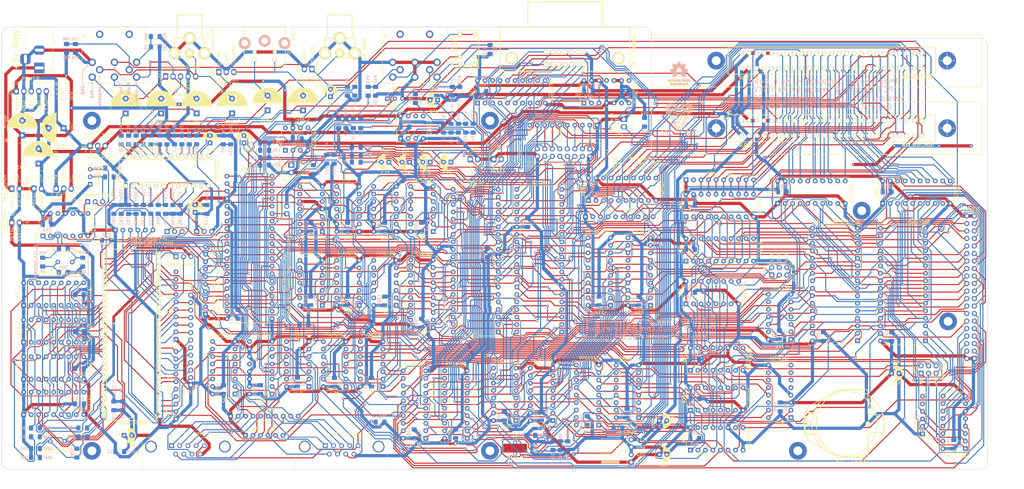
<source format=kicad_pcb>
(kicad_pcb (version 20171130) (host pcbnew "(5.1.6)-1")
  (layers (0 F.Cu signal) (31 B.Cu signal) (34 B.Paste user) (35 F.Paste user) (36 B.SilkS user) (37 F.SilkS user) (38 B.Mask user) (39 F.Mask user) (44 Edge.Cuts user))
  (net 0 "")
  (net 1 VCC)
  (net 2 GND)
  (net 3 "Net-(BT1-Pad1)")
  (net 4 /Processor/RTC_VCC)
  (net 5 VDD)
  (net 6 VSS)
  (net 7 /VDP/RED)
  (net 8 "Net-(C53-Pad2)")
  (net 9 /VDP/GREEN)
  (net 10 /VDP/BLUE)
  (net 11 "Net-(C57-Pad1)")
  (net 12 "Net-(C59-Pad1)")
  (net 13 "Net-(C60-Pad1)")
  (net 14 /VDP/CHROMA)
  (net 15 "Net-(C61-Pad1)")
  (net 16 /VDP/LUMA)
  (net 17 "Net-(C62-Pad1)")
  (net 18 /VDP/ROUT)
  (net 19 "Net-(C63-Pad1)")
  (net 20 /VDP/GOUT)
  (net 21 /VDP/BOUT)
  (net 22 /PSG_SND)
  (net 23 /KEY_CLICK)
  (net 24 "Net-(C74-Pad2)")
  (net 25 /SLT1_SND)
  (net 26 "Net-(C75-Pad2)")
  (net 27 /SLT2_SND)
  (net 28 /AUDIO)
  (net 29 /CAS_OUT)
  (net 30 "Net-(C87-Pad2)")
  (net 31 "Net-(C89-Pad2)")
  (net 32 "Net-(C90-Pad2)")
  (net 33 "Net-(C91-Pad2)")
  (net 34 "Net-(C92-Pad2)")
  (net 35 "Net-(C93-Pad2)")
  (net 36 "Net-(D1-Pad2)")
  (net 37 /PSG/~FWD_A)
  (net 38 /PSG/~BCK_A)
  (net 39 /PSG/~LFT_A)
  (net 40 /PSG/~RGT_A)
  (net 41 /PSG/JOY_OUT_A)
  (net 42 /PSG/~TRG2_A)
  (net 43 /PSG/~TRG1_A)
  (net 44 /PSG/~FWD_B)
  (net 45 /PSG/~BCK_B)
  (net 46 /PSG/~LFT_B)
  (net 47 /PSG/~RGT_B)
  (net 48 /PSG/JOY_OUT_B)
  (net 49 /PSG/~TRG2_B)
  (net 50 /PSG/~TRG1_B)
  (net 51 /Processor/~STROBE)
  (net 52 "Net-(J9-Pad10)")
  (net 53 "Net-(J9-Pad12)")
  (net 54 "Net-(J9-Pad13)")
  (net 55 /PPI/COLUMN0)
  (net 56 /PPI/COLUMN1)
  (net 57 /PPI/COLUMN2)
  (net 58 /PPI/COLUMN3)
  (net 59 /PPI/COLUMN4)
  (net 60 /PPI/COLUMN5)
  (net 61 /PPI/COLUMN6)
  (net 62 /PPI/COLUMN7)
  (net 63 /KANA_LED)
  (net 64 /PPI/CAPS_LED)
  (net 65 /PPI/ROW_D)
  (net 66 /PPI/ROW_C)
  (net 67 /PPI/ROW_B)
  (net 68 /PPI/ROW_A)
  (net 69 /Memory/RAM_A18)
  (net 70 /Memory/RAM_A15)
  (net 71 /Memory/RAM_A16)
  (net 72 /Memory/RAM_A17)
  (net 73 /Memory/RAM_A14)
  (net 74 /~WR)
  (net 75 /A12)
  (net 76 /A13)
  (net 77 /A7)
  (net 78 /A8)
  (net 79 /A6)
  (net 80 /A9)
  (net 81 /A5)
  (net 82 /A11)
  (net 83 /A4)
  (net 84 /~RD)
  (net 85 /A3)
  (net 86 /A10)
  (net 87 /A2)
  (net 88 /Memory/MD7)
  (net 89 /A1)
  (net 90 /Memory/MD6)
  (net 91 /A0)
  (net 92 /Memory/MD5)
  (net 93 /Memory/MD4)
  (net 94 /Memory/MD0)
  (net 95 /Memory/MD3)
  (net 96 /Memory/MD1)
  (net 97 /Memory/MD2)
  (net 98 /Memory/~RAM1_CS)
  (net 99 /Memory/~RAM2_CS)
  (net 100 /Memory/~RAM3_CS)
  (net 101 /Memory/~RAM4_CS)
  (net 102 /Memory/~RAM5_CS)
  (net 103 /Memory/~RAM6_CS)
  (net 104 /Memory/~RAM7_CS)
  (net 105 /Memory/ROM_A18)
  (net 106 /PSG/KBD_TYPE)
  (net 107 "Net-(JP3-Pad1)")
  (net 108 /VDP/VIDEO)
  (net 109 "Net-(JP5-Pad2)")
  (net 110 /VDP/PAL_CLK)
  (net 111 "Net-(Q1-Pad2)")
  (net 112 /VDP/CSYNC)
  (net 113 "Net-(R1-Pad1)")
  (net 114 "Net-(R11-Pad1)")
  (net 115 /CAS_IN)
  (net 116 "Net-(R6-Pad1)")
  (net 117 "Net-(R9-Pad1)")
  (net 118 /CAS_MOT)
  (net 119 /VDP/~VWR)
  (net 120 /VDP/~CAS0)
  (net 121 /VDP/~CAS1)
  (net 122 /VDP/~RAS)
  (net 123 "Net-(R43-Pad2)")
  (net 124 /D0)
  (net 125 /D1)
  (net 126 /D2)
  (net 127 /D3)
  (net 128 /D4)
  (net 129 /D5)
  (net 130 /D6)
  (net 131 /D7)
  (net 132 /Processor/ALARM)
  (net 133 "Net-(RR2-Pad9)")
  (net 134 "Net-(RR2-Pad10)")
  (net 135 "Net-(RR3-Pad4)")
  (net 136 "Net-(RR3-Pad5)")
  (net 137 "Net-(RR3-Pad6)")
  (net 138 "Net-(RR3-Pad7)")
  (net 139 /~VDP_WAIT)
  (net 140 /Slots/BD0)
  (net 141 /Slots/BD1)
  (net 142 /Slots/BD2)
  (net 143 /Slots/BD3)
  (net 144 /Slots/BD4)
  (net 145 /Slots/BD5)
  (net 146 /Slots/BD6)
  (net 147 /Slots/BD7)
  (net 148 /~SLT_WAIT)
  (net 149 /~KBD_WAIT)
  (net 150 /~SLT_INT)
  (net 151 /~BUSDIR1)
  (net 152 /~BUSDIR2)
  (net 153 /VDP/HSYNC)
  (net 154 "Net-(RY1-Pad1)")
  (net 155 /Slots/~CS1)
  (net 156 /Slots/~CS2)
  (net 157 /Slots/~CS12)
  (net 158 /~SLTSL1)
  (net 159 /Slots/~B_RFSH)
  (net 160 /Slots/~B_M1)
  (net 161 /Slots/~B_IORQ)
  (net 162 /Slots/~B_MREQ)
  (net 163 /Slots/~B_WR)
  (net 164 /Slots/~B_RD)
  (net 165 /Slots/~B_RESET)
  (net 166 /Slots/BA9)
  (net 167 /Slots/BA15)
  (net 168 /Slots/BA11)
  (net 169 /Slots/BA10)
  (net 170 /Slots/BA7)
  (net 171 /Slots/BA6)
  (net 172 /Slots/BA12)
  (net 173 /Slots/BA8)
  (net 174 /Slots/BA14)
  (net 175 /Slots/BA13)
  (net 176 /Slots/BA1)
  (net 177 /Slots/BA0)
  (net 178 /Slots/BA3)
  (net 179 /Slots/BA2)
  (net 180 /Slots/BA5)
  (net 181 /Slots/BA4)
  (net 182 /Slots/B_CLK)
  (net 183 /~SLTSL2)
  (net 184 /A14)
  (net 185 /A15)
  (net 186 /Processor/~INT)
  (net 187 "Net-(U1-Pad18)")
  (net 188 /~MREQ)
  (net 189 /~IORQ)
  (net 190 /~WAIT)
  (net 191 /~RESET)
  (net 192 /~M1)
  (net 193 /~RFSH)
  (net 194 "Net-(U2-Pad1)")
  (net 195 "Net-(U2-Pad2)")
  (net 196 "Net-(U2-Pad3)")
  (net 197 "Net-(U2-Pad4)")
  (net 198 /~PPI_CS)
  (net 199 /RESET)
  (net 200 "Net-(U2-Pad37)")
  (net 201 "Net-(U2-Pad38)")
  (net 202 "Net-(U2-Pad39)")
  (net 203 "Net-(U2-Pad40)")
  (net 204 /CLK)
  (net 205 /~VDP_INT)
  (net 206 /VDP/~VDP_WR)
  (net 207 /VDP/~VDP_RD)
  (net 208 /VDP/VD0)
  (net 209 /VDP/VD1)
  (net 210 /VDP/VD2)
  (net 211 /VDP/VD3)
  (net 212 /VDP/VD4)
  (net 213 /VDP/VD5)
  (net 214 /VDP/VD6)
  (net 215 /VDP/VD7)
  (net 216 /VDP/VA0)
  (net 217 /VDP/VA1)
  (net 218 /VDP/VA2)
  (net 219 /VDP/VA3)
  (net 220 /VDP/VA4)
  (net 221 /VDP/VA5)
  (net 222 /VDP/VA6)
  (net 223 /VDP/VA7)
  (net 224 "Net-(U4-Pad2)")
  (net 225 "Net-(U4-Pad5)")
  (net 226 /PSG/JOY_SEL)
  (net 227 /PSG/JB3)
  (net 228 /PSG/JB2)
  (net 229 /PSG/JB1)
  (net 230 /PSG/JB0)
  (net 231 /PSG/JOY_TRG2)
  (net 232 /PSG/JOY_TRG1)
  (net 233 /PSG/JOY_LFT)
  (net 234 /PSG/JOY_RGT)
  (net 235 /PSG/JOY_BCK)
  (net 236 /PSG/JOY_FWD)
  (net 237 "Net-(U4-Pad26)")
  (net 238 /PSG/PSG_BDIR)
  (net 239 /PSG/PSG_BC1)
  (net 240 "Net-(U4-Pad39)")
  (net 241 /Processor/~RTC_CS_B)
  (net 242 "Net-(U27-Pad2)")
  (net 243 "Net-(U27-Pad7)")
  (net 244 "Net-(U27-Pad10)")
  (net 245 "Net-(U27-Pad15)")
  (net 246 /ROM_A16)
  (net 247 /~ROM_CS)
  (net 248 /ROM_A17)
  (net 249 /Memory/~RAM0_CS)
  (net 250 /Processor/~PRT_DAT_WR)
  (net 251 /Processor/~PRT_CMD_CS)
  (net 252 /~PAGE_CS)
  (net 253 /Processor/~RTC_CS)
  (net 254 /Processor/~RTC_AD_WR)
  (net 255 /~PSG_CS)
  (net 256 /~VDP_CS)
  (net 257 /PPI/SLT_A)
  (net 258 /PPI/SLT_B)
  (net 259 /PPI/SB_SLT_A)
  (net 260 /PPI/SB_SLT_B)
  (net 261 /PPI/~FFFF)
  (net 262 /~RAM_SL)
  (net 263 /~MEM_RD)
  (net 264 /PPI/~SLTSL3)
  (net 265 /Slots/SLT_DIR)
  (net 266 /~M1_WAIT)
  (net 267 /Memory/~PAGE_RD)
  (net 268 /Memory/~PAGE_WR)
  (net 269 /Memory/RAM_A21)
  (net 270 /Memory/RAM_A20)
  (net 271 /Memory/RAM_A19)
  (net 272 /PPI/~SUB_RD)
  (net 273 "Net-(U22-Pad2)")
  (net 274 "Net-(U22-Pad3)")
  (net 275 "Net-(U22-Pad4)")
  (net 276 "Net-(U22-Pad5)")
  (net 277 "Net-(U22-Pad6)")
  (net 278 "Net-(U22-Pad7)")
  (net 279 "Net-(U22-Pad8)")
  (net 280 "Net-(U22-Pad9)")
  (net 281 /PPI/~SUB_WR)
  (net 282 "Net-(U27-Pad3)")
  (net 283 "Net-(U27-Pad6)")
  (net 284 "Net-(U27-Pad11)")
  (net 285 "Net-(U27-Pad14)")
  (net 286 "Net-(U29-Pad9)")
  (net 287 "Net-(U29-Pad12)")
  (net 288 "Net-(U30-Pad1)")
  (net 289 /Processor/~PRT_BSY_RD)
  (net 290 "Net-(U33-Pad6)")
  (net 291 "Net-(U33-Pad8)")
  (net 292 "Net-(U33-Pad11)")
  (net 293 "Net-(U34-Pad4)")
  (net 294 "Net-(U34-Pad6)")
  (net 295 "Net-(U34-Pad8)")
  (net 296 /Processor/~PRT_STB_WR)
  (net 297 "Net-(U36-Pad1)")
  (net 298 "Net-(U36-Pad12)")
  (net 299 "Net-(U36-Pad6)")
  (net 300 "Net-(U36-Pad8)")
  (net 301 "Net-(U36-Pad9)")
  (net 302 /PPI/~SUB_REG_CS)
  (net 303 "Net-(U38-Pad5)")
  (net 304 "Net-(U43-Pad8)")
  (net 305 "Net-(U43-Pad10)")
  (net 306 "Net-(U43-Pad12)")
  (net 307 "Net-(U45-Pad1)")
  (net 308 "Net-(U45-Pad10)")
  (net 309 "Net-(U46-Pad5)")
  (net 310 "Net-(U46-Pad6)")
  (net 311 "Net-(U46-Pad7)")
  (net 312 "Net-(U46-Pad8)")
  (net 313 "Net-(U46-Pad10)")
  (net 314 "Net-(U46-Pad11)")
  (net 315 "Net-(U46-Pad14)")
  (net 316 "Net-(U47-Pad8)")
  (net 317 "Net-(U48-Pad1)")
  (net 318 "Net-(U48-Pad5)")
  (net 319 "Net-(U48-Pad8)")
  (net 320 "Net-(U49-Pad5)")
  (net 321 "Net-(U49-Pad6)")
  (net 322 "Net-(RR6-Pad10)")
  (net 323 /Processor/PD0)
  (net 324 /Processor/PD1)
  (net 325 /Processor/PD2)
  (net 326 /Processor/PD3)
  (net 327 /Processor/PD4)
  (net 328 /Processor/PD5)
  (net 329 /Processor/PD6)
  (net 330 /Processor/PD7)
  (net 331 "Net-(U38-Pad4)")
  (net 332 "Net-(U39-Pad8)")
  (net 333 "Net-(U39-Pad10)")
  (net 334 /VDP/SYNCIN)
  (net 335 "Net-(Q2-Pad3)")
  (net 336 "Net-(RR4-Pad2)")
  (net 337 "Net-(U35-Pad9)")
  (net 338 "Net-(U35-Pad6)")
  (net 339 "Net-(U35-Pad12)")
  (net 340 "Net-(RR5-Pad8)")
  (net 341 "Net-(C79-Pad1)")
  (net 342 "Net-(C80-Pad2)")
  (net 343 "Net-(R46-Pad2)")
  (net 344 "Net-(R47-Pad2)")
  (net 345 "Net-(J6-Pad6)")
  (net 346 "Net-(J6-Pad4)")
  (net 347 "Net-(J6-Pad7)")
  (net 348 /VDP/COMP)
  (net 349 /VDP/YS)
  (net 350 /VDP/AV)
  (net 351 "Net-(C51-Pad2)")
  (net 352 "Net-(C52-Pad2)")
  (net 353 "Net-(C54-Pad1)")
  (net 354 "Net-(C55-Pad1)")
  (net 355 "Net-(C56-Pad2)")
  (net 356 "Net-(C71-Pad1)")
  (net 357 "Net-(C72-Pad2)")
  (net 358 "Net-(C73-Pad2)")
  (net 359 "Net-(C76-Pad1)")
  (net 360 "Net-(C77-Pad1)")
  (net 361 "Net-(C78-Pad2)")
  (net 362 "Net-(C80-Pad1)")
  (net 363 "Net-(C81-Pad2)")
  (net 364 "Net-(C88-Pad2)")
  (net 365 "Net-(C91-Pad1)")
  (net 366 "Net-(C94-Pad1)")
  (net 367 "Net-(R20-Pad2)")
  (net 368 "Net-(R40-Pad2)")
  (net 369 "Net-(R48-Pad2)")
  (net 370 /PRT_BUSY)
  (net 371 VCCVDP)
  (net 372 VCCRGB)
  (net 373 "Net-(RR5-Pad5)")
  (net 374 "Net-(F1-Pad1)")
  (net 375 "Net-(C64-Pad1)")
  (net 376 "Net-(R29-Pad2)")
  (net 377 "Net-(R37-Pad2)")
  (net 378 "Net-(R38-Pad2)")
  (net 379 "Net-(R39-Pad2)")
  (net 380 "Net-(R44-Pad2)")
  (net 381 "Net-(R45-Pad2)")
  (net 382 "Net-(C86-Pad2)")
  (net 383 /VDP/CB4)
  (net 384 /VDP/CB3)
  (net 385 /VDP/CB2)
  (net 386 /VDP/CB1)
  (net 387 /VDP/CB0)
  (net 388 /VDP/CB7)
  (net 389 /VDP/CB6)
  (net 390 /VDP/CB5)
  (net 391 /VDP/CBDR)
  (net 392 /VDP/~DLCLK)
  (net 393 /VDP/~DHCLK)
  (net 394 "Net-(JP4-Pad1)")
  (net 395 "Net-(JP4-Pad3)")
  (net 396 "Net-(JP6-Pad1)")
  (net 397 "Net-(JP6-Pad2)")
  (net 398 "Net-(RR10-Pad5)")
  (net 399 "Net-(RR10-Pad6)")
  (net 400 "Net-(JP8-Pad2)")
  (net 401 "Net-(JP8-Pad4)")
  (net 402 "Net-(JP8-Pad6)")
  (net 403 "Net-(JP7-Pad5)")
  (net 404 "Net-(JP7-Pad3)")
  (net 405 "Net-(JP7-Pad1)")
  (net 406 /Analog/FMPAMP)
  (net 407 NMI)
  (net 408 BUSREQ)
  (net 409 BUSACK)
  (net 410 /PWR1)
  (net 411 "Net-(HOLE1-Pad1)")
  (net 412 "Net-(HOLE2-Pad1)")
  (net 413 "Net-(HOLE3-Pad1)")
  (net 414 "Net-(HOLE4-Pad1)")
  (net 415 "Net-(HOLE5-Pad1)")
  (net 416 "Net-(HOLE6-Pad1)")
  (net 417 "Net-(HOLE7-Pad1)")
  (net 418 "Net-(HOLE8-Pad1)")
  (net 419 "Net-(HOLE9-Pad1)")
  (net 420 "Net-(HOLE10-Pad1)")
  (net 421 "Net-(HOLE11-Pad1)")
  (module Symbol:Symbol_GNU-Logo_SilkscreenTop (layer B.Cu) (at 266.95 75.525 180)
    (fp_text reference REF** hide)
    (fp_text value Symbol_GNU-Logo_SilkscreenTop)
  )
  (module Symbol:Symbol_GNU-Logo_SilkscreenTop (layer F.Cu) (at 267.275 75.525)
    (fp_text reference REF** hide)
    (fp_text value Symbol_GNU-Logo_SilkscreenTop)
  )
  (module OmegaMSX_1_3:OSHW-Logo_7.5x8mm_SilkScreen (layer B.Cu) (at 267.15 61.525 180)
    (fp_text reference REF** hide)
    (fp_text value OSHW-Logo_7.5x8mm_SilkScreen hide)
  )
  (module OmegaMSX_1_3:OSHW-Logo_7.5x8mm_SilkScreen (layer F.Cu) (at 267.125 61.525)
    (fp_text reference REF** hide)
    (fp_text value OSHW-Logo_7.5x8mm_SilkScreen hide)
  )
  (module MountingHole:MountingHole_3mm_Pad (layer F.Cu) (at 357.822 80.01)
    (fp_text reference HOLE11 hide)
    (fp_text value HOLE)
    (pad 1 thru_hole circle (at 0 0) (size 6 6) (drill 3) (layers *.Cu *.Mask) (net 421 "Net-(HOLE11-Pad1)"))
  )
  (module MountingHole:MountingHole_3mm_Pad (layer F.Cu) (at 279.718 80.01)
    (fp_text reference HOLE10 hide)
    (fp_text value HOLE)
    (pad 1 thru_hole circle (at 0 0) (size 6 6) (drill 3) (layers *.Cu *.Mask) (net 420 "Net-(HOLE10-Pad1)"))
  )
  (module MountingHole:MountingHole_3mm_Pad (layer F.Cu) (at 357.822 57.15)
    (fp_text reference HOLE9 hide)
    (fp_text value HOLE)
    (pad 1 thru_hole circle (at 0 0) (size 6 6) (drill 3) (layers *.Cu *.Mask) (net 419 "Net-(HOLE9-Pad1)"))
  )
  (module MountingHole:MountingHole_3mm_Pad (layer F.Cu) (at 279.718 57.15)
    (fp_text reference HOLE8 hide)
    (fp_text value HOLE)
    (pad 1 thru_hole circle (at 0 0) (size 6 6) (drill 3) (layers *.Cu *.Mask) (net 418 "Net-(HOLE8-Pad1)"))
  )
  (module MountingHole:MountingHole_3mm_Pad (layer F.Cu) (at 358.14 145.415)
    (fp_text reference HOLE7 hide)
    (fp_text value HOLE)
    (pad 1 thru_hole circle (at 0 0) (size 6 6) (drill 3) (layers *.Cu *.Mask) (net 417 "Net-(HOLE7-Pad1)"))
  )
  (module MountingHole:MountingHole_3mm_Pad (layer F.Cu) (at 307.34 189.23)
    (fp_text reference HOLE6 hide)
    (fp_text value HOLE)
    (pad 1 thru_hole circle (at 0 0) (size 6 6) (drill 3) (layers *.Cu *.Mask) (net 416 "Net-(HOLE6-Pad1)"))
  )
  (module MountingHole:MountingHole_3mm_Pad (layer F.Cu) (at 203.2 189.23)
    (fp_text reference HOLE5 hide)
    (fp_text value HOLE)
    (pad 1 thru_hole circle (at 0 0) (size 6 6) (drill 3) (layers *.Cu *.Mask) (net 415 "Net-(HOLE5-Pad1)"))
  )
  (module MountingHole:MountingHole_3mm_Pad (layer F.Cu) (at 68.58 189.23)
    (fp_text reference HOLE4 hide)
    (fp_text value HOLE)
    (pad 1 thru_hole circle (at 0 0) (size 6 6) (drill 3) (layers *.Cu *.Mask) (net 414 "Net-(HOLE4-Pad1)"))
  )
  (module MountingHole:MountingHole_3mm_Pad (layer F.Cu) (at 328.93 107.95)
    (fp_text reference HOLE3 hide)
    (fp_text value HOLE)
    (pad 1 thru_hole circle (at 0 0) (size 6 6) (drill 3) (layers *.Cu *.Mask) (net 413 "Net-(HOLE3-Pad1)"))
  )
  (module MountingHole:MountingHole_3mm_Pad (layer F.Cu) (at 203.2 77.47)
    (fp_text reference HOLE2 hide)
    (fp_text value HOLE)
    (pad 1 thru_hole circle (at 0 0) (size 6 6) (drill 3) (layers *.Cu *.Mask) (net 412 "Net-(HOLE2-Pad1)"))
  )
  (module MountingHole:MountingHole_3mm_Pad (layer F.Cu) (at 68.58 77.47)
    (fp_text reference HOLE1 hide)
    (fp_text value HOLE)
    (pad 1 thru_hole circle (at 0 0) (size 6 6) (drill 3) (layers *.Cu *.Mask) (net 411 "Net-(HOLE1-Pad1)"))
  )
  (module Connector_Molex:Molex_KK-254_AE-6410-05A_1x05_P2.54mm_Vertical (layer F.Cu) (at 43 67.5)
    (fp_text reference J10 (at -2.475 -0.125 90) (layer F.SilkS))
    (fp_text value POWER (at 4.825 -4.225) (layer F.SilkS) (effects (font (size 1.2 1.2))))
    (pad 5 thru_hole oval (at 10.16 0) (size 1.74 2.19) (drill 1.19) (layers *.Cu *.Mask) (net 6 VSS))
    (pad 4 thru_hole oval (at 7.62 0) (size 1.74 2.19) (drill 1.19) (layers *.Cu *.Mask) (net 2 GND))
    (pad 3 thru_hole oval (at 5.08 0) (size 1.74 2.19) (drill 1.19) (layers *.Cu *.Mask) (net 5 VDD))
    (pad 2 thru_hole oval (at 2.54 0) (size 1.74 2.19) (drill 1.19) (layers *.Cu *.Mask) (net 2 GND))
    (pad 1 thru_hole roundrect (at 0 0) (size 1.74 2.19) (drill 1.19) (layers *.Cu *.Mask) (roundrect_rratio 0.143678) (net 1 VCC))
  )
  (module Connector_Molex:Molex_KK-254_AE-6410-02A_1x02_P2.54mm_Vertical (layer F.Cu) (at 41.5 100.5)
    (fp_text reference J26 (at 1.225 -4.075) (layer F.SilkS))
    (fp_text value PWR_SWITCH (at -2.45 -0.075 90) (layer F.SilkS))
    (pad 2 thru_hole oval (at 2.54 0) (size 1.74 2.19) (drill 1.19) (layers *.Cu *.Mask) (net 1 VCC))
    (pad 1 thru_hole roundrect (at 0 0) (size 1.74 2.19) (drill 1.19) (layers *.Cu *.Mask) (roundrect_rratio 0.143678) (net 410 /PWR1))
  )
  (module Connector_BarrelJack:BarrelJack_Horizontal (layer F.Cu) (at 50.8 59.6 270)
    (fp_text reference J1 (at -8.85 -5.625 90) (layer F.SilkS))
    (fp_text value 5V)
    (pad 3 thru_hole roundrect (at -3 4.7 270) (size 3.5 3.5) (drill oval 3 1) (layers *.Cu *.Mask) (net 2 GND))
    (pad 2 thru_hole roundrect (at -6 0 270) (size 3 3.5) (drill oval 1 3) (layers *.Cu *.Mask) (net 2 GND))
    (pad 1 thru_hole rect (at 0 0 270) (size 3.5 3.5) (drill oval 1 3) (layers *.Cu *.Mask) (net 410 /PWR1))
  )
  (module Package_DIP:DIP-20_W7.62mm_Socket (layer F.Cu) (at 199 71.5 90)
    (fp_text reference U24 (at 3.81 -2.33 90) (layer F.SilkS))
    (fp_text value 74HCT273 (at 3.81 25.19 90) (layer F.SilkS))
    (pad 20 thru_hole oval (at 7.62 0 90) (size 1.6 1.6) (drill 0.8) (layers *.Cu *.Mask) (net 1 VCC))
    (pad 10 thru_hole oval (at 0 22.86 90) (size 1.6 1.6) (drill 0.8) (layers *.Cu *.Mask) (net 2 GND))
    (pad 19 thru_hole oval (at 7.62 2.54 90) (size 1.6 1.6) (drill 0.8) (layers *.Cu *.Mask) (net 329 /Processor/PD6))
    (pad 9 thru_hole oval (at 0 20.32 90) (size 1.6 1.6) (drill 0.8) (layers *.Cu *.Mask) (net 328 /Processor/PD5))
    (pad 18 thru_hole oval (at 7.62 5.08 90) (size 1.6 1.6) (drill 0.8) (layers *.Cu *.Mask) (net 130 /D6))
    (pad 8 thru_hole oval (at 0 17.78 90) (size 1.6 1.6) (drill 0.8) (layers *.Cu *.Mask) (net 129 /D5))
    (pad 17 thru_hole oval (at 7.62 7.62 90) (size 1.6 1.6) (drill 0.8) (layers *.Cu *.Mask) (net 124 /D0))
    (pad 7 thru_hole oval (at 0 15.24 90) (size 1.6 1.6) (drill 0.8) (layers *.Cu *.Mask) (net 127 /D3))
    (pad 16 thru_hole oval (at 7.62 10.16 90) (size 1.6 1.6) (drill 0.8) (layers *.Cu *.Mask) (net 323 /Processor/PD0))
    (pad 6 thru_hole oval (at 0 12.7 90) (size 1.6 1.6) (drill 0.8) (layers *.Cu *.Mask) (net 326 /Processor/PD3))
    (pad 15 thru_hole oval (at 7.62 12.7 90) (size 1.6 1.6) (drill 0.8) (layers *.Cu *.Mask) (net 324 /Processor/PD1))
    (pad 5 thru_hole oval (at 0 10.16 90) (size 1.6 1.6) (drill 0.8) (layers *.Cu *.Mask) (net 325 /Processor/PD2))
    (pad 14 thru_hole oval (at 7.62 15.24 90) (size 1.6 1.6) (drill 0.8) (layers *.Cu *.Mask) (net 125 /D1))
    (pad 4 thru_hole oval (at 0 7.62 90) (size 1.6 1.6) (drill 0.8) (layers *.Cu *.Mask) (net 126 /D2))
    (pad 13 thru_hole oval (at 7.62 17.78 90) (size 1.6 1.6) (drill 0.8) (layers *.Cu *.Mask) (net 128 /D4))
    (pad 3 thru_hole oval (at 0 5.08 90) (size 1.6 1.6) (drill 0.8) (layers *.Cu *.Mask) (net 131 /D7))
    (pad 12 thru_hole oval (at 7.62 20.32 90) (size 1.6 1.6) (drill 0.8) (layers *.Cu *.Mask) (net 327 /Processor/PD4))
    (pad 2 thru_hole oval (at 0 2.54 90) (size 1.6 1.6) (drill 0.8) (layers *.Cu *.Mask) (net 330 /Processor/PD7))
    (pad 11 thru_hole oval (at 7.62 22.86 90) (size 1.6 1.6) (drill 0.8) (layers *.Cu *.Mask) (net 250 /Processor/~PRT_DAT_WR))
    (pad 1 thru_hole rect (at 0 0 90) (size 1.6 1.6) (drill 0.8) (layers *.Cu *.Mask) (net 191 /~RESET))
  )
  (module OmegaMSX_1_4:IC_DIP24_400 (layer F.Cu) (at 94 94.5)
    (fp_text reference U47 (at -17.1 2.225 90) (layer F.SilkS))
    (fp_text value CXA1645 (at 17.125 0 90) (layer F.SilkS) (effects (font (thickness 0.15) italic)))
    (pad 1 thru_hole rect (at -13.97 5.08) (size 1.397 1.397) (drill 0.8128) (layers *.Cu *.Mask F.SilkS) (net 2 GND))
    (pad 2 thru_hole circle (at -11.43 5.08) (size 1.397 1.397) (drill 0.8128) (layers *.Cu *.Mask F.SilkS) (net 351 "Net-(C51-Pad2)"))
    (pad 3 thru_hole circle (at -8.89 5.08) (size 1.397 1.397) (drill 0.8128) (layers *.Cu *.Mask F.SilkS) (net 352 "Net-(C52-Pad2)"))
    (pad 4 thru_hole circle (at -6.35 5.08) (size 1.397 1.397) (drill 0.8128) (layers *.Cu *.Mask F.SilkS) (net 8 "Net-(C53-Pad2)"))
    (pad 5 thru_hole circle (at -3.81 5.08) (size 1.397 1.397) (drill 0.8128) (layers *.Cu *.Mask F.SilkS))
    (pad 6 thru_hole circle (at -1.27 5.08) (size 1.397 1.397) (drill 0.8128) (layers *.Cu *.Mask F.SilkS) (net 366 "Net-(C94-Pad1)"))
    (pad 7 thru_hole circle (at 1.27 5.08) (size 1.397 1.397) (drill 0.8128) (layers *.Cu *.Mask F.SilkS) (net 109 "Net-(JP5-Pad2)"))
    (pad 8 thru_hole circle (at 3.81 5.08) (size 1.397 1.397) (drill 0.8128) (layers *.Cu *.Mask F.SilkS) (net 316 "Net-(U47-Pad8)"))
    (pad 9 thru_hole circle (at 6.35 5.08) (size 1.397 1.397) (drill 0.8128) (layers *.Cu *.Mask F.SilkS) (net 353 "Net-(C54-Pad1)"))
    (pad 10 thru_hole circle (at 8.89 5.08) (size 1.397 1.397) (drill 0.8128) (layers *.Cu *.Mask F.SilkS) (net 334 /VDP/SYNCIN))
    (pad 11 thru_hole circle (at 11.43 5.08) (size 1.397 1.397) (drill 0.8128) (layers *.Cu *.Mask F.SilkS))
    (pad 12 thru_hole circle (at 13.97 5.08) (size 1.397 1.397) (drill 0.8128) (layers *.Cu *.Mask F.SilkS) (net 372 VCCRGB))
    (pad 13 thru_hole circle (at 13.97 -5.08) (size 1.397 1.397) (drill 0.8128) (layers *.Cu *.Mask F.SilkS) (net 354 "Net-(C55-Pad1)"))
    (pad 14 thru_hole circle (at 11.43 -5.08) (size 1.397 1.397) (drill 0.8128) (layers *.Cu *.Mask F.SilkS) (net 360 "Net-(C77-Pad1)"))
    (pad 15 thru_hole circle (at 8.89 -5.08) (size 1.397 1.397) (drill 0.8128) (layers *.Cu *.Mask F.SilkS) (net 380 "Net-(R44-Pad2)"))
    (pad 16 thru_hole circle (at 6.35 -5.08) (size 1.397 1.397) (drill 0.8128) (layers *.Cu *.Mask F.SilkS) (net 381 "Net-(R45-Pad2)"))
    (pad 17 thru_hole circle (at 3.81 -5.08) (size 1.397 1.397) (drill 0.8128) (layers *.Cu *.Mask F.SilkS) (net 365 "Net-(C91-Pad1)"))
    (pad 18 thru_hole circle (at 1.27 -5.08) (size 1.397 1.397) (drill 0.8128) (layers *.Cu *.Mask F.SilkS) (net 117 "Net-(R9-Pad1)"))
    (pad 19 thru_hole circle (at -1.27 -5.08) (size 1.397 1.397) (drill 0.8128) (layers *.Cu *.Mask F.SilkS) (net 372 VCCRGB))
    (pad 20 thru_hole circle (at -3.81 -5.08) (size 1.397 1.397) (drill 0.8128) (layers *.Cu *.Mask F.SilkS) (net 123 "Net-(R43-Pad2)"))
    (pad 21 thru_hole circle (at -6.35 -5.08) (size 1.397 1.397) (drill 0.8128) (layers *.Cu *.Mask F.SilkS) (net 369 "Net-(R48-Pad2)"))
    (pad 22 thru_hole circle (at -8.89 -5.08) (size 1.397 1.397) (drill 0.8128) (layers *.Cu *.Mask F.SilkS) (net 344 "Net-(R47-Pad2)"))
    (pad 23 thru_hole circle (at -11.43 -5.08) (size 1.397 1.397) (drill 0.8128) (layers *.Cu *.Mask F.SilkS) (net 343 "Net-(R46-Pad2)"))
    (pad 24 thru_hole circle (at -13.97 -5.08) (size 1.397 1.397) (drill 0.8128) (layers *.Cu *.Mask F.SilkS) (net 2 GND))
  )
  (module Connector_PinHeader_2.54mm:PinHeader_1x04_P2.54mm_Horizontal (layer F.Cu) (at 250.975 193.075 180)
    (fp_text reference J25 hide)
    (fp_text value FDD_PWR (at 1.575 9.95) (layer F.SilkS))
    (pad 4 thru_hole oval (at 0 7.62 180) (size 1.7 1.7) (drill 1) (layers *.Cu *.Mask) (net 5 VDD))
    (pad 3 thru_hole oval (at 0 5.08 180) (size 1.7 1.7) (drill 1) (layers *.Cu *.Mask) (net 2 GND))
    (pad 2 thru_hole oval (at 0 2.54 180) (size 1.7 1.7) (drill 1) (layers *.Cu *.Mask) (net 2 GND))
    (pad 1 thru_hole rect (at 0 0 180) (size 1.7 1.7) (drill 1) (layers *.Cu *.Mask) (net 1 VCC))
  )
  (module Connector_Molex:Molex_KK-254_AE-6410-02A_1x02_P2.54mm_Vertical (layer F.Cu) (at 49 100.5)
    (fp_text reference J20 (at 1.27 -4.12) (layer F.SilkS))
    (fp_text value EXTR_PWR2 (at -2.25 -0.225 90) (layer F.SilkS))
    (pad 2 thru_hole oval (at 2.54 0) (size 1.74 2.19) (drill 1.19) (layers *.Cu *.Mask) (net 2 GND))
    (pad 1 thru_hole roundrect (at 0 0) (size 1.74 2.19) (drill 1.19) (layers *.Cu *.Mask) (roundrect_rratio 0.143678) (net 1 VCC))
  )
  (module Connector_Molex:Molex_KK-254_AE-6410-02A_1x02_P2.54mm_Vertical (layer F.Cu) (at 41.5 112)
    (fp_text reference J19 (at 5.125 -0.175 90) (layer F.SilkS))
    (fp_text value EXTR_PWR1 (at -2.475 -0.35 90) (layer F.SilkS))
    (pad 2 thru_hole oval (at 2.54 0) (size 1.74 2.19) (drill 1.19) (layers *.Cu *.Mask) (net 2 GND))
    (pad 1 thru_hole roundrect (at 0 0) (size 1.74 2.19) (drill 1.19) (layers *.Cu *.Mask) (roundrect_rratio 0.143678) (net 1 VCC))
  )
  (module Package_DIP:DIP-40_W15.24mm_Socket (layer F.Cu) (at 206 149 180)
    (fp_text reference U1 (at 7.62 -2.33) (layer F.SilkS))
    (fp_text value Z84C00 (at 7.62 50.59) (layer F.SilkS))
    (pad 40 thru_hole oval (at 15.24 0 180) (size 1.6 1.6) (drill 0.8) (layers *.Cu *.Mask) (net 86 /A10))
    (pad 20 thru_hole oval (at 0 48.26 180) (size 1.6 1.6) (drill 0.8) (layers *.Cu *.Mask) (net 189 /~IORQ))
    (pad 39 thru_hole oval (at 15.24 2.54 180) (size 1.6 1.6) (drill 0.8) (layers *.Cu *.Mask) (net 80 /A9))
    (pad 19 thru_hole oval (at 0 45.72 180) (size 1.6 1.6) (drill 0.8) (layers *.Cu *.Mask) (net 188 /~MREQ))
    (pad 38 thru_hole oval (at 15.24 5.08 180) (size 1.6 1.6) (drill 0.8) (layers *.Cu *.Mask) (net 78 /A8))
    (pad 18 thru_hole oval (at 0 43.18 180) (size 1.6 1.6) (drill 0.8) (layers *.Cu *.Mask) (net 187 "Net-(U1-Pad18)"))
    (pad 37 thru_hole oval (at 15.24 7.62 180) (size 1.6 1.6) (drill 0.8) (layers *.Cu *.Mask) (net 77 /A7))
    (pad 17 thru_hole oval (at 0 40.64 180) (size 1.6 1.6) (drill 0.8) (layers *.Cu *.Mask) (net 407 NMI))
    (pad 36 thru_hole oval (at 15.24 10.16 180) (size 1.6 1.6) (drill 0.8) (layers *.Cu *.Mask) (net 79 /A6))
    (pad 16 thru_hole oval (at 0 38.1 180) (size 1.6 1.6) (drill 0.8) (layers *.Cu *.Mask) (net 186 /Processor/~INT))
    (pad 35 thru_hole oval (at 15.24 12.7 180) (size 1.6 1.6) (drill 0.8) (layers *.Cu *.Mask) (net 81 /A5))
    (pad 15 thru_hole oval (at 0 35.56 180) (size 1.6 1.6) (drill 0.8) (layers *.Cu *.Mask) (net 125 /D1))
    (pad 34 thru_hole oval (at 15.24 15.24 180) (size 1.6 1.6) (drill 0.8) (layers *.Cu *.Mask) (net 83 /A4))
    (pad 14 thru_hole oval (at 0 33.02 180) (size 1.6 1.6) (drill 0.8) (layers *.Cu *.Mask) (net 124 /D0))
    (pad 33 thru_hole oval (at 15.24 17.78 180) (size 1.6 1.6) (drill 0.8) (layers *.Cu *.Mask) (net 85 /A3))
    (pad 13 thru_hole oval (at 0 30.48 180) (size 1.6 1.6) (drill 0.8) (layers *.Cu *.Mask) (net 131 /D7))
    (pad 32 thru_hole oval (at 15.24 20.32 180) (size 1.6 1.6) (drill 0.8) (layers *.Cu *.Mask) (net 87 /A2))
    (pad 12 thru_hole oval (at 0 27.94 180) (size 1.6 1.6) (drill 0.8) (layers *.Cu *.Mask) (net 126 /D2))
    (pad 31 thru_hole oval (at 15.24 22.86 180) (size 1.6 1.6) (drill 0.8) (layers *.Cu *.Mask) (net 89 /A1))
    (pad 11 thru_hole oval (at 0 25.4 180) (size 1.6 1.6) (drill 0.8) (layers *.Cu *.Mask) (net 1 VCC))
    (pad 30 thru_hole oval (at 15.24 25.4 180) (size 1.6 1.6) (drill 0.8) (layers *.Cu *.Mask) (net 91 /A0))
    (pad 10 thru_hole oval (at 0 22.86 180) (size 1.6 1.6) (drill 0.8) (layers *.Cu *.Mask) (net 130 /D6))
    (pad 29 thru_hole oval (at 15.24 27.94 180) (size 1.6 1.6) (drill 0.8) (layers *.Cu *.Mask) (net 2 GND))
    (pad 9 thru_hole oval (at 0 20.32 180) (size 1.6 1.6) (drill 0.8) (layers *.Cu *.Mask) (net 129 /D5))
    (pad 28 thru_hole oval (at 15.24 30.48 180) (size 1.6 1.6) (drill 0.8) (layers *.Cu *.Mask) (net 193 /~RFSH))
    (pad 8 thru_hole oval (at 0 17.78 180) (size 1.6 1.6) (drill 0.8) (layers *.Cu *.Mask) (net 127 /D3))
    (pad 27 thru_hole oval (at 15.24 33.02 180) (size 1.6 1.6) (drill 0.8) (layers *.Cu *.Mask) (net 192 /~M1))
    (pad 7 thru_hole oval (at 0 15.24 180) (size 1.6 1.6) (drill 0.8) (layers *.Cu *.Mask) (net 128 /D4))
    (pad 26 thru_hole oval (at 15.24 35.56 180) (size 1.6 1.6) (drill 0.8) (layers *.Cu *.Mask) (net 191 /~RESET))
    (pad 6 thru_hole oval (at 0 12.7 180) (size 1.6 1.6) (drill 0.8) (layers *.Cu *.Mask) (net 376 "Net-(R29-Pad2)"))
    (pad 25 thru_hole oval (at 15.24 38.1 180) (size 1.6 1.6) (drill 0.8) (layers *.Cu *.Mask) (net 408 BUSREQ))
    (pad 5 thru_hole oval (at 0 10.16 180) (size 1.6 1.6) (drill 0.8) (layers *.Cu *.Mask) (net 185 /A15))
    (pad 24 thru_hole oval (at 15.24 40.64 180) (size 1.6 1.6) (drill 0.8) (layers *.Cu *.Mask) (net 190 /~WAIT))
    (pad 4 thru_hole oval (at 0 7.62 180) (size 1.6 1.6) (drill 0.8) (layers *.Cu *.Mask) (net 184 /A14))
    (pad 23 thru_hole oval (at 15.24 43.18 180) (size 1.6 1.6) (drill 0.8) (layers *.Cu *.Mask) (net 409 BUSACK))
    (pad 3 thru_hole oval (at 0 5.08 180) (size 1.6 1.6) (drill 0.8) (layers *.Cu *.Mask) (net 76 /A13))
    (pad 22 thru_hole oval (at 15.24 45.72 180) (size 1.6 1.6) (drill 0.8) (layers *.Cu *.Mask) (net 74 /~WR))
    (pad 2 thru_hole oval (at 0 2.54 180) (size 1.6 1.6) (drill 0.8) (layers *.Cu *.Mask) (net 75 /A12))
    (pad 21 thru_hole oval (at 15.24 48.26 180) (size 1.6 1.6) (drill 0.8) (layers *.Cu *.Mask) (net 84 /~RD))
    (pad 1 thru_hole rect (at 0 0 180) (size 1.6 1.6) (drill 0.8) (layers *.Cu *.Mask) (net 82 /A11))
  )
  (module Omega_MSX:Conn_Edge_50P (layer F.Cu) (at 318.77 57.15 180)
    (fp_text reference SLOT2 (at 29.21 -5.715) (layer F.SilkS) (effects (font (size 1.016 1.016) (thickness 0.2032))))
    (fp_text value MSX_SLOT_HOST (at -29.21 -5.715) (layer F.SilkS) (effects (font (size 1.016 0.9144) (thickness 0.2032) italic)))
    (pad 1 thru_hole circle (at -30.48 2.54) (size 1.524 1.524) (drill 1.016) (layers *.Cu *.Mask F.SilkS) (net 155 /Slots/~CS1))
    (pad 2 thru_hole circle (at -30.48 -2.54) (size 1.524 1.524) (drill 1.016) (layers *.Cu *.Mask F.SilkS) (net 156 /Slots/~CS2))
    (pad 3 thru_hole circle (at -27.94 2.54) (size 1.524 1.524) (drill 1.016) (layers *.Cu *.Mask F.SilkS) (net 157 /Slots/~CS12))
    (pad 4 thru_hole circle (at -27.94 -2.54) (size 1.524 1.524) (drill 1.016) (layers *.Cu *.Mask F.SilkS) (net 183 /~SLTSL2))
    (pad 5 thru_hole circle (at -25.4 2.54) (size 1.524 1.524) (drill 1.016) (layers *.Cu *.Mask F.SilkS) (net 408 BUSREQ))
    (pad 6 thru_hole circle (at -25.4 -2.54) (size 1.524 1.524) (drill 1.016) (layers *.Cu *.Mask F.SilkS) (net 159 /Slots/~B_RFSH))
    (pad 7 thru_hole circle (at -22.86 2.54) (size 1.524 1.524) (drill 1.016) (layers *.Cu *.Mask F.SilkS) (net 148 /~SLT_WAIT))
    (pad 8 thru_hole circle (at -22.86 -2.54) (size 1.524 1.524) (drill 1.016) (layers *.Cu *.Mask F.SilkS) (net 150 /~SLT_INT))
    (pad 9 thru_hole circle (at -20.32 2.54) (size 1.524 1.524) (drill 1.016) (layers *.Cu *.Mask F.SilkS) (net 160 /Slots/~B_M1))
    (pad 10 thru_hole circle (at -20.32 -2.54) (size 1.524 1.524) (drill 1.016) (layers *.Cu *.Mask F.SilkS) (net 152 /~BUSDIR2))
    (pad 11 thru_hole circle (at -17.78 2.54) (size 1.524 1.524) (drill 1.016) (layers *.Cu *.Mask F.SilkS) (net 161 /Slots/~B_IORQ))
    (pad 12 thru_hole circle (at -17.78 -2.54) (size 1.524 1.524) (drill 1.016) (layers *.Cu *.Mask F.SilkS) (net 162 /Slots/~B_MREQ))
    (pad 13 thru_hole circle (at -15.24 2.54) (size 1.524 1.524) (drill 1.016) (layers *.Cu *.Mask F.SilkS) (net 163 /Slots/~B_WR))
    (pad 14 thru_hole circle (at -15.24 -2.54) (size 1.524 1.524) (drill 1.016) (layers *.Cu *.Mask F.SilkS) (net 164 /Slots/~B_RD))
    (pad 15 thru_hole circle (at -12.7 2.54) (size 1.524 1.524) (drill 1.016) (layers *.Cu *.Mask F.SilkS) (net 165 /Slots/~B_RESET))
    (pad 16 thru_hole circle (at -12.7 -2.54) (size 1.524 1.524) (drill 1.016) (layers *.Cu *.Mask F.SilkS) (net 409 BUSACK))
    (pad 17 thru_hole circle (at -10.16 2.54) (size 1.524 1.524) (drill 1.016) (layers *.Cu *.Mask F.SilkS) (net 166 /Slots/BA9))
    (pad 18 thru_hole circle (at -10.16 -2.54) (size 1.524 1.524) (drill 1.016) (layers *.Cu *.Mask F.SilkS) (net 167 /Slots/BA15))
    (pad 19 thru_hole circle (at -7.62 2.54) (size 1.524 1.524) (drill 1.016) (layers *.Cu *.Mask F.SilkS) (net 168 /Slots/BA11))
    (pad 20 thru_hole circle (at -7.62 -2.54) (size 1.524 1.524) (drill 1.016) (layers *.Cu *.Mask F.SilkS) (net 169 /Slots/BA10))
    (pad 21 thru_hole circle (at -5.08 2.54) (size 1.524 1.524) (drill 1.016) (layers *.Cu *.Mask F.SilkS) (net 170 /Slots/BA7))
    (pad 22 thru_hole circle (at -5.08 -2.54) (size 1.524 1.524) (drill 1.016) (layers *.Cu *.Mask F.SilkS) (net 171 /Slots/BA6))
    (pad 23 thru_hole circle (at -2.54 2.54) (size 1.524 1.524) (drill 1.016) (layers *.Cu *.Mask F.SilkS) (net 172 /Slots/BA12))
    (pad 24 thru_hole circle (at -2.54 -2.54) (size 1.524 1.524) (drill 1.016) (layers *.Cu *.Mask F.SilkS) (net 173 /Slots/BA8))
    (pad 25 thru_hole circle (at 0 2.54) (size 1.524 1.524) (drill 1.016) (layers *.Cu *.Mask F.SilkS) (net 174 /Slots/BA14))
    (pad 26 thru_hole circle (at 0 -2.54) (size 1.524 1.524) (drill 1.016) (layers *.Cu *.Mask F.SilkS) (net 175 /Slots/BA13))
    (pad 27 thru_hole circle (at 2.54 2.54) (size 1.524 1.524) (drill 1.016) (layers *.Cu *.Mask F.SilkS) (net 176 /Slots/BA1))
    (pad 28 thru_hole circle (at 2.54 -2.54) (size 1.524 1.524) (drill 1.016) (layers *.Cu *.Mask F.SilkS) (net 177 /Slots/BA0))
    (pad 29 thru_hole circle (at 5.08 2.54) (size 1.524 1.524) (drill 1.016) (layers *.Cu *.Mask F.SilkS) (net 178 /Slots/BA3))
    (pad 30 thru_hole circle (at 5.08 -2.54) (size 1.524 1.524) (drill 1.016) (layers *.Cu *.Mask F.SilkS) (net 179 /Slots/BA2))
    (pad 31 thru_hole circle (at 7.62 2.54) (size 1.524 1.524) (drill 1.016) (layers *.Cu *.Mask F.SilkS) (net 180 /Slots/BA5))
    (pad 32 thru_hole circle (at 7.62 -2.54) (size 1.524 1.524) (drill 1.016) (layers *.Cu *.Mask F.SilkS) (net 181 /Slots/BA4))
    (pad 33 thru_hole circle (at 10.16 2.54) (size 1.524 1.524) (drill 1.016) (layers *.Cu *.Mask F.SilkS) (net 141 /Slots/BD1))
    (pad 34 thru_hole circle (at 10.16 -2.54) (size 1.524 1.524) (drill 1.016) (layers *.Cu *.Mask F.SilkS) (net 140 /Slots/BD0))
    (pad 35 thru_hole circle (at 12.7 2.54) (size 1.524 1.524) (drill 1.016) (layers *.Cu *.Mask F.SilkS) (net 143 /Slots/BD3))
    (pad 36 thru_hole circle (at 12.7 -2.54) (size 1.524 1.524) (drill 1.016) (layers *.Cu *.Mask F.SilkS) (net 142 /Slots/BD2))
    (pad 37 thru_hole circle (at 15.24 2.54) (size 1.524 1.524) (drill 1.016) (layers *.Cu *.Mask F.SilkS) (net 145 /Slots/BD5))
    (pad 38 thru_hole circle (at 15.24 -2.54) (size 1.524 1.524) (drill 1.016) (layers *.Cu *.Mask F.SilkS) (net 144 /Slots/BD4))
    (pad 39 thru_hole circle (at 17.78 2.54) (size 1.524 1.524) (drill 1.016) (layers *.Cu *.Mask F.SilkS) (net 147 /Slots/BD7))
    (pad 40 thru_hole circle (at 17.78 -2.54) (size 1.524 1.524) (drill 1.016) (layers *.Cu *.Mask F.SilkS) (net 146 /Slots/BD6))
    (pad 41 thru_hole circle (at 20.32 2.54) (size 1.524 1.524) (drill 1.016) (layers *.Cu *.Mask F.SilkS) (net 2 GND))
    (pad 42 thru_hole circle (at 20.32 -2.54) (size 1.524 1.524) (drill 1.016) (layers *.Cu *.Mask F.SilkS) (net 182 /Slots/B_CLK))
    (pad 43 thru_hole circle (at 22.86 2.54) (size 1.524 1.524) (drill 1.016) (layers *.Cu *.Mask F.SilkS) (net 2 GND))
    (pad 44 thru_hole circle (at 22.86 -2.54) (size 1.524 1.524) (drill 1.016) (layers *.Cu *.Mask F.SilkS) (net 407 NMI))
    (pad 45 thru_hole circle (at 25.4 2.54) (size 1.524 1.524) (drill 1.016) (layers *.Cu *.Mask F.SilkS) (net 1 VCC))
    (pad 46 thru_hole circle (at 25.4 -2.54) (size 1.524 1.524) (drill 1.016) (layers *.Cu *.Mask F.SilkS) (net 2 GND))
    (pad 47 thru_hole circle (at 27.94 2.54) (size 1.524 1.524) (drill 1.016) (layers *.Cu *.Mask F.SilkS) (net 1 VCC))
    (pad 48 thru_hole circle (at 27.94 -2.54) (size 1.524 1.524) (drill 1.016) (layers *.Cu *.Mask F.SilkS) (net 5 VDD))
    (pad 49 thru_hole circle (at 30.48 2.54) (size 1.524 1.524) (drill 1.016) (layers *.Cu *.Mask F.SilkS) (net 27 /SLT2_SND))
    (pad 50 thru_hole circle (at 30.48 -2.54) (size 1.524 1.524) (drill 1.016) (layers *.Cu *.Mask F.SilkS) (net 6 VSS))
  )
  (module Omega_MSX:Conn_Edge_50P (layer F.Cu) (at 318.77 80.01 180)
    (fp_text reference SLOT1 (at 29.21 -5.715) (layer F.SilkS) (effects (font (size 1.016 1.016) (thickness 0.2032))))
    (fp_text value MSX_SLOT_HOST (at -29.21 -5.715) (layer F.SilkS) (effects (font (size 1.016 0.9144) (thickness 0.2032) italic)))
    (pad 1 thru_hole circle (at -30.48 2.54) (size 1.524 1.524) (drill 1.016) (layers *.Cu *.Mask F.SilkS) (net 155 /Slots/~CS1))
    (pad 2 thru_hole circle (at -30.48 -2.54) (size 1.524 1.524) (drill 1.016) (layers *.Cu *.Mask F.SilkS) (net 156 /Slots/~CS2))
    (pad 3 thru_hole circle (at -27.94 2.54) (size 1.524 1.524) (drill 1.016) (layers *.Cu *.Mask F.SilkS) (net 157 /Slots/~CS12))
    (pad 4 thru_hole circle (at -27.94 -2.54) (size 1.524 1.524) (drill 1.016) (layers *.Cu *.Mask F.SilkS) (net 158 /~SLTSL1))
    (pad 5 thru_hole circle (at -25.4 2.54) (size 1.524 1.524) (drill 1.016) (layers *.Cu *.Mask F.SilkS) (net 408 BUSREQ))
    (pad 6 thru_hole circle (at -25.4 -2.54) (size 1.524 1.524) (drill 1.016) (layers *.Cu *.Mask F.SilkS) (net 159 /Slots/~B_RFSH))
    (pad 7 thru_hole circle (at -22.86 2.54) (size 1.524 1.524) (drill 1.016) (layers *.Cu *.Mask F.SilkS) (net 148 /~SLT_WAIT))
    (pad 8 thru_hole circle (at -22.86 -2.54) (size 1.524 1.524) (drill 1.016) (layers *.Cu *.Mask F.SilkS) (net 150 /~SLT_INT))
    (pad 9 thru_hole circle (at -20.32 2.54) (size 1.524 1.524) (drill 1.016) (layers *.Cu *.Mask F.SilkS) (net 160 /Slots/~B_M1))
    (pad 10 thru_hole circle (at -20.32 -2.54) (size 1.524 1.524) (drill 1.016) (layers *.Cu *.Mask F.SilkS) (net 151 /~BUSDIR1))
    (pad 11 thru_hole circle (at -17.78 2.54) (size 1.524 1.524) (drill 1.016) (layers *.Cu *.Mask F.SilkS) (net 161 /Slots/~B_IORQ))
    (pad 12 thru_hole circle (at -17.78 -2.54) (size 1.524 1.524) (drill 1.016) (layers *.Cu *.Mask F.SilkS) (net 162 /Slots/~B_MREQ))
    (pad 13 thru_hole circle (at -15.24 2.54) (size 1.524 1.524) (drill 1.016) (layers *.Cu *.Mask F.SilkS) (net 163 /Slots/~B_WR))
    (pad 14 thru_hole circle (at -15.24 -2.54) (size 1.524 1.524) (drill 1.016) (layers *.Cu *.Mask F.SilkS) (net 164 /Slots/~B_RD))
    (pad 15 thru_hole circle (at -12.7 2.54) (size 1.524 1.524) (drill 1.016) (layers *.Cu *.Mask F.SilkS) (net 165 /Slots/~B_RESET))
    (pad 16 thru_hole circle (at -12.7 -2.54) (size 1.524 1.524) (drill 1.016) (layers *.Cu *.Mask F.SilkS) (net 409 BUSACK))
    (pad 17 thru_hole circle (at -10.16 2.54) (size 1.524 1.524) (drill 1.016) (layers *.Cu *.Mask F.SilkS) (net 166 /Slots/BA9))
    (pad 18 thru_hole circle (at -10.16 -2.54) (size 1.524 1.524) (drill 1.016) (layers *.Cu *.Mask F.SilkS) (net 167 /Slots/BA15))
    (pad 19 thru_hole circle (at -7.62 2.54) (size 1.524 1.524) (drill 1.016) (layers *.Cu *.Mask F.SilkS) (net 168 /Slots/BA11))
    (pad 20 thru_hole circle (at -7.62 -2.54) (size 1.524 1.524) (drill 1.016) (layers *.Cu *.Mask F.SilkS) (net 169 /Slots/BA10))
    (pad 21 thru_hole circle (at -5.08 2.54) (size 1.524 1.524) (drill 1.016) (layers *.Cu *.Mask F.SilkS) (net 170 /Slots/BA7))
    (pad 22 thru_hole circle (at -5.08 -2.54) (size 1.524 1.524) (drill 1.016) (layers *.Cu *.Mask F.SilkS) (net 171 /Slots/BA6))
    (pad 23 thru_hole circle (at -2.54 2.54) (size 1.524 1.524) (drill 1.016) (layers *.Cu *.Mask F.SilkS) (net 172 /Slots/BA12))
    (pad 24 thru_hole circle (at -2.54 -2.54) (size 1.524 1.524) (drill 1.016) (layers *.Cu *.Mask F.SilkS) (net 173 /Slots/BA8))
    (pad 25 thru_hole circle (at 0 2.54) (size 1.524 1.524) (drill 1.016) (layers *.Cu *.Mask F.SilkS) (net 174 /Slots/BA14))
    (pad 26 thru_hole circle (at 0 -2.54) (size 1.524 1.524) (drill 1.016) (layers *.Cu *.Mask F.SilkS) (net 175 /Slots/BA13))
    (pad 27 thru_hole circle (at 2.54 2.54) (size 1.524 1.524) (drill 1.016) (layers *.Cu *.Mask F.SilkS) (net 176 /Slots/BA1))
    (pad 28 thru_hole circle (at 2.54 -2.54) (size 1.524 1.524) (drill 1.016) (layers *.Cu *.Mask F.SilkS) (net 177 /Slots/BA0))
    (pad 29 thru_hole circle (at 5.08 2.54) (size 1.524 1.524) (drill 1.016) (layers *.Cu *.Mask F.SilkS) (net 178 /Slots/BA3))
    (pad 30 thru_hole circle (at 5.08 -2.54) (size 1.524 1.524) (drill 1.016) (layers *.Cu *.Mask F.SilkS) (net 179 /Slots/BA2))
    (pad 31 thru_hole circle (at 7.62 2.54) (size 1.524 1.524) (drill 1.016) (layers *.Cu *.Mask F.SilkS) (net 180 /Slots/BA5))
    (pad 32 thru_hole circle (at 7.62 -2.54) (size 1.524 1.524) (drill 1.016) (layers *.Cu *.Mask F.SilkS) (net 181 /Slots/BA4))
    (pad 33 thru_hole circle (at 10.16 2.54) (size 1.524 1.524) (drill 1.016) (layers *.Cu *.Mask F.SilkS) (net 141 /Slots/BD1))
    (pad 34 thru_hole circle (at 10.16 -2.54) (size 1.524 1.524) (drill 1.016) (layers *.Cu *.Mask F.SilkS) (net 140 /Slots/BD0))
    (pad 35 thru_hole circle (at 12.7 2.54) (size 1.524 1.524) (drill 1.016) (layers *.Cu *.Mask F.SilkS) (net 143 /Slots/BD3))
    (pad 36 thru_hole circle (at 12.7 -2.54) (size 1.524 1.524) (drill 1.016) (layers *.Cu *.Mask F.SilkS) (net 142 /Slots/BD2))
    (pad 37 thru_hole circle (at 15.24 2.54) (size 1.524 1.524) (drill 1.016) (layers *.Cu *.Mask F.SilkS) (net 145 /Slots/BD5))
    (pad 38 thru_hole circle (at 15.24 -2.54) (size 1.524 1.524) (drill 1.016) (layers *.Cu *.Mask F.SilkS) (net 144 /Slots/BD4))
    (pad 39 thru_hole circle (at 17.78 2.54) (size 1.524 1.524) (drill 1.016) (layers *.Cu *.Mask F.SilkS) (net 147 /Slots/BD7))
    (pad 40 thru_hole circle (at 17.78 -2.54) (size 1.524 1.524) (drill 1.016) (layers *.Cu *.Mask F.SilkS) (net 146 /Slots/BD6))
    (pad 41 thru_hole circle (at 20.32 2.54) (size 1.524 1.524) (drill 1.016) (layers *.Cu *.Mask F.SilkS) (net 2 GND))
    (pad 42 thru_hole circle (at 20.32 -2.54) (size 1.524 1.524) (drill 1.016) (layers *.Cu *.Mask F.SilkS) (net 182 /Slots/B_CLK))
    (pad 43 thru_hole circle (at 22.86 2.54) (size 1.524 1.524) (drill 1.016) (layers *.Cu *.Mask F.SilkS) (net 2 GND))
    (pad 44 thru_hole circle (at 22.86 -2.54) (size 1.524 1.524) (drill 1.016) (layers *.Cu *.Mask F.SilkS) (net 407 NMI))
    (pad 45 thru_hole circle (at 25.4 2.54) (size 1.524 1.524) (drill 1.016) (layers *.Cu *.Mask F.SilkS) (net 1 VCC))
    (pad 46 thru_hole circle (at 25.4 -2.54) (size 1.524 1.524) (drill 1.016) (layers *.Cu *.Mask F.SilkS) (net 2 GND))
    (pad 47 thru_hole circle (at 27.94 2.54) (size 1.524 1.524) (drill 1.016) (layers *.Cu *.Mask F.SilkS) (net 1 VCC))
    (pad 48 thru_hole circle (at 27.94 -2.54) (size 1.524 1.524) (drill 1.016) (layers *.Cu *.Mask F.SilkS) (net 5 VDD))
    (pad 49 thru_hole circle (at 30.48 2.54) (size 1.524 1.524) (drill 1.016) (layers *.Cu *.Mask F.SilkS) (net 25 /SLT1_SND))
    (pad 50 thru_hole circle (at 30.48 -2.54) (size 1.524 1.524) (drill 1.016) (layers *.Cu *.Mask F.SilkS) (net 6 VSS))
  )
  (module Connector_Molex:Molex_KK-254_AE-6410-02A_1x02_P2.54mm_Vertical (layer F.Cu) (at 204.5 90.5)
    (fp_text reference J24 (at 1.27 -4.12) (layer F.SilkS))
    (fp_text value RESET (at 1.27 4.08) (layer F.SilkS))
    (pad 2 thru_hole oval (at 2.54 0) (size 1.74 2.19) (drill 1.19) (layers *.Cu *.Mask) (net 191 /~RESET))
    (pad 1 thru_hole roundrect (at 0 0) (size 1.74 2.19) (drill 1.19) (layers *.Cu *.Mask) (roundrect_rratio 0.143678) (net 2 GND))
  )
  (module Connector_Molex:Molex_KK-254_AE-6410-02A_1x02_P2.54mm_Vertical (layer F.Cu) (at 196.5 90.5)
    (fp_text reference J23 (at 1.27 -4.12) (layer F.SilkS))
    (fp_text value NMI (at 1.27 4.08) (layer F.SilkS))
    (pad 2 thru_hole oval (at 2.54 0) (size 1.74 2.19) (drill 1.19) (layers *.Cu *.Mask) (net 2 GND))
    (pad 1 thru_hole roundrect (at 0 0) (size 1.74 2.19) (drill 1.19) (layers *.Cu *.Mask) (roundrect_rratio 0.143678) (net 407 NMI))
  )
  (module Connector_Molex:Molex_KK-254_AE-6410-02A_1x02_P2.54mm_Vertical (layer F.Cu) (at 248.5 77 270)
    (fp_text reference JP1 (at 4.9 1.5) (layer F.SilkS))
    (fp_text value ROM_A18 (at 1.27 4.08 90) (layer F.SilkS))
    (pad 2 thru_hole oval (at 2.54 0 270) (size 1.74 2.19) (drill 1.19) (layers *.Cu *.Mask) (net 105 /Memory/ROM_A18))
    (pad 1 thru_hole roundrect (at 0 0 270) (size 1.74 2.19) (drill 1.19) (layers *.Cu *.Mask) (roundrect_rratio 0.143678) (net 1 VCC))
  )
  (module Connector_Molex:Molex_KK-254_AE-6410-02A_1x02_P2.54mm_Vertical (layer F.Cu) (at 136 92.5 270)
    (fp_text reference J15 (at 5.1 1.525) (layer F.SilkS))
    (fp_text value To_FMPAC (at 1.27 4.08 90) (layer F.SilkS))
    (pad 2 thru_hole oval (at 2.54 0 270) (size 1.74 2.19) (drill 1.19) (layers *.Cu *.Mask) (net 2 GND))
    (pad 1 thru_hole roundrect (at 0 0 270) (size 1.74 2.19) (drill 1.19) (layers *.Cu *.Mask) (roundrect_rratio 0.143678) (net 406 /Analog/FMPAMP))
  )
  (module Connector_Molex:Molex_KK-254_AE-6410-02A_1x02_P2.54mm_Vertical (layer F.Cu) (at 143 60 180)
    (fp_text reference J18 (at 4.95 -0.025 90) (layer F.SilkS))
    (fp_text value AUDIO_CONN (at 0.9 -4.1) (layer F.SilkS))
    (pad 2 thru_hole oval (at 2.54 0 180) (size 1.74 2.19) (drill 1.19) (layers *.Cu *.Mask) (net 2 GND))
    (pad 1 thru_hole roundrect (at 0 0 180) (size 1.74 2.19) (drill 1.19) (layers *.Cu *.Mask) (roundrect_rratio 0.143678) (net 28 /AUDIO))
  )
  (module Connector_Molex:Molex_KK-254_AE-6410-05A_1x05_P2.54mm_Vertical (layer F.Cu) (at 93.5 62.5)
    (fp_text reference J17 (at -2.45 -0.8 90) (layer F.SilkS))
    (fp_text value VIDEO_CONN (at 5.08 4.08) (layer F.SilkS))
    (pad 5 thru_hole oval (at 10.16 0) (size 1.74 2.19) (drill 1.19) (layers *.Cu *.Mask) (net 348 /VDP/COMP))
    (pad 4 thru_hole oval (at 7.62 0) (size 1.74 2.19) (drill 1.19) (layers *.Cu *.Mask) (net 2 GND))
    (pad 3 thru_hole oval (at 5.08 0) (size 1.74 2.19) (drill 1.19) (layers *.Cu *.Mask) (net 21 /VDP/BOUT))
    (pad 2 thru_hole oval (at 2.54 0) (size 1.74 2.19) (drill 1.19) (layers *.Cu *.Mask) (net 20 /VDP/GOUT))
    (pad 1 thru_hole roundrect (at 0 0) (size 1.74 2.19) (drill 1.19) (layers *.Cu *.Mask) (roundrect_rratio 0.143678) (net 18 /VDP/ROUT))
  )
  (module Connector_Molex:Molex_KK-254_AE-6410-03A_1x03_P2.54mm_Vertical (layer F.Cu) (at 111.5 61)
    (fp_text reference J22 (at -2.425 -0.025 90) (layer F.SilkS))
    (fp_text value SVIDEO_CONN (at 2.54 4.08) (layer F.SilkS))
    (pad 3 thru_hole oval (at 5.08 0) (size 1.74 2.19) (drill 1.19) (layers *.Cu *.Mask) (net 14 /VDP/CHROMA))
    (pad 2 thru_hole oval (at 2.54 0) (size 1.74 2.19) (drill 1.19) (layers *.Cu *.Mask) (net 2 GND))
    (pad 1 thru_hole roundrect (at 0 0) (size 1.74 2.19) (drill 1.19) (layers *.Cu *.Mask) (roundrect_rratio 0.143678) (net 16 /VDP/LUMA))
  )
  (module Connector_Molex:Molex_KK-254_AE-6410-03A_1x03_P2.54mm_Vertical (layer F.Cu) (at 56.5 100.5)
    (fp_text reference J21 (at 7.45 -0.3 -90) (layer F.SilkS))
    (fp_text value EXTR_PWR3 (at 2.54 4.08) (layer F.SilkS))
    (pad 3 thru_hole oval (at 5.08 0) (size 1.74 2.19) (drill 1.19) (layers *.Cu *.Mask) (net 6 VSS))
    (pad 2 thru_hole oval (at 2.54 0) (size 1.74 2.19) (drill 1.19) (layers *.Cu *.Mask) (net 2 GND))
    (pad 1 thru_hole roundrect (at 0 0) (size 1.74 2.19) (drill 1.19) (layers *.Cu *.Mask) (roundrect_rratio 0.143678) (net 5 VDD))
  )
  (module Connector_Molex:Molex_KK-254_AE-6410-03A_1x03_P2.54mm_Vertical (layer F.Cu) (at 68 86)
    (fp_text reference J16 (at -2.475 0 90) (layer F.SilkS))
    (fp_text value FMPAC_PWR (at 2.54 4.08) (layer F.SilkS))
    (pad 3 thru_hole oval (at 5.08 0) (size 1.74 2.19) (drill 1.19) (layers *.Cu *.Mask) (net 6 VSS))
    (pad 2 thru_hole oval (at 2.54 0) (size 1.74 2.19) (drill 1.19) (layers *.Cu *.Mask) (net 2 GND))
    (pad 1 thru_hole roundrect (at 0 0) (size 1.74 2.19) (drill 1.19) (layers *.Cu *.Mask) (roundrect_rratio 0.143678) (net 5 VDD))
  )
  (module Capacitor_THT:CP_Radial_D5.0mm_P2.50mm (layer F.Cu) (at 260.5 179)
    (fp_text reference C96 (at -2.125 1.1 90) (layer F.SilkS))
    (fp_text value 10uF (at 4.725 0.05 90) (layer F.SilkS))
    (pad 2 thru_hole circle (at 2.5 0) (size 1.6 1.6) (drill 0.8) (layers *.Cu *.Mask) (net 2 GND))
    (pad 1 thru_hole rect (at 0 0) (size 1.6 1.6) (drill 0.8) (layers *.Cu *.Mask) (net 5 VDD))
  )
  (module Capacitor_THT:CP_Radial_D5.0mm_P2.50mm (layer F.Cu) (at 260.5 190.5)
    (fp_text reference C95 (at 1.25 -3.75) (layer F.SilkS))
    (fp_text value 10uF (at 1.25 3.75) (layer F.SilkS))
    (pad 2 thru_hole circle (at 2.5 0) (size 1.6 1.6) (drill 0.8) (layers *.Cu *.Mask) (net 2 GND))
    (pad 1 thru_hole rect (at 0 0) (size 1.6 1.6) (drill 0.8) (layers *.Cu *.Mask) (net 1 VCC))
  )
  (module Connector_Dsub:DSUB-9_Male_Horizontal_P2.77x2.84mm_EdgePinOffset4.94mm_Housed_MountingHolesOffset7.48mm (layer F.Cu) (at 147.5 187.5)
    (fp_text reference J8 (at 3.375 -3.875) (layer F.SilkS))
    (fp_text value JOYSTICK_B (at 10.925 -3.975) (layer F.SilkS))
    (pad 0 thru_hole circle (at 18.04 0.3) (size 4 4) (drill 3.2) (layers *.Cu *.Mask))
    (pad 0 thru_hole circle (at -6.96 0.3) (size 4 4) (drill 3.2) (layers *.Cu *.Mask))
    (pad 9 thru_hole circle (at 9.695 2.84) (size 1.6 1.6) (drill 1) (layers *.Cu *.Mask) (net 2 GND))
    (pad 8 thru_hole circle (at 6.925 2.84) (size 1.6 1.6) (drill 1) (layers *.Cu *.Mask) (net 48 /PSG/JOY_OUT_B))
    (pad 7 thru_hole circle (at 4.155 2.84) (size 1.6 1.6) (drill 1) (layers *.Cu *.Mask) (net 49 /PSG/~TRG2_B))
    (pad 6 thru_hole circle (at 1.385 2.84) (size 1.6 1.6) (drill 1) (layers *.Cu *.Mask) (net 50 /PSG/~TRG1_B))
    (pad 5 thru_hole circle (at 11.08 0) (size 1.6 1.6) (drill 1) (layers *.Cu *.Mask) (net 374 "Net-(F1-Pad1)"))
    (pad 4 thru_hole circle (at 8.31 0) (size 1.6 1.6) (drill 1) (layers *.Cu *.Mask) (net 47 /PSG/~RGT_B))
    (pad 3 thru_hole circle (at 5.54 0) (size 1.6 1.6) (drill 1) (layers *.Cu *.Mask) (net 46 /PSG/~LFT_B))
    (pad 2 thru_hole circle (at 2.77 0) (size 1.6 1.6) (drill 1) (layers *.Cu *.Mask) (net 45 /PSG/~BCK_B))
    (pad 1 thru_hole rect (at 0 0) (size 1.6 1.6) (drill 1) (layers *.Cu *.Mask) (net 44 /PSG/~FWD_B))
  )
  (module Connector_Dsub:DSUB-9_Male_Horizontal_P2.77x2.84mm_EdgePinOffset4.94mm_Housed_MountingHolesOffset7.48mm (layer F.Cu) (at 95.5 187.5)
    (fp_text reference J7 (at 4.675 -3.95) (layer F.SilkS))
    (fp_text value JOYSTICK_A (at 11.825 -3.95) (layer F.SilkS))
    (pad 0 thru_hole circle (at 18.04 0.3) (size 4 4) (drill 3.2) (layers *.Cu *.Mask))
    (pad 0 thru_hole circle (at -6.96 0.3) (size 4 4) (drill 3.2) (layers *.Cu *.Mask))
    (pad 9 thru_hole circle (at 9.695 2.84) (size 1.6 1.6) (drill 1) (layers *.Cu *.Mask) (net 2 GND))
    (pad 8 thru_hole circle (at 6.925 2.84) (size 1.6 1.6) (drill 1) (layers *.Cu *.Mask) (net 41 /PSG/JOY_OUT_A))
    (pad 7 thru_hole circle (at 4.155 2.84) (size 1.6 1.6) (drill 1) (layers *.Cu *.Mask) (net 42 /PSG/~TRG2_A))
    (pad 6 thru_hole circle (at 1.385 2.84) (size 1.6 1.6) (drill 1) (layers *.Cu *.Mask) (net 43 /PSG/~TRG1_A))
    (pad 5 thru_hole circle (at 11.08 0) (size 1.6 1.6) (drill 1) (layers *.Cu *.Mask) (net 374 "Net-(F1-Pad1)"))
    (pad 4 thru_hole circle (at 8.31 0) (size 1.6 1.6) (drill 1) (layers *.Cu *.Mask) (net 40 /PSG/~RGT_A))
    (pad 3 thru_hole circle (at 5.54 0) (size 1.6 1.6) (drill 1) (layers *.Cu *.Mask) (net 39 /PSG/~LFT_A))
    (pad 2 thru_hole circle (at 2.77 0) (size 1.6 1.6) (drill 1) (layers *.Cu *.Mask) (net 38 /PSG/~BCK_A))
    (pad 1 thru_hole rect (at 0 0) (size 1.6 1.6) (drill 1) (layers *.Cu *.Mask) (net 37 /PSG/~FWD_A))
  )
  (module Diode_SMD:D_1206_3216Metric_Pad1.42x1.75mm_HandSolder (layer B.Cu) (at 203.2 53.34 90)
    (fp_text reference D1 (at 0 1.82 270) (layer B.SilkS) (effects (justify mirror)))
    (fp_text value 1N4148 (at 0.035 -2.025 270) (layer B.SilkS) (effects (justify mirror)))
    (pad 2 smd roundrect (at 1.4875 0 90) (size 1.425 1.75) (layers B.Cu B.Paste B.Mask) (roundrect_rratio 0.175439) (net 36 "Net-(D1-Pad2)"))
    (pad 1 smd roundrect (at -1.4875 0 90) (size 1.425 1.75) (layers B.Cu B.Paste B.Mask) (roundrect_rratio 0.175439) (net 1 VCC))
  )
  (module Connector_PinHeader_2.54mm:PinHeader_1x03_P2.54mm_Vertical (layer F.Cu) (at 104 115 90)
    (fp_text reference JP5 (at 2.6 2.275) (layer F.SilkS))
    (fp_text value NTSC/PAL)
    (pad 3 thru_hole oval (at 0 5.08 90) (size 1.7 1.7) (drill 1) (layers *.Cu *.Mask) (net 2 GND))
    (pad 2 thru_hole oval (at 0 2.54 90) (size 1.7 1.7) (drill 1) (layers *.Cu *.Mask) (net 109 "Net-(JP5-Pad2)"))
    (pad 1 thru_hole rect (at 0 0 90) (size 1.7 1.7) (drill 1) (layers *.Cu *.Mask) (net 372 VCCRGB))
  )
  (module Connector_PinHeader_2.54mm:PinHeader_1x03_P2.54mm_Vertical (layer F.Cu) (at 94 115 90)
    (fp_text reference JP6 (at 2.525 2.45) (layer F.SilkS))
    (fp_text value NTSC/PAL)
    (pad 3 thru_hole oval (at 0 5.08 90) (size 1.7 1.7) (drill 1) (layers *.Cu *.Mask) (net 110 /VDP/PAL_CLK))
    (pad 2 thru_hole oval (at 0 2.54 90) (size 1.7 1.7) (drill 1) (layers *.Cu *.Mask) (net 397 "Net-(JP6-Pad2)"))
    (pad 1 thru_hole rect (at 0 0 90) (size 1.7 1.7) (drill 1) (layers *.Cu *.Mask) (net 396 "Net-(JP6-Pad1)"))
  )
  (module Connector_PinHeader_2.54mm:PinHeader_2x20_P2.54mm_Vertical (layer F.Cu) (at 367 158 180)
    (fp_text reference J12 (at 1.175 -2.575) (layer F.SilkS))
    (fp_text value RAM_EXT (at 1.27 50.59) (layer F.SilkS))
    (pad 40 thru_hole oval (at 2.54 48.26 180) (size 1.7 1.7) (drill 1) (layers *.Cu *.Mask) (net 2 GND))
    (pad 39 thru_hole oval (at 0 48.26 180) (size 1.7 1.7) (drill 1) (layers *.Cu *.Mask) (net 2 GND))
    (pad 38 thru_hole oval (at 2.54 45.72 180) (size 1.7 1.7) (drill 1) (layers *.Cu *.Mask) (net 95 /Memory/MD3))
    (pad 37 thru_hole oval (at 0 45.72 180) (size 1.7 1.7) (drill 1) (layers *.Cu *.Mask) (net 97 /Memory/MD2))
    (pad 36 thru_hole oval (at 2.54 43.18 180) (size 1.7 1.7) (drill 1) (layers *.Cu *.Mask) (net 93 /Memory/MD4))
    (pad 35 thru_hole oval (at 0 43.18 180) (size 1.7 1.7) (drill 1) (layers *.Cu *.Mask) (net 96 /Memory/MD1))
    (pad 34 thru_hole oval (at 2.54 40.64 180) (size 1.7 1.7) (drill 1) (layers *.Cu *.Mask) (net 92 /Memory/MD5))
    (pad 33 thru_hole oval (at 0 40.64 180) (size 1.7 1.7) (drill 1) (layers *.Cu *.Mask) (net 94 /Memory/MD0))
    (pad 32 thru_hole oval (at 2.54 38.1 180) (size 1.7 1.7) (drill 1) (layers *.Cu *.Mask) (net 90 /Memory/MD6))
    (pad 31 thru_hole oval (at 0 38.1 180) (size 1.7 1.7) (drill 1) (layers *.Cu *.Mask) (net 91 /A0))
    (pad 30 thru_hole oval (at 2.54 35.56 180) (size 1.7 1.7) (drill 1) (layers *.Cu *.Mask) (net 88 /Memory/MD7))
    (pad 29 thru_hole oval (at 0 35.56 180) (size 1.7 1.7) (drill 1) (layers *.Cu *.Mask) (net 89 /A1))
    (pad 28 thru_hole oval (at 2.54 33.02 180) (size 1.7 1.7) (drill 1) (layers *.Cu *.Mask) (net 86 /A10))
    (pad 27 thru_hole oval (at 0 33.02 180) (size 1.7 1.7) (drill 1) (layers *.Cu *.Mask) (net 87 /A2))
    (pad 26 thru_hole oval (at 2.54 30.48 180) (size 1.7 1.7) (drill 1) (layers *.Cu *.Mask) (net 84 /~RD))
    (pad 25 thru_hole oval (at 0 30.48 180) (size 1.7 1.7) (drill 1) (layers *.Cu *.Mask) (net 85 /A3))
    (pad 24 thru_hole oval (at 2.54 27.94 180) (size 1.7 1.7) (drill 1) (layers *.Cu *.Mask) (net 82 /A11))
    (pad 23 thru_hole oval (at 0 27.94 180) (size 1.7 1.7) (drill 1) (layers *.Cu *.Mask) (net 83 /A4))
    (pad 22 thru_hole oval (at 2.54 25.4 180) (size 1.7 1.7) (drill 1) (layers *.Cu *.Mask) (net 80 /A9))
    (pad 21 thru_hole oval (at 0 25.4 180) (size 1.7 1.7) (drill 1) (layers *.Cu *.Mask) (net 81 /A5))
    (pad 20 thru_hole oval (at 2.54 22.86 180) (size 1.7 1.7) (drill 1) (layers *.Cu *.Mask) (net 78 /A8))
    (pad 19 thru_hole oval (at 0 22.86 180) (size 1.7 1.7) (drill 1) (layers *.Cu *.Mask) (net 79 /A6))
    (pad 18 thru_hole oval (at 2.54 20.32 180) (size 1.7 1.7) (drill 1) (layers *.Cu *.Mask) (net 76 /A13))
    (pad 17 thru_hole oval (at 0 20.32 180) (size 1.7 1.7) (drill 1) (layers *.Cu *.Mask) (net 77 /A7))
    (pad 16 thru_hole oval (at 2.54 17.78 180) (size 1.7 1.7) (drill 1) (layers *.Cu *.Mask) (net 74 /~WR))
    (pad 15 thru_hole oval (at 0 17.78 180) (size 1.7 1.7) (drill 1) (layers *.Cu *.Mask) (net 75 /A12))
    (pad 14 thru_hole oval (at 2.54 15.24 180) (size 1.7 1.7) (drill 1) (layers *.Cu *.Mask) (net 72 /Memory/RAM_A17))
    (pad 13 thru_hole oval (at 0 15.24 180) (size 1.7 1.7) (drill 1) (layers *.Cu *.Mask) (net 73 /Memory/RAM_A14))
    (pad 12 thru_hole oval (at 2.54 12.7 180) (size 1.7 1.7) (drill 1) (layers *.Cu *.Mask) (net 70 /Memory/RAM_A15))
    (pad 11 thru_hole oval (at 0 12.7 180) (size 1.7 1.7) (drill 1) (layers *.Cu *.Mask) (net 71 /Memory/RAM_A16))
    (pad 10 thru_hole oval (at 2.54 10.16 180) (size 1.7 1.7) (drill 1) (layers *.Cu *.Mask) (net 104 /Memory/~RAM7_CS))
    (pad 9 thru_hole oval (at 0 10.16 180) (size 1.7 1.7) (drill 1) (layers *.Cu *.Mask) (net 69 /Memory/RAM_A18))
    (pad 8 thru_hole oval (at 2.54 7.62 180) (size 1.7 1.7) (drill 1) (layers *.Cu *.Mask) (net 102 /Memory/~RAM5_CS))
    (pad 7 thru_hole oval (at 0 7.62 180) (size 1.7 1.7) (drill 1) (layers *.Cu *.Mask) (net 103 /Memory/~RAM6_CS))
    (pad 6 thru_hole oval (at 2.54 5.08 180) (size 1.7 1.7) (drill 1) (layers *.Cu *.Mask) (net 100 /Memory/~RAM3_CS))
    (pad 5 thru_hole oval (at 0 5.08 180) (size 1.7 1.7) (drill 1) (layers *.Cu *.Mask) (net 101 /Memory/~RAM4_CS))
    (pad 4 thru_hole oval (at 2.54 2.54 180) (size 1.7 1.7) (drill 1) (layers *.Cu *.Mask) (net 98 /Memory/~RAM1_CS))
    (pad 3 thru_hole oval (at 0 2.54 180) (size 1.7 1.7) (drill 1) (layers *.Cu *.Mask) (net 99 /Memory/~RAM2_CS))
    (pad 2 thru_hole oval (at 2.54 0 180) (size 1.7 1.7) (drill 1) (layers *.Cu *.Mask) (net 1 VCC))
    (pad 1 thru_hole rect (at 0 0 180) (size 1.7 1.7) (drill 1) (layers *.Cu *.Mask) (net 1 VCC))
  )
  (module Capacitor_SMD:C_1206_3216Metric_Pad1.42x1.75mm_HandSolder (layer B.Cu) (at 360.075 187.025 90)
    (fp_text reference C32 (at 0 1.82 90) (layer B.SilkS) (effects (justify mirror)))
    (fp_text value 100nF (at 0 -1.82 90) (layer B.SilkS) (effects (justify mirror)))
    (pad 2 smd roundrect (at 1.4875 0 90) (size 1.425 1.75) (layers B.Cu B.Paste B.Mask) (roundrect_rratio 0.175439) (net 2 GND))
    (pad 1 smd roundrect (at -1.4875 0 90) (size 1.425 1.75) (layers B.Cu B.Paste B.Mask) (roundrect_rratio 0.175439) (net 1 VCC))
  )
  (module Package_DIP:DIP-16_W7.62mm_Socket (layer F.Cu) (at 364 188.5 180)
    (fp_text reference U32 (at 3.675 20.025) (layer F.SilkS))
    (fp_text value 74AHCT138 (at 3.875 -2.3) (layer F.SilkS))
    (pad 16 thru_hole oval (at 7.62 0 180) (size 1.6 1.6) (drill 0.8) (layers *.Cu *.Mask) (net 1 VCC))
    (pad 8 thru_hole oval (at 0 17.78 180) (size 1.6 1.6) (drill 0.8) (layers *.Cu *.Mask) (net 2 GND))
    (pad 15 thru_hole oval (at 7.62 2.54 180) (size 1.6 1.6) (drill 0.8) (layers *.Cu *.Mask) (net 249 /Memory/~RAM0_CS))
    (pad 7 thru_hole oval (at 0 15.24 180) (size 1.6 1.6) (drill 0.8) (layers *.Cu *.Mask) (net 104 /Memory/~RAM7_CS))
    (pad 14 thru_hole oval (at 7.62 5.08 180) (size 1.6 1.6) (drill 0.8) (layers *.Cu *.Mask) (net 98 /Memory/~RAM1_CS))
    (pad 6 thru_hole oval (at 0 12.7 180) (size 1.6 1.6) (drill 0.8) (layers *.Cu *.Mask) (net 1 VCC))
    (pad 13 thru_hole oval (at 7.62 7.62 180) (size 1.6 1.6) (drill 0.8) (layers *.Cu *.Mask) (net 99 /Memory/~RAM2_CS))
    (pad 5 thru_hole oval (at 0 10.16 180) (size 1.6 1.6) (drill 0.8) (layers *.Cu *.Mask) (net 262 /~RAM_SL))
    (pad 12 thru_hole oval (at 7.62 10.16 180) (size 1.6 1.6) (drill 0.8) (layers *.Cu *.Mask) (net 100 /Memory/~RAM3_CS))
    (pad 4 thru_hole oval (at 0 7.62 180) (size 1.6 1.6) (drill 0.8) (layers *.Cu *.Mask) (net 262 /~RAM_SL))
    (pad 11 thru_hole oval (at 7.62 12.7 180) (size 1.6 1.6) (drill 0.8) (layers *.Cu *.Mask) (net 101 /Memory/~RAM4_CS))
    (pad 3 thru_hole oval (at 0 5.08 180) (size 1.6 1.6) (drill 0.8) (layers *.Cu *.Mask) (net 403 "Net-(JP7-Pad5)"))
    (pad 10 thru_hole oval (at 7.62 15.24 180) (size 1.6 1.6) (drill 0.8) (layers *.Cu *.Mask) (net 102 /Memory/~RAM5_CS))
    (pad 2 thru_hole oval (at 0 2.54 180) (size 1.6 1.6) (drill 0.8) (layers *.Cu *.Mask) (net 404 "Net-(JP7-Pad3)"))
    (pad 9 thru_hole oval (at 7.62 17.78 180) (size 1.6 1.6) (drill 0.8) (layers *.Cu *.Mask) (net 103 /Memory/~RAM6_CS))
    (pad 1 thru_hole rect (at 0 0 180) (size 1.6 1.6) (drill 0.8) (layers *.Cu *.Mask) (net 405 "Net-(JP7-Pad1)"))
  )
  (module Resistor_THT:R_Array_SIP6 (layer F.Cu) (at 349.5 183.5 90)
    (fp_text reference RR10 (at 3.875 -2.275 90) (layer F.SilkS))
    (fp_text value 4.7K (at 9.45 -2.25 90) (layer F.SilkS))
    (pad 6 thru_hole oval (at 12.7 0 90) (size 1.6 1.6) (drill 0.8) (layers *.Cu *.Mask) (net 399 "Net-(RR10-Pad6)"))
    (pad 5 thru_hole oval (at 10.16 0 90) (size 1.6 1.6) (drill 0.8) (layers *.Cu *.Mask) (net 398 "Net-(RR10-Pad5)"))
    (pad 4 thru_hole oval (at 7.62 0 90) (size 1.6 1.6) (drill 0.8) (layers *.Cu *.Mask) (net 403 "Net-(JP7-Pad5)"))
    (pad 3 thru_hole oval (at 5.08 0 90) (size 1.6 1.6) (drill 0.8) (layers *.Cu *.Mask) (net 404 "Net-(JP7-Pad3)"))
    (pad 2 thru_hole oval (at 2.54 0 90) (size 1.6 1.6) (drill 0.8) (layers *.Cu *.Mask) (net 405 "Net-(JP7-Pad1)"))
    (pad 1 thru_hole rect (at 0 0 90) (size 1.6 1.6) (drill 0.8) (layers *.Cu *.Mask) (net 2 GND))
  )
  (module Connector_PinHeader_2.54mm:PinHeader_2x03_P2.54mm_Vertical (layer F.Cu) (at 349 163 90)
    (fp_text reference JP7 (at 1.27 -2.33 90) (layer F.SilkS))
    (fp_text value RAM_SIZE (at 1.27 7.41 90) (layer F.SilkS))
    (pad 1 thru_hole rect (at 0 0 90) (size 1.7 1.7) (drill 1) (layers *.Cu *.Mask) (net 405 "Net-(JP7-Pad1)"))
    (pad 2 thru_hole oval (at 2.54 0 90) (size 1.7 1.7) (drill 1) (layers *.Cu *.Mask) (net 271 /Memory/RAM_A19))
    (pad 3 thru_hole oval (at 0 2.54 90) (size 1.7 1.7) (drill 1) (layers *.Cu *.Mask) (net 404 "Net-(JP7-Pad3)"))
    (pad 4 thru_hole oval (at 2.54 2.54 90) (size 1.7 1.7) (drill 1) (layers *.Cu *.Mask) (net 270 /Memory/RAM_A20))
    (pad 5 thru_hole oval (at 0 5.08 90) (size 1.7 1.7) (drill 1) (layers *.Cu *.Mask) (net 403 "Net-(JP7-Pad5)"))
    (pad 6 thru_hole oval (at 2.54 5.08 90) (size 1.7 1.7) (drill 1) (layers *.Cu *.Mask) (net 269 /Memory/RAM_A21))
  )
  (module Capacitor_THT:CP_Radial_D5.0mm_P2.50mm (layer F.Cu) (at 339 163)
    (fp_text reference C68 (at 1.25 -3.75) (layer F.SilkS))
    (fp_text value 10uF (at 1.225 3.475) (layer F.SilkS))
    (pad 2 thru_hole circle (at 2.5 0) (size 1.6 1.6) (drill 0.8) (layers *.Cu *.Mask) (net 2 GND))
    (pad 1 thru_hole rect (at 0 0) (size 1.6 1.6) (drill 0.8) (layers *.Cu *.Mask) (net 1 VCC))
  )
  (module Capacitor_SMD:C_1206_3216Metric_Pad1.42x1.75mm_HandSolder (layer B.Cu) (at 339.075 150.525 90)
    (fp_text reference C7 (at 0 1.82 90) (layer B.SilkS) (effects (justify mirror)))
    (fp_text value 100uF (at 0 -1.82 90) (layer B.SilkS) (effects (justify mirror)))
    (pad 2 smd roundrect (at 1.4875 0 90) (size 1.425 1.75) (layers B.Cu B.Paste B.Mask) (roundrect_rratio 0.175439) (net 2 GND))
    (pad 1 smd roundrect (at -1.4875 0 90) (size 1.425 1.75) (layers B.Cu B.Paste B.Mask) (roundrect_rratio 0.175439) (net 1 VCC))
  )
  (module Package_DIP:DIP-32_W15.24mm_Socket (layer F.Cu) (at 350.5 152 180)
    (fp_text reference U7 (at 14 40.325) (layer F.SilkS))
    (fp_text value AS6C4008 (at 2.3 40.375) (layer F.SilkS))
    (pad 32 thru_hole oval (at 15.24 0 180) (size 1.6 1.6) (drill 0.8) (layers *.Cu *.Mask) (net 1 VCC))
    (pad 16 thru_hole oval (at 0 38.1 180) (size 1.6 1.6) (drill 0.8) (layers *.Cu *.Mask) (net 2 GND))
    (pad 31 thru_hole oval (at 15.24 2.54 180) (size 1.6 1.6) (drill 0.8) (layers *.Cu *.Mask) (net 70 /Memory/RAM_A15))
    (pad 15 thru_hole oval (at 0 35.56 180) (size 1.6 1.6) (drill 0.8) (layers *.Cu *.Mask) (net 97 /Memory/MD2))
    (pad 30 thru_hole oval (at 15.24 5.08 180) (size 1.6 1.6) (drill 0.8) (layers *.Cu *.Mask) (net 72 /Memory/RAM_A17))
    (pad 14 thru_hole oval (at 0 33.02 180) (size 1.6 1.6) (drill 0.8) (layers *.Cu *.Mask) (net 96 /Memory/MD1))
    (pad 29 thru_hole oval (at 15.24 7.62 180) (size 1.6 1.6) (drill 0.8) (layers *.Cu *.Mask) (net 74 /~WR))
    (pad 13 thru_hole oval (at 0 30.48 180) (size 1.6 1.6) (drill 0.8) (layers *.Cu *.Mask) (net 94 /Memory/MD0))
    (pad 28 thru_hole oval (at 15.24 10.16 180) (size 1.6 1.6) (drill 0.8) (layers *.Cu *.Mask) (net 76 /A13))
    (pad 12 thru_hole oval (at 0 27.94 180) (size 1.6 1.6) (drill 0.8) (layers *.Cu *.Mask) (net 91 /A0))
    (pad 27 thru_hole oval (at 15.24 12.7 180) (size 1.6 1.6) (drill 0.8) (layers *.Cu *.Mask) (net 78 /A8))
    (pad 11 thru_hole oval (at 0 25.4 180) (size 1.6 1.6) (drill 0.8) (layers *.Cu *.Mask) (net 89 /A1))
    (pad 26 thru_hole oval (at 15.24 15.24 180) (size 1.6 1.6) (drill 0.8) (layers *.Cu *.Mask) (net 80 /A9))
    (pad 10 thru_hole oval (at 0 22.86 180) (size 1.6 1.6) (drill 0.8) (layers *.Cu *.Mask) (net 87 /A2))
    (pad 25 thru_hole oval (at 15.24 17.78 180) (size 1.6 1.6) (drill 0.8) (layers *.Cu *.Mask) (net 82 /A11))
    (pad 9 thru_hole oval (at 0 20.32 180) (size 1.6 1.6) (drill 0.8) (layers *.Cu *.Mask) (net 85 /A3))
    (pad 24 thru_hole oval (at 15.24 20.32 180) (size 1.6 1.6) (drill 0.8) (layers *.Cu *.Mask) (net 84 /~RD))
    (pad 8 thru_hole oval (at 0 17.78 180) (size 1.6 1.6) (drill 0.8) (layers *.Cu *.Mask) (net 83 /A4))
    (pad 23 thru_hole oval (at 15.24 22.86 180) (size 1.6 1.6) (drill 0.8) (layers *.Cu *.Mask) (net 86 /A10))
    (pad 7 thru_hole oval (at 0 15.24 180) (size 1.6 1.6) (drill 0.8) (layers *.Cu *.Mask) (net 81 /A5))
    (pad 22 thru_hole oval (at 15.24 25.4 180) (size 1.6 1.6) (drill 0.8) (layers *.Cu *.Mask) (net 249 /Memory/~RAM0_CS))
    (pad 6 thru_hole oval (at 0 12.7 180) (size 1.6 1.6) (drill 0.8) (layers *.Cu *.Mask) (net 79 /A6))
    (pad 21 thru_hole oval (at 15.24 27.94 180) (size 1.6 1.6) (drill 0.8) (layers *.Cu *.Mask) (net 88 /Memory/MD7))
    (pad 5 thru_hole oval (at 0 10.16 180) (size 1.6 1.6) (drill 0.8) (layers *.Cu *.Mask) (net 77 /A7))
    (pad 20 thru_hole oval (at 15.24 30.48 180) (size 1.6 1.6) (drill 0.8) (layers *.Cu *.Mask) (net 90 /Memory/MD6))
    (pad 4 thru_hole oval (at 0 7.62 180) (size 1.6 1.6) (drill 0.8) (layers *.Cu *.Mask) (net 75 /A12))
    (pad 19 thru_hole oval (at 15.24 33.02 180) (size 1.6 1.6) (drill 0.8) (layers *.Cu *.Mask) (net 92 /Memory/MD5))
    (pad 3 thru_hole oval (at 0 5.08 180) (size 1.6 1.6) (drill 0.8) (layers *.Cu *.Mask) (net 73 /Memory/RAM_A14))
    (pad 18 thru_hole oval (at 15.24 35.56 180) (size 1.6 1.6) (drill 0.8) (layers *.Cu *.Mask) (net 93 /Memory/MD4))
    (pad 2 thru_hole oval (at 0 2.54 180) (size 1.6 1.6) (drill 0.8) (layers *.Cu *.Mask) (net 71 /Memory/RAM_A16))
    (pad 17 thru_hole oval (at 15.24 38.1 180) (size 1.6 1.6) (drill 0.8) (layers *.Cu *.Mask) (net 95 /Memory/MD3))
    (pad 1 thru_hole rect (at 0 0 180) (size 1.6 1.6) (drill 0.8) (layers *.Cu *.Mask) (net 69 /Memory/RAM_A18))
  )
  (module Connector_PinHeader_2.54mm:PinHeader_1x02_P2.54mm_Vertical (layer F.Cu) (at 134.5 109 180)
    (fp_text reference JP2 (at 0.025 -2.525) (layer F.SilkS))
    (fp_text value KBD_TYPE (at 2.425 1.2 90) (layer F.SilkS))
    (pad 2 thru_hole oval (at 0 2.54 180) (size 1.7 1.7) (drill 1) (layers *.Cu *.Mask) (net 2 GND))
    (pad 1 thru_hole rect (at 0 0 180) (size 1.7 1.7) (drill 1) (layers *.Cu *.Mask) (net 106 /PSG/KBD_TYPE))
  )
  (module Inductor_SMD:L_1206_3216Metric_Pad1.42x1.75mm_HandSolder (layer B.Cu) (at 78 189.5)
    (fp_text reference L2 (at -3.35 -0.025) (layer B.SilkS) (effects (justify mirror)))
    (fp_text value 5.6uH (at 4.55 0) (layer B.SilkS) (effects (justify mirror)))
    (pad 2 smd roundrect (at 1.4875 0) (size 1.425 1.75) (layers B.Cu B.Paste B.Mask) (roundrect_rratio 0.175439) (net 371 VCCVDP))
    (pad 1 smd roundrect (at -1.4875 0) (size 1.425 1.75) (layers B.Cu B.Paste B.Mask) (roundrect_rratio 0.175439) (net 1 VCC))
  )
  (module Inductor_SMD:L_1206_3216Metric_Pad1.42x1.75mm_HandSolder (layer B.Cu) (at 96.5 84 270)
    (fp_text reference L1 (at 3.275 -0.025 270) (layer B.SilkS) (effects (justify mirror)))
    (fp_text value 68uH (at -4.3 0 270) (layer B.SilkS) (effects (justify mirror)))
    (pad 2 smd roundrect (at 1.4875 0 270) (size 1.425 1.75) (layers B.Cu B.Paste B.Mask) (roundrect_rratio 0.175439) (net 2 GND))
    (pad 1 smd roundrect (at -1.4875 0 270) (size 1.425 1.75) (layers B.Cu B.Paste B.Mask) (roundrect_rratio 0.175439) (net 33 "Net-(C91-Pad2)"))
  )
  (module Inductor_SMD:L_1206_3216Metric_Pad1.42x1.75mm_HandSolder (layer B.Cu) (at 88.5 84 270)
    (fp_text reference L3 (at 3.25 -0.025 270) (layer B.SilkS) (effects (justify mirror)))
    (fp_text value 5.6uH (at -4.525 0 270) (layer B.SilkS) (effects (justify mirror)))
    (pad 2 smd roundrect (at 1.4875 0 270) (size 1.425 1.75) (layers B.Cu B.Paste B.Mask) (roundrect_rratio 0.175439) (net 372 VCCRGB))
    (pad 1 smd roundrect (at -1.4875 0 270) (size 1.425 1.75) (layers B.Cu B.Paste B.Mask) (roundrect_rratio 0.175439) (net 1 VCC))
  )
  (module Fuse:Fuse_1206_3216Metric_Pad1.42x1.75mm_HandSolder (layer B.Cu) (at 166 179.5)
    (fp_text reference F1 (at 0 1.82) (layer B.SilkS) (effects (justify mirror)))
    (fp_text value 750mA (at 0 -1.82) (layer B.SilkS) (effects (justify mirror)))
    (pad 2 smd roundrect (at 1.4875 0) (size 1.425 1.75) (layers B.Cu B.Paste B.Mask) (roundrect_rratio 0.175439) (net 1 VCC))
    (pad 1 smd roundrect (at -1.4875 0) (size 1.425 1.75) (layers B.Cu B.Paste B.Mask) (roundrect_rratio 0.175439) (net 374 "Net-(F1-Pad1)"))
  )
  (module Capacitor_SMD:C_1206_3216Metric_Pad1.42x1.75mm_HandSolder (layer B.Cu) (at 315.975 150.55 90)
    (fp_text reference C6 (at 0 1.82 90) (layer B.SilkS) (effects (justify mirror)))
    (fp_text value 100nF (at 0 -1.82 90) (layer B.SilkS) (effects (justify mirror)))
    (pad 2 smd roundrect (at 1.4875 0 90) (size 1.425 1.75) (layers B.Cu B.Paste B.Mask) (roundrect_rratio 0.175439) (net 2 GND))
    (pad 1 smd roundrect (at -1.4875 0 90) (size 1.425 1.75) (layers B.Cu B.Paste B.Mask) (roundrect_rratio 0.175439) (net 1 VCC))
  )
  (module Package_DIP:DIP-32_W15.24mm_Socket (layer F.Cu) (at 327.5 152 180)
    (fp_text reference U6 (at 13.75 40.4) (layer F.SilkS))
    (fp_text value SST39SF040 (at 3.85 40.375) (layer F.SilkS))
    (pad 32 thru_hole oval (at 15.24 0 180) (size 1.6 1.6) (drill 0.8) (layers *.Cu *.Mask) (net 1 VCC))
    (pad 16 thru_hole oval (at 0 38.1 180) (size 1.6 1.6) (drill 0.8) (layers *.Cu *.Mask) (net 2 GND))
    (pad 31 thru_hole oval (at 15.24 2.54 180) (size 1.6 1.6) (drill 0.8) (layers *.Cu *.Mask) (net 74 /~WR))
    (pad 15 thru_hole oval (at 0 35.56 180) (size 1.6 1.6) (drill 0.8) (layers *.Cu *.Mask) (net 97 /Memory/MD2))
    (pad 30 thru_hole oval (at 15.24 5.08 180) (size 1.6 1.6) (drill 0.8) (layers *.Cu *.Mask) (net 248 /ROM_A17))
    (pad 14 thru_hole oval (at 0 33.02 180) (size 1.6 1.6) (drill 0.8) (layers *.Cu *.Mask) (net 96 /Memory/MD1))
    (pad 29 thru_hole oval (at 15.24 7.62 180) (size 1.6 1.6) (drill 0.8) (layers *.Cu *.Mask) (net 184 /A14))
    (pad 13 thru_hole oval (at 0 30.48 180) (size 1.6 1.6) (drill 0.8) (layers *.Cu *.Mask) (net 94 /Memory/MD0))
    (pad 28 thru_hole oval (at 15.24 10.16 180) (size 1.6 1.6) (drill 0.8) (layers *.Cu *.Mask) (net 76 /A13))
    (pad 12 thru_hole oval (at 0 27.94 180) (size 1.6 1.6) (drill 0.8) (layers *.Cu *.Mask) (net 91 /A0))
    (pad 27 thru_hole oval (at 15.24 12.7 180) (size 1.6 1.6) (drill 0.8) (layers *.Cu *.Mask) (net 78 /A8))
    (pad 11 thru_hole oval (at 0 25.4 180) (size 1.6 1.6) (drill 0.8) (layers *.Cu *.Mask) (net 89 /A1))
    (pad 26 thru_hole oval (at 15.24 15.24 180) (size 1.6 1.6) (drill 0.8) (layers *.Cu *.Mask) (net 80 /A9))
    (pad 10 thru_hole oval (at 0 22.86 180) (size 1.6 1.6) (drill 0.8) (layers *.Cu *.Mask) (net 87 /A2))
    (pad 25 thru_hole oval (at 15.24 17.78 180) (size 1.6 1.6) (drill 0.8) (layers *.Cu *.Mask) (net 82 /A11))
    (pad 9 thru_hole oval (at 0 20.32 180) (size 1.6 1.6) (drill 0.8) (layers *.Cu *.Mask) (net 85 /A3))
    (pad 24 thru_hole oval (at 15.24 20.32 180) (size 1.6 1.6) (drill 0.8) (layers *.Cu *.Mask) (net 84 /~RD))
    (pad 8 thru_hole oval (at 0 17.78 180) (size 1.6 1.6) (drill 0.8) (layers *.Cu *.Mask) (net 83 /A4))
    (pad 23 thru_hole oval (at 15.24 22.86 180) (size 1.6 1.6) (drill 0.8) (layers *.Cu *.Mask) (net 86 /A10))
    (pad 7 thru_hole oval (at 0 15.24 180) (size 1.6 1.6) (drill 0.8) (layers *.Cu *.Mask) (net 81 /A5))
    (pad 22 thru_hole oval (at 15.24 25.4 180) (size 1.6 1.6) (drill 0.8) (layers *.Cu *.Mask) (net 247 /~ROM_CS))
    (pad 6 thru_hole oval (at 0 12.7 180) (size 1.6 1.6) (drill 0.8) (layers *.Cu *.Mask) (net 79 /A6))
    (pad 21 thru_hole oval (at 15.24 27.94 180) (size 1.6 1.6) (drill 0.8) (layers *.Cu *.Mask) (net 88 /Memory/MD7))
    (pad 5 thru_hole oval (at 0 10.16 180) (size 1.6 1.6) (drill 0.8) (layers *.Cu *.Mask) (net 77 /A7))
    (pad 20 thru_hole oval (at 15.24 30.48 180) (size 1.6 1.6) (drill 0.8) (layers *.Cu *.Mask) (net 90 /Memory/MD6))
    (pad 4 thru_hole oval (at 0 7.62 180) (size 1.6 1.6) (drill 0.8) (layers *.Cu *.Mask) (net 75 /A12))
    (pad 19 thru_hole oval (at 15.24 33.02 180) (size 1.6 1.6) (drill 0.8) (layers *.Cu *.Mask) (net 92 /Memory/MD5))
    (pad 3 thru_hole oval (at 0 5.08 180) (size 1.6 1.6) (drill 0.8) (layers *.Cu *.Mask) (net 185 /A15))
    (pad 18 thru_hole oval (at 15.24 35.56 180) (size 1.6 1.6) (drill 0.8) (layers *.Cu *.Mask) (net 93 /Memory/MD4))
    (pad 2 thru_hole oval (at 0 2.54 180) (size 1.6 1.6) (drill 0.8) (layers *.Cu *.Mask) (net 246 /ROM_A16))
    (pad 17 thru_hole oval (at 15.24 38.1 180) (size 1.6 1.6) (drill 0.8) (layers *.Cu *.Mask) (net 95 /Memory/MD3))
    (pad 1 thru_hole rect (at 0 0 180) (size 1.6 1.6) (drill 0.8) (layers *.Cu *.Mask) (net 105 /Memory/ROM_A18))
  )
  (module Capacitor_SMD:C_1206_3216Metric_Pad1.42x1.75mm_HandSolder (layer B.Cu) (at 301.35 174.35 270)
    (fp_text reference C46 (at 0 1.82 270) (layer B.SilkS) (effects (justify mirror)))
    (fp_text value 100nF (at 0 -1.82 270) (layer B.SilkS) (effects (justify mirror)))
    (pad 2 smd roundrect (at 1.4875 0 270) (size 1.425 1.75) (layers B.Cu B.Paste B.Mask) (roundrect_rratio 0.175439) (net 2 GND))
    (pad 1 smd roundrect (at -1.4875 0 270) (size 1.425 1.75) (layers B.Cu B.Paste B.Mask) (roundrect_rratio 0.175439) (net 1 VCC))
  )
  (module Package_DIP:DIP-16_W7.62mm_Socket (layer F.Cu) (at 305 178 180)
    (fp_text reference U46 (at 3.81 -2.33) (layer F.SilkS))
    (fp_text value ADM691A (at 3.81 20.11) (layer F.SilkS))
    (pad 16 thru_hole oval (at 7.62 0 180) (size 1.6 1.6) (drill 0.8) (layers *.Cu *.Mask) (net 199 /RESET))
    (pad 8 thru_hole oval (at 0 17.78 180) (size 1.6 1.6) (drill 0.8) (layers *.Cu *.Mask) (net 312 "Net-(U46-Pad8)"))
    (pad 15 thru_hole oval (at 7.62 2.54 180) (size 1.6 1.6) (drill 0.8) (layers *.Cu *.Mask) (net 191 /~RESET))
    (pad 7 thru_hole oval (at 0 15.24 180) (size 1.6 1.6) (drill 0.8) (layers *.Cu *.Mask) (net 311 "Net-(U46-Pad7)"))
    (pad 14 thru_hole oval (at 7.62 5.08 180) (size 1.6 1.6) (drill 0.8) (layers *.Cu *.Mask) (net 315 "Net-(U46-Pad14)"))
    (pad 6 thru_hole oval (at 0 12.7 180) (size 1.6 1.6) (drill 0.8) (layers *.Cu *.Mask) (net 310 "Net-(U46-Pad6)"))
    (pad 13 thru_hole oval (at 7.62 7.62 180) (size 1.6 1.6) (drill 0.8) (layers *.Cu *.Mask) (net 253 /Processor/~RTC_CS))
    (pad 5 thru_hole oval (at 0 10.16 180) (size 1.6 1.6) (drill 0.8) (layers *.Cu *.Mask) (net 309 "Net-(U46-Pad5)"))
    (pad 12 thru_hole oval (at 7.62 10.16 180) (size 1.6 1.6) (drill 0.8) (layers *.Cu *.Mask) (net 241 /Processor/~RTC_CS_B))
    (pad 4 thru_hole oval (at 0 7.62 180) (size 1.6 1.6) (drill 0.8) (layers *.Cu *.Mask) (net 2 GND))
    (pad 11 thru_hole oval (at 7.62 12.7 180) (size 1.6 1.6) (drill 0.8) (layers *.Cu *.Mask) (net 314 "Net-(U46-Pad11)"))
    (pad 3 thru_hole oval (at 0 5.08 180) (size 1.6 1.6) (drill 0.8) (layers *.Cu *.Mask) (net 1 VCC))
    (pad 10 thru_hole oval (at 7.62 15.24 180) (size 1.6 1.6) (drill 0.8) (layers *.Cu *.Mask) (net 313 "Net-(U46-Pad10)"))
    (pad 2 thru_hole oval (at 0 2.54 180) (size 1.6 1.6) (drill 0.8) (layers *.Cu *.Mask) (net 4 /Processor/RTC_VCC))
    (pad 9 thru_hole oval (at 7.62 17.78 180) (size 1.6 1.6) (drill 0.8) (layers *.Cu *.Mask) (net 2 GND))
    (pad 1 thru_hole rect (at 0 0 180) (size 1.6 1.6) (drill 0.8) (layers *.Cu *.Mask) (net 3 "Net-(BT1-Pad1)"))
  )
  (module Capacitor_SMD:C_1206_3216Metric_Pad1.42x1.75mm_HandSolder (layer B.Cu) (at 272.45 185.075)
    (fp_text reference C18 (at 0 1.82) (layer B.SilkS) (effects (justify mirror)))
    (fp_text value 100nF (at 0 -1.82) (layer B.SilkS) (effects (justify mirror)))
    (pad 2 smd roundrect (at 1.4875 0) (size 1.425 1.75) (layers B.Cu B.Paste B.Mask) (roundrect_rratio 0.175439) (net 2 GND))
    (pad 1 smd roundrect (at -1.4875 0) (size 1.425 1.75) (layers B.Cu B.Paste B.Mask) (roundrect_rratio 0.175439) (net 1 VCC))
  )
  (module Package_DIP:DIP-16_W7.62mm_Socket (layer F.Cu) (at 271 189 90)
    (fp_text reference U18 (at 3.81 -2.33 90) (layer F.SilkS))
    (fp_text value 74HCT670 (at 3.81 20.11 90) (layer F.SilkS))
    (pad 16 thru_hole oval (at 7.62 0 90) (size 1.6 1.6) (drill 0.8) (layers *.Cu *.Mask) (net 1 VCC))
    (pad 8 thru_hole oval (at 0 17.78 90) (size 1.6 1.6) (drill 0.8) (layers *.Cu *.Mask) (net 2 GND))
    (pad 15 thru_hole oval (at 7.62 2.54 90) (size 1.6 1.6) (drill 0.8) (layers *.Cu *.Mask) (net 127 /D3))
    (pad 7 thru_hole oval (at 0 15.24 90) (size 1.6 1.6) (drill 0.8) (layers *.Cu *.Mask) (net 70 /Memory/RAM_A15))
    (pad 14 thru_hole oval (at 7.62 5.08 90) (size 1.6 1.6) (drill 0.8) (layers *.Cu *.Mask) (net 91 /A0))
    (pad 6 thru_hole oval (at 0 12.7 90) (size 1.6 1.6) (drill 0.8) (layers *.Cu *.Mask) (net 73 /Memory/RAM_A14))
    (pad 13 thru_hole oval (at 7.62 7.62 90) (size 1.6 1.6) (drill 0.8) (layers *.Cu *.Mask) (net 89 /A1))
    (pad 5 thru_hole oval (at 0 10.16 90) (size 1.6 1.6) (drill 0.8) (layers *.Cu *.Mask) (net 184 /A14))
    (pad 12 thru_hole oval (at 7.62 10.16 90) (size 1.6 1.6) (drill 0.8) (layers *.Cu *.Mask) (net 268 /Memory/~PAGE_WR))
    (pad 4 thru_hole oval (at 0 7.62 90) (size 1.6 1.6) (drill 0.8) (layers *.Cu *.Mask) (net 185 /A15))
    (pad 11 thru_hole oval (at 7.62 12.7 90) (size 1.6 1.6) (drill 0.8) (layers *.Cu *.Mask) (net 2 GND))
    (pad 3 thru_hole oval (at 0 5.08 90) (size 1.6 1.6) (drill 0.8) (layers *.Cu *.Mask) (net 124 /D0))
    (pad 10 thru_hole oval (at 7.62 15.24 90) (size 1.6 1.6) (drill 0.8) (layers *.Cu *.Mask) (net 72 /Memory/RAM_A17))
    (pad 2 thru_hole oval (at 0 2.54 90) (size 1.6 1.6) (drill 0.8) (layers *.Cu *.Mask) (net 125 /D1))
    (pad 9 thru_hole oval (at 7.62 17.78 90) (size 1.6 1.6) (drill 0.8) (layers *.Cu *.Mask) (net 71 /Memory/RAM_A16))
    (pad 1 thru_hole rect (at 0 0 90) (size 1.6 1.6) (drill 0.8) (layers *.Cu *.Mask) (net 126 /D2))
  )
  (module Capacitor_SMD:C_1206_3216Metric_Pad1.42x1.75mm_HandSolder (layer B.Cu) (at 301.075 149.975 90)
    (fp_text reference C41 (at 0 1.82 90) (layer B.SilkS) (effects (justify mirror)))
    (fp_text value 100nF (at 0 -1.82 90) (layer B.SilkS) (effects (justify mirror)))
    (pad 2 smd roundrect (at 1.4875 0 90) (size 1.425 1.75) (layers B.Cu B.Paste B.Mask) (roundrect_rratio 0.175439) (net 2 GND))
    (pad 1 smd roundrect (at -1.4875 0 90) (size 1.425 1.75) (layers B.Cu B.Paste B.Mask) (roundrect_rratio 0.175439) (net 1 VCC))
  )
  (module Capacitor_SMD:C_1206_3216Metric_Pad1.42x1.75mm_HandSolder (layer B.Cu) (at 272.5 171.575)
    (fp_text reference C16 (at 0 1.82 -180) (layer B.SilkS) (effects (justify mirror)))
    (fp_text value 100nF (at 0 -1.82 -180) (layer B.SilkS) (effects (justify mirror)))
    (pad 2 smd roundrect (at 1.4875 0) (size 1.425 1.75) (layers B.Cu B.Paste B.Mask) (roundrect_rratio 0.175439) (net 2 GND))
    (pad 1 smd roundrect (at -1.4875 0) (size 1.425 1.75) (layers B.Cu B.Paste B.Mask) (roundrect_rratio 0.175439) (net 1 VCC))
  )
  (module Package_DIP:DIP-16_W7.62mm_Socket (layer F.Cu) (at 271 175.5 90)
    (fp_text reference U16 (at 3.81 -2.33 90) (layer F.SilkS))
    (fp_text value 74HCT670 (at 3.81 20.11 90) (layer F.SilkS))
    (pad 16 thru_hole oval (at 7.62 0 90) (size 1.6 1.6) (drill 0.8) (layers *.Cu *.Mask) (net 1 VCC))
    (pad 8 thru_hole oval (at 0 17.78 90) (size 1.6 1.6) (drill 0.8) (layers *.Cu *.Mask) (net 2 GND))
    (pad 15 thru_hole oval (at 7.62 2.54 90) (size 1.6 1.6) (drill 0.8) (layers *.Cu *.Mask) (net 127 /D3))
    (pad 7 thru_hole oval (at 0 15.24 90) (size 1.6 1.6) (drill 0.8) (layers *.Cu *.Mask) (net 125 /D1))
    (pad 14 thru_hole oval (at 7.62 5.08 90) (size 1.6 1.6) (drill 0.8) (layers *.Cu *.Mask) (net 91 /A0))
    (pad 6 thru_hole oval (at 0 12.7 90) (size 1.6 1.6) (drill 0.8) (layers *.Cu *.Mask) (net 124 /D0))
    (pad 13 thru_hole oval (at 7.62 7.62 90) (size 1.6 1.6) (drill 0.8) (layers *.Cu *.Mask) (net 89 /A1))
    (pad 5 thru_hole oval (at 0 10.16 90) (size 1.6 1.6) (drill 0.8) (layers *.Cu *.Mask) (net 91 /A0))
    (pad 12 thru_hole oval (at 7.62 10.16 90) (size 1.6 1.6) (drill 0.8) (layers *.Cu *.Mask) (net 268 /Memory/~PAGE_WR))
    (pad 4 thru_hole oval (at 0 7.62 90) (size 1.6 1.6) (drill 0.8) (layers *.Cu *.Mask) (net 89 /A1))
    (pad 11 thru_hole oval (at 7.62 12.7 90) (size 1.6 1.6) (drill 0.8) (layers *.Cu *.Mask) (net 267 /Memory/~PAGE_RD))
    (pad 3 thru_hole oval (at 0 5.08 90) (size 1.6 1.6) (drill 0.8) (layers *.Cu *.Mask) (net 124 /D0))
    (pad 10 thru_hole oval (at 7.62 15.24 90) (size 1.6 1.6) (drill 0.8) (layers *.Cu *.Mask) (net 127 /D3))
    (pad 2 thru_hole oval (at 0 2.54 90) (size 1.6 1.6) (drill 0.8) (layers *.Cu *.Mask) (net 125 /D1))
    (pad 9 thru_hole oval (at 7.62 17.78 90) (size 1.6 1.6) (drill 0.8) (layers *.Cu *.Mask) (net 126 /D2))
    (pad 1 thru_hole rect (at 0 0 90) (size 1.6 1.6) (drill 0.8) (layers *.Cu *.Mask) (net 126 /D2))
  )
  (module Connector_PinHeader_2.54mm:PinHeader_2x03_P2.54mm_Vertical (layer F.Cu) (at 298.5 129.725 90)
    (fp_text reference JP8 (at 1.27 -2.33 90) (layer F.SilkS))
    (fp_text value RAM_SIZE (at 1.27 7.41 90) (layer F.SilkS))
    (pad 6 thru_hole oval (at 2.54 5.08 90) (size 1.7 1.7) (drill 1) (layers *.Cu *.Mask) (net 402 "Net-(JP8-Pad6)"))
    (pad 5 thru_hole oval (at 0 5.08 90) (size 1.7 1.7) (drill 1) (layers *.Cu *.Mask) (net 129 /D5))
    (pad 4 thru_hole oval (at 2.54 2.54 90) (size 1.7 1.7) (drill 1) (layers *.Cu *.Mask) (net 401 "Net-(JP8-Pad4)"))
    (pad 3 thru_hole oval (at 0 2.54 90) (size 1.7 1.7) (drill 1) (layers *.Cu *.Mask) (net 131 /D7))
    (pad 2 thru_hole oval (at 2.54 0 90) (size 1.7 1.7) (drill 1) (layers *.Cu *.Mask) (net 400 "Net-(JP8-Pad2)"))
    (pad 1 thru_hole rect (at 0 0 90) (size 1.7 1.7) (drill 1) (layers *.Cu *.Mask) (net 130 /D6))
  )
  (module Capacitor_SMD:C_1206_3216Metric_Pad1.42x1.75mm_HandSolder (layer B.Cu) (at 272.475 158.1)
    (fp_text reference C17 (at 0 1.82 -180) (layer B.SilkS) (effects (justify mirror)))
    (fp_text value 100nF (at 0 -1.82 -180) (layer B.SilkS) (effects (justify mirror)))
    (pad 2 smd roundrect (at 1.4875 0) (size 1.425 1.75) (layers B.Cu B.Paste B.Mask) (roundrect_rratio 0.175439) (net 2 GND))
    (pad 1 smd roundrect (at -1.4875 0) (size 1.425 1.75) (layers B.Cu B.Paste B.Mask) (roundrect_rratio 0.175439) (net 1 VCC))
  )
  (module Package_DIP:DIP-16_W7.62mm_Socket (layer F.Cu) (at 271 162 90)
    (fp_text reference U17 (at 3.81 -2.33 90) (layer F.SilkS))
    (fp_text value 74HCT670 (at 3.81 20.11 90) (layer F.SilkS))
    (pad 16 thru_hole oval (at 7.62 0 90) (size 1.6 1.6) (drill 0.8) (layers *.Cu *.Mask) (net 1 VCC))
    (pad 8 thru_hole oval (at 0 17.78 90) (size 1.6 1.6) (drill 0.8) (layers *.Cu *.Mask) (net 2 GND))
    (pad 15 thru_hole oval (at 7.62 2.54 90) (size 1.6 1.6) (drill 0.8) (layers *.Cu *.Mask) (net 130 /D6))
    (pad 7 thru_hole oval (at 0 15.24 90) (size 1.6 1.6) (drill 0.8) (layers *.Cu *.Mask) (net 271 /Memory/RAM_A19))
    (pad 14 thru_hole oval (at 7.62 5.08 90) (size 1.6 1.6) (drill 0.8) (layers *.Cu *.Mask) (net 91 /A0))
    (pad 6 thru_hole oval (at 0 12.7 90) (size 1.6 1.6) (drill 0.8) (layers *.Cu *.Mask) (net 69 /Memory/RAM_A18))
    (pad 13 thru_hole oval (at 7.62 7.62 90) (size 1.6 1.6) (drill 0.8) (layers *.Cu *.Mask) (net 89 /A1))
    (pad 5 thru_hole oval (at 0 10.16 90) (size 1.6 1.6) (drill 0.8) (layers *.Cu *.Mask) (net 184 /A14))
    (pad 12 thru_hole oval (at 7.62 10.16 90) (size 1.6 1.6) (drill 0.8) (layers *.Cu *.Mask) (net 268 /Memory/~PAGE_WR))
    (pad 4 thru_hole oval (at 0 7.62 90) (size 1.6 1.6) (drill 0.8) (layers *.Cu *.Mask) (net 185 /A15))
    (pad 11 thru_hole oval (at 7.62 12.7 90) (size 1.6 1.6) (drill 0.8) (layers *.Cu *.Mask) (net 2 GND))
    (pad 3 thru_hole oval (at 0 5.08 90) (size 1.6 1.6) (drill 0.8) (layers *.Cu *.Mask) (net 128 /D4))
    (pad 10 thru_hole oval (at 7.62 15.24 90) (size 1.6 1.6) (drill 0.8) (layers *.Cu *.Mask) (net 270 /Memory/RAM_A20))
    (pad 2 thru_hole oval (at 0 2.54 90) (size 1.6 1.6) (drill 0.8) (layers *.Cu *.Mask) (net 129 /D5))
    (pad 9 thru_hole oval (at 7.62 17.78 90) (size 1.6 1.6) (drill 0.8) (layers *.Cu *.Mask) (net 269 /Memory/RAM_A21))
    (pad 1 thru_hole rect (at 0 0 90) (size 1.6 1.6) (drill 0.8) (layers *.Cu *.Mask) (net 131 /D7))
  )
  (module Capacitor_SMD:C_1206_3216Metric_Pad1.42x1.75mm_HandSolder (layer B.Cu) (at 270.975 135.575)
    (fp_text reference C15 (at 0 1.82 -180) (layer B.SilkS) (effects (justify mirror)))
    (fp_text value 100nF (at 0 -1.82 -180) (layer B.SilkS) (effects (justify mirror)))
    (pad 2 smd roundrect (at 1.4875 0) (size 1.425 1.75) (layers B.Cu B.Paste B.Mask) (roundrect_rratio 0.175439) (net 2 GND))
    (pad 1 smd roundrect (at -1.4875 0) (size 1.425 1.75) (layers B.Cu B.Paste B.Mask) (roundrect_rratio 0.175439) (net 1 VCC))
  )
  (module Package_DIP:DIP-16_W7.62mm_Socket (layer F.Cu) (at 269.5 139.5 90)
    (fp_text reference U15 (at 3.81 -2.33 90) (layer F.SilkS))
    (fp_text value 74HCT670 (at 3.81 20.11 90) (layer F.SilkS))
    (pad 16 thru_hole oval (at 7.62 0 90) (size 1.6 1.6) (drill 0.8) (layers *.Cu *.Mask) (net 1 VCC))
    (pad 8 thru_hole oval (at 0 17.78 90) (size 1.6 1.6) (drill 0.8) (layers *.Cu *.Mask) (net 2 GND))
    (pad 15 thru_hole oval (at 7.62 2.54 90) (size 1.6 1.6) (drill 0.8) (layers *.Cu *.Mask) (net 130 /D6))
    (pad 7 thru_hole oval (at 0 15.24 90) (size 1.6 1.6) (drill 0.8) (layers *.Cu *.Mask) (net 402 "Net-(JP8-Pad6)"))
    (pad 14 thru_hole oval (at 7.62 5.08 90) (size 1.6 1.6) (drill 0.8) (layers *.Cu *.Mask) (net 91 /A0))
    (pad 6 thru_hole oval (at 0 12.7 90) (size 1.6 1.6) (drill 0.8) (layers *.Cu *.Mask) (net 128 /D4))
    (pad 13 thru_hole oval (at 7.62 7.62 90) (size 1.6 1.6) (drill 0.8) (layers *.Cu *.Mask) (net 89 /A1))
    (pad 5 thru_hole oval (at 0 10.16 90) (size 1.6 1.6) (drill 0.8) (layers *.Cu *.Mask) (net 91 /A0))
    (pad 12 thru_hole oval (at 7.62 10.16 90) (size 1.6 1.6) (drill 0.8) (layers *.Cu *.Mask) (net 268 /Memory/~PAGE_WR))
    (pad 4 thru_hole oval (at 0 7.62 90) (size 1.6 1.6) (drill 0.8) (layers *.Cu *.Mask) (net 89 /A1))
    (pad 11 thru_hole oval (at 7.62 12.7 90) (size 1.6 1.6) (drill 0.8) (layers *.Cu *.Mask) (net 267 /Memory/~PAGE_RD))
    (pad 3 thru_hole oval (at 0 5.08 90) (size 1.6 1.6) (drill 0.8) (layers *.Cu *.Mask) (net 128 /D4))
    (pad 10 thru_hole oval (at 7.62 15.24 90) (size 1.6 1.6) (drill 0.8) (layers *.Cu *.Mask) (net 400 "Net-(JP8-Pad2)"))
    (pad 2 thru_hole oval (at 0 2.54 90) (size 1.6 1.6) (drill 0.8) (layers *.Cu *.Mask) (net 129 /D5))
    (pad 9 thru_hole oval (at 7.62 17.78 90) (size 1.6 1.6) (drill 0.8) (layers *.Cu *.Mask) (net 401 "Net-(JP8-Pad4)"))
    (pad 1 thru_hole rect (at 0 0 90) (size 1.6 1.6) (drill 0.8) (layers *.Cu *.Mask) (net 131 /D7))
  )
  (module Capacitor_SMD:C_1206_3216Metric_Pad1.42x1.75mm_HandSolder (layer B.Cu) (at 271 121.075)
    (fp_text reference C26 (at 0 1.82 -180) (layer B.SilkS) (effects (justify mirror)))
    (fp_text value 100nF (at 0 -1.82 -180) (layer B.SilkS) (effects (justify mirror)))
    (pad 2 smd roundrect (at 1.4875 0) (size 1.425 1.75) (layers B.Cu B.Paste B.Mask) (roundrect_rratio 0.175439) (net 2 GND))
    (pad 1 smd roundrect (at -1.4875 0) (size 1.425 1.75) (layers B.Cu B.Paste B.Mask) (roundrect_rratio 0.175439) (net 1 VCC))
  )
  (module Package_DIP:DIP-20_W7.62mm_Socket (layer F.Cu) (at 269.5 125 90)
    (fp_text reference U26 (at 3.81 -2.33 90) (layer F.SilkS))
    (fp_text value 74F245 (at 3.81 25.19 90) (layer F.SilkS))
    (pad 20 thru_hole oval (at 7.62 0 90) (size 1.6 1.6) (drill 0.8) (layers *.Cu *.Mask) (net 1 VCC))
    (pad 10 thru_hole oval (at 0 22.86 90) (size 1.6 1.6) (drill 0.8) (layers *.Cu *.Mask) (net 2 GND))
    (pad 19 thru_hole oval (at 7.62 2.54 90) (size 1.6 1.6) (drill 0.8) (layers *.Cu *.Mask) (net 2 GND))
    (pad 9 thru_hole oval (at 0 20.32 90) (size 1.6 1.6) (drill 0.8) (layers *.Cu *.Mask) (net 124 /D0))
    (pad 18 thru_hole oval (at 7.62 5.08 90) (size 1.6 1.6) (drill 0.8) (layers *.Cu *.Mask) (net 88 /Memory/MD7))
    (pad 8 thru_hole oval (at 0 17.78 90) (size 1.6 1.6) (drill 0.8) (layers *.Cu *.Mask) (net 125 /D1))
    (pad 17 thru_hole oval (at 7.62 7.62 90) (size 1.6 1.6) (drill 0.8) (layers *.Cu *.Mask) (net 90 /Memory/MD6))
    (pad 7 thru_hole oval (at 0 15.24 90) (size 1.6 1.6) (drill 0.8) (layers *.Cu *.Mask) (net 126 /D2))
    (pad 16 thru_hole oval (at 7.62 10.16 90) (size 1.6 1.6) (drill 0.8) (layers *.Cu *.Mask) (net 92 /Memory/MD5))
    (pad 6 thru_hole oval (at 0 12.7 90) (size 1.6 1.6) (drill 0.8) (layers *.Cu *.Mask) (net 127 /D3))
    (pad 15 thru_hole oval (at 7.62 12.7 90) (size 1.6 1.6) (drill 0.8) (layers *.Cu *.Mask) (net 93 /Memory/MD4))
    (pad 5 thru_hole oval (at 0 10.16 90) (size 1.6 1.6) (drill 0.8) (layers *.Cu *.Mask) (net 128 /D4))
    (pad 14 thru_hole oval (at 7.62 15.24 90) (size 1.6 1.6) (drill 0.8) (layers *.Cu *.Mask) (net 95 /Memory/MD3))
    (pad 4 thru_hole oval (at 0 7.62 90) (size 1.6 1.6) (drill 0.8) (layers *.Cu *.Mask) (net 129 /D5))
    (pad 13 thru_hole oval (at 7.62 17.78 90) (size 1.6 1.6) (drill 0.8) (layers *.Cu *.Mask) (net 97 /Memory/MD2))
    (pad 3 thru_hole oval (at 0 5.08 90) (size 1.6 1.6) (drill 0.8) (layers *.Cu *.Mask) (net 130 /D6))
    (pad 12 thru_hole oval (at 7.62 20.32 90) (size 1.6 1.6) (drill 0.8) (layers *.Cu *.Mask) (net 96 /Memory/MD1))
    (pad 2 thru_hole oval (at 0 2.54 90) (size 1.6 1.6) (drill 0.8) (layers *.Cu *.Mask) (net 131 /D7))
    (pad 11 thru_hole oval (at 7.62 22.86 90) (size 1.6 1.6) (drill 0.8) (layers *.Cu *.Mask) (net 94 /Memory/MD0))
    (pad 1 thru_hole rect (at 0 0 90) (size 1.6 1.6) (drill 0.8) (layers *.Cu *.Mask) (net 263 /~MEM_RD))
  )
  (module Capacitor_SMD:C_1206_3216Metric_Pad1.42x1.75mm_HandSolder (layer B.Cu) (at 337.5 101.6)
    (fp_text reference C20 (at 0 1.82 -180) (layer B.SilkS) (effects (justify mirror)))
    (fp_text value 100nF (at 0 -1.82 -180) (layer B.SilkS) (effects (justify mirror)))
    (pad 2 smd roundrect (at 1.4875 0) (size 1.425 1.75) (layers B.Cu B.Paste B.Mask) (roundrect_rratio 0.175439) (net 2 GND))
    (pad 1 smd roundrect (at -1.4875 0) (size 1.425 1.75) (layers B.Cu B.Paste B.Mask) (roundrect_rratio 0.175439) (net 1 VCC))
  )
  (module Package_DIP:DIP-20_W7.62mm_Socket (layer F.Cu) (at 336 105.5 90)
    (fp_text reference U20 (at 3.81 -2.33 90) (layer F.SilkS))
    (fp_text value 74F541 (at 3.81 25.19 90) (layer F.SilkS))
    (pad 20 thru_hole oval (at 7.62 0 90) (size 1.6 1.6) (drill 0.8) (layers *.Cu *.Mask) (net 1 VCC))
    (pad 10 thru_hole oval (at 0 22.86 90) (size 1.6 1.6) (drill 0.8) (layers *.Cu *.Mask) (net 2 GND))
    (pad 19 thru_hole oval (at 7.62 2.54 90) (size 1.6 1.6) (drill 0.8) (layers *.Cu *.Mask) (net 2 GND))
    (pad 9 thru_hole oval (at 0 20.32 90) (size 1.6 1.6) (drill 0.8) (layers *.Cu *.Mask) (net 185 /A15))
    (pad 18 thru_hole oval (at 7.62 5.08 90) (size 1.6 1.6) (drill 0.8) (layers *.Cu *.Mask) (net 172 /Slots/BA12))
    (pad 8 thru_hole oval (at 0 17.78 90) (size 1.6 1.6) (drill 0.8) (layers *.Cu *.Mask) (net 80 /A9))
    (pad 17 thru_hole oval (at 7.62 7.62 90) (size 1.6 1.6) (drill 0.8) (layers *.Cu *.Mask) (net 173 /Slots/BA8))
    (pad 7 thru_hole oval (at 0 15.24 90) (size 1.6 1.6) (drill 0.8) (layers *.Cu *.Mask) (net 86 /A10))
    (pad 16 thru_hole oval (at 7.62 10.16 90) (size 1.6 1.6) (drill 0.8) (layers *.Cu *.Mask) (net 170 /Slots/BA7))
    (pad 6 thru_hole oval (at 0 12.7 90) (size 1.6 1.6) (drill 0.8) (layers *.Cu *.Mask) (net 82 /A11))
    (pad 15 thru_hole oval (at 7.62 12.7 90) (size 1.6 1.6) (drill 0.8) (layers *.Cu *.Mask) (net 171 /Slots/BA6))
    (pad 5 thru_hole oval (at 0 10.16 90) (size 1.6 1.6) (drill 0.8) (layers *.Cu *.Mask) (net 79 /A6))
    (pad 14 thru_hole oval (at 7.62 15.24 90) (size 1.6 1.6) (drill 0.8) (layers *.Cu *.Mask) (net 168 /Slots/BA11))
    (pad 4 thru_hole oval (at 0 7.62 90) (size 1.6 1.6) (drill 0.8) (layers *.Cu *.Mask) (net 77 /A7))
    (pad 13 thru_hole oval (at 7.62 17.78 90) (size 1.6 1.6) (drill 0.8) (layers *.Cu *.Mask) (net 169 /Slots/BA10))
    (pad 3 thru_hole oval (at 0 5.08 90) (size 1.6 1.6) (drill 0.8) (layers *.Cu *.Mask) (net 78 /A8))
    (pad 12 thru_hole oval (at 7.62 20.32 90) (size 1.6 1.6) (drill 0.8) (layers *.Cu *.Mask) (net 166 /Slots/BA9))
    (pad 2 thru_hole oval (at 0 2.54 90) (size 1.6 1.6) (drill 0.8) (layers *.Cu *.Mask) (net 75 /A12))
    (pad 11 thru_hole oval (at 7.62 22.86 90) (size 1.6 1.6) (drill 0.8) (layers *.Cu *.Mask) (net 167 /Slots/BA15))
    (pad 1 thru_hole rect (at 0 0 90) (size 1.6 1.6) (drill 0.8) (layers *.Cu *.Mask) (net 2 GND))
  )
  (module Capacitor_SMD:C_1206_3216Metric_Pad1.42x1.75mm_HandSolder (layer B.Cu) (at 249.575 176.538 90)
    (fp_text reference C27 (at 0 1.82 90) (layer B.SilkS) (effects (justify mirror)))
    (fp_text value 100nF (at 0 -1.82 90) (layer B.SilkS) (effects (justify mirror)))
    (pad 2 smd roundrect (at 1.4875 0 90) (size 1.425 1.75) (layers B.Cu B.Paste B.Mask) (roundrect_rratio 0.175439) (net 2 GND))
    (pad 1 smd roundrect (at -1.4875 0 90) (size 1.425 1.75) (layers B.Cu B.Paste B.Mask) (roundrect_rratio 0.175439) (net 1 VCC))
  )
  (module Capacitor_SMD:C_1206_3216Metric_Pad1.42x1.75mm_HandSolder (layer B.Cu) (at 236.075 179 90)
    (fp_text reference C5 (at 0 1.82 90) (layer B.SilkS) (effects (justify mirror)))
    (fp_text value 100nF (at 0 -1.82 90) (layer B.SilkS) (effects (justify mirror)))
    (pad 2 smd roundrect (at 1.4875 0 90) (size 1.425 1.75) (layers B.Cu B.Paste B.Mask) (roundrect_rratio 0.175439) (net 2 GND))
    (pad 1 smd roundrect (at -1.4875 0 90) (size 1.425 1.75) (layers B.Cu B.Paste B.Mask) (roundrect_rratio 0.175439) (net 4 /Processor/RTC_VCC))
  )
  (module Package_DIP:DIP-16_W7.62mm_Socket (layer F.Cu) (at 253.5 178 180)
    (fp_text reference U27 (at 3.81 -2.33) (layer F.SilkS))
    (fp_text value 74HCT175 (at 3.81 20.11) (layer F.SilkS))
    (pad 16 thru_hole oval (at 7.62 0 180) (size 1.6 1.6) (drill 0.8) (layers *.Cu *.Mask) (net 1 VCC))
    (pad 8 thru_hole oval (at 0 17.78 180) (size 1.6 1.6) (drill 0.8) (layers *.Cu *.Mask) (net 2 GND))
    (pad 15 thru_hole oval (at 7.62 2.54 180) (size 1.6 1.6) (drill 0.8) (layers *.Cu *.Mask) (net 245 "Net-(U27-Pad15)"))
    (pad 7 thru_hole oval (at 0 15.24 180) (size 1.6 1.6) (drill 0.8) (layers *.Cu *.Mask) (net 243 "Net-(U27-Pad7)"))
    (pad 14 thru_hole oval (at 7.62 5.08 180) (size 1.6 1.6) (drill 0.8) (layers *.Cu *.Mask) (net 285 "Net-(U27-Pad14)"))
    (pad 6 thru_hole oval (at 0 12.7 180) (size 1.6 1.6) (drill 0.8) (layers *.Cu *.Mask) (net 283 "Net-(U27-Pad6)"))
    (pad 13 thru_hole oval (at 7.62 7.62 180) (size 1.6 1.6) (drill 0.8) (layers *.Cu *.Mask) (net 127 /D3))
    (pad 5 thru_hole oval (at 0 10.16 180) (size 1.6 1.6) (drill 0.8) (layers *.Cu *.Mask) (net 124 /D0))
    (pad 12 thru_hole oval (at 7.62 10.16 180) (size 1.6 1.6) (drill 0.8) (layers *.Cu *.Mask) (net 126 /D2))
    (pad 4 thru_hole oval (at 0 7.62 180) (size 1.6 1.6) (drill 0.8) (layers *.Cu *.Mask) (net 125 /D1))
    (pad 11 thru_hole oval (at 7.62 12.7 180) (size 1.6 1.6) (drill 0.8) (layers *.Cu *.Mask) (net 284 "Net-(U27-Pad11)"))
    (pad 3 thru_hole oval (at 0 5.08 180) (size 1.6 1.6) (drill 0.8) (layers *.Cu *.Mask) (net 282 "Net-(U27-Pad3)"))
    (pad 10 thru_hole oval (at 7.62 15.24 180) (size 1.6 1.6) (drill 0.8) (layers *.Cu *.Mask) (net 244 "Net-(U27-Pad10)"))
    (pad 2 thru_hole oval (at 0 2.54 180) (size 1.6 1.6) (drill 0.8) (layers *.Cu *.Mask) (net 242 "Net-(U27-Pad2)"))
    (pad 9 thru_hole oval (at 7.62 17.78 180) (size 1.6 1.6) (drill 0.8) (layers *.Cu *.Mask) (net 254 /Processor/~RTC_AD_WR))
    (pad 1 thru_hole rect (at 0 0 180) (size 1.6 1.6) (drill 0.8) (layers *.Cu *.Mask) (net 191 /~RESET))
  )
  (module Package_DIP:DIP-18_W7.62mm_Socket (layer F.Cu) (at 240 180.5 180)
    (fp_text reference U5 (at 3.81 -2.33) (layer F.SilkS))
    (fp_text value RP5C01 (at 3.81 22.65) (layer F.SilkS))
    (pad 18 thru_hole oval (at 7.62 0 180) (size 1.6 1.6) (drill 0.8) (layers *.Cu *.Mask) (net 4 /Processor/RTC_VCC))
    (pad 9 thru_hole oval (at 0 20.32 180) (size 1.6 1.6) (drill 0.8) (layers *.Cu *.Mask) (net 2 GND))
    (pad 17 thru_hole oval (at 7.62 2.54 180) (size 1.6 1.6) (drill 0.8) (layers *.Cu *.Mask) (net 382 "Net-(C86-Pad2)"))
    (pad 8 thru_hole oval (at 0 17.78 180) (size 1.6 1.6) (drill 0.8) (layers *.Cu *.Mask) (net 84 /~RD))
    (pad 16 thru_hole oval (at 7.62 5.08 180) (size 1.6 1.6) (drill 0.8) (layers *.Cu *.Mask) (net 364 "Net-(C88-Pad2)"))
    (pad 7 thru_hole oval (at 0 15.24 180) (size 1.6 1.6) (drill 0.8) (layers *.Cu *.Mask) (net 245 "Net-(U27-Pad15)"))
    (pad 15 thru_hole oval (at 7.62 7.62 180) (size 1.6 1.6) (drill 0.8) (layers *.Cu *.Mask) (net 132 /Processor/ALARM))
    (pad 6 thru_hole oval (at 0 12.7 180) (size 1.6 1.6) (drill 0.8) (layers *.Cu *.Mask) (net 244 "Net-(U27-Pad10)"))
    (pad 14 thru_hole oval (at 7.62 10.16 180) (size 1.6 1.6) (drill 0.8) (layers *.Cu *.Mask) (net 127 /D3))
    (pad 5 thru_hole oval (at 0 10.16 180) (size 1.6 1.6) (drill 0.8) (layers *.Cu *.Mask) (net 242 "Net-(U27-Pad2)"))
    (pad 13 thru_hole oval (at 7.62 12.7 180) (size 1.6 1.6) (drill 0.8) (layers *.Cu *.Mask) (net 126 /D2))
    (pad 4 thru_hole oval (at 0 7.62 180) (size 1.6 1.6) (drill 0.8) (layers *.Cu *.Mask) (net 243 "Net-(U27-Pad7)"))
    (pad 12 thru_hole oval (at 7.62 15.24 180) (size 1.6 1.6) (drill 0.8) (layers *.Cu *.Mask) (net 125 /D1))
    (pad 3 thru_hole oval (at 0 5.08 180) (size 1.6 1.6) (drill 0.8) (layers *.Cu *.Mask) (net 116 "Net-(R6-Pad1)"))
    (pad 11 thru_hole oval (at 7.62 17.78 180) (size 1.6 1.6) (drill 0.8) (layers *.Cu *.Mask) (net 124 /D0))
    (pad 2 thru_hole oval (at 0 2.54 180) (size 1.6 1.6) (drill 0.8) (layers *.Cu *.Mask) (net 4 /Processor/RTC_VCC))
    (pad 10 thru_hole oval (at 7.62 20.32 180) (size 1.6 1.6) (drill 0.8) (layers *.Cu *.Mask) (net 74 /~WR))
    (pad 1 thru_hole rect (at 0 0 180) (size 1.6 1.6) (drill 0.8) (layers *.Cu *.Mask) (net 241 /Processor/~RTC_CS_B))
  )
  (module Capacitor_SMD:C_1206_3216Metric_Pad1.42x1.75mm_HandSolder (layer B.Cu) (at 217 184)
    (fp_text reference C88 (at 3.85 0.025) (layer B.SilkS) (effects (justify mirror)))
    (fp_text value 30pF (at -4.275 0) (layer B.SilkS) (effects (justify mirror)))
    (pad 2 smd roundrect (at 1.4875 0) (size 1.425 1.75) (layers B.Cu B.Paste B.Mask) (roundrect_rratio 0.175439) (net 364 "Net-(C88-Pad2)"))
    (pad 1 smd roundrect (at -1.4875 0) (size 1.425 1.75) (layers B.Cu B.Paste B.Mask) (roundrect_rratio 0.175439) (net 2 GND))
  )
  (module Capacitor_SMD:C_1206_3216Metric_Pad1.42x1.75mm_HandSolder (layer B.Cu) (at 224.5 187.5 270)
    (fp_text reference C87 (at -3.9 -0.025 270) (layer B.SilkS) (effects (justify mirror)))
    (fp_text value 33pF (at 4.3 0 270) (layer B.SilkS) (effects (justify mirror)))
    (pad 2 smd roundrect (at 1.4875 0 270) (size 1.425 1.75) (layers B.Cu B.Paste B.Mask) (roundrect_rratio 0.175439) (net 30 "Net-(C87-Pad2)"))
    (pad 1 smd roundrect (at -1.4875 0 270) (size 1.425 1.75) (layers B.Cu B.Paste B.Mask) (roundrect_rratio 0.175439) (net 2 GND))
  )
  (module Capacitor_SMD:C_1206_3216Metric_Pad1.42x1.75mm_HandSolder (layer B.Cu) (at 229.5 187.5 90)
    (fp_text reference C86 (at 3.875 -0.025 270) (layer B.SilkS) (effects (justify mirror)))
    (fp_text value 33pF (at -4.275 0 270) (layer B.SilkS) (effects (justify mirror)))
    (pad 2 smd roundrect (at 1.4875 0 90) (size 1.425 1.75) (layers B.Cu B.Paste B.Mask) (roundrect_rratio 0.175439) (net 382 "Net-(C86-Pad2)"))
    (pad 1 smd roundrect (at -1.4875 0 90) (size 1.425 1.75) (layers B.Cu B.Paste B.Mask) (roundrect_rratio 0.175439) (net 2 GND))
  )
  (module Crystal:Crystal_C38-LF_D3.0mm_L8.0mm_Horizontal_1EP_style2 (layer F.Cu) (at 218.725 187.375 270)
    (fp_text reference Y2 (at -2.525 7.1) (layer F.SilkS))
    (fp_text value "32768 Hz" (at 4.6 5.875) (layer F.SilkS))
    (pad 1 thru_hole circle (at 0 0 270) (size 1 1) (drill 0.5) (layers *.Cu *.Mask) (net 364 "Net-(C88-Pad2)"))
    (pad 2 thru_hole circle (at 1.9 0 270) (size 1 1) (drill 0.5) (layers *.Cu *.Mask) (net 30 "Net-(C87-Pad2)"))
    (pad 3 smd rect (at 0.95 7 270) (size 3 8) (layers F.Cu F.Paste F.Mask))
    (pad 3 thru_hole rect (at -0.95 7 270) (size 1.2 1.2) (drill 0.8) (layers *.Cu *.Mask))
    (pad 3 thru_hole rect (at 2.85 7 270) (size 1.2 1.2) (drill 0.8) (layers *.Cu *.Mask))
  )
  (module Capacitor_SMD:C_1206_3216Metric_Pad1.42x1.75mm_HandSolder (layer B.Cu) (at 191.575 183.5 90)
    (fp_text reference C14 (at 0 1.82 90) (layer B.SilkS) (effects (justify mirror)))
    (fp_text value 100nF (at 0 -1.82 90) (layer B.SilkS) (effects (justify mirror)))
    (pad 2 smd roundrect (at 1.4875 0 90) (size 1.425 1.75) (layers B.Cu B.Paste B.Mask) (roundrect_rratio 0.175439) (net 2 GND))
    (pad 1 smd roundrect (at -1.4875 0 90) (size 1.425 1.75) (layers B.Cu B.Paste B.Mask) (roundrect_rratio 0.175439) (net 1 VCC))
  )
  (module Capacitor_SMD:C_1206_3216Metric_Pad1.42x1.75mm_HandSolder (layer B.Cu) (at 177.575 183.5 90)
    (fp_text reference C13 (at 0 1.82 90) (layer B.SilkS) (effects (justify mirror)))
    (fp_text value 100nF (at 0 -1.82 90) (layer B.SilkS) (effects (justify mirror)))
    (pad 2 smd roundrect (at 1.4875 0 90) (size 1.425 1.75) (layers B.Cu B.Paste B.Mask) (roundrect_rratio 0.175439) (net 2 GND))
    (pad 1 smd roundrect (at -1.4875 0 90) (size 1.425 1.75) (layers B.Cu B.Paste B.Mask) (roundrect_rratio 0.175439) (net 1 VCC))
  )
  (module Capacitor_SMD:C_1206_3216Metric_Pad1.42x1.75mm_HandSolder (layer B.Cu) (at 220.6 177.5 90)
    (fp_text reference C31 (at 0 1.82 90) (layer B.SilkS) (effects (justify mirror)))
    (fp_text value 100nF (at 0 -1.82 90) (layer B.SilkS) (effects (justify mirror)))
    (pad 2 smd roundrect (at 1.4875 0 90) (size 1.425 1.75) (layers B.Cu B.Paste B.Mask) (roundrect_rratio 0.175439) (net 2 GND))
    (pad 1 smd roundrect (at -1.4875 0 90) (size 1.425 1.75) (layers B.Cu B.Paste B.Mask) (roundrect_rratio 0.175439) (net 1 VCC))
  )
  (module Capacitor_SMD:C_1206_3216Metric_Pad1.42x1.75mm_HandSolder (layer B.Cu) (at 208.075 177.5 90)
    (fp_text reference C30 (at 0 1.82 90) (layer B.SilkS) (effects (justify mirror)))
    (fp_text value 100nF (at 0 -1.82 90) (layer B.SilkS) (effects (justify mirror)))
    (pad 2 smd roundrect (at 1.4875 0 90) (size 1.425 1.75) (layers B.Cu B.Paste B.Mask) (roundrect_rratio 0.175439) (net 2 GND))
    (pad 1 smd roundrect (at -1.4875 0 90) (size 1.425 1.75) (layers B.Cu B.Paste B.Mask) (roundrect_rratio 0.175439) (net 1 VCC))
  )
  (module Capacitor_SMD:C_1206_3216Metric_Pad1.42x1.75mm_HandSolder (layer B.Cu) (at 253.575 138.525 90)
    (fp_text reference C23 (at 0 1.82 90) (layer B.SilkS) (effects (justify mirror)))
    (fp_text value 100nF (at 0 -1.82 90) (layer B.SilkS) (effects (justify mirror)))
    (pad 2 smd roundrect (at 1.4875 0 90) (size 1.425 1.75) (layers B.Cu B.Paste B.Mask) (roundrect_rratio 0.175439) (net 2 GND))
    (pad 1 smd roundrect (at -1.4875 0 90) (size 1.425 1.75) (layers B.Cu B.Paste B.Mask) (roundrect_rratio 0.175439) (net 1 VCC))
  )
  (module Capacitor_SMD:C_1206_3216Metric_Pad1.42x1.75mm_HandSolder (layer B.Cu) (at 240.1 138.5 90)
    (fp_text reference C22 (at 0 1.82 90) (layer B.SilkS) (effects (justify mirror)))
    (fp_text value 100nF (at 0 -1.82 90) (layer B.SilkS) (effects (justify mirror)))
    (pad 2 smd roundrect (at 1.4875 0 90) (size 1.425 1.75) (layers B.Cu B.Paste B.Mask) (roundrect_rratio 0.175439) (net 2 GND))
    (pad 1 smd roundrect (at -1.4875 0 90) (size 1.425 1.75) (layers B.Cu B.Paste B.Mask) (roundrect_rratio 0.175439) (net 1 VCC))
  )
  (module Package_DIP:DIP-20_W7.62mm_Socket (layer F.Cu) (at 257.5 140 180)
    (fp_text reference U23 (at 3.81 -2.33) (layer F.SilkS))
    (fp_text value 74HCT273 (at 3.81 25.19) (layer F.SilkS))
    (pad 20 thru_hole oval (at 7.62 0 180) (size 1.6 1.6) (drill 0.8) (layers *.Cu *.Mask) (net 1 VCC))
    (pad 10 thru_hole oval (at 0 22.86 180) (size 1.6 1.6) (drill 0.8) (layers *.Cu *.Mask) (net 2 GND))
    (pad 19 thru_hole oval (at 7.62 2.54 180) (size 1.6 1.6) (drill 0.8) (layers *.Cu *.Mask) (net 274 "Net-(U22-Pad3)"))
    (pad 9 thru_hole oval (at 0 20.32 180) (size 1.6 1.6) (drill 0.8) (layers *.Cu *.Mask) (net 280 "Net-(U22-Pad9)"))
    (pad 18 thru_hole oval (at 7.62 5.08 180) (size 1.6 1.6) (drill 0.8) (layers *.Cu *.Mask) (net 125 /D1))
    (pad 8 thru_hole oval (at 0 17.78 180) (size 1.6 1.6) (drill 0.8) (layers *.Cu *.Mask) (net 131 /D7))
    (pad 17 thru_hole oval (at 7.62 7.62 180) (size 1.6 1.6) (drill 0.8) (layers *.Cu *.Mask) (net 126 /D2))
    (pad 7 thru_hole oval (at 0 15.24 180) (size 1.6 1.6) (drill 0.8) (layers *.Cu *.Mask) (net 128 /D4))
    (pad 16 thru_hole oval (at 7.62 10.16 180) (size 1.6 1.6) (drill 0.8) (layers *.Cu *.Mask) (net 275 "Net-(U22-Pad4)"))
    (pad 6 thru_hole oval (at 0 12.7 180) (size 1.6 1.6) (drill 0.8) (layers *.Cu *.Mask) (net 277 "Net-(U22-Pad6)"))
    (pad 15 thru_hole oval (at 7.62 12.7 180) (size 1.6 1.6) (drill 0.8) (layers *.Cu *.Mask) (net 278 "Net-(U22-Pad7)"))
    (pad 5 thru_hole oval (at 0 10.16 180) (size 1.6 1.6) (drill 0.8) (layers *.Cu *.Mask) (net 276 "Net-(U22-Pad5)"))
    (pad 14 thru_hole oval (at 7.62 15.24 180) (size 1.6 1.6) (drill 0.8) (layers *.Cu *.Mask) (net 129 /D5))
    (pad 4 thru_hole oval (at 0 7.62 180) (size 1.6 1.6) (drill 0.8) (layers *.Cu *.Mask) (net 127 /D3))
    (pad 13 thru_hole oval (at 7.62 17.78 180) (size 1.6 1.6) (drill 0.8) (layers *.Cu *.Mask) (net 130 /D6))
    (pad 3 thru_hole oval (at 0 5.08 180) (size 1.6 1.6) (drill 0.8) (layers *.Cu *.Mask) (net 124 /D0))
    (pad 12 thru_hole oval (at 7.62 20.32 180) (size 1.6 1.6) (drill 0.8) (layers *.Cu *.Mask) (net 279 "Net-(U22-Pad8)"))
    (pad 2 thru_hole oval (at 0 2.54 180) (size 1.6 1.6) (drill 0.8) (layers *.Cu *.Mask) (net 273 "Net-(U22-Pad2)"))
    (pad 11 thru_hole oval (at 7.62 22.86 180) (size 1.6 1.6) (drill 0.8) (layers *.Cu *.Mask) (net 281 /PPI/~SUB_WR))
    (pad 1 thru_hole rect (at 0 0 180) (size 1.6 1.6) (drill 0.8) (layers *.Cu *.Mask) (net 191 /~RESET))
  )
  (module Package_DIP:DIP-20_W7.62mm_Socket (layer F.Cu) (at 244 140 180)
    (fp_text reference U22 (at 3.81 -2.33) (layer F.SilkS))
    (fp_text value 74HCT540 (at 3.81 25.19) (layer F.SilkS))
    (pad 20 thru_hole oval (at 7.62 0 180) (size 1.6 1.6) (drill 0.8) (layers *.Cu *.Mask) (net 1 VCC))
    (pad 10 thru_hole oval (at 0 22.86 180) (size 1.6 1.6) (drill 0.8) (layers *.Cu *.Mask) (net 2 GND))
    (pad 19 thru_hole oval (at 7.62 2.54 180) (size 1.6 1.6) (drill 0.8) (layers *.Cu *.Mask) (net 272 /PPI/~SUB_RD))
    (pad 9 thru_hole oval (at 0 20.32 180) (size 1.6 1.6) (drill 0.8) (layers *.Cu *.Mask) (net 280 "Net-(U22-Pad9)"))
    (pad 18 thru_hole oval (at 7.62 5.08 180) (size 1.6 1.6) (drill 0.8) (layers *.Cu *.Mask) (net 124 /D0))
    (pad 8 thru_hole oval (at 0 17.78 180) (size 1.6 1.6) (drill 0.8) (layers *.Cu *.Mask) (net 279 "Net-(U22-Pad8)"))
    (pad 17 thru_hole oval (at 7.62 7.62 180) (size 1.6 1.6) (drill 0.8) (layers *.Cu *.Mask) (net 125 /D1))
    (pad 7 thru_hole oval (at 0 15.24 180) (size 1.6 1.6) (drill 0.8) (layers *.Cu *.Mask) (net 278 "Net-(U22-Pad7)"))
    (pad 16 thru_hole oval (at 7.62 10.16 180) (size 1.6 1.6) (drill 0.8) (layers *.Cu *.Mask) (net 126 /D2))
    (pad 6 thru_hole oval (at 0 12.7 180) (size 1.6 1.6) (drill 0.8) (layers *.Cu *.Mask) (net 277 "Net-(U22-Pad6)"))
    (pad 15 thru_hole oval (at 7.62 12.7 180) (size 1.6 1.6) (drill 0.8) (layers *.Cu *.Mask) (net 127 /D3))
    (pad 5 thru_hole oval (at 0 10.16 180) (size 1.6 1.6) (drill 0.8) (layers *.Cu *.Mask) (net 276 "Net-(U22-Pad5)"))
    (pad 14 thru_hole oval (at 7.62 15.24 180) (size 1.6 1.6) (drill 0.8) (layers *.Cu *.Mask) (net 128 /D4))
    (pad 4 thru_hole oval (at 0 7.62 180) (size 1.6 1.6) (drill 0.8) (layers *.Cu *.Mask) (net 275 "Net-(U22-Pad4)"))
    (pad 13 thru_hole oval (at 7.62 17.78 180) (size 1.6 1.6) (drill 0.8) (layers *.Cu *.Mask) (net 129 /D5))
    (pad 3 thru_hole oval (at 0 5.08 180) (size 1.6 1.6) (drill 0.8) (layers *.Cu *.Mask) (net 274 "Net-(U22-Pad3)"))
    (pad 12 thru_hole oval (at 7.62 20.32 180) (size 1.6 1.6) (drill 0.8) (layers *.Cu *.Mask) (net 130 /D6))
    (pad 2 thru_hole oval (at 0 2.54 180) (size 1.6 1.6) (drill 0.8) (layers *.Cu *.Mask) (net 273 "Net-(U22-Pad2)"))
    (pad 11 thru_hole oval (at 7.62 22.86 180) (size 1.6 1.6) (drill 0.8) (layers *.Cu *.Mask) (net 131 /D7))
    (pad 1 thru_hole rect (at 0 0 180) (size 1.6 1.6) (drill 0.8) (layers *.Cu *.Mask) (net 272 /PPI/~SUB_RD))
  )
  (module Capacitor_SMD:C_1206_3216Metric_Pad1.42x1.75mm_HandSolder (layer B.Cu) (at 270.975 106.1)
    (fp_text reference C25 (at 0 1.82 180) (layer B.SilkS) (effects (justify mirror)))
    (fp_text value 100nF (at 0 -1.82 180) (layer B.SilkS) (effects (justify mirror)))
    (pad 2 smd roundrect (at 1.4875 0) (size 1.425 1.75) (layers B.Cu B.Paste B.Mask) (roundrect_rratio 0.175439) (net 2 GND))
    (pad 1 smd roundrect (at -1.4875 0) (size 1.425 1.75) (layers B.Cu B.Paste B.Mask) (roundrect_rratio 0.175439) (net 1 VCC))
  )
  (module Package_DIP:DIP-20_W7.62mm_Socket (layer F.Cu) (at 269.5 110 90)
    (fp_text reference U25 (at 3.81 -2.33 90) (layer F.SilkS))
    (fp_text value 74F245 (at 3.81 25.19 90) (layer F.SilkS))
    (pad 20 thru_hole oval (at 7.62 0 90) (size 1.6 1.6) (drill 0.8) (layers *.Cu *.Mask) (net 1 VCC))
    (pad 10 thru_hole oval (at 0 22.86 90) (size 1.6 1.6) (drill 0.8) (layers *.Cu *.Mask) (net 2 GND))
    (pad 19 thru_hole oval (at 7.62 2.54 90) (size 1.6 1.6) (drill 0.8) (layers *.Cu *.Mask) (net 2 GND))
    (pad 9 thru_hole oval (at 0 20.32 90) (size 1.6 1.6) (drill 0.8) (layers *.Cu *.Mask) (net 124 /D0))
    (pad 18 thru_hole oval (at 7.62 5.08 90) (size 1.6 1.6) (drill 0.8) (layers *.Cu *.Mask) (net 147 /Slots/BD7))
    (pad 8 thru_hole oval (at 0 17.78 90) (size 1.6 1.6) (drill 0.8) (layers *.Cu *.Mask) (net 125 /D1))
    (pad 17 thru_hole oval (at 7.62 7.62 90) (size 1.6 1.6) (drill 0.8) (layers *.Cu *.Mask) (net 146 /Slots/BD6))
    (pad 7 thru_hole oval (at 0 15.24 90) (size 1.6 1.6) (drill 0.8) (layers *.Cu *.Mask) (net 126 /D2))
    (pad 16 thru_hole oval (at 7.62 10.16 90) (size 1.6 1.6) (drill 0.8) (layers *.Cu *.Mask) (net 145 /Slots/BD5))
    (pad 6 thru_hole oval (at 0 12.7 90) (size 1.6 1.6) (drill 0.8) (layers *.Cu *.Mask) (net 127 /D3))
    (pad 15 thru_hole oval (at 7.62 12.7 90) (size 1.6 1.6) (drill 0.8) (layers *.Cu *.Mask) (net 144 /Slots/BD4))
    (pad 5 thru_hole oval (at 0 10.16 90) (size 1.6 1.6) (drill 0.8) (layers *.Cu *.Mask) (net 128 /D4))
    (pad 14 thru_hole oval (at 7.62 15.24 90) (size 1.6 1.6) (drill 0.8) (layers *.Cu *.Mask) (net 143 /Slots/BD3))
    (pad 4 thru_hole oval (at 0 7.62 90) (size 1.6 1.6) (drill 0.8) (layers *.Cu *.Mask) (net 129 /D5))
    (pad 13 thru_hole oval (at 7.62 17.78 90) (size 1.6 1.6) (drill 0.8) (layers *.Cu *.Mask) (net 142 /Slots/BD2))
    (pad 3 thru_hole oval (at 0 5.08 90) (size 1.6 1.6) (drill 0.8) (layers *.Cu *.Mask) (net 130 /D6))
    (pad 12 thru_hole oval (at 7.62 20.32 90) (size 1.6 1.6) (drill 0.8) (layers *.Cu *.Mask) (net 141 /Slots/BD1))
    (pad 2 thru_hole oval (at 0 2.54 90) (size 1.6 1.6) (drill 0.8) (layers *.Cu *.Mask) (net 131 /D7))
    (pad 11 thru_hole oval (at 7.62 22.86 90) (size 1.6 1.6) (drill 0.8) (layers *.Cu *.Mask) (net 140 /Slots/BD0))
    (pad 1 thru_hole rect (at 0 0 90) (size 1.6 1.6) (drill 0.8) (layers *.Cu *.Mask) (net 265 /Slots/SLT_DIR))
  )
  (module Resistor_THT:R_Array_SIP10 (layer F.Cu) (at 269.5 97.5)
    (fp_text reference RR4 (at 8.775 -2.25) (layer F.SilkS))
    (fp_text value 10K (at 14.375 -2.25) (layer F.SilkS))
    (pad 10 thru_hole oval (at 22.86 0) (size 1.6 1.6) (drill 0.8) (layers *.Cu *.Mask) (net 140 /Slots/BD0))
    (pad 9 thru_hole oval (at 20.32 0) (size 1.6 1.6) (drill 0.8) (layers *.Cu *.Mask) (net 141 /Slots/BD1))
    (pad 8 thru_hole oval (at 17.78 0) (size 1.6 1.6) (drill 0.8) (layers *.Cu *.Mask) (net 142 /Slots/BD2))
    (pad 7 thru_hole oval (at 15.24 0) (size 1.6 1.6) (drill 0.8) (layers *.Cu *.Mask) (net 143 /Slots/BD3))
    (pad 6 thru_hole oval (at 12.7 0) (size 1.6 1.6) (drill 0.8) (layers *.Cu *.Mask) (net 144 /Slots/BD4))
    (pad 5 thru_hole oval (at 10.16 0) (size 1.6 1.6) (drill 0.8) (layers *.Cu *.Mask) (net 145 /Slots/BD5))
    (pad 4 thru_hole oval (at 7.62 0) (size 1.6 1.6) (drill 0.8) (layers *.Cu *.Mask) (net 146 /Slots/BD6))
    (pad 3 thru_hole oval (at 5.08 0) (size 1.6 1.6) (drill 0.8) (layers *.Cu *.Mask) (net 147 /Slots/BD7))
    (pad 2 thru_hole oval (at 2.54 0) (size 1.6 1.6) (drill 0.8) (layers *.Cu *.Mask) (net 336 "Net-(RR4-Pad2)"))
    (pad 1 thru_hole rect (at 0 0) (size 1.6 1.6) (drill 0.8) (layers *.Cu *.Mask) (net 1 VCC))
  )
  (module Capacitor_SMD:C_1206_3216Metric_Pad1.42x1.75mm_HandSolder (layer B.Cu) (at 302.05 101.55)
    (fp_text reference C19 (at 0 1.82 -180) (layer B.SilkS) (effects (justify mirror)))
    (fp_text value 100nF (at 0 -1.82 -180) (layer B.SilkS) (effects (justify mirror)))
    (pad 2 smd roundrect (at 1.4875 0) (size 1.425 1.75) (layers B.Cu B.Paste B.Mask) (roundrect_rratio 0.175439) (net 2 GND))
    (pad 1 smd roundrect (at -1.4875 0) (size 1.425 1.75) (layers B.Cu B.Paste B.Mask) (roundrect_rratio 0.175439) (net 1 VCC))
  )
  (module Package_DIP:DIP-20_W7.62mm_Socket (layer F.Cu) (at 300.5 105.5 90)
    (fp_text reference U19 (at 3.81 -2.33 90) (layer F.SilkS))
    (fp_text value 74F541 (at 3.81 25.19 90) (layer F.SilkS))
    (pad 20 thru_hole oval (at 7.62 0 90) (size 1.6 1.6) (drill 0.8) (layers *.Cu *.Mask) (net 1 VCC))
    (pad 10 thru_hole oval (at 0 22.86 90) (size 1.6 1.6) (drill 0.8) (layers *.Cu *.Mask) (net 2 GND))
    (pad 19 thru_hole oval (at 7.62 2.54 90) (size 1.6 1.6) (drill 0.8) (layers *.Cu *.Mask) (net 2 GND))
    (pad 9 thru_hole oval (at 0 20.32 90) (size 1.6 1.6) (drill 0.8) (layers *.Cu *.Mask) (net 76 /A13))
    (pad 18 thru_hole oval (at 7.62 5.08 90) (size 1.6 1.6) (drill 0.8) (layers *.Cu *.Mask) (net 180 /Slots/BA5))
    (pad 8 thru_hole oval (at 0 17.78 90) (size 1.6 1.6) (drill 0.8) (layers *.Cu *.Mask) (net 184 /A14))
    (pad 17 thru_hole oval (at 7.62 7.62 90) (size 1.6 1.6) (drill 0.8) (layers *.Cu *.Mask) (net 181 /Slots/BA4))
    (pad 7 thru_hole oval (at 0 15.24 90) (size 1.6 1.6) (drill 0.8) (layers *.Cu *.Mask) (net 91 /A0))
    (pad 16 thru_hole oval (at 7.62 10.16 90) (size 1.6 1.6) (drill 0.8) (layers *.Cu *.Mask) (net 178 /Slots/BA3))
    (pad 6 thru_hole oval (at 0 12.7 90) (size 1.6 1.6) (drill 0.8) (layers *.Cu *.Mask) (net 89 /A1))
    (pad 15 thru_hole oval (at 7.62 12.7 90) (size 1.6 1.6) (drill 0.8) (layers *.Cu *.Mask) (net 179 /Slots/BA2))
    (pad 5 thru_hole oval (at 0 10.16 90) (size 1.6 1.6) (drill 0.8) (layers *.Cu *.Mask) (net 87 /A2))
    (pad 14 thru_hole oval (at 7.62 15.24 90) (size 1.6 1.6) (drill 0.8) (layers *.Cu *.Mask) (net 176 /Slots/BA1))
    (pad 4 thru_hole oval (at 0 7.62 90) (size 1.6 1.6) (drill 0.8) (layers *.Cu *.Mask) (net 85 /A3))
    (pad 13 thru_hole oval (at 7.62 17.78 90) (size 1.6 1.6) (drill 0.8) (layers *.Cu *.Mask) (net 177 /Slots/BA0))
    (pad 3 thru_hole oval (at 0 5.08 90) (size 1.6 1.6) (drill 0.8) (layers *.Cu *.Mask) (net 83 /A4))
    (pad 12 thru_hole oval (at 7.62 20.32 90) (size 1.6 1.6) (drill 0.8) (layers *.Cu *.Mask) (net 174 /Slots/BA14))
    (pad 2 thru_hole oval (at 0 2.54 90) (size 1.6 1.6) (drill 0.8) (layers *.Cu *.Mask) (net 81 /A5))
    (pad 11 thru_hole oval (at 7.62 22.86 90) (size 1.6 1.6) (drill 0.8) (layers *.Cu *.Mask) (net 175 /Slots/BA13))
    (pad 1 thru_hole rect (at 0 0 90) (size 1.6 1.6) (drill 0.8) (layers *.Cu *.Mask) (net 2 GND))
  )
  (module Package_DIP:DIP-16_W7.62mm_Socket (layer F.Cu) (at 224.5 179 180)
    (fp_text reference U31 (at 3.81 -2.33) (layer F.SilkS))
    (fp_text value 74HCT153 (at 3.81 20.11) (layer F.SilkS))
    (pad 16 thru_hole oval (at 7.62 0 180) (size 1.6 1.6) (drill 0.8) (layers *.Cu *.Mask) (net 1 VCC))
    (pad 8 thru_hole oval (at 0 17.78 180) (size 1.6 1.6) (drill 0.8) (layers *.Cu *.Mask) (net 2 GND))
    (pad 15 thru_hole oval (at 7.62 2.54 180) (size 1.6 1.6) (drill 0.8) (layers *.Cu *.Mask) (net 2 GND))
    (pad 7 thru_hole oval (at 0 15.24 180) (size 1.6 1.6) (drill 0.8) (layers *.Cu *.Mask) (net 259 /PPI/SB_SLT_A))
    (pad 14 thru_hole oval (at 7.62 5.08 180) (size 1.6 1.6) (drill 0.8) (layers *.Cu *.Mask) (net 184 /A14))
    (pad 6 thru_hole oval (at 0 12.7 180) (size 1.6 1.6) (drill 0.8) (layers *.Cu *.Mask) (net 273 "Net-(U22-Pad2)"))
    (pad 13 thru_hole oval (at 7.62 7.62 180) (size 1.6 1.6) (drill 0.8) (layers *.Cu *.Mask) (net 280 "Net-(U22-Pad9)"))
    (pad 5 thru_hole oval (at 0 10.16 180) (size 1.6 1.6) (drill 0.8) (layers *.Cu *.Mask) (net 275 "Net-(U22-Pad4)"))
    (pad 12 thru_hole oval (at 7.62 10.16 180) (size 1.6 1.6) (drill 0.8) (layers *.Cu *.Mask) (net 278 "Net-(U22-Pad7)"))
    (pad 4 thru_hole oval (at 0 7.62 180) (size 1.6 1.6) (drill 0.8) (layers *.Cu *.Mask) (net 277 "Net-(U22-Pad6)"))
    (pad 11 thru_hole oval (at 7.62 12.7 180) (size 1.6 1.6) (drill 0.8) (layers *.Cu *.Mask) (net 276 "Net-(U22-Pad5)"))
    (pad 3 thru_hole oval (at 0 5.08 180) (size 1.6 1.6) (drill 0.8) (layers *.Cu *.Mask) (net 279 "Net-(U22-Pad8)"))
    (pad 10 thru_hole oval (at 7.62 15.24 180) (size 1.6 1.6) (drill 0.8) (layers *.Cu *.Mask) (net 274 "Net-(U22-Pad3)"))
    (pad 2 thru_hole oval (at 0 2.54 180) (size 1.6 1.6) (drill 0.8) (layers *.Cu *.Mask) (net 185 /A15))
    (pad 9 thru_hole oval (at 7.62 17.78 180) (size 1.6 1.6) (drill 0.8) (layers *.Cu *.Mask) (net 260 /PPI/SB_SLT_B))
    (pad 1 thru_hole rect (at 0 0 180) (size 1.6 1.6) (drill 0.8) (layers *.Cu *.Mask) (net 2 GND))
  )
  (module Package_DIP:DIP-16_W7.62mm_Socket (layer F.Cu) (at 212 179 180)
    (fp_text reference U30 (at 3.81 -2.33) (layer F.SilkS))
    (fp_text value 74HCT153 (at 3.81 20.11) (layer F.SilkS))
    (pad 16 thru_hole oval (at 7.62 0 180) (size 1.6 1.6) (drill 0.8) (layers *.Cu *.Mask) (net 1 VCC))
    (pad 8 thru_hole oval (at 0 17.78 180) (size 1.6 1.6) (drill 0.8) (layers *.Cu *.Mask) (net 2 GND))
    (pad 15 thru_hole oval (at 7.62 2.54 180) (size 1.6 1.6) (drill 0.8) (layers *.Cu *.Mask) (net 288 "Net-(U30-Pad1)"))
    (pad 7 thru_hole oval (at 0 15.24 180) (size 1.6 1.6) (drill 0.8) (layers *.Cu *.Mask) (net 257 /PPI/SLT_A))
    (pad 14 thru_hole oval (at 7.62 5.08 180) (size 1.6 1.6) (drill 0.8) (layers *.Cu *.Mask) (net 184 /A14))
    (pad 6 thru_hole oval (at 0 12.7 180) (size 1.6 1.6) (drill 0.8) (layers *.Cu *.Mask) (net 197 "Net-(U2-Pad4)"))
    (pad 13 thru_hole oval (at 7.62 7.62 180) (size 1.6 1.6) (drill 0.8) (layers *.Cu *.Mask) (net 200 "Net-(U2-Pad37)"))
    (pad 5 thru_hole oval (at 0 10.16 180) (size 1.6 1.6) (drill 0.8) (layers *.Cu *.Mask) (net 195 "Net-(U2-Pad2)"))
    (pad 12 thru_hole oval (at 7.62 10.16 180) (size 1.6 1.6) (drill 0.8) (layers *.Cu *.Mask) (net 202 "Net-(U2-Pad39)"))
    (pad 4 thru_hole oval (at 0 7.62 180) (size 1.6 1.6) (drill 0.8) (layers *.Cu *.Mask) (net 203 "Net-(U2-Pad40)"))
    (pad 11 thru_hole oval (at 7.62 12.7 180) (size 1.6 1.6) (drill 0.8) (layers *.Cu *.Mask) (net 194 "Net-(U2-Pad1)"))
    (pad 3 thru_hole oval (at 0 5.08 180) (size 1.6 1.6) (drill 0.8) (layers *.Cu *.Mask) (net 201 "Net-(U2-Pad38)"))
    (pad 10 thru_hole oval (at 7.62 15.24 180) (size 1.6 1.6) (drill 0.8) (layers *.Cu *.Mask) (net 196 "Net-(U2-Pad3)"))
    (pad 2 thru_hole oval (at 0 2.54 180) (size 1.6 1.6) (drill 0.8) (layers *.Cu *.Mask) (net 185 /A15))
    (pad 9 thru_hole oval (at 7.62 17.78 180) (size 1.6 1.6) (drill 0.8) (layers *.Cu *.Mask) (net 258 /PPI/SLT_B))
    (pad 1 thru_hole rect (at 0 0 180) (size 1.6 1.6) (drill 0.8) (layers *.Cu *.Mask) (net 288 "Net-(U30-Pad1)"))
  )
  (module Package_DIP:DIP-20_W7.62mm_Socket (layer F.Cu) (at 195.5 185 180)
    (fp_text reference U14 (at 3.81 -2.33) (layer F.SilkS))
    (fp_text value ATF16V8B (at 3.81 25.19) (layer F.SilkS))
    (pad 20 thru_hole oval (at 7.62 0 180) (size 1.6 1.6) (drill 0.8) (layers *.Cu *.Mask) (net 1 VCC))
    (pad 10 thru_hole oval (at 0 22.86 180) (size 1.6 1.6) (drill 0.8) (layers *.Cu *.Mask) (net 2 GND))
    (pad 19 thru_hole oval (at 7.62 2.54 180) (size 1.6 1.6) (drill 0.8) (layers *.Cu *.Mask) (net 190 /~WAIT))
    (pad 9 thru_hole oval (at 0 20.32 180) (size 1.6 1.6) (drill 0.8) (layers *.Cu *.Mask) (net 164 /Slots/~B_RD))
    (pad 18 thru_hole oval (at 7.62 5.08 180) (size 1.6 1.6) (drill 0.8) (layers *.Cu *.Mask) (net 266 /~M1_WAIT))
    (pad 8 thru_hole oval (at 0 17.78 180) (size 1.6 1.6) (drill 0.8) (layers *.Cu *.Mask) (net 161 /Slots/~B_IORQ))
    (pad 17 thru_hole oval (at 7.62 7.62 180) (size 1.6 1.6) (drill 0.8) (layers *.Cu *.Mask) (net 139 /~VDP_WAIT))
    (pad 7 thru_hole oval (at 0 15.24 180) (size 1.6 1.6) (drill 0.8) (layers *.Cu *.Mask) (net 160 /Slots/~B_M1))
    (pad 16 thru_hole oval (at 7.62 10.16 180) (size 1.6 1.6) (drill 0.8) (layers *.Cu *.Mask) (net 149 /~KBD_WAIT))
    (pad 6 thru_hole oval (at 0 12.7 180) (size 1.6 1.6) (drill 0.8) (layers *.Cu *.Mask) (net 152 /~BUSDIR2))
    (pad 15 thru_hole oval (at 7.62 12.7 180) (size 1.6 1.6) (drill 0.8) (layers *.Cu *.Mask) (net 156 /Slots/~CS2))
    (pad 5 thru_hole oval (at 0 10.16 180) (size 1.6 1.6) (drill 0.8) (layers *.Cu *.Mask) (net 151 /~BUSDIR1))
    (pad 14 thru_hole oval (at 7.62 15.24 180) (size 1.6 1.6) (drill 0.8) (layers *.Cu *.Mask) (net 155 /Slots/~CS1))
    (pad 4 thru_hole oval (at 0 7.62 180) (size 1.6 1.6) (drill 0.8) (layers *.Cu *.Mask) (net 183 /~SLTSL2))
    (pad 13 thru_hole oval (at 7.62 17.78 180) (size 1.6 1.6) (drill 0.8) (layers *.Cu *.Mask) (net 157 /Slots/~CS12))
    (pad 3 thru_hole oval (at 0 5.08 180) (size 1.6 1.6) (drill 0.8) (layers *.Cu *.Mask) (net 158 /~SLTSL1))
    (pad 12 thru_hole oval (at 7.62 20.32 180) (size 1.6 1.6) (drill 0.8) (layers *.Cu *.Mask) (net 265 /Slots/SLT_DIR))
    (pad 2 thru_hole oval (at 0 2.54 180) (size 1.6 1.6) (drill 0.8) (layers *.Cu *.Mask) (net 184 /A14))
    (pad 11 thru_hole oval (at 7.62 22.86 180) (size 1.6 1.6) (drill 0.8) (layers *.Cu *.Mask) (net 148 /~SLT_WAIT))
    (pad 1 thru_hole rect (at 0 0 180) (size 1.6 1.6) (drill 0.8) (layers *.Cu *.Mask) (net 185 /A15))
  )
  (module Package_DIP:DIP-20_W7.62mm_Socket (layer F.Cu) (at 181.5 185 180)
    (fp_text reference U13 (at 3.81 -2.33) (layer F.SilkS))
    (fp_text value ATF16V8B (at 3.81 25.19) (layer F.SilkS))
    (pad 20 thru_hole oval (at 7.62 0 180) (size 1.6 1.6) (drill 0.8) (layers *.Cu *.Mask) (net 1 VCC))
    (pad 10 thru_hole oval (at 0 22.86 180) (size 1.6 1.6) (drill 0.8) (layers *.Cu *.Mask) (net 2 GND))
    (pad 19 thru_hole oval (at 7.62 2.54 180) (size 1.6 1.6) (drill 0.8) (layers *.Cu *.Mask) (net 158 /~SLTSL1))
    (pad 9 thru_hole oval (at 0 20.32 180) (size 1.6 1.6) (drill 0.8) (layers *.Cu *.Mask) (net 258 /PPI/SLT_B))
    (pad 18 thru_hole oval (at 7.62 5.08 180) (size 1.6 1.6) (drill 0.8) (layers *.Cu *.Mask) (net 183 /~SLTSL2))
    (pad 8 thru_hole oval (at 0 17.78 180) (size 1.6 1.6) (drill 0.8) (layers *.Cu *.Mask) (net 257 /PPI/SLT_A))
    (pad 17 thru_hole oval (at 7.62 7.62 180) (size 1.6 1.6) (drill 0.8) (layers *.Cu *.Mask) (net 264 /PPI/~SLTSL3))
    (pad 7 thru_hole oval (at 0 15.24 180) (size 1.6 1.6) (drill 0.8) (layers *.Cu *.Mask) (net 260 /PPI/SB_SLT_B))
    (pad 16 thru_hole oval (at 7.62 10.16 180) (size 1.6 1.6) (drill 0.8) (layers *.Cu *.Mask) (net 263 /~MEM_RD))
    (pad 6 thru_hole oval (at 0 12.7 180) (size 1.6 1.6) (drill 0.8) (layers *.Cu *.Mask) (net 259 /PPI/SB_SLT_A))
    (pad 15 thru_hole oval (at 7.62 12.7 180) (size 1.6 1.6) (drill 0.8) (layers *.Cu *.Mask) (net 262 /~RAM_SL))
    (pad 5 thru_hole oval (at 0 10.16 180) (size 1.6 1.6) (drill 0.8) (layers *.Cu *.Mask) (net 261 /PPI/~FFFF))
    (pad 14 thru_hole oval (at 7.62 15.24 180) (size 1.6 1.6) (drill 0.8) (layers *.Cu *.Mask) (net 247 /~ROM_CS))
    (pad 4 thru_hole oval (at 0 7.62 180) (size 1.6 1.6) (drill 0.8) (layers *.Cu *.Mask) (net 193 /~RFSH))
    (pad 13 thru_hole oval (at 7.62 17.78 180) (size 1.6 1.6) (drill 0.8) (layers *.Cu *.Mask) (net 246 /ROM_A16))
    (pad 3 thru_hole oval (at 0 5.08 180) (size 1.6 1.6) (drill 0.8) (layers *.Cu *.Mask) (net 188 /~MREQ))
    (pad 12 thru_hole oval (at 7.62 20.32 180) (size 1.6 1.6) (drill 0.8) (layers *.Cu *.Mask) (net 248 /ROM_A17))
    (pad 2 thru_hole oval (at 0 2.54 180) (size 1.6 1.6) (drill 0.8) (layers *.Cu *.Mask) (net 184 /A14))
    (pad 11 thru_hole oval (at 7.62 22.86 180) (size 1.6 1.6) (drill 0.8) (layers *.Cu *.Mask) (net 84 /~RD))
    (pad 1 thru_hole rect (at 0 0 180) (size 1.6 1.6) (drill 0.8) (layers *.Cu *.Mask) (net 185 /A15))
  )
  (module Resistor_THT:R_Array_SIP6 (layer F.Cu) (at 120.5 184)
    (fp_text reference RR8 (at 3.5 -2.25) (layer F.SilkS))
    (fp_text value 4.7K (at 8.725 -2.25) (layer F.SilkS))
    (pad 6 thru_hole oval (at 12.7 0) (size 1.6 1.6) (drill 0.8) (layers *.Cu *.Mask) (net 106 /PSG/KBD_TYPE))
    (pad 5 thru_hole oval (at 10.16 0) (size 1.6 1.6) (drill 0.8) (layers *.Cu *.Mask) (net 49 /PSG/~TRG2_B))
    (pad 4 thru_hole oval (at 7.62 0) (size 1.6 1.6) (drill 0.8) (layers *.Cu *.Mask) (net 50 /PSG/~TRG1_B))
    (pad 3 thru_hole oval (at 5.08 0) (size 1.6 1.6) (drill 0.8) (layers *.Cu *.Mask) (net 43 /PSG/~TRG1_A))
    (pad 2 thru_hole oval (at 2.54 0) (size 1.6 1.6) (drill 0.8) (layers *.Cu *.Mask) (net 42 /PSG/~TRG2_A))
    (pad 1 thru_hole rect (at 0 0) (size 1.6 1.6) (drill 0.8) (layers *.Cu *.Mask) (net 1 VCC))
  )
  (module Resistor_THT:R_Array_SIP10 (layer F.Cu) (at 115.5 177.5)
    (fp_text reference RR6 (at 7.4 -2.275) (layer F.SilkS))
    (fp_text value 4.7K (at 13.625 -2.25) (layer F.SilkS))
    (pad 10 thru_hole oval (at 22.86 0) (size 1.6 1.6) (drill 0.8) (layers *.Cu *.Mask) (net 322 "Net-(RR6-Pad10)"))
    (pad 9 thru_hole oval (at 20.32 0) (size 1.6 1.6) (drill 0.8) (layers *.Cu *.Mask) (net 47 /PSG/~RGT_B))
    (pad 8 thru_hole oval (at 17.78 0) (size 1.6 1.6) (drill 0.8) (layers *.Cu *.Mask) (net 46 /PSG/~LFT_B))
    (pad 7 thru_hole oval (at 15.24 0) (size 1.6 1.6) (drill 0.8) (layers *.Cu *.Mask) (net 45 /PSG/~BCK_B))
    (pad 6 thru_hole oval (at 12.7 0) (size 1.6 1.6) (drill 0.8) (layers *.Cu *.Mask) (net 44 /PSG/~FWD_B))
    (pad 5 thru_hole oval (at 10.16 0) (size 1.6 1.6) (drill 0.8) (layers *.Cu *.Mask) (net 40 /PSG/~RGT_A))
    (pad 4 thru_hole oval (at 7.62 0) (size 1.6 1.6) (drill 0.8) (layers *.Cu *.Mask) (net 39 /PSG/~LFT_A))
    (pad 3 thru_hole oval (at 5.08 0) (size 1.6 1.6) (drill 0.8) (layers *.Cu *.Mask) (net 38 /PSG/~BCK_A))
    (pad 2 thru_hole oval (at 2.54 0) (size 1.6 1.6) (drill 0.8) (layers *.Cu *.Mask) (net 37 /PSG/~FWD_A))
    (pad 1 thru_hole rect (at 0 0) (size 1.6 1.6) (drill 0.8) (layers *.Cu *.Mask) (net 1 VCC))
  )
  (module Package_DIP:DIP-14_W7.62mm_Socket (layer F.Cu) (at 167 167.5 180)
    (fp_text reference U37 (at 3.81 -2.33) (layer F.SilkS))
    (fp_text value 74AHCT32 (at 3.81 17.57) (layer F.SilkS))
    (pad 14 thru_hole oval (at 7.62 0 180) (size 1.6 1.6) (drill 0.8) (layers *.Cu *.Mask) (net 1 VCC))
    (pad 7 thru_hole oval (at 0 15.24 180) (size 1.6 1.6) (drill 0.8) (layers *.Cu *.Mask) (net 2 GND))
    (pad 13 thru_hole oval (at 7.62 2.54 180) (size 1.6 1.6) (drill 0.8) (layers *.Cu *.Mask) (net 74 /~WR))
    (pad 6 thru_hole oval (at 0 12.7 180) (size 1.6 1.6) (drill 0.8) (layers *.Cu *.Mask) (net 289 /Processor/~PRT_BSY_RD))
    (pad 12 thru_hole oval (at 7.62 5.08 180) (size 1.6 1.6) (drill 0.8) (layers *.Cu *.Mask) (net 252 /~PAGE_CS))
    (pad 5 thru_hole oval (at 0 10.16 180) (size 1.6 1.6) (drill 0.8) (layers *.Cu *.Mask) (net 251 /Processor/~PRT_CMD_CS))
    (pad 11 thru_hole oval (at 7.62 7.62 180) (size 1.6 1.6) (drill 0.8) (layers *.Cu *.Mask) (net 268 /Memory/~PAGE_WR))
    (pad 4 thru_hole oval (at 0 7.62 180) (size 1.6 1.6) (drill 0.8) (layers *.Cu *.Mask) (net 84 /~RD))
    (pad 10 thru_hole oval (at 7.62 10.16 180) (size 1.6 1.6) (drill 0.8) (layers *.Cu *.Mask) (net 251 /Processor/~PRT_CMD_CS))
    (pad 3 thru_hole oval (at 0 5.08 180) (size 1.6 1.6) (drill 0.8) (layers *.Cu *.Mask) (net 267 /Memory/~PAGE_RD))
    (pad 9 thru_hole oval (at 7.62 12.7 180) (size 1.6 1.6) (drill 0.8) (layers *.Cu *.Mask) (net 74 /~WR))
    (pad 2 thru_hole oval (at 0 2.54 180) (size 1.6 1.6) (drill 0.8) (layers *.Cu *.Mask) (net 252 /~PAGE_CS))
    (pad 8 thru_hole oval (at 7.62 15.24 180) (size 1.6 1.6) (drill 0.8) (layers *.Cu *.Mask) (net 296 /Processor/~PRT_STB_WR))
    (pad 1 thru_hole rect (at 0 0 180) (size 1.6 1.6) (drill 0.8) (layers *.Cu *.Mask) (net 84 /~RD))
  )
  (module Capacitor_SMD:C_1206_3216Metric_Pad1.42x1.75mm_HandSolder (layer B.Cu) (at 150.575 166.025 90)
    (fp_text reference C38 (at 0 1.82 90) (layer B.SilkS) (effects (justify mirror)))
    (fp_text value 100nF (at 0 -1.82 90) (layer B.SilkS) (effects (justify mirror)))
    (pad 2 smd roundrect (at 1.4875 0 90) (size 1.425 1.75) (layers B.Cu B.Paste B.Mask) (roundrect_rratio 0.175439) (net 2 GND))
    (pad 1 smd roundrect (at -1.4875 0 90) (size 1.425 1.75) (layers B.Cu B.Paste B.Mask) (roundrect_rratio 0.175439) (net 1 VCC))
  )
  (module Capacitor_SMD:C_1206_3216Metric_Pad1.42x1.75mm_HandSolder (layer B.Cu) (at 163.125 166.025 90)
    (fp_text reference C37 (at 0 1.82 90) (layer B.SilkS) (effects (justify mirror)))
    (fp_text value 100nF (at 0 -1.82 90) (layer B.SilkS) (effects (justify mirror)))
    (pad 2 smd roundrect (at 1.4875 0 90) (size 1.425 1.75) (layers B.Cu B.Paste B.Mask) (roundrect_rratio 0.175439) (net 2 GND))
    (pad 1 smd roundrect (at -1.4875 0 90) (size 1.425 1.75) (layers B.Cu B.Paste B.Mask) (roundrect_rratio 0.175439) (net 1 VCC))
  )
  (module Capacitor_SMD:C_1206_3216Metric_Pad1.42x1.75mm_HandSolder (layer B.Cu) (at 138.075 165.975 90)
    (fp_text reference C42 (at 0 1.82 90) (layer B.SilkS) (effects (justify mirror)))
    (fp_text value 100nF (at 0 -1.82 90) (layer B.SilkS) (effects (justify mirror)))
    (pad 2 smd roundrect (at 1.4875 0 90) (size 1.425 1.75) (layers B.Cu B.Paste B.Mask) (roundrect_rratio 0.175439) (net 2 GND))
    (pad 1 smd roundrect (at -1.4875 0 90) (size 1.425 1.75) (layers B.Cu B.Paste B.Mask) (roundrect_rratio 0.175439) (net 1 VCC))
  )
  (module Capacitor_SMD:C_1206_3216Metric_Pad1.42x1.75mm_HandSolder (layer B.Cu) (at 125.6 168.5 90)
    (fp_text reference C29 (at 0 1.82 270) (layer B.SilkS) (effects (justify mirror)))
    (fp_text value 100nF (at 0 -1.82 270) (layer B.SilkS) (effects (justify mirror)))
    (pad 2 smd roundrect (at 1.4875 0 90) (size 1.425 1.75) (layers B.Cu B.Paste B.Mask) (roundrect_rratio 0.175439) (net 2 GND))
    (pad 1 smd roundrect (at -1.4875 0 90) (size 1.425 1.75) (layers B.Cu B.Paste B.Mask) (roundrect_rratio 0.175439) (net 1 VCC))
  )
  (module Capacitor_SMD:C_1206_3216Metric_Pad1.42x1.75mm_HandSolder (layer B.Cu) (at 113.075 168.5 90)
    (fp_text reference C28 (at 0 1.82 90) (layer B.SilkS) (effects (justify mirror)))
    (fp_text value 100nF (at 0 -1.82 90) (layer B.SilkS) (effects (justify mirror)))
    (pad 2 smd roundrect (at 1.4875 0 90) (size 1.425 1.75) (layers B.Cu B.Paste B.Mask) (roundrect_rratio 0.175439) (net 2 GND))
    (pad 1 smd roundrect (at -1.4875 0 90) (size 1.425 1.75) (layers B.Cu B.Paste B.Mask) (roundrect_rratio 0.175439) (net 1 VCC))
  )
  (module Package_DIP:DIP-14_W7.62mm_Socket (layer F.Cu) (at 154.5 167.5 180)
    (fp_text reference U38 (at 3.81 -2.33) (layer F.SilkS))
    (fp_text value 74AHCT32 (at 3.81 17.57) (layer F.SilkS))
    (pad 14 thru_hole oval (at 7.62 0 180) (size 1.6 1.6) (drill 0.8) (layers *.Cu *.Mask) (net 1 VCC))
    (pad 7 thru_hole oval (at 0 15.24 180) (size 1.6 1.6) (drill 0.8) (layers *.Cu *.Mask) (net 2 GND))
    (pad 13 thru_hole oval (at 7.62 2.54 180) (size 1.6 1.6) (drill 0.8) (layers *.Cu *.Mask) (net 84 /~RD))
    (pad 6 thru_hole oval (at 0 12.7 180) (size 1.6 1.6) (drill 0.8) (layers *.Cu *.Mask) (net 261 /PPI/~FFFF))
    (pad 12 thru_hole oval (at 7.62 5.08 180) (size 1.6 1.6) (drill 0.8) (layers *.Cu *.Mask) (net 302 /PPI/~SUB_REG_CS))
    (pad 5 thru_hole oval (at 0 10.16 180) (size 1.6 1.6) (drill 0.8) (layers *.Cu *.Mask) (net 303 "Net-(U38-Pad5)"))
    (pad 11 thru_hole oval (at 7.62 7.62 180) (size 1.6 1.6) (drill 0.8) (layers *.Cu *.Mask) (net 272 /PPI/~SUB_RD))
    (pad 4 thru_hole oval (at 0 7.62 180) (size 1.6 1.6) (drill 0.8) (layers *.Cu *.Mask) (net 331 "Net-(U38-Pad4)"))
    (pad 10 thru_hole oval (at 7.62 10.16 180) (size 1.6 1.6) (drill 0.8) (layers *.Cu *.Mask) (net 302 /PPI/~SUB_REG_CS))
    (pad 3 thru_hole oval (at 0 5.08 180) (size 1.6 1.6) (drill 0.8) (layers *.Cu *.Mask) (net 302 /PPI/~SUB_REG_CS))
    (pad 9 thru_hole oval (at 7.62 12.7 180) (size 1.6 1.6) (drill 0.8) (layers *.Cu *.Mask) (net 74 /~WR))
    (pad 2 thru_hole oval (at 0 2.54 180) (size 1.6 1.6) (drill 0.8) (layers *.Cu *.Mask) (net 261 /PPI/~FFFF))
    (pad 8 thru_hole oval (at 7.62 15.24 180) (size 1.6 1.6) (drill 0.8) (layers *.Cu *.Mask) (net 281 /PPI/~SUB_WR))
    (pad 1 thru_hole rect (at 0 0 180) (size 1.6 1.6) (drill 0.8) (layers *.Cu *.Mask) (net 264 /PPI/~SLTSL3))
  )
  (module Package_DIP:DIP-14_W7.62mm_Socket (layer F.Cu) (at 142 167.5 180)
    (fp_text reference U42 (at 3.81 -2.33) (layer F.SilkS))
    (fp_text value 74LS07 (at 3.81 17.57) (layer F.SilkS))
    (pad 14 thru_hole oval (at 7.62 0 180) (size 1.6 1.6) (drill 0.8) (layers *.Cu *.Mask) (net 1 VCC))
    (pad 7 thru_hole oval (at 0 15.24 180) (size 1.6 1.6) (drill 0.8) (layers *.Cu *.Mask) (net 2 GND))
    (pad 13 thru_hole oval (at 7.62 2.54 180) (size 1.6 1.6) (drill 0.8) (layers *.Cu *.Mask) (net 229 /PSG/JB1))
    (pad 6 thru_hole oval (at 0 12.7 180) (size 1.6 1.6) (drill 0.8) (layers *.Cu *.Mask) (net 322 "Net-(RR6-Pad10)"))
    (pad 12 thru_hole oval (at 7.62 5.08 180) (size 1.6 1.6) (drill 0.8) (layers *.Cu *.Mask) (net 50 /PSG/~TRG1_B))
    (pad 5 thru_hole oval (at 0 10.16 180) (size 1.6 1.6) (drill 0.8) (layers *.Cu *.Mask) (net 204 /CLK))
    (pad 11 thru_hole oval (at 7.62 7.62 180) (size 1.6 1.6) (drill 0.8) (layers *.Cu *.Mask) (net 228 /PSG/JB2))
    (pad 4 thru_hole oval (at 0 7.62 180) (size 1.6 1.6) (drill 0.8) (layers *.Cu *.Mask) (net 49 /PSG/~TRG2_B))
    (pad 10 thru_hole oval (at 7.62 10.16 180) (size 1.6 1.6) (drill 0.8) (layers *.Cu *.Mask) (net 42 /PSG/~TRG2_A))
    (pad 3 thru_hole oval (at 0 5.08 180) (size 1.6 1.6) (drill 0.8) (layers *.Cu *.Mask) (net 227 /PSG/JB3))
    (pad 9 thru_hole oval (at 7.62 12.7 180) (size 1.6 1.6) (drill 0.8) (layers *.Cu *.Mask) (net 204 /CLK))
    (pad 2 thru_hole oval (at 0 2.54 180) (size 1.6 1.6) (drill 0.8) (layers *.Cu *.Mask) (net 43 /PSG/~TRG1_A))
    (pad 8 thru_hole oval (at 7.62 15.24 180) (size 1.6 1.6) (drill 0.8) (layers *.Cu *.Mask) (net 376 "Net-(R29-Pad2)"))
    (pad 1 thru_hole rect (at 0 0 180) (size 1.6 1.6) (drill 0.8) (layers *.Cu *.Mask) (net 230 /PSG/JB0))
  )
  (module Package_DIP:DIP-16_W7.62mm_Socket (layer F.Cu) (at 129.5 170 180)
    (fp_text reference U29 (at 3.81 -2.33) (layer F.SilkS))
    (fp_text value 74HCT157 (at 3.81 20.11) (layer F.SilkS))
    (pad 16 thru_hole oval (at 7.62 0 180) (size 1.6 1.6) (drill 0.8) (layers *.Cu *.Mask) (net 1 VCC))
    (pad 8 thru_hole oval (at 0 17.78 180) (size 1.6 1.6) (drill 0.8) (layers *.Cu *.Mask) (net 2 GND))
    (pad 15 thru_hole oval (at 7.62 2.54 180) (size 1.6 1.6) (drill 0.8) (layers *.Cu *.Mask) (net 2 GND))
    (pad 7 thru_hole oval (at 0 15.24 180) (size 1.6 1.6) (drill 0.8) (layers *.Cu *.Mask) (net 231 /PSG/JOY_TRG2))
    (pad 14 thru_hole oval (at 7.62 5.08 180) (size 1.6 1.6) (drill 0.8) (layers *.Cu *.Mask) (net 2 GND))
    (pad 6 thru_hole oval (at 0 12.7 180) (size 1.6 1.6) (drill 0.8) (layers *.Cu *.Mask) (net 49 /PSG/~TRG2_B))
    (pad 13 thru_hole oval (at 7.62 7.62 180) (size 1.6 1.6) (drill 0.8) (layers *.Cu *.Mask) (net 2 GND))
    (pad 5 thru_hole oval (at 0 10.16 180) (size 1.6 1.6) (drill 0.8) (layers *.Cu *.Mask) (net 42 /PSG/~TRG2_A))
    (pad 12 thru_hole oval (at 7.62 10.16 180) (size 1.6 1.6) (drill 0.8) (layers *.Cu *.Mask) (net 287 "Net-(U29-Pad12)"))
    (pad 4 thru_hole oval (at 0 7.62 180) (size 1.6 1.6) (drill 0.8) (layers *.Cu *.Mask) (net 232 /PSG/JOY_TRG1))
    (pad 11 thru_hole oval (at 7.62 12.7 180) (size 1.6 1.6) (drill 0.8) (layers *.Cu *.Mask) (net 2 GND))
    (pad 3 thru_hole oval (at 0 5.08 180) (size 1.6 1.6) (drill 0.8) (layers *.Cu *.Mask) (net 50 /PSG/~TRG1_B))
    (pad 10 thru_hole oval (at 7.62 15.24 180) (size 1.6 1.6) (drill 0.8) (layers *.Cu *.Mask) (net 2 GND))
    (pad 2 thru_hole oval (at 0 2.54 180) (size 1.6 1.6) (drill 0.8) (layers *.Cu *.Mask) (net 43 /PSG/~TRG1_A))
    (pad 9 thru_hole oval (at 7.62 17.78 180) (size 1.6 1.6) (drill 0.8) (layers *.Cu *.Mask) (net 286 "Net-(U29-Pad9)"))
    (pad 1 thru_hole rect (at 0 0 180) (size 1.6 1.6) (drill 0.8) (layers *.Cu *.Mask) (net 226 /PSG/JOY_SEL))
  )
  (module Package_DIP:DIP-16_W7.62mm_Socket (layer F.Cu) (at 117 170 180)
    (fp_text reference U28 (at 3.81 -2.33) (layer F.SilkS))
    (fp_text value 74HCT157 (at 3.81 20.11) (layer F.SilkS))
    (pad 16 thru_hole oval (at 7.62 0 180) (size 1.6 1.6) (drill 0.8) (layers *.Cu *.Mask) (net 1 VCC))
    (pad 8 thru_hole oval (at 0 17.78 180) (size 1.6 1.6) (drill 0.8) (layers *.Cu *.Mask) (net 2 GND))
    (pad 15 thru_hole oval (at 7.62 2.54 180) (size 1.6 1.6) (drill 0.8) (layers *.Cu *.Mask) (net 2 GND))
    (pad 7 thru_hole oval (at 0 15.24 180) (size 1.6 1.6) (drill 0.8) (layers *.Cu *.Mask) (net 235 /PSG/JOY_BCK))
    (pad 14 thru_hole oval (at 7.62 5.08 180) (size 1.6 1.6) (drill 0.8) (layers *.Cu *.Mask) (net 40 /PSG/~RGT_A))
    (pad 6 thru_hole oval (at 0 12.7 180) (size 1.6 1.6) (drill 0.8) (layers *.Cu *.Mask) (net 45 /PSG/~BCK_B))
    (pad 13 thru_hole oval (at 7.62 7.62 180) (size 1.6 1.6) (drill 0.8) (layers *.Cu *.Mask) (net 47 /PSG/~RGT_B))
    (pad 5 thru_hole oval (at 0 10.16 180) (size 1.6 1.6) (drill 0.8) (layers *.Cu *.Mask) (net 38 /PSG/~BCK_A))
    (pad 12 thru_hole oval (at 7.62 10.16 180) (size 1.6 1.6) (drill 0.8) (layers *.Cu *.Mask) (net 234 /PSG/JOY_RGT))
    (pad 4 thru_hole oval (at 0 7.62 180) (size 1.6 1.6) (drill 0.8) (layers *.Cu *.Mask) (net 236 /PSG/JOY_FWD))
    (pad 11 thru_hole oval (at 7.62 12.7 180) (size 1.6 1.6) (drill 0.8) (layers *.Cu *.Mask) (net 39 /PSG/~LFT_A))
    (pad 3 thru_hole oval (at 0 5.08 180) (size 1.6 1.6) (drill 0.8) (layers *.Cu *.Mask) (net 44 /PSG/~FWD_B))
    (pad 10 thru_hole oval (at 7.62 15.24 180) (size 1.6 1.6) (drill 0.8) (layers *.Cu *.Mask) (net 46 /PSG/~LFT_B))
    (pad 2 thru_hole oval (at 0 2.54 180) (size 1.6 1.6) (drill 0.8) (layers *.Cu *.Mask) (net 37 /PSG/~FWD_A))
    (pad 9 thru_hole oval (at 7.62 17.78 180) (size 1.6 1.6) (drill 0.8) (layers *.Cu *.Mask) (net 233 /PSG/JOY_LFT))
    (pad 1 thru_hole rect (at 0 0 180) (size 1.6 1.6) (drill 0.8) (layers *.Cu *.Mask) (net 226 /PSG/JOY_SEL))
  )
  (module Capacitor_SMD:C_1206_3216Metric_Pad1.42x1.75mm_HandSolder (layer B.Cu) (at 238.025 100.575)
    (fp_text reference C21 (at 0 1.82 -180) (layer B.SilkS) (effects (justify mirror)))
    (fp_text value 100nF (at 0 -1.82 -180) (layer B.SilkS) (effects (justify mirror)))
    (pad 2 smd roundrect (at 1.4875 0) (size 1.425 1.75) (layers B.Cu B.Paste B.Mask) (roundrect_rratio 0.175439) (net 2 GND))
    (pad 1 smd roundrect (at -1.4875 0) (size 1.425 1.75) (layers B.Cu B.Paste B.Mask) (roundrect_rratio 0.175439) (net 1 VCC))
  )
  (module Package_DIP:DIP-20_W7.62mm_Socket (layer F.Cu) (at 236.5 104.5 90)
    (fp_text reference U21 (at 3.81 -2.33 90) (layer F.SilkS))
    (fp_text value 74F541 (at 3.81 25.19 90) (layer F.SilkS))
    (pad 20 thru_hole oval (at 7.62 0 90) (size 1.6 1.6) (drill 0.8) (layers *.Cu *.Mask) (net 1 VCC))
    (pad 10 thru_hole oval (at 0 22.86 90) (size 1.6 1.6) (drill 0.8) (layers *.Cu *.Mask) (net 2 GND))
    (pad 19 thru_hole oval (at 7.62 2.54 90) (size 1.6 1.6) (drill 0.8) (layers *.Cu *.Mask) (net 2 GND))
    (pad 9 thru_hole oval (at 0 20.32 90) (size 1.6 1.6) (drill 0.8) (layers *.Cu *.Mask) (net 204 /CLK))
    (pad 18 thru_hole oval (at 7.62 5.08 90) (size 1.6 1.6) (drill 0.8) (layers *.Cu *.Mask) (net 164 /Slots/~B_RD))
    (pad 8 thru_hole oval (at 0 17.78 90) (size 1.6 1.6) (drill 0.8) (layers *.Cu *.Mask) (net 191 /~RESET))
    (pad 17 thru_hole oval (at 7.62 7.62 90) (size 1.6 1.6) (drill 0.8) (layers *.Cu *.Mask) (net 163 /Slots/~B_WR))
    (pad 7 thru_hole oval (at 0 15.24 90) (size 1.6 1.6) (drill 0.8) (layers *.Cu *.Mask) (net 193 /~RFSH))
    (pad 16 thru_hole oval (at 7.62 10.16 90) (size 1.6 1.6) (drill 0.8) (layers *.Cu *.Mask) (net 160 /Slots/~B_M1))
    (pad 6 thru_hole oval (at 0 12.7 90) (size 1.6 1.6) (drill 0.8) (layers *.Cu *.Mask) (net 188 /~MREQ))
    (pad 15 thru_hole oval (at 7.62 12.7 90) (size 1.6 1.6) (drill 0.8) (layers *.Cu *.Mask) (net 161 /Slots/~B_IORQ))
    (pad 5 thru_hole oval (at 0 10.16 90) (size 1.6 1.6) (drill 0.8) (layers *.Cu *.Mask) (net 189 /~IORQ))
    (pad 14 thru_hole oval (at 7.62 15.24 90) (size 1.6 1.6) (drill 0.8) (layers *.Cu *.Mask) (net 162 /Slots/~B_MREQ))
    (pad 4 thru_hole oval (at 0 7.62 90) (size 1.6 1.6) (drill 0.8) (layers *.Cu *.Mask) (net 192 /~M1))
    (pad 13 thru_hole oval (at 7.62 17.78 90) (size 1.6 1.6) (drill 0.8) (layers *.Cu *.Mask) (net 159 /Slots/~B_RFSH))
    (pad 3 thru_hole oval (at 0 5.08 90) (size 1.6 1.6) (drill 0.8) (layers *.Cu *.Mask) (net 74 /~WR))
    (pad 12 thru_hole oval (at 7.62 20.32 90) (size 1.6 1.6) (drill 0.8) (layers *.Cu *.Mask) (net 165 /Slots/~B_RESET))
    (pad 2 thru_hole oval (at 0 2.54 90) (size 1.6 1.6) (drill 0.8) (layers *.Cu *.Mask) (net 84 /~RD))
    (pad 11 thru_hole oval (at 7.62 22.86 90) (size 1.6 1.6) (drill 0.8) (layers *.Cu *.Mask) (net 182 /Slots/B_CLK))
    (pad 1 thru_hole rect (at 0 0 90) (size 1.6 1.6) (drill 0.8) (layers *.Cu *.Mask) (net 2 GND))
  )
  (module Resistor_THT:R_Array_SIP10 (layer F.Cu) (at 235.5 110)
    (fp_text reference RR5 (at 8.225 -2.3) (layer F.SilkS))
    (fp_text value 4.7K (at 14.575 -2.225) (layer F.SilkS))
    (pad 10 thru_hole oval (at 22.86 0) (size 1.6 1.6) (drill 0.8) (layers *.Cu *.Mask) (net 148 /~SLT_WAIT))
    (pad 9 thru_hole oval (at 20.32 0) (size 1.6 1.6) (drill 0.8) (layers *.Cu *.Mask) (net 150 /~SLT_INT))
    (pad 8 thru_hole oval (at 17.78 0) (size 1.6 1.6) (drill 0.8) (layers *.Cu *.Mask) (net 340 "Net-(RR5-Pad8)"))
    (pad 7 thru_hole oval (at 15.24 0) (size 1.6 1.6) (drill 0.8) (layers *.Cu *.Mask) (net 151 /~BUSDIR1))
    (pad 6 thru_hole oval (at 12.7 0) (size 1.6 1.6) (drill 0.8) (layers *.Cu *.Mask) (net 152 /~BUSDIR2))
    (pad 5 thru_hole oval (at 10.16 0) (size 1.6 1.6) (drill 0.8) (layers *.Cu *.Mask) (net 373 "Net-(RR5-Pad5)"))
    (pad 4 thru_hole oval (at 7.62 0) (size 1.6 1.6) (drill 0.8) (layers *.Cu *.Mask) (net 407 NMI))
    (pad 3 thru_hole oval (at 5.08 0) (size 1.6 1.6) (drill 0.8) (layers *.Cu *.Mask) (net 408 BUSREQ))
    (pad 2 thru_hole oval (at 2.54 0) (size 1.6 1.6) (drill 0.8) (layers *.Cu *.Mask) (net 149 /~KBD_WAIT))
    (pad 1 thru_hole rect (at 0 0) (size 1.6 1.6) (drill 0.8) (layers *.Cu *.Mask) (net 1 VCC))
  )
  (module Connector_PinHeader_2.54mm:PinHeader_1x13_P2.54mm_Vertical (layer F.Cu) (at 102 167 180)
    (fp_text reference J14 (at 0 -2.33) (layer F.SilkS))
    (fp_text value CBUS (at -0.1 34.3 90) (layer F.SilkS))
    (pad 13 thru_hole oval (at 0 30.48 180) (size 1.7 1.7) (drill 1) (layers *.Cu *.Mask) (net 2 GND))
    (pad 12 thru_hole oval (at 0 27.94 180) (size 1.7 1.7) (drill 1) (layers *.Cu *.Mask) (net 387 /VDP/CB0))
    (pad 11 thru_hole oval (at 0 25.4 180) (size 1.7 1.7) (drill 1) (layers *.Cu *.Mask) (net 386 /VDP/CB1))
    (pad 10 thru_hole oval (at 0 22.86 180) (size 1.7 1.7) (drill 1) (layers *.Cu *.Mask) (net 385 /VDP/CB2))
    (pad 9 thru_hole oval (at 0 20.32 180) (size 1.7 1.7) (drill 1) (layers *.Cu *.Mask) (net 384 /VDP/CB3))
    (pad 8 thru_hole oval (at 0 17.78 180) (size 1.7 1.7) (drill 1) (layers *.Cu *.Mask) (net 383 /VDP/CB4))
    (pad 7 thru_hole oval (at 0 15.24 180) (size 1.7 1.7) (drill 1) (layers *.Cu *.Mask) (net 390 /VDP/CB5))
    (pad 6 thru_hole oval (at 0 12.7 180) (size 1.7 1.7) (drill 1) (layers *.Cu *.Mask) (net 389 /VDP/CB6))
    (pad 5 thru_hole oval (at 0 10.16 180) (size 1.7 1.7) (drill 1) (layers *.Cu *.Mask) (net 388 /VDP/CB7))
    (pad 4 thru_hole oval (at 0 7.62 180) (size 1.7 1.7) (drill 1) (layers *.Cu *.Mask) (net 391 /VDP/CBDR))
    (pad 3 thru_hole oval (at 0 5.08 180) (size 1.7 1.7) (drill 1) (layers *.Cu *.Mask) (net 392 /VDP/~DLCLK))
    (pad 2 thru_hole oval (at 0 2.54 180) (size 1.7 1.7) (drill 1) (layers *.Cu *.Mask) (net 393 /VDP/~DHCLK))
    (pad 1 thru_hole rect (at 0 0 180) (size 1.7 1.7) (drill 1) (layers *.Cu *.Mask) (net 1 VCC))
  )
  (module Connector_PinHeader_2.54mm:PinHeader_1x03_P2.54mm_Vertical (layer F.Cu) (at 97 123.5 90)
    (fp_text reference JP3 (at 0 -2.33 90) (layer F.SilkS))
    (fp_text value V9938/V9958 (at -2.625 2.175) (layer F.SilkS))
    (pad 3 thru_hole oval (at 0 5.08 90) (size 1.7 1.7) (drill 1) (layers *.Cu *.Mask) (net 371 VCCVDP))
    (pad 2 thru_hole oval (at 0 2.54 90) (size 1.7 1.7) (drill 1) (layers *.Cu *.Mask) (net 108 /VDP/VIDEO))
    (pad 1 thru_hole rect (at 0 0 90) (size 1.7 1.7) (drill 1) (layers *.Cu *.Mask) (net 107 "Net-(JP3-Pad1)"))
  )
  (module Capacitor_SMD:C_1206_3216Metric_Pad1.42x1.75mm_HandSolder (layer B.Cu) (at 76 174 270)
    (fp_text reference C58 (at 3.9 -0.1 270) (layer B.SilkS) (effects (justify mirror)))
    (fp_text value 100nF (at -4.8 -0.1 270) (layer B.SilkS) (effects (justify mirror)))
    (pad 2 smd roundrect (at 1.4875 0 270) (size 1.425 1.75) (layers B.Cu B.Paste B.Mask) (roundrect_rratio 0.175439) (net 2 GND))
    (pad 1 smd roundrect (at -1.4875 0 270) (size 1.425 1.75) (layers B.Cu B.Paste B.Mask) (roundrect_rratio 0.175439) (net 371 VCCVDP))
  )
  (module Capacitor_THT:CP_Radial_D5.0mm_P2.50mm (layer F.Cu) (at 79.5 184)
    (fp_text reference C70 (at -2.1 0.425 90) (layer F.SilkS))
    (fp_text value 10uF (at 3.35 3.4) (layer F.SilkS))
    (pad 2 thru_hole circle (at 2.5 0) (size 1.6 1.6) (drill 0.8) (layers *.Cu *.Mask) (net 2 GND))
    (pad 1 thru_hole rect (at 0 0) (size 1.6 1.6) (drill 0.8) (layers *.Cu *.Mask) (net 371 VCCVDP))
  )
  (module Capacitor_SMD:C_1206_3216Metric_Pad1.42x1.75mm_HandSolder (layer B.Cu) (at 79 174 270)
    (fp_text reference C3 (at 3.45 0.025 90) (layer B.SilkS) (effects (justify mirror)))
    (fp_text value 100nF (at -4.8 -0.025 90) (layer B.SilkS) (effects (justify mirror)))
    (pad 2 smd roundrect (at 1.4875 0 270) (size 1.425 1.75) (layers B.Cu B.Paste B.Mask) (roundrect_rratio 0.175439) (net 2 GND))
    (pad 1 smd roundrect (at -1.4875 0 270) (size 1.425 1.75) (layers B.Cu B.Paste B.Mask) (roundrect_rratio 0.175439) (net 371 VCCVDP))
  )
  (module Resistor_THT:R_Array_SIP10 (layer F.Cu) (at 97 178.5 90)
    (fp_text reference RR3 (at 9.725 -2.325 90) (layer F.SilkS))
    (fp_text value 10K (at 15.1 -2.35 90) (layer F.SilkS))
    (pad 10 thru_hole oval (at 22.86 0 90) (size 1.6 1.6) (drill 0.8) (layers *.Cu *.Mask) (net 390 /VDP/CB5))
    (pad 9 thru_hole oval (at 20.32 0 90) (size 1.6 1.6) (drill 0.8) (layers *.Cu *.Mask) (net 389 /VDP/CB6))
    (pad 8 thru_hole oval (at 17.78 0 90) (size 1.6 1.6) (drill 0.8) (layers *.Cu *.Mask) (net 388 /VDP/CB7))
    (pad 7 thru_hole oval (at 15.24 0 90) (size 1.6 1.6) (drill 0.8) (layers *.Cu *.Mask) (net 138 "Net-(RR3-Pad7)"))
    (pad 6 thru_hole oval (at 12.7 0 90) (size 1.6 1.6) (drill 0.8) (layers *.Cu *.Mask) (net 137 "Net-(RR3-Pad6)"))
    (pad 5 thru_hole oval (at 10.16 0 90) (size 1.6 1.6) (drill 0.8) (layers *.Cu *.Mask) (net 136 "Net-(RR3-Pad5)"))
    (pad 4 thru_hole oval (at 7.62 0 90) (size 1.6 1.6) (drill 0.8) (layers *.Cu *.Mask) (net 135 "Net-(RR3-Pad4)"))
    (pad 3 thru_hole oval (at 5.08 0 90) (size 1.6 1.6) (drill 0.8) (layers *.Cu *.Mask) (net 392 /VDP/~DLCLK))
    (pad 2 thru_hole oval (at 2.54 0 90) (size 1.6 1.6) (drill 0.8) (layers *.Cu *.Mask) (net 393 /VDP/~DHCLK))
    (pad 1 thru_hole rect (at 0 0 90) (size 1.6 1.6) (drill 0.8) (layers *.Cu *.Mask) (net 1 VCC))
  )
  (module Resistor_THT:R_Array_SIP10 (layer F.Cu) (at 97 151.5 90)
    (fp_text reference RR2 (at 9.15 -2.35 90) (layer F.SilkS))
    (fp_text value 10K (at 13.95 -2.3 90) (layer F.SilkS))
    (pad 10 thru_hole oval (at 22.86 0 90) (size 1.6 1.6) (drill 0.8) (layers *.Cu *.Mask) (net 134 "Net-(RR2-Pad10)"))
    (pad 9 thru_hole oval (at 20.32 0 90) (size 1.6 1.6) (drill 0.8) (layers *.Cu *.Mask) (net 133 "Net-(RR2-Pad9)"))
    (pad 8 thru_hole oval (at 17.78 0 90) (size 1.6 1.6) (drill 0.8) (layers *.Cu *.Mask) (net 139 /~VDP_WAIT))
    (pad 7 thru_hole oval (at 15.24 0 90) (size 1.6 1.6) (drill 0.8) (layers *.Cu *.Mask) (net 205 /~VDP_INT))
    (pad 6 thru_hole oval (at 12.7 0 90) (size 1.6 1.6) (drill 0.8) (layers *.Cu *.Mask) (net 387 /VDP/CB0))
    (pad 5 thru_hole oval (at 10.16 0 90) (size 1.6 1.6) (drill 0.8) (layers *.Cu *.Mask) (net 386 /VDP/CB1))
    (pad 4 thru_hole oval (at 7.62 0 90) (size 1.6 1.6) (drill 0.8) (layers *.Cu *.Mask) (net 385 /VDP/CB2))
    (pad 3 thru_hole oval (at 5.08 0 90) (size 1.6 1.6) (drill 0.8) (layers *.Cu *.Mask) (net 384 /VDP/CB3))
    (pad 2 thru_hole oval (at 2.54 0 90) (size 1.6 1.6) (drill 0.8) (layers *.Cu *.Mask) (net 383 /VDP/CB4))
    (pad 1 thru_hole rect (at 0 0 90) (size 1.6 1.6) (drill 0.8) (layers *.Cu *.Mask) (net 1 VCC))
  )
  (module Connector_IDC:IDC-Header_2x08_P2.54mm_Vertical (layer F.Cu) (at 237 87 270)
    (fp_text reference J11 (at 1.27 -6.1 90) (layer F.SilkS))
    (fp_text value KEYBOARD (at 1.27 23.88 90) (layer F.SilkS))
    (pad 16 thru_hole circle (at 2.54 17.78 270) (size 1.7 1.7) (drill 1) (layers *.Cu *.Mask) (net 2 GND))
    (pad 14 thru_hole circle (at 2.54 15.24 270) (size 1.7 1.7) (drill 1) (layers *.Cu *.Mask) (net 63 /KANA_LED))
    (pad 12 thru_hole circle (at 2.54 12.7 270) (size 1.7 1.7) (drill 1) (layers *.Cu *.Mask) (net 64 /PPI/CAPS_LED))
    (pad 10 thru_hole circle (at 2.54 10.16 270) (size 1.7 1.7) (drill 1) (layers *.Cu *.Mask) (net 65 /PPI/ROW_D))
    (pad 8 thru_hole circle (at 2.54 7.62 270) (size 1.7 1.7) (drill 1) (layers *.Cu *.Mask) (net 66 /PPI/ROW_C))
    (pad 6 thru_hole circle (at 2.54 5.08 270) (size 1.7 1.7) (drill 1) (layers *.Cu *.Mask) (net 67 /PPI/ROW_B))
    (pad 4 thru_hole circle (at 2.54 2.54 270) (size 1.7 1.7) (drill 1) (layers *.Cu *.Mask) (net 68 /PPI/ROW_A))
    (pad 2 thru_hole circle (at 2.54 0 270) (size 1.7 1.7) (drill 1) (layers *.Cu *.Mask) (net 1 VCC))
    (pad 15 thru_hole circle (at 0 17.78 270) (size 1.7 1.7) (drill 1) (layers *.Cu *.Mask) (net 62 /PPI/COLUMN7))
    (pad 13 thru_hole circle (at 0 15.24 270) (size 1.7 1.7) (drill 1) (layers *.Cu *.Mask) (net 61 /PPI/COLUMN6))
    (pad 11 thru_hole circle (at 0 12.7 270) (size 1.7 1.7) (drill 1) (layers *.Cu *.Mask) (net 60 /PPI/COLUMN5))
    (pad 9 thru_hole circle (at 0 10.16 270) (size 1.7 1.7) (drill 1) (layers *.Cu *.Mask) (net 59 /PPI/COLUMN4))
    (pad 7 thru_hole circle (at 0 7.62 270) (size 1.7 1.7) (drill 1) (layers *.Cu *.Mask) (net 58 /PPI/COLUMN3))
    (pad 5 thru_hole circle (at 0 5.08 270) (size 1.7 1.7) (drill 1) (layers *.Cu *.Mask) (net 57 /PPI/COLUMN2))
    (pad 3 thru_hole circle (at 0 2.54 270) (size 1.7 1.7) (drill 1) (layers *.Cu *.Mask) (net 56 /PPI/COLUMN1))
    (pad 1 thru_hole roundrect (at 0 0 270) (size 1.7 1.7) (drill 1) (layers *.Cu *.Mask) (roundrect_rratio 0.147059) (net 55 /PPI/COLUMN0))
  )
  (module Resistor_THT:R_Array_SIP10 (layer F.Cu) (at 239.5 79 180)
    (fp_text reference RR7 (at 7.7 -2.3) (layer F.SilkS))
    (fp_text value 4.7K (at 13.45 -2.25) (layer F.SilkS))
    (pad 10 thru_hole oval (at 22.86 0 180) (size 1.6 1.6) (drill 0.8) (layers *.Cu *.Mask) (net 370 /PRT_BUSY))
    (pad 9 thru_hole oval (at 20.32 0 180) (size 1.6 1.6) (drill 0.8) (layers *.Cu *.Mask) (net 62 /PPI/COLUMN7))
    (pad 8 thru_hole oval (at 17.78 0 180) (size 1.6 1.6) (drill 0.8) (layers *.Cu *.Mask) (net 61 /PPI/COLUMN6))
    (pad 7 thru_hole oval (at 15.24 0 180) (size 1.6 1.6) (drill 0.8) (layers *.Cu *.Mask) (net 60 /PPI/COLUMN5))
    (pad 6 thru_hole oval (at 12.7 0 180) (size 1.6 1.6) (drill 0.8) (layers *.Cu *.Mask) (net 59 /PPI/COLUMN4))
    (pad 5 thru_hole oval (at 10.16 0 180) (size 1.6 1.6) (drill 0.8) (layers *.Cu *.Mask) (net 58 /PPI/COLUMN3))
    (pad 4 thru_hole oval (at 7.62 0 180) (size 1.6 1.6) (drill 0.8) (layers *.Cu *.Mask) (net 57 /PPI/COLUMN2))
    (pad 3 thru_hole oval (at 5.08 0 180) (size 1.6 1.6) (drill 0.8) (layers *.Cu *.Mask) (net 56 /PPI/COLUMN1))
    (pad 2 thru_hole oval (at 2.54 0 180) (size 1.6 1.6) (drill 0.8) (layers *.Cu *.Mask) (net 55 /PPI/COLUMN0))
    (pad 1 thru_hole rect (at 0 0 180) (size 1.6 1.6) (drill 0.8) (layers *.Cu *.Mask) (net 1 VCC))
  )
  (module Capacitor_SMD:C_1206_3216Metric_Pad1.42x1.75mm_HandSolder (layer B.Cu) (at 236.475 67.55)
    (fp_text reference C33 (at 0 1.82 -180) (layer B.SilkS) (effects (justify mirror)))
    (fp_text value 100nF (at 0 -1.82 -180) (layer B.SilkS) (effects (justify mirror)))
    (pad 2 smd roundrect (at 1.4875 0) (size 1.425 1.75) (layers B.Cu B.Paste B.Mask) (roundrect_rratio 0.175439) (net 2 GND))
    (pad 1 smd roundrect (at -1.4875 0) (size 1.425 1.75) (layers B.Cu B.Paste B.Mask) (roundrect_rratio 0.175439) (net 1 VCC))
  )
  (module Package_DIP:DIP-14_W7.62mm_Socket (layer F.Cu) (at 235 71.5 90)
    (fp_text reference U33 (at 3.81 -2.33 90) (layer F.SilkS))
    (fp_text value 74AHCT125 (at 3.81 17.57 90) (layer F.SilkS))
    (pad 14 thru_hole oval (at 7.62 0 90) (size 1.6 1.6) (drill 0.8) (layers *.Cu *.Mask) (net 1 VCC))
    (pad 7 thru_hole oval (at 0 15.24 90) (size 1.6 1.6) (drill 0.8) (layers *.Cu *.Mask) (net 2 GND))
    (pad 13 thru_hole oval (at 7.62 2.54 90) (size 1.6 1.6) (drill 0.8) (layers *.Cu *.Mask) (net 2 GND))
    (pad 6 thru_hole oval (at 0 12.7 90) (size 1.6 1.6) (drill 0.8) (layers *.Cu *.Mask) (net 290 "Net-(U33-Pad6)"))
    (pad 12 thru_hole oval (at 7.62 5.08 90) (size 1.6 1.6) (drill 0.8) (layers *.Cu *.Mask) (net 2 GND))
    (pad 5 thru_hole oval (at 0 10.16 90) (size 1.6 1.6) (drill 0.8) (layers *.Cu *.Mask) (net 2 GND))
    (pad 11 thru_hole oval (at 7.62 7.62 90) (size 1.6 1.6) (drill 0.8) (layers *.Cu *.Mask) (net 292 "Net-(U33-Pad11)"))
    (pad 4 thru_hole oval (at 0 7.62 90) (size 1.6 1.6) (drill 0.8) (layers *.Cu *.Mask) (net 2 GND))
    (pad 10 thru_hole oval (at 7.62 10.16 90) (size 1.6 1.6) (drill 0.8) (layers *.Cu *.Mask) (net 2 GND))
    (pad 3 thru_hole oval (at 0 5.08 90) (size 1.6 1.6) (drill 0.8) (layers *.Cu *.Mask) (net 125 /D1))
    (pad 9 thru_hole oval (at 7.62 12.7 90) (size 1.6 1.6) (drill 0.8) (layers *.Cu *.Mask) (net 2 GND))
    (pad 2 thru_hole oval (at 0 2.54 90) (size 1.6 1.6) (drill 0.8) (layers *.Cu *.Mask) (net 370 /PRT_BUSY))
    (pad 8 thru_hole oval (at 7.62 15.24 90) (size 1.6 1.6) (drill 0.8) (layers *.Cu *.Mask) (net 291 "Net-(U33-Pad8)"))
    (pad 1 thru_hole rect (at 0 0 90) (size 1.6 1.6) (drill 0.8) (layers *.Cu *.Mask) (net 289 /Processor/~PRT_BSY_RD))
  )
  (module Capacitor_SMD:C_1206_3216Metric_Pad1.42x1.75mm_HandSolder (layer B.Cu) (at 200.475 67.55)
    (fp_text reference C24 (at 0 1.82 180) (layer B.SilkS) (effects (justify mirror)))
    (fp_text value 100nF (at 0 -1.82 180) (layer B.SilkS) (effects (justify mirror)))
    (pad 2 smd roundrect (at 1.4875 0) (size 1.425 1.75) (layers B.Cu B.Paste B.Mask) (roundrect_rratio 0.175439) (net 2 GND))
    (pad 1 smd roundrect (at -1.4875 0) (size 1.425 1.75) (layers B.Cu B.Paste B.Mask) (roundrect_rratio 0.175439) (net 1 VCC))
  )
  (module Capacitor_SMD:C_1206_3216Metric_Pad1.42x1.75mm_HandSolder (layer B.Cu) (at 178 70 270)
    (fp_text reference C80 (at 0 1.82 270) (layer B.SilkS) (effects (justify mirror)))
    (fp_text value 22nF (at 0 -1.82 270) (layer B.SilkS) (effects (justify mirror)))
    (pad 2 smd roundrect (at 1.4875 0 270) (size 1.425 1.75) (layers B.Cu B.Paste B.Mask) (roundrect_rratio 0.175439) (net 342 "Net-(C80-Pad2)"))
    (pad 1 smd roundrect (at -1.4875 0 270) (size 1.425 1.75) (layers B.Cu B.Paste B.Mask) (roundrect_rratio 0.175439) (net 362 "Net-(C80-Pad1)"))
  )
  (module Resistor_THT:R_Array_SIP10 (layer F.Cu) (at 107 143 90)
    (fp_text reference RR1 (at 8.9 -2.35 90) (layer F.SilkS))
    (fp_text value 10K (at 13.375 -2.325 90) (layer F.SilkS))
    (pad 10 thru_hole oval (at 22.86 0 90) (size 1.6 1.6) (drill 0.8) (layers *.Cu *.Mask) (net 131 /D7))
    (pad 9 thru_hole oval (at 20.32 0 90) (size 1.6 1.6) (drill 0.8) (layers *.Cu *.Mask) (net 130 /D6))
    (pad 8 thru_hole oval (at 17.78 0 90) (size 1.6 1.6) (drill 0.8) (layers *.Cu *.Mask) (net 129 /D5))
    (pad 7 thru_hole oval (at 15.24 0 90) (size 1.6 1.6) (drill 0.8) (layers *.Cu *.Mask) (net 128 /D4))
    (pad 6 thru_hole oval (at 12.7 0 90) (size 1.6 1.6) (drill 0.8) (layers *.Cu *.Mask) (net 127 /D3))
    (pad 5 thru_hole oval (at 10.16 0 90) (size 1.6 1.6) (drill 0.8) (layers *.Cu *.Mask) (net 126 /D2))
    (pad 4 thru_hole oval (at 7.62 0 90) (size 1.6 1.6) (drill 0.8) (layers *.Cu *.Mask) (net 125 /D1))
    (pad 3 thru_hole oval (at 5.08 0 90) (size 1.6 1.6) (drill 0.8) (layers *.Cu *.Mask) (net 124 /D0))
    (pad 2 thru_hole oval (at 2.54 0 90) (size 1.6 1.6) (drill 0.8) (layers *.Cu *.Mask) (net 132 /Processor/ALARM))
    (pad 1 thru_hole rect (at 0 0 90) (size 1.6 1.6) (drill 0.8) (layers *.Cu *.Mask) (net 1 VCC))
  )
  (module Package_TO_SOT_THT:TO-92L_Inline_Wide (layer F.Cu) (at 168.5 70)
    (fp_text reference Q1 (at 2.54 -3.56) (layer F.SilkS))
    (fp_text value PN2907A (at 2.54 2.79) (layer F.SilkS))
    (pad 1 thru_hole rect (at 0 0) (size 1.5 1.5) (drill 0.8) (layers *.Cu *.Mask) (net 36 "Net-(D1-Pad2)"))
    (pad 3 thru_hole circle (at 5.08 0) (size 1.5 1.5) (drill 0.8) (layers *.Cu *.Mask) (net 2 GND))
    (pad 2 thru_hole circle (at 2.54 0) (size 1.5 1.5) (drill 0.8) (layers *.Cu *.Mask) (net 111 "Net-(Q1-Pad2)"))
  )
  (module Resistor_SMD:R_1206_3216Metric_Pad1.42x1.75mm_HandSolder (layer B.Cu) (at 159.5 78.5 90)
    (fp_text reference R31 (at 3.835 0 270) (layer B.SilkS) (effects (justify mirror)))
    (fp_text value 1K (at -3.365 0 270) (layer B.SilkS) (effects (justify mirror)))
    (pad 2 smd roundrect (at 1.4875 0 90) (size 1.425 1.75) (layers B.Cu B.Paste B.Mask) (roundrect_rratio 0.175439) (net 111 "Net-(Q1-Pad2)"))
    (pad 1 smd roundrect (at -1.4875 0 90) (size 1.425 1.75) (layers B.Cu B.Paste B.Mask) (roundrect_rratio 0.175439) (net 118 /CAS_MOT))
  )
  (module Capacitor_SMD:C_1206_3216Metric_Pad1.42x1.75mm_HandSolder (layer B.Cu) (at 152 78.5 270)
    (fp_text reference C79 (at -3.975 0.025 270) (layer B.SilkS) (effects (justify mirror)))
    (fp_text value 22nF (at 4.325 0.075 270) (layer B.SilkS) (effects (justify mirror)))
    (pad 2 smd roundrect (at 1.4875 0 270) (size 1.425 1.75) (layers B.Cu B.Paste B.Mask) (roundrect_rratio 0.175439) (net 2 GND))
    (pad 1 smd roundrect (at -1.4875 0 270) (size 1.425 1.75) (layers B.Cu B.Paste B.Mask) (roundrect_rratio 0.175439) (net 341 "Net-(C79-Pad1)"))
  )
  (module Capacitor_SMD:C_1206_3216Metric_Pad1.42x1.75mm_HandSolder (layer B.Cu) (at 174.475 79.625)
    (fp_text reference C49 (at 0 1.82 -180) (layer B.SilkS) (effects (justify mirror)))
    (fp_text value 100nF (at 0 -1.82 -180) (layer B.SilkS) (effects (justify mirror)))
    (pad 2 smd roundrect (at 1.4875 0) (size 1.425 1.75) (layers B.Cu B.Paste B.Mask) (roundrect_rratio 0.175439) (net 2 GND))
    (pad 1 smd roundrect (at -1.4875 0) (size 1.425 1.75) (layers B.Cu B.Paste B.Mask) (roundrect_rratio 0.175439) (net 1 VCC))
  )
  (module Package_DIP:DIP-8_W7.62mm_Socket (layer F.Cu) (at 173 83.5 90)
    (fp_text reference U49 (at 3.81 -2.33 90) (layer F.SilkS))
    (fp_text value LM311 (at 3.81 9.95 90) (layer F.SilkS))
    (pad 8 thru_hole oval (at 7.62 0 90) (size 1.6 1.6) (drill 0.8) (layers *.Cu *.Mask) (net 1 VCC))
    (pad 4 thru_hole oval (at 0 7.62 90) (size 1.6 1.6) (drill 0.8) (layers *.Cu *.Mask) (net 2 GND))
    (pad 7 thru_hole oval (at 7.62 2.54 90) (size 1.6 1.6) (drill 0.8) (layers *.Cu *.Mask) (net 115 /CAS_IN))
    (pad 3 thru_hole oval (at 0 5.08 90) (size 1.6 1.6) (drill 0.8) (layers *.Cu *.Mask) (net 114 "Net-(R11-Pad1)"))
    (pad 6 thru_hole oval (at 7.62 5.08 90) (size 1.6 1.6) (drill 0.8) (layers *.Cu *.Mask) (net 321 "Net-(U49-Pad6)"))
    (pad 2 thru_hole oval (at 0 2.54 90) (size 1.6 1.6) (drill 0.8) (layers *.Cu *.Mask) (net 367 "Net-(R20-Pad2)"))
    (pad 5 thru_hole oval (at 7.62 7.62 90) (size 1.6 1.6) (drill 0.8) (layers *.Cu *.Mask) (net 320 "Net-(U49-Pad5)"))
    (pad 1 thru_hole rect (at 0 0 90) (size 1.6 1.6) (drill 0.8) (layers *.Cu *.Mask) (net 2 GND))
  )
  (module Capacitor_THT:CP_Radial_D5.0mm_P2.50mm (layer F.Cu) (at 185.5 70.5 180)
    (fp_text reference C71 (at 1.25 -3.75) (layer F.SilkS))
    (fp_text value 10uF (at 1.25 3.75) (layer F.SilkS))
    (pad 2 thru_hole circle (at 2.5 0 180) (size 1.6 1.6) (drill 0.8) (layers *.Cu *.Mask) (net 2 GND))
    (pad 1 thru_hole rect (at 0 0 180) (size 1.6 1.6) (drill 0.8) (layers *.Cu *.Mask) (net 356 "Net-(C71-Pad1)"))
  )
  (module Capacitor_THT:CP_Radial_D5.0mm_P2.50mm (layer F.Cu) (at 176 91.5 180)
    (fp_text reference C78 (at 1.25 -3.75) (layer F.SilkS))
    (fp_text value 1uF (at 1.25 3.75) (layer F.SilkS))
    (pad 2 thru_hole circle (at 2.5 0 180) (size 1.6 1.6) (drill 0.8) (layers *.Cu *.Mask) (net 361 "Net-(C78-Pad2)"))
    (pad 1 thru_hole rect (at 0 0 180) (size 1.6 1.6) (drill 0.8) (layers *.Cu *.Mask) (net 29 /CAS_OUT))
  )
  (module Capacitor_THT:CP_Radial_D5.0mm_P2.50mm (layer F.Cu) (at 149.25 69.35 90)
    (fp_text reference C76 (at 3.375 -3.575) (layer F.SilkS))
    (fp_text value 10uF (at -2.3 1) (layer F.SilkS))
    (pad 2 thru_hole circle (at 2.5 0 90) (size 1.6 1.6) (drill 0.8) (layers *.Cu *.Mask) (net 28 /AUDIO))
    (pad 1 thru_hole rect (at 0 0 90) (size 1.6 1.6) (drill 0.8) (layers *.Cu *.Mask) (net 359 "Net-(C76-Pad1)"))
  )
  (module Capacitor_SMD:C_1206_3216Metric_Pad1.42x1.75mm_HandSolder (layer B.Cu) (at 215.95 111.975 90)
    (fp_text reference C2 (at 0 1.82 90) (layer B.SilkS) (effects (justify mirror)))
    (fp_text value 100nF (at 0 -1.82 90) (layer B.SilkS) (effects (justify mirror)))
    (pad 2 smd roundrect (at 1.4875 0 90) (size 1.425 1.75) (layers B.Cu B.Paste B.Mask) (roundrect_rratio 0.175439) (net 2 GND))
    (pad 1 smd roundrect (at -1.4875 0 90) (size 1.425 1.75) (layers B.Cu B.Paste B.Mask) (roundrect_rratio 0.175439) (net 1 VCC))
  )
  (module Package_DIP:DIP-40_W15.24mm_Socket (layer F.Cu) (at 227.5 149 180)
    (fp_text reference U2 (at 7.62 -2.33) (layer F.SilkS))
    (fp_text value 82C55 (at 7.62 50.59) (layer F.SilkS))
    (pad 40 thru_hole oval (at 15.24 0 180) (size 1.6 1.6) (drill 0.8) (layers *.Cu *.Mask) (net 203 "Net-(U2-Pad40)"))
    (pad 20 thru_hole oval (at 0 48.26 180) (size 1.6 1.6) (drill 0.8) (layers *.Cu *.Mask) (net 57 /PPI/COLUMN2))
    (pad 39 thru_hole oval (at 15.24 2.54 180) (size 1.6 1.6) (drill 0.8) (layers *.Cu *.Mask) (net 202 "Net-(U2-Pad39)"))
    (pad 19 thru_hole oval (at 0 45.72 180) (size 1.6 1.6) (drill 0.8) (layers *.Cu *.Mask) (net 56 /PPI/COLUMN1))
    (pad 38 thru_hole oval (at 15.24 5.08 180) (size 1.6 1.6) (drill 0.8) (layers *.Cu *.Mask) (net 201 "Net-(U2-Pad38)"))
    (pad 18 thru_hole oval (at 0 43.18 180) (size 1.6 1.6) (drill 0.8) (layers *.Cu *.Mask) (net 55 /PPI/COLUMN0))
    (pad 37 thru_hole oval (at 15.24 7.62 180) (size 1.6 1.6) (drill 0.8) (layers *.Cu *.Mask) (net 200 "Net-(U2-Pad37)"))
    (pad 17 thru_hole oval (at 0 40.64 180) (size 1.6 1.6) (drill 0.8) (layers *.Cu *.Mask) (net 65 /PPI/ROW_D))
    (pad 36 thru_hole oval (at 15.24 10.16 180) (size 1.6 1.6) (drill 0.8) (layers *.Cu *.Mask) (net 74 /~WR))
    (pad 16 thru_hole oval (at 0 38.1 180) (size 1.6 1.6) (drill 0.8) (layers *.Cu *.Mask) (net 66 /PPI/ROW_C))
    (pad 35 thru_hole oval (at 15.24 12.7 180) (size 1.6 1.6) (drill 0.8) (layers *.Cu *.Mask) (net 199 /RESET))
    (pad 15 thru_hole oval (at 0 35.56 180) (size 1.6 1.6) (drill 0.8) (layers *.Cu *.Mask) (net 67 /PPI/ROW_B))
    (pad 34 thru_hole oval (at 15.24 15.24 180) (size 1.6 1.6) (drill 0.8) (layers *.Cu *.Mask) (net 124 /D0))
    (pad 14 thru_hole oval (at 0 33.02 180) (size 1.6 1.6) (drill 0.8) (layers *.Cu *.Mask) (net 68 /PPI/ROW_A))
    (pad 33 thru_hole oval (at 15.24 17.78 180) (size 1.6 1.6) (drill 0.8) (layers *.Cu *.Mask) (net 125 /D1))
    (pad 13 thru_hole oval (at 0 30.48 180) (size 1.6 1.6) (drill 0.8) (layers *.Cu *.Mask) (net 118 /CAS_MOT))
    (pad 32 thru_hole oval (at 15.24 20.32 180) (size 1.6 1.6) (drill 0.8) (layers *.Cu *.Mask) (net 126 /D2))
    (pad 12 thru_hole oval (at 0 27.94 180) (size 1.6 1.6) (drill 0.8) (layers *.Cu *.Mask) (net 29 /CAS_OUT))
    (pad 31 thru_hole oval (at 15.24 22.86 180) (size 1.6 1.6) (drill 0.8) (layers *.Cu *.Mask) (net 127 /D3))
    (pad 11 thru_hole oval (at 0 25.4 180) (size 1.6 1.6) (drill 0.8) (layers *.Cu *.Mask) (net 64 /PPI/CAPS_LED))
    (pad 30 thru_hole oval (at 15.24 25.4 180) (size 1.6 1.6) (drill 0.8) (layers *.Cu *.Mask) (net 128 /D4))
    (pad 10 thru_hole oval (at 0 22.86 180) (size 1.6 1.6) (drill 0.8) (layers *.Cu *.Mask) (net 23 /KEY_CLICK))
    (pad 29 thru_hole oval (at 15.24 27.94 180) (size 1.6 1.6) (drill 0.8) (layers *.Cu *.Mask) (net 129 /D5))
    (pad 9 thru_hole oval (at 0 20.32 180) (size 1.6 1.6) (drill 0.8) (layers *.Cu *.Mask) (net 91 /A0))
    (pad 28 thru_hole oval (at 15.24 30.48 180) (size 1.6 1.6) (drill 0.8) (layers *.Cu *.Mask) (net 130 /D6))
    (pad 8 thru_hole oval (at 0 17.78 180) (size 1.6 1.6) (drill 0.8) (layers *.Cu *.Mask) (net 89 /A1))
    (pad 27 thru_hole oval (at 15.24 33.02 180) (size 1.6 1.6) (drill 0.8) (layers *.Cu *.Mask) (net 131 /D7))
    (pad 7 thru_hole oval (at 0 15.24 180) (size 1.6 1.6) (drill 0.8) (layers *.Cu *.Mask) (net 2 GND))
    (pad 26 thru_hole oval (at 15.24 35.56 180) (size 1.6 1.6) (drill 0.8) (layers *.Cu *.Mask) (net 1 VCC))
    (pad 6 thru_hole oval (at 0 12.7 180) (size 1.6 1.6) (drill 0.8) (layers *.Cu *.Mask) (net 198 /~PPI_CS))
    (pad 25 thru_hole oval (at 15.24 38.1 180) (size 1.6 1.6) (drill 0.8) (layers *.Cu *.Mask) (net 62 /PPI/COLUMN7))
    (pad 5 thru_hole oval (at 0 10.16 180) (size 1.6 1.6) (drill 0.8) (layers *.Cu *.Mask) (net 84 /~RD))
    (pad 24 thru_hole oval (at 15.24 40.64 180) (size 1.6 1.6) (drill 0.8) (layers *.Cu *.Mask) (net 61 /PPI/COLUMN6))
    (pad 4 thru_hole oval (at 0 7.62 180) (size 1.6 1.6) (drill 0.8) (layers *.Cu *.Mask) (net 197 "Net-(U2-Pad4)"))
    (pad 23 thru_hole oval (at 15.24 43.18 180) (size 1.6 1.6) (drill 0.8) (layers *.Cu *.Mask) (net 60 /PPI/COLUMN5))
    (pad 3 thru_hole oval (at 0 5.08 180) (size 1.6 1.6) (drill 0.8) (layers *.Cu *.Mask) (net 196 "Net-(U2-Pad3)"))
    (pad 22 thru_hole oval (at 15.24 45.72 180) (size 1.6 1.6) (drill 0.8) (layers *.Cu *.Mask) (net 59 /PPI/COLUMN4))
    (pad 2 thru_hole oval (at 0 2.54 180) (size 1.6 1.6) (drill 0.8) (layers *.Cu *.Mask) (net 195 "Net-(U2-Pad2)"))
    (pad 21 thru_hole oval (at 15.24 48.26 180) (size 1.6 1.6) (drill 0.8) (layers *.Cu *.Mask) (net 58 /PPI/COLUMN3))
    (pad 1 thru_hole rect (at 0 0 180) (size 1.6 1.6) (drill 0.8) (layers *.Cu *.Mask) (net 194 "Net-(U2-Pad1)"))
  )
  (module Capacitor_SMD:C_1206_3216Metric_Pad1.42x1.75mm_HandSolder (layer B.Cu) (at 202.275 122.175 90)
    (fp_text reference C1 (at 0 1.82 270) (layer B.SilkS) (effects (justify mirror)))
    (fp_text value 100nF (at 0 -1.82 270) (layer B.SilkS) (effects (justify mirror)))
    (pad 2 smd roundrect (at 1.4875 0 90) (size 1.425 1.75) (layers B.Cu B.Paste B.Mask) (roundrect_rratio 0.175439) (net 2 GND))
    (pad 1 smd roundrect (at -1.4875 0 90) (size 1.425 1.75) (layers B.Cu B.Paste B.Mask) (roundrect_rratio 0.175439) (net 1 VCC))
  )
  (module Capacitor_SMD:C_1206_3216Metric_Pad1.42x1.75mm_HandSolder (layer B.Cu) (at 167.575 138.525 90)
    (fp_text reference C40 (at 0 1.82 90) (layer B.SilkS) (effects (justify mirror)))
    (fp_text value 100nF (at 0 -1.82 90) (layer B.SilkS) (effects (justify mirror)))
    (pad 2 smd roundrect (at 1.4875 0 90) (size 1.425 1.75) (layers B.Cu B.Paste B.Mask) (roundrect_rratio 0.175439) (net 2 GND))
    (pad 1 smd roundrect (at -1.4875 0 90) (size 1.425 1.75) (layers B.Cu B.Paste B.Mask) (roundrect_rratio 0.175439) (net 1 VCC))
  )
  (module Capacitor_SMD:C_1206_3216Metric_Pad1.42x1.75mm_HandSolder (layer B.Cu) (at 180.075 145.975 90)
    (fp_text reference C12 (at 0 1.82 90) (layer B.SilkS) (effects (justify mirror)))
    (fp_text value 100nF (at 0 -1.82 90) (layer B.SilkS) (effects (justify mirror)))
    (pad 2 smd roundrect (at 1.4875 0 90) (size 1.425 1.75) (layers B.Cu B.Paste B.Mask) (roundrect_rratio 0.175439) (net 2 GND))
    (pad 1 smd roundrect (at -1.4875 0 90) (size 1.425 1.75) (layers B.Cu B.Paste B.Mask) (roundrect_rratio 0.175439) (net 1 VCC))
  )
  (module Capacitor_SMD:C_1206_3216Metric_Pad1.42x1.75mm_HandSolder (layer B.Cu) (at 155.075 138.525 90)
    (fp_text reference C39 (at 0 1.82 90) (layer B.SilkS) (effects (justify mirror)))
    (fp_text value 100nF (at 0 -1.82 90) (layer B.SilkS) (effects (justify mirror)))
    (pad 2 smd roundrect (at 1.4875 0 90) (size 1.425 1.75) (layers B.Cu B.Paste B.Mask) (roundrect_rratio 0.175439) (net 2 GND))
    (pad 1 smd roundrect (at -1.4875 0 90) (size 1.425 1.75) (layers B.Cu B.Paste B.Mask) (roundrect_rratio 0.175439) (net 1 VCC))
  )
  (module Capacitor_SMD:C_1206_3216Metric_Pad1.42x1.75mm_HandSolder (layer B.Cu) (at 142.575 138.5 90)
    (fp_text reference C44 (at 0 1.82 90) (layer B.SilkS) (effects (justify mirror)))
    (fp_text value 100nF (at 0 -1.82 90) (layer B.SilkS) (effects (justify mirror)))
    (pad 2 smd roundrect (at 1.4875 0 90) (size 1.425 1.75) (layers B.Cu B.Paste B.Mask) (roundrect_rratio 0.175439) (net 2 GND))
    (pad 1 smd roundrect (at -1.4875 0 90) (size 1.425 1.75) (layers B.Cu B.Paste B.Mask) (roundrect_rratio 0.175439) (net 1 VCC))
  )
  (module Package_DIP:DIP-20_W7.62mm_Socket (layer F.Cu) (at 184 147.5 180)
    (fp_text reference U12 (at 3.81 -2.33) (layer F.SilkS))
    (fp_text value ATF16V8B (at 3.81 25.19) (layer F.SilkS))
    (pad 20 thru_hole oval (at 7.62 0 180) (size 1.6 1.6) (drill 0.8) (layers *.Cu *.Mask) (net 1 VCC))
    (pad 10 thru_hole oval (at 0 22.86 180) (size 1.6 1.6) (drill 0.8) (layers *.Cu *.Mask) (net 2 GND))
    (pad 19 thru_hole oval (at 7.62 2.54 180) (size 1.6 1.6) (drill 0.8) (layers *.Cu *.Mask) (net 255 /~PSG_CS))
    (pad 9 thru_hole oval (at 0 20.32 180) (size 1.6 1.6) (drill 0.8) (layers *.Cu *.Mask) (net 91 /A0))
    (pad 18 thru_hole oval (at 7.62 5.08 180) (size 1.6 1.6) (drill 0.8) (layers *.Cu *.Mask) (net 256 /~VDP_CS))
    (pad 8 thru_hole oval (at 0 17.78 180) (size 1.6 1.6) (drill 0.8) (layers *.Cu *.Mask) (net 87 /A2))
    (pad 17 thru_hole oval (at 7.62 7.62 180) (size 1.6 1.6) (drill 0.8) (layers *.Cu *.Mask) (net 254 /Processor/~RTC_AD_WR))
    (pad 7 thru_hole oval (at 0 15.24 180) (size 1.6 1.6) (drill 0.8) (layers *.Cu *.Mask) (net 85 /A3))
    (pad 16 thru_hole oval (at 7.62 10.16 180) (size 1.6 1.6) (drill 0.8) (layers *.Cu *.Mask) (net 253 /Processor/~RTC_CS))
    (pad 6 thru_hole oval (at 0 12.7 180) (size 1.6 1.6) (drill 0.8) (layers *.Cu *.Mask) (net 83 /A4))
    (pad 15 thru_hole oval (at 7.62 12.7 180) (size 1.6 1.6) (drill 0.8) (layers *.Cu *.Mask) (net 252 /~PAGE_CS))
    (pad 5 thru_hole oval (at 0 10.16 180) (size 1.6 1.6) (drill 0.8) (layers *.Cu *.Mask) (net 81 /A5))
    (pad 14 thru_hole oval (at 7.62 15.24 180) (size 1.6 1.6) (drill 0.8) (layers *.Cu *.Mask) (net 198 /~PPI_CS))
    (pad 4 thru_hole oval (at 0 7.62 180) (size 1.6 1.6) (drill 0.8) (layers *.Cu *.Mask) (net 79 /A6))
    (pad 13 thru_hole oval (at 7.62 17.78 180) (size 1.6 1.6) (drill 0.8) (layers *.Cu *.Mask) (net 251 /Processor/~PRT_CMD_CS))
    (pad 3 thru_hole oval (at 0 5.08 180) (size 1.6 1.6) (drill 0.8) (layers *.Cu *.Mask) (net 77 /A7))
    (pad 12 thru_hole oval (at 7.62 20.32 180) (size 1.6 1.6) (drill 0.8) (layers *.Cu *.Mask) (net 250 /Processor/~PRT_DAT_WR))
    (pad 2 thru_hole oval (at 0 2.54 180) (size 1.6 1.6) (drill 0.8) (layers *.Cu *.Mask) (net 189 /~IORQ))
    (pad 11 thru_hole oval (at 7.62 22.86 180) (size 1.6 1.6) (drill 0.8) (layers *.Cu *.Mask) (net 192 /~M1))
    (pad 1 thru_hole rect (at 0 0 180) (size 1.6 1.6) (drill 0.8) (layers *.Cu *.Mask) (net 74 /~WR))
  )
  (module Package_DIP:DIP-14_W7.62mm_Socket (layer F.Cu) (at 305 151.5 180)
    (fp_text reference U41 (at 3.81 -2.33) (layer F.SilkS))
    (fp_text value 74HCT30 (at 3.81 17.57) (layer F.SilkS))
    (pad 1 thru_hole rect (at 0 0 180) (size 1.6 1.6) (drill 0.8) (layers *.Cu *.Mask) (net 185 /A15))
    (pad 8 thru_hole oval (at 7.62 15.24 180) (size 1.6 1.6) (drill 0.8) (layers *.Cu *.Mask) (net 331 "Net-(U38-Pad4)"))
    (pad 2 thru_hole oval (at 0 2.54 180) (size 1.6 1.6) (drill 0.8) (layers *.Cu *.Mask) (net 184 /A14))
    (pad 9 thru_hole oval (at 7.62 12.7 180) (size 1.6 1.6) (drill 0.8) (layers *.Cu *.Mask))
    (pad 3 thru_hole oval (at 0 5.08 180) (size 1.6 1.6) (drill 0.8) (layers *.Cu *.Mask) (net 75 /A12))
    (pad 10 thru_hole oval (at 7.62 10.16 180) (size 1.6 1.6) (drill 0.8) (layers *.Cu *.Mask))
    (pad 4 thru_hole oval (at 0 7.62 180) (size 1.6 1.6) (drill 0.8) (layers *.Cu *.Mask) (net 86 /A10))
    (pad 11 thru_hole oval (at 7.62 7.62 180) (size 1.6 1.6) (drill 0.8) (layers *.Cu *.Mask) (net 78 /A8))
    (pad 5 thru_hole oval (at 0 10.16 180) (size 1.6 1.6) (drill 0.8) (layers *.Cu *.Mask) (net 80 /A9))
    (pad 12 thru_hole oval (at 7.62 5.08 180) (size 1.6 1.6) (drill 0.8) (layers *.Cu *.Mask) (net 76 /A13))
    (pad 6 thru_hole oval (at 0 12.7 180) (size 1.6 1.6) (drill 0.8) (layers *.Cu *.Mask) (net 82 /A11))
    (pad 13 thru_hole oval (at 7.62 2.54 180) (size 1.6 1.6) (drill 0.8) (layers *.Cu *.Mask))
    (pad 7 thru_hole oval (at 0 15.24 180) (size 1.6 1.6) (drill 0.8) (layers *.Cu *.Mask) (net 2 GND))
    (pad 14 thru_hole oval (at 7.62 0 180) (size 1.6 1.6) (drill 0.8) (layers *.Cu *.Mask) (net 1 VCC))
  )
  (module Package_DIP:DIP-14_W7.62mm_Socket (layer F.Cu) (at 171.5 140 180)
    (fp_text reference U40 (at 3.81 -2.33) (layer F.SilkS))
    (fp_text value 74HCT30 (at 3.81 17.57) (layer F.SilkS))
    (pad 1 thru_hole rect (at 0 0 180) (size 1.6 1.6) (drill 0.8) (layers *.Cu *.Mask) (net 77 /A7))
    (pad 8 thru_hole oval (at 7.62 15.24 180) (size 1.6 1.6) (drill 0.8) (layers *.Cu *.Mask) (net 303 "Net-(U38-Pad5)"))
    (pad 2 thru_hole oval (at 0 2.54 180) (size 1.6 1.6) (drill 0.8) (layers *.Cu *.Mask) (net 79 /A6))
    (pad 9 thru_hole oval (at 7.62 12.7 180) (size 1.6 1.6) (drill 0.8) (layers *.Cu *.Mask))
    (pad 3 thru_hole oval (at 0 5.08 180) (size 1.6 1.6) (drill 0.8) (layers *.Cu *.Mask) (net 81 /A5))
    (pad 10 thru_hole oval (at 7.62 10.16 180) (size 1.6 1.6) (drill 0.8) (layers *.Cu *.Mask))
    (pad 4 thru_hole oval (at 0 7.62 180) (size 1.6 1.6) (drill 0.8) (layers *.Cu *.Mask) (net 83 /A4))
    (pad 11 thru_hole oval (at 7.62 7.62 180) (size 1.6 1.6) (drill 0.8) (layers *.Cu *.Mask) (net 89 /A1))
    (pad 5 thru_hole oval (at 0 10.16 180) (size 1.6 1.6) (drill 0.8) (layers *.Cu *.Mask) (net 85 /A3))
    (pad 12 thru_hole oval (at 7.62 5.08 180) (size 1.6 1.6) (drill 0.8) (layers *.Cu *.Mask) (net 91 /A0))
    (pad 6 thru_hole oval (at 0 12.7 180) (size 1.6 1.6) (drill 0.8) (layers *.Cu *.Mask) (net 87 /A2))
    (pad 13 thru_hole oval (at 7.62 2.54 180) (size 1.6 1.6) (drill 0.8) (layers *.Cu *.Mask))
    (pad 7 thru_hole oval (at 0 15.24 180) (size 1.6 1.6) (drill 0.8) (layers *.Cu *.Mask) (net 2 GND))
    (pad 14 thru_hole oval (at 7.62 0 180) (size 1.6 1.6) (drill 0.8) (layers *.Cu *.Mask) (net 1 VCC))
  )
  (module Package_DIP:DIP-14_W7.62mm_Socket (layer F.Cu) (at 159 140 180)
    (fp_text reference U39 (at 3.81 -2.33) (layer F.SilkS))
    (fp_text value 74AHCT32 (at 3.81 17.57) (layer F.SilkS))
    (pad 14 thru_hole oval (at 7.62 0 180) (size 1.6 1.6) (drill 0.8) (layers *.Cu *.Mask) (net 1 VCC))
    (pad 7 thru_hole oval (at 0 15.24 180) (size 1.6 1.6) (drill 0.8) (layers *.Cu *.Mask) (net 2 GND))
    (pad 13 thru_hole oval (at 7.62 2.54 180) (size 1.6 1.6) (drill 0.8) (layers *.Cu *.Mask) (net 256 /~VDP_CS))
    (pad 6 thru_hole oval (at 0 12.7 180) (size 1.6 1.6) (drill 0.8) (layers *.Cu *.Mask) (net 396 "Net-(JP6-Pad1)"))
    (pad 12 thru_hole oval (at 7.62 5.08 180) (size 1.6 1.6) (drill 0.8) (layers *.Cu *.Mask) (net 74 /~WR))
    (pad 5 thru_hole oval (at 0 10.16 180) (size 1.6 1.6) (drill 0.8) (layers *.Cu *.Mask) (net 204 /CLK))
    (pad 11 thru_hole oval (at 7.62 7.62 180) (size 1.6 1.6) (drill 0.8) (layers *.Cu *.Mask) (net 206 /VDP/~VDP_WR))
    (pad 4 thru_hole oval (at 0 7.62 180) (size 1.6 1.6) (drill 0.8) (layers *.Cu *.Mask) (net 204 /CLK))
    (pad 10 thru_hole oval (at 7.62 10.16 180) (size 1.6 1.6) (drill 0.8) (layers *.Cu *.Mask) (net 333 "Net-(U39-Pad10)"))
    (pad 3 thru_hole oval (at 0 5.08 180) (size 1.6 1.6) (drill 0.8) (layers *.Cu *.Mask) (net 207 /VDP/~VDP_RD))
    (pad 9 thru_hole oval (at 7.62 12.7 180) (size 1.6 1.6) (drill 0.8) (layers *.Cu *.Mask) (net 255 /~PSG_CS))
    (pad 2 thru_hole oval (at 0 2.54 180) (size 1.6 1.6) (drill 0.8) (layers *.Cu *.Mask) (net 256 /~VDP_CS))
    (pad 8 thru_hole oval (at 7.62 15.24 180) (size 1.6 1.6) (drill 0.8) (layers *.Cu *.Mask) (net 332 "Net-(U39-Pad8)"))
    (pad 1 thru_hole rect (at 0 0 180) (size 1.6 1.6) (drill 0.8) (layers *.Cu *.Mask) (net 84 /~RD))
  )
  (module Package_DIP:DIP-14_W7.62mm_Socket (layer F.Cu) (at 146.5 140 180)
    (fp_text reference U44 (at 3.81 -2.33) (layer F.SilkS))
    (fp_text value 74AHCT02 (at 3.81 17.57) (layer F.SilkS))
    (pad 14 thru_hole oval (at 7.62 0 180) (size 1.6 1.6) (drill 0.8) (layers *.Cu *.Mask) (net 1 VCC))
    (pad 7 thru_hole oval (at 0 15.24 180) (size 1.6 1.6) (drill 0.8) (layers *.Cu *.Mask) (net 2 GND))
    (pad 13 thru_hole oval (at 7.62 2.54 180) (size 1.6 1.6) (drill 0.8) (layers *.Cu *.Mask) (net 238 /PSG/PSG_BDIR))
    (pad 6 thru_hole oval (at 0 12.7 180) (size 1.6 1.6) (drill 0.8) (layers *.Cu *.Mask) (net 255 /~PSG_CS))
    (pad 12 thru_hole oval (at 7.62 5.08 180) (size 1.6 1.6) (drill 0.8) (layers *.Cu *.Mask) (net 332 "Net-(U39-Pad8)"))
    (pad 5 thru_hole oval (at 0 10.16 180) (size 1.6 1.6) (drill 0.8) (layers *.Cu *.Mask) (net 255 /~PSG_CS))
    (pad 11 thru_hole oval (at 7.62 7.62 180) (size 1.6 1.6) (drill 0.8) (layers *.Cu *.Mask) (net 89 /A1))
    (pad 4 thru_hole oval (at 0 7.62 180) (size 1.6 1.6) (drill 0.8) (layers *.Cu *.Mask) (net 297 "Net-(U36-Pad1)"))
    (pad 10 thru_hole oval (at 7.62 10.16 180) (size 1.6 1.6) (drill 0.8) (layers *.Cu *.Mask) (net 239 /PSG/PSG_BC1))
    (pad 3 thru_hole oval (at 0 5.08 180) (size 1.6 1.6) (drill 0.8) (layers *.Cu *.Mask) (net 322 "Net-(RR6-Pad10)"))
    (pad 9 thru_hole oval (at 7.62 12.7 180) (size 1.6 1.6) (drill 0.8) (layers *.Cu *.Mask) (net 91 /A0))
    (pad 2 thru_hole oval (at 0 2.54 180) (size 1.6 1.6) (drill 0.8) (layers *.Cu *.Mask) (net 300 "Net-(U36-Pad8)"))
    (pad 8 thru_hole oval (at 7.62 15.24 180) (size 1.6 1.6) (drill 0.8) (layers *.Cu *.Mask) (net 332 "Net-(U39-Pad8)"))
    (pad 1 thru_hole rect (at 0 0 180) (size 1.6 1.6) (drill 0.8) (layers *.Cu *.Mask) (net 333 "Net-(U39-Pad10)"))
  )
  (module Capacitor_SMD:C_1206_3216Metric_Pad1.42x1.75mm_HandSolder (layer B.Cu) (at 180.075 113.5 90)
    (fp_text reference C45 (at 0 1.82 90) (layer B.SilkS) (effects (justify mirror)))
    (fp_text value 100nF (at 0 -1.82 90) (layer B.SilkS) (effects (justify mirror)))
    (pad 2 smd roundrect (at 1.4875 0 90) (size 1.425 1.75) (layers B.Cu B.Paste B.Mask) (roundrect_rratio 0.175439) (net 2 GND))
    (pad 1 smd roundrect (at -1.4875 0 90) (size 1.425 1.75) (layers B.Cu B.Paste B.Mask) (roundrect_rratio 0.175439) (net 1 VCC))
  )
  (module Capacitor_SMD:C_1206_3216Metric_Pad1.42x1.75mm_HandSolder (layer B.Cu) (at 142.6 113.5 90)
    (fp_text reference C36 (at 0 1.82 90) (layer B.SilkS) (effects (justify mirror)))
    (fp_text value 100nF (at 0 -1.82 90) (layer B.SilkS) (effects (justify mirror)))
    (pad 2 smd roundrect (at 1.4875 0 90) (size 1.425 1.75) (layers B.Cu B.Paste B.Mask) (roundrect_rratio 0.175439) (net 2 GND))
    (pad 1 smd roundrect (at -1.4875 0 90) (size 1.425 1.75) (layers B.Cu B.Paste B.Mask) (roundrect_rratio 0.175439) (net 1 VCC))
  )
  (module Capacitor_SMD:C_1206_3216Metric_Pad1.42x1.75mm_HandSolder (layer B.Cu) (at 155.075 113.525 90)
    (fp_text reference C35 (at 0 1.82 90) (layer B.SilkS) (effects (justify mirror)))
    (fp_text value 100nF (at 0 -1.82 90) (layer B.SilkS) (effects (justify mirror)))
    (pad 2 smd roundrect (at 1.4875 0 90) (size 1.425 1.75) (layers B.Cu B.Paste B.Mask) (roundrect_rratio 0.175439) (net 2 GND))
    (pad 1 smd roundrect (at -1.4875 0 90) (size 1.425 1.75) (layers B.Cu B.Paste B.Mask) (roundrect_rratio 0.175439) (net 1 VCC))
  )
  (module Capacitor_SMD:C_1206_3216Metric_Pad1.42x1.75mm_HandSolder (layer B.Cu) (at 167.575 113.525 90)
    (fp_text reference C34 (at 0 1.82 90) (layer B.SilkS) (effects (justify mirror)))
    (fp_text value 100nF (at 0 -1.82 90) (layer B.SilkS) (effects (justify mirror)))
    (pad 2 smd roundrect (at 1.4875 0 90) (size 1.425 1.75) (layers B.Cu B.Paste B.Mask) (roundrect_rratio 0.175439) (net 2 GND))
    (pad 1 smd roundrect (at -1.4875 0 90) (size 1.425 1.75) (layers B.Cu B.Paste B.Mask) (roundrect_rratio 0.175439) (net 1 VCC))
  )
  (module Package_DIP:DIP-14_W7.62mm_Socket (layer F.Cu) (at 184 115 180)
    (fp_text reference U45 (at 3.81 -2.33) (layer F.SilkS))
    (fp_text value 74HCT00 (at 3.81 17.57) (layer F.SilkS))
    (pad 14 thru_hole oval (at 7.62 0 180) (size 1.6 1.6) (drill 0.8) (layers *.Cu *.Mask) (net 1 VCC))
    (pad 7 thru_hole oval (at 0 15.24 180) (size 1.6 1.6) (drill 0.8) (layers *.Cu *.Mask) (net 2 GND))
    (pad 13 thru_hole oval (at 7.62 2.54 180) (size 1.6 1.6) (drill 0.8) (layers *.Cu *.Mask) (net 150 /~SLT_INT))
    (pad 6 thru_hole oval (at 0 12.7 180) (size 1.6 1.6) (drill 0.8) (layers *.Cu *.Mask) (net 307 "Net-(U45-Pad1)"))
    (pad 12 thru_hole oval (at 7.62 5.08 180) (size 1.6 1.6) (drill 0.8) (layers *.Cu *.Mask) (net 205 /~VDP_INT))
    (pad 5 thru_hole oval (at 0 10.16 180) (size 1.6 1.6) (drill 0.8) (layers *.Cu *.Mask) (net 288 "Net-(U30-Pad1)"))
    (pad 11 thru_hole oval (at 7.62 7.62 180) (size 1.6 1.6) (drill 0.8) (layers *.Cu *.Mask) (net 308 "Net-(U45-Pad10)"))
    (pad 4 thru_hole oval (at 0 7.62 180) (size 1.6 1.6) (drill 0.8) (layers *.Cu *.Mask) (net 198 /~PPI_CS))
    (pad 10 thru_hole oval (at 7.62 10.16 180) (size 1.6 1.6) (drill 0.8) (layers *.Cu *.Mask) (net 308 "Net-(U45-Pad10)"))
    (pad 3 thru_hole oval (at 0 5.08 180) (size 1.6 1.6) (drill 0.8) (layers *.Cu *.Mask) (net 288 "Net-(U30-Pad1)"))
    (pad 9 thru_hole oval (at 7.62 12.7 180) (size 1.6 1.6) (drill 0.8) (layers *.Cu *.Mask) (net 308 "Net-(U45-Pad10)"))
    (pad 2 thru_hole oval (at 0 2.54 180) (size 1.6 1.6) (drill 0.8) (layers *.Cu *.Mask) (net 191 /~RESET))
    (pad 8 thru_hole oval (at 7.62 15.24 180) (size 1.6 1.6) (drill 0.8) (layers *.Cu *.Mask) (net 186 /Processor/~INT))
    (pad 1 thru_hole rect (at 0 0 180) (size 1.6 1.6) (drill 0.8) (layers *.Cu *.Mask) (net 307 "Net-(U45-Pad1)"))
  )
  (module Package_DIP:DIP-14_W7.62mm_Socket (layer F.Cu) (at 159 115 180)
    (fp_text reference U35 (at 3.81 -2.33) (layer F.SilkS))
    (fp_text value 74HCT74 (at 3.81 17.57) (layer F.SilkS))
    (pad 14 thru_hole oval (at 7.62 0 180) (size 1.6 1.6) (drill 0.8) (layers *.Cu *.Mask) (net 1 VCC))
    (pad 7 thru_hole oval (at 0 15.24 180) (size 1.6 1.6) (drill 0.8) (layers *.Cu *.Mask) (net 2 GND))
    (pad 13 thru_hole oval (at 7.62 2.54 180) (size 1.6 1.6) (drill 0.8) (layers *.Cu *.Mask) (net 1 VCC))
    (pad 6 thru_hole oval (at 0 12.7 180) (size 1.6 1.6) (drill 0.8) (layers *.Cu *.Mask) (net 338 "Net-(U35-Pad6)"))
    (pad 12 thru_hole oval (at 7.62 5.08 180) (size 1.6 1.6) (drill 0.8) (layers *.Cu *.Mask) (net 339 "Net-(U35-Pad12)"))
    (pad 5 thru_hole oval (at 0 10.16 180) (size 1.6 1.6) (drill 0.8) (layers *.Cu *.Mask) (net 51 /Processor/~STROBE))
    (pad 11 thru_hole oval (at 7.62 7.62 180) (size 1.6 1.6) (drill 0.8) (layers *.Cu *.Mask) (net 204 /CLK))
    (pad 4 thru_hole oval (at 0 7.62 180) (size 1.6 1.6) (drill 0.8) (layers *.Cu *.Mask) (net 191 /~RESET))
    (pad 10 thru_hole oval (at 7.62 10.16 180) (size 1.6 1.6) (drill 0.8) (layers *.Cu *.Mask) (net 1 VCC))
    (pad 3 thru_hole oval (at 0 5.08 180) (size 1.6 1.6) (drill 0.8) (layers *.Cu *.Mask) (net 296 /Processor/~PRT_STB_WR))
    (pad 9 thru_hole oval (at 7.62 12.7 180) (size 1.6 1.6) (drill 0.8) (layers *.Cu *.Mask) (net 337 "Net-(U35-Pad9)"))
    (pad 2 thru_hole oval (at 0 2.54 180) (size 1.6 1.6) (drill 0.8) (layers *.Cu *.Mask) (net 124 /D0))
    (pad 8 thru_hole oval (at 7.62 15.24 180) (size 1.6 1.6) (drill 0.8) (layers *.Cu *.Mask) (net 339 "Net-(U35-Pad12)"))
    (pad 1 thru_hole rect (at 0 0 180) (size 1.6 1.6) (drill 0.8) (layers *.Cu *.Mask) (net 1 VCC))
  )
  (module Package_DIP:DIP-14_W7.62mm_Socket (layer F.Cu) (at 171.5 115 180)
    (fp_text reference U34 (at 3.81 -2.33) (layer F.SilkS))
    (fp_text value 74HCT74 (at 3.81 17.57) (layer F.SilkS))
    (pad 14 thru_hole oval (at 7.62 0 180) (size 1.6 1.6) (drill 0.8) (layers *.Cu *.Mask) (net 1 VCC))
    (pad 7 thru_hole oval (at 0 15.24 180) (size 1.6 1.6) (drill 0.8) (layers *.Cu *.Mask) (net 2 GND))
    (pad 13 thru_hole oval (at 7.62 2.54 180) (size 1.6 1.6) (drill 0.8) (layers *.Cu *.Mask) (net 1 VCC))
    (pad 6 thru_hole oval (at 0 12.7 180) (size 1.6 1.6) (drill 0.8) (layers *.Cu *.Mask) (net 294 "Net-(U34-Pad6)"))
    (pad 12 thru_hole oval (at 7.62 5.08 180) (size 1.6 1.6) (drill 0.8) (layers *.Cu *.Mask) (net 266 /~M1_WAIT))
    (pad 5 thru_hole oval (at 0 10.16 180) (size 1.6 1.6) (drill 0.8) (layers *.Cu *.Mask) (net 266 /~M1_WAIT))
    (pad 11 thru_hole oval (at 7.62 7.62 180) (size 1.6 1.6) (drill 0.8) (layers *.Cu *.Mask) (net 376 "Net-(R29-Pad2)"))
    (pad 4 thru_hole oval (at 0 7.62 180) (size 1.6 1.6) (drill 0.8) (layers *.Cu *.Mask) (net 293 "Net-(U34-Pad4)"))
    (pad 10 thru_hole oval (at 7.62 10.16 180) (size 1.6 1.6) (drill 0.8) (layers *.Cu *.Mask) (net 1 VCC))
    (pad 3 thru_hole oval (at 0 5.08 180) (size 1.6 1.6) (drill 0.8) (layers *.Cu *.Mask) (net 376 "Net-(R29-Pad2)"))
    (pad 9 thru_hole oval (at 7.62 12.7 180) (size 1.6 1.6) (drill 0.8) (layers *.Cu *.Mask) (net 293 "Net-(U34-Pad4)"))
    (pad 2 thru_hole oval (at 0 2.54 180) (size 1.6 1.6) (drill 0.8) (layers *.Cu *.Mask) (net 192 /~M1))
    (pad 8 thru_hole oval (at 7.62 15.24 180) (size 1.6 1.6) (drill 0.8) (layers *.Cu *.Mask) (net 295 "Net-(U34-Pad8)"))
    (pad 1 thru_hole rect (at 0 0 180) (size 1.6 1.6) (drill 0.8) (layers *.Cu *.Mask) (net 1 VCC))
  )
  (module Package_DIP:DIP-14_W7.62mm_Socket (layer F.Cu) (at 146.5 115 180)
    (fp_text reference U36 (at 7.25 -2.33) (layer F.SilkS))
    (fp_text value 74HCT74 (at 1.6 -2.325) (layer F.SilkS))
    (pad 14 thru_hole oval (at 7.62 0 180) (size 1.6 1.6) (drill 0.8) (layers *.Cu *.Mask) (net 1 VCC))
    (pad 7 thru_hole oval (at 0 15.24 180) (size 1.6 1.6) (drill 0.8) (layers *.Cu *.Mask) (net 2 GND))
    (pad 13 thru_hole oval (at 7.62 2.54 180) (size 1.6 1.6) (drill 0.8) (layers *.Cu *.Mask) (net 297 "Net-(U36-Pad1)"))
    (pad 6 thru_hole oval (at 0 12.7 180) (size 1.6 1.6) (drill 0.8) (layers *.Cu *.Mask) (net 299 "Net-(U36-Pad6)"))
    (pad 12 thru_hole oval (at 7.62 5.08 180) (size 1.6 1.6) (drill 0.8) (layers *.Cu *.Mask) (net 298 "Net-(U36-Pad12)"))
    (pad 5 thru_hole oval (at 0 10.16 180) (size 1.6 1.6) (drill 0.8) (layers *.Cu *.Mask) (net 298 "Net-(U36-Pad12)"))
    (pad 11 thru_hole oval (at 7.62 7.62 180) (size 1.6 1.6) (drill 0.8) (layers *.Cu *.Mask) (net 322 "Net-(RR6-Pad10)"))
    (pad 4 thru_hole oval (at 0 7.62 180) (size 1.6 1.6) (drill 0.8) (layers *.Cu *.Mask) (net 1 VCC))
    (pad 10 thru_hole oval (at 7.62 10.16 180) (size 1.6 1.6) (drill 0.8) (layers *.Cu *.Mask) (net 1 VCC))
    (pad 3 thru_hole oval (at 0 5.08 180) (size 1.6 1.6) (drill 0.8) (layers *.Cu *.Mask) (net 322 "Net-(RR6-Pad10)"))
    (pad 9 thru_hole oval (at 7.62 12.7 180) (size 1.6 1.6) (drill 0.8) (layers *.Cu *.Mask) (net 301 "Net-(U36-Pad9)"))
    (pad 2 thru_hole oval (at 0 2.54 180) (size 1.6 1.6) (drill 0.8) (layers *.Cu *.Mask) (net 297 "Net-(U36-Pad1)"))
    (pad 8 thru_hole oval (at 7.62 15.24 180) (size 1.6 1.6) (drill 0.8) (layers *.Cu *.Mask) (net 300 "Net-(U36-Pad8)"))
    (pad 1 thru_hole rect (at 0 0 180) (size 1.6 1.6) (drill 0.8) (layers *.Cu *.Mask) (net 297 "Net-(U36-Pad1)"))
  )
  (module Capacitor_THT:CP_Radial_D10.0mm_P5.00mm (layer F.Cu) (at 104 75 90)
    (fp_text reference C63 (at 6.525 -5.275) (layer F.SilkS))
    (fp_text value 220uF (at -3.475 0) (layer F.SilkS))
    (pad 2 thru_hole circle (at 5 0 90) (size 2 2) (drill 1) (layers *.Cu *.Mask) (net 20 /VDP/GOUT))
    (pad 1 thru_hole rect (at 0 0 90) (size 2 2) (drill 1) (layers *.Cu *.Mask) (net 19 "Net-(C63-Pad1)"))
  )
  (module Capacitor_THT:CP_Radial_D10.0mm_P5.00mm (layer F.Cu) (at 128 74 90)
    (fp_text reference C61 (at 7.5 -4.5) (layer F.SilkS))
    (fp_text value 220uF (at -3.45 0) (layer F.SilkS))
    (pad 2 thru_hole circle (at 5 0 90) (size 2 2) (drill 1) (layers *.Cu *.Mask) (net 16 /VDP/LUMA))
    (pad 1 thru_hole rect (at 0 0 90) (size 2 2) (drill 1) (layers *.Cu *.Mask) (net 15 "Net-(C61-Pad1)"))
  )
  (module Capacitor_THT:CP_Radial_D10.0mm_P5.00mm (layer F.Cu) (at 116 75 90)
    (fp_text reference C59 (at 7.5 -4.5) (layer F.SilkS))
    (fp_text value 220uF (at -3.475 0) (layer F.SilkS))
    (pad 2 thru_hole circle (at 5 0 90) (size 2 2) (drill 1) (layers *.Cu *.Mask) (net 348 /VDP/COMP))
    (pad 1 thru_hole rect (at 0 0 90) (size 2 2) (drill 1) (layers *.Cu *.Mask) (net 12 "Net-(C59-Pad1)"))
  )
  (module Capacitor_THT:CP_Radial_D10.0mm_P5.00mm (layer F.Cu) (at 92 75 90)
    (fp_text reference C64 (at 7.5 -4.5) (layer F.SilkS))
    (fp_text value 220uF (at -3.425 0.025) (layer F.SilkS))
    (pad 2 thru_hole circle (at 5 0 90) (size 2 2) (drill 1) (layers *.Cu *.Mask) (net 21 /VDP/BOUT))
    (pad 1 thru_hole rect (at 0 0 90) (size 2 2) (drill 1) (layers *.Cu *.Mask) (net 375 "Net-(C64-Pad1)"))
  )
  (module Capacitor_THT:CP_Radial_D10.0mm_P5.00mm (layer F.Cu) (at 80 75 90)
    (fp_text reference C62 (at 7.5 -4.7) (layer F.SilkS))
    (fp_text value 220uF (at -3.55 0.025) (layer F.SilkS))
    (pad 2 thru_hole circle (at 5 0 90) (size 2 2) (drill 1) (layers *.Cu *.Mask) (net 18 /VDP/ROUT))
    (pad 1 thru_hole rect (at 0 0 90) (size 2 2) (drill 1) (layers *.Cu *.Mask) (net 17 "Net-(C62-Pad1)"))
  )
  (module Capacitor_THT:CP_Radial_D10.0mm_P5.00mm (layer F.Cu) (at 140 74 90)
    (fp_text reference C60 (at 7.5 -4.5) (layer F.SilkS))
    (fp_text value 220uF (at -3.5 0) (layer F.SilkS))
    (pad 2 thru_hole circle (at 5 0 90) (size 2 2) (drill 1) (layers *.Cu *.Mask) (net 14 /VDP/CHROMA))
    (pad 1 thru_hole rect (at 0 0 90) (size 2 2) (drill 1) (layers *.Cu *.Mask) (net 13 "Net-(C60-Pad1)"))
  )
  (module Capacitor_SMD:C_1206_3216Metric_Pad1.42x1.75mm_HandSolder (layer B.Cu) (at 127 87.5 180)
    (fp_text reference C81 (at -3.85 0 180) (layer B.SilkS) (effects (justify mirror)))
    (fp_text value 1.5nF (at 4.45 -0.025 180) (layer B.SilkS) (effects (justify mirror)))
    (pad 2 smd roundrect (at 1.4875 0 180) (size 1.425 1.75) (layers B.Cu B.Paste B.Mask) (roundrect_rratio 0.175439) (net 363 "Net-(C81-Pad2)"))
    (pad 1 smd roundrect (at -1.4875 0 180) (size 1.425 1.75) (layers B.Cu B.Paste B.Mask) (roundrect_rratio 0.175439) (net 406 /Analog/FMPAMP))
  )
  (module Package_DIP:DIP-8_W7.62mm_Socket (layer F.Cu) (at 134 87.5 90)
    (fp_text reference U48 (at 3.81 -2.33 90) (layer F.SilkS))
    (fp_text value MCP6281 (at 3.81 9.95 90) (layer F.SilkS))
    (pad 8 thru_hole oval (at 7.62 0 90) (size 1.6 1.6) (drill 0.8) (layers *.Cu *.Mask) (net 319 "Net-(U48-Pad8)"))
    (pad 4 thru_hole oval (at 0 7.62 90) (size 1.6 1.6) (drill 0.8) (layers *.Cu *.Mask) (net 2 GND))
    (pad 7 thru_hole oval (at 7.62 2.54 90) (size 1.6 1.6) (drill 0.8) (layers *.Cu *.Mask) (net 1 VCC))
    (pad 3 thru_hole oval (at 0 5.08 90) (size 1.6 1.6) (drill 0.8) (layers *.Cu *.Mask) (net 11 "Net-(C57-Pad1)"))
    (pad 6 thru_hole oval (at 7.62 5.08 90) (size 1.6 1.6) (drill 0.8) (layers *.Cu *.Mask) (net 363 "Net-(C81-Pad2)"))
    (pad 2 thru_hole oval (at 0 2.54 90) (size 1.6 1.6) (drill 0.8) (layers *.Cu *.Mask) (net 406 /Analog/FMPAMP))
    (pad 5 thru_hole oval (at 7.62 7.62 90) (size 1.6 1.6) (drill 0.8) (layers *.Cu *.Mask) (net 318 "Net-(U48-Pad5)"))
    (pad 1 thru_hole rect (at 0 0 90) (size 1.6 1.6) (drill 0.8) (layers *.Cu *.Mask) (net 317 "Net-(U48-Pad1)"))
  )
  (module Capacitor_SMD:C_1206_3216Metric_Pad1.42x1.75mm_HandSolder (layer B.Cu) (at 143.5 94 270)
    (fp_text reference C57 (at 0 1.82 270) (layer B.SilkS) (effects (justify mirror)))
    (fp_text value 100nF (at 0 -1.82 270) (layer B.SilkS) (effects (justify mirror)))
    (pad 2 smd roundrect (at 1.4875 0 270) (size 1.425 1.75) (layers B.Cu B.Paste B.Mask) (roundrect_rratio 0.175439) (net 2 GND))
    (pad 1 smd roundrect (at -1.4875 0 270) (size 1.425 1.75) (layers B.Cu B.Paste B.Mask) (roundrect_rratio 0.175439) (net 11 "Net-(C57-Pad1)"))
  )
  (module Capacitor_SMD:C_1206_3216Metric_Pad1.42x1.75mm_HandSolder (layer B.Cu) (at 138 83.575)
    (fp_text reference C48 (at 0 1.82 180) (layer B.SilkS) (effects (justify mirror)))
    (fp_text value 100nF (at 0 -1.82 180) (layer B.SilkS) (effects (justify mirror)))
    (pad 2 smd roundrect (at 1.4875 0) (size 1.425 1.75) (layers B.Cu B.Paste B.Mask) (roundrect_rratio 0.175439) (net 2 GND))
    (pad 1 smd roundrect (at -1.4875 0) (size 1.425 1.75) (layers B.Cu B.Paste B.Mask) (roundrect_rratio 0.175439) (net 1 VCC))
  )
  (module Capacitor_THT:CP_Radial_D5.0mm_P2.50mm (layer F.Cu) (at 190 91.5 180)
    (fp_text reference C75 (at 1.25 -3.75) (layer F.SilkS))
    (fp_text value 10uF (at 1.25 3.75) (layer F.SilkS))
    (pad 2 thru_hole circle (at 2.5 0 180) (size 1.6 1.6) (drill 0.8) (layers *.Cu *.Mask) (net 26 "Net-(C75-Pad2)"))
    (pad 1 thru_hole rect (at 0 0 180) (size 1.6 1.6) (drill 0.8) (layers *.Cu *.Mask) (net 27 /SLT2_SND))
  )
  (module Capacitor_THT:CP_Radial_D5.0mm_P2.50mm (layer F.Cu) (at 183 91.5 180)
    (fp_text reference C74 (at 1.25 -3.75) (layer F.SilkS))
    (fp_text value 10uF (at 1.25 3.75) (layer F.SilkS))
    (pad 2 thru_hole circle (at 2.5 0 180) (size 1.6 1.6) (drill 0.8) (layers *.Cu *.Mask) (net 24 "Net-(C74-Pad2)"))
    (pad 1 thru_hole rect (at 0 0 180) (size 1.6 1.6) (drill 0.8) (layers *.Cu *.Mask) (net 25 /SLT1_SND))
  )
  (module Capacitor_THT:CP_Radial_D5.0mm_P2.50mm (layer F.Cu) (at 169 91.5 180)
    (fp_text reference C73 (at 1.25 -3.75) (layer F.SilkS))
    (fp_text value 10uF (at 1.25 3.75) (layer F.SilkS))
    (pad 2 thru_hole circle (at 2.5 0 180) (size 1.6 1.6) (drill 0.8) (layers *.Cu *.Mask) (net 358 "Net-(C73-Pad2)"))
    (pad 1 thru_hole rect (at 0 0 180) (size 1.6 1.6) (drill 0.8) (layers *.Cu *.Mask) (net 23 /KEY_CLICK))
  )
  (module Capacitor_THT:CP_Radial_D5.0mm_P2.50mm (layer F.Cu) (at 120 85 90)
    (fp_text reference C72 (at 4.275 -2.8) (layer F.SilkS))
    (fp_text value 10uF (at -2.225 0.825) (layer F.SilkS))
    (pad 2 thru_hole circle (at 2.5 0 90) (size 1.6 1.6) (drill 0.8) (layers *.Cu *.Mask) (net 357 "Net-(C72-Pad2)"))
    (pad 1 thru_hole rect (at 0 0 90) (size 1.6 1.6) (drill 0.8) (layers *.Cu *.Mask) (net 22 /PSG_SND))
  )
  (module Capacitor_THT:CP_Radial_D5.0mm_P2.50mm (layer F.Cu) (at 108.5 85 90)
    (fp_text reference C77 (at 4.3 -2.545) (layer F.SilkS))
    (fp_text value 10uF (at -2.175 0.9) (layer F.SilkS))
    (pad 2 thru_hole circle (at 2.5 0 90) (size 1.6 1.6) (drill 0.8) (layers *.Cu *.Mask) (net 2 GND))
    (pad 1 thru_hole rect (at 0 0 90) (size 1.6 1.6) (drill 0.8) (layers *.Cu *.Mask) (net 360 "Net-(C77-Pad1)"))
  )
  (module Capacitor_SMD:C_1206_3216Metric_Pad1.42x1.75mm_HandSolder (layer B.Cu) (at 118 143 90)
    (fp_text reference C4 (at 0 1.82 90) (layer B.SilkS) (effects (justify mirror)))
    (fp_text value 100nF (at 0 -1.82 90) (layer B.SilkS) (effects (justify mirror)))
    (pad 2 smd roundrect (at 1.4875 0 90) (size 1.425 1.75) (layers B.Cu B.Paste B.Mask) (roundrect_rratio 0.175439) (net 2 GND))
    (pad 1 smd roundrect (at -1.4875 0 90) (size 1.425 1.75) (layers B.Cu B.Paste B.Mask) (roundrect_rratio 0.175439) (net 1 VCC))
  )
  (module Package_DIP:DIP-40_W15.24mm_Socket (layer F.Cu) (at 129.5 144.5 180)
    (fp_text reference U4 (at 7.62 -2.33) (layer F.SilkS))
    (fp_text value YM2149 (at 7.62 50.59) (layer F.SilkS))
    (pad 40 thru_hole oval (at 15.24 0 180) (size 1.6 1.6) (drill 0.8) (layers *.Cu *.Mask) (net 1 VCC))
    (pad 20 thru_hole oval (at 0 48.26 180) (size 1.6 1.6) (drill 0.8) (layers *.Cu *.Mask) (net 235 /PSG/JOY_BCK))
    (pad 39 thru_hole oval (at 15.24 2.54 180) (size 1.6 1.6) (drill 0.8) (layers *.Cu *.Mask) (net 240 "Net-(U4-Pad39)"))
    (pad 19 thru_hole oval (at 0 45.72 180) (size 1.6 1.6) (drill 0.8) (layers *.Cu *.Mask) (net 233 /PSG/JOY_LFT))
    (pad 38 thru_hole oval (at 15.24 5.08 180) (size 1.6 1.6) (drill 0.8) (layers *.Cu *.Mask) (net 22 /PSG_SND))
    (pad 18 thru_hole oval (at 0 43.18 180) (size 1.6 1.6) (drill 0.8) (layers *.Cu *.Mask) (net 234 /PSG/JOY_RGT))
    (pad 37 thru_hole oval (at 15.24 7.62 180) (size 1.6 1.6) (drill 0.8) (layers *.Cu *.Mask) (net 124 /D0))
    (pad 17 thru_hole oval (at 0 40.64 180) (size 1.6 1.6) (drill 0.8) (layers *.Cu *.Mask) (net 232 /PSG/JOY_TRG1))
    (pad 36 thru_hole oval (at 15.24 10.16 180) (size 1.6 1.6) (drill 0.8) (layers *.Cu *.Mask) (net 125 /D1))
    (pad 16 thru_hole oval (at 0 38.1 180) (size 1.6 1.6) (drill 0.8) (layers *.Cu *.Mask) (net 231 /PSG/JOY_TRG2))
    (pad 35 thru_hole oval (at 15.24 12.7 180) (size 1.6 1.6) (drill 0.8) (layers *.Cu *.Mask) (net 126 /D2))
    (pad 15 thru_hole oval (at 0 35.56 180) (size 1.6 1.6) (drill 0.8) (layers *.Cu *.Mask) (net 106 /PSG/KBD_TYPE))
    (pad 34 thru_hole oval (at 15.24 15.24 180) (size 1.6 1.6) (drill 0.8) (layers *.Cu *.Mask) (net 127 /D3))
    (pad 14 thru_hole oval (at 0 33.02 180) (size 1.6 1.6) (drill 0.8) (layers *.Cu *.Mask) (net 115 /CAS_IN))
    (pad 33 thru_hole oval (at 15.24 17.78 180) (size 1.6 1.6) (drill 0.8) (layers *.Cu *.Mask) (net 128 /D4))
    (pad 13 thru_hole oval (at 0 30.48 180) (size 1.6 1.6) (drill 0.8) (layers *.Cu *.Mask) (net 230 /PSG/JB0))
    (pad 32 thru_hole oval (at 15.24 20.32 180) (size 1.6 1.6) (drill 0.8) (layers *.Cu *.Mask) (net 129 /D5))
    (pad 12 thru_hole oval (at 0 27.94 180) (size 1.6 1.6) (drill 0.8) (layers *.Cu *.Mask) (net 229 /PSG/JB1))
    (pad 31 thru_hole oval (at 15.24 22.86 180) (size 1.6 1.6) (drill 0.8) (layers *.Cu *.Mask) (net 130 /D6))
    (pad 11 thru_hole oval (at 0 25.4 180) (size 1.6 1.6) (drill 0.8) (layers *.Cu *.Mask) (net 228 /PSG/JB2))
    (pad 30 thru_hole oval (at 15.24 25.4 180) (size 1.6 1.6) (drill 0.8) (layers *.Cu *.Mask) (net 131 /D7))
    (pad 10 thru_hole oval (at 0 22.86 180) (size 1.6 1.6) (drill 0.8) (layers *.Cu *.Mask) (net 227 /PSG/JB3))
    (pad 29 thru_hole oval (at 15.24 27.94 180) (size 1.6 1.6) (drill 0.8) (layers *.Cu *.Mask) (net 239 /PSG/PSG_BC1))
    (pad 9 thru_hole oval (at 0 20.32 180) (size 1.6 1.6) (drill 0.8) (layers *.Cu *.Mask) (net 41 /PSG/JOY_OUT_A))
    (pad 28 thru_hole oval (at 15.24 30.48 180) (size 1.6 1.6) (drill 0.8) (layers *.Cu *.Mask) (net 1 VCC))
    (pad 8 thru_hole oval (at 0 17.78 180) (size 1.6 1.6) (drill 0.8) (layers *.Cu *.Mask) (net 48 /PSG/JOY_OUT_B))
    (pad 27 thru_hole oval (at 15.24 33.02 180) (size 1.6 1.6) (drill 0.8) (layers *.Cu *.Mask) (net 238 /PSG/PSG_BDIR))
    (pad 7 thru_hole oval (at 0 15.24 180) (size 1.6 1.6) (drill 0.8) (layers *.Cu *.Mask) (net 226 /PSG/JOY_SEL))
    (pad 26 thru_hole oval (at 15.24 35.56 180) (size 1.6 1.6) (drill 0.8) (layers *.Cu *.Mask) (net 237 "Net-(U4-Pad26)"))
    (pad 6 thru_hole oval (at 0 12.7 180) (size 1.6 1.6) (drill 0.8) (layers *.Cu *.Mask) (net 63 /KANA_LED))
    (pad 25 thru_hole oval (at 15.24 38.1 180) (size 1.6 1.6) (drill 0.8) (layers *.Cu *.Mask) (net 1 VCC))
    (pad 5 thru_hole oval (at 0 10.16 180) (size 1.6 1.6) (drill 0.8) (layers *.Cu *.Mask) (net 225 "Net-(U4-Pad5)"))
    (pad 24 thru_hole oval (at 15.24 40.64 180) (size 1.6 1.6) (drill 0.8) (layers *.Cu *.Mask) (net 2 GND))
    (pad 4 thru_hole oval (at 0 7.62 180) (size 1.6 1.6) (drill 0.8) (layers *.Cu *.Mask) (net 22 /PSG_SND))
    (pad 23 thru_hole oval (at 15.24 43.18 180) (size 1.6 1.6) (drill 0.8) (layers *.Cu *.Mask) (net 191 /~RESET))
    (pad 3 thru_hole oval (at 0 5.08 180) (size 1.6 1.6) (drill 0.8) (layers *.Cu *.Mask) (net 22 /PSG_SND))
    (pad 22 thru_hole oval (at 15.24 45.72 180) (size 1.6 1.6) (drill 0.8) (layers *.Cu *.Mask) (net 337 "Net-(U35-Pad9)"))
    (pad 2 thru_hole oval (at 0 2.54 180) (size 1.6 1.6) (drill 0.8) (layers *.Cu *.Mask) (net 224 "Net-(U4-Pad2)"))
    (pad 21 thru_hole oval (at 15.24 48.26 180) (size 1.6 1.6) (drill 0.8) (layers *.Cu *.Mask) (net 236 /PSG/JOY_FWD))
    (pad 1 thru_hole rect (at 0 0 180) (size 1.6 1.6) (drill 0.8) (layers *.Cu *.Mask) (net 2 GND))
  )
  (module Resistor_THT:R_Array_SIP6 (layer F.Cu) (at 76.5 114.5)
    (fp_text reference RR9 (at 7.62 -2.4) (layer F.SilkS))
    (fp_text value 470 (at -2.325 -0.075 90) (layer F.SilkS))
    (pad 6 thru_hole oval (at 12.7 0) (size 1.6 1.6) (drill 0.8) (layers *.Cu *.Mask) (net 10 /VDP/BLUE))
    (pad 5 thru_hole oval (at 10.16 0) (size 1.6 1.6) (drill 0.8) (layers *.Cu *.Mask) (net 7 /VDP/RED))
    (pad 4 thru_hole oval (at 7.62 0) (size 1.6 1.6) (drill 0.8) (layers *.Cu *.Mask) (net 9 /VDP/GREEN))
    (pad 3 thru_hole oval (at 5.08 0) (size 1.6 1.6) (drill 0.8) (layers *.Cu *.Mask) (net 107 "Net-(JP3-Pad1)"))
    (pad 2 thru_hole oval (at 2.54 0) (size 1.6 1.6) (drill 0.8) (layers *.Cu *.Mask) (net 153 /VDP/HSYNC))
    (pad 1 thru_hole rect (at 0 0) (size 1.6 1.6) (drill 0.8) (layers *.Cu *.Mask) (net 2 GND))
  )
  (module Capacitor_THT:CP_Radial_D5.0mm_P2.50mm (layer F.Cu) (at 103.5 108.5 90)
    (fp_text reference C69 (at 4.675 -0.1) (layer F.SilkS))
    (fp_text value 10uF (at -2.275 0.15) (layer F.SilkS))
    (pad 2 thru_hole circle (at 2.5 0 90) (size 1.6 1.6) (drill 0.8) (layers *.Cu *.Mask) (net 2 GND))
    (pad 1 thru_hole rect (at 0 0 90) (size 1.6 1.6) (drill 0.8) (layers *.Cu *.Mask) (net 372 VCCRGB))
  )
  (module Connector_PinHeader_2.54mm:PinHeader_1x03_P2.54mm_Vertical (layer F.Cu) (at 67.125 104.9 90)
    (fp_text reference JP4 (at 0 -2.33 90) (layer F.SilkS))
    (fp_text value V9938/V9958 (at 2.2 3.15) (layer F.SilkS))
    (pad 3 thru_hole oval (at 0 5.08 90) (size 1.7 1.7) (drill 1) (layers *.Cu *.Mask) (net 395 "Net-(JP4-Pad3)"))
    (pad 2 thru_hole oval (at 0 2.54 90) (size 1.7 1.7) (drill 1) (layers *.Cu *.Mask) (net 334 /VDP/SYNCIN))
    (pad 1 thru_hole rect (at 0 0 90) (size 1.7 1.7) (drill 1) (layers *.Cu *.Mask) (net 394 "Net-(JP4-Pad1)"))
  )
  (module Package_TO_SOT_THT:TO-92L_Inline_Wide (layer F.Cu) (at 68 99 90)
    (fp_text reference Q2 (at 6.85 -0.025) (layer F.SilkS))
    (fp_text value PN2907A (at 2.54 2.79 90) (layer F.SilkS))
    (pad 1 thru_hole rect (at 0 0 90) (size 1.5 1.5) (drill 0.8) (layers *.Cu *.Mask) (net 1 VCC))
    (pad 3 thru_hole circle (at 5.08 0 90) (size 1.5 1.5) (drill 0.8) (layers *.Cu *.Mask) (net 335 "Net-(Q2-Pad3)"))
    (pad 2 thru_hole circle (at 2.54 0 90) (size 1.5 1.5) (drill 0.8) (layers *.Cu *.Mask) (net 395 "Net-(JP4-Pad3)"))
  )
  (module Capacitor_SMD:C_1206_3216Metric_Pad1.42x1.75mm_HandSolder (layer B.Cu) (at 91.5 84 90)
    (fp_text reference C50 (at -3.85 0 270) (layer B.SilkS) (effects (justify mirror)))
    (fp_text value 100nF (at 4.75 0 270) (layer B.SilkS) (effects (justify mirror)))
    (pad 2 smd roundrect (at 1.4875 0 90) (size 1.425 1.75) (layers B.Cu B.Paste B.Mask) (roundrect_rratio 0.175439) (net 2 GND))
    (pad 1 smd roundrect (at -1.4875 0 90) (size 1.425 1.75) (layers B.Cu B.Paste B.Mask) (roundrect_rratio 0.175439) (net 372 VCCRGB))
  )
  (module Capacitor_SMD:C_1206_3216Metric_Pad1.42x1.75mm_HandSolder (layer B.Cu) (at 107.5 107.5 90)
    (fp_text reference C47 (at -3.85 0 270) (layer B.SilkS) (effects (justify mirror)))
    (fp_text value 100nF (at 4.725 0.025 270) (layer B.SilkS) (effects (justify mirror)))
    (pad 2 smd roundrect (at 1.4875 0 90) (size 1.425 1.75) (layers B.Cu B.Paste B.Mask) (roundrect_rratio 0.175439) (net 2 GND))
    (pad 1 smd roundrect (at -1.4875 0 90) (size 1.425 1.75) (layers B.Cu B.Paste B.Mask) (roundrect_rratio 0.175439) (net 372 VCCRGB))
  )
  (module Crystal:Crystal_HC49-U_Vertical (layer F.Cu) (at 54.5 186)
    (fp_text reference Y1 (at 2.44 -3.525) (layer F.SilkS))
    (fp_text value 21.477270MHz (at 2.44 3.525) (layer F.SilkS))
    (pad 2 thru_hole circle (at 4.88 0) (size 1.5 1.5) (drill 0.8) (layers *.Cu *.Mask) (net 31 "Net-(C89-Pad2)"))
    (pad 1 thru_hole circle (at 0 0) (size 1.5 1.5) (drill 0.8) (layers *.Cu *.Mask) (net 34 "Net-(C92-Pad2)"))
  )
  (module Crystal:Crystal_HC49-U_Vertical (layer F.Cu) (at 61.925 125.35 180)
    (fp_text reference Y3 (at 7.8 3.475) (layer F.SilkS))
    (fp_text value 4.433618MHz (at 0.275 3.525) (layer F.SilkS))
    (pad 2 thru_hole circle (at 4.88 0 180) (size 1.5 1.5) (drill 0.8) (layers *.Cu *.Mask) (net 32 "Net-(C90-Pad2)"))
    (pad 1 thru_hole circle (at 0 0 180) (size 1.5 1.5) (drill 0.8) (layers *.Cu *.Mask) (net 35 "Net-(C93-Pad2)"))
  )
  (module Capacitor_THT:CP_Radial_D10.0mm_P5.00mm (layer F.Cu) (at 50.5 92 90)
    (fp_text reference C67 (at -1.275 -5.8) (layer F.SilkS))
    (fp_text value 220uF (at 2.2 6.1 90) (layer F.SilkS))
    (pad 2 thru_hole circle (at 5 0 90) (size 2 2) (drill 1) (layers *.Cu *.Mask) (net 6 VSS))
    (pad 1 thru_hole rect (at 0 0 90) (size 2 2) (drill 1) (layers *.Cu *.Mask) (net 2 GND))
  )
  (module Capacitor_THT:CP_Radial_D10.0mm_P5.00mm (layer F.Cu) (at 59 80 180)
    (fp_text reference C66 (at -3.5 0 90) (layer F.SilkS))
    (fp_text value 220uF (at -0.075 -5.95) (layer F.SilkS))
    (pad 2 thru_hole circle (at 5 0 180) (size 2 2) (drill 1) (layers *.Cu *.Mask) (net 2 GND))
    (pad 1 thru_hole rect (at 0 0 180) (size 2 2) (drill 1) (layers *.Cu *.Mask) (net 5 VDD))
  )
  (module Capacitor_THT:CP_Radial_D10.0mm_P5.00mm (layer F.Cu) (at 45 82.475 90)
    (fp_text reference C65 (at -1.65 -5.375) (layer F.SilkS))
    (fp_text value 470uF (at 4.8 -5.875 90) (layer F.SilkS))
    (pad 2 thru_hole circle (at 5 0 90) (size 2 2) (drill 1) (layers *.Cu *.Mask) (net 2 GND))
    (pad 1 thru_hole rect (at 0 0 90) (size 2 2) (drill 1) (layers *.Cu *.Mask) (net 1 VCC))
  )
  (module Capacitor_SMD:C_1206_3216Metric_Pad1.42x1.75mm_HandSolder (layer B.Cu) (at 53.475 112.6)
    (fp_text reference C43 (at 0 1.82) (layer B.SilkS) (effects (justify mirror)))
    (fp_text value 100nF (at 0 -1.82) (layer B.SilkS) (effects (justify mirror)))
    (pad 2 smd roundrect (at 1.4875 0) (size 1.425 1.75) (layers B.Cu B.Paste B.Mask) (roundrect_rratio 0.175439) (net 2 GND))
    (pad 1 smd roundrect (at -1.4875 0) (size 1.425 1.75) (layers B.Cu B.Paste B.Mask) (roundrect_rratio 0.175439) (net 1 VCC))
  )
  (module Capacitor_SMD:C_1206_3216Metric_Pad1.42x1.75mm_HandSolder (layer B.Cu) (at 64.375 173.35 180)
    (fp_text reference C11 (at 0 1.82) (layer B.SilkS) (effects (justify mirror)))
    (fp_text value 100nF (at 0 -1.82) (layer B.SilkS) (effects (justify mirror)))
    (pad 2 smd roundrect (at 1.4875 0 180) (size 1.425 1.75) (layers B.Cu B.Paste B.Mask) (roundrect_rratio 0.175439) (net 2 GND))
    (pad 1 smd roundrect (at -1.4875 0 180) (size 1.425 1.75) (layers B.Cu B.Paste B.Mask) (roundrect_rratio 0.175439) (net 1 VCC))
  )
  (module Capacitor_SMD:C_1206_3216Metric_Pad1.42x1.75mm_HandSolder (layer B.Cu) (at 64.35 148.9 180)
    (fp_text reference C10 (at 0 1.82 180) (layer B.SilkS) (effects (justify mirror)))
    (fp_text value 100nF (at 0 -1.82 180) (layer B.SilkS) (effects (justify mirror)))
    (pad 2 smd roundrect (at 1.4875 0 180) (size 1.425 1.75) (layers B.Cu B.Paste B.Mask) (roundrect_rratio 0.175439) (net 2 GND))
    (pad 1 smd roundrect (at -1.4875 0 180) (size 1.425 1.75) (layers B.Cu B.Paste B.Mask) (roundrect_rratio 0.175439) (net 1 VCC))
  )
  (module Capacitor_SMD:C_1206_3216Metric_Pad1.42x1.75mm_HandSolder (layer B.Cu) (at 64.35 161.4 180)
    (fp_text reference C9 (at 0 1.82 180) (layer B.SilkS) (effects (justify mirror)))
    (fp_text value 100nF (at 0 -1.82 180) (layer B.SilkS) (effects (justify mirror)))
    (pad 2 smd roundrect (at 1.4875 0 180) (size 1.425 1.75) (layers B.Cu B.Paste B.Mask) (roundrect_rratio 0.175439) (net 2 GND))
    (pad 1 smd roundrect (at -1.4875 0 180) (size 1.425 1.75) (layers B.Cu B.Paste B.Mask) (roundrect_rratio 0.175439) (net 1 VCC))
  )
  (module Capacitor_SMD:C_1206_3216Metric_Pad1.42x1.75mm_HandSolder (layer B.Cu) (at 64.325 136.375 180)
    (fp_text reference C8 (at 0 1.82 180) (layer B.SilkS) (effects (justify mirror)))
    (fp_text value 100nF (at 0 -1.82 180) (layer B.SilkS) (effects (justify mirror)))
    (pad 2 smd roundrect (at 1.4875 0 180) (size 1.425 1.75) (layers B.Cu B.Paste B.Mask) (roundrect_rratio 0.175439) (net 2 GND))
    (pad 1 smd roundrect (at -1.4875 0 180) (size 1.425 1.75) (layers B.Cu B.Paste B.Mask) (roundrect_rratio 0.175439) (net 1 VCC))
  )
  (module Package_DIP:DIP-18_W7.62mm_Socket (layer F.Cu) (at 45.5 140 90)
    (fp_text reference U8 (at 3.81 -2.33 90) (layer F.SilkS))
    (fp_text value D41464 (at 3.81 22.65 90) (layer F.SilkS))
    (pad 18 thru_hole oval (at 7.62 0 90) (size 1.6 1.6) (drill 0.8) (layers *.Cu *.Mask) (net 2 GND))
    (pad 9 thru_hole oval (at 0 20.32 90) (size 1.6 1.6) (drill 0.8) (layers *.Cu *.Mask) (net 1 VCC))
    (pad 17 thru_hole oval (at 7.62 2.54 90) (size 1.6 1.6) (drill 0.8) (layers *.Cu *.Mask) (net 211 /VDP/VD3))
    (pad 8 thru_hole oval (at 0 17.78 90) (size 1.6 1.6) (drill 0.8) (layers *.Cu *.Mask) (net 220 /VDP/VA4))
    (pad 16 thru_hole oval (at 7.62 5.08 90) (size 1.6 1.6) (drill 0.8) (layers *.Cu *.Mask) (net 120 /VDP/~CAS0))
    (pad 7 thru_hole oval (at 0 15.24 90) (size 1.6 1.6) (drill 0.8) (layers *.Cu *.Mask) (net 221 /VDP/VA5))
    (pad 15 thru_hole oval (at 7.62 7.62 90) (size 1.6 1.6) (drill 0.8) (layers *.Cu *.Mask) (net 210 /VDP/VD2))
    (pad 6 thru_hole oval (at 0 12.7 90) (size 1.6 1.6) (drill 0.8) (layers *.Cu *.Mask) (net 222 /VDP/VA6))
    (pad 14 thru_hole oval (at 7.62 10.16 90) (size 1.6 1.6) (drill 0.8) (layers *.Cu *.Mask) (net 216 /VDP/VA0))
    (pad 5 thru_hole oval (at 0 10.16 90) (size 1.6 1.6) (drill 0.8) (layers *.Cu *.Mask) (net 122 /VDP/~RAS))
    (pad 13 thru_hole oval (at 7.62 12.7 90) (size 1.6 1.6) (drill 0.8) (layers *.Cu *.Mask) (net 217 /VDP/VA1))
    (pad 4 thru_hole oval (at 0 7.62 90) (size 1.6 1.6) (drill 0.8) (layers *.Cu *.Mask) (net 119 /VDP/~VWR))
    (pad 12 thru_hole oval (at 7.62 15.24 90) (size 1.6 1.6) (drill 0.8) (layers *.Cu *.Mask) (net 218 /VDP/VA2))
    (pad 3 thru_hole oval (at 0 5.08 90) (size 1.6 1.6) (drill 0.8) (layers *.Cu *.Mask) (net 209 /VDP/VD1))
    (pad 11 thru_hole oval (at 7.62 17.78 90) (size 1.6 1.6) (drill 0.8) (layers *.Cu *.Mask) (net 219 /VDP/VA3))
    (pad 2 thru_hole oval (at 0 2.54 90) (size 1.6 1.6) (drill 0.8) (layers *.Cu *.Mask) (net 208 /VDP/VD0))
    (pad 10 thru_hole oval (at 7.62 20.32 90) (size 1.6 1.6) (drill 0.8) (layers *.Cu *.Mask) (net 223 /VDP/VA7))
    (pad 1 thru_hole rect (at 0 0 90) (size 1.6 1.6) (drill 0.8) (layers *.Cu *.Mask) (net 2 GND))
  )
  (module Package_DIP:DIP-18_W7.62mm_Socket (layer F.Cu) (at 45.5 152.5 90)
    (fp_text reference U10 (at 3.81 -2.33 90) (layer F.SilkS))
    (fp_text value D41464 (at 3.81 22.65 90) (layer F.SilkS))
    (pad 18 thru_hole oval (at 7.62 0 90) (size 1.6 1.6) (drill 0.8) (layers *.Cu *.Mask) (net 2 GND))
    (pad 9 thru_hole oval (at 0 20.32 90) (size 1.6 1.6) (drill 0.8) (layers *.Cu *.Mask) (net 1 VCC))
    (pad 17 thru_hole oval (at 7.62 2.54 90) (size 1.6 1.6) (drill 0.8) (layers *.Cu *.Mask) (net 211 /VDP/VD3))
    (pad 8 thru_hole oval (at 0 17.78 90) (size 1.6 1.6) (drill 0.8) (layers *.Cu *.Mask) (net 220 /VDP/VA4))
    (pad 16 thru_hole oval (at 7.62 5.08 90) (size 1.6 1.6) (drill 0.8) (layers *.Cu *.Mask) (net 121 /VDP/~CAS1))
    (pad 7 thru_hole oval (at 0 15.24 90) (size 1.6 1.6) (drill 0.8) (layers *.Cu *.Mask) (net 221 /VDP/VA5))
    (pad 15 thru_hole oval (at 7.62 7.62 90) (size 1.6 1.6) (drill 0.8) (layers *.Cu *.Mask) (net 210 /VDP/VD2))
    (pad 6 thru_hole oval (at 0 12.7 90) (size 1.6 1.6) (drill 0.8) (layers *.Cu *.Mask) (net 222 /VDP/VA6))
    (pad 14 thru_hole oval (at 7.62 10.16 90) (size 1.6 1.6) (drill 0.8) (layers *.Cu *.Mask) (net 216 /VDP/VA0))
    (pad 5 thru_hole oval (at 0 10.16 90) (size 1.6 1.6) (drill 0.8) (layers *.Cu *.Mask) (net 122 /VDP/~RAS))
    (pad 13 thru_hole oval (at 7.62 12.7 90) (size 1.6 1.6) (drill 0.8) (layers *.Cu *.Mask) (net 217 /VDP/VA1))
    (pad 4 thru_hole oval (at 0 7.62 90) (size 1.6 1.6) (drill 0.8) (layers *.Cu *.Mask) (net 119 /VDP/~VWR))
    (pad 12 thru_hole oval (at 7.62 15.24 90) (size 1.6 1.6) (drill 0.8) (layers *.Cu *.Mask) (net 218 /VDP/VA2))
    (pad 3 thru_hole oval (at 0 5.08 90) (size 1.6 1.6) (drill 0.8) (layers *.Cu *.Mask) (net 209 /VDP/VD1))
    (pad 11 thru_hole oval (at 7.62 17.78 90) (size 1.6 1.6) (drill 0.8) (layers *.Cu *.Mask) (net 219 /VDP/VA3))
    (pad 2 thru_hole oval (at 0 2.54 90) (size 1.6 1.6) (drill 0.8) (layers *.Cu *.Mask) (net 208 /VDP/VD0))
    (pad 10 thru_hole oval (at 7.62 20.32 90) (size 1.6 1.6) (drill 0.8) (layers *.Cu *.Mask) (net 223 /VDP/VA7))
    (pad 1 thru_hole rect (at 0 0 90) (size 1.6 1.6) (drill 0.8) (layers *.Cu *.Mask) (net 2 GND))
  )
  (module Package_DIP:DIP-18_W7.62mm_Socket (layer F.Cu) (at 45.5 165 90)
    (fp_text reference U9 (at 3.81 -2.33 90) (layer F.SilkS))
    (fp_text value D41464 (at 3.81 22.65 90) (layer F.SilkS))
    (pad 18 thru_hole oval (at 7.62 0 90) (size 1.6 1.6) (drill 0.8) (layers *.Cu *.Mask) (net 2 GND))
    (pad 9 thru_hole oval (at 0 20.32 90) (size 1.6 1.6) (drill 0.8) (layers *.Cu *.Mask) (net 1 VCC))
    (pad 17 thru_hole oval (at 7.62 2.54 90) (size 1.6 1.6) (drill 0.8) (layers *.Cu *.Mask) (net 215 /VDP/VD7))
    (pad 8 thru_hole oval (at 0 17.78 90) (size 1.6 1.6) (drill 0.8) (layers *.Cu *.Mask) (net 220 /VDP/VA4))
    (pad 16 thru_hole oval (at 7.62 5.08 90) (size 1.6 1.6) (drill 0.8) (layers *.Cu *.Mask) (net 120 /VDP/~CAS0))
    (pad 7 thru_hole oval (at 0 15.24 90) (size 1.6 1.6) (drill 0.8) (layers *.Cu *.Mask) (net 221 /VDP/VA5))
    (pad 15 thru_hole oval (at 7.62 7.62 90) (size 1.6 1.6) (drill 0.8) (layers *.Cu *.Mask) (net 214 /VDP/VD6))
    (pad 6 thru_hole oval (at 0 12.7 90) (size 1.6 1.6) (drill 0.8) (layers *.Cu *.Mask) (net 222 /VDP/VA6))
    (pad 14 thru_hole oval (at 7.62 10.16 90) (size 1.6 1.6) (drill 0.8) (layers *.Cu *.Mask) (net 216 /VDP/VA0))
    (pad 5 thru_hole oval (at 0 10.16 90) (size 1.6 1.6) (drill 0.8) (layers *.Cu *.Mask) (net 122 /VDP/~RAS))
    (pad 13 thru_hole oval (at 7.62 12.7 90) (size 1.6 1.6) (drill 0.8) (layers *.Cu *.Mask) (net 217 /VDP/VA1))
    (pad 4 thru_hole oval (at 0 7.62 90) (size 1.6 1.6) (drill 0.8) (layers *.Cu *.Mask) (net 119 /VDP/~VWR))
    (pad 12 thru_hole oval (at 7.62 15.24 90) (size 1.6 1.6) (drill 0.8) (layers *.Cu *.Mask) (net 218 /VDP/VA2))
    (pad 3 thru_hole oval (at 0 5.08 90) (size 1.6 1.6) (drill 0.8) (layers *.Cu *.Mask) (net 213 /VDP/VD5))
    (pad 11 thru_hole oval (at 7.62 17.78 90) (size 1.6 1.6) (drill 0.8) (layers *.Cu *.Mask) (net 219 /VDP/VA3))
    (pad 2 thru_hole oval (at 0 2.54 90) (size 1.6 1.6) (drill 0.8) (layers *.Cu *.Mask) (net 212 /VDP/VD4))
    (pad 10 thru_hole oval (at 7.62 20.32 90) (size 1.6 1.6) (drill 0.8) (layers *.Cu *.Mask) (net 223 /VDP/VA7))
    (pad 1 thru_hole rect (at 0 0 90) (size 1.6 1.6) (drill 0.8) (layers *.Cu *.Mask) (net 2 GND))
  )
  (module Package_DIP:DIP-18_W7.62mm_Socket (layer F.Cu) (at 45.5 177 90)
    (fp_text reference U11 (at 3.81 -2.33 90) (layer F.SilkS))
    (fp_text value D41464 (at 3.81 22.65 90) (layer F.SilkS))
    (pad 18 thru_hole oval (at 7.62 0 90) (size 1.6 1.6) (drill 0.8) (layers *.Cu *.Mask) (net 2 GND))
    (pad 9 thru_hole oval (at 0 20.32 90) (size 1.6 1.6) (drill 0.8) (layers *.Cu *.Mask) (net 1 VCC))
    (pad 17 thru_hole oval (at 7.62 2.54 90) (size 1.6 1.6) (drill 0.8) (layers *.Cu *.Mask) (net 215 /VDP/VD7))
    (pad 8 thru_hole oval (at 0 17.78 90) (size 1.6 1.6) (drill 0.8) (layers *.Cu *.Mask) (net 220 /VDP/VA4))
    (pad 16 thru_hole oval (at 7.62 5.08 90) (size 1.6 1.6) (drill 0.8) (layers *.Cu *.Mask) (net 121 /VDP/~CAS1))
    (pad 7 thru_hole oval (at 0 15.24 90) (size 1.6 1.6) (drill 0.8) (layers *.Cu *.Mask) (net 221 /VDP/VA5))
    (pad 15 thru_hole oval (at 7.62 7.62 90) (size 1.6 1.6) (drill 0.8) (layers *.Cu *.Mask) (net 214 /VDP/VD6))
    (pad 6 thru_hole oval (at 0 12.7 90) (size 1.6 1.6) (drill 0.8) (layers *.Cu *.Mask) (net 222 /VDP/VA6))
    (pad 14 thru_hole oval (at 7.62 10.16 90) (size 1.6 1.6) (drill 0.8) (layers *.Cu *.Mask) (net 216 /VDP/VA0))
    (pad 5 thru_hole oval (at 0 10.16 90) (size 1.6 1.6) (drill 0.8) (layers *.Cu *.Mask) (net 122 /VDP/~RAS))
    (pad 13 thru_hole oval (at 7.62 12.7 90) (size 1.6 1.6) (drill 0.8) (layers *.Cu *.Mask) (net 217 /VDP/VA1))
    (pad 4 thru_hole oval (at 0 7.62 90) (size 1.6 1.6) (drill 0.8) (layers *.Cu *.Mask) (net 119 /VDP/~VWR))
    (pad 12 thru_hole oval (at 7.62 15.24 90) (size 1.6 1.6) (drill 0.8) (layers *.Cu *.Mask) (net 218 /VDP/VA2))
    (pad 3 thru_hole oval (at 0 5.08 90) (size 1.6 1.6) (drill 0.8) (layers *.Cu *.Mask) (net 213 /VDP/VD5))
    (pad 11 thru_hole oval (at 7.62 17.78 90) (size 1.6 1.6) (drill 0.8) (layers *.Cu *.Mask) (net 219 /VDP/VA3))
    (pad 2 thru_hole oval (at 0 2.54 90) (size 1.6 1.6) (drill 0.8) (layers *.Cu *.Mask) (net 212 /VDP/VD4))
    (pad 10 thru_hole oval (at 7.62 20.32 90) (size 1.6 1.6) (drill 0.8) (layers *.Cu *.Mask) (net 223 /VDP/VA7))
    (pad 1 thru_hole rect (at 0 0 90) (size 1.6 1.6) (drill 0.8) (layers *.Cu *.Mask) (net 2 GND))
  )
  (module Capacitor_SMD:C_1206_3216Metric_Pad1.42x1.75mm_HandSolder (layer B.Cu) (at 93.5 107.5 270)
    (fp_text reference C94 (at 3.875 0.075 270) (layer B.SilkS) (effects (justify mirror)))
    (fp_text value 4.7pF (at -4.5 0 270) (layer B.SilkS) (effects (justify mirror)))
    (pad 2 smd roundrect (at 1.4875 0 270) (size 1.425 1.75) (layers B.Cu B.Paste B.Mask) (roundrect_rratio 0.175439) (net 2 GND))
    (pad 1 smd roundrect (at -1.4875 0 270) (size 1.425 1.75) (layers B.Cu B.Paste B.Mask) (roundrect_rratio 0.175439) (net 366 "Net-(C94-Pad1)"))
  )
  (module Capacitor_SMD:C_1206_3216Metric_Pad1.42x1.75mm_HandSolder (layer B.Cu) (at 65.425 125.35 90)
    (fp_text reference C93 (at -3.225 0) (layer B.SilkS) (effects (font (size 0.9 0.9)) (justify mirror)))
    (fp_text value 22pF (at 3.25 -0.125 180) (layer B.SilkS) (effects (font (size 0.9 0.9)) (justify mirror)))
    (pad 2 smd roundrect (at 1.4875 0 90) (size 1.425 1.75) (layers B.Cu B.Paste B.Mask) (roundrect_rratio 0.175439) (net 35 "Net-(C93-Pad2)"))
    (pad 1 smd roundrect (at -1.4875 0 90) (size 1.425 1.75) (layers B.Cu B.Paste B.Mask) (roundrect_rratio 0.175439) (net 2 GND))
  )
  (module Capacitor_SMD:C_1206_3216Metric_Pad1.42x1.75mm_HandSolder (layer B.Cu) (at 49.5 188.5)
    (fp_text reference C92 (at -3.725 0) (layer B.SilkS) (effects (font (size 0.9 0.9)) (justify mirror)))
    (fp_text value 22pF (at 4.1 0) (layer B.SilkS) (effects (font (size 0.9 0.9)) (justify mirror)))
    (pad 2 smd roundrect (at 1.4875 0) (size 1.425 1.75) (layers B.Cu B.Paste B.Mask) (roundrect_rratio 0.175439) (net 34 "Net-(C92-Pad2)"))
    (pad 1 smd roundrect (at -1.4875 0) (size 1.425 1.75) (layers B.Cu B.Paste B.Mask) (roundrect_rratio 0.175439) (net 2 GND))
  )
  (module Capacitor_SMD:C_1206_3216Metric_Pad1.42x1.75mm_HandSolder (layer B.Cu) (at 99 84 90)
    (fp_text reference C91 (at -3.85 0 270) (layer B.SilkS) (effects (justify mirror)))
    (fp_text value 27pF (at 4.25 0.025 270) (layer B.SilkS) (effects (justify mirror)))
    (pad 2 smd roundrect (at 1.4875 0 90) (size 1.425 1.75) (layers B.Cu B.Paste B.Mask) (roundrect_rratio 0.175439) (net 33 "Net-(C91-Pad2)"))
    (pad 1 smd roundrect (at -1.4875 0 90) (size 1.425 1.75) (layers B.Cu B.Paste B.Mask) (roundrect_rratio 0.175439) (net 365 "Net-(C91-Pad1)"))
  )
  (module Capacitor_SMD:C_1206_3216Metric_Pad1.42x1.75mm_HandSolder (layer B.Cu) (at 58.925 128.85 180)
    (fp_text reference C90 (at -3.725 0 180) (layer B.SilkS) (effects (font (size 0.9 0.9)) (justify mirror)))
    (fp_text value 30pF (at 0 1.875) (layer B.SilkS) (effects (font (size 0.9 0.9)) (justify mirror)))
    (pad 2 smd roundrect (at 1.4875 0 180) (size 1.425 1.75) (layers B.Cu B.Paste B.Mask) (roundrect_rratio 0.175439) (net 32 "Net-(C90-Pad2)"))
    (pad 1 smd roundrect (at -1.4875 0 180) (size 1.425 1.75) (layers B.Cu B.Paste B.Mask) (roundrect_rratio 0.175439) (net 2 GND))
  )
  (module Capacitor_SMD:C_1206_3216Metric_Pad1.42x1.75mm_HandSolder (layer B.Cu) (at 49.5 191.5)
    (fp_text reference C89 (at -3.725 0 180) (layer B.SilkS) (effects (font (size 0.9 0.9)) (justify mirror)))
    (fp_text value 30pF (at 4.15 0 180) (layer B.SilkS) (effects (font (size 0.9 0.9)) (justify mirror)))
    (pad 2 smd roundrect (at 1.4875 0) (size 1.425 1.75) (layers B.Cu B.Paste B.Mask) (roundrect_rratio 0.175439) (net 31 "Net-(C89-Pad2)"))
    (pad 1 smd roundrect (at -1.4875 0) (size 1.425 1.75) (layers B.Cu B.Paste B.Mask) (roundrect_rratio 0.175439) (net 2 GND))
  )
  (module Capacitor_SMD:C_1206_3216Metric_Pad1.42x1.75mm_HandSolder (layer B.Cu) (at 98.5 107.5 270)
    (fp_text reference C85 (at 3.87 -0.015 270) (layer B.SilkS) (effects (justify mirror)))
    (fp_text value 47pF (at -4.28 -0.015 270) (layer B.SilkS) (effects (justify mirror)))
    (pad 2 smd roundrect (at 1.4875 0 270) (size 1.425 1.75) (layers B.Cu B.Paste B.Mask) (roundrect_rratio 0.175439) (net 2 GND))
    (pad 1 smd roundrect (at -1.4875 0 270) (size 1.425 1.75) (layers B.Cu B.Paste B.Mask) (roundrect_rratio 0.175439) (net 334 /VDP/SYNCIN))
  )
  (module Capacitor_SMD:C_1206_3216Metric_Pad1.42x1.75mm_HandSolder (layer B.Cu) (at 76 107.5 90)
    (fp_text reference C84 (at -3.85 0 270) (layer B.SilkS) (effects (justify mirror)))
    (fp_text value 330pF (at 4.8 0 270) (layer B.SilkS) (effects (justify mirror)))
    (pad 2 smd roundrect (at 1.4875 0 90) (size 1.425 1.75) (layers B.Cu B.Paste B.Mask) (roundrect_rratio 0.175439) (net 2 GND))
    (pad 1 smd roundrect (at -1.4875 0 90) (size 1.425 1.75) (layers B.Cu B.Paste B.Mask) (roundrect_rratio 0.175439) (net 10 /VDP/BLUE))
  )
  (module Capacitor_SMD:C_1206_3216Metric_Pad1.42x1.75mm_HandSolder (layer B.Cu) (at 81 107.5 90)
    (fp_text reference C83 (at -3.875 -0.05 270) (layer B.SilkS) (effects (justify mirror)))
    (fp_text value 330pF (at 4.75 -0.025 270) (layer B.SilkS) (effects (justify mirror)))
    (pad 2 smd roundrect (at 1.4875 0 90) (size 1.425 1.75) (layers B.Cu B.Paste B.Mask) (roundrect_rratio 0.175439) (net 2 GND))
    (pad 1 smd roundrect (at -1.4875 0 90) (size 1.425 1.75) (layers B.Cu B.Paste B.Mask) (roundrect_rratio 0.175439) (net 9 /VDP/GREEN))
  )
  (module Capacitor_SMD:C_1206_3216Metric_Pad1.42x1.75mm_HandSolder (layer B.Cu) (at 78.5 107.5 90)
    (fp_text reference C82 (at -3.85 0 270) (layer B.SilkS) (effects (justify mirror)))
    (fp_text value 330pF (at 4.775 -0.05 270) (layer B.SilkS) (effects (justify mirror)))
    (pad 2 smd roundrect (at 1.4875 0 90) (size 1.425 1.75) (layers B.Cu B.Paste B.Mask) (roundrect_rratio 0.175439) (net 2 GND))
    (pad 1 smd roundrect (at -1.4875 0 90) (size 1.425 1.75) (layers B.Cu B.Paste B.Mask) (roundrect_rratio 0.175439) (net 7 /VDP/RED))
  )
  (module Capacitor_SMD:C_1206_3216Metric_Pad1.42x1.75mm_HandSolder (layer B.Cu) (at 73.5 118 180)
    (fp_text reference C56 (at 0 1.82 180) (layer B.SilkS) (effects (justify mirror)))
    (fp_text value 100nF (at 0 -1.82 180) (layer B.SilkS) (effects (justify mirror)))
    (pad 2 smd roundrect (at 1.4875 0 180) (size 1.425 1.75) (layers B.Cu B.Paste B.Mask) (roundrect_rratio 0.175439) (net 355 "Net-(C56-Pad2)"))
    (pad 1 smd roundrect (at -1.4875 0 180) (size 1.425 1.75) (layers B.Cu B.Paste B.Mask) (roundrect_rratio 0.175439) (net 2 GND))
  )
  (module Capacitor_SMD:C_1206_3216Metric_Pad1.42x1.75mm_HandSolder (layer B.Cu) (at 115.5 84 90)
    (fp_text reference C55 (at -3.85 0 270) (layer B.SilkS) (effects (justify mirror)))
    (fp_text value 100nF (at 4.725 0.05 270) (layer B.SilkS) (effects (justify mirror)))
    (pad 2 smd roundrect (at 1.4875 0 90) (size 1.425 1.75) (layers B.Cu B.Paste B.Mask) (roundrect_rratio 0.175439) (net 2 GND))
    (pad 1 smd roundrect (at -1.4875 0 90) (size 1.425 1.75) (layers B.Cu B.Paste B.Mask) (roundrect_rratio 0.175439) (net 354 "Net-(C55-Pad1)"))
  )
  (module Capacitor_SMD:C_1206_3216Metric_Pad1.42x1.75mm_HandSolder (layer B.Cu) (at 96 107.5 270)
    (fp_text reference C54 (at 3.875 0.025 270) (layer B.SilkS) (effects (justify mirror)))
    (fp_text value 100nF (at -4.75 -0.025 270) (layer B.SilkS) (effects (justify mirror)))
    (pad 2 smd roundrect (at 1.4875 0 270) (size 1.425 1.75) (layers B.Cu B.Paste B.Mask) (roundrect_rratio 0.175439) (net 2 GND))
    (pad 1 smd roundrect (at -1.4875 0 270) (size 1.425 1.75) (layers B.Cu B.Paste B.Mask) (roundrect_rratio 0.175439) (net 353 "Net-(C54-Pad1)"))
  )
  (module Capacitor_SMD:C_1206_3216Metric_Pad1.42x1.75mm_HandSolder (layer B.Cu) (at 88.5 107.5 90)
    (fp_text reference C53 (at -3.9 0 270) (layer B.SilkS) (effects (justify mirror)))
    (fp_text value 100nF (at 4.75 -0.075 270) (layer B.SilkS) (effects (justify mirror)))
    (pad 2 smd roundrect (at 1.4875 0 90) (size 1.425 1.75) (layers B.Cu B.Paste B.Mask) (roundrect_rratio 0.175439) (net 8 "Net-(C53-Pad2)"))
    (pad 1 smd roundrect (at -1.4875 0 90) (size 1.425 1.75) (layers B.Cu B.Paste B.Mask) (roundrect_rratio 0.175439) (net 10 /VDP/BLUE))
  )
  (module Capacitor_SMD:C_1206_3216Metric_Pad1.42x1.75mm_HandSolder (layer B.Cu) (at 83.5 107.5 90)
    (fp_text reference C52 (at -3.875 0 270) (layer B.SilkS) (effects (justify mirror)))
    (fp_text value 100nF (at 4.75 0 270) (layer B.SilkS) (effects (justify mirror)))
    (pad 2 smd roundrect (at 1.4875 0 90) (size 1.425 1.75) (layers B.Cu B.Paste B.Mask) (roundrect_rratio 0.175439) (net 352 "Net-(C52-Pad2)"))
    (pad 1 smd roundrect (at -1.4875 0 90) (size 1.425 1.75) (layers B.Cu B.Paste B.Mask) (roundrect_rratio 0.175439) (net 9 /VDP/GREEN))
  )
  (module Capacitor_SMD:C_1206_3216Metric_Pad1.42x1.75mm_HandSolder (layer B.Cu) (at 86 107.5 90)
    (fp_text reference C51 (at -3.875 0 270) (layer B.SilkS) (effects (justify mirror)))
    (fp_text value 100nF (at 4.75 0 270) (layer B.SilkS) (effects (justify mirror)))
    (pad 2 smd roundrect (at 1.4875 0 90) (size 1.425 1.75) (layers B.Cu B.Paste B.Mask) (roundrect_rratio 0.175439) (net 351 "Net-(C51-Pad2)"))
    (pad 1 smd roundrect (at -1.4875 0 90) (size 1.425 1.75) (layers B.Cu B.Paste B.Mask) (roundrect_rratio 0.175439) (net 7 /VDP/RED))
  )
  (module Resistor_SMD:R_1206_3216Metric_Pad1.42x1.75mm_HandSolder (layer B.Cu) (at 164.5 67.5 270)
    (fp_text reference R42 (at -3.985 0 270) (layer B.SilkS) (effects (justify mirror)))
    (fp_text value 100 (at 3.865 0 270) (layer B.SilkS) (effects (justify mirror)))
    (pad 2 smd roundrect (at 1.4875 0 270) (size 1.425 1.75) (layers B.Cu B.Paste B.Mask) (roundrect_rratio 0.175439) (net 2 GND))
    (pad 1 smd roundrect (at -1.4875 0 270) (size 1.425 1.75) (layers B.Cu B.Paste B.Mask) (roundrect_rratio 0.175439) (net 346 "Net-(J6-Pad4)"))
  )
  (module Resistor_SMD:R_1206_3216Metric_Pad1.42x1.75mm_HandSolder (layer B.Cu) (at 157.5 67.5 90)
    (fp_text reference R41 (at 3.86 -0.03 270) (layer B.SilkS) (effects (justify mirror)))
    (fp_text value 100 (at -3.815 -0.03 270) (layer B.SilkS) (effects (justify mirror)))
    (pad 2 smd roundrect (at 1.4875 0 90) (size 1.425 1.75) (layers B.Cu B.Paste B.Mask) (roundrect_rratio 0.175439) (net 359 "Net-(C76-Pad1)"))
    (pad 1 smd roundrect (at -1.4875 0 90) (size 1.425 1.75) (layers B.Cu B.Paste B.Mask) (roundrect_rratio 0.175439) (net 363 "Net-(C81-Pad2)"))
  )
  (module Resistor_SMD:R_1206_3216Metric_Pad1.42x1.75mm_HandSolder (layer B.Cu) (at 127 92.5)
    (fp_text reference R34 (at 3.925 -0.025) (layer B.SilkS) (effects (justify mirror)))
    (fp_text value 470 (at -3.825 0) (layer B.SilkS) (effects (justify mirror)))
    (pad 2 smd roundrect (at 1.4875 0) (size 1.425 1.75) (layers B.Cu B.Paste B.Mask) (roundrect_rratio 0.175439) (net 2 GND))
    (pad 1 smd roundrect (at -1.4875 0) (size 1.425 1.75) (layers B.Cu B.Paste B.Mask) (roundrect_rratio 0.175439) (net 22 /PSG_SND))
  )
  (module Resistor_SMD:R_1206_3216Metric_Pad1.42x1.75mm_HandSolder (layer B.Cu) (at 154.5 78.5 270)
    (fp_text reference R32 (at -3.875 0.075 270) (layer B.SilkS) (effects (justify mirror)))
    (fp_text value 1K (at 3.375 0.05 270) (layer B.SilkS) (effects (justify mirror)))
    (pad 2 smd roundrect (at 1.4875 0 270) (size 1.425 1.75) (layers B.Cu B.Paste B.Mask) (roundrect_rratio 0.175439) (net 1 VCC))
    (pad 1 smd roundrect (at -1.4875 0 270) (size 1.425 1.75) (layers B.Cu B.Paste B.Mask) (roundrect_rratio 0.175439) (net 115 /CAS_IN))
  )
  (module Resistor_SMD:R_1206_3216Metric_Pad1.42x1.75mm_HandSolder (layer B.Cu) (at 140.3 146.6 180)
    (fp_text reference R29 (at -3.93 -0.065) (layer B.SilkS) (effects (font (size 0.9 0.9)) (justify mirror)))
    (fp_text value 1k (at 3.32 0.01) (layer B.SilkS) (effects (font (size 0.9 0.9)) (justify mirror)))
    (pad 2 smd roundrect (at 1.4875 0 180) (size 1.425 1.75) (layers B.Cu B.Paste B.Mask) (roundrect_rratio 0.175439) (net 376 "Net-(R29-Pad2)"))
    (pad 1 smd roundrect (at -1.4875 0 180) (size 1.425 1.75) (layers B.Cu B.Paste B.Mask) (roundrect_rratio 0.175439) (net 1 VCC))
  )
  (module Resistor_SMD:R_1206_3216Metric_Pad1.42x1.75mm_HandSolder (layer B.Cu) (at 127 90 180)
    (fp_text reference R26 (at -3.875 0) (layer B.SilkS) (effects (justify mirror)))
    (fp_text value 2.2K (at 4.15 0) (layer B.SilkS) (effects (justify mirror)))
    (pad 2 smd roundrect (at 1.4875 0 180) (size 1.425 1.75) (layers B.Cu B.Paste B.Mask) (roundrect_rratio 0.175439) (net 357 "Net-(C72-Pad2)"))
    (pad 1 smd roundrect (at -1.4875 0 180) (size 1.425 1.75) (layers B.Cu B.Paste B.Mask) (roundrect_rratio 0.175439) (net 406 /Analog/FMPAMP))
  )
  (module Resistor_SMD:R_1206_3216Metric_Pad1.42x1.75mm_HandSolder (layer B.Cu) (at 190.5 67.5 270)
    (fp_text reference R24 (at -3.925 -0.025 270) (layer B.SilkS) (effects (justify mirror)))
    (fp_text value 2.7K (at 4.25 0 270) (layer B.SilkS) (effects (justify mirror)))
    (pad 2 smd roundrect (at 1.4875 0 270) (size 1.425 1.75) (layers B.Cu B.Paste B.Mask) (roundrect_rratio 0.175439) (net 1 VCC))
    (pad 1 smd roundrect (at -1.4875 0 270) (size 1.425 1.75) (layers B.Cu B.Paste B.Mask) (roundrect_rratio 0.175439) (net 356 "Net-(C71-Pad1)"))
  )
  (module Resistor_SMD:R_1206_3216Metric_Pad1.42x1.75mm_HandSolder (layer B.Cu) (at 193 67.5 270)
    (fp_text reference R23 (at -3.9 0.025 270) (layer B.SilkS) (effects (justify mirror)))
    (fp_text value 2.7K (at 4.215 0.11 270) (layer B.SilkS) (effects (justify mirror)))
    (pad 2 smd roundrect (at 1.4875 0 270) (size 1.425 1.75) (layers B.Cu B.Paste B.Mask) (roundrect_rratio 0.175439) (net 2 GND))
    (pad 1 smd roundrect (at -1.4875 0 270) (size 1.425 1.75) (layers B.Cu B.Paste B.Mask) (roundrect_rratio 0.175439) (net 356 "Net-(C71-Pad1)"))
  )
  (module Resistor_SMD:R_1206_3216Metric_Pad1.42x1.75mm_HandSolder (layer B.Cu) (at 148 90.5 90)
    (fp_text reference R22 (at -3.825 0.025 90) (layer B.SilkS) (effects (justify mirror)))
    (fp_text value 4.7K (at 4.1 0.025 90) (layer B.SilkS) (effects (justify mirror)))
    (pad 2 smd roundrect (at 1.4875 0 90) (size 1.425 1.75) (layers B.Cu B.Paste B.Mask) (roundrect_rratio 0.175439) (net 11 "Net-(C57-Pad1)"))
    (pad 1 smd roundrect (at -1.4875 0 90) (size 1.425 1.75) (layers B.Cu B.Paste B.Mask) (roundrect_rratio 0.175439) (net 2 GND))
  )
  (module Resistor_SMD:R_1206_3216Metric_Pad1.42x1.75mm_HandSolder (layer B.Cu) (at 150.5 90.5 270)
    (fp_text reference R21 (at 3.8 0 90) (layer B.SilkS) (effects (justify mirror)))
    (fp_text value 4.7K (at -4.075 0.025 90) (layer B.SilkS) (effects (justify mirror)))
    (pad 2 smd roundrect (at 1.4875 0 270) (size 1.425 1.75) (layers B.Cu B.Paste B.Mask) (roundrect_rratio 0.175439) (net 1 VCC))
    (pad 1 smd roundrect (at -1.4875 0 270) (size 1.425 1.75) (layers B.Cu B.Paste B.Mask) (roundrect_rratio 0.175439) (net 11 "Net-(C57-Pad1)"))
  )
  (module Resistor_SMD:R_1206_3216Metric_Pad1.42x1.75mm_HandSolder (layer B.Cu) (at 195 80 270)
    (fp_text reference R20 (at 3.885 0.01 270) (layer B.SilkS) (effects (justify mirror)))
    (fp_text value 4.7K (at -4.125 0.05 270) (layer B.SilkS) (effects (justify mirror)))
    (pad 2 smd roundrect (at 1.4875 0 270) (size 1.425 1.75) (layers B.Cu B.Paste B.Mask) (roundrect_rratio 0.175439) (net 367 "Net-(R20-Pad2)"))
    (pad 1 smd roundrect (at -1.4875 0 270) (size 1.425 1.75) (layers B.Cu B.Paste B.Mask) (roundrect_rratio 0.175439) (net 356 "Net-(C71-Pad1)"))
  )
  (module Resistor_SMD:R_1206_3216Metric_Pad1.42x1.75mm_HandSolder (layer B.Cu) (at 162 67.5 90)
    (fp_text reference R19 (at 3.985 -0.01 270) (layer B.SilkS) (effects (justify mirror)))
    (fp_text value 4.7K (at -4.19 -0.01 270) (layer B.SilkS) (effects (justify mirror)))
    (pad 2 smd roundrect (at 1.4875 0 90) (size 1.425 1.75) (layers B.Cu B.Paste B.Mask) (roundrect_rratio 0.175439) (net 346 "Net-(J6-Pad4)"))
    (pad 1 smd roundrect (at -1.4875 0 90) (size 1.425 1.75) (layers B.Cu B.Paste B.Mask) (roundrect_rratio 0.175439) (net 341 "Net-(C79-Pad1)"))
  )
  (module Resistor_SMD:R_1206_3216Metric_Pad1.42x1.75mm_HandSolder (layer B.Cu) (at 157 78.5 90)
    (fp_text reference R18 (at 3.925 0.025 270) (layer B.SilkS) (effects (justify mirror)))
    (fp_text value 4.7K (at -4.075 0 270) (layer B.SilkS) (effects (justify mirror)))
    (pad 2 smd roundrect (at 1.4875 0 90) (size 1.425 1.75) (layers B.Cu B.Paste B.Mask) (roundrect_rratio 0.175439) (net 341 "Net-(C79-Pad1)"))
    (pad 1 smd roundrect (at -1.4875 0 90) (size 1.425 1.75) (layers B.Cu B.Paste B.Mask) (roundrect_rratio 0.175439) (net 361 "Net-(C78-Pad2)"))
  )
  (module Resistor_SMD:R_1206_3216Metric_Pad1.42x1.75mm_HandSolder (layer B.Cu) (at 158 86.5)
    (fp_text reference R17 (at 3.925 0.025) (layer B.SilkS) (effects (justify mirror)))
    (fp_text value 4.7K (at -4.1 0) (layer B.SilkS) (effects (justify mirror)))
    (pad 2 smd roundrect (at 1.4875 0) (size 1.425 1.75) (layers B.Cu B.Paste B.Mask) (roundrect_rratio 0.175439) (net 26 "Net-(C75-Pad2)"))
    (pad 1 smd roundrect (at -1.4875 0) (size 1.425 1.75) (layers B.Cu B.Paste B.Mask) (roundrect_rratio 0.175439) (net 406 /Analog/FMPAMP))
  )
  (module Resistor_SMD:R_1206_3216Metric_Pad1.42x1.75mm_HandSolder (layer B.Cu) (at 158 89)
    (fp_text reference R16 (at 3.9 0) (layer B.SilkS) (effects (justify mirror)))
    (fp_text value 4.7K (at -4.125 0) (layer B.SilkS) (effects (justify mirror)))
    (pad 2 smd roundrect (at 1.4875 0) (size 1.425 1.75) (layers B.Cu B.Paste B.Mask) (roundrect_rratio 0.175439) (net 24 "Net-(C74-Pad2)"))
    (pad 1 smd roundrect (at -1.4875 0) (size 1.425 1.75) (layers B.Cu B.Paste B.Mask) (roundrect_rratio 0.175439) (net 406 /Analog/FMPAMP))
  )
  (module Resistor_SMD:R_1206_3216Metric_Pad1.42x1.75mm_HandSolder (layer B.Cu) (at 127 85 180)
    (fp_text reference R15 (at -3.95 0 180) (layer B.SilkS) (effects (justify mirror)))
    (fp_text value 5.6K (at 4.1 0 180) (layer B.SilkS) (effects (justify mirror)))
    (pad 2 smd roundrect (at 1.4875 0 180) (size 1.425 1.75) (layers B.Cu B.Paste B.Mask) (roundrect_rratio 0.175439) (net 363 "Net-(C81-Pad2)"))
    (pad 1 smd roundrect (at -1.4875 0 180) (size 1.425 1.75) (layers B.Cu B.Paste B.Mask) (roundrect_rratio 0.175439) (net 406 /Analog/FMPAMP))
  )
  (module Resistor_SMD:R_1206_3216Metric_Pad1.42x1.75mm_HandSolder (layer B.Cu) (at 255.5 78 90)
    (fp_text reference R13 (at 3.2 -0.025) (layer B.SilkS) (effects (font (size 0.9 0.9)) (justify mirror)))
    (fp_text value 10K (at -3.075 0) (layer B.SilkS) (effects (font (size 0.9 0.9)) (justify mirror)))
    (pad 2 smd roundrect (at 1.4875 0 90) (size 1.425 1.75) (layers B.Cu B.Paste B.Mask) (roundrect_rratio 0.175439) (net 2 GND))
    (pad 1 smd roundrect (at -1.4875 0 90) (size 1.425 1.75) (layers B.Cu B.Paste B.Mask) (roundrect_rratio 0.175439) (net 105 /Memory/ROM_A18))
  )
  (module Resistor_SMD:R_1206_3216Metric_Pad1.42x1.75mm_HandSolder (layer B.Cu) (at 192.5 80 90)
    (fp_text reference R12 (at -3.925 0.05 270) (layer B.SilkS) (effects (justify mirror)))
    (fp_text value 10K (at 3.875 0 270) (layer B.SilkS) (effects (justify mirror)))
    (pad 2 smd roundrect (at 1.4875 0 90) (size 1.425 1.75) (layers B.Cu B.Paste B.Mask) (roundrect_rratio 0.175439) (net 356 "Net-(C71-Pad1)"))
    (pad 1 smd roundrect (at -1.4875 0 90) (size 1.425 1.75) (layers B.Cu B.Paste B.Mask) (roundrect_rratio 0.175439) (net 114 "Net-(R11-Pad1)"))
  )
  (module Resistor_SMD:R_1206_3216Metric_Pad1.42x1.75mm_HandSolder (layer B.Cu) (at 190 80 90)
    (fp_text reference R11 (at -3.865 0.015 90) (layer B.SilkS) (effects (justify mirror)))
    (fp_text value 10K (at 3.85 0.025 90) (layer B.SilkS) (effects (justify mirror)))
    (pad 2 smd roundrect (at 1.4875 0 90) (size 1.425 1.75) (layers B.Cu B.Paste B.Mask) (roundrect_rratio 0.175439) (net 342 "Net-(C80-Pad2)"))
    (pad 1 smd roundrect (at -1.4875 0 90) (size 1.425 1.75) (layers B.Cu B.Paste B.Mask) (roundrect_rratio 0.175439) (net 114 "Net-(R11-Pad1)"))
  )
  (module Resistor_SMD:R_1206_3216Metric_Pad1.42x1.75mm_HandSolder (layer B.Cu) (at 158 91.5)
    (fp_text reference R10 (at 3.89 -0.04) (layer B.SilkS) (effects (justify mirror)))
    (fp_text value 20K (at -3.935 0.01) (layer B.SilkS) (effects (justify mirror)))
    (pad 2 smd roundrect (at 1.4875 0) (size 1.425 1.75) (layers B.Cu B.Paste B.Mask) (roundrect_rratio 0.175439) (net 358 "Net-(C73-Pad2)"))
    (pad 1 smd roundrect (at -1.4875 0) (size 1.425 1.75) (layers B.Cu B.Paste B.Mask) (roundrect_rratio 0.175439) (net 406 /Analog/FMPAMP))
  )
  (module Resistor_SMD:R_1206_3216Metric_Pad1.42x1.75mm_HandSolder (layer B.Cu) (at 155 67.5 270)
    (fp_text reference R8 (at -3.46 0.04 270) (layer B.SilkS) (effects (justify mirror)))
    (fp_text value 47K (at 3.79 0.015 270) (layer B.SilkS) (effects (justify mirror)))
    (pad 2 smd roundrect (at 1.4875 0 270) (size 1.425 1.75) (layers B.Cu B.Paste B.Mask) (roundrect_rratio 0.175439) (net 2 GND))
    (pad 1 smd roundrect (at -1.4875 0 270) (size 1.425 1.75) (layers B.Cu B.Paste B.Mask) (roundrect_rratio 0.175439) (net 28 /AUDIO))
  )
  (module Resistor_SMD:R_1206_3216Metric_Pad1.42x1.75mm_HandSolder (layer B.Cu) (at 246.5 181.5)
    (fp_text reference R6 (at -3.485 -0.025 180) (layer B.SilkS) (effects (font (size 0.9 0.9)) (justify mirror)))
    (fp_text value 100k (at 4.265 0.05 180) (layer B.SilkS) (effects (font (size 0.9 0.9)) (justify mirror)))
    (pad 2 smd roundrect (at 1.4875 0) (size 1.425 1.75) (layers B.Cu B.Paste B.Mask) (roundrect_rratio 0.175439) (net 2 GND))
    (pad 1 smd roundrect (at -1.4875 0) (size 1.425 1.75) (layers B.Cu B.Paste B.Mask) (roundrect_rratio 0.175439) (net 116 "Net-(R6-Pad1)"))
  )
  (module Resistor_SMD:R_1206_3216Metric_Pad1.42x1.75mm_HandSolder (layer B.Cu) (at 227 187.5 270)
    (fp_text reference R5 (at -3.325 -0.025 270) (layer B.SilkS) (effects (font (size 0.9 0.9)) (justify mirror)))
    (fp_text value 100k (at 4.075 0.025 270) (layer B.SilkS) (effects (font (size 0.9 0.9)) (justify mirror)))
    (pad 2 smd roundrect (at 1.4875 0 270) (size 1.425 1.75) (layers B.Cu B.Paste B.Mask) (roundrect_rratio 0.175439) (net 30 "Net-(C87-Pad2)"))
    (pad 1 smd roundrect (at -1.4875 0 270) (size 1.425 1.75) (layers B.Cu B.Paste B.Mask) (roundrect_rratio 0.175439) (net 382 "Net-(C86-Pad2)"))
  )
  (module Resistor_SMD:R_1206_3216Metric_Pad1.42x1.75mm_HandSolder (layer B.Cu) (at 197.5 80 90)
    (fp_text reference R4 (at -3.425 0 270) (layer B.SilkS) (effects (justify mirror)))
    (fp_text value 220K (at 4.325 0 270) (layer B.SilkS) (effects (justify mirror)))
    (pad 2 smd roundrect (at 1.4875 0 90) (size 1.425 1.75) (layers B.Cu B.Paste B.Mask) (roundrect_rratio 0.175439) (net 115 /CAS_IN))
    (pad 1 smd roundrect (at -1.4875 0 90) (size 1.425 1.75) (layers B.Cu B.Paste B.Mask) (roundrect_rratio 0.175439) (net 367 "Net-(R20-Pad2)"))
  )
  (module Resistor_SMD:R_1206_3216Metric_Pad1.42x1.75mm_HandSolder (layer B.Cu) (at 187.5 80 270)
    (fp_text reference R3 (at 3.375 -0.05 270) (layer B.SilkS) (effects (justify mirror)))
    (fp_text value 470K (at -4.375 -0.025 270) (layer B.SilkS) (effects (justify mirror)))
    (pad 2 smd roundrect (at 1.4875 0 270) (size 1.425 1.75) (layers B.Cu B.Paste B.Mask) (roundrect_rratio 0.175439) (net 114 "Net-(R11-Pad1)"))
    (pad 1 smd roundrect (at -1.4875 0 270) (size 1.425 1.75) (layers B.Cu B.Paste B.Mask) (roundrect_rratio 0.175439) (net 1 VCC))
  )
  (module Package_DIP:DIP-14_W7.62mm_Socket (layer F.Cu) (at 52 116.5 90)
    (fp_text reference U43 (at -0.2 -2.275 90) (layer F.SilkS))
    (fp_text value 74HCT04 (at 3.81 17.57 90) (layer F.SilkS))
    (pad 14 thru_hole oval (at 7.62 0 90) (size 1.6 1.6) (drill 0.8) (layers *.Cu *.Mask) (net 1 VCC))
    (pad 7 thru_hole oval (at 0 15.24 90) (size 1.6 1.6) (drill 0.8) (layers *.Cu *.Mask) (net 2 GND))
    (pad 13 thru_hole oval (at 7.62 2.54 90) (size 1.6 1.6) (drill 0.8) (layers *.Cu *.Mask) (net 2 GND))
    (pad 6 thru_hole oval (at 0 12.7 90) (size 1.6 1.6) (drill 0.8) (layers *.Cu *.Mask) (net 394 "Net-(JP4-Pad1)"))
    (pad 12 thru_hole oval (at 7.62 5.08 90) (size 1.6 1.6) (drill 0.8) (layers *.Cu *.Mask) (net 306 "Net-(U43-Pad12)"))
    (pad 5 thru_hole oval (at 0 10.16 90) (size 1.6 1.6) (drill 0.8) (layers *.Cu *.Mask) (net 335 "Net-(Q2-Pad3)"))
    (pad 11 thru_hole oval (at 7.62 7.62 90) (size 1.6 1.6) (drill 0.8) (layers *.Cu *.Mask) (net 2 GND))
    (pad 4 thru_hole oval (at 0 7.62 90) (size 1.6 1.6) (drill 0.8) (layers *.Cu *.Mask) (net 110 /VDP/PAL_CLK))
    (pad 10 thru_hole oval (at 7.62 10.16 90) (size 1.6 1.6) (drill 0.8) (layers *.Cu *.Mask) (net 305 "Net-(U43-Pad10)"))
    (pad 3 thru_hole oval (at 0 5.08 90) (size 1.6 1.6) (drill 0.8) (layers *.Cu *.Mask) (net 113 "Net-(R1-Pad1)"))
    (pad 9 thru_hole oval (at 7.62 12.7 90) (size 1.6 1.6) (drill 0.8) (layers *.Cu *.Mask) (net 2 GND))
    (pad 2 thru_hole oval (at 0 2.54 90) (size 1.6 1.6) (drill 0.8) (layers *.Cu *.Mask) (net 113 "Net-(R1-Pad1)"))
    (pad 8 thru_hole oval (at 7.62 15.24 90) (size 1.6 1.6) (drill 0.8) (layers *.Cu *.Mask) (net 304 "Net-(U43-Pad8)"))
    (pad 1 thru_hole rect (at 0 0 90) (size 1.6 1.6) (drill 0.8) (layers *.Cu *.Mask) (net 35 "Net-(C93-Pad2)"))
  )
  (module Resistor_SMD:R_1206_3216Metric_Pad1.42x1.75mm_HandSolder (layer B.Cu) (at 83.5 84 270)
    (fp_text reference R48 (at -3.93 0.02 270) (layer B.SilkS) (effects (font (size 0.9 0.9)) (justify mirror)))
    (fp_text value 75 (at 3.445 -0.005 270) (layer B.SilkS) (effects (font (size 0.9 0.9)) (justify mirror)))
    (pad 2 smd roundrect (at 1.4875 0 270) (size 1.425 1.75) (layers B.Cu B.Paste B.Mask) (roundrect_rratio 0.175439) (net 369 "Net-(R48-Pad2)"))
    (pad 1 smd roundrect (at -1.4875 0 270) (size 1.425 1.75) (layers B.Cu B.Paste B.Mask) (roundrect_rratio 0.175439) (net 375 "Net-(C64-Pad1)"))
  )
  (module Resistor_SMD:R_1206_3216Metric_Pad1.42x1.75mm_HandSolder (layer B.Cu) (at 81 84 270)
    (fp_text reference R47 (at -3.93 0.005 270) (layer B.SilkS) (effects (font (size 0.9 0.9)) (justify mirror)))
    (fp_text value 75 (at 3.42 -0.045 270) (layer B.SilkS) (effects (font (size 0.9 0.9)) (justify mirror)))
    (pad 2 smd roundrect (at 1.4875 0 270) (size 1.425 1.75) (layers B.Cu B.Paste B.Mask) (roundrect_rratio 0.175439) (net 344 "Net-(R47-Pad2)"))
    (pad 1 smd roundrect (at -1.4875 0 270) (size 1.425 1.75) (layers B.Cu B.Paste B.Mask) (roundrect_rratio 0.175439) (net 19 "Net-(C63-Pad1)"))
  )
  (module Resistor_SMD:R_1206_3216Metric_Pad1.42x1.75mm_HandSolder (layer B.Cu) (at 78.5 84 270)
    (fp_text reference R46 (at -3.93 0.04 270) (layer B.SilkS) (effects (font (size 0.9 0.9)) (justify mirror)))
    (fp_text value 75 (at 3.445 0.015 270) (layer B.SilkS) (effects (font (size 1 0.9)) (justify mirror)))
    (pad 2 smd roundrect (at 1.4875 0 270) (size 1.425 1.75) (layers B.Cu B.Paste B.Mask) (roundrect_rratio 0.175439) (net 343 "Net-(R46-Pad2)"))
    (pad 1 smd roundrect (at -1.4875 0 270) (size 1.425 1.75) (layers B.Cu B.Paste B.Mask) (roundrect_rratio 0.175439) (net 17 "Net-(C62-Pad1)"))
  )
  (module Resistor_SMD:R_1206_3216Metric_Pad1.42x1.75mm_HandSolder (layer B.Cu) (at 101.5 84 270)
    (fp_text reference R45 (at 3.8 0 270) (layer B.SilkS) (effects (justify mirror)))
    (fp_text value 75 (at -3.35 0 270) (layer B.SilkS) (effects (justify mirror)))
    (pad 2 smd roundrect (at 1.4875 0 270) (size 1.425 1.75) (layers B.Cu B.Paste B.Mask) (roundrect_rratio 0.175439) (net 381 "Net-(R45-Pad2)"))
    (pad 1 smd roundrect (at -1.4875 0 270) (size 1.425 1.75) (layers B.Cu B.Paste B.Mask) (roundrect_rratio 0.175439) (net 15 "Net-(C61-Pad1)"))
  )
  (module Resistor_SMD:R_1206_3216Metric_Pad1.42x1.75mm_HandSolder (layer B.Cu) (at 104 84 270)
    (fp_text reference R44 (at 3.8 0 270) (layer B.SilkS) (effects (justify mirror)))
    (fp_text value 75 (at -3.35 0 270) (layer B.SilkS) (effects (justify mirror)))
    (pad 2 smd roundrect (at 1.4875 0 270) (size 1.425 1.75) (layers B.Cu B.Paste B.Mask) (roundrect_rratio 0.175439) (net 380 "Net-(R44-Pad2)"))
    (pad 1 smd roundrect (at -1.4875 0 270) (size 1.425 1.75) (layers B.Cu B.Paste B.Mask) (roundrect_rratio 0.175439) (net 13 "Net-(C60-Pad1)"))
  )
  (module Resistor_SMD:R_1206_3216Metric_Pad1.42x1.75mm_HandSolder (layer B.Cu) (at 86 84 270)
    (fp_text reference R43 (at -3.93 0.01 270) (layer B.SilkS) (effects (font (size 0.9 0.9)) (justify mirror)))
    (fp_text value 75 (at 3.395 0.01 270) (layer B.SilkS) (effects (font (size 0.9 0.9)) (justify mirror)))
    (pad 2 smd roundrect (at 1.4875 0 270) (size 1.425 1.75) (layers B.Cu B.Paste B.Mask) (roundrect_rratio 0.175439) (net 123 "Net-(R43-Pad2)"))
    (pad 1 smd roundrect (at -1.4875 0 270) (size 1.425 1.75) (layers B.Cu B.Paste B.Mask) (roundrect_rratio 0.175439) (net 12 "Net-(C59-Pad1)"))
  )
  (module Resistor_SMD:R_1206_3216Metric_Pad1.42x1.75mm_HandSolder (layer B.Cu) (at 65.5 184.5)
    (fp_text reference R40 (at 4 0.1) (layer B.SilkS) (effects (justify mirror)))
    (fp_text value 100 (at -3.9 0) (layer B.SilkS) (effects (font (size 0.9 0.9)) (justify mirror)))
    (pad 2 smd roundrect (at 1.4875 0) (size 1.425 1.75) (layers B.Cu B.Paste B.Mask) (roundrect_rratio 0.175439) (net 368 "Net-(R40-Pad2)"))
    (pad 1 smd roundrect (at -1.4875 0) (size 1.425 1.75) (layers B.Cu B.Paste B.Mask) (roundrect_rratio 0.175439) (net 122 /VDP/~RAS))
  )
  (module Resistor_SMD:R_1206_3216Metric_Pad1.42x1.75mm_HandSolder (layer B.Cu) (at 49.5 181.5)
    (fp_text reference R39 (at 3.825 0) (layer B.SilkS) (effects (font (size 0.9 0.9)) (justify mirror)))
    (fp_text value 100 (at -3.75 -0.025) (layer B.SilkS) (effects (font (size 0.9 0.9)) (justify mirror)))
    (pad 2 smd roundrect (at 1.4875 0) (size 1.425 1.75) (layers B.Cu B.Paste B.Mask) (roundrect_rratio 0.175439) (net 379 "Net-(R39-Pad2)"))
    (pad 1 smd roundrect (at -1.4875 0) (size 1.425 1.75) (layers B.Cu B.Paste B.Mask) (roundrect_rratio 0.175439) (net 121 /VDP/~CAS1))
  )
  (module Resistor_SMD:R_1206_3216Metric_Pad1.42x1.75mm_HandSolder (layer B.Cu) (at 49.5 184.5)
    (fp_text reference R38 (at 3.85 0.025) (layer B.SilkS) (effects (font (size 0.9 0.9)) (justify mirror)))
    (fp_text value 100 (at -3.75 -0.025) (layer B.SilkS) (effects (font (size 0.9 0.9)) (justify mirror)))
    (pad 2 smd roundrect (at 1.4875 0) (size 1.425 1.75) (layers B.Cu B.Paste B.Mask) (roundrect_rratio 0.175439) (net 378 "Net-(R38-Pad2)"))
    (pad 1 smd roundrect (at -1.4875 0) (size 1.425 1.75) (layers B.Cu B.Paste B.Mask) (roundrect_rratio 0.175439) (net 120 /VDP/~CAS0))
  )
  (module Resistor_SMD:R_1206_3216Metric_Pad1.42x1.75mm_HandSolder (layer B.Cu) (at 65.5 181.5)
    (fp_text reference R37 (at 3.825 0) (layer B.SilkS) (effects (font (size 0.9 0.9)) (justify mirror)))
    (fp_text value 100 (at -3.925 -0.025) (layer B.SilkS) (effects (font (size 0.9 0.9)) (justify mirror)))
    (pad 2 smd roundrect (at 1.4875 0) (size 1.425 1.75) (layers B.Cu B.Paste B.Mask) (roundrect_rratio 0.175439) (net 377 "Net-(R37-Pad2)"))
    (pad 1 smd roundrect (at -1.4875 0) (size 1.425 1.75) (layers B.Cu B.Paste B.Mask) (roundrect_rratio 0.175439) (net 119 /VDP/~VWR))
  )
  (module Resistor_SMD:R_1206_3216Metric_Pad1.42x1.75mm_HandSolder (layer B.Cu) (at 60 53 270)
    (fp_text reference R36 (at 3.115 0.035) (layer B.SilkS) (effects (font (size 0.9 0.9)) (justify mirror)))
    (fp_text value 120 (at -3.175 -3) (layer B.SilkS) (effects (font (size 0.9 0.9)) (justify mirror)))
    (pad 2 smd roundrect (at 1.4875 0 270) (size 1.425 1.75) (layers B.Cu B.Paste B.Mask) (roundrect_rratio 0.175439) (net 1 VCC))
    (pad 1 smd roundrect (at -1.4875 0 270) (size 1.425 1.75) (layers B.Cu B.Paste B.Mask) (roundrect_rratio 0.175439) (net 349 /VDP/YS))
  )
  (module Resistor_SMD:R_1206_3216Metric_Pad1.42x1.75mm_HandSolder (layer B.Cu) (at 63 53 90)
    (fp_text reference R35 (at -3.125 0) (layer B.SilkS) (effects (font (size 0.9 0.9)) (justify mirror)))
    (fp_text value 180 (at 3.2 -3.025) (layer B.SilkS) (effects (font (size 0.9 0.9)) (justify mirror)))
    (pad 2 smd roundrect (at 1.4875 0 90) (size 1.425 1.75) (layers B.Cu B.Paste B.Mask) (roundrect_rratio 0.175439) (net 349 /VDP/YS))
    (pad 1 smd roundrect (at -1.4875 0 90) (size 1.425 1.75) (layers B.Cu B.Paste B.Mask) (roundrect_rratio 0.175439) (net 2 GND))
  )
  (module Resistor_SMD:R_1206_3216Metric_Pad1.42x1.75mm_HandSolder (layer B.Cu) (at 90 52.5)
    (fp_text reference R33 (at 3.25 -0.1 270) (layer B.SilkS) (effects (font (size 0.9 0.9)) (justify mirror)))
    (fp_text value 1K (at -3.2 0.075 270) (layer B.SilkS) (effects (font (size 0.9 0.9)) (justify mirror)))
    (pad 2 smd roundrect (at 1.4875 0) (size 1.425 1.75) (layers B.Cu B.Paste B.Mask) (roundrect_rratio 0.175439) (net 1 VCC))
    (pad 1 smd roundrect (at -1.4875 0) (size 1.425 1.75) (layers B.Cu B.Paste B.Mask) (roundrect_rratio 0.175439) (net 350 /VDP/AV))
  )
  (module Resistor_SMD:R_1206_3216Metric_Pad1.42x1.75mm_HandSolder (layer B.Cu) (at 51.925 125.35 90)
    (fp_text reference R30 (at 3.15 0 180) (layer B.SilkS) (effects (font (size 0.9 0.9)) (justify mirror)))
    (fp_text value 1K (at -3.025 0 180) (layer B.SilkS) (effects (font (size 0.9 0.9)) (justify mirror)))
    (pad 2 smd roundrect (at 1.4875 0 90) (size 1.425 1.75) (layers B.Cu B.Paste B.Mask) (roundrect_rratio 0.175439) (net 113 "Net-(R1-Pad1)"))
    (pad 1 smd roundrect (at -1.4875 0 90) (size 1.425 1.75) (layers B.Cu B.Paste B.Mask) (roundrect_rratio 0.175439) (net 32 "Net-(C90-Pad2)"))
  )
  (module Resistor_SMD:R_1206_3216Metric_Pad1.42x1.75mm_HandSolder (layer B.Cu) (at 74.5 93.5 180)
    (fp_text reference R28 (at 3.915 -0.06 180) (layer B.SilkS) (effects (font (size 0.9 0.9)) (justify mirror)))
    (fp_text value 1K (at -3.31 -0.035 180) (layer B.SilkS) (effects (font (size 0.9 0.9)) (justify mirror)))
    (pad 2 smd roundrect (at 1.4875 0 180) (size 1.425 1.75) (layers B.Cu B.Paste B.Mask) (roundrect_rratio 0.175439) (net 335 "Net-(Q2-Pad3)"))
    (pad 1 smd roundrect (at -1.4875 0 180) (size 1.425 1.75) (layers B.Cu B.Paste B.Mask) (roundrect_rratio 0.175439) (net 2 GND))
  )
  (module Resistor_SMD:R_1206_3216Metric_Pad1.42x1.75mm_HandSolder (layer B.Cu) (at 74.5 96.5)
    (fp_text reference R27 (at -3.94 -0.205 180) (layer B.SilkS) (effects (font (size 0.9 0.9)) (justify mirror)))
    (fp_text value 1K (at 3.31 0.07 180) (layer B.SilkS) (effects (font (size 0.9 0.9)) (justify mirror)))
    (pad 2 smd roundrect (at 1.4875 0) (size 1.425 1.75) (layers B.Cu B.Paste B.Mask) (roundrect_rratio 0.175439) (net 112 /VDP/CSYNC))
    (pad 1 smd roundrect (at -1.4875 0) (size 1.425 1.75) (layers B.Cu B.Paste B.Mask) (roundrect_rratio 0.175439) (net 395 "Net-(JP4-Pad3)"))
  )
  (module Resistor_SMD:R_1206_3216Metric_Pad1.42x1.75mm_HandSolder (layer B.Cu) (at 91 107.5 270)
    (fp_text reference R25 (at 3.75 0 270) (layer B.SilkS) (effects (font (size 0.9 0.9)) (justify mirror)))
    (fp_text value 2.2K (at -3.95 0 270) (layer B.SilkS) (effects (font (size 0.9 0.9)) (justify mirror)))
    (pad 2 smd roundrect (at 1.4875 0 270) (size 1.425 1.75) (layers B.Cu B.Paste B.Mask) (roundrect_rratio 0.175439) (net 397 "Net-(JP6-Pad2)"))
    (pad 1 smd roundrect (at -1.4875 0 270) (size 1.425 1.75) (layers B.Cu B.Paste B.Mask) (roundrect_rratio 0.175439) (net 366 "Net-(C94-Pad1)"))
  )
  (module Resistor_SMD:R_1206_3216Metric_Pad1.42x1.75mm_HandSolder (layer B.Cu) (at 90 49 180)
    (fp_text reference R14 (at -3.2 -0.025 270) (layer B.SilkS) (effects (font (size 0.9 0.9)) (justify mirror)))
    (fp_text value 10K (at 3.1 -0.025 270) (layer B.SilkS) (effects (font (size 0.9 0.9)) (justify mirror)))
    (pad 2 smd roundrect (at 1.4875 0 180) (size 1.425 1.75) (layers B.Cu B.Paste B.Mask) (roundrect_rratio 0.175439) (net 350 /VDP/AV))
    (pad 1 smd roundrect (at -1.4875 0 180) (size 1.425 1.75) (layers B.Cu B.Paste B.Mask) (roundrect_rratio 0.175439) (net 2 GND))
  )
  (module Resistor_SMD:R_1206_3216Metric_Pad1.42x1.75mm_HandSolder (layer B.Cu) (at 93.975 84 90)
    (fp_text reference R9 (at -3.35 0.025 270) (layer B.SilkS) (effects (justify mirror)))
    (fp_text value 20K (at 3.875 0.025 270) (layer B.SilkS) (effects (justify mirror)))
    (pad 2 smd roundrect (at 1.4875 0 90) (size 1.425 1.75) (layers B.Cu B.Paste B.Mask) (roundrect_rratio 0.175439) (net 2 GND))
    (pad 1 smd roundrect (at -1.4875 0 90) (size 1.425 1.75) (layers B.Cu B.Paste B.Mask) (roundrect_rratio 0.175439) (net 117 "Net-(R9-Pad1)"))
  )
  (module Resistor_SMD:R_1206_3216Metric_Pad1.42x1.75mm_HandSolder (layer B.Cu) (at 113 84 90)
    (fp_text reference R7 (at -3.375 0 270) (layer B.SilkS) (effects (justify mirror)))
    (fp_text value 47K (at 3.825 0.025 270) (layer B.SilkS) (effects (justify mirror)))
    (pad 2 smd roundrect (at 1.4875 0 90) (size 1.425 1.75) (layers B.Cu B.Paste B.Mask) (roundrect_rratio 0.175439) (net 2 GND))
    (pad 1 smd roundrect (at -1.4875 0 90) (size 1.425 1.75) (layers B.Cu B.Paste B.Mask) (roundrect_rratio 0.175439) (net 354 "Net-(C55-Pad1)"))
  )
  (module Resistor_SMD:R_1206_3216Metric_Pad1.42x1.75mm_HandSolder (layer B.Cu) (at 63.5 190 90)
    (fp_text reference R2 (at 0 1.82 270) (layer B.SilkS) (effects (justify mirror)))
    (fp_text value 470K (at 0.01 -1.7 270) (layer B.SilkS) (effects (font (size 0.9 0.9)) (justify mirror)))
    (pad 2 smd roundrect (at 1.4875 0 90) (size 1.425 1.75) (layers B.Cu B.Paste B.Mask) (roundrect_rratio 0.175439) (net 31 "Net-(C89-Pad2)"))
    (pad 1 smd roundrect (at -1.4875 0 90) (size 1.425 1.75) (layers B.Cu B.Paste B.Mask) (roundrect_rratio 0.175439) (net 34 "Net-(C92-Pad2)"))
  )
  (module Resistor_SMD:R_1206_3216Metric_Pad1.42x1.75mm_HandSolder (layer B.Cu) (at 58.925 120.85)
    (fp_text reference R1 (at -3.3 -0.025 270) (layer B.SilkS) (effects (font (size 0.9 0.9)) (justify mirror)))
    (fp_text value 1M (at 3.4 -0.025 180) (layer B.SilkS) (effects (font (size 0.9 0.9)) (justify mirror)))
    (pad 2 smd roundrect (at 1.4875 0) (size 1.425 1.75) (layers B.Cu B.Paste B.Mask) (roundrect_rratio 0.175439) (net 35 "Net-(C93-Pad2)"))
    (pad 1 smd roundrect (at -1.4875 0) (size 1.425 1.75) (layers B.Cu B.Paste B.Mask) (roundrect_rratio 0.175439) (net 113 "Net-(R1-Pad1)"))
  )
  (module MSXMakers:DIN8 (layer F.Cu) (at 76.2 45.72 180)
    (fp_text reference J5 (at 10 -3 270) (layer F.SilkS))
    (fp_text value RGB)
    (pad 2 thru_hole circle (at 0 -12 180) (size 2.5 2.5) (drill 1.5) (layers *.Cu *.Mask) (net 28 /AUDIO))
    (pad 8 thru_hole circle (at 0 -17 180) (size 2.5 2.5) (drill 1.5) (layers *.Cu *.Mask) (net 21 /VDP/BOUT))
    (pad 4 thru_hole circle (at 5 -14.5 180) (size 2.5 2.5) (drill 1.5) (layers *.Cu *.Mask) (net 348 /VDP/COMP))
    (pad 5 thru_hole circle (at -5 -14.5 180) (size 2.5 2.5) (drill 1.5) (layers *.Cu *.Mask) (net 349 /VDP/YS))
    (pad 1 thru_hole circle (at 7.5 -12 180) (size 2.5 2.5) (drill 1.5) (layers *.Cu *.Mask) (net 2 GND))
    (pad 6 thru_hole circle (at 7.5 -17 180) (size 2.5 2.5) (drill 1.5) (layers *.Cu *.Mask) (net 18 /VDP/ROUT))
    (pad 3 thru_hole circle (at -7.5 -12 180) (size 2.5 2.5) (drill 1.5) (layers *.Cu *.Mask) (net 350 /VDP/AV))
    (pad 7 thru_hole circle (at -7.5 -17 180) (size 2.5 2.5) (drill 1.5) (layers *.Cu *.Mask) (net 20 /VDP/GOUT))
    (pad "" thru_hole circle (at -5 -2.5 180) (size 2.5 2.5) (drill 1.5) (layers *.Cu *.Mask))
    (pad "" thru_hole circle (at 5 -2.5 180) (size 2.5 2.5) (drill 1.5) (layers *.Cu *.Mask))
  )
  (module MSXMakers:DIN8 (layer F.Cu) (at 177.8 45.72 180)
    (fp_text reference J6 (at 10 -3 270) (layer F.SilkS))
    (fp_text value Cassette)
    (pad 2 thru_hole circle (at 0 -12 180) (size 2.5 2.5) (drill 1.5) (layers *.Cu *.Mask) (net 2 GND))
    (pad 8 thru_hole circle (at 0 -17 180) (size 2.5 2.5) (drill 1.5) (layers *.Cu *.Mask) (net 2 GND))
    (pad 4 thru_hole circle (at 5 -14.5 180) (size 2.5 2.5) (drill 1.5) (layers *.Cu *.Mask) (net 346 "Net-(J6-Pad4)"))
    (pad 5 thru_hole circle (at -5 -14.5 180) (size 2.5 2.5) (drill 1.5) (layers *.Cu *.Mask) (net 362 "Net-(C80-Pad1)"))
    (pad 1 thru_hole circle (at 7.5 -12 180) (size 2.5 2.5) (drill 1.5) (layers *.Cu *.Mask) (net 2 GND))
    (pad 6 thru_hole circle (at 7.5 -17 180) (size 2.5 2.5) (drill 1.5) (layers *.Cu *.Mask) (net 345 "Net-(J6-Pad6)"))
    (pad 3 thru_hole circle (at -7.5 -12 180) (size 2.5 2.5) (drill 1.5) (layers *.Cu *.Mask) (net 2 GND))
    (pad 7 thru_hole circle (at -7.5 -17 180) (size 2.5 2.5) (drill 1.5) (layers *.Cu *.Mask) (net 347 "Net-(J6-Pad7)"))
    (pad "" thru_hole circle (at -5 -2.5 180) (size 2.5 2.5) (drill 1.5) (layers *.Cu *.Mask))
    (pad "" thru_hole circle (at 5 -2.5 180) (size 2.5 2.5) (drill 1.5) (layers *.Cu *.Mask))
  )
  (module My_Components:Conn_Mini_DIN_4pin (layer F.Cu) (at 127 45.72)
    (fp_text reference J4 (at 8.15 8.455 90) (layer F.SilkS))
    (fp_text value S-VIDEO (at 9.65 3.455 90) (layer F.SilkS) (effects (font (thickness 0.15) italic)))
    (pad ~ thru_hole circle (at 6.75 5.5 180) (size 4.0005 4.0005) (drill 2.29108) (layers *.Cu *.SilkS *.Mask))
    (pad ~ thru_hole circle (at -6.75 5.5 180) (size 4.0005 4.0005) (drill 2.29108) (layers *.Cu *.SilkS *.Mask))
    (pad ~ thru_hole circle (at 0 4.7 180) (size 4.0005 4.0005) (drill 2.29108) (layers *.Cu *.SilkS *.Mask))
    (pad 1 thru_hole circle (at -3.4 8.5 180) (size 1.3716 1.3716) (drill 0.889) (layers *.Cu *.Mask F.SilkS) (net 2 GND))
    (pad 2 thru_hole circle (at 3.4 8.5 180) (size 1.3716 1.3716) (drill 0.889) (layers *.Cu *.Mask F.SilkS) (net 2 GND))
    (pad 4 thru_hole circle (at 3.4 11 180) (size 1.3716 1.3716) (drill 0.889) (layers *.Cu *.Mask F.SilkS) (net 14 /VDP/CHROMA))
    (pad 3 thru_hole circle (at -3.4 11 180) (size 1.3716 1.3716) (drill 0.889) (layers *.Cu *.Mask F.SilkS) (net 16 /VDP/LUMA))
  )
  (module My_Components:IC_SDIP64_600 (layer F.Cu) (at 82 150 90)
    (fp_text reference U3 (at -25.4 11.43 90) (layer F.SilkS) (effects (font (size 1.016 1.016) (thickness 0.2032))))
    (fp_text value V9938/V9958 (at -29.99 0.02) (layer F.SilkS) (effects (font (thickness 0.15) italic)))
    (pad 1 thru_hole rect (at -27.559 9.525 90) (size 1.016 1.016) (drill 0.635) (layers *.Cu *.Mask F.SilkS) (net 2 GND))
    (pad 2 thru_hole circle (at -25.781 9.525 90) (size 1.016 1.016) (drill 0.635) (layers *.Cu *.Mask F.SilkS) (net 393 /VDP/~DHCLK))
    (pad 3 thru_hole circle (at -24.003 9.525 90) (size 1.016 1.016) (drill 0.635) (layers *.Cu *.Mask F.SilkS) (net 392 /VDP/~DLCLK))
    (pad 4 thru_hole circle (at -22.225 9.525 90) (size 1.016 1.016) (drill 0.635) (layers *.Cu *.Mask F.SilkS) (net 135 "Net-(RR3-Pad4)"))
    (pad 5 thru_hole circle (at -20.447 9.525 90) (size 1.016 1.016) (drill 0.635) (layers *.Cu *.Mask F.SilkS) (net 153 /VDP/HSYNC))
    (pad 6 thru_hole circle (at -18.669 9.525 90) (size 1.016 1.016) (drill 0.635) (layers *.Cu *.Mask F.SilkS) (net 112 /VDP/CSYNC))
    (pad 7 thru_hole circle (at -16.891 9.525 90) (size 1.016 1.016) (drill 0.635) (layers *.Cu *.Mask F.SilkS) (net 137 "Net-(RR3-Pad6)"))
    (pad 8 thru_hole circle (at -15.113 9.525 90) (size 1.016 1.016) (drill 0.635) (layers *.Cu *.Mask F.SilkS) (net 204 /CLK))
    (pad 9 thru_hole circle (at -13.335 9.525 90) (size 1.016 1.016) (drill 0.635) (layers *.Cu *.Mask F.SilkS) (net 191 /~RESET))
    (pad 10 thru_hole circle (at -11.557 9.525 90) (size 1.016 1.016) (drill 0.635) (layers *.Cu *.Mask F.SilkS) (net 138 "Net-(RR3-Pad7)"))
    (pad 11 thru_hole circle (at -9.779 9.525 90) (size 1.016 1.016) (drill 0.635) (layers *.Cu *.Mask F.SilkS) (net 391 /VDP/CBDR))
    (pad 12 thru_hole circle (at -8.001 9.525 90) (size 1.016 1.016) (drill 0.635) (layers *.Cu *.Mask F.SilkS) (net 388 /VDP/CB7))
    (pad 13 thru_hole circle (at -6.223 9.525 90) (size 1.016 1.016) (drill 0.635) (layers *.Cu *.Mask F.SilkS) (net 389 /VDP/CB6))
    (pad 14 thru_hole circle (at -4.445 9.525 90) (size 1.016 1.016) (drill 0.635) (layers *.Cu *.Mask F.SilkS) (net 390 /VDP/CB5))
    (pad 15 thru_hole circle (at -2.667 9.525 90) (size 1.016 1.016) (drill 0.635) (layers *.Cu *.Mask F.SilkS) (net 383 /VDP/CB4))
    (pad 16 thru_hole circle (at -0.889 9.525 90) (size 1.016 1.016) (drill 0.635) (layers *.Cu *.Mask F.SilkS) (net 384 /VDP/CB3))
    (pad 17 thru_hole circle (at 0.889 9.525 90) (size 1.016 1.016) (drill 0.635) (layers *.Cu *.Mask F.SilkS) (net 385 /VDP/CB2))
    (pad 18 thru_hole circle (at 2.667 9.525 90) (size 1.016 1.016) (drill 0.635) (layers *.Cu *.Mask F.SilkS) (net 386 /VDP/CB1))
    (pad 19 thru_hole circle (at 4.445 9.525 90) (size 1.016 1.016) (drill 0.635) (layers *.Cu *.Mask F.SilkS) (net 387 /VDP/CB0))
    (pad 20 thru_hole circle (at 6.223 9.525 90) (size 1.016 1.016) (drill 0.635) (layers *.Cu *.Mask F.SilkS) (net 2 GND))
    (pad 21 thru_hole circle (at 8.001 9.525 90) (size 1.016 1.016) (drill 0.635) (layers *.Cu *.Mask F.SilkS) (net 108 /VDP/VIDEO))
    (pad 22 thru_hole circle (at 9.779 9.525 90) (size 1.016 1.016) (drill 0.635) (layers *.Cu *.Mask F.SilkS) (net 9 /VDP/GREEN))
    (pad 23 thru_hole circle (at 11.557 9.525 90) (size 1.016 1.016) (drill 0.635) (layers *.Cu *.Mask F.SilkS) (net 7 /VDP/RED))
    (pad 24 thru_hole circle (at 13.335 9.525 90) (size 1.016 1.016) (drill 0.635) (layers *.Cu *.Mask F.SilkS) (net 10 /VDP/BLUE))
    (pad 25 thru_hole circle (at 15.113 9.525 90) (size 1.016 1.016) (drill 0.635) (layers *.Cu *.Mask F.SilkS) (net 205 /~VDP_INT))
    (pad 26 thru_hole circle (at 16.891 9.525 90) (size 1.016 1.016) (drill 0.635) (layers *.Cu *.Mask F.SilkS) (net 139 /~VDP_WAIT))
    (pad 27 thru_hole circle (at 18.669 9.525 90) (size 1.016 1.016) (drill 0.635) (layers *.Cu *.Mask F.SilkS) (net 133 "Net-(RR2-Pad9)"))
    (pad 28 thru_hole circle (at 20.447 9.525 90) (size 1.016 1.016) (drill 0.635) (layers *.Cu *.Mask F.SilkS) (net 89 /A1))
    (pad 29 thru_hole circle (at 22.225 9.525 90) (size 1.016 1.016) (drill 0.635) (layers *.Cu *.Mask F.SilkS) (net 91 /A0))
    (pad 30 thru_hole circle (at 24.003 9.525 90) (size 1.016 1.016) (drill 0.635) (layers *.Cu *.Mask F.SilkS) (net 206 /VDP/~VDP_WR))
    (pad 31 thru_hole circle (at 25.781 9.525 90) (size 1.016 1.016) (drill 0.635) (layers *.Cu *.Mask F.SilkS) (net 207 /VDP/~VDP_RD))
    (pad 32 thru_hole circle (at 27.559 9.525 90) (size 1.016 1.016) (drill 0.635) (layers *.Cu *.Mask F.SilkS) (net 131 /D7))
    (pad 33 thru_hole circle (at 27.559 -9.525 90) (size 1.016 1.016) (drill 0.635) (layers *.Cu *.Mask F.SilkS) (net 355 "Net-(C56-Pad2)"))
    (pad 34 thru_hole circle (at 25.781 -9.525 90) (size 1.016 1.016) (drill 0.635) (layers *.Cu *.Mask F.SilkS) (net 130 /D6))
    (pad 35 thru_hole circle (at 24.003 -9.525 90) (size 1.016 1.016) (drill 0.635) (layers *.Cu *.Mask F.SilkS) (net 129 /D5))
    (pad 36 thru_hole circle (at 22.225 -9.525 90) (size 1.016 1.016) (drill 0.635) (layers *.Cu *.Mask F.SilkS) (net 128 /D4))
    (pad 37 thru_hole circle (at 20.447 -9.525 90) (size 1.016 1.016) (drill 0.635) (layers *.Cu *.Mask F.SilkS) (net 127 /D3))
    (pad 38 thru_hole circle (at 18.669 -9.525 90) (size 1.016 1.016) (drill 0.635) (layers *.Cu *.Mask F.SilkS) (net 126 /D2))
    (pad 39 thru_hole circle (at 16.891 -9.525 90) (size 1.016 1.016) (drill 0.635) (layers *.Cu *.Mask F.SilkS) (net 125 /D1))
    (pad 40 thru_hole circle (at 15.113 -9.525 90) (size 1.016 1.016) (drill 0.635) (layers *.Cu *.Mask F.SilkS) (net 124 /D0))
    (pad 41 thru_hole circle (at 13.335 -9.525 90) (size 1.016 1.016) (drill 0.635) (layers *.Cu *.Mask F.SilkS) (net 208 /VDP/VD0))
    (pad 42 thru_hole circle (at 11.557 -9.525 90) (size 1.016 1.016) (drill 0.635) (layers *.Cu *.Mask F.SilkS) (net 209 /VDP/VD1))
    (pad 43 thru_hole circle (at 9.779 -9.525 90) (size 1.016 1.016) (drill 0.635) (layers *.Cu *.Mask F.SilkS) (net 210 /VDP/VD2))
    (pad 44 thru_hole circle (at 8.001 -9.525 90) (size 1.016 1.016) (drill 0.635) (layers *.Cu *.Mask F.SilkS) (net 211 /VDP/VD3))
    (pad 45 thru_hole circle (at 6.223 -9.525 90) (size 1.016 1.016) (drill 0.635) (layers *.Cu *.Mask F.SilkS) (net 212 /VDP/VD4))
    (pad 46 thru_hole circle (at 4.445 -9.525 90) (size 1.016 1.016) (drill 0.635) (layers *.Cu *.Mask F.SilkS) (net 213 /VDP/VD5))
    (pad 47 thru_hole circle (at 2.667 -9.525 90) (size 1.016 1.016) (drill 0.635) (layers *.Cu *.Mask F.SilkS) (net 214 /VDP/VD6))
    (pad 48 thru_hole circle (at 0.889 -9.525 90) (size 1.016 1.016) (drill 0.635) (layers *.Cu *.Mask F.SilkS) (net 215 /VDP/VD7))
    (pad 49 thru_hole circle (at -0.889 -9.525 90) (size 1.016 1.016) (drill 0.635) (layers *.Cu *.Mask F.SilkS) (net 216 /VDP/VA0))
    (pad 50 thru_hole circle (at -2.667 -9.525 90) (size 1.016 1.016) (drill 0.635) (layers *.Cu *.Mask F.SilkS) (net 217 /VDP/VA1))
    (pad 51 thru_hole circle (at -4.445 -9.525 90) (size 1.016 1.016) (drill 0.635) (layers *.Cu *.Mask F.SilkS) (net 218 /VDP/VA2))
    (pad 52 thru_hole circle (at -6.223 -9.525 90) (size 1.016 1.016) (drill 0.635) (layers *.Cu *.Mask F.SilkS) (net 219 /VDP/VA3))
    (pad 53 thru_hole circle (at -8.001 -9.525 90) (size 1.016 1.016) (drill 0.635) (layers *.Cu *.Mask F.SilkS) (net 220 /VDP/VA4))
    (pad 54 thru_hole circle (at -9.779 -9.525 90) (size 1.016 1.016) (drill 0.635) (layers *.Cu *.Mask F.SilkS) (net 221 /VDP/VA5))
    (pad 55 thru_hole circle (at -11.557 -9.525 90) (size 1.016 1.016) (drill 0.635) (layers *.Cu *.Mask F.SilkS) (net 222 /VDP/VA6))
    (pad 56 thru_hole circle (at -13.335 -9.525 90) (size 1.016 1.016) (drill 0.635) (layers *.Cu *.Mask F.SilkS) (net 223 /VDP/VA7))
    (pad 57 thru_hole circle (at -15.113 -9.525 90) (size 1.016 1.016) (drill 0.635) (layers *.Cu *.Mask F.SilkS) (net 377 "Net-(R37-Pad2)"))
    (pad 58 thru_hole circle (at -16.891 -9.525 90) (size 1.016 1.016) (drill 0.635) (layers *.Cu *.Mask F.SilkS) (net 371 VCCVDP))
    (pad 59 thru_hole circle (at -18.669 -9.525 90) (size 1.016 1.016) (drill 0.635) (layers *.Cu *.Mask F.SilkS) (net 136 "Net-(RR3-Pad5)"))
    (pad 60 thru_hole circle (at -20.447 -9.525 90) (size 1.016 1.016) (drill 0.635) (layers *.Cu *.Mask F.SilkS) (net 379 "Net-(R39-Pad2)"))
    (pad 61 thru_hole circle (at -22.225 -9.525 90) (size 1.016 1.016) (drill 0.635) (layers *.Cu *.Mask F.SilkS) (net 378 "Net-(R38-Pad2)"))
    (pad 62 thru_hole circle (at -24.003 -9.525 90) (size 1.016 1.016) (drill 0.635) (layers *.Cu *.Mask F.SilkS) (net 368 "Net-(R40-Pad2)"))
    (pad 63 thru_hole circle (at -25.781 -9.525 90) (size 1.016 1.016) (drill 0.635) (layers *.Cu *.Mask F.SilkS) (net 31 "Net-(C89-Pad2)"))
    (pad 64 thru_hole circle (at -27.559 -9.525 90) (size 1.016 1.016) (drill 0.635) (layers *.Cu *.Mask F.SilkS) (net 34 "Net-(C92-Pad2)"))
  )
  (module My_Components:Conn_RCA_Right (layer F.Cu) (at 101.6 49.53 270)
    (fp_text reference J2 (at -0.98 -6.275 270) (layer F.SilkS))
    (fp_text value Composite (at 0.27 -7.775 270) (layer F.SilkS) (effects (font (thickness 0.15) italic)))
    (pad 2 thru_hole circle (at 0 0 270) (size 4.064 4.064) (drill 2.667) (layers *.Cu *.Mask F.SilkS) (net 2 GND))
    (pad 2 thru_hole circle (at 5.08 -5.08 270) (size 4.064 4.064) (drill 2.667) (layers *.Cu *.Mask F.SilkS) (net 2 GND))
    (pad 2 thru_hole circle (at 5.08 5.08 270) (size 4.064 4.064) (drill 2.667) (layers *.Cu *.Mask F.SilkS) (net 2 GND))
    (pad 1 thru_hole circle (at 5.08 0 270) (size 2.9718 2.9718) (drill 1.5748) (layers *.Cu *.Mask F.SilkS) (net 348 /VDP/COMP))
  )
  (module My_Components:Conn_Micro_Ribbon_14F (layer F.Cu) (at 228.6 45.72)
    (fp_text reference J9 (at 23.495 12.7 90) (layer F.SilkS) (effects (font (size 1.016 1.016) (thickness 0.2032))))
    (fp_text value PRINTER (at 23.495 5.715 90) (layer F.SilkS) (effects (font (size 1.016 0.9144) (thickness 0.2032) italic)))
    (pad 14 thru_hole circle (at 6.48 8.455) (size 1.524 1.524) (drill 1.0414) (layers *.Cu *.Mask F.SilkS) (net 2 GND))
    (pad 13 thru_hole circle (at 4.32 8.455) (size 1.524 1.524) (drill 1.0414) (layers *.Cu *.Mask F.SilkS) (net 54 "Net-(J9-Pad13)"))
    (pad 12 thru_hole circle (at 2.16 8.455) (size 1.524 1.524) (drill 1.0414) (layers *.Cu *.Mask F.SilkS) (net 53 "Net-(J9-Pad12)"))
    (pad 10 thru_hole circle (at -2.16 8.455) (size 1.524 1.524) (drill 1.0414) (layers *.Cu *.Mask F.SilkS) (net 52 "Net-(J9-Pad10)"))
    (pad 9 thru_hole circle (at -4.32 8.455) (size 1.524 1.524) (drill 1.0414) (layers *.Cu *.Mask F.SilkS) (net 330 /Processor/PD7))
    (pad 8 thru_hole circle (at -6.48 8.455) (size 1.524 1.524) (drill 1.0414) (layers *.Cu *.Mask F.SilkS) (net 329 /Processor/PD6))
    (pad 11 thru_hole circle (at 0 8.455) (size 1.524 1.524) (drill 1.0414) (layers *.Cu *.Mask F.SilkS) (net 370 /PRT_BUSY))
    (pad 7 thru_hole circle (at 6.48 12.745) (size 1.524 1.524) (drill 1.0414) (layers *.Cu *.Mask F.SilkS) (net 328 /Processor/PD5))
    (pad 6 thru_hole circle (at 4.32 12.745) (size 1.524 1.524) (drill 1.0414) (layers *.Cu *.Mask F.SilkS) (net 327 /Processor/PD4))
    (pad 5 thru_hole circle (at 2.16 12.745) (size 1.524 1.524) (drill 1.0414) (layers *.Cu *.Mask F.SilkS) (net 326 /Processor/PD3))
    (pad 4 thru_hole circle (at 0 12.745) (size 1.524 1.524) (drill 1.0414) (layers *.Cu *.Mask F.SilkS) (net 325 /Processor/PD2))
    (pad 3 thru_hole circle (at -2.16 12.745) (size 1.524 1.524) (drill 1.0414) (layers *.Cu *.Mask F.SilkS) (net 324 /Processor/PD1))
    (pad 2 thru_hole circle (at -4.32 12.745) (size 1.524 1.524) (drill 1.0414) (layers *.Cu *.Mask F.SilkS) (net 323 /Processor/PD0))
    (pad 1 thru_hole rect (at -6.48 12.745) (size 1.524 1.524) (drill 1.0414) (layers *.Cu *.Mask F.SilkS) (net 51 /Processor/~STROBE))
    (pad GND thru_hole circle (at -18 10.6) (size 4.04876 4.04876) (drill 3.05054) (layers *.Cu *.Mask F.SilkS))
    (pad GND thru_hole circle (at 18 10.6) (size 4.04876 4.04876) (drill 3.05054) (layers *.Cu *.Mask F.SilkS))
  )
  (module My_Components:Relay_SPDT (layer F.Cu) (at 195.58 53.34 90)
    (fp_text reference RY1 (at -4.1275 -5.08 90) (layer F.SilkS) (effects (font (size 1.016 1.016) (thickness 0.2032))))
    (fp_text value Relay_5V (at 1.905 -5.08 90) (layer F.SilkS) (effects (font (size 1.016 0.9144) (thickness 0.2032) italic)))
    (pad 1 thru_hole rect (at -5.08 2.54 90) (size 1.397 1.397) (drill 0.8128) (layers *.Cu *.Mask F.SilkS) (net 154 "Net-(RY1-Pad1)"))
    (pad 2 thru_hole circle (at -2.54 2.54 90) (size 1.397 1.397) (drill 0.8128) (layers *.Cu *.Mask F.SilkS) (net 1 VCC))
    (pad 5 thru_hole circle (at 5.08 2.54 90) (size 1.397 1.397) (drill 0.8128) (layers *.Cu *.Mask F.SilkS) (net 345 "Net-(J6-Pad6)"))
    (pad 6 thru_hole circle (at 5.08 -2.54 90) (size 1.397 1.397) (drill 0.8128) (layers *.Cu *.Mask F.SilkS) (net 345 "Net-(J6-Pad6)"))
    (pad 9 thru_hole circle (at -2.54 -2.54 90) (size 1.397 1.397) (drill 0.8128) (layers *.Cu *.Mask F.SilkS) (net 36 "Net-(D1-Pad2)"))
    (pad 10 thru_hole circle (at -5.08 -2.54 90) (size 1.397 1.397) (drill 0.8128) (layers *.Cu *.Mask F.SilkS) (net 347 "Net-(J6-Pad7)"))
  )
  (module My_Components:Battery_Holder_CR2032_Universal (layer F.Cu) (at 325 180)
    (fp_text reference BT1 (at -3.53 12.81) (layer F.SilkS))
    (fp_text value CR2032 (at 3.395 12.86) (layer F.SilkS) (effects (font (thickness 0.15) italic)))
    (fp_text user - (at 5.9436 1.9812 90) (layer F.SilkS) (effects (font (size 1.016 1.016) (thickness 0.2032))))
    (fp_text user + (at -13.9954 2.0066) (layer F.SilkS) (effects (font (size 1.016 1.016) (thickness 0.2032))))
    (pad 1 thru_hole circle (at -14.00048 0) (size 1.524 1.524) (drill 1.016) (layers *.Cu *.Mask F.SilkS) (net 3 "Net-(BT1-Pad1)"))
    (pad 2 thru_hole circle (at 5.99948 0) (size 1.524 1.524) (drill 1.016) (layers *.Cu *.Mask F.SilkS) (net 2 GND))
  )
  (module My_Components:Conn_RCA_Right (layer F.Cu) (at 152.4 49.53 270)
    (fp_text reference J3 (at 6.35 -8.255 270) (layer F.SilkS) (effects (font (size 1.016 1.016) (thickness 0.2032))))
    (fp_text value Audio (at 1.905 -8.255 270) (layer F.SilkS) (effects (font (size 1.016 0.9144) (thickness 0.2032) italic)))
    (pad 2 thru_hole circle (at 0 0 270) (size 4.064 4.064) (drill 2.667) (layers *.Cu *.Mask F.SilkS) (net 2 GND))
    (pad 2 thru_hole circle (at 5.08 -5.08 270) (size 4.064 4.064) (drill 2.667) (layers *.Cu *.Mask F.SilkS) (net 2 GND))
    (pad 2 thru_hole circle (at 5.08 5.08 270) (size 4.064 4.064) (drill 2.667) (layers *.Cu *.Mask F.SilkS) (net 2 GND))
    (pad 1 thru_hole circle (at 5.08 0 270) (size 2.9718 2.9718) (drill 1.5748) (layers *.Cu *.Mask F.SilkS) (net 28 /AUDIO))
  )
  (gr_text +5v (at 41.375 116.725 -90) (layer F.SilkS) (effects (font (size 1 1))))
  (gr_text GND (at 44 116.875 -90) (layer F.SilkS) (effects (font (size 1 1))))
  (gr_text "DC-DC\n+5v IN\n+12v OUT\n-12v OUT" (at 56 67.5) (layer F.SilkS) (effects (font (size 1 1)) (justify left)))
  (gr_text GND (at 45.5 72.55 90) (layer F.SilkS) (effects (font (size 1.2 1.2) (thickness 0.2))))
  (gr_text 1 (at 96.875 121.05) (layer F.SilkS) (effects (font (size 1 1))))
  (gr_text 2 (at 99.4 121.075) (layer F.SilkS) (effects (font (size 1 1))))
  (gr_text 3 (at 101.95 121.075) (layer F.SilkS) (effects (font (size 1 1))))
  (gr_text 3 (at 72.225 106.95) (layer F.SilkS) (effects (font (size 1 1))))
  (gr_text 2 (at 69.675 106.95) (layer F.SilkS) (effects (font (size 1 1))))
  (gr_text 1 (at 67.15 106.925) (layer F.SilkS) (effects (font (size 1 1))))
  (gr_line (start 72.05 93.95) (end 72.825 93.575) (layer F.SilkS) (width 0.15))
  (gr_line (start 72.3 93.15) (end 72.05 93.95) (layer F.SilkS) (width 0.15))
  (gr_line (start 77.65 88.1) (end 91.3 88.1) (layer F.SilkS) (width 0.15))
  (gr_line (start 72.075 93.95) (end 77.65 88.1) (layer F.SilkS) (width 0.15))
  (gr_text "Do not install Q2\nwhen using V9958" (at 84.4 86.2) (layer F.SilkS) (effects (font (size 1 1))))
  (gr_text GND (at 140.875 94.975) (layer F.SilkS) (effects (font (size 1 1))))
  (gr_text -12V (at 62.375 96.5) (layer F.SilkS) (effects (font (size 1 1))))
  (gr_text +12V (at 55.7 96.5) (layer F.SilkS) (effects (font (size 1 1))))
  (gr_text CHROMA (at 116.65 54.575 90) (layer F.SilkS) (effects (font (size 1 1))))
  (gr_text GND (at 114.1 56.075 90) (layer F.SilkS) (effects (font (size 1 1))))
  (gr_text LUMA (at 111.45 55.7 90) (layer F.SilkS) (effects (font (size 1 1))))
  (gr_text GND (at 254.275 187.925) (layer F.SilkS) (effects (font (size 1 1))))
  (gr_text GND (at 254.275 190.475) (layer F.SilkS) (effects (font (size 1 1))))
  (gr_text +5v (at 254.075 192.975) (layer F.SilkS) (effects (font (size 1 1))))
  (gr_text +12v (at 254.55 185.475) (layer F.SilkS) (effects (font (size 1 1))))
  (gr_text VCC (at 44 105.5 -90) (layer F.SilkS) (effects (font (size 1 1))))
  (gr_text GND (at 51.6 105.3 -90) (layer F.SilkS) (effects (font (size 1 1))))
  (gr_text +5v (at 49.05 105.2 -90) (layer F.SilkS) (effects (font (size 1 1))))
  (gr_text VIN (at 41.45 105.35 -90) (layer F.SilkS) (effects (font (size 1 1))))
  (gr_text GND (at 59.175 95.675 90) (layer F.SilkS) (effects (font (size 1 1))))
  (gr_text "https://www.winuaespanol.com\nhttps://github.com/skiselev/omega\nhttps://msxmakers.design.blog" (at 255.075 147.85) (layer B.SilkS) (effects (font (size 1.8 1.8) (thickness 0.2)) (justify mirror)))
  (gr_text AUDIO (at 143.225 54.4 90) (layer F.SilkS) (effects (font (size 1 1))))
  (gr_text GND (at 140.475 55.175 90) (layer F.SilkS) (effects (font (size 1 1))))
  (gr_text COMP (at 105.1 58.725) (layer F.SilkS) (effects (font (size 1 1))))
  (gr_text GND (at 101.15 57.825 90) (layer F.SilkS) (effects (font (size 1 1))))
  (gr_text B (at 98.55 58.675 90) (layer F.SilkS) (effects (font (size 1 1))))
  (gr_text G (at 96 58.6 90) (layer F.SilkS) (effects (font (size 1 1))))
  (gr_text R (at 93.45 58.65 90) (layer F.SilkS) (effects (font (size 1 1))))
  (gr_text GND (at 70.575 81.125 90) (layer F.SilkS) (effects (font (size 1 1))))
  (gr_text +12v (at 67.575 82) (layer F.SilkS) (effects (font (size 1 1))))
  (gr_text -12V (at 73.725 81.95) (layer F.SilkS) (effects (font (size 1 1) (thickness 0.2))))
  (gr_text AMP (at 140.925 92.45) (layer F.SilkS) (effects (font (size 1 1))))
  (gr_line (start 67.3 130.2) (end 50.075 130.2) (layer B.SilkS) (width 0.15))
  (gr_line (start 50.075 119.45) (end 67.3 119.45) (layer B.SilkS) (width 0.15))
  (gr_line (start 67.3 119.45) (end 67.3 130.2) (layer B.SilkS) (width 0.15))
  (gr_line (start 50.075 130.2) (end 50.075 119.45) (layer B.SilkS) (width 0.15))
  (gr_text "PAL CLK Generator" (at 49.375 124.95 90) (layer B.SilkS) (effects (font (size 0.9 0.9)) (justify mirror)))
  (gr_line (start 67.3 119.45) (end 50.075 119.45) (layer F.SilkS) (width 0.15))
  (gr_line (start 67.3 130.2) (end 67.3 119.45) (layer F.SilkS) (width 0.15))
  (gr_line (start 50.075 130.2) (end 67.3 130.2) (layer F.SilkS) (width 0.15))
  (gr_line (start 50.075 119.45) (end 50.075 130.2) (layer F.SilkS) (width 0.15))
  (gr_line (start 65.4685 60.3885) (end 67.2465 58.674) (layer B.SilkS) (width 0.15))
  (gr_line (start 66.929 58.674) (end 67.2465 58.674) (layer B.SilkS) (width 0.15))
  (gr_line (start 67.2465 58.674) (end 67.2465 58.9915) (layer B.SilkS) (width 0.15))
  (gr_text 4MB (at 303.53 125.4125 90) (layer F.SilkS) (effects (font (size 1 1)) (justify left)))
  (gr_text 2MB (at 300.99 125.4125 90) (layer F.SilkS) (effects (font (size 1 1)) (justify left)))
  (gr_text 1MB (at 298.45 125.4125 90) (layer F.SilkS) (effects (font (size 1 1)) (justify left)))
  (gr_text 4MB (at 354.175 167.875 90) (layer F.SilkS) (effects (font (size 1 1)) (justify left)))
  (gr_text 2MB (at 351.575 167.85 90) (layer F.SilkS) (effects (font (size 1 1)) (justify left)))
  (gr_text 1MB (at 349.025 167.85 90) (layer F.SilkS) (effects (font (size 1 1)) (justify left)))
  (gr_line (start 257.81 49.53) (end 368.935 49.53) (layer Edge.Cuts) (width 0.15))
  (gr_line (start 257.81 48.26) (end 257.81 49.53) (layer Edge.Cuts) (width 0.15))
  (gr_arc (start 255.27 48.26) (end 255.27 45.72) (angle 90) (layer Edge.Cuts) (width 0.15))
  (gr_text "+5v Only" (at 42.85 53.475 90) (layer F.SilkS) (effects (font (size 2 2) (thickness 0.3))))
  (gr_line (start 65.4685 60.3885) (end 65.4685 65.4685) (layer B.SilkS) (width 0.15))
  (gr_line (start 76.2 60.325) (end 76.2 59.3725) (layer B.SilkS) (width 0.15))
  (gr_line (start 83.947 64.77) (end 83.6295 64.4525) (layer B.SilkS) (width 0.15))
  (gr_line (start 83.312 64.77) (end 83.6295 64.4525) (layer B.SilkS) (width 0.15))
  (gr_line (start 83.6295 64.4525) (end 83.312 64.77) (layer B.SilkS) (width 0.15))
  (gr_line (start 83.6295 66.9925) (end 83.6295 64.4525) (layer B.SilkS) (width 0.15))
  (gr_line (start 76.2 59.3725) (end 76.5175 59.69) (layer B.SilkS) (width 0.15))
  (gr_line (start 76.2 59.3725) (end 75.8825 59.69) (layer B.SilkS) (width 0.15))
  (gr_line (start 80.3275 64.4525) (end 76.2 60.325) (layer B.SilkS) (width 0.15))
  (gr_line (start 77.343 64.1985) (end 77.6605 64.1985) (layer B.SilkS) (width 0.15))
  (gr_line (start 77.343 64.516) (end 77.343 64.1985) (layer B.SilkS) (width 0.15))
  (gr_line (start 77.978 64.8335) (end 77.343 64.1985) (layer B.SilkS) (width 0.15))
  (gr_line (start 71.1835 62.1665) (end 71.501 62.484) (layer B.SilkS) (width 0.15))
  (gr_line (start 71.1835 62.1665) (end 70.866 62.484) (layer B.SilkS) (width 0.15))
  (gr_line (start 71.1835 64.7065) (end 71.1835 62.1665) (layer B.SilkS) (width 0.15))
  (gr_line (start 68.6435 64.4525) (end 68.961 64.77) (layer B.SilkS) (width 0.15))
  (gr_line (start 68.326 64.77) (end 68.6435 64.4525) (layer B.SilkS) (width 0.15))
  (gr_line (start 68.6435 66.9925) (end 68.6435 64.4525) (layer B.SilkS) (width 0.15))
  (gr_text "JP1 - ROM Select\nOpen-> A18=0 (default)\nClosed:-> A18=1" (at 244.75 91.875) (layer F.SilkS) (effects (font (size 1 1)) (justify left)))
  (gr_text "Omega Home Computer - Main Board\nPCB Update & Design by MerlinKV\nVersion: MKV 1.1 / November 18, 2021\nOriginal design by Sergey Kiselev" (at 316.025 68.375) (layer B.SilkS) (effects (font (size 1.8 1.8) (thickness 0.2)) (justify mirror)))
  (gr_line (start 257.81 88.9) (end 369.57 88.9) (layer F.SilkS) (width 0.2))
  (gr_text "JP5, JP6: 1-2: NTSC;  2-3: PAL\n(Use wire links instead of jumpers)" (at 68.9 118) (layer F.SilkS) (effects (font (size 1 1)) (justify left)))
  (gr_text "JP3, JP4: 1-2: V9938; 2-3: V9958\n(Use wire links instead of jumpers)" (at 110.575 147.55 90) (layer F.SilkS) (effects (font (size 1 1)) (justify left)))
  (gr_text "JP2: Japanese keyboard layout\nOpen: JIS; Closed: ANSI/AIUEO/50on" (at 134.3025 144.145 90) (layer F.SilkS) (effects (font (size 1 1)) (justify left)))
  (gr_text "PAL CLK Generator" (at 58.875 129.15) (layer F.SilkS) (effects (font (size 1 1))))
  (gr_text "[Slot Direction]" (at 198 171 90) (layer F.SilkS) (effects (font (size 1 1))))
  (gr_text "[Slot Select]" (at 184 171 90) (layer F.SilkS) (effects (font (size 1 1))))
  (gr_text "[Chip Select]" (at 187.725 142.075 90) (layer F.SilkS) (effects (font (size 1 1) (thickness 0.2))))
  (gr_text Red (at 68.6435 66.9925 90) (layer B.SilkS) (effects (font (size 1 1) (thickness 0.2)) (justify left mirror)))
  (gr_text GND (at 65.4685 65.4685 90) (layer B.SilkS) (effects (font (size 1 1) (thickness 0.2)) (justify left mirror)))
  (gr_text Audio (at 80.9625 64.4525 90) (layer B.SilkS) (effects (font (size 1 1) (thickness 0.2)) (justify left mirror)))
  (gr_text Composite (at 71.1835 64.7065 90) (layer B.SilkS) (effects (font (size 1 1) (thickness 0.2)) (justify left mirror)))
  (gr_text Blue (at 78.2955 64.8335 90) (layer B.SilkS) (effects (font (size 1 1) (thickness 0.2)) (justify left mirror)))
  (gr_text Green (at 83.6295 66.9925 90) (layer B.SilkS) (effects (font (size 1 1) (thickness 0.2)) (justify left mirror)))
  (gr_text -12v (at 53.325 73.175 90) (layer F.SilkS) (effects (font (size 1.2 1.2) (thickness 0.2))))
  (gr_text +12v (at 48.05 73.225 90) (layer F.SilkS) (effects (font (size 1.2 1.2) (thickness 0.2))))
  (gr_text +5v (at 43.075 72.65 90) (layer F.SilkS) (effects (font (size 1.2 1.2) (thickness 0.2))))
  (gr_text GND (at 50.725 72.625 90) (layer F.SilkS) (effects (font (size 1.2 1.2) (thickness 0.2))))
  (gr_line (start 357.8225 80.01) (end 357.8225 82.55) (angle 90) (layer F.SilkS) (width 0.2))
  (gr_line (start 357.8225 80.01) (end 355.2825 80.01) (angle 90) (layer F.SilkS) (width 0.2))
  (gr_line (start 357.8225 80.01) (end 357.8225 77.47) (angle 90) (layer F.SilkS) (width 0.2))
  (gr_line (start 357.8225 80.01) (end 360.3625 80.01) (angle 90) (layer F.SilkS) (width 0.2))
  (gr_line (start 279.7175 80.01) (end 282.2575 80.01) (angle 90) (layer F.SilkS) (width 0.2))
  (gr_line (start 279.7175 80.01) (end 279.7175 77.47) (angle 90) (layer F.SilkS) (width 0.2))
  (gr_line (start 279.7175 80.01) (end 277.1775 80.01) (angle 90) (layer F.SilkS) (width 0.2))
  (gr_line (start 279.7175 80.01) (end 279.7175 82.55) (angle 90) (layer F.SilkS) (width 0.2))
  (gr_line (start 357.8225 57.15) (end 360.3625 57.15) (angle 90) (layer F.SilkS) (width 0.2))
  (gr_line (start 357.8225 57.15) (end 357.8225 54.61) (angle 90) (layer F.SilkS) (width 0.2))
  (gr_line (start 357.8225 57.15) (end 355.2825 57.15) (angle 90) (layer F.SilkS) (width 0.2))
  (gr_line (start 357.8225 57.15) (end 357.8225 59.69) (angle 90) (layer F.SilkS) (width 0.2))
  (gr_line (start 257.81 71.12) (end 257.81 88.9) (angle 90) (layer F.SilkS) (width 0.2))
  (gr_line (start 369.57 88.9) (end 369.57 71.12) (angle 90) (layer F.SilkS) (width 0.2))
  (gr_line (start 257.81 71.12) (end 369.57 71.12) (angle 90) (layer F.SilkS) (width 0.2))
  (gr_line (start 257.81 48.26) (end 369.57 48.26) (angle 90) (layer F.SilkS) (width 0.2))
  (gr_line (start 369.57 66.04) (end 257.81 66.04) (angle 90) (layer F.SilkS) (width 0.2))
  (gr_line (start 369.57 66.04) (end 369.57 48.26) (angle 90) (layer F.SilkS) (width 0.2))
  (gr_line (start 257.81 48.26) (end 257.81 66.04) (angle 90) (layer F.SilkS) (width 0.2))
  (gr_line (start 40.64 45.72) (end 255.27 45.72) (angle 90) (layer Edge.Cuts) (width 0.15))
  (gr_line (start 38.1 193.04) (end 38.1 48.26) (angle 90) (layer Edge.Cuts) (width 0.15))
  (gr_line (start 371.475 193.04) (end 371.475 52.07) (angle 90) (layer Edge.Cuts) (width 0.15))
  (gr_arc (start 368.935 52.07) (end 368.935 49.53) (angle 90) (layer Edge.Cuts) (width 0.15))
  (gr_line (start 368.935 195.58) (end 40.64 195.58) (angle 90) (layer Edge.Cuts) (width 0.15))
  (gr_arc (start 368.935 193.04) (end 371.475 193.04) (angle 90) (layer Edge.Cuts) (width 0.15))
  (gr_arc (start 40.64 48.26) (end 38.1 48.26) (angle 90) (layer Edge.Cuts) (width 0.15))
  (gr_arc (start 40.64 193.04) (end 40.64 195.58) (angle 90) (layer Edge.Cuts) (width 0.15))
  (segment (start 271.2947 148.6864) (end 271.6146 148.3665) (width 1.1) (layer F.Cu) (net 1))
  (segment (start 271.6146 148.3665) (end 294.2465 148.3665) (width 1.1) (layer F.Cu) (net 1))
  (segment (start 294.2465 148.3665) (end 297.38 151.5) (width 1.1) (layer F.Cu) (net 1))
  (segment (start 367 158) (end 366.6966 158.3034) (width 1.1) (layer B.Cu) (net 1))
  (segment (start 366.6966 158.3034) (end 366.6966 173.1034) (width 1.1) (layer B.Cu) (net 1))
  (segment (start 366.6966 173.1034) (end 364 175.8) (width 1.1) (layer B.Cu) (net 1))
  (segment (start 260.5 190.5) (end 253.55 190.5) (width 1.1) (layer F.Cu) (net 1))
  (segment (start 253.55 190.5) (end 250.975 193.075) (width 1.1) (layer F.Cu) (net 1))
  (segment (start 163.88 140.0125) (end 163.88 140) (width 1.1) (layer B.Cu) (net 1))
  (segment (start 163.88 146.3175) (end 163.88 140.0125) (width 1.1) (layer B.Cu) (net 1))
  (segment (start 163.88 140.0125) (end 167.575 140.0125) (width 1.1) (layer B.Cu) (net 1))
  (segment (start 146.5 107.38) (end 144.6529 107.38) (width 1.1) (layer B.Cu) (net 1))
  (segment (start 144.6529 107.38) (end 140.918 111.1149) (width 1.1) (layer B.Cu) (net 1))
  (segment (start 140.918 111.1149) (end 140.918 115) (width 1.1) (layer B.Cu) (net 1))
  (segment (start 138.88 115) (end 140.918 115) (width 1.1) (layer B.Cu) (net 1))
  (segment (start 148.8919 107.1657) (end 146.7143 107.1657) (width 1.1) (layer B.Cu) (net 1))
  (segment (start 146.7143 107.1657) (end 146.5 107.38) (width 1.1) (layer B.Cu) (net 1))
  (segment (start 140.918 115) (end 142.5875 115) (width 1.1) (layer B.Cu) (net 1))
  (segment (start 142.5875 115) (end 142.6 114.9875) (width 1.1) (layer B.Cu) (net 1))
  (segment (start 140.918 115) (end 140.918 128.7659) (width 1.1) (layer B.Cu) (net 1))
  (segment (start 140.918 128.7659) (end 141.0806 128.9285) (width 1.1) (layer B.Cu) (net 1))
  (segment (start 141.0806 128.9285) (end 141.0806 133.2915) (width 1.1) (layer B.Cu) (net 1))
  (segment (start 141.0806 133.2915) (end 140.8926 133.4795) (width 1.1) (layer B.Cu) (net 1))
  (segment (start 140.8926 133.4795) (end 140.8926 140) (width 1.1) (layer B.Cu) (net 1))
  (segment (start 136.54 79.88) (end 136.54 83.5475) (width 1.1) (layer B.Cu) (net 1))
  (segment (start 136.54 83.5475) (end 136.5125 83.575) (width 1.1) (layer B.Cu) (net 1))
  (segment (start 105.4213 166.2792) (end 102.7208 166.2792) (width 1.1) (layer B.Cu) (net 1))
  (segment (start 102.7208 166.2792) (end 102 167) (width 1.1) (layer B.Cu) (net 1))
  (segment (start 109.38 169.9875) (end 109.1296 169.9875) (width 1.1) (layer B.Cu) (net 1))
  (segment (start 109.1296 169.9875) (end 105.4213 166.2792) (width 1.1) (layer B.Cu) (net 1))
  (segment (start 105.4213 166.2792) (end 105.4213 147.8813) (width 1.1) (layer B.Cu) (net 1))
  (segment (start 105.4213 147.8813) (end 107 146.3026) (width 1.1) (layer B.Cu) (net 1))
  (segment (start 107 146.3026) (end 107 143) (width 1.1) (layer B.Cu) (net 1))
  (segment (start 109.38 169.9875) (end 109.38 170) (width 1.1) (layer B.Cu) (net 1))
  (segment (start 113.075 169.9875) (end 109.38 169.9875) (width 1.1) (layer B.Cu) (net 1))
  (segment (start 59.9999 54.4875) (end 60 54.4875) (width 1.1) (layer B.Cu) (net 1))
  (segment (start 271 181.38) (end 270.8476 181.2276) (width 1.1) (layer F.Cu) (net 1))
  (segment (start 270.8476 181.2276) (end 252.7553 181.2276) (width 1.1) (layer F.Cu) (net 1))
  (segment (start 252.7553 181.2276) (end 252.67 181.1423) (width 1.1) (layer F.Cu) (net 1))
  (segment (start 335.26 152) (end 340.3704 157.1104) (width 1.1) (layer F.Cu) (net 1))
  (segment (start 340.3704 157.1104) (end 363.5704 157.1104) (width 1.1) (layer F.Cu) (net 1))
  (segment (start 363.5704 157.1104) (end 364.46 158) (width 1.1) (layer F.Cu) (net 1))
  (segment (start 205.9645 123.4615) (end 208.2026 121.2234) (width 1.1) (layer B.Cu) (net 1))
  (segment (start 208.2026 121.2234) (end 208.2026 116.3737) (width 1.1) (layer B.Cu) (net 1))
  (segment (start 208.2026 116.3737) (end 211.1363 113.44) (width 1.1) (layer B.Cu) (net 1))
  (segment (start 211.1363 113.44) (end 212.26 113.44) (width 1.1) (layer B.Cu) (net 1))
  (segment (start 202.275 123.6625) (end 202.275 123.6581) (width 1.1) (layer B.Cu) (net 1))
  (segment (start 202.275 123.6581) (end 203.3598 122.5733) (width 1.1) (layer B.Cu) (net 1))
  (segment (start 203.3598 122.5733) (end 204.9733 122.5733) (width 1.1) (layer B.Cu) (net 1))
  (segment (start 204.9733 122.5733) (end 205.8615 123.4615) (width 1.1) (layer B.Cu) (net 1))
  (segment (start 205.8615 123.4615) (end 205.9645 123.4615) (width 1.1) (layer B.Cu) (net 1))
  (segment (start 205.9645 123.4615) (end 205.9645 123.5645) (width 1.1) (layer B.Cu) (net 1))
  (segment (start 205.9645 123.5645) (end 206 123.6) (width 1.1) (layer B.Cu) (net 1))
  (segment (start 191.8236 186.4499) (end 193.0374 186.4499) (width 1.1) (layer B.Cu) (net 1))
  (segment (start 193.0374 186.4499) (end 193.1879 186.6004) (width 1.1) (layer B.Cu) (net 1))
  (segment (start 193.1879 186.6004) (end 198.1897 186.6004) (width 1.1) (layer B.Cu) (net 1))
  (segment (start 198.1897 186.6004) (end 202.8786 181.9115) (width 1.1) (layer B.Cu) (net 1))
  (segment (start 202.8786 181.9115) (end 202.8786 179) (width 1.1) (layer B.Cu) (net 1))
  (segment (start 191.575 184.9875) (end 191.8236 185.2361) (width 1.1) (layer B.Cu) (net 1))
  (segment (start 191.8236 185.2361) (end 191.8236 186.4499) (width 1.1) (layer B.Cu) (net 1))
  (segment (start 191.8236 186.4499) (end 191.532 186.4499) (width 1.1) (layer B.Cu) (net 1))
  (segment (start 191.532 186.4499) (end 191.532 186.7415) (width 1.1) (layer B.Cu) (net 1))
  (segment (start 191.532 186.7415) (end 189.6215 186.7415) (width 1.1) (layer F.Cu) (net 1))
  (segment (start 189.6215 186.7415) (end 187.88 185) (width 1.1) (layer F.Cu) (net 1))
  (segment (start 187.5 78.5125) (end 187.1188 78.1313) (width 1.1) (layer B.Cu) (net 1))
  (segment (start 187.1188 78.1313) (end 181.0525 78.1313) (width 1.1) (layer B.Cu) (net 1))
  (segment (start 181.0525 78.1313) (end 180.8352 77.914) (width 1.1) (layer B.Cu) (net 1))
  (segment (start 180.8352 77.914) (end 173 77.914) (width 1.1) (layer B.Cu) (net 1))
  (segment (start 172.9875 79.625) (end 171.0913 81.5212) (width 1.1) (layer B.Cu) (net 1))
  (segment (start 171.0913 81.5212) (end 155.9452 81.5212) (width 1.1) (layer B.Cu) (net 1))
  (segment (start 155.9452 81.5212) (end 154.5 80.076) (width 1.1) (layer B.Cu) (net 1))
  (segment (start 154.5 80.076) (end 154.5 79.9875) (width 1.1) (layer B.Cu) (net 1))
  (segment (start 173 77.914) (end 173 79.6125) (width 1.1) (layer B.Cu) (net 1))
  (segment (start 173 79.6125) (end 172.9875 79.625) (width 1.1) (layer B.Cu) (net 1))
  (segment (start 270.9875 158.1) (end 270.9875 158.2849) (width 1.1) (layer B.Cu) (net 1))
  (segment (start 270.9875 158.2849) (end 269.3996 159.8728) (width 1.1) (layer B.Cu) (net 1))
  (segment (start 269.3996 159.8728) (end 269.3996 166.2796) (width 1.1) (layer B.Cu) (net 1))
  (segment (start 269.3996 166.2796) (end 271 167.88) (width 1.1) (layer B.Cu) (net 1))
  (segment (start 271 154.38) (end 270.9875 154.3925) (width 1.1) (layer B.Cu) (net 1))
  (segment (start 270.9875 154.3925) (end 270.9875 158.1) (width 1.1) (layer B.Cu) (net 1))
  (segment (start 125.6 169.9875) (end 127.2323 171.6198) (width 1.1) (layer B.Cu) (net 1))
  (segment (start 127.2323 171.6198) (end 131.4771 171.6198) (width 1.1) (layer B.Cu) (net 1))
  (segment (start 131.4771 171.6198) (end 134.38 168.7169) (width 1.1) (layer B.Cu) (net 1))
  (segment (start 134.38 168.7169) (end 134.38 167.5) (width 1.1) (layer B.Cu) (net 1))
  (segment (start 140.8926 140) (end 141.7875 140) (width 1.1) (layer B.Cu) (net 1))
  (segment (start 138.88 140) (end 140.8926 140) (width 1.1) (layer B.Cu) (net 1))
  (segment (start 93.3928 73.1862) (end 66.2862 73.1862) (width 1.1) (layer B.Cu) (net 1))
  (segment (start 88.5 82.5125) (end 93.8255 77.187) (width 1.1) (layer B.Cu) (net 1))
  (segment (start 93.8255 77.187) (end 93.8255 73.6189) (width 1.1) (layer B.Cu) (net 1))
  (segment (start 93.8255 73.6189) (end 93.3928 73.1862) (width 1.1) (layer B.Cu) (net 1))
  (segment (start 91.4875 52.5) (end 91.4875 65.5882) (width 1.1) (layer B.Cu) (net 1))
  (segment (start 91.4875 65.5882) (end 93.8272 67.9279) (width 1.1) (layer B.Cu) (net 1))
  (segment (start 93.8272 72.7518) (end 93.3928 73.1862) (width 1.1) (layer B.Cu) (net 1))
  (segment (start 134.38 167.5) (end 138.0375 167.5) (width 1.1) (layer B.Cu) (net 1))
  (segment (start 138.0375 167.5) (end 138.075 167.4625) (width 1.1) (layer B.Cu) (net 1))
  (segment (start 360.0625 188.5) (end 360.075 188.5125) (width 1.1) (layer B.Cu) (net 1))
  (segment (start 356.38 188.5) (end 360.0625 188.5) (width 1.1) (layer B.Cu) (net 1))
  (segment (start 364 175.8) (end 361.9811 177.8189) (width 1.1) (layer B.Cu) (net 1))
  (segment (start 361.9811 177.8189) (end 361.9811 186.5814) (width 1.1) (layer B.Cu) (net 1))
  (segment (start 361.9811 186.5814) (end 360.0625 188.5) (width 1.1) (layer B.Cu) (net 1))
  (segment (start 305 172.92) (end 329.08 172.92) (width 1.1) (layer F.Cu) (net 1))
  (segment (start 329.08 172.92) (end 339 163) (width 1.1) (layer F.Cu) (net 1))
  (segment (start 300.5 97.88) (end 302.1004 96.2796) (width 1.1) (layer F.Cu) (net 1))
  (segment (start 302.1004 96.2796) (end 334.3996 96.2796) (width 1.1) (layer F.Cu) (net 1))
  (segment (start 334.3996 96.2796) (end 336 97.88) (width 1.1) (layer F.Cu) (net 1))
  (segment (start 312.26 152.0375) (end 312.26 152) (width 1.1) (layer B.Cu) (net 1))
  (segment (start 305 172.92) (end 312.26 165.66) (width 1.1) (layer B.Cu) (net 1))
  (segment (start 312.26 165.66) (end 312.26 152.0375) (width 1.1) (layer B.Cu) (net 1))
  (segment (start 312.26 152.0375) (end 315.975 152.0375) (width 1.1) (layer B.Cu) (net 1))
  (segment (start 269.5 131.88) (end 267.8996 130.2796) (width 1.1) (layer B.Cu) (net 1))
  (segment (start 267.8996 130.2796) (end 267.8996 122.6879) (width 1.1) (layer B.Cu) (net 1))
  (segment (start 267.8996 122.6879) (end 269.5125 121.075) (width 1.1) (layer B.Cu) (net 1))
  (segment (start 269.5 131.88) (end 269.4875 131.8925) (width 1.1) (layer B.Cu) (net 1))
  (segment (start 269.4875 131.8925) (end 269.4875 135.575) (width 1.1) (layer B.Cu) (net 1))
  (segment (start 290.83 54.61) (end 278.1025 67.3375) (width 1.1) (layer F.Cu) (net 1))
  (segment (start 278.1025 67.3375) (end 249.0503 67.3375) (width 1.1) (layer F.Cu) (net 1))
  (segment (start 239.5 79) (end 239.5 87.2087) (width 1.1) (layer B.Cu) (net 1))
  (segment (start 239.5 87.2087) (end 237.1688 89.5399) (width 1.1) (layer B.Cu) (net 1))
  (segment (start 237.1688 89.5399) (end 237 89.5399) (width 1.1) (layer B.Cu) (net 1))
  (segment (start 237 89.5399) (end 237 89.54) (width 1.1) (layer B.Cu) (net 1))
  (segment (start 237.9842 139.9875) (end 236.3925 139.9875) (width 1.1) (layer B.Cu) (net 1))
  (segment (start 236.3925 139.9875) (end 236.38 140) (width 1.1) (layer B.Cu) (net 1))
  (segment (start 240.1 139.9875) (end 237.9842 139.9875) (width 1.1) (layer B.Cu) (net 1))
  (segment (start 235.5 110) (end 235.5 111.8524) (width 1.1) (layer B.Cu) (net 1))
  (segment (start 235.5 111.8524) (end 237.9842 114.3366) (width 1.1) (layer B.Cu) (net 1))
  (segment (start 237.9842 114.3366) (end 237.9842 139.9875) (width 1.1) (layer B.Cu) (net 1))
  (segment (start 269.5 117.38) (end 268.2252 116.1052) (width 1.1) (layer B.Cu) (net 1))
  (segment (start 268.2252 116.1052) (end 268.2252 111.5467) (width 1.1) (layer B.Cu) (net 1))
  (segment (start 268.2252 111.5467) (end 267.8925 111.214) (width 1.1) (layer B.Cu) (net 1))
  (segment (start 267.8925 111.214) (end 267.8925 107.695) (width 1.1) (layer B.Cu) (net 1))
  (segment (start 267.8925 107.695) (end 269.4875 106.1) (width 1.1) (layer B.Cu) (net 1))
  (segment (start 187.88 185) (end 186.2796 186.6004) (width 1.1) (layer F.Cu) (net 1))
  (segment (start 186.2796 186.6004) (end 180.3386 186.6004) (width 1.1) (layer F.Cu) (net 1))
  (segment (start 180.3386 186.6004) (end 178.7382 185) (width 1.1) (layer F.Cu) (net 1))
  (segment (start 178.7382 185) (end 173.88 185) (width 1.1) (layer F.Cu) (net 1))
  (segment (start 176.38 115) (end 176.3925 114.9875) (width 1.1) (layer B.Cu) (net 1))
  (segment (start 176.3925 114.9875) (end 180.075 114.9875) (width 1.1) (layer B.Cu) (net 1))
  (segment (start 114.26 114.02) (end 115.8883 115.6483) (width 1.1) (layer B.Cu) (net 1))
  (segment (start 115.8883 115.6483) (end 115.8883 142.8699) (width 1.1) (layer B.Cu) (net 1))
  (segment (start 250.975 193.075) (end 232.7118 193.075) (width 1.1) (layer F.Cu) (net 1))
  (segment (start 232.7118 193.075) (end 222.7767 183.1399) (width 1.1) (layer F.Cu) (net 1))
  (segment (start 222.7767 183.1399) (end 222.7767 182.4967) (width 1.1) (layer F.Cu) (net 1))
  (segment (start 222.7767 182.4967) (end 219.28 179) (width 1.1) (layer F.Cu) (net 1))
  (segment (start 219.28 179) (end 216.88 179) (width 1.1) (layer F.Cu) (net 1))
  (segment (start 173.88 185) (end 172.9875 185) (width 1.1) (layer B.Cu) (net 1))
  (segment (start 172.9875 185) (end 167.4875 179.5) (width 1.1) (layer B.Cu) (net 1))
  (segment (start 167.4875 179.5) (end 165.8092 181.1783) (width 1.1) (layer B.Cu) (net 1))
  (segment (start 165.8092 181.1783) (end 163.5842 181.1783) (width 1.1) (layer B.Cu) (net 1))
  (segment (start 163.5842 181.1783) (end 159.8443 177.4384) (width 1.1) (layer B.Cu) (net 1))
  (segment (start 159.8443 177.4384) (end 159.8443 175.7586) (width 1.1) (layer B.Cu) (net 1))
  (segment (start 159.8443 175.7586) (end 151.5982 167.5125) (width 1.1) (layer B.Cu) (net 1))
  (segment (start 151.5982 167.5125) (end 150.575 167.5125) (width 1.1) (layer B.Cu) (net 1))
  (segment (start 249.88 140) (end 248.3185 140) (width 1.1) (layer F.Cu) (net 1))
  (segment (start 248.3185 140) (end 246.7181 141.6004) (width 1.1) (layer F.Cu) (net 1))
  (segment (start 246.7181 141.6004) (end 237.9804 141.6004) (width 1.1) (layer F.Cu) (net 1))
  (segment (start 237.9804 141.6004) (end 236.38 140) (width 1.1) (layer F.Cu) (net 1))
  (segment (start 202.275 123.6625) (end 202.5661 123.9536) (width 1.1) (layer B.Cu) (net 1))
  (segment (start 202.5661 123.9536) (end 202.5661 133.1221) (width 1.1) (layer B.Cu) (net 1))
  (segment (start 202.5661 133.1221) (end 202.8518 133.4078) (width 1.1) (layer B.Cu) (net 1))
  (segment (start 202.8518 133.4078) (end 202.8518 140.32) (width 1.1) (layer B.Cu) (net 1))
  (segment (start 202.8518 140.32) (end 203.168 140.6362) (width 1.1) (layer B.Cu) (net 1))
  (segment (start 203.168 140.6362) (end 203.168 142.7492) (width 1.1) (layer B.Cu) (net 1))
  (segment (start 203.168 142.7492) (end 202.5661 143.3511) (width 1.1) (layer B.Cu) (net 1))
  (segment (start 202.5661 143.3511) (end 202.5661 154.2931) (width 1.1) (layer B.Cu) (net 1))
  (segment (start 202.5661 154.2931) (end 200.7029 156.1563) (width 1.1) (layer B.Cu) (net 1))
  (segment (start 200.7029 156.1563) (end 200.7029 176.8243) (width 1.1) (layer B.Cu) (net 1))
  (segment (start 200.7029 176.8243) (end 202.8786 179) (width 1.1) (layer B.Cu) (net 1))
  (segment (start 269.5 131.88) (end 259.7796 141.6004) (width 1.1) (layer F.Cu) (net 1))
  (segment (start 259.7796 141.6004) (end 251.4804 141.6004) (width 1.1) (layer F.Cu) (net 1))
  (segment (start 251.4804 141.6004) (end 249.88 140) (width 1.1) (layer F.Cu) (net 1))
  (segment (start 271.2947 148.6864) (end 271.2947 145.1372) (width 1.1) (layer B.Cu) (net 1))
  (segment (start 271.2947 145.1372) (end 267.8893 141.7318) (width 1.1) (layer B.Cu) (net 1))
  (segment (start 267.8893 141.7318) (end 267.8893 137.1732) (width 1.1) (layer B.Cu) (net 1))
  (segment (start 267.8893 137.1732) (end 269.4875 135.575) (width 1.1) (layer B.Cu) (net 1))
  (segment (start 269.62 181.38) (end 269.3794 181.1394) (width 1.1) (layer B.Cu) (net 1))
  (segment (start 269.3794 181.1394) (end 269.3794 173.2081) (width 1.1) (layer B.Cu) (net 1))
  (segment (start 269.3794 173.2081) (end 271.0125 171.575) (width 1.1) (layer B.Cu) (net 1))
  (segment (start 163.88 146.3175) (end 162.4532 144.8907) (width 1.1) (layer F.Cu) (net 1))
  (segment (start 162.4532 144.8907) (end 156.2707 144.8907) (width 1.1) (layer F.Cu) (net 1))
  (segment (start 156.2707 144.8907) (end 151.38 140) (width 1.1) (layer F.Cu) (net 1))
  (segment (start 202.8786 179) (end 204.38 179) (width 1.1) (layer B.Cu) (net 1))
  (segment (start 208.075 178.9875) (end 208.0625 179) (width 1.1) (layer B.Cu) (net 1))
  (segment (start 208.0625 179) (end 204.38 179) (width 1.1) (layer B.Cu) (net 1))
  (segment (start 216.88 179) (end 213.9219 181.9581) (width 1.1) (layer B.Cu) (net 1))
  (segment (start 213.9219 181.9581) (end 210.1462 181.9581) (width 1.1) (layer B.Cu) (net 1))
  (segment (start 210.1462 181.9581) (end 208.075 179.8869) (width 1.1) (layer B.Cu) (net 1))
  (segment (start 208.075 179.8869) (end 208.075 178.9875) (width 1.1) (layer B.Cu) (net 1))
  (segment (start 249.575 178.0255) (end 249.575 178.0473) (width 1.1) (layer B.Cu) (net 1))
  (segment (start 249.575 178.0473) (end 252.67 181.1423) (width 1.1) (layer B.Cu) (net 1))
  (segment (start 249.575 178.0255) (end 249.5495 178) (width 1.1) (layer B.Cu) (net 1))
  (segment (start 249.5495 178) (end 245.88 178) (width 1.1) (layer B.Cu) (net 1))
  (segment (start 176.38 147.5) (end 175.1975 146.3175) (width 1.1) (layer F.Cu) (net 1))
  (segment (start 175.1975 146.3175) (end 163.88 146.3175) (width 1.1) (layer F.Cu) (net 1))
  (segment (start 235.5 110) (end 235.5 107.401) (width 1.1) (layer B.Cu) (net 1))
  (segment (start 235.5 107.401) (end 234.8984 106.7994) (width 1.1) (layer B.Cu) (net 1))
  (segment (start 234.8984 106.7994) (end 234.8984 103.2003) (width 1.1) (layer B.Cu) (net 1))
  (segment (start 234.8984 103.2003) (end 236.5 101.5987) (width 1.1) (layer B.Cu) (net 1))
  (segment (start 236.5 101.5987) (end 236.5 100.575) (width 1.1) (layer B.Cu) (net 1))
  (segment (start 163.88 115) (end 159 115) (width 1.1) (layer F.Cu) (net 1))
  (segment (start 148.8919 107.1657) (end 150.2239 105.8337) (width 1.1) (layer B.Cu) (net 1))
  (segment (start 150.2239 105.8337) (end 150.2239 104.84) (width 1.1) (layer B.Cu) (net 1))
  (segment (start 148.8919 107.1657) (end 148.8919 109.9719) (width 1.1) (layer B.Cu) (net 1))
  (segment (start 148.8919 109.9719) (end 151.38 112.46) (width 1.1) (layer B.Cu) (net 1))
  (segment (start 150.2239 104.84) (end 150.2239 104.8393) (width 1.1) (layer B.Cu) (net 1))
  (segment (start 150.2239 104.8393) (end 149.7541 104.3695) (width 1.1) (layer B.Cu) (net 1))
  (segment (start 149.7541 104.3695) (end 149.7541 92.7334) (width 1.1) (layer B.Cu) (net 1))
  (segment (start 149.7541 92.7334) (end 150.5 91.9875) (width 1.1) (layer B.Cu) (net 1))
  (segment (start 150.2239 104.84) (end 151.38 104.84) (width 1.1) (layer B.Cu) (net 1))
  (segment (start 199 65.4904) (end 233.3896 65.4904) (width 1.1) (layer F.Cu) (net 1))
  (segment (start 233.3896 65.4904) (end 235 63.88) (width 1.1) (layer F.Cu) (net 1))
  (segment (start 163.88 146.3175) (end 161.4461 148.7514) (width 1.1) (layer B.Cu) (net 1))
  (segment (start 161.4461 148.7514) (end 161.4461 165.8336) (width 1.1) (layer B.Cu) (net 1))
  (segment (start 300.5 100.7322) (end 300.5 97.88) (width 1.1) (layer B.Cu) (net 1))
  (segment (start 300.5625 101.55) (end 300.5 101.4875) (width 1.1) (layer B.Cu) (net 1))
  (segment (start 300.5 101.4875) (end 300.5 100.7322) (width 1.1) (layer B.Cu) (net 1))
  (segment (start 269.5 102.38) (end 271.1478 100.7322) (width 1.1) (layer B.Cu) (net 1))
  (segment (start 271.1478 100.7322) (end 300.5 100.7322) (width 1.1) (layer B.Cu) (net 1))
  (segment (start 216.88 179) (end 220.5875 179) (width 1.1) (layer B.Cu) (net 1))
  (segment (start 220.5875 179) (end 220.6 178.9875) (width 1.1) (layer B.Cu) (net 1))
  (segment (start 260.5 190.5) (end 269.62 181.38) (width 1.1) (layer B.Cu) (net 1))
  (segment (start 284.5202 74.3713) (end 286.5198 72.3717) (width 1.1) (layer B.Cu) (net 1))
  (segment (start 286.5198 72.3717) (end 286.5198 58.9202) (width 1.1) (layer B.Cu) (net 1))
  (segment (start 286.5198 58.9202) (end 290.83 54.61) (width 1.1) (layer B.Cu) (net 1))
  (segment (start 249.0503 67.3375) (end 238.4575 67.3375) (width 1.1) (layer F.Cu) (net 1))
  (segment (start 238.4575 67.3375) (end 235 63.88) (width 1.1) (layer F.Cu) (net 1))
  (segment (start 312.26 152) (end 311.1596 153.1004) (width 1.1) (layer F.Cu) (net 1))
  (segment (start 311.1596 153.1004) (end 298.9804 153.1004) (width 1.1) (layer F.Cu) (net 1))
  (segment (start 298.9804 153.1004) (end 297.38 151.5) (width 1.1) (layer F.Cu) (net 1))
  (segment (start 271 154.38) (end 271.2947 154.0853) (width 1.1) (layer B.Cu) (net 1))
  (segment (start 271.2947 154.0853) (end 271.2947 148.6864) (width 1.1) (layer B.Cu) (net 1))
  (segment (start 163.125 167.5125) (end 161.4461 165.8336) (width 1.1) (layer B.Cu) (net 1))
  (segment (start 76.5125 189.5) (end 78.2406 191.2281) (width 1.1) (layer B.Cu) (net 1))
  (segment (start 78.2406 191.2281) (end 81.1264 191.2281) (width 1.1) (layer B.Cu) (net 1))
  (segment (start 81.1264 191.2281) (end 91.0151 181.3394) (width 1.1) (layer B.Cu) (net 1))
  (segment (start 91.0151 181.3394) (end 94.1606 181.3394) (width 1.1) (layer B.Cu) (net 1))
  (segment (start 94.1606 181.3394) (end 97 178.5) (width 1.1) (layer B.Cu) (net 1))
  (segment (start 236.5 96.88) (end 236.5 100.575) (width 1.1) (layer B.Cu) (net 1))
  (segment (start 151.38 140) (end 149.7796 141.6004) (width 1.1) (layer F.Cu) (net 1))
  (segment (start 149.7796 141.6004) (end 140.4804 141.6004) (width 1.1) (layer F.Cu) (net 1))
  (segment (start 140.4804 141.6004) (end 138.88 140) (width 1.1) (layer F.Cu) (net 1))
  (segment (start 212.26 113.44) (end 212.2825 113.4625) (width 1.1) (layer B.Cu) (net 1))
  (segment (start 212.2825 113.4625) (end 215.95 113.4625) (width 1.1) (layer B.Cu) (net 1))
  (segment (start 269.62 181.38) (end 271 181.38) (width 1.1) (layer B.Cu) (net 1))
  (segment (start 121.88 170) (end 120.9187 170) (width 1.1) (layer F.Cu) (net 1))
  (segment (start 120.9187 170) (end 115.5 175.4187) (width 1.1) (layer F.Cu) (net 1))
  (segment (start 115.5 175.4187) (end 115.5 177.5) (width 1.1) (layer F.Cu) (net 1))
  (segment (start 239.5 79) (end 241.5 77) (width 1.1) (layer F.Cu) (net 1))
  (segment (start 241.5 77) (end 248.5 77) (width 1.1) (layer F.Cu) (net 1))
  (segment (start 284.5202 74.3713) (end 287.7313 74.3713) (width 1.1) (layer F.Cu) (net 1))
  (segment (start 287.7313 74.3713) (end 290.83 77.47) (width 1.1) (layer F.Cu) (net 1))
  (segment (start 293.37 54.61) (end 290.83 54.61) (width 1.1) (layer F.Cu) (net 1))
  (segment (start 65.8375 161.4) (end 65.9998 161.4) (width 1.1) (layer B.Cu) (net 1))
  (segment (start 65.9998 161.4) (end 69.0589 158.3409) (width 1.1) (layer B.Cu) (net 1))
  (segment (start 69.0589 158.3409) (end 69.0589 151.3957) (width 1.1) (layer B.Cu) (net 1))
  (segment (start 69.0589 151.3957) (end 66.3258 148.6625) (width 1.1) (layer B.Cu) (net 1))
  (segment (start 66.3258 148.6625) (end 68.87 146.1183) (width 1.1) (layer B.Cu) (net 1))
  (segment (start 68.87 146.1183) (end 68.87 138.617) (width 1.1) (layer B.Cu) (net 1))
  (segment (start 65.8375 148.9) (end 66.0883 148.9) (width 1.1) (layer B.Cu) (net 1))
  (segment (start 66.0883 148.9) (end 66.3258 148.6625) (width 1.1) (layer B.Cu) (net 1))
  (segment (start 65.82 165) (end 65.8375 164.9825) (width 1.1) (layer B.Cu) (net 1))
  (segment (start 65.8375 164.9825) (end 65.8375 161.4) (width 1.1) (layer B.Cu) (net 1))
  (segment (start 65.82 152.5) (end 65.82 151.8833) (width 1.1) (layer B.Cu) (net 1))
  (segment (start 65.82 151.8833) (end 66.3102 151.3931) (width 1.1) (layer B.Cu) (net 1))
  (segment (start 66.3102 151.3931) (end 66.3102 149.3727) (width 1.1) (layer B.Cu) (net 1))
  (segment (start 66.3102 149.3727) (end 65.8375 148.9) (width 1.1) (layer B.Cu) (net 1))
  (segment (start 115.8883 142.8699) (end 114.26 144.4982) (width 1.1) (layer B.Cu) (net 1))
  (segment (start 114.26 144.4982) (end 114.26 144.5) (width 1.1) (layer B.Cu) (net 1))
  (segment (start 118 144.4875) (end 116.3824 142.8699) (width 1.1) (layer B.Cu) (net 1))
  (segment (start 116.3824 142.8699) (end 115.8883 142.8699) (width 1.1) (layer B.Cu) (net 1))
  (segment (start 102 167) (end 99.9964 164.9964) (width 1.1) (layer F.Cu) (net 1))
  (segment (start 99.9964 164.9964) (end 99.9964 154.4964) (width 1.1) (layer F.Cu) (net 1))
  (segment (start 99.9964 154.4964) (end 97 151.5) (width 1.1) (layer F.Cu) (net 1))
  (segment (start 64.8921 119.6111) (end 68.87 123.589) (width 1.1) (layer B.Cu) (net 1))
  (segment (start 68.87 123.589) (end 68.87 138.617) (width 1.1) (layer B.Cu) (net 1))
  (segment (start 41.5 112) (end 41.5 112.0473) (width 1.1) (layer F.Cu) (net 1))
  (segment (start 49 100.5) (end 44.04 100.5) (width 1.1) (layer F.Cu) (net 1))
  (segment (start 41.5 112) (end 41.5 110.081) (width 1.1) (layer B.Cu) (net 1))
  (segment (start 41.5 110.081) (end 44.04 107.541) (width 1.1) (layer B.Cu) (net 1))
  (segment (start 44.04 107.541) (end 44.04 100.5) (width 1.1) (layer B.Cu) (net 1))
  (segment (start 269.4875 106.1) (end 269.4875 102.3925) (width 1.1) (layer B.Cu) (net 1))
  (segment (start 269.4875 102.3925) (end 269.5 102.38) (width 1.1) (layer B.Cu) (net 1))
  (segment (start 199 65.4904) (end 199 63.88) (width 1.1) (layer F.Cu) (net 1))
  (segment (start 188.7768 68.6808) (end 195.8096 68.6808) (width 1.1) (layer F.Cu) (net 1))
  (segment (start 195.8096 68.6808) (end 199 65.4904) (width 1.1) (layer F.Cu) (net 1))
  (segment (start 236.5 96.88) (end 236.5 90.04) (width 1.1) (layer B.Cu) (net 1))
  (segment (start 236.5 90.04) (end 237 89.54) (width 1.1) (layer B.Cu) (net 1))
  (segment (start 293.37 77.47) (end 290.83 77.47) (width 1.1) (layer F.Cu) (net 1))
  (segment (start 199.6762 55.88) (end 202.1475 55.88) (width 1.1) (layer B.Cu) (net 1))
  (segment (start 202.1475 55.88) (end 203.2 54.8275) (width 1.1) (layer B.Cu) (net 1))
  (segment (start 198.12 55.88) (end 199.6762 55.88) (width 1.1) (layer B.Cu) (net 1))
  (segment (start 199.6762 55.88) (end 199.6762 63.2038) (width 1.1) (layer B.Cu) (net 1))
  (segment (start 199.6762 63.2038) (end 199 63.88) (width 1.1) (layer B.Cu) (net 1))
  (segment (start 367 158) (end 364.46 158) (width 1.1) (layer F.Cu) (net 1))
  (segment (start 68.87 138.617) (end 67.203 138.617) (width 1.1) (layer F.Cu) (net 1))
  (segment (start 67.203 138.617) (end 65.82 140) (width 1.1) (layer F.Cu) (net 1))
  (segment (start 301.35 172.8625) (end 301.4075 172.92) (width 1.1) (layer B.Cu) (net 1))
  (segment (start 301.4075 172.92) (end 305 172.92) (width 1.1) (layer B.Cu) (net 1))
  (segment (start 271 167.88) (end 271 171.5625) (width 1.1) (layer B.Cu) (net 1))
  (segment (start 271 171.5625) (end 271.0125 171.575) (width 1.1) (layer B.Cu) (net 1))
  (segment (start 269.5125 121.075) (end 269.5 121.0625) (width 1.1) (layer B.Cu) (net 1))
  (segment (start 269.5 121.0625) (end 269.5 117.38) (width 1.1) (layer B.Cu) (net 1))
  (segment (start 336.0125 101.6) (end 336 101.5875) (width 1.1) (layer B.Cu) (net 1))
  (segment (start 336 101.5875) (end 336 97.88) (width 1.1) (layer B.Cu) (net 1))
  (segment (start 177.575 184.9875) (end 173.8925 184.9875) (width 1.1) (layer B.Cu) (net 1))
  (segment (start 173.8925 184.9875) (end 173.88 185) (width 1.1) (layer B.Cu) (net 1))
  (segment (start 253.575 140.0125) (end 249.8925 140.0125) (width 1.1) (layer B.Cu) (net 1))
  (segment (start 249.8925 140.0125) (end 249.88 140) (width 1.1) (layer B.Cu) (net 1))
  (segment (start 146.88 167.5) (end 146.8925 167.5125) (width 1.1) (layer B.Cu) (net 1))
  (segment (start 146.8925 167.5125) (end 150.575 167.5125) (width 1.1) (layer B.Cu) (net 1))
  (segment (start 159.38 167.5) (end 157.7796 169.1004) (width 1.1) (layer F.Cu) (net 1))
  (segment (start 157.7796 169.1004) (end 148.4804 169.1004) (width 1.1) (layer F.Cu) (net 1))
  (segment (start 148.4804 169.1004) (end 146.88 167.5) (width 1.1) (layer F.Cu) (net 1))
  (segment (start 134.38 167.5) (end 135.9804 169.1004) (width 1.1) (layer F.Cu) (net 1))
  (segment (start 135.9804 169.1004) (end 145.2796 169.1004) (width 1.1) (layer F.Cu) (net 1))
  (segment (start 145.2796 169.1004) (end 146.88 167.5) (width 1.1) (layer F.Cu) (net 1))
  (segment (start 102 167) (end 102 173.5) (width 1.1) (layer B.Cu) (net 1))
  (segment (start 102 173.5) (end 97 178.5) (width 1.1) (layer B.Cu) (net 1))
  (segment (start 120.5 184) (end 115.5 179) (width 1.1) (layer F.Cu) (net 1))
  (segment (start 115.5 179) (end 115.5 177.5) (width 1.1) (layer F.Cu) (net 1))
  (segment (start 236.5 100.575) (end 236.5375 100.575) (width 1.1) (layer B.Cu) (net 1))
  (segment (start 173 75.88) (end 175.2844 73.5956) (width 1.1) (layer F.Cu) (net 1))
  (segment (start 175.2844 73.5956) (end 185.1612 73.5956) (width 1.1) (layer F.Cu) (net 1))
  (segment (start 185.1612 73.5956) (end 188.7768 69.98) (width 1.1) (layer F.Cu) (net 1))
  (segment (start 188.7768 69.98) (end 188.7768 68.6808) (width 1.1) (layer F.Cu) (net 1))
  (segment (start 190.5 68.9875) (end 190.1934 68.6809) (width 1.1) (layer B.Cu) (net 1))
  (segment (start 190.1934 68.6809) (end 190.1934 68.6808) (width 1.1) (layer B.Cu) (net 1))
  (segment (start 190.1934 68.6808) (end 188.7768 68.6808) (width 1.1) (layer B.Cu) (net 1))
  (segment (start 173 75.88) (end 173 77.914) (width 1.1) (layer B.Cu) (net 1))
  (segment (start 271 181.38) (end 270.9625 181.4175) (width 1.1) (layer B.Cu) (net 1))
  (segment (start 270.9625 181.4175) (end 270.9625 185.075) (width 1.1) (layer B.Cu) (net 1))
  (segment (start 121.88 170) (end 125.5875 170) (width 1.1) (layer B.Cu) (net 1))
  (segment (start 125.5875 170) (end 125.6 169.9875) (width 1.1) (layer B.Cu) (net 1))
  (segment (start 339 163) (end 339 152.0875) (width 1.1) (layer B.Cu) (net 1))
  (segment (start 339 152.0875) (end 339.075 152.0125) (width 1.1) (layer B.Cu) (net 1))
  (segment (start 335.26 152) (end 339.0625 152) (width 1.1) (layer B.Cu) (net 1))
  (segment (start 339.0625 152) (end 339.075 152.0125) (width 1.1) (layer B.Cu) (net 1))
  (segment (start 269.5 97.5) (end 269.5 102.38) (width 1.1) (layer F.Cu) (net 1))
  (segment (start 115.5 177.5) (end 113.075 175.075) (width 1.1) (layer B.Cu) (net 1))
  (segment (start 113.075 175.075) (end 113.075 169.9875) (width 1.1) (layer B.Cu) (net 1))
  (segment (start 159.38 167.5) (end 159.7797 167.5) (width 1.1) (layer B.Cu) (net 1))
  (segment (start 159.7797 167.5) (end 161.4461 165.8336) (width 1.1) (layer B.Cu) (net 1))
  (segment (start 248.5 77) (end 251.8979 73.6021) (width 1.1) (layer B.Cu) (net 1))
  (segment (start 251.8979 73.6021) (end 251.8979 70.1851) (width 1.1) (layer B.Cu) (net 1))
  (segment (start 251.8979 70.1851) (end 249.0503 67.3375) (width 1.1) (layer B.Cu) (net 1))
  (segment (start 198.9875 67.55) (end 199 67.5375) (width 1.1) (layer B.Cu) (net 1))
  (segment (start 199 67.5375) (end 199 63.88) (width 1.1) (layer B.Cu) (net 1))
  (segment (start 141.7875 140) (end 142.5625 140) (width 1.1) (layer B.Cu) (net 1))
  (segment (start 142.5625 140) (end 142.575 139.9875) (width 1.1) (layer B.Cu) (net 1))
  (segment (start 141.7875 140) (end 141.7875 146.6) (width 1.1) (layer B.Cu) (net 1))
  (segment (start 151.38 115) (end 159 115) (width 1.1) (layer F.Cu) (net 1))
  (segment (start 163.88 115) (end 171.5 115) (width 1.1) (layer F.Cu) (net 1))
  (segment (start 114.26 144.5) (end 108.5 144.5) (width 1.1) (layer F.Cu) (net 1))
  (segment (start 108.5 144.5) (end 107 143) (width 1.1) (layer F.Cu) (net 1))
  (segment (start 52 108.88) (end 49 105.88) (width 1.1) (layer B.Cu) (net 1))
  (segment (start 49 105.88) (end 49 100.5) (width 1.1) (layer B.Cu) (net 1))
  (segment (start 52 108.88) (end 51.9875 108.8925) (width 1.1) (layer B.Cu) (net 1))
  (segment (start 51.9875 108.8925) (end 51.9875 112.6) (width 1.1) (layer B.Cu) (net 1))
  (segment (start 66.3584 176.4616) (end 71.3818 181.485) (width 1.1) (layer F.Cu) (net 1))
  (segment (start 76.5125 189.5) (end 76.5125 186.6157) (width 1.1) (layer B.Cu) (net 1))
  (segment (start 76.5125 186.6157) (end 71.3818 181.485) (width 1.1) (layer B.Cu) (net 1))
  (segment (start 66.3584 176.4616) (end 65.82 177) (width 1.1) (layer F.Cu) (net 1))
  (segment (start 65.82 165) (end 67.4561 166.6361) (width 1.1) (layer F.Cu) (net 1))
  (segment (start 67.4561 166.6361) (end 67.4561 175.3639) (width 1.1) (layer F.Cu) (net 1))
  (segment (start 67.4561 175.3639) (end 66.3584 176.4616) (width 1.1) (layer F.Cu) (net 1))
  (segment (start 65.82 140) (end 65.8125 139.9925) (width 1.1) (layer B.Cu) (net 1))
  (segment (start 65.8125 139.9925) (end 65.8125 136.375) (width 1.1) (layer B.Cu) (net 1))
  (segment (start 235 63.88) (end 234.9875 63.8925) (width 1.1) (layer B.Cu) (net 1))
  (segment (start 234.9875 63.8925) (end 234.9875 67.55) (width 1.1) (layer B.Cu) (net 1))
  (segment (start 151.38 140) (end 155.0625 140) (width 1.1) (layer B.Cu) (net 1))
  (segment (start 155.0625 140) (end 155.075 140.0125) (width 1.1) (layer B.Cu) (net 1))
  (segment (start 151.38 115) (end 155.0625 115) (width 1.1) (layer B.Cu) (net 1))
  (segment (start 155.0625 115) (end 155.075 115.0125) (width 1.1) (layer B.Cu) (net 1))
  (segment (start 151.38 112.46) (end 151.38 115) (width 1.1) (layer B.Cu) (net 1))
  (segment (start 163.88 115) (end 167.5625 115) (width 1.1) (layer B.Cu) (net 1))
  (segment (start 167.5625 115) (end 167.575 115.0125) (width 1.1) (layer B.Cu) (net 1))
  (segment (start 163.88 112.46) (end 163.88 115) (width 1.1) (layer F.Cu) (net 1))
  (segment (start 163.88 104.84) (end 162.2486 106.4714) (width 1.1) (layer B.Cu) (net 1))
  (segment (start 162.2486 106.4714) (end 162.2486 110.8286) (width 1.1) (layer B.Cu) (net 1))
  (segment (start 162.2486 110.8286) (end 163.88 112.46) (width 1.1) (layer B.Cu) (net 1))
  (segment (start 171.5 115) (end 176.38 115) (width 1.1) (layer F.Cu) (net 1))
  (segment (start 138.88 104.84) (end 143.96 104.84) (width 1.1) (layer F.Cu) (net 1))
  (segment (start 143.96 104.84) (end 146.5 107.38) (width 1.1) (layer F.Cu) (net 1))
  (segment (start 68 99) (end 61.3333 105.6667) (width 1.1) (layer B.Cu) (net 1))
  (segment (start 61.3333 105.6667) (end 55.2133 105.6667) (width 1.1) (layer B.Cu) (net 1))
  (segment (start 55.2133 105.6667) (end 52 108.88) (width 1.1) (layer B.Cu) (net 1))
  (segment (start 114.26 106.4) (end 115.8985 108.0385) (width 1.1) (layer B.Cu) (net 1))
  (segment (start 115.8985 108.0385) (end 115.8985 112.3815) (width 1.1) (layer B.Cu) (net 1))
  (segment (start 115.8985 112.3815) (end 114.26 114.02) (width 1.1) (layer B.Cu) (net 1))
  (segment (start 176.38 147.5) (end 180.0375 147.5) (width 1.1) (layer B.Cu) (net 1))
  (segment (start 180.0375 147.5) (end 180.075 147.4625) (width 1.1) (layer B.Cu) (net 1))
  (segment (start 297.38 151.5) (end 301.0375 151.5) (width 1.1) (layer B.Cu) (net 1))
  (segment (start 301.0375 151.5) (end 301.075 151.4625) (width 1.1) (layer B.Cu) (net 1))
  (segment (start 65.82 177) (end 65.8625 176.9575) (width 1.1) (layer B.Cu) (net 1))
  (segment (start 65.8625 176.9575) (end 65.8625 173.35) (width 1.1) (layer B.Cu) (net 1))
  (via (at 191.532 186.7415) (size 1.1) (drill 0.5) (layers F.Cu B.Cu) (net 1))
  (via (at 271.2947 148.6864) (size 1.1) (drill 0.5) (layers F.Cu B.Cu) (net 1))
  (via (at 252.67 181.1423) (size 1.1) (drill 0.5) (layers F.Cu B.Cu) (net 1))
  (via (at 64.8921 119.6111) (size 1.1) (drill 0.5) (layers F.Cu B.Cu) (net 1))
  (via (at 284.5202 74.3713) (size 1.1) (drill 0.5) (layers F.Cu B.Cu) (net 1))
  (via (at 68.87 138.617) (size 1.1) (drill 0.5) (layers F.Cu B.Cu) (net 1))
  (via (at 163.88 146.3175) (size 1.1) (drill 0.5) (layers F.Cu B.Cu) (net 1))
  (via (at 188.7768 68.6808) (size 1.1) (drill 0.5) (layers F.Cu B.Cu) (net 1))
  (via (at 249.0503 67.3375) (size 1.1) (drill 0.5) (layers F.Cu B.Cu) (net 1))
  (via (at 71.3818 181.485) (size 1.1) (drill 0.5) (layers F.Cu B.Cu) (net 1))
  (segment (start 43 67.5) (end 41.65 67.5) (width 1.1) (layer F.Cu) (net 1))
  (segment (start 41.65 67.5) (end 40.9 68.25) (width 1.1) (layer F.Cu) (net 1))
  (segment (start 40.9 78.375) (end 45 82.475) (width 1.1) (layer F.Cu) (net 1))
  (segment (start 40.9 68.25) (end 40.9 78.375) (width 1.1) (layer F.Cu) (net 1))
  (segment (start 44.04 83.435) (end 45 82.475) (width 1.1) (layer F.Cu) (net 1))
  (segment (start 44.04 100.5) (end 44.04 83.435) (width 1.1) (layer F.Cu) (net 1))
  (segment (start 43 67.5) (end 43 64.4) (width 1.1) (layer F.Cu) (net 1))
  (segment (start 43 64.4) (end 45.15 62.25) (width 1.1) (layer F.Cu) (net 1))
  (segment (start 45.15 62.25) (end 59.9 62.25) (width 1.1) (layer F.Cu) (net 1))
  (segment (start 59.9 62.25) (end 59.9 62.25) (width 1.1) (layer F.Cu) (net 1))
  (via (at 59.9 62.25) (size 1.1) (drill 0.5) (layers F.Cu B.Cu) (net 1))
  (segment (start 59.9 54.5875) (end 60 54.4875) (width 1.1) (layer B.Cu) (net 1))
  (segment (start 59.9 62.25) (end 59.9 54.5875) (width 1.1) (layer B.Cu) (net 1))
  (segment (start 61.6 63.95) (end 59.9 62.25) (width 1.1) (layer F.Cu) (net 1))
  (segment (start 45 82.475) (end 59.7124 82.475) (width 1.1) (layer F.Cu) (net 1))
  (segment (start 59.7124 82.475) (end 61.6 80.5874) (width 1.1) (layer F.Cu) (net 1))
  (segment (start 66.2862 73.1862) (end 61.6388 73.1862) (width 1.1) (layer B.Cu) (net 1))
  (segment (start 61.6388 73.1862) (end 61.6388 73.1862) (width 1.1) (layer B.Cu) (net 1))
  (via (at 61.6388 73.1862) (size 1.1) (drill 0.5) (layers F.Cu B.Cu) (net 1))
  (segment (start 61.6 73.225) (end 61.6388 73.1862) (width 1.1) (layer F.Cu) (net 1))
  (segment (start 61.6 80.5874) (end 61.6 73.225) (width 1.1) (layer F.Cu) (net 1))
  (segment (start 61.6 73.1474) (end 61.6388 73.1862) (width 1.1) (layer F.Cu) (net 1))
  (segment (start 61.6 63.95) (end 61.6 73.1474) (width 1.1) (layer F.Cu) (net 1))
  (segment (start 41.5 118.7) (end 41.5 112) (width 1.1) (layer F.Cu) (net 1))
  (segment (start 64.8921 119.6111) (end 42.4111 119.6111) (width 1.1) (layer F.Cu) (net 1))
  (segment (start 42.4111 119.6111) (end 41.5 118.7) (width 1.1) (layer F.Cu) (net 1))
  (segment (start 133.825 67.15) (end 133.825 67.15) (width 1.1) (layer F.Cu) (net 1))
  (segment (start 93.8272 71.9228) (end 98.0228 71.9228) (width 1.1) (layer B.Cu) (net 1))
  (segment (start 93.8272 67.9279) (end 93.8272 71.9228) (width 1.1) (layer B.Cu) (net 1))
  (segment (start 93.8272 71.9228) (end 93.8272 72.7518) (width 1.1) (layer B.Cu) (net 1))
  (segment (start 98.0228 71.9228) (end 98.0228 71.9228) (width 1.1) (layer B.Cu) (net 1))
  (via (at 98.0228 71.9228) (size 1.1) (drill 0.5) (layers F.Cu B.Cu) (net 1))
  (segment (start 98.0228 71.9228) (end 101.6228 71.9228) (width 1.1) (layer F.Cu) (net 1))
  (segment (start 133.825 67.15) (end 133.825 67.15) (width 1.1) (layer F.Cu) (net 1))
  (via (at 133.825 67.15) (size 1.1) (drill 0.5) (layers F.Cu B.Cu) (net 1))
  (segment (start 133.825 67.15) (end 133.825 66.1) (width 1.1) (layer B.Cu) (net 1))
  (segment (start 133.825 66.1) (end 131.85 64.125) (width 1.1) (layer B.Cu) (net 1))
  (segment (start 131.85 64.125) (end 126.525 64.125) (width 1.1) (layer B.Cu) (net 1))
  (segment (start 126.525 64.125) (end 126.525 64.125) (width 1.1) (layer B.Cu) (net 1))
  (via (at 126.525 64.125) (size 1.1) (drill 0.5) (layers F.Cu B.Cu) (net 1))
  (segment (start 126.525 64.125) (end 116.125 64.125) (width 1.1) (layer F.Cu) (net 1))
  (segment (start 108.3272 71.9228) (end 101.6228 71.9228) (width 1.1) (layer F.Cu) (net 1))
  (segment (start 116.125 64.125) (end 108.3272 71.9228) (width 1.1) (layer F.Cu) (net 1))
  (segment (start 133.825 77) (end 133.825 67.15) (width 1.1) (layer F.Cu) (net 1))
  (segment (start 173 75.88) (end 146.795 75.88) (width 1.1) (layer F.Cu) (net 1))
  (segment (start 146.795 75.88) (end 145.675 77) (width 1.1) (layer F.Cu) (net 1))
  (segment (start 136.54 77.485) (end 137.025 77) (width 1.1) (layer F.Cu) (net 1))
  (segment (start 136.54 79.88) (end 136.54 77.485) (width 1.1) (layer F.Cu) (net 1))
  (segment (start 145.675 77) (end 137.025 77) (width 1.1) (layer F.Cu) (net 1))
  (segment (start 137.025 77) (end 133.825 77) (width 1.1) (layer F.Cu) (net 1))
  (segment (start 181.6765 100.176) (end 183.584 100.176) (width 1.1) (layer B.Cu) (net 2))
  (segment (start 183.584 100.176) (end 184 99.76) (width 1.1) (layer B.Cu) (net 2))
  (segment (start 178.0773 96.4553) (end 178.0773 96.5768) (width 1.1) (layer B.Cu) (net 2))
  (segment (start 178.0773 96.5768) (end 181.6765 100.176) (width 1.1) (layer B.Cu) (net 2))
  (segment (start 181.6765 100.176) (end 181.6765 100.2541) (width 1.1) (layer B.Cu) (net 2))
  (segment (start 181.6765 100.2541) (end 181.4452 100.4854) (width 1.1) (layer B.Cu) (net 2))
  (segment (start 181.4452 100.4854) (end 181.4452 110.6658) (width 1.1) (layer B.Cu) (net 2))
  (segment (start 181.4452 110.6658) (end 181.2511 110.8599) (width 1.1) (layer B.Cu) (net 2))
  (segment (start 181.2511 110.8599) (end 181.2511 112.0125) (width 1.1) (layer B.Cu) (net 2))
  (segment (start 181.2511 112.0125) (end 181.4095 112.0125) (width 1.1) (layer B.Cu) (net 2))
  (segment (start 181.4095 112.0125) (end 181.7513 112.3543) (width 1.1) (layer B.Cu) (net 2))
  (segment (start 181.7513 112.3543) (end 181.7513 118.7454) (width 1.1) (layer B.Cu) (net 2))
  (segment (start 181.7513 118.7454) (end 185.1392 122.1333) (width 1.1) (layer B.Cu) (net 2))
  (segment (start 180.075 112.0125) (end 181.2511 112.0125) (width 1.1) (layer B.Cu) (net 2))
  (segment (start 185.1392 122.1333) (end 187.314 119.9585) (width 1.1) (layer B.Cu) (net 2))
  (segment (start 187.314 119.9585) (end 189.6585 119.9585) (width 1.1) (layer B.Cu) (net 2))
  (segment (start 189.6585 119.9585) (end 190.76 121.06) (width 1.1) (layer B.Cu) (net 2))
  (segment (start 184 124.64) (end 184 123.2725) (width 1.1) (layer B.Cu) (net 2))
  (segment (start 184 123.2725) (end 185.1392 122.1333) (width 1.1) (layer B.Cu) (net 2))
  (segment (start 223.175 179) (end 220.5124 181.6626) (width 1.1) (layer B.Cu) (net 2))
  (segment (start 220.5124 181.6626) (end 217.8499 181.6626) (width 1.1) (layer B.Cu) (net 2))
  (segment (start 217.8499 181.6626) (end 215.5125 184) (width 1.1) (layer B.Cu) (net 2))
  (segment (start 224.5 179) (end 223.175 179) (width 1.1) (layer B.Cu) (net 2))
  (segment (start 223.175 179) (end 223.175 178.3375) (width 1.1) (layer B.Cu) (net 2))
  (segment (start 223.175 178.3375) (end 220.85 176.0125) (width 1.1) (layer B.Cu) (net 2))
  (segment (start 220.85 176.0125) (end 220.6 176.0125) (width 1.1) (layer B.Cu) (net 2))
  (segment (start 220.6 176.0125) (end 220.1525 176.46) (width 1.1) (layer B.Cu) (net 2))
  (segment (start 220.1525 176.46) (end 216.88 176.46) (width 1.1) (layer B.Cu) (net 2))
  (segment (start 224.5 161.22) (end 220.6 165.12) (width 1.1) (layer B.Cu) (net 2))
  (segment (start 220.6 165.12) (end 220.6 176.0125) (width 1.1) (layer B.Cu) (net 2))
  (segment (start 287.28 150.9317) (end 293.0256 150.9317) (width 1.1) (layer B.Cu) (net 2))
  (segment (start 293.0256 150.9317) (end 295.1946 153.1007) (width 1.1) (layer B.Cu) (net 2))
  (segment (start 295.1946 153.1007) (end 302.0148 153.1007) (width 1.1) (layer B.Cu) (net 2))
  (segment (start 302.0148 153.1007) (end 302.811 152.3045) (width 1.1) (layer B.Cu) (net 2))
  (segment (start 302.811 152.3045) (end 302.811 150.2235) (width 1.1) (layer B.Cu) (net 2))
  (segment (start 302.811 150.2235) (end 301.075 148.4875) (width 1.1) (layer B.Cu) (net 2))
  (segment (start 283.7 154.38) (end 287.1483 150.9317) (width 1.1) (layer B.Cu) (net 2))
  (segment (start 287.1483 150.9317) (end 287.28 150.9317) (width 1.1) (layer B.Cu) (net 2))
  (segment (start 287.28 150.9317) (end 287.28 139.5) (width 1.1) (layer B.Cu) (net 2))
  (segment (start 305 136.26) (end 304.2702 136.26) (width 1.1) (layer B.Cu) (net 2))
  (segment (start 304.2702 136.26) (end 300.9179 139.6123) (width 1.1) (layer B.Cu) (net 2))
  (segment (start 300.9179 139.6123) (end 300.9179 148.3303) (width 1.1) (layer B.Cu) (net 2))
  (segment (start 300.9179 148.3303) (end 300.9965 148.4089) (width 1.1) (layer B.Cu) (net 2))
  (segment (start 300.9965 148.4089) (end 301.075 148.4875) (width 1.1) (layer B.Cu) (net 2))
  (segment (start 273.8996 159.8339) (end 273.7149 159.6492) (width 1.1) (layer F.Cu) (net 2))
  (segment (start 273.7149 159.6492) (end 254.0708 159.6492) (width 1.1) (layer F.Cu) (net 2))
  (segment (start 254.0708 159.6492) (end 253.5 160.22) (width 1.1) (layer F.Cu) (net 2))
  (segment (start 293.37 82.55) (end 293.37 88.9474) (width 1.1) (layer B.Cu) (net 2))
  (segment (start 293.37 88.9474) (end 295.3881 90.9655) (width 1.1) (layer B.Cu) (net 2))
  (segment (start 295.3881 90.9655) (end 296.1255 90.9655) (width 1.1) (layer B.Cu) (net 2))
  (segment (start 296.1255 90.9655) (end 303.04 97.88) (width 1.1) (layer B.Cu) (net 2))
  (segment (start 136 95.04) (end 136.4261 95.04) (width 1.1) (layer B.Cu) (net 2))
  (segment (start 136.4261 95.04) (end 138.2173 93.2488) (width 1.1) (layer B.Cu) (net 2))
  (segment (start 138.2173 93.2488) (end 138.2173 90.9027) (width 1.1) (layer B.Cu) (net 2))
  (segment (start 138.2173 90.9027) (end 141.62 87.5) (width 1.1) (layer B.Cu) (net 2))
  (segment (start 128.4875 92.5) (end 131.0275 95.04) (width 1.1) (layer B.Cu) (net 2))
  (segment (start 131.0275 95.04) (end 136 95.04) (width 1.1) (layer B.Cu) (net 2))
  (segment (start 59.62 108.88) (end 55.9 112.6) (width 1.1) (layer B.Cu) (net 2))
  (segment (start 55.9 112.6) (end 54.9625 112.6) (width 1.1) (layer B.Cu) (net 2))
  (segment (start 64.7 108.88) (end 63.0972 107.2772) (width 1.1) (layer B.Cu) (net 2))
  (segment (start 63.0972 107.2772) (end 61.2228 107.2772) (width 1.1) (layer B.Cu) (net 2))
  (segment (start 61.2228 107.2772) (end 59.62 108.88) (width 1.1) (layer B.Cu) (net 2))
  (segment (start 44.04 112) (end 51.42 112) (width 1.1) (layer F.Cu) (net 2))
  (segment (start 51.42 112) (end 54.54 108.88) (width 1.1) (layer F.Cu) (net 2))
  (segment (start 51.54 92) (end 51.54 100.5) (width 1.1) (layer B.Cu) (net 2))
  (segment (start 54 80) (end 54 89.54) (width 1.1) (layer B.Cu) (net 2))
  (segment (start 54 89.54) (end 51.54 92) (width 1.1) (layer B.Cu) (net 2))
  (segment (start 51.54 92) (end 50.5 92) (width 1.1) (layer B.Cu) (net 2))
  (segment (start 59.04 100.5) (end 59.04 100.9573) (width 1.1) (layer B.Cu) (net 2))
  (segment (start 59.04 100.9573) (end 57.601 102.3963) (width 1.1) (layer B.Cu) (net 2))
  (segment (start 57.601 102.3963) (end 53.4364 102.3963) (width 1.1) (layer B.Cu) (net 2))
  (segment (start 53.4364 102.3963) (end 52.2812 101.2411) (width 1.1) (layer B.Cu) (net 2))
  (segment (start 52.2812 101.2411) (end 51.54 100.5) (width 1.1) (layer B.Cu) (net 2))
  (segment (start 114.26 103.86) (end 117.265 106.865) (width 1.1) (layer B.Cu) (net 2))
  (segment (start 117.265 106.865) (end 117.265 140.7775) (width 1.1) (layer B.Cu) (net 2))
  (segment (start 117.265 140.7775) (end 118 141.5125) (width 1.1) (layer B.Cu) (net 2))
  (segment (start 275.4508 134.8639) (end 273.1736 134.8639) (width 1.1) (layer B.Cu) (net 2))
  (segment (start 273.1736 134.8639) (end 272.4625 135.575) (width 1.1) (layer B.Cu) (net 2))
  (segment (start 287.28 139.5) (end 282.6439 134.8639) (width 1.1) (layer F.Cu) (net 2))
  (segment (start 282.6439 134.8639) (end 275.4508 134.8639) (width 1.1) (layer F.Cu) (net 2))
  (segment (start 254.5548 119.3195) (end 250.7745 115.5392) (width 1.1) (layer B.Cu) (net 2))
  (segment (start 250.7745 115.5392) (end 245.6008 115.5392) (width 1.1) (layer B.Cu) (net 2))
  (segment (start 245.6008 115.5392) (end 244 117.14) (width 1.1) (layer B.Cu) (net 2))
  (segment (start 253.575 137.0375) (end 254.5548 136.0577) (width 1.1) (layer B.Cu) (net 2))
  (segment (start 254.5548 136.0577) (end 254.5548 119.3195) (width 1.1) (layer B.Cu) (net 2))
  (segment (start 254.5548 119.3195) (end 255.3205 119.3195) (width 1.1) (layer B.Cu) (net 2))
  (segment (start 255.3205 119.3195) (end 257.5 117.14) (width 1.1) (layer B.Cu) (net 2))
  (segment (start 240 160.18) (end 238.2516 158.4316) (width 1.1) (layer F.Cu) (net 2))
  (segment (start 238.2516 158.4316) (end 225.9713 158.4316) (width 1.1) (layer F.Cu) (net 2))
  (segment (start 225.9713 158.4316) (end 224.5 159.9029) (width 1.1) (layer F.Cu) (net 2))
  (segment (start 224.5 159.9029) (end 224.5 161.22) (width 1.1) (layer F.Cu) (net 2))
  (segment (start 180.075 144.4875) (end 180.5697 143.9928) (width 1.1) (layer B.Cu) (net 2))
  (segment (start 180.5697 143.9928) (end 180.5697 128.0703) (width 1.1) (layer B.Cu) (net 2))
  (segment (start 180.5697 128.0703) (end 184 124.64) (width 1.1) (layer B.Cu) (net 2))
  (segment (start 159 124.76) (end 160.6214 123.1386) (width 1.1) (layer F.Cu) (net 2))
  (segment (start 160.6214 123.1386) (end 169.8786 123.1386) (width 1.1) (layer F.Cu) (net 2))
  (segment (start 169.8786 123.1386) (end 171.5 124.76) (width 1.1) (layer F.Cu) (net 2))
  (segment (start 155.7791 70.3042) (end 141.62 84.4633) (width 1.1) (layer B.Cu) (net 2))
  (segment (start 159 96.0767) (end 158.4581 96.0767) (width 1.1) (layer B.Cu) (net 2))
  (segment (start 158.4581 96.0767) (end 153.8332 91.4518) (width 1.1) (layer B.Cu) (net 2))
  (segment (start 153.8332 91.4518) (end 153.8332 88.8859) (width 1.1) (layer B.Cu) (net 2))
  (segment (start 153.8332 88.8859) (end 152 87.0527) (width 1.1) (layer B.Cu) (net 2))
  (segment (start 152 87.0527) (end 152 79.9875) (width 1.1) (layer B.Cu) (net 2))
  (segment (start 178.0773 86.0427) (end 178.0773 96.4553) (width 1.1) (layer B.Cu) (net 2))
  (segment (start 180.62 83.5) (end 178.0773 86.0427) (width 1.1) (layer B.Cu) (net 2))
  (segment (start 173 83.5) (end 175.5427 86.0427) (width 1.1) (layer B.Cu) (net 2))
  (segment (start 175.5427 86.0427) (end 178.0773 86.0427) (width 1.1) (layer B.Cu) (net 2))
  (segment (start 175.9625 79.625) (end 173 82.5875) (width 1.1) (layer B.Cu) (net 2))
  (segment (start 173 82.5875) (end 173 83.5) (width 1.1) (layer B.Cu) (net 2))
  (segment (start 174.2367 97.0233) (end 171.5 99.76) (width 1.1) (layer B.Cu) (net 2))
  (segment (start 178.0773 96.4553) (end 174.8047 96.4553) (width 1.1) (layer B.Cu) (net 2))
  (segment (start 174.8047 96.4553) (end 174.2367 97.0233) (width 1.1) (layer B.Cu) (net 2))
  (segment (start 159 96.0767) (end 160.2132 94.8635) (width 1.1) (layer B.Cu) (net 2))
  (segment (start 160.2132 94.8635) (end 172.0769 94.8635) (width 1.1) (layer B.Cu) (net 2))
  (segment (start 172.0769 94.8635) (end 174.2367 97.0233) (width 1.1) (layer B.Cu) (net 2))
  (segment (start 159 99.76) (end 159 96.0767) (width 1.1) (layer B.Cu) (net 2))
  (segment (start 159.2289 57.72) (end 159.2289 56.3589) (width 1.1) (layer B.Cu) (net 2))
  (segment (start 159.2289 56.3589) (end 157.48 54.61) (width 1.1) (layer B.Cu) (net 2))
  (segment (start 155.7791 70.3042) (end 155.9763 70.5014) (width 1.1) (layer B.Cu) (net 2))
  (segment (start 155.9763 70.5014) (end 158.5589 70.5014) (width 1.1) (layer B.Cu) (net 2))
  (segment (start 158.5589 70.5014) (end 159.2289 69.8314) (width 1.1) (layer B.Cu) (net 2))
  (segment (start 159.2289 69.8314) (end 159.2289 57.72) (width 1.1) (layer B.Cu) (net 2))
  (segment (start 159.2289 57.72) (end 170.3 57.72) (width 1.1) (layer B.Cu) (net 2))
  (segment (start 155 68.9875) (end 155 69.1064) (width 1.1) (layer B.Cu) (net 2))
  (segment (start 155 69.1064) (end 155.7791 69.8855) (width 1.1) (layer B.Cu) (net 2))
  (segment (start 155.7791 69.8855) (end 155.7791 69.8856) (width 1.1) (layer B.Cu) (net 2))
  (segment (start 155.7791 69.8856) (end 155.7791 70.3042) (width 1.1) (layer B.Cu) (net 2))
  (segment (start 184 124.64) (end 179.4921 124.64) (width 1.1) (layer F.Cu) (net 2))
  (segment (start 179.4921 124.64) (end 177.2915 122.4394) (width 1.1) (layer F.Cu) (net 2))
  (segment (start 177.2915 122.4394) (end 175.4686 122.4394) (width 1.1) (layer F.Cu) (net 2))
  (segment (start 175.4686 122.4394) (end 173.148 124.76) (width 1.1) (layer F.Cu) (net 2))
  (segment (start 173.148 124.76) (end 171.5 124.76) (width 1.1) (layer F.Cu) (net 2))
  (segment (start 121.88 157.3) (end 121.88 157.5455) (width 1.1) (layer B.Cu) (net 2))
  (segment (start 121.88 157.5455) (end 123.4893 159.1548) (width 1.1) (layer B.Cu) (net 2))
  (segment (start 123.4893 159.1548) (end 123.4893 160.7707) (width 1.1) (layer B.Cu) (net 2))
  (segment (start 123.4893 160.7707) (end 121.88 162.38) (width 1.1) (layer B.Cu) (net 2))
  (segment (start 121.88 154.76) (end 121.88 157.3) (width 1.1) (layer B.Cu) (net 2))
  (segment (start 118 141.5125) (end 119.6812 143.1937) (width 1.1) (layer B.Cu) (net 2))
  (segment (start 119.6812 143.1937) (end 119.6812 148.6394) (width 1.1) (layer B.Cu) (net 2))
  (segment (start 119.6812 148.6394) (end 117 151.3206) (width 1.1) (layer B.Cu) (net 2))
  (segment (start 117 151.3206) (end 117 152.22) (width 1.1) (layer B.Cu) (net 2))
  (segment (start 136 95.04) (end 141.78 95.04) (width 1.1) (layer F.Cu) (net 2))
  (segment (start 141.78 95.04) (end 146.5 99.76) (width 1.1) (layer F.Cu) (net 2))
  (segment (start 159 99.76) (end 157.3985 98.1585) (width 1.1) (layer F.Cu) (net 2))
  (segment (start 157.3985 98.1585) (end 148.1015 98.1585) (width 1.1) (layer F.Cu) (net 2))
  (segment (start 148.1015 98.1585) (end 146.5 99.76) (width 1.1) (layer F.Cu) (net 2))
  (segment (start 301.35 177.0847) (end 301.35 175.8375) (width 1.1) (layer B.Cu) (net 2))
  (segment (start 330.5089 179.5094) (end 328.4234 181.5949) (width 1.1) (layer B.Cu) (net 2))
  (segment (start 328.4234 181.5949) (end 305.8602 181.5949) (width 1.1) (layer B.Cu) (net 2))
  (segment (start 305.8602 181.5949) (end 301.35 177.0847) (width 1.1) (layer B.Cu) (net 2))
  (segment (start 301.35 177.0847) (end 291.9747 186.46) (width 1.1) (layer B.Cu) (net 2))
  (segment (start 291.9747 186.46) (end 288.78 186.46) (width 1.1) (layer B.Cu) (net 2))
  (segment (start 288.78 186.46) (end 288.78 189) (width 1.1) (layer B.Cu) (net 2))
  (segment (start 283.7 181.38) (end 288.78 186.46) (width 1.1) (layer B.Cu) (net 2))
  (segment (start 330.5089 179.5094) (end 330.9995 180) (width 1.1) (layer B.Cu) (net 2))
  (segment (start 315.975 149.0625) (end 316.1387 149.0625) (width 1.1) (layer B.Cu) (net 2))
  (segment (start 316.1387 149.0625) (end 330.5089 163.4327) (width 1.1) (layer B.Cu) (net 2))
  (segment (start 330.5089 163.4327) (end 330.5089 179.5094) (width 1.1) (layer B.Cu) (net 2))
  (segment (start 212 161.22) (end 213.9869 161.22) (width 1.1) (layer F.Cu) (net 2))
  (segment (start 213.9869 161.22) (end 215.5933 159.6136) (width 1.1) (layer F.Cu) (net 2))
  (segment (start 215.5933 159.6136) (end 217.5986 159.6136) (width 1.1) (layer F.Cu) (net 2))
  (segment (start 217.5986 159.6136) (end 219.205 161.22) (width 1.1) (layer F.Cu) (net 2))
  (segment (start 219.205 161.22) (end 224.5 161.22) (width 1.1) (layer F.Cu) (net 2))
  (segment (start 58.5943 173.9605) (end 58.2287 173.5949) (width 1.1) (layer F.Cu) (net 2))
  (segment (start 58.2287 173.5949) (end 48.2832 173.5949) (width 1.1) (layer F.Cu) (net 2))
  (segment (start 48.2832 173.5949) (end 45.5 176.3781) (width 1.1) (layer F.Cu) (net 2))
  (segment (start 45.5 176.3781) (end 45.5 177) (width 1.1) (layer F.Cu) (net 2))
  (segment (start 98.5 108.9875) (end 101.4875 106) (width 1.1) (layer B.Cu) (net 2))
  (segment (start 101.4875 106) (end 103.5 106) (width 1.1) (layer B.Cu) (net 2))
  (segment (start 96 108.9875) (end 98.5 108.9875) (width 1.1) (layer B.Cu) (net 2))
  (segment (start 107.5 106.0125) (end 103.5125 106.0125) (width 1.1) (layer B.Cu) (net 2))
  (segment (start 103.5125 106.0125) (end 103.5 106) (width 1.1) (layer B.Cu) (net 2))
  (segment (start 358.86 105.5) (end 363.1 109.74) (width 1.1) (layer F.Cu) (net 2))
  (segment (start 363.1 109.74) (end 364.46 109.74) (width 1.1) (layer F.Cu) (net 2))
  (segment (start 338.54 97.88) (end 344.5375 103.8775) (width 1.1) (layer F.Cu) (net 2))
  (segment (start 344.5375 103.8775) (end 357.2375 103.8775) (width 1.1) (layer F.Cu) (net 2))
  (segment (start 357.2375 103.8775) (end 358.86 105.5) (width 1.1) (layer F.Cu) (net 2))
  (segment (start 45.5 144.88) (end 45.4305 144.9495) (width 1.1) (layer B.Cu) (net 2))
  (segment (start 45.4305 144.9495) (end 45.4305 152.4305) (width 1.1) (layer B.Cu) (net 2))
  (segment (start 45.4305 152.4305) (end 45.5 152.5) (width 1.1) (layer B.Cu) (net 2))
  (segment (start 59.62 108.88) (end 59.04 108.3) (width 1.1) (layer F.Cu) (net 2))
  (segment (start 59.04 108.3) (end 59.04 100.5) (width 1.1) (layer F.Cu) (net 2))
  (segment (start 91.4875 49) (end 96.52 54.0325) (width 1.1) (layer B.Cu) (net 2))
  (segment (start 96.52 54.0325) (end 96.52 54.61) (width 1.1) (layer B.Cu) (net 2))
  (segment (start 101.12 62.5) (end 101.12 59.21) (width 1.1) (layer B.Cu) (net 2))
  (segment (start 101.12 59.21) (end 96.52 54.61) (width 1.1) (layer B.Cu) (net 2))
  (segment (start 101.6 49.53) (end 96.52 54.61) (width 1.1) (layer F.Cu) (net 2))
  (segment (start 177.8 57.72) (end 177.8 62.72) (width 1.1) (layer F.Cu) (net 2))
  (segment (start 170.3 57.72) (end 177.8 57.72) (width 1.1) (layer F.Cu) (net 2))
  (segment (start 249.6756 161.6845) (end 249.5594 161.8007) (width 1.1) (layer B.Cu) (net 2))
  (segment (start 249.5594 161.8007) (end 249.5594 167.8346) (width 1.1) (layer B.Cu) (net 2))
  (segment (start 249.5594 167.8346) (end 249.575 167.8502) (width 1.1) (layer B.Cu) (net 2))
  (segment (start 249.575 167.8502) (end 249.575 175.0505) (width 1.1) (layer B.Cu) (net 2))
  (segment (start 253.5 160.22) (end 251.1401 160.22) (width 1.1) (layer B.Cu) (net 2))
  (segment (start 251.1401 160.22) (end 249.6756 161.6845) (width 1.1) (layer B.Cu) (net 2))
  (segment (start 249.6756 161.6845) (end 246.5782 158.5872) (width 1.1) (layer B.Cu) (net 2))
  (segment (start 246.5782 158.5872) (end 241.5928 158.5872) (width 1.1) (layer B.Cu) (net 2))
  (segment (start 241.5928 158.5872) (end 240 160.18) (width 1.1) (layer B.Cu) (net 2))
  (segment (start 303.5375 101.55) (end 303.04 101.0525) (width 1.1) (layer B.Cu) (net 2))
  (segment (start 303.04 101.0525) (end 303.04 97.88) (width 1.1) (layer B.Cu) (net 2))
  (segment (start 290.416 163.636) (end 288.78 162) (width 1.1) (layer B.Cu) (net 2))
  (segment (start 288.78 175.5) (end 290.416 173.864) (width 1.1) (layer B.Cu) (net 2))
  (segment (start 290.416 173.864) (end 290.416 163.636) (width 1.1) (layer B.Cu) (net 2))
  (segment (start 297.3109 160.2891) (end 293.7629 160.2891) (width 1.1) (layer B.Cu) (net 2))
  (segment (start 293.7629 160.2891) (end 290.416 163.636) (width 1.1) (layer B.Cu) (net 2))
  (segment (start 297.3109 160.2891) (end 301.1357 164.1139) (width 1.1) (layer B.Cu) (net 2))
  (segment (start 301.1357 164.1139) (end 301.1357 166.5157) (width 1.1) (layer B.Cu) (net 2))
  (segment (start 301.1357 166.5157) (end 305 170.38) (width 1.1) (layer B.Cu) (net 2))
  (segment (start 297.38 160.22) (end 297.3109 160.2891) (width 1.1) (layer B.Cu) (net 2))
  (segment (start 283.7 181.38) (end 283.7 180.58) (width 1.1) (layer B.Cu) (net 2))
  (segment (start 283.7 180.58) (end 288.78 175.5) (width 1.1) (layer B.Cu) (net 2))
  (segment (start 273.8996 159.8339) (end 275.1031 159.8339) (width 1.1) (layer F.Cu) (net 2))
  (segment (start 275.1031 159.8339) (end 276.5554 158.3816) (width 1.1) (layer F.Cu) (net 2))
  (segment (start 276.5554 158.3816) (end 277.0263 158.3816) (width 1.1) (layer F.Cu) (net 2))
  (segment (start 277.0263 158.3816) (end 278.2204 157.1875) (width 1.1) (layer F.Cu) (net 2))
  (segment (start 278.2204 157.1875) (end 283.7 157.1875) (width 1.1) (layer F.Cu) (net 2))
  (segment (start 250.975 187.995) (end 254.2717 187.995) (width 1.1) (layer B.Cu) (net 2))
  (segment (start 254.2717 187.995) (end 263 179.2667) (width 1.1) (layer B.Cu) (net 2))
  (segment (start 263 179.2667) (end 263 179) (width 1.1) (layer B.Cu) (net 2))
  (segment (start 247.9875 184.9429) (end 247.9875 185.0262) (width 1.1) (layer B.Cu) (net 2))
  (segment (start 247.9875 185.0262) (end 250.9563 187.995) (width 1.1) (layer B.Cu) (net 2))
  (segment (start 250.9563 187.995) (end 250.975 187.995) (width 1.1) (layer B.Cu) (net 2))
  (segment (start 240.08 63.88) (end 237.54 63.88) (width 1.1) (layer F.Cu) (net 2))
  (segment (start 195.5 162.14) (end 195.5 159.3062) (width 1.1) (layer B.Cu) (net 2))
  (segment (start 195.5 159.3062) (end 201.2158 153.5904) (width 1.1) (layer B.Cu) (net 2))
  (segment (start 201.2158 153.5904) (end 201.2158 142.7918) (width 1.1) (layer B.Cu) (net 2))
  (segment (start 201.2158 142.7918) (end 201.8177 142.1899) (width 1.1) (layer B.Cu) (net 2))
  (segment (start 201.8177 142.1899) (end 201.8177 141.1955) (width 1.1) (layer B.Cu) (net 2))
  (segment (start 201.8177 141.1955) (end 201.5015 140.8793) (width 1.1) (layer B.Cu) (net 2))
  (segment (start 201.5015 140.8793) (end 201.5015 133.9671) (width 1.1) (layer B.Cu) (net 2))
  (segment (start 201.5015 133.9671) (end 201.2158 133.6814) (width 1.1) (layer B.Cu) (net 2))
  (segment (start 201.2158 133.6814) (end 201.2158 125.5277) (width 1.1) (layer B.Cu) (net 2))
  (segment (start 201.2158 125.5277) (end 200.5984 124.9103) (width 1.1) (layer B.Cu) (net 2))
  (segment (start 200.5984 124.9103) (end 200.5984 122.7621) (width 1.1) (layer B.Cu) (net 2))
  (segment (start 200.5984 122.7621) (end 202.275 121.0855) (width 1.1) (layer B.Cu) (net 2))
  (segment (start 202.275 121.0855) (end 202.275 120.6875) (width 1.1) (layer B.Cu) (net 2))
  (segment (start 199.04 90.5) (end 199.04 90.0581) (width 1.1) (layer B.Cu) (net 2))
  (segment (start 199.04 90.0581) (end 192.4819 83.5) (width 1.1) (layer B.Cu) (net 2))
  (segment (start 192.4819 83.5) (end 180.62 83.5) (width 1.1) (layer B.Cu) (net 2))
  (segment (start 171.5 99.76) (end 171.109 99.76) (width 1.1) (layer B.Cu) (net 2))
  (segment (start 171.109 99.76) (end 167.575 103.294) (width 1.1) (layer B.Cu) (net 2))
  (segment (start 167.575 103.294) (end 167.575 112.0375) (width 1.1) (layer B.Cu) (net 2))
  (segment (start 167 152.26) (end 163.1134 152.26) (width 1.1) (layer F.Cu) (net 2))
  (segment (start 163.1134 152.26) (end 161.4872 150.6338) (width 1.1) (layer F.Cu) (net 2))
  (segment (start 161.4872 150.6338) (end 156.1262 150.6338) (width 1.1) (layer F.Cu) (net 2))
  (segment (start 156.1262 150.6338) (end 154.5 152.26) (width 1.1) (layer F.Cu) (net 2))
  (segment (start 146.5 124.76) (end 148.1004 123.1596) (width 1.1) (layer F.Cu) (net 2))
  (segment (start 148.1004 123.1596) (end 157.3996 123.1596) (width 1.1) (layer F.Cu) (net 2))
  (segment (start 157.3996 123.1596) (end 159 124.76) (width 1.1) (layer F.Cu) (net 2))
  (segment (start 169.2994 137.0375) (end 169.2994 126.9606) (width 1.1) (layer B.Cu) (net 2))
  (segment (start 169.2994 126.9606) (end 171.5 124.76) (width 1.1) (layer B.Cu) (net 2))
  (segment (start 141.62 84.4633) (end 141.62 87.5) (width 1.1) (layer B.Cu) (net 2))
  (segment (start 139.4875 83.575) (end 140.3758 84.4633) (width 1.1) (layer B.Cu) (net 2))
  (segment (start 140.3758 84.4633) (end 141.62 84.4633) (width 1.1) (layer B.Cu) (net 2))
  (segment (start 147.32 54.61) (end 152.4 49.53) (width 1.1) (layer B.Cu) (net 2))
  (segment (start 147.32 54.61) (end 145.4235 54.61) (width 1.1) (layer B.Cu) (net 2))
  (segment (start 145.4235 54.61) (end 140.46 59.5735) (width 1.1) (layer B.Cu) (net 2))
  (segment (start 157.48 54.61) (end 152.4 49.53) (width 1.1) (layer B.Cu) (net 2))
  (segment (start 143.5 95.4875) (end 144.5 95.4875) (width 1.1) (layer B.Cu) (net 2))
  (segment (start 144.5 95.4875) (end 148 91.9875) (width 1.1) (layer B.Cu) (net 2))
  (segment (start 143.5 96.76) (end 143.5 95.4875) (width 1.1) (layer B.Cu) (net 2))
  (segment (start 142 151.8358) (end 142 152.26) (width 1.1) (layer F.Cu) (net 2))
  (segment (start 154.5 152.26) (end 152.88 150.64) (width 1.1) (layer F.Cu) (net 2))
  (segment (start 152.88 150.64) (end 143.1958 150.64) (width 1.1) (layer F.Cu) (net 2))
  (segment (start 143.1958 150.64) (end 142 151.8358) (width 1.1) (layer F.Cu) (net 2))
  (segment (start 142 151.8358) (end 140.798 150.6338) (width 1.1) (layer F.Cu) (net 2))
  (segment (start 140.798 150.6338) (end 131.0862 150.6338) (width 1.1) (layer F.Cu) (net 2))
  (segment (start 131.0862 150.6338) (end 129.5 152.22) (width 1.1) (layer F.Cu) (net 2))
  (segment (start 121.88 164.92) (end 121.88 162.38) (width 1.1) (layer B.Cu) (net 2))
  (segment (start 121.88 167.0125) (end 121.88 164.92) (width 1.1) (layer B.Cu) (net 2))
  (segment (start 117 152.22) (end 119.34 152.22) (width 1.1) (layer F.Cu) (net 2))
  (segment (start 119.34 152.22) (end 121.88 154.76) (width 1.1) (layer F.Cu) (net 2))
  (segment (start 105.3183 144.0621) (end 107.8902 146.634) (width 1.1) (layer F.Cu) (net 2))
  (segment (start 107.8902 146.634) (end 108.5049 146.634) (width 1.1) (layer F.Cu) (net 2))
  (segment (start 108.5049 146.634) (end 114.0909 152.22) (width 1.1) (layer F.Cu) (net 2))
  (segment (start 114.0909 152.22) (end 117 152.22) (width 1.1) (layer F.Cu) (net 2))
  (segment (start 109.38 167.46) (end 109.9246 168.0046) (width 1.1) (layer B.Cu) (net 2))
  (segment (start 109.9246 168.0046) (end 112.0829 168.0046) (width 1.1) (layer B.Cu) (net 2))
  (segment (start 112.0829 168.0046) (end 113.075 167.0125) (width 1.1) (layer B.Cu) (net 2))
  (segment (start 62.8625 148.9) (end 64.8986 146.8639) (width 1.1) (layer B.Cu) (net 2))
  (segment (start 64.8986 146.8639) (end 66.1294 146.8639) (width 1.1) (layer B.Cu) (net 2))
  (segment (start 66.1294 146.8639) (end 67.4204 145.5729) (width 1.1) (layer B.Cu) (net 2))
  (segment (start 67.4204 145.5729) (end 67.4204 135.3674) (width 1.1) (layer B.Cu) (net 2))
  (segment (start 67.4204 135.3674) (end 66.7073 134.6543) (width 1.1) (layer B.Cu) (net 2))
  (segment (start 247.9875 181.5) (end 247.9875 184.9429) (width 1.1) (layer B.Cu) (net 2))
  (segment (start 237.7874 184.9429) (end 247.9875 184.9429) (width 1.1) (layer B.Cu) (net 2))
  (segment (start 157.195 190.34) (end 157.7273 190.8723) (width 1.1) (layer B.Cu) (net 2))
  (segment (start 157.7273 190.8723) (end 174.5727 190.8723) (width 1.1) (layer B.Cu) (net 2))
  (segment (start 174.5727 190.8723) (end 177.0148 188.4302) (width 1.1) (layer B.Cu) (net 2))
  (segment (start 177.0148 188.4302) (end 177.0148 188.1547) (width 1.1) (layer B.Cu) (net 2))
  (segment (start 177.0148 188.1547) (end 179.4646 185.7049) (width 1.1) (layer B.Cu) (net 2))
  (segment (start 253.5 160.22) (end 255.2576 158.4624) (width 1.1) (layer B.Cu) (net 2))
  (segment (start 255.2576 158.4624) (end 255.2576 151.345) (width 1.1) (layer B.Cu) (net 2))
  (segment (start 255.2576 151.345) (end 255.4325 151.1701) (width 1.1) (layer B.Cu) (net 2))
  (segment (start 255.4325 151.1701) (end 255.4325 149.8257) (width 1.1) (layer B.Cu) (net 2))
  (segment (start 255.4325 149.8257) (end 255.2576 149.6508) (width 1.1) (layer B.Cu) (net 2))
  (segment (start 255.2576 149.6508) (end 255.2576 138.7201) (width 1.1) (layer B.Cu) (net 2))
  (segment (start 255.2576 138.7201) (end 253.575 137.0375) (width 1.1) (layer B.Cu) (net 2))
  (segment (start 181.5 162.14) (end 182.366 162.14) (width 1.1) (layer B.Cu) (net 2))
  (segment (start 182.366 162.14) (end 184.0964 160.4096) (width 1.1) (layer B.Cu) (net 2))
  (segment (start 184.0964 160.4096) (end 184.0964 151.9409) (width 1.1) (layer B.Cu) (net 2))
  (segment (start 184.0964 151.9409) (end 182.3778 150.2223) (width 1.1) (layer B.Cu) (net 2))
  (segment (start 182.3778 150.2223) (end 182.3778 147.0754) (width 1.1) (layer B.Cu) (net 2))
  (segment (start 182.3778 147.0754) (end 180.075 144.7726) (width 1.1) (layer B.Cu) (net 2))
  (segment (start 180.075 144.7726) (end 180.075 144.4875) (width 1.1) (layer B.Cu) (net 2))
  (segment (start 237.7874 184.9429) (end 235.3181 184.9429) (width 1.1) (layer B.Cu) (net 2))
  (segment (start 235.3181 184.9429) (end 231.4942 188.7668) (width 1.1) (layer B.Cu) (net 2))
  (segment (start 231.4942 188.7668) (end 229.7207 188.7668) (width 1.1) (layer B.Cu) (net 2))
  (segment (start 229.7207 188.7668) (end 229.5 188.9875) (width 1.1) (layer B.Cu) (net 2))
  (segment (start 181.5 162.14) (end 183.5584 162.14) (width 1.1) (layer F.Cu) (net 2))
  (segment (start 183.5584 162.14) (end 185.1739 160.5245) (width 1.1) (layer F.Cu) (net 2))
  (segment (start 185.1739 160.5245) (end 193.8845 160.5245) (width 1.1) (layer F.Cu) (net 2))
  (segment (start 193.8845 160.5245) (end 195.5 162.14) (width 1.1) (layer F.Cu) (net 2))
  (segment (start 215.95 110.4875) (end 220.6561 115.1936) (width 1.1) (layer B.Cu) (net 2))
  (segment (start 220.6561 115.1936) (end 220.6561 121.1169) (width 1.1) (layer B.Cu) (net 2))
  (segment (start 220.6561 121.1169) (end 221.2867 121.7475) (width 1.1) (layer B.Cu) (net 2))
  (segment (start 221.2867 121.7475) (end 221.2867 127.5467) (width 1.1) (layer B.Cu) (net 2))
  (segment (start 221.2867 127.5467) (end 227.5 133.76) (width 1.1) (layer B.Cu) (net 2))
  (segment (start 115.5 82.5125) (end 117.1816 84.1941) (width 1.1) (layer B.Cu) (net 2))
  (segment (start 117.1816 84.1941) (end 117.1816 98.1708) (width 1.1) (layer B.Cu) (net 2))
  (segment (start 117.1816 98.1708) (end 116.9017 98.4507) (width 1.1) (layer B.Cu) (net 2))
  (segment (start 116.9017 98.4507) (end 116.9017 101.2183) (width 1.1) (layer B.Cu) (net 2))
  (segment (start 116.9017 101.2183) (end 114.26 103.86) (width 1.1) (layer B.Cu) (net 2))
  (segment (start 272.04 104.1463) (end 259.7137 104.1463) (width 1.1) (layer F.Cu) (net 2))
  (segment (start 259.7137 104.1463) (end 259.36 104.5) (width 1.1) (layer F.Cu) (net 2))
  (segment (start 272.04 117.38) (end 270.4352 118.9848) (width 1.1) (layer F.Cu) (net 2))
  (segment (start 270.4352 118.9848) (end 265.4524 118.9848) (width 1.1) (layer F.Cu) (net 2))
  (segment (start 265.4524 118.9848) (end 264.3903 117.9227) (width 1.1) (layer F.Cu) (net 2))
  (segment (start 264.3903 117.9227) (end 258.2827 117.9227) (width 1.1) (layer F.Cu) (net 2))
  (segment (start 258.2827 117.9227) (end 257.5 117.14) (width 1.1) (layer F.Cu) (net 2))
  (segment (start 293.9638 124.8751) (end 303.6267 124.8751) (width 1.1) (layer B.Cu) (net 2))
  (segment (start 303.6267 124.8751) (end 305.8959 127.1443) (width 1.1) (layer B.Cu) (net 2))
  (segment (start 305.8959 127.1443) (end 305.8959 135.3641) (width 1.1) (layer B.Cu) (net 2))
  (segment (start 305.8959 135.3641) (end 305 136.26) (width 1.1) (layer B.Cu) (net 2))
  (segment (start 224.5 161.22) (end 224.5 156.9378) (width 1.1) (layer B.Cu) (net 2))
  (segment (start 224.5 156.9378) (end 229.1026 152.3352) (width 1.1) (layer B.Cu) (net 2))
  (segment (start 229.1026 152.3352) (end 229.1026 135.3626) (width 1.1) (layer B.Cu) (net 2))
  (segment (start 229.1026 135.3626) (end 227.5 133.76) (width 1.1) (layer B.Cu) (net 2))
  (segment (start 283.7 157.1875) (end 285.7783 159.2658) (width 1.1) (layer F.Cu) (net 2))
  (segment (start 285.7783 159.2658) (end 291.1951 159.2658) (width 1.1) (layer F.Cu) (net 2))
  (segment (start 291.1951 159.2658) (end 292.1493 160.22) (width 1.1) (layer F.Cu) (net 2))
  (segment (start 292.1493 160.22) (end 297.38 160.22) (width 1.1) (layer F.Cu) (net 2))
  (segment (start 179.4646 185.7049) (end 179.4646 183.9021) (width 1.1) (layer B.Cu) (net 2))
  (segment (start 179.4646 183.9021) (end 177.575 182.0125) (width 1.1) (layer B.Cu) (net 2))
  (segment (start 283.7 157.1875) (end 283.7 154.38) (width 1.1) (layer F.Cu) (net 2))
  (segment (start 272.04 104.1463) (end 273.3629 105.4692) (width 1.1) (layer F.Cu) (net 2))
  (segment (start 273.3629 105.4692) (end 287.8292 105.4692) (width 1.1) (layer F.Cu) (net 2))
  (segment (start 287.8292 105.4692) (end 292.36 110) (width 1.1) (layer F.Cu) (net 2))
  (segment (start 114.26 103.86) (end 114.0784 103.6784) (width 1.1) (layer F.Cu) (net 2))
  (segment (start 114.0784 103.6784) (end 105.8216 103.6784) (width 1.1) (layer F.Cu) (net 2))
  (segment (start 105.8216 103.6784) (end 103.5 106) (width 1.1) (layer F.Cu) (net 2))
  (segment (start 142 152.26) (end 139.5994 154.6606) (width 1.1) (layer F.Cu) (net 2))
  (segment (start 139.5994 154.6606) (end 138.7848 154.6606) (width 1.1) (layer F.Cu) (net 2))
  (segment (start 138.7848 154.6606) (end 137.9741 155.4713) (width 1.1) (layer B.Cu) (net 2))
  (segment (start 137.9741 155.4713) (end 137.9741 164.3866) (width 1.1) (layer B.Cu) (net 2))
  (segment (start 137.9741 164.3866) (end 138.075 164.4875) (width 1.1) (layer B.Cu) (net 2))
  (segment (start 134.5 106.46) (end 134.5 101.5408) (width 1.1) (layer B.Cu) (net 2))
  (segment (start 134.5 101.5408) (end 139.2808 96.76) (width 1.1) (layer B.Cu) (net 2))
  (segment (start 139.2808 96.76) (end 143.5 96.76) (width 1.1) (layer B.Cu) (net 2))
  (segment (start 250.975 187.995) (end 260.7279 187.995) (width 1.1) (layer F.Cu) (net 2))
  (segment (start 260.7279 187.995) (end 263 190.2671) (width 1.1) (layer F.Cu) (net 2))
  (segment (start 263 190.2671) (end 263 190.5) (width 1.1) (layer F.Cu) (net 2))
  (segment (start 191.575 182.0125) (end 193.8849 179.7026) (width 1.1) (layer B.Cu) (net 2))
  (segment (start 193.8849 179.7026) (end 193.8849 163.7551) (width 1.1) (layer B.Cu) (net 2))
  (segment (start 193.8849 163.7551) (end 195.5 162.14) (width 1.1) (layer B.Cu) (net 2))
  (segment (start 300.5 105.5) (end 296 110) (width 1.1) (layer F.Cu) (net 2))
  (segment (start 296 110) (end 292.36 110) (width 1.1) (layer F.Cu) (net 2))
  (segment (start 150.575 164.5375) (end 150.575 156.185) (width 1.1) (layer B.Cu) (net 2))
  (segment (start 150.575 156.185) (end 154.5 152.26) (width 1.1) (layer B.Cu) (net 2))
  (segment (start 340.0761 176.6527) (end 346.9234 183.5) (width 1.1) (layer B.Cu) (net 2))
  (segment (start 346.9234 183.5) (end 349.5 183.5) (width 1.1) (layer B.Cu) (net 2))
  (segment (start 341.5 163) (end 341.5 175.2288) (width 1.1) (layer B.Cu) (net 2))
  (segment (start 341.5 175.2288) (end 340.0761 176.6527) (width 1.1) (layer B.Cu) (net 2))
  (segment (start 330.9995 180) (end 334.3468 176.6527) (width 1.1) (layer B.Cu) (net 2))
  (segment (start 334.3468 176.6527) (end 340.0761 176.6527) (width 1.1) (layer B.Cu) (net 2))
  (segment (start 239.04 96.88) (end 241.3644 99.2044) (width 1.1) (layer F.Cu) (net 2))
  (segment (start 241.3644 99.2044) (end 254.0644 99.2044) (width 1.1) (layer F.Cu) (net 2))
  (segment (start 254.0644 99.2044) (end 259.36 104.5) (width 1.1) (layer F.Cu) (net 2))
  (segment (start 169.2994 137.0375) (end 169.2994 143.9541) (width 1.1) (layer B.Cu) (net 2))
  (segment (start 169.2994 143.9541) (end 167 146.2535) (width 1.1) (layer B.Cu) (net 2))
  (segment (start 167 146.2535) (end 167 152.26) (width 1.1) (layer B.Cu) (net 2))
  (segment (start 217.377 186.0702) (end 217.377 189.8009) (width 1.1) (layer B.Cu) (net 2))
  (segment (start 217.377 189.8009) (end 218.1662 190.5901) (width 1.1) (layer B.Cu) (net 2))
  (segment (start 218.1662 190.5901) (end 228.0007 190.5901) (width 1.1) (layer B.Cu) (net 2))
  (segment (start 228.0007 190.5901) (end 229.5 189.0908) (width 1.1) (layer B.Cu) (net 2))
  (segment (start 229.5 189.0908) (end 229.5 188.9875) (width 1.1) (layer B.Cu) (net 2))
  (segment (start 215.5125 184) (end 215.5125 184.2057) (width 1.1) (layer B.Cu) (net 2))
  (segment (start 215.5125 184.2057) (end 217.377 186.0702) (width 1.1) (layer B.Cu) (net 2))
  (segment (start 217.377 186.0702) (end 221.0039 186.0702) (width 1.1) (layer B.Cu) (net 2))
  (segment (start 221.0039 186.0702) (end 221.4078 186.4741) (width 1.1) (layer B.Cu) (net 2))
  (segment (start 221.4078 186.4741) (end 224.0384 186.4741) (width 1.1) (layer B.Cu) (net 2))
  (segment (start 224.0384 186.4741) (end 224.5 186.0125) (width 1.1) (layer B.Cu) (net 2))
  (segment (start 327.5 113.8749) (end 323.36 109.7349) (width 1.1) (layer B.Cu) (net 2))
  (segment (start 323.36 109.7349) (end 323.36 105.5) (width 1.1) (layer B.Cu) (net 2))
  (segment (start 242.62 71.5) (end 242.62 93.3) (width 1.1) (layer B.Cu) (net 2))
  (segment (start 242.62 93.3) (end 239.04 96.88) (width 1.1) (layer B.Cu) (net 2))
  (segment (start 219.22 89.54) (end 219.22 107.2175) (width 1.1) (layer B.Cu) (net 2))
  (segment (start 219.22 107.2175) (end 215.95 110.4875) (width 1.1) (layer B.Cu) (net 2))
  (segment (start 263 190.5) (end 266.5354 186.9646) (width 1.1) (layer B.Cu) (net 2))
  (segment (start 266.5354 186.9646) (end 272.0479 186.9646) (width 1.1) (layer B.Cu) (net 2))
  (segment (start 272.0479 186.9646) (end 273.9375 185.075) (width 1.1) (layer B.Cu) (net 2))
  (segment (start 288.78 175.5) (end 285.8788 172.5988) (width 1.1) (layer F.Cu) (net 2))
  (segment (start 285.8788 172.5988) (end 276.8742 172.5988) (width 1.1) (layer F.Cu) (net 2))
  (segment (start 242.62 71.5) (end 242.62 66.42) (width 1.1) (layer B.Cu) (net 2))
  (segment (start 242.62 66.42) (end 240.08 63.88) (width 1.1) (layer B.Cu) (net 2))
  (segment (start 336 105.5) (end 336 106.2722) (width 1.1) (layer B.Cu) (net 2))
  (segment (start 336 106.2722) (end 328.3973 113.8749) (width 1.1) (layer B.Cu) (net 2))
  (segment (start 328.3973 113.8749) (end 327.5 113.8749) (width 1.1) (layer B.Cu) (net 2))
  (segment (start 201.9625 67.55) (end 200.2606 69.2519) (width 1.1) (layer B.Cu) (net 2))
  (segment (start 200.2606 69.2519) (end 193.2644 69.2519) (width 1.1) (layer B.Cu) (net 2))
  (segment (start 193.2644 69.2519) (end 193.0661 69.0536) (width 1.1) (layer B.Cu) (net 2))
  (segment (start 350.5 113.9) (end 358.86 105.54) (width 1.1) (layer B.Cu) (net 2))
  (segment (start 358.86 105.54) (end 358.86 105.5) (width 1.1) (layer B.Cu) (net 2))
  (segment (start 221.86 71.5) (end 222.3829 72.0229) (width 1.1) (layer F.Cu) (net 2))
  (segment (start 222.3829 72.0229) (end 227.3159 72.0229) (width 1.1) (layer F.Cu) (net 2))
  (segment (start 227.3159 72.0229) (end 228.3941 73.1011) (width 1.1) (layer F.Cu) (net 2))
  (segment (start 228.3941 73.1011) (end 241.0189 73.1011) (width 1.1) (layer F.Cu) (net 2))
  (segment (start 241.0189 73.1011) (end 242.62 71.5) (width 1.1) (layer F.Cu) (net 2))
  (segment (start 236.075 177.5125) (end 237.7874 179.2249) (width 1.1) (layer B.Cu) (net 2))
  (segment (start 237.7874 179.2249) (end 237.7874 184.9429) (width 1.1) (layer B.Cu) (net 2))
  (segment (start 129.5 152.22) (end 129.5 144.5) (width 1.1) (layer B.Cu) (net 2))
  (segment (start 167.575 137.0375) (end 169.2994 137.0375) (width 1.1) (layer B.Cu) (net 2))
  (segment (start 272.04 102.38) (end 272.04 104.1463) (width 1.1) (layer F.Cu) (net 2))
  (segment (start 155.075 137.0375) (end 155.075 128.685) (width 1.1) (layer B.Cu) (net 2))
  (segment (start 155.075 128.685) (end 159 124.76) (width 1.1) (layer B.Cu) (net 2))
  (segment (start 80.03 99.58) (end 80.03 97.5425) (width 1.1) (layer B.Cu) (net 2))
  (segment (start 80.03 97.5425) (end 75.9875 93.5) (width 1.1) (layer B.Cu) (net 2))
  (segment (start 114.26 103.86) (end 111.1286 106.9914) (width 1.1) (layer B.Cu) (net 2))
  (segment (start 111.1286 106.9914) (end 111.1286 112.9514) (width 1.1) (layer B.Cu) (net 2))
  (segment (start 111.1286 112.9514) (end 109.08 115) (width 1.1) (layer B.Cu) (net 2))
  (segment (start 90.6267 143.777) (end 91.525 143.777) (width 1.1) (layer B.Cu) (net 2))
  (segment (start 76.5 118) (end 76.5 129.6503) (width 1.1) (layer B.Cu) (net 2))
  (segment (start 76.5 129.6503) (end 90.6267 143.777) (width 1.1) (layer B.Cu) (net 2))
  (segment (start 91.525 177.559) (end 91.4361 177.559) (width 1.1) (layer B.Cu) (net 2))
  (segment (start 91.4361 177.559) (end 90.1692 176.2921) (width 1.1) (layer B.Cu) (net 2))
  (segment (start 90.1692 176.2921) (end 90.1692 144.2345) (width 1.1) (layer B.Cu) (net 2))
  (segment (start 90.1692 144.2345) (end 90.6267 143.777) (width 1.1) (layer B.Cu) (net 2))
  (segment (start 272.4875 121.075) (end 272.04 120.6275) (width 1.1) (layer B.Cu) (net 2))
  (segment (start 272.04 120.6275) (end 272.04 117.38) (width 1.1) (layer B.Cu) (net 2))
  (segment (start 108.5 82.5) (end 86.95 82.5) (width 1.1) (layer F.Cu) (net 2))
  (segment (start 86.95 82.5) (end 80.03 89.42) (width 1.1) (layer F.Cu) (net 2))
  (segment (start 113.075 167.0125) (end 113.075 156.145) (width 1.1) (layer B.Cu) (net 2))
  (segment (start 113.075 156.145) (end 117 152.22) (width 1.1) (layer B.Cu) (net 2))
  (segment (start 67.6582 151.9547) (end 66.5372 150.8337) (width 1.1) (layer F.Cu) (net 2))
  (segment (start 66.5372 150.8337) (end 64.9599 150.8337) (width 1.1) (layer F.Cu) (net 2))
  (segment (start 62.8625 161.4) (end 64.6817 159.5808) (width 1.1) (layer B.Cu) (net 2))
  (segment (start 64.6817 159.5808) (end 65.8927 159.5808) (width 1.1) (layer B.Cu) (net 2))
  (segment (start 65.8927 159.5808) (end 67.6582 157.8153) (width 1.1) (layer B.Cu) (net 2))
  (segment (start 67.6582 157.8153) (end 67.6582 151.9547) (width 1.1) (layer B.Cu) (net 2))
  (segment (start 64.9599 150.8337) (end 63.0262 148.9) (width 1.1) (layer B.Cu) (net 2))
  (segment (start 63.0262 148.9) (end 62.8625 148.9) (width 1.1) (layer B.Cu) (net 2))
  (segment (start 45.5 130.1646) (end 45.5 125.5485) (width 1.1) (layer B.Cu) (net 2))
  (segment (start 45.5 125.5485) (end 44.04 124.0885) (width 1.1) (layer B.Cu) (net 2))
  (segment (start 44.04 124.0885) (end 44.04 112) (width 1.1) (layer B.Cu) (net 2))
  (segment (start 45.5 132.38) (end 45.5 130.1646) (width 1.1) (layer B.Cu) (net 2))
  (segment (start 60.4125 128.85) (end 58.7057 130.5568) (width 1.1) (layer B.Cu) (net 2))
  (segment (start 58.7057 130.5568) (end 50.5083 130.5568) (width 1.1) (layer B.Cu) (net 2))
  (segment (start 50.5083 130.5568) (end 50.1161 130.1646) (width 1.1) (layer B.Cu) (net 2))
  (segment (start 50.1161 130.1646) (end 45.5 130.1646) (width 1.1) (layer B.Cu) (net 2))
  (segment (start 64.0132 128.2493) (end 63.4125 128.85) (width 1.1) (layer B.Cu) (net 2))
  (segment (start 63.4125 128.85) (end 60.4125 128.85) (width 1.1) (layer B.Cu) (net 2))
  (segment (start 76.5 118) (end 76.5 114.5) (width 1.1) (layer B.Cu) (net 2))
  (segment (start 76.5 114.5) (end 69.24 114.5) (width 1.1) (layer F.Cu) (net 2))
  (segment (start 69.24 114.5) (end 67.24 116.5) (width 1.1) (layer F.Cu) (net 2))
  (segment (start 76.5 114.5) (end 74.3065 112.3065) (width 1.1) (layer B.Cu) (net 2))
  (segment (start 74.3065 112.3065) (end 74.3065 107.706) (width 1.1) (layer B.Cu) (net 2))
  (segment (start 74.3065 107.706) (end 76 106.0125) (width 1.1) (layer B.Cu) (net 2))
  (segment (start 199.04 90.5) (end 204.5 90.5) (width 1.1) (layer F.Cu) (net 2))
  (segment (start 114.04 60.5297) (end 108.1203 54.61) (width 1.1) (layer B.Cu) (net 2))
  (segment (start 108.1203 54.61) (end 106.68 54.61) (width 1.1) (layer B.Cu) (net 2))
  (segment (start 114.04 61) (end 114.04 60.5297) (width 1.1) (layer B.Cu) (net 2))
  (segment (start 123.6 54.22) (end 120.3497 54.22) (width 1.1) (layer B.Cu) (net 2))
  (segment (start 120.3497 54.22) (end 114.04 60.5297) (width 1.1) (layer B.Cu) (net 2))
  (segment (start 50.8 53.6) (end 64.58 53.6) (width 1.1) (layer F.Cu) (net 2))
  (segment (start 64.58 53.6) (end 68.7 57.72) (width 1.1) (layer F.Cu) (net 2))
  (segment (start 50.8 53.6) (end 49.1 53.6) (width 1.1) (layer B.Cu) (net 2))
  (segment (start 49.1 53.6) (end 46.1 56.6) (width 1.1) (layer B.Cu) (net 2))
  (segment (start 303.04 102.96) (end 300.5 105.5) (width 1.1) (layer F.Cu) (net 2))
  (segment (start 303.04 97.88) (end 303.04 102.96) (width 1.1) (layer F.Cu) (net 2))
  (segment (start 323.36 105.5) (end 320.82 102.96) (width 1.1) (layer F.Cu) (net 2))
  (segment (start 320.82 102.96) (end 303.04 102.96) (width 1.1) (layer F.Cu) (net 2))
  (segment (start 336 105.5) (end 336 104.5875) (width 1.1) (layer B.Cu) (net 2))
  (segment (start 336 104.5875) (end 338.9875 101.6) (width 1.1) (layer B.Cu) (net 2))
  (segment (start 240.1 137.0125) (end 240.1 121.04) (width 1.1) (layer B.Cu) (net 2))
  (segment (start 240.1 121.04) (end 244 117.14) (width 1.1) (layer B.Cu) (net 2))
  (segment (start 293.9638 124.8751) (end 292.4849 124.8751) (width 1.1) (layer B.Cu) (net 2))
  (segment (start 292.4849 124.8751) (end 292.36 125) (width 1.1) (layer B.Cu) (net 2))
  (segment (start 292.36 110) (end 293.9638 111.6038) (width 1.1) (layer B.Cu) (net 2))
  (segment (start 293.9638 111.6038) (end 293.9638 124.8751) (width 1.1) (layer B.Cu) (net 2))
  (segment (start 327.5 113.9) (end 327.5 113.8749) (width 1.1) (layer B.Cu) (net 2))
  (segment (start 78.5 106.0125) (end 76 106.0125) (width 1.1) (layer B.Cu) (net 2))
  (segment (start 236.5 104.5) (end 236.5 103.5875) (width 1.1) (layer B.Cu) (net 2))
  (segment (start 236.5 103.5875) (end 239.5125 100.575) (width 1.1) (layer B.Cu) (net 2))
  (segment (start 75.9875 93.5) (end 80.03 89.4575) (width 1.1) (layer B.Cu) (net 2))
  (segment (start 80.03 89.4575) (end 80.03 89.42) (width 1.1) (layer B.Cu) (net 2))
  (segment (start 293.37 82.55) (end 295.7448 80.1752) (width 1.1) (layer B.Cu) (net 2))
  (segment (start 295.7448 80.1752) (end 295.7448 77.47) (width 1.1) (layer B.Cu) (net 2))
  (segment (start 295.91 54.61) (end 298.45 54.61) (width 1.1) (layer F.Cu) (net 2))
  (segment (start 293.5353 59.69) (end 295.7448 61.8995) (width 1.1) (layer B.Cu) (net 2))
  (segment (start 295.7448 61.8995) (end 295.7448 77.47) (width 1.1) (layer B.Cu) (net 2))
  (segment (start 293.5353 59.69) (end 293.5353 56.9847) (width 1.1) (layer B.Cu) (net 2))
  (segment (start 293.5353 56.9847) (end 295.91 54.61) (width 1.1) (layer B.Cu) (net 2))
  (segment (start 293.5353 59.69) (end 293.37 59.69) (width 1.1) (layer B.Cu) (net 2))
  (segment (start 295.7448 77.47) (end 295.91 77.47) (width 1.1) (layer B.Cu) (net 2))
  (segment (start 295.91 77.47) (end 298.45 77.47) (width 1.1) (layer F.Cu) (net 2))
  (segment (start 93.975 82.5125) (end 93.975 82.1733) (width 1.1) (layer B.Cu) (net 2))
  (segment (start 93.975 82.1733) (end 101.12 75.0283) (width 1.1) (layer B.Cu) (net 2))
  (segment (start 101.12 75.0283) (end 101.12 62.5) (width 1.1) (layer B.Cu) (net 2))
  (segment (start 70.54 86) (end 70.54 88.0525) (width 1.1) (layer B.Cu) (net 2))
  (segment (start 70.54 88.0525) (end 75.9875 93.5) (width 1.1) (layer B.Cu) (net 2))
  (segment (start 113 82.5125) (end 115.5 82.5125) (width 1.1) (layer B.Cu) (net 2))
  (segment (start 179.4646 185.7049) (end 180.3787 186.619) (width 1.1) (layer B.Cu) (net 2))
  (segment (start 180.3787 186.619) (end 188.5311 186.619) (width 1.1) (layer B.Cu) (net 2))
  (segment (start 188.5311 186.619) (end 189.6371 185.513) (width 1.1) (layer B.Cu) (net 2))
  (segment (start 189.6371 185.513) (end 189.6371 183.9504) (width 1.1) (layer B.Cu) (net 2))
  (segment (start 189.6371 183.9504) (end 191.575 182.0125) (width 1.1) (layer B.Cu) (net 2))
  (segment (start 367 109.74) (end 364.46 109.74) (width 1.1) (layer F.Cu) (net 2))
  (segment (start 341.5 163) (end 345.3182 166.8182) (width 1.1) (layer F.Cu) (net 2))
  (segment (start 345.3182 166.8182) (end 360.0982 166.8182) (width 1.1) (layer F.Cu) (net 2))
  (segment (start 360.0982 166.8182) (end 364 170.72) (width 1.1) (layer F.Cu) (net 2))
  (segment (start 93.975 82.5125) (end 93.975 82.8501) (width 1.1) (layer B.Cu) (net 2))
  (segment (start 93.975 82.8501) (end 96.5 85.3751) (width 1.1) (layer B.Cu) (net 2))
  (segment (start 96.5 85.3751) (end 96.5 85.4875) (width 1.1) (layer B.Cu) (net 2))
  (segment (start 93.975 82.5125) (end 91.5 82.5125) (width 1.1) (layer B.Cu) (net 2))
  (segment (start 273.9875 171.575) (end 275.8504 171.575) (width 1.1) (layer B.Cu) (net 2))
  (segment (start 275.8504 171.575) (end 276.8742 172.5988) (width 1.1) (layer B.Cu) (net 2))
  (segment (start 273.9625 158.1) (end 273.8996 158.1629) (width 1.1) (layer B.Cu) (net 2))
  (segment (start 273.8996 158.1629) (end 273.8996 159.8339) (width 1.1) (layer B.Cu) (net 2))
  (segment (start 338.9875 101.6) (end 338.54 101.1525) (width 1.1) (layer B.Cu) (net 2))
  (segment (start 338.54 101.1525) (end 338.54 97.88) (width 1.1) (layer B.Cu) (net 2))
  (segment (start 208.075 176.0125) (end 209.8144 177.7519) (width 1.1) (layer B.Cu) (net 2))
  (segment (start 209.8144 177.7519) (end 209.8144 179.6213) (width 1.1) (layer B.Cu) (net 2))
  (segment (start 209.8144 179.6213) (end 210.7935 180.6004) (width 1.1) (layer B.Cu) (net 2))
  (segment (start 210.7935 180.6004) (end 213.1314 180.6004) (width 1.1) (layer B.Cu) (net 2))
  (segment (start 213.1314 180.6004) (end 213.6004 180.1314) (width 1.1) (layer B.Cu) (net 2))
  (segment (start 213.6004 180.1314) (end 213.6004 179.7396) (width 1.1) (layer B.Cu) (net 2))
  (segment (start 213.6004 179.7396) (end 216.88 176.46) (width 1.1) (layer B.Cu) (net 2))
  (segment (start 272.4625 106.1) (end 272.4625 102.8025) (width 1.1) (layer B.Cu) (net 2))
  (segment (start 272.4625 102.8025) (end 272.04 102.38) (width 1.1) (layer B.Cu) (net 2))
  (segment (start 239.5125 100.575) (end 239.04 100.1025) (width 1.1) (layer B.Cu) (net 2))
  (segment (start 239.04 100.1025) (end 239.04 96.88) (width 1.1) (layer B.Cu) (net 2))
  (segment (start 91.525 180.9106) (end 102.2615 180.9106) (width 1.1) (layer F.Cu) (net 2))
  (segment (start 102.2615 180.9106) (end 108.217 186.8661) (width 1.1) (layer F.Cu) (net 2))
  (segment (start 108.217 186.8661) (end 108.217 188.1898) (width 1.1) (layer F.Cu) (net 2))
  (segment (start 108.217 188.1898) (end 106.0668 190.34) (width 1.1) (layer F.Cu) (net 2))
  (segment (start 106.0668 190.34) (end 105.195 190.34) (width 1.1) (layer F.Cu) (net 2))
  (segment (start 82 184) (end 88.4356 184) (width 1.1) (layer F.Cu) (net 2))
  (segment (start 88.4356 184) (end 91.525 180.9106) (width 1.1) (layer F.Cu) (net 2))
  (segment (start 91.525 177.559) (end 91.525 180.9106) (width 1.1) (layer F.Cu) (net 2))
  (segment (start 79 175.4875) (end 76 175.4875) (width 1.1) (layer B.Cu) (net 2))
  (segment (start 82 184) (end 82 178.4875) (width 1.1) (layer B.Cu) (net 2))
  (segment (start 82 178.4875) (end 79 175.4875) (width 1.1) (layer B.Cu) (net 2))
  (segment (start 62.8375 136.375) (end 64.5582 134.6543) (width 1.1) (layer B.Cu) (net 2))
  (segment (start 64.5582 134.6543) (end 66.7073 134.6543) (width 1.1) (layer B.Cu) (net 2))
  (segment (start 64.0132 128.2493) (end 67.4763 131.7124) (width 1.1) (layer B.Cu) (net 2))
  (segment (start 67.4763 131.7124) (end 67.4763 133.8853) (width 1.1) (layer B.Cu) (net 2))
  (segment (start 67.4763 133.8853) (end 66.7073 134.6543) (width 1.1) (layer B.Cu) (net 2))
  (segment (start 64.0132 128.2493) (end 65.425 126.8375) (width 1.1) (layer B.Cu) (net 2))
  (segment (start 45.5 140) (end 45.5 132.38) (width 1.1) (layer B.Cu) (net 2))
  (segment (start 48.0125 191.5) (end 48.0125 188.5) (width 1.1) (layer B.Cu) (net 2))
  (segment (start 96 108.9875) (end 93.5 108.9875) (width 1.1) (layer B.Cu) (net 2))
  (segment (start 80.03 106.0125) (end 78.5 106.0125) (width 1.1) (layer B.Cu) (net 2))
  (segment (start 81 106.0125) (end 80.03 106.0125) (width 1.1) (layer B.Cu) (net 2))
  (segment (start 80.03 106.0125) (end 80.03 99.58) (width 1.1) (layer B.Cu) (net 2))
  (segment (start 113 82.5125) (end 108.5125 82.5125) (width 1.1) (layer B.Cu) (net 2))
  (segment (start 108.5125 82.5125) (end 108.5 82.5) (width 1.1) (layer B.Cu) (net 2))
  (segment (start 173.58 68.428) (end 173.58 70) (width 1.1) (layer B.Cu) (net 2))
  (segment (start 177.8 62.72) (end 173.58 66.94) (width 1.1) (layer B.Cu) (net 2))
  (segment (start 173.58 66.94) (end 173.58 68.428) (width 1.1) (layer B.Cu) (net 2))
  (segment (start 164.5 68.9875) (end 165.0595 68.428) (width 1.1) (layer B.Cu) (net 2))
  (segment (start 165.0595 68.428) (end 173.58 68.428) (width 1.1) (layer B.Cu) (net 2))
  (segment (start 183 70.5) (end 183 70.2372) (width 1.1) (layer B.Cu) (net 2))
  (segment (start 183 70.2372) (end 184.3376 68.8996) (width 1.1) (layer B.Cu) (net 2))
  (segment (start 184.3376 68.8996) (end 186.8836 68.8996) (width 1.1) (layer B.Cu) (net 2))
  (segment (start 186.8836 68.8996) (end 188.5099 70.5259) (width 1.1) (layer B.Cu) (net 2))
  (segment (start 188.5099 70.5259) (end 191.5938 70.5259) (width 1.1) (layer B.Cu) (net 2))
  (segment (start 191.5938 70.5259) (end 193.0661 69.0536) (width 1.1) (layer B.Cu) (net 2))
  (segment (start 193.0661 69.0536) (end 193 68.9875) (width 1.1) (layer B.Cu) (net 2))
  (segment (start 250.975 187.995) (end 250.975 190.535) (width 1.1) (layer B.Cu) (net 2))
  (segment (start 364 170.72) (end 360.075 174.645) (width 1.1) (layer B.Cu) (net 2))
  (segment (start 360.075 174.645) (end 360.075 185.5375) (width 1.1) (layer B.Cu) (net 2))
  (segment (start 129.5 152.22) (end 124.42 152.22) (width 1.1) (layer F.Cu) (net 2))
  (segment (start 124.42 152.22) (end 121.88 154.76) (width 1.1) (layer F.Cu) (net 2))
  (segment (start 121.88 167.0125) (end 121.88 167.46) (width 1.1) (layer B.Cu) (net 2))
  (segment (start 121.88 167.0125) (end 125.6 167.0125) (width 1.1) (layer B.Cu) (net 2))
  (segment (start 76.5 118) (end 74.9875 118) (width 1.1) (layer B.Cu) (net 2))
  (segment (start 341.5 163) (end 341.5 151.4625) (width 1.1) (layer B.Cu) (net 2))
  (segment (start 341.5 151.4625) (end 339.075 149.0375) (width 1.1) (layer B.Cu) (net 2))
  (segment (start 146.5 99.76) (end 143.5 96.76) (width 1.1) (layer B.Cu) (net 2))
  (segment (start 167 152.26) (end 163.125 156.135) (width 1.1) (layer B.Cu) (net 2))
  (segment (start 163.125 156.135) (end 163.125 164.5375) (width 1.1) (layer B.Cu) (net 2))
  (segment (start 102 136.52) (end 105.3183 139.8383) (width 1.1) (layer B.Cu) (net 2))
  (segment (start 105.3183 139.8383) (end 105.3183 144.0621) (width 1.1) (layer B.Cu) (net 2))
  (segment (start 219.22 89.54) (end 218.2532 88.5732) (width 1.1) (layer F.Cu) (net 2))
  (segment (start 218.2532 88.5732) (end 206.3484 88.5732) (width 1.1) (layer F.Cu) (net 2))
  (segment (start 206.3484 88.5732) (end 204.5 90.4216) (width 1.1) (layer F.Cu) (net 2))
  (segment (start 204.5 90.4216) (end 204.5 90.5) (width 1.1) (layer F.Cu) (net 2))
  (segment (start 247.7 65.929) (end 247.7 68.96) (width 1.1) (layer B.Cu) (net 2))
  (segment (start 247.7 63.88) (end 247.7 65.929) (width 1.1) (layer B.Cu) (net 2))
  (segment (start 247.7 65.929) (end 249.5687 65.929) (width 1.1) (layer B.Cu) (net 2))
  (segment (start 249.5687 65.929) (end 255.5 71.8603) (width 1.1) (layer B.Cu) (net 2))
  (segment (start 255.5 71.8603) (end 255.5 76.5125) (width 1.1) (layer B.Cu) (net 2))
  (segment (start 146.5 124.76) (end 144.3288 122.5888) (width 1.1) (layer B.Cu) (net 2))
  (segment (start 144.3288 122.5888) (end 144.3288 113.7413) (width 1.1) (layer B.Cu) (net 2))
  (segment (start 144.3288 113.7413) (end 142.6 112.0125) (width 1.1) (layer B.Cu) (net 2))
  (segment (start 146.5 124.76) (end 142.575 128.685) (width 1.1) (layer B.Cu) (net 2))
  (segment (start 142.575 128.685) (end 142.575 137.0125) (width 1.1) (layer B.Cu) (net 2))
  (segment (start 62.8875 173.35) (end 59.2048 173.35) (width 1.1) (layer B.Cu) (net 2))
  (segment (start 59.2048 173.35) (end 58.5943 173.9605) (width 1.1) (layer B.Cu) (net 2))
  (segment (start 106.68 54.61) (end 101.6 49.53) (width 1.1) (layer B.Cu) (net 2))
  (segment (start 237.54 63.88) (end 237.9625 64.3025) (width 1.1) (layer B.Cu) (net 2))
  (segment (start 237.9625 64.3025) (end 237.9625 67.55) (width 1.1) (layer B.Cu) (net 2))
  (segment (start 235.08 54.175) (end 237.54 56.635) (width 1.1) (layer B.Cu) (net 2))
  (segment (start 237.54 56.635) (end 237.54 63.88) (width 1.1) (layer B.Cu) (net 2))
  (segment (start 247.7 68.96) (end 250.24 71.5) (width 1.1) (layer B.Cu) (net 2))
  (segment (start 245.16 71.5) (end 247.7 68.96) (width 1.1) (layer B.Cu) (net 2))
  (segment (start 242.62 71.5) (end 245.16 71.5) (width 1.1) (layer F.Cu) (net 2))
  (segment (start 247.7 63.88) (end 245.16 63.88) (width 1.1) (layer F.Cu) (net 2))
  (segment (start 159 99.76) (end 155.075 103.685) (width 1.1) (layer B.Cu) (net 2))
  (segment (start 155.075 103.685) (end 155.075 112.0375) (width 1.1) (layer B.Cu) (net 2))
  (segment (start 54.54 108.88) (end 54.54 112.1775) (width 1.1) (layer B.Cu) (net 2))
  (segment (start 54.54 112.1775) (end 54.9625 112.6) (width 1.1) (layer B.Cu) (net 2))
  (segment (start 64.7 108.88) (end 65.7933 109.9733) (width 1.1) (layer B.Cu) (net 2))
  (segment (start 65.7933 109.9733) (end 65.7934 109.9733) (width 1.1) (layer B.Cu) (net 2))
  (segment (start 65.7934 109.9733) (end 65.7934 115.0534) (width 1.1) (layer B.Cu) (net 2))
  (segment (start 65.7934 115.0534) (end 67.24 116.5) (width 1.1) (layer B.Cu) (net 2))
  (segment (start 173.58 70) (end 182.5 70) (width 1.1) (layer F.Cu) (net 2))
  (segment (start 182.5 70) (end 183 70.5) (width 1.1) (layer F.Cu) (net 2))
  (segment (start 54 80) (end 53.98 79.98) (width 1.1) (layer B.Cu) (net 2))
  (segment (start 45 77.475) (end 51.475 77.475) (width 1.1) (layer F.Cu) (net 2))
  (segment (start 51.475 77.475) (end 54 80) (width 1.1) (layer F.Cu) (net 2))
  (segment (start 45.5 177) (end 45.5 185.9875) (width 1.1) (layer B.Cu) (net 2))
  (segment (start 45.5 185.9875) (end 48.0125 188.5) (width 1.1) (layer B.Cu) (net 2))
  (segment (start 45.5 169.38) (end 45.5 177) (width 1.1) (layer B.Cu) (net 2))
  (segment (start 45.5 144.88) (end 45.5 140) (width 1.1) (layer B.Cu) (net 2))
  (segment (start 45.5 157.38) (end 45.5 152.5) (width 1.1) (layer B.Cu) (net 2))
  (segment (start 45.5 165) (end 45.5 157.38) (width 1.1) (layer B.Cu) (net 2))
  (segment (start 45.5 169.38) (end 45.5 165) (width 1.1) (layer B.Cu) (net 2))
  (segment (start 68.7 57.72) (end 66.2325 57.72) (width 1.1) (layer B.Cu) (net 2))
  (segment (start 66.2325 57.72) (end 63 54.4875) (width 1.1) (layer B.Cu) (net 2))
  (segment (start 185.3 57.72) (end 177.8 57.72) (width 1.1) (layer F.Cu) (net 2))
  (segment (start 140.46 59.5735) (end 140.46 60) (width 1.1) (layer B.Cu) (net 2))
  (segment (start 130.4 54.22) (end 135.1065 54.22) (width 1.1) (layer B.Cu) (net 2))
  (segment (start 135.1065 54.22) (end 140.46 59.5735) (width 1.1) (layer B.Cu) (net 2))
  (segment (start 130.4 54.22) (end 123.6 54.22) (width 1.1) (layer F.Cu) (net 2))
  (via (at 275.4508 134.8639) (size 1.1) (drill 0.5) (layers F.Cu B.Cu) (net 2))
  (via (at 64.9599 150.8337) (size 1.1) (drill 0.5) (layers F.Cu B.Cu) (net 2))
  (via (at 67.6582 151.9547) (size 1.1) (drill 0.5) (layers F.Cu B.Cu) (net 2))
  (via (at 276.8742 172.5988) (size 1.1) (drill 0.5) (layers F.Cu B.Cu) (net 2))
  (via (at 273.8996 159.8339) (size 1.1) (drill 0.5) (layers F.Cu B.Cu) (net 2))
  (via (at 138.7848 154.6606) (size 1.1) (drill 0.5) (layers F.Cu B.Cu) (net 2))
  (via (at 105.3183 144.0621) (size 1.1) (drill 0.5) (layers F.Cu B.Cu) (net 2))
  (via (at 58.5943 173.9605) (size 1.1) (drill 0.5) (layers F.Cu B.Cu) (net 2))
  (segment (start 45.54 67.5) (end 45.54 73.91) (width 1.1) (layer B.Cu) (net 2))
  (segment (start 45 74.45) (end 45 77.475) (width 1.1) (layer B.Cu) (net 2))
  (segment (start 45.54 73.91) (end 45 74.45) (width 1.1) (layer B.Cu) (net 2))
  (segment (start 45.54 57.16) (end 46.1 56.6) (width 1.1) (layer B.Cu) (net 2))
  (segment (start 45.54 67.5) (end 45.54 57.16) (width 1.1) (layer B.Cu) (net 2))
  (segment (start 50.62 67.5) (end 50.62 72.005) (width 1.1) (layer B.Cu) (net 2))
  (segment (start 48.715 73.91) (end 45.54 73.91) (width 1.1) (layer B.Cu) (net 2))
  (segment (start 50.62 72.005) (end 48.715 73.91) (width 1.1) (layer B.Cu) (net 2))
  (via (at 326.125 92.3) (size 0.8) (drill 0.4) (layers F.Cu B.Cu) (net 2))
  (segment (start 326.125 92.3) (end 332.95 92.3) (width 1.1) (layer F.Cu) (net 2))
  (segment (start 332.95 92.3) (end 333.7 92.3) (width 1.1) (layer F.Cu) (net 2))
  (segment (start 333.7 92.3) (end 340 86) (width 1.1) (layer F.Cu) (net 2))
  (segment (start 340 86) (end 340 86) (width 1.1) (layer F.Cu) (net 2))
  (via (at 340 86) (size 1.1) (drill 0.5) (layers F.Cu B.Cu) (net 2))
  (segment (start 340 86) (end 355.05 86) (width 1.1) (layer B.Cu) (net 2))
  (segment (start 355.05 86) (end 355.05 86) (width 1.1) (layer B.Cu) (net 2))
  (via (at 355.05 86) (size 1.1) (drill 0.5) (layers F.Cu B.Cu) (net 2))
  (segment (start 355.05 86) (end 365.95 86) (width 1.1) (layer F.Cu) (net 2))
  (segment (start 365.95 86) (end 365.95 86) (width 1.1) (layer F.Cu) (net 2))
  (via (at 365.95 86) (size 1.1) (drill 0.5) (layers F.Cu B.Cu) (net 2))
  (segment (start 310.9995 180) (end 307 180) (width 0.35) (layer B.Cu) (net 3))
  (segment (start 307 180) (end 305 178) (width 0.35) (layer B.Cu) (net 3))
  (segment (start 234.7729 179.1854) (end 236.075 180.4875) (width 0.35) (layer B.Cu) (net 4))
  (segment (start 240 177.96) (end 238.3854 176.3454) (width 0.35) (layer B.Cu) (net 4))
  (segment (start 238.3854 176.3454) (end 235.1875 176.3454) (width 0.35) (layer B.Cu) (net 4))
  (segment (start 235.1875 176.3454) (end 234.7729 176.76) (width 0.35) (layer B.Cu) (net 4))
  (segment (start 234.7729 176.76) (end 234.7729 179.1854) (width 0.35) (layer B.Cu) (net 4))
  (segment (start 234.7729 179.1854) (end 233.6946 179.1854) (width 0.35) (layer B.Cu) (net 4))
  (segment (start 233.6946 179.1854) (end 232.38 180.5) (width 0.35) (layer B.Cu) (net 4))
  (segment (start 240 177.96) (end 240.9903 177.96) (width 0.35) (layer F.Cu) (net 4))
  (segment (start 240.9903 177.96) (end 243.141 180.1107) (width 0.35) (layer F.Cu) (net 4))
  (segment (start 243.141 180.1107) (end 256.1313 180.1107) (width 0.35) (layer F.Cu) (net 4))
  (segment (start 256.1313 180.1107) (end 256.246 180.2254) (width 0.35) (layer F.Cu) (net 4))
  (segment (start 256.246 180.2254) (end 268.9257 180.2254) (width 0.35) (layer F.Cu) (net 4))
  (segment (start 268.9257 180.2254) (end 270.2235 178.9276) (width 0.35) (layer F.Cu) (net 4))
  (segment (start 270.2235 178.9276) (end 286.8042 178.9276) (width 0.35) (layer F.Cu) (net 4))
  (segment (start 286.8042 178.9276) (end 287.1497 179.2731) (width 0.35) (layer F.Cu) (net 4))
  (segment (start 287.1497 179.2731) (end 301.1869 179.2731) (width 0.35) (layer F.Cu) (net 4))
  (segment (start 301.1869 179.2731) (end 305 175.46) (width 0.35) (layer F.Cu) (net 4))
  (segment (start 260.5 179) (end 265.8137 173.6863) (width 1.1) (layer B.Cu) (net 5))
  (segment (start 265.8137 173.6863) (end 265.8137 153.7411) (width 1.1) (layer B.Cu) (net 5))
  (segment (start 265.8137 153.7411) (end 267.5903 151.9645) (width 1.1) (layer B.Cu) (net 5))
  (segment (start 267.5903 151.9645) (end 267.5903 144.0138) (width 1.1) (layer B.Cu) (net 5))
  (segment (start 267.5903 144.0138) (end 266.5158 142.9393) (width 1.1) (layer B.Cu) (net 5))
  (segment (start 266.5158 142.9393) (end 266.5158 120.9846) (width 1.1) (layer B.Cu) (net 5))
  (segment (start 266.5158 120.9846) (end 266.8749 120.6255) (width 1.1) (layer B.Cu) (net 5))
  (segment (start 266.8749 120.6255) (end 266.8749 112.106) (width 1.1) (layer B.Cu) (net 5))
  (segment (start 266.8749 112.106) (end 266.5158 111.7469) (width 1.1) (layer B.Cu) (net 5))
  (segment (start 266.5158 111.7469) (end 266.5158 106.708) (width 1.1) (layer B.Cu) (net 5))
  (segment (start 266.5158 106.708) (end 266.6626 106.5612) (width 1.1) (layer B.Cu) (net 5))
  (segment (start 266.6626 106.5612) (end 266.6626 97.557) (width 1.1) (layer B.Cu) (net 5))
  (segment (start 266.6626 97.557) (end 269.7454 94.4742) (width 1.1) (layer B.Cu) (net 5))
  (segment (start 269.7454 94.4742) (end 279.6145 94.4742) (width 1.1) (layer B.Cu) (net 5))
  (segment (start 279.6145 94.4742) (end 290.83 83.2587) (width 1.1) (layer B.Cu) (net 5))
  (segment (start 290.83 83.2587) (end 290.83 82.55) (width 1.1) (layer B.Cu) (net 5))
  (segment (start 250.975 185.455) (end 254.437 185.455) (width 1.1) (layer B.Cu) (net 5))
  (segment (start 254.437 185.455) (end 260.5 179.392) (width 1.1) (layer B.Cu) (net 5))
  (segment (start 260.5 179.392) (end 260.5 179) (width 1.1) (layer B.Cu) (net 5))
  (segment (start 290.83 59.69) (end 281.8122 68.7078) (width 1.1) (layer F.Cu) (net 5))
  (segment (start 281.8122 68.7078) (end 236.4544 68.7078) (width 1.1) (layer F.Cu) (net 5))
  (segment (start 236.4544 68.7078) (end 236.3592 68.6126) (width 1.1) (layer F.Cu) (net 5))
  (segment (start 236.3592 68.6126) (end 198.1599 68.6126) (width 1.1) (layer F.Cu) (net 5))
  (segment (start 198.1599 68.6126) (end 185.2899 81.4826) (width 1.1) (layer F.Cu) (net 5))
  (segment (start 185.2899 81.4826) (end 128.1561 81.4826) (width 1.1) (layer F.Cu) (net 5))
  (segment (start 128.1561 81.4826) (end 126.1863 79.5128) (width 1.1) (layer F.Cu) (net 5))
  (segment (start 126.1863 79.5128) (end 111.9153 79.5128) (width 1.1) (layer F.Cu) (net 5))
  (segment (start 111.9153 79.5128) (end 111.7607 79.6674) (width 1.1) (layer F.Cu) (net 5))
  (segment (start 111.7607 79.6674) (end 110.7664 79.6674) (width 1.1) (layer F.Cu) (net 5))
  (segment (start 110.7664 79.6674) (end 110.6118 79.5128) (width 1.1) (layer F.Cu) (net 5))
  (segment (start 110.6118 79.5128) (end 74.4085 79.5128) (width 1.1) (layer F.Cu) (net 5))
  (segment (start 74.4085 79.5128) (end 68 85.9213) (width 1.1) (layer F.Cu) (net 5))
  (segment (start 68 85.9213) (end 68 86) (width 1.1) (layer F.Cu) (net 5))
  (segment (start 290.83 82.55) (end 286.7262 78.4462) (width 1.1) (layer B.Cu) (net 5))
  (segment (start 286.7262 78.4462) (end 286.7262 75.9846) (width 1.1) (layer B.Cu) (net 5))
  (segment (start 286.7262 75.9846) (end 290.83 71.8808) (width 1.1) (layer B.Cu) (net 5))
  (segment (start 290.83 71.8808) (end 290.83 59.69) (width 1.1) (layer B.Cu) (net 5))
  (segment (start 65 86) (end 59 80) (width 1.1) (layer B.Cu) (net 5))
  (segment (start 68 86) (end 65 86) (width 1.1) (layer B.Cu) (net 5))
  (segment (start 56.5 100.5) (end 56.5 94.5) (width 1.1) (layer B.Cu) (net 5))
  (segment (start 56.5 94.5) (end 65 86) (width 1.1) (layer B.Cu) (net 5))
  (segment (start 56.52 77.52) (end 59 80) (width 1.1) (layer B.Cu) (net 5))
  (segment (start 48.08 63.92) (end 48.95 63.05) (width 1.1) (layer B.Cu) (net 5))
  (segment (start 48.95 63.05) (end 55.875 63.05) (width 1.1) (layer B.Cu) (net 5))
  (segment (start 48.08 67.5) (end 48.08 63.92) (width 1.1) (layer B.Cu) (net 5))
  (segment (start 55.875 63.05) (end 56.52 63.695) (width 1.1) (layer B.Cu) (net 5))
  (segment (start 56.52 63.695) (end 56.52 77.52) (width 1.1) (layer B.Cu) (net 5))
  (segment (start 279.6986 75.0821) (end 265.2911 75.0821) (width 1.1) (layer F.Cu) (net 6))
  (segment (start 265.2911 75.0821) (end 265.0089 74.7999) (width 1.1) (layer F.Cu) (net 6))
  (segment (start 265.0089 74.7999) (end 226.698 74.7999) (width 1.1) (layer F.Cu) (net 6))
  (segment (start 226.698 74.7999) (end 226.2703 74.3722) (width 1.1) (layer F.Cu) (net 6))
  (segment (start 226.2703 74.3722) (end 214.411 74.3722) (width 1.1) (layer F.Cu) (net 6))
  (segment (start 214.411 74.3722) (end 212.5247 76.2585) (width 1.1) (layer F.Cu) (net 6))
  (segment (start 212.5247 76.2585) (end 210.8202 76.2585) (width 1.1) (layer F.Cu) (net 6))
  (segment (start 210.8202 76.2585) (end 208.0756 79.0031) (width 1.1) (layer F.Cu) (net 6))
  (segment (start 208.0756 79.0031) (end 207.325 79.0031) (width 1.1) (layer F.Cu) (net 6))
  (segment (start 207.325 79.0031) (end 201.2157 85.1124) (width 1.1) (layer F.Cu) (net 6))
  (segment (start 201.2157 85.1124) (end 143.6273 85.1124) (width 1.1) (layer F.Cu) (net 6))
  (segment (start 143.6273 85.1124) (end 143.198 84.6831) (width 1.1) (layer F.Cu) (net 6))
  (segment (start 143.198 84.6831) (end 125.6143 84.6831) (width 1.1) (layer F.Cu) (net 6))
  (segment (start 125.6143 84.6831) (end 121.8019 80.8707) (width 1.1) (layer F.Cu) (net 6))
  (segment (start 121.8019 80.8707) (end 112.467 80.8707) (width 1.1) (layer F.Cu) (net 6))
  (segment (start 112.467 80.8707) (end 112.32 81.0177) (width 1.1) (layer F.Cu) (net 6))
  (segment (start 112.32 81.0177) (end 110.2071 81.0177) (width 1.1) (layer F.Cu) (net 6))
  (segment (start 110.2071 81.0177) (end 110.0601 80.8707) (width 1.1) (layer F.Cu) (net 6))
  (segment (start 110.0601 80.8707) (end 78.2093 80.8707) (width 1.1) (layer F.Cu) (net 6))
  (segment (start 78.2093 80.8707) (end 73.08 86) (width 1.1) (layer F.Cu) (net 6))
  (segment (start 285.3759 75.7543) (end 283.4201 75.7543) (width 1.1) (layer B.Cu) (net 6))
  (segment (start 283.4201 75.7543) (end 282.7479 75.0821) (width 1.1) (layer B.Cu) (net 6))
  (segment (start 282.7479 75.0821) (end 279.6986 75.0821) (width 1.1) (layer B.Cu) (net 6))
  (segment (start 285.3759 75.7543) (end 285.3759 75.4253) (width 1.1) (layer B.Cu) (net 6))
  (segment (start 285.3759 75.4253) (end 288.29 72.5112) (width 1.1) (layer B.Cu) (net 6))
  (segment (start 288.29 72.5112) (end 288.29 59.69) (width 1.1) (layer B.Cu) (net 6))
  (segment (start 288.29 82.55) (end 285.3759 79.6359) (width 1.1) (layer B.Cu) (net 6))
  (segment (start 285.3759 79.6359) (end 285.3759 75.7543) (width 1.1) (layer B.Cu) (net 6))
  (segment (start 61.58 87.8999) (end 51.3999 87.8999) (width 1.1) (layer F.Cu) (net 6))
  (segment (start 51.3999 87.8999) (end 50.5 87) (width 1.1) (layer F.Cu) (net 6))
  (segment (start 73.08 86) (end 73.08 86.0807) (width 1.1) (layer F.Cu) (net 6))
  (segment (start 73.08 86.0807) (end 71.2608 87.8999) (width 1.1) (layer F.Cu) (net 6))
  (segment (start 71.2608 87.8999) (end 61.58 87.8999) (width 1.1) (layer F.Cu) (net 6))
  (segment (start 61.58 100.5) (end 61.58 87.8999) (width 1.1) (layer F.Cu) (net 6))
  (via (at 279.6986 75.0821) (size 1.1) (drill 0.5) (layers F.Cu B.Cu) (net 6))
  (segment (start 50.5 87) (end 50.5 78.025) (width 1.1) (layer B.Cu) (net 6))
  (segment (start 53.16 75.365) (end 53.16 67.5) (width 1.1) (layer B.Cu) (net 6))
  (segment (start 50.5 78.025) (end 53.16 75.365) (width 1.1) (layer B.Cu) (net 6))
  (segment (start 86.3521 114.5) (end 85.3984 115.4537) (width 0.35) (layer B.Cu) (net 7))
  (segment (start 85.3984 115.4537) (end 85.3984 132.3164) (width 0.35) (layer B.Cu) (net 7))
  (segment (start 85.3984 132.3164) (end 91.525 138.443) (width 0.35) (layer B.Cu) (net 7))
  (segment (start 86.3521 114.5) (end 86.3521 109.3396) (width 0.35) (layer B.Cu) (net 7))
  (segment (start 86.3521 109.3396) (end 86 108.9875) (width 0.35) (layer B.Cu) (net 7))
  (segment (start 86.3521 114.5) (end 86.66 114.5) (width 0.35) (layer B.Cu) (net 7))
  (segment (start 78.5 108.9875) (end 79.6641 107.8234) (width 0.35) (layer B.Cu) (net 7))
  (segment (start 79.6641 107.8234) (end 84.8359 107.8234) (width 0.35) (layer B.Cu) (net 7))
  (segment (start 84.8359 107.8234) (end 86 108.9875) (width 0.35) (layer B.Cu) (net 7))
  (segment (start 88.5 106.0125) (end 88.5 100.43) (width 0.35) (layer B.Cu) (net 8))
  (segment (start 88.5 100.43) (end 87.65 99.58) (width 0.35) (layer B.Cu) (net 8))
  (segment (start 84.12 114.5) (end 84.2044 114.5844) (width 0.35) (layer B.Cu) (net 9))
  (segment (start 84.2044 114.5844) (end 84.2044 132.9004) (width 0.35) (layer B.Cu) (net 9))
  (segment (start 84.2044 132.9004) (end 91.525 140.221) (width 0.35) (layer B.Cu) (net 9))
  (segment (start 83.5 108.9875) (end 83.5 113.88) (width 0.35) (layer B.Cu) (net 9))
  (segment (start 83.5 113.88) (end 84.12 114.5) (width 0.35) (layer B.Cu) (net 9))
  (segment (start 83.5 108.9875) (end 81 108.9875) (width 0.35) (layer B.Cu) (net 9))
  (segment (start 89.2 114.5) (end 85.9987 117.7013) (width 0.35) (layer B.Cu) (net 10))
  (segment (start 85.9987 117.7013) (end 85.9987 131.1387) (width 0.35) (layer B.Cu) (net 10))
  (segment (start 85.9987 131.1387) (end 91.525 136.665) (width 0.35) (layer B.Cu) (net 10))
  (segment (start 88.5 108.9875) (end 86.7356 107.2231) (width 0.35) (layer B.Cu) (net 10))
  (segment (start 86.7356 107.2231) (end 77.7644 107.2231) (width 0.35) (layer B.Cu) (net 10))
  (segment (start 77.7644 107.2231) (end 76 108.9875) (width 0.35) (layer B.Cu) (net 10))
  (segment (start 88.5 108.9875) (end 89.2 109.6875) (width 0.35) (layer B.Cu) (net 10))
  (segment (start 89.2 109.6875) (end 89.2 114.5) (width 0.35) (layer B.Cu) (net 10))
  (segment (start 144.4292 89.4952) (end 147.5173 89.4952) (width 0.35) (layer B.Cu) (net 11))
  (segment (start 147.5173 89.4952) (end 148 89.0125) (width 0.35) (layer B.Cu) (net 11))
  (segment (start 144.4292 89.4952) (end 144.4292 91.5833) (width 0.35) (layer B.Cu) (net 11))
  (segment (start 144.4292 91.5833) (end 143.5 92.5125) (width 0.35) (layer B.Cu) (net 11))
  (segment (start 139.08 87.5) (end 141.0752 89.4952) (width 0.35) (layer F.Cu) (net 11))
  (segment (start 141.0752 89.4952) (end 144.4292 89.4952) (width 0.35) (layer F.Cu) (net 11))
  (segment (start 150.5 89.0125) (end 148 89.0125) (width 0.35) (layer B.Cu) (net 11))
  (via (at 144.4292 89.4952) (size 0.8) (layers F.Cu B.Cu) (net 11))
  (segment (start 116 75) (end 113.3582 77.6418) (width 0.35) (layer F.Cu) (net 12))
  (segment (start 113.3582 77.6418) (end 90.8707 77.6418) (width 0.35) (layer F.Cu) (net 12))
  (segment (start 86 82.5125) (end 90.8707 77.6418) (width 0.35) (layer B.Cu) (net 12))
  (via (at 90.8707 77.6418) (size 0.8) (layers F.Cu B.Cu) (net 12))
  (segment (start 140 74) (end 132.3775 74) (width 0.35) (layer B.Cu) (net 13))
  (segment (start 132.3775 74) (end 129.3518 77.0257) (width 0.35) (layer B.Cu) (net 13))
  (segment (start 129.3518 77.0257) (end 109.4868 77.0257) (width 0.35) (layer B.Cu) (net 13))
  (segment (start 109.4868 77.0257) (end 104 82.5125) (width 0.35) (layer B.Cu) (net 13))
  (segment (start 116.58 61) (end 130.4 61) (width 0.35) (layer F.Cu) (net 14))
  (segment (start 130.4 61) (end 130.4 61) (width 0.35) (layer F.Cu) (net 14))
  (via (at 130.4 61) (size 0.8) (drill 0.4) (layers F.Cu B.Cu) (net 14))
  (segment (start 130.4 61) (end 130.4 56.72) (width 0.35) (layer B.Cu) (net 14))
  (segment (start 140 69) (end 140 66.175) (width 0.35) (layer B.Cu) (net 14))
  (segment (start 134.825 61) (end 130.4 61) (width 0.35) (layer B.Cu) (net 14))
  (segment (start 140 66.175) (end 134.825 61) (width 0.35) (layer B.Cu) (net 14))
  (segment (start 128 74) (end 125.5746 76.4254) (width 0.35) (layer B.Cu) (net 15))
  (segment (start 125.5746 76.4254) (end 107.5871 76.4254) (width 0.35) (layer B.Cu) (net 15))
  (segment (start 107.5871 76.4254) (end 101.5 82.5125) (width 0.35) (layer B.Cu) (net 15))
  (segment (start 123.6 62.5816) (end 123.6 64.6) (width 0.35) (layer B.Cu) (net 16))
  (segment (start 123.6 64.6) (end 128 69) (width 0.35) (layer B.Cu) (net 16))
  (segment (start 123.6 56.72) (end 123.6 62.5816) (width 0.35) (layer B.Cu) (net 16))
  (segment (start 111.5 61) (end 111.5 61.75) (width 0.35) (layer B.Cu) (net 16))
  (segment (start 114.35 64.6) (end 123.6 64.6) (width 0.35) (layer B.Cu) (net 16))
  (segment (start 111.5 61.75) (end 114.35 64.6) (width 0.35) (layer B.Cu) (net 16))
  (segment (start 80 75) (end 78.5 76.5) (width 0.35) (layer B.Cu) (net 17))
  (segment (start 78.5 76.5) (end 78.5 82.5125) (width 0.35) (layer B.Cu) (net 17))
  (segment (start 80 70) (end 86 70) (width 0.35) (layer F.Cu) (net 18))
  (segment (start 86 70) (end 93.5 62.5) (width 0.35) (layer F.Cu) (net 18))
  (segment (start 68.7 62.72) (end 75.98 70) (width 0.35) (layer B.Cu) (net 18))
  (segment (start 75.98 70) (end 80 70) (width 0.35) (layer B.Cu) (net 18))
  (segment (start 104 75) (end 102.5746 73.5746) (width 0.35) (layer F.Cu) (net 19))
  (segment (start 102.5746 73.5746) (end 89.9379 73.5746) (width 0.35) (layer F.Cu) (net 19))
  (segment (start 89.9379 73.5746) (end 89.0878 74.4247) (width 0.35) (layer F.Cu) (net 19))
  (segment (start 89.0878 74.4247) (end 81 82.5125) (width 0.35) (layer B.Cu) (net 19))
  (via (at 89.0878 74.4247) (size 0.8) (layers F.Cu B.Cu) (net 19))
  (segment (start 104 70) (end 103.54 70) (width 0.35) (layer F.Cu) (net 20))
  (segment (start 103.54 70) (end 96.04 62.5) (width 0.35) (layer F.Cu) (net 20))
  (segment (start 96.04 62.5) (end 96.04 59.365) (width 0.35) (layer B.Cu) (net 20))
  (segment (start 96.04 59.365) (end 94.275 57.6) (width 0.35) (layer B.Cu) (net 20))
  (segment (start 94.275 57.6) (end 94.275 57.6) (width 0.35) (layer B.Cu) (net 20))
  (via (at 94.275 57.6) (size 0.8) (drill 0.4) (layers F.Cu B.Cu) (net 20))
  (segment (start 94.275 57.6) (end 88.25 57.6) (width 0.35) (layer F.Cu) (net 20))
  (segment (start 88.25 57.6) (end 88.25 57.6) (width 0.35) (layer F.Cu) (net 20))
  (via (at 88.25 57.6) (size 0.8) (drill 0.4) (layers F.Cu B.Cu) (net 20))
  (segment (start 83.7 62.72) (end 87.405 62.72) (width 0.35) (layer B.Cu) (net 20))
  (segment (start 88.25 61.875) (end 88.25 57.6) (width 0.35) (layer B.Cu) (net 20))
  (segment (start 87.405 62.72) (end 88.25 61.875) (width 0.35) (layer B.Cu) (net 20))
  (segment (start 92 70) (end 94.525 70) (width 0.35) (layer F.Cu) (net 21))
  (segment (start 94.525 70) (end 96.825 67.7) (width 0.35) (layer F.Cu) (net 21))
  (segment (start 96.825 67.7) (end 96.825 67.7) (width 0.35) (layer F.Cu) (net 21))
  (via (at 96.825 67.7) (size 0.8) (drill 0.4) (layers F.Cu B.Cu) (net 21))
  (segment (start 98.58 65.945) (end 96.825 67.7) (width 0.35) (layer B.Cu) (net 21))
  (segment (start 98.58 62.5) (end 98.58 65.945) (width 0.35) (layer B.Cu) (net 21))
  (segment (start 92 70) (end 88.1 70) (width 0.35) (layer B.Cu) (net 21))
  (segment (start 88.1 70) (end 83.65 65.55) (width 0.35) (layer B.Cu) (net 21))
  (segment (start 83.65 65.55) (end 76.2 65.55) (width 0.35) (layer B.Cu) (net 21))
  (segment (start 76.2 65.55) (end 76.2 62.72) (width 0.35) (layer B.Cu) (net 21))
  (segment (start 129.5 136.88) (end 129.5 136.6305) (width 0.35) (layer B.Cu) (net 22))
  (segment (start 129.5 136.6305) (end 126.8982 134.0287) (width 0.35) (layer B.Cu) (net 22))
  (segment (start 126.8982 134.0287) (end 126.8982 130.6848) (width 0.35) (layer B.Cu) (net 22))
  (segment (start 126.8982 130.6848) (end 127.0267 130.5563) (width 0.35) (layer B.Cu) (net 22))
  (segment (start 127.0267 130.5563) (end 127.0267 107.5816) (width 0.35) (layer B.Cu) (net 22))
  (segment (start 127.0267 107.5816) (end 127.3312 107.2771) (width 0.35) (layer B.Cu) (net 22))
  (segment (start 127.3312 107.2771) (end 127.3312 97.1179) (width 0.35) (layer B.Cu) (net 22))
  (segment (start 127.3312 97.1179) (end 125.5125 95.2992) (width 0.35) (layer B.Cu) (net 22))
  (segment (start 125.5125 95.2992) (end 125.5125 92.5) (width 0.35) (layer B.Cu) (net 22))
  (segment (start 125.5125 92.5) (end 120 86.9875) (width 0.35) (layer B.Cu) (net 22))
  (segment (start 120 86.9875) (end 120 85) (width 0.35) (layer B.Cu) (net 22))
  (segment (start 129.5 139.42) (end 129.5 136.88) (width 0.35) (layer B.Cu) (net 22))
  (segment (start 129.5 139.42) (end 114.26 139.42) (width 0.35) (layer F.Cu) (net 22))
  (segment (start 221.1632 98.3703) (end 194.348 98.3703) (width 0.35) (layer F.Cu) (net 23))
  (segment (start 194.348 98.3703) (end 191.3634 95.3857) (width 0.35) (layer F.Cu) (net 23))
  (segment (start 191.3634 95.3857) (end 186.3522 95.3857) (width 0.35) (layer F.Cu) (net 23))
  (segment (start 186.3522 95.3857) (end 185.8578 94.8913) (width 0.35) (layer F.Cu) (net 23))
  (segment (start 185.8578 94.8913) (end 177.9174 94.8913) (width 0.35) (layer F.Cu) (net 23))
  (segment (start 177.9174 94.8913) (end 177.1968 94.1707) (width 0.35) (layer F.Cu) (net 23))
  (segment (start 177.1968 94.1707) (end 171.6707 94.1707) (width 0.35) (layer F.Cu) (net 23))
  (segment (start 171.6707 94.1707) (end 169 91.5) (width 0.35) (layer F.Cu) (net 23))
  (segment (start 227.5 126.14) (end 227.0228 126.14) (width 0.35) (layer B.Cu) (net 23))
  (segment (start 227.0228 126.14) (end 225.0762 124.1934) (width 0.35) (layer B.Cu) (net 23))
  (segment (start 225.0762 124.1934) (end 225.0762 123.972) (width 0.35) (layer B.Cu) (net 23))
  (segment (start 225.0762 123.972) (end 221.8261 120.7219) (width 0.35) (layer B.Cu) (net 23))
  (segment (start 221.8261 120.7219) (end 221.8261 114.0913) (width 0.35) (layer B.Cu) (net 23))
  (segment (start 221.8261 114.0913) (end 221.1632 113.4284) (width 0.35) (layer B.Cu) (net 23))
  (segment (start 221.1632 113.4284) (end 221.1632 98.3703) (width 0.35) (layer B.Cu) (net 23))
  (via (at 221.1632 98.3703) (size 0.8) (layers F.Cu B.Cu) (net 23))
  (segment (start 180.5 91.5) (end 178.6107 89.6107) (width 0.35) (layer F.Cu) (net 24))
  (segment (start 178.6107 89.6107) (end 171.0101 89.6107) (width 0.35) (layer F.Cu) (net 24))
  (segment (start 171.0101 89.6107) (end 170.4735 89.0741) (width 0.35) (layer F.Cu) (net 24))
  (segment (start 170.4735 89.0741) (end 162.8613 89.0741) (width 0.35) (layer F.Cu) (net 24))
  (segment (start 162.8613 89.0741) (end 162.6346 89.3008) (width 0.35) (layer F.Cu) (net 24))
  (segment (start 159.4875 89) (end 159.7883 89.3008) (width 0.35) (layer B.Cu) (net 24))
  (segment (start 159.7883 89.3008) (end 162.6346 89.3008) (width 0.35) (layer B.Cu) (net 24))
  (via (at 162.6346 89.3008) (size 0.8) (layers F.Cu B.Cu) (net 24))
  (segment (start 288.29 77.47) (end 282.3243 83.4357) (width 0.35) (layer F.Cu) (net 25))
  (segment (start 282.3243 83.4357) (end 269.6226 83.4357) (width 0.35) (layer F.Cu) (net 25))
  (segment (start 269.6226 83.4357) (end 268.671 84.3873) (width 0.35) (layer F.Cu) (net 25))
  (segment (start 268.671 84.3873) (end 256.4137 84.3873) (width 0.35) (layer F.Cu) (net 25))
  (segment (start 256.4137 84.3873) (end 255.3216 83.2952) (width 0.35) (layer F.Cu) (net 25))
  (segment (start 255.3216 83.2952) (end 229.3421 83.2952) (width 0.35) (layer F.Cu) (net 25))
  (segment (start 229.3421 83.2952) (end 225.53 79.4831) (width 0.35) (layer F.Cu) (net 25))
  (segment (start 225.53 79.4831) (end 225.53 78.5286) (width 0.35) (layer F.Cu) (net 25))
  (segment (start 225.53 78.5286) (end 224.776 77.7746) (width 0.35) (layer F.Cu) (net 25))
  (segment (start 224.776 77.7746) (end 218.5829 77.7746) (width 0.35) (layer F.Cu) (net 25))
  (segment (start 218.5829 77.7746) (end 217.8653 78.4922) (width 0.35) (layer F.Cu) (net 25))
  (segment (start 217.8653 78.4922) (end 217.8653 79.5075) (width 0.35) (layer F.Cu) (net 25))
  (segment (start 217.8653 79.5075) (end 216.7394 80.6334) (width 0.35) (layer F.Cu) (net 25))
  (segment (start 216.7394 80.6334) (end 211.2206 80.6334) (width 0.35) (layer F.Cu) (net 25))
  (segment (start 211.2206 80.6334) (end 211.018 80.836) (width 0.35) (layer F.Cu) (net 25))
  (segment (start 211.018 80.836) (end 210.169 80.836) (width 0.35) (layer F.Cu) (net 25))
  (segment (start 210.169 80.836) (end 202.6806 88.3244) (width 0.35) (layer F.Cu) (net 25))
  (segment (start 202.6806 88.3244) (end 194.3453 88.3244) (width 0.35) (layer F.Cu) (net 25))
  (segment (start 183 91.5) (end 186.1756 88.3244) (width 0.35) (layer B.Cu) (net 25))
  (segment (start 186.1756 88.3244) (end 194.3453 88.3244) (width 0.35) (layer B.Cu) (net 25))
  (via (at 194.3453 88.3244) (size 0.8) (layers F.Cu B.Cu) (net 25))
  (segment (start 187.5 91.5) (end 183.4968 87.4968) (width 0.35) (layer F.Cu) (net 26))
  (segment (start 183.4968 87.4968) (end 171.4432 87.4968) (width 0.35) (layer F.Cu) (net 26))
  (segment (start 171.4432 87.4968) (end 170.9801 87.0337) (width 0.35) (layer F.Cu) (net 26))
  (segment (start 170.9801 87.0337) (end 167.1416 87.0337) (width 0.35) (layer F.Cu) (net 26))
  (segment (start 159.4875 86.5) (end 159.9239 86.0636) (width 0.35) (layer B.Cu) (net 26))
  (segment (start 159.9239 86.0636) (end 166.1715 86.0636) (width 0.35) (layer B.Cu) (net 26))
  (segment (start 166.1715 86.0636) (end 167.1416 87.0337) (width 0.35) (layer B.Cu) (net 26))
  (via (at 167.1416 87.0337) (size 0.8) (layers F.Cu B.Cu) (net 26))
  (segment (start 274.1102 82.5995) (end 273.9232 82.7865) (width 0.35) (layer F.Cu) (net 27))
  (segment (start 273.9232 82.7865) (end 258.8839 82.7865) (width 0.35) (layer F.Cu) (net 27))
  (segment (start 258.8839 82.7865) (end 257.871 81.7736) (width 0.35) (layer F.Cu) (net 27))
  (segment (start 257.871 81.7736) (end 235.3987 81.7736) (width 0.35) (layer F.Cu) (net 27))
  (segment (start 235.3987 81.7736) (end 233.1054 79.4803) (width 0.35) (layer F.Cu) (net 27))
  (segment (start 233.1054 79.4803) (end 233.1054 78.4668) (width 0.35) (layer F.Cu) (net 27))
  (segment (start 233.1054 78.4668) (end 231.8035 77.1649) (width 0.35) (layer F.Cu) (net 27))
  (segment (start 231.8035 77.1649) (end 225.9857 77.1649) (width 0.35) (layer F.Cu) (net 27))
  (segment (start 225.9857 77.1649) (end 225.3854 76.5646) (width 0.35) (layer F.Cu) (net 27))
  (segment (start 225.3854 76.5646) (end 215.3629 76.5646) (width 0.35) (layer F.Cu) (net 27))
  (segment (start 215.3629 76.5646) (end 212.9447 78.9828) (width 0.35) (layer F.Cu) (net 27))
  (segment (start 212.9447 78.9828) (end 211.6533 78.9828) (width 0.35) (layer F.Cu) (net 27))
  (segment (start 211.6533 78.9828) (end 210.4004 80.2357) (width 0.35) (layer F.Cu) (net 27))
  (segment (start 210.4004 80.2357) (end 209.9203 80.2357) (width 0.35) (layer F.Cu) (net 27))
  (segment (start 209.9203 80.2357) (end 202.657 87.499) (width 0.35) (layer F.Cu) (net 27))
  (segment (start 202.657 87.499) (end 194.001 87.499) (width 0.35) (layer F.Cu) (net 27))
  (segment (start 194.001 87.499) (end 190 91.5) (width 0.35) (layer F.Cu) (net 27))
  (segment (start 288.29 54.61) (end 285.5445 57.3555) (width 0.35) (layer B.Cu) (net 27))
  (segment (start 285.5445 57.3555) (end 285.5445 59.5636) (width 0.35) (layer B.Cu) (net 27))
  (segment (start 285.5445 59.5636) (end 275.5304 69.5777) (width 0.35) (layer B.Cu) (net 27))
  (segment (start 275.5304 69.5777) (end 275.5304 81.1793) (width 0.35) (layer B.Cu) (net 27))
  (segment (start 275.5304 81.1793) (end 274.1102 82.5995) (width 0.35) (layer B.Cu) (net 27))
  (via (at 274.1102 82.5995) (size 0.8) (layers F.Cu B.Cu) (net 27))
  (segment (start 149.25 66.25) (end 145.005 62.005) (width 0.35) (layer B.Cu) (net 28))
  (segment (start 149.25 66.85) (end 149.25 66.25) (width 0.35) (layer B.Cu) (net 28))
  (segment (start 149.25 66.25) (end 154.7625 66.25) (width 0.35) (layer B.Cu) (net 28))
  (segment (start 154.7625 66.25) (end 155 66.0125) (width 0.35) (layer B.Cu) (net 28))
  (segment (start 145.005 62.005) (end 143 60) (width 0.35) (layer B.Cu) (net 28))
  (segment (start 152.4 54.61) (end 145.005 62.005) (width 0.35) (layer B.Cu) (net 28))
  (segment (start 76.2 57.72) (end 81.2 57.72) (width 0.35) (layer F.Cu) (net 28))
  (segment (start 81.2 57.72) (end 82.9036 59.4236) (width 0.35) (layer F.Cu) (net 28))
  (segment (start 82.9036 59.4236) (end 132.5818 59.4236) (width 0.35) (layer F.Cu) (net 28))
  (segment (start 132.5818 59.4236) (end 133.5545 58.4509) (width 0.35) (layer F.Cu) (net 28))
  (segment (start 133.5545 58.4509) (end 141.4509 58.4509) (width 0.35) (layer F.Cu) (net 28))
  (segment (start 141.4509 58.4509) (end 143 60) (width 0.35) (layer F.Cu) (net 28))
  (segment (start 223.5222 97.5106) (end 195.1555 97.5106) (width 0.35) (layer F.Cu) (net 29))
  (segment (start 195.1555 97.5106) (end 192.3425 94.6976) (width 0.35) (layer F.Cu) (net 29))
  (segment (start 192.3425 94.6976) (end 186.5131 94.6976) (width 0.35) (layer F.Cu) (net 29))
  (segment (start 186.5131 94.6976) (end 185.8063 93.9908) (width 0.35) (layer F.Cu) (net 29))
  (segment (start 185.8063 93.9908) (end 178.4908 93.9908) (width 0.35) (layer F.Cu) (net 29))
  (segment (start 178.4908 93.9908) (end 176 91.5) (width 0.35) (layer F.Cu) (net 29))
  (segment (start 227.5 121.06) (end 223.627 117.187) (width 0.35) (layer B.Cu) (net 29))
  (segment (start 223.627 117.187) (end 223.627 97.6154) (width 0.35) (layer B.Cu) (net 29))
  (segment (start 223.627 97.6154) (end 223.5222 97.5106) (width 0.35) (layer B.Cu) (net 29))
  (via (at 223.5222 97.5106) (size 0.8) (layers F.Cu B.Cu) (net 29))
  (segment (start 227 188.9875) (end 224.5 188.9875) (width 0.35) (layer B.Cu) (net 30))
  (segment (start 218.725 189.275) (end 224.2125 189.275) (width 0.35) (layer B.Cu) (net 30))
  (segment (start 224.2125 189.275) (end 224.5 188.9875) (width 0.35) (layer B.Cu) (net 30))
  (segment (start 72.475 175.781) (end 71.5034 176.7526) (width 0.35) (layer F.Cu) (net 31))
  (segment (start 71.5034 176.7526) (end 71.5034 177.9388) (width 0.35) (layer F.Cu) (net 31))
  (segment (start 71.5034 177.9388) (end 72.3572 178.7926) (width 0.35) (layer F.Cu) (net 31))
  (segment (start 72.3572 178.7926) (end 72.3572 181.9072) (width 0.35) (layer F.Cu) (net 31))
  (segment (start 72.3572 181.9072) (end 69.9671 184.2973) (width 0.35) (layer F.Cu) (net 31))
  (segment (start 69.9671 184.2973) (end 61.0827 184.2973) (width 0.35) (layer F.Cu) (net 31))
  (segment (start 61.0827 184.2973) (end 59.38 186) (width 0.35) (layer F.Cu) (net 31))
  (segment (start 50.9875 191.5) (end 49.8441 190.3566) (width 0.35) (layer B.Cu) (net 31))
  (segment (start 49.8441 190.3566) (end 49.8441 187.5785) (width 0.35) (layer B.Cu) (net 31))
  (segment (start 49.8441 187.5785) (end 50.8221 186.6005) (width 0.35) (layer B.Cu) (net 31))
  (segment (start 50.8221 186.6005) (end 51.9944 186.6005) (width 0.35) (layer B.Cu) (net 31))
  (segment (start 51.9944 186.6005) (end 53.7962 184.7987) (width 0.35) (layer B.Cu) (net 31))
  (segment (start 53.7962 184.7987) (end 58.1787 184.7987) (width 0.35) (layer B.Cu) (net 31))
  (segment (start 58.1787 184.7987) (end 59.38 186) (width 0.35) (layer B.Cu) (net 31))
  (segment (start 63.5 188.5125) (end 60.9875 186) (width 0.35) (layer B.Cu) (net 31))
  (segment (start 60.9875 186) (end 59.38 186) (width 0.35) (layer B.Cu) (net 31))
  (segment (start 55.5575 126.8375) (end 57.045 125.35) (width 0.35) (layer B.Cu) (net 32))
  (segment (start 51.925 126.8375) (end 55.5575 126.8375) (width 0.35) (layer B.Cu) (net 32))
  (segment (start 55.5575 126.8375) (end 55.5575 126.97) (width 0.35) (layer B.Cu) (net 32))
  (segment (start 55.5575 126.97) (end 57.4375 128.85) (width 0.35) (layer B.Cu) (net 32))
  (segment (start 99 82.5125) (end 96.5 82.5125) (width 0.35) (layer B.Cu) (net 33))
  (segment (start 63.5 191.4875) (end 64.8014 190.1861) (width 0.35) (layer B.Cu) (net 34))
  (segment (start 64.8014 190.1861) (end 64.8014 187.6355) (width 0.35) (layer B.Cu) (net 34))
  (segment (start 64.8014 187.6355) (end 65.5717 186.8652) (width 0.35) (layer B.Cu) (net 34))
  (segment (start 65.5717 186.8652) (end 65.5717 183.8377) (width 0.35) (layer B.Cu) (net 34))
  (segment (start 65.5717 183.8377) (end 66.4094 183) (width 0.35) (layer B.Cu) (net 34))
  (segment (start 66.4094 183) (end 67.5458 183) (width 0.35) (layer B.Cu) (net 34))
  (segment (start 67.5458 183) (end 72.475 178.0708) (width 0.35) (layer B.Cu) (net 34))
  (segment (start 72.475 178.0708) (end 72.475 177.559) (width 0.35) (layer B.Cu) (net 34))
  (segment (start 63.5 191.4875) (end 59.9875 191.4875) (width 0.35) (layer B.Cu) (net 34))
  (segment (start 59.9875 191.4875) (end 54.5 186) (width 0.35) (layer B.Cu) (net 34))
  (segment (start 50.9875 188.5) (end 53.4875 186) (width 0.35) (layer B.Cu) (net 34))
  (segment (start 53.4875 186) (end 54.5 186) (width 0.35) (layer B.Cu) (net 34))
  (segment (start 60.4125 120.85) (end 58.35 118.7875) (width 0.35) (layer B.Cu) (net 35))
  (segment (start 58.35 118.7875) (end 58.35 115.9765) (width 0.35) (layer B.Cu) (net 35))
  (segment (start 58.35 115.9765) (end 57.6301 115.2566) (width 0.35) (layer B.Cu) (net 35))
  (segment (start 57.6301 115.2566) (end 56.5184 115.2566) (width 0.35) (layer B.Cu) (net 35))
  (segment (start 56.5184 115.2566) (end 55.81 115.965) (width 0.35) (layer B.Cu) (net 35))
  (segment (start 55.81 115.965) (end 55.81 117.0083) (width 0.35) (layer B.Cu) (net 35))
  (segment (start 55.81 117.0083) (end 55.0592 117.7591) (width 0.35) (layer B.Cu) (net 35))
  (segment (start 55.0592 117.7591) (end 53.2591 117.7591) (width 0.35) (layer B.Cu) (net 35))
  (segment (start 53.2591 117.7591) (end 52 116.5) (width 0.35) (layer B.Cu) (net 35))
  (segment (start 63.4125 123.8625) (end 63.4125 123.85) (width 0.35) (layer B.Cu) (net 35))
  (segment (start 63.4125 123.85) (end 60.4125 120.85) (width 0.35) (layer B.Cu) (net 35))
  (segment (start 63.4125 123.8625) (end 61.925 125.35) (width 0.35) (layer B.Cu) (net 35))
  (segment (start 65.425 123.8625) (end 63.4125 123.8625) (width 0.35) (layer B.Cu) (net 35))
  (segment (start 193.04 55.88) (end 189.64 55.88) (width 0.35) (layer F.Cu) (net 36))
  (segment (start 189.64 55.88) (end 179.3867 66.1333) (width 0.35) (layer F.Cu) (net 36))
  (segment (start 179.3867 66.1333) (end 172.3667 66.1333) (width 0.35) (layer F.Cu) (net 36))
  (segment (start 172.3667 66.1333) (end 168.5 70) (width 0.35) (layer F.Cu) (net 36))
  (segment (start 193.04 55.88) (end 197.0675 51.8525) (width 0.35) (layer B.Cu) (net 36))
  (segment (start 197.0675 51.8525) (end 203.2 51.8525) (width 0.35) (layer B.Cu) (net 36))
  (segment (start 118.04 177.5) (end 119.2153 176.3247) (width 0.35) (layer B.Cu) (net 37))
  (segment (start 119.2153 176.3247) (end 119.2153 172.5589) (width 0.35) (layer B.Cu) (net 37))
  (segment (start 119.2153 172.5589) (end 118.3146 171.6582) (width 0.35) (layer B.Cu) (net 37))
  (segment (start 118.3146 171.6582) (end 118.3146 168.7746) (width 0.35) (layer B.Cu) (net 37))
  (segment (start 118.3146 168.7746) (end 117 167.46) (width 0.35) (layer B.Cu) (net 37))
  (segment (start 95.5 187.5) (end 103.6215 179.3785) (width 0.35) (layer B.Cu) (net 37))
  (segment (start 103.6215 179.3785) (end 116.1615 179.3785) (width 0.35) (layer B.Cu) (net 37))
  (segment (start 116.1615 179.3785) (end 118.04 177.5) (width 0.35) (layer B.Cu) (net 37))
  (segment (start 119.8157 177.5) (end 119.8157 171.886) (width 0.35) (layer B.Cu) (net 38))
  (segment (start 119.8157 171.886) (end 119.0147 171.085) (width 0.35) (layer B.Cu) (net 38))
  (segment (start 119.0147 171.085) (end 119.0147 167.7371) (width 0.35) (layer B.Cu) (net 38))
  (segment (start 119.0147 167.7371) (end 117.4676 166.19) (width 0.35) (layer B.Cu) (net 38))
  (segment (start 117.4676 166.19) (end 116.5152 166.19) (width 0.35) (layer B.Cu) (net 38))
  (segment (start 116.5152 166.19) (end 115.7629 165.4377) (width 0.35) (layer B.Cu) (net 38))
  (segment (start 115.7629 165.4377) (end 115.7629 161.0771) (width 0.35) (layer B.Cu) (net 38))
  (segment (start 115.7629 161.0771) (end 117 159.84) (width 0.35) (layer B.Cu) (net 38))
  (segment (start 98.27 187.5) (end 105.6302 180.1398) (width 0.35) (layer B.Cu) (net 38))
  (segment (start 105.6302 180.1398) (end 117.1759 180.1398) (width 0.35) (layer B.Cu) (net 38))
  (segment (start 117.1759 180.1398) (end 119.8157 177.5) (width 0.35) (layer B.Cu) (net 38))
  (segment (start 119.8157 177.5) (end 120.58 177.5) (width 0.35) (layer B.Cu) (net 38))
  (segment (start 118.2322 175.2805) (end 114.5056 171.5539) (width 0.35) (layer B.Cu) (net 39))
  (segment (start 114.5056 171.5539) (end 114.5056 157.4473) (width 0.35) (layer B.Cu) (net 39))
  (segment (start 114.5056 157.4473) (end 114.3583 157.3) (width 0.35) (layer B.Cu) (net 39))
  (segment (start 109.38 157.3) (end 114.3583 157.3) (width 0.35) (layer F.Cu) (net 39))
  (segment (start 123.12 177.5) (end 120.9005 175.2805) (width 0.35) (layer F.Cu) (net 39))
  (segment (start 120.9005 175.2805) (end 118.2322 175.2805) (width 0.35) (layer F.Cu) (net 39))
  (segment (start 101.04 187.5) (end 106.4437 182.0963) (width 0.35) (layer B.Cu) (net 39))
  (segment (start 106.4437 182.0963) (end 118.5237 182.0963) (width 0.35) (layer B.Cu) (net 39))
  (segment (start 118.5237 182.0963) (end 123.12 177.5) (width 0.35) (layer B.Cu) (net 39))
  (via (at 114.3583 157.3) (size 0.8) (layers F.Cu B.Cu) (net 39))
  (via (at 118.2322 175.2805) (size 0.8) (layers F.Cu B.Cu) (net 39))
  (segment (start 115.7923 182.9516) (end 108.3584 182.9516) (width 0.35) (layer B.Cu) (net 40))
  (segment (start 108.3584 182.9516) (end 103.81 187.5) (width 0.35) (layer B.Cu) (net 40))
  (segment (start 125.66 177.5) (end 120.4633 182.6967) (width 0.35) (layer B.Cu) (net 40))
  (segment (start 120.4633 182.6967) (end 116.0472 182.6967) (width 0.35) (layer B.Cu) (net 40))
  (segment (start 116.0472 182.6967) (end 115.7923 182.9516) (width 0.35) (layer B.Cu) (net 40))
  (segment (start 109.38 164.92) (end 108.7701 164.92) (width 0.35) (layer F.Cu) (net 40))
  (segment (start 108.7701 164.92) (end 107.0343 166.6558) (width 0.35) (layer F.Cu) (net 40))
  (segment (start 107.0343 166.6558) (end 107.0343 174.1936) (width 0.35) (layer F.Cu) (net 40))
  (segment (start 107.0343 174.1936) (end 115.7923 182.9516) (width 0.35) (layer F.Cu) (net 40))
  (via (at 115.7923 182.9516) (size 0.8) (layers F.Cu B.Cu) (net 40))
  (segment (start 129.5 124.18) (end 131.9278 126.6078) (width 0.35) (layer B.Cu) (net 41))
  (segment (start 131.9278 126.6078) (end 131.9278 130.4979) (width 0.35) (layer B.Cu) (net 41))
  (segment (start 131.9278 130.4979) (end 132.1582 130.7283) (width 0.35) (layer B.Cu) (net 41))
  (segment (start 132.1582 130.7283) (end 132.1582 135.8048) (width 0.35) (layer B.Cu) (net 41))
  (segment (start 132.1582 135.8048) (end 132.4613 136.1079) (width 0.35) (layer B.Cu) (net 41))
  (segment (start 132.4613 136.1079) (end 132.4613 143.515) (width 0.35) (layer B.Cu) (net 41))
  (segment (start 132.4613 143.515) (end 131.4275 144.5488) (width 0.35) (layer B.Cu) (net 41))
  (segment (start 131.4275 144.5488) (end 131.4275 162.6144) (width 0.35) (layer B.Cu) (net 41))
  (segment (start 131.4275 162.6144) (end 130.4365 163.6054) (width 0.35) (layer B.Cu) (net 41))
  (segment (start 130.4365 163.6054) (end 108.3753 163.6054) (width 0.35) (layer F.Cu) (net 41))
  (segment (start 108.3753 163.6054) (end 104.4626 167.5181) (width 0.35) (layer F.Cu) (net 41))
  (segment (start 104.4626 167.5181) (end 104.4626 173.7926) (width 0.35) (layer B.Cu) (net 41))
  (segment (start 104.4626 173.7926) (end 94.2746 183.9806) (width 0.35) (layer B.Cu) (net 41))
  (segment (start 94.2746 183.9806) (end 94.2746 188.5094) (width 0.35) (layer B.Cu) (net 41))
  (segment (start 94.2746 188.5094) (end 94.5306 188.7654) (width 0.35) (layer B.Cu) (net 41))
  (segment (start 94.5306 188.7654) (end 100.8504 188.7654) (width 0.35) (layer B.Cu) (net 41))
  (segment (start 100.8504 188.7654) (end 102.425 190.34) (width 0.35) (layer B.Cu) (net 41))
  (via (at 104.4626 167.5181) (size 0.8) (layers F.Cu B.Cu) (net 41))
  (via (at 130.4365 163.6054) (size 0.8) (layers F.Cu B.Cu) (net 41))
  (segment (start 129.5 159.84) (end 127.4097 159.84) (width 0.35) (layer F.Cu) (net 42))
  (segment (start 127.6479 170.2919) (end 127.4097 170.0537) (width 0.35) (layer B.Cu) (net 42))
  (segment (start 127.4097 170.0537) (end 127.4097 159.84) (width 0.35) (layer B.Cu) (net 42))
  (segment (start 127.6479 170.2919) (end 127.6479 174.2115) (width 0.35) (layer F.Cu) (net 42))
  (segment (start 127.6479 174.2115) (end 125.984 175.8754) (width 0.35) (layer F.Cu) (net 42))
  (segment (start 125.984 175.8754) (end 125.4344 175.8754) (width 0.35) (layer F.Cu) (net 42))
  (segment (start 125.4344 175.8754) (end 124.3546 176.9552) (width 0.35) (layer F.Cu) (net 42))
  (segment (start 124.3546 176.9552) (end 124.3546 182.6854) (width 0.35) (layer F.Cu) (net 42))
  (segment (start 124.3546 182.6854) (end 123.04 184) (width 0.35) (layer F.Cu) (net 42))
  (segment (start 134.38 157.34) (end 131.88 159.84) (width 0.35) (layer F.Cu) (net 42))
  (segment (start 131.88 159.84) (end 129.5 159.84) (width 0.35) (layer F.Cu) (net 42))
  (segment (start 123.04 184) (end 115.429 191.611) (width 0.35) (layer B.Cu) (net 42))
  (segment (start 115.429 191.611) (end 100.926 191.611) (width 0.35) (layer B.Cu) (net 42))
  (segment (start 100.926 191.611) (end 99.655 190.34) (width 0.35) (layer B.Cu) (net 42))
  (via (at 127.6479 170.2919) (size 0.8) (layers F.Cu B.Cu) (net 42))
  (via (at 127.4097 159.84) (size 0.8) (layers F.Cu B.Cu) (net 42))
  (segment (start 125.58 184) (end 126.8946 182.6854) (width 0.35) (layer F.Cu) (net 43))
  (segment (start 126.8946 182.6854) (end 126.8946 175.8171) (width 0.35) (layer F.Cu) (net 43))
  (segment (start 126.8946 175.8171) (end 130.7563 171.9554) (width 0.35) (layer F.Cu) (net 43))
  (segment (start 130.7563 171.9554) (end 130.7563 168.653) (width 0.35) (layer F.Cu) (net 43))
  (segment (start 129.5 167.46) (end 129.5633 167.46) (width 0.35) (layer F.Cu) (net 43))
  (segment (start 129.5633 167.46) (end 130.7563 168.653) (width 0.35) (layer F.Cu) (net 43))
  (segment (start 130.7563 168.653) (end 133.1793 166.23) (width 0.35) (layer F.Cu) (net 43))
  (segment (start 133.1793 166.23) (end 140.73 166.23) (width 0.35) (layer F.Cu) (net 43))
  (segment (start 140.73 166.23) (end 142 164.96) (width 0.35) (layer F.Cu) (net 43))
  (segment (start 125.58 184) (end 117.3648 192.2152) (width 0.35) (layer B.Cu) (net 43))
  (segment (start 117.3648 192.2152) (end 98.7602 192.2152) (width 0.35) (layer B.Cu) (net 43))
  (segment (start 98.7602 192.2152) (end 96.885 190.34) (width 0.35) (layer B.Cu) (net 43))
  (segment (start 128.2 177.5) (end 123.3203 172.6203) (width 0.35) (layer B.Cu) (net 44))
  (segment (start 123.3203 172.6203) (end 121.8326 172.6203) (width 0.35) (layer B.Cu) (net 44))
  (segment (start 121.8326 172.6203) (end 119.8693 170.657) (width 0.35) (layer B.Cu) (net 44))
  (segment (start 119.8693 170.657) (end 119.8693 167.7007) (width 0.35) (layer B.Cu) (net 44))
  (segment (start 119.8693 167.7007) (end 117.0886 164.92) (width 0.35) (layer B.Cu) (net 44))
  (segment (start 117.0886 164.92) (end 117 164.92) (width 0.35) (layer B.Cu) (net 44))
  (segment (start 147.5 187.5) (end 144.6195 184.6195) (width 0.35) (layer B.Cu) (net 44))
  (segment (start 144.6195 184.6195) (end 135.5525 184.6195) (width 0.35) (layer B.Cu) (net 44))
  (segment (start 135.5525 184.6195) (end 128.433 177.5) (width 0.35) (layer B.Cu) (net 44))
  (segment (start 128.433 177.5) (end 128.2 177.5) (width 0.35) (layer B.Cu) (net 44))
  (segment (start 118.39 174.2261) (end 126.4247 174.2261) (width 0.35) (layer F.Cu) (net 45))
  (segment (start 130.74 177.5) (end 130.2398 177.5) (width 0.35) (layer B.Cu) (net 45))
  (segment (start 130.2398 177.5) (end 126.9659 174.2261) (width 0.35) (layer B.Cu) (net 45))
  (segment (start 126.9659 174.2261) (end 126.4247 174.2261) (width 0.35) (layer B.Cu) (net 45))
  (segment (start 118.39 174.2261) (end 115.1124 170.9485) (width 0.35) (layer B.Cu) (net 45))
  (segment (start 115.1124 170.9485) (end 115.1124 159.1876) (width 0.35) (layer B.Cu) (net 45))
  (segment (start 115.1124 159.1876) (end 117 157.3) (width 0.35) (layer B.Cu) (net 45))
  (segment (start 150.27 187.5) (end 142.6959 179.9259) (width 0.35) (layer B.Cu) (net 45))
  (segment (start 142.6959 179.9259) (end 133.1659 179.9259) (width 0.35) (layer B.Cu) (net 45))
  (segment (start 133.1659 179.9259) (end 130.74 177.5) (width 0.35) (layer B.Cu) (net 45))
  (via (at 118.39 174.2261) (size 0.8) (layers F.Cu B.Cu) (net 45))
  (via (at 126.4247 174.2261) (size 0.8) (layers F.Cu B.Cu) (net 45))
  (segment (start 133.28 177.5) (end 133.28 179.3536) (width 0.35) (layer F.Cu) (net 46))
  (segment (start 133.28 179.3536) (end 129.39 183.2436) (width 0.35) (layer F.Cu) (net 46))
  (segment (start 129.39 183.2436) (end 129.39 184.4823) (width 0.35) (layer F.Cu) (net 46))
  (segment (start 129.39 184.4823) (end 128.6469 185.2254) (width 0.35) (layer F.Cu) (net 46))
  (segment (start 128.6469 185.2254) (end 119.4301 185.2254) (width 0.35) (layer F.Cu) (net 46))
  (segment (start 119.4301 185.2254) (end 107.8704 173.6657) (width 0.35) (layer F.Cu) (net 46))
  (segment (start 107.8704 173.6657) (end 107.8704 167.0308) (width 0.35) (layer F.Cu) (net 46))
  (segment (start 107.8704 167.0308) (end 107.8704 156.2696) (width 0.35) (layer B.Cu) (net 46))
  (segment (start 107.8704 156.2696) (end 109.38 154.76) (width 0.35) (layer B.Cu) (net 46))
  (segment (start 133.28 177.5) (end 135.1056 179.3256) (width 0.35) (layer B.Cu) (net 46))
  (segment (start 135.1056 179.3256) (end 144.8656 179.3256) (width 0.35) (layer B.Cu) (net 46))
  (segment (start 144.8656 179.3256) (end 153.04 187.5) (width 0.35) (layer B.Cu) (net 46))
  (via (at 107.8704 167.0308) (size 0.8) (layers F.Cu B.Cu) (net 46))
  (segment (start 119.5592 162.2714) (end 118.3978 161.11) (width 0.35) (layer F.Cu) (net 47))
  (segment (start 118.3978 161.11) (end 110.65 161.11) (width 0.35) (layer F.Cu) (net 47))
  (segment (start 110.65 161.11) (end 109.38 162.38) (width 0.35) (layer F.Cu) (net 47))
  (segment (start 135.82 177.5) (end 132.9673 174.6473) (width 0.35) (layer B.Cu) (net 47))
  (segment (start 132.9673 174.6473) (end 128.5593 174.6473) (width 0.35) (layer B.Cu) (net 47))
  (segment (start 128.5593 174.6473) (end 125.7799 171.8679) (width 0.35) (layer B.Cu) (net 47))
  (segment (start 125.7799 171.8679) (end 121.9785 171.8679) (width 0.35) (layer B.Cu) (net 47))
  (segment (start 121.9785 171.8679) (end 120.58 170.4694) (width 0.35) (layer B.Cu) (net 47))
  (segment (start 120.58 170.4694) (end 120.58 163.2922) (width 0.35) (layer B.Cu) (net 47))
  (segment (start 120.58 163.2922) (end 119.5592 162.2714) (width 0.35) (layer B.Cu) (net 47))
  (segment (start 155.81 187.5) (end 147.0353 178.7253) (width 0.35) (layer B.Cu) (net 47))
  (segment (start 147.0353 178.7253) (end 137.0453 178.7253) (width 0.35) (layer B.Cu) (net 47))
  (segment (start 137.0453 178.7253) (end 135.82 177.5) (width 0.35) (layer B.Cu) (net 47))
  (via (at 119.5592 162.2714) (size 0.8) (layers F.Cu B.Cu) (net 47))
  (segment (start 126.4727 161.1054) (end 148.131 161.1054) (width 0.35) (layer F.Cu) (net 48))
  (segment (start 148.131 161.1054) (end 148.4222 161.3966) (width 0.35) (layer F.Cu) (net 48))
  (segment (start 126.1692 126.72) (end 126.1692 127.0668) (width 0.35) (layer B.Cu) (net 48))
  (segment (start 126.1692 127.0668) (end 125.852 127.384) (width 0.35) (layer B.Cu) (net 48))
  (segment (start 125.852 127.384) (end 125.852 160.4847) (width 0.35) (layer B.Cu) (net 48))
  (segment (start 125.852 160.4847) (end 126.4727 161.1054) (width 0.35) (layer B.Cu) (net 48))
  (segment (start 159.6655 189.6406) (end 159.8463 189.4598) (width 0.35) (layer B.Cu) (net 48))
  (segment (start 159.8463 189.4598) (end 159.8463 182.6358) (width 0.35) (layer B.Cu) (net 48))
  (segment (start 159.8463 182.6358) (end 145.6259 168.4154) (width 0.35) (layer B.Cu) (net 48))
  (segment (start 145.6259 168.4154) (end 145.6259 164.4308) (width 0.35) (layer B.Cu) (net 48))
  (segment (start 145.6259 164.4308) (end 146.3667 163.69) (width 0.35) (layer B.Cu) (net 48))
  (segment (start 146.3667 163.69) (end 147.3848 163.69) (width 0.35) (layer B.Cu) (net 48))
  (segment (start 147.3848 163.69) (end 148.4222 162.6526) (width 0.35) (layer B.Cu) (net 48))
  (segment (start 148.4222 162.6526) (end 148.4222 161.3966) (width 0.35) (layer B.Cu) (net 48))
  (segment (start 129.5 126.72) (end 126.1692 126.72) (width 0.35) (layer F.Cu) (net 48))
  (segment (start 159.6655 189.6406) (end 157.7279 191.5782) (width 0.35) (layer F.Cu) (net 48))
  (segment (start 157.7279 191.5782) (end 155.6632 191.5782) (width 0.35) (layer F.Cu) (net 48))
  (segment (start 155.6632 191.5782) (end 154.425 190.34) (width 0.35) (layer F.Cu) (net 48))
  (via (at 159.6655 189.6406) (size 0.8) (layers F.Cu B.Cu) (net 48))
  (via (at 148.4222 161.3966) (size 0.8) (layers F.Cu B.Cu) (net 48))
  (via (at 126.4727 161.1054) (size 0.8) (layers F.Cu B.Cu) (net 48))
  (via (at 126.1692 126.72) (size 0.8) (layers F.Cu B.Cu) (net 48))
  (segment (start 142 159.88) (end 144.0982 161.9782) (width 0.35) (layer B.Cu) (net 49))
  (segment (start 144.0982 161.9782) (end 144.0982 171.9732) (width 0.35) (layer B.Cu) (net 49))
  (segment (start 144.0982 171.9732) (end 157.04 184.915) (width 0.35) (layer B.Cu) (net 49))
  (segment (start 157.04 184.915) (end 157.04 188.054) (width 0.35) (layer B.Cu) (net 49))
  (segment (start 157.04 188.054) (end 156.3686 188.7254) (width 0.35) (layer B.Cu) (net 49))
  (segment (start 156.3686 188.7254) (end 153.2696 188.7254) (width 0.35) (layer B.Cu) (net 49))
  (segment (start 153.2696 188.7254) (end 151.655 190.34) (width 0.35) (layer B.Cu) (net 49))
  (segment (start 129.5 157.3) (end 130.73 156.07) (width 0.35) (layer F.Cu) (net 49))
  (segment (start 130.73 156.07) (end 135.1364 156.07) (width 0.35) (layer F.Cu) (net 49))
  (segment (start 135.1364 156.07) (end 138.9464 159.88) (width 0.35) (layer F.Cu) (net 49))
  (segment (start 138.9464 159.88) (end 142 159.88) (width 0.35) (layer F.Cu) (net 49))
  (segment (start 130.66 184) (end 131.9571 185.2971) (width 0.35) (layer B.Cu) (net 49))
  (segment (start 131.9571 185.2971) (end 141.4919 185.2971) (width 0.35) (layer B.Cu) (net 49))
  (segment (start 141.4919 185.2971) (end 144.9202 188.7254) (width 0.35) (layer B.Cu) (net 49))
  (segment (start 144.9202 188.7254) (end 150.0404 188.7254) (width 0.35) (layer B.Cu) (net 49))
  (segment (start 150.0404 188.7254) (end 151.655 190.34) (width 0.35) (layer B.Cu) (net 49))
  (segment (start 131.5784 164.92) (end 132.2671 164.2313) (width 0.35) (layer B.Cu) (net 50))
  (segment (start 132.2671 164.2313) (end 132.5687 164.2313) (width 0.35) (layer B.Cu) (net 50))
  (segment (start 132.5687 164.2313) (end 134.38 162.42) (width 0.35) (layer B.Cu) (net 50))
  (segment (start 129.5 164.92) (end 131.5784 164.92) (width 0.35) (layer B.Cu) (net 50))
  (segment (start 131.5784 164.92) (end 131.5784 169.3934) (width 0.35) (layer B.Cu) (net 50))
  (segment (start 131.5784 169.3934) (end 131.7922 169.6072) (width 0.35) (layer B.Cu) (net 50))
  (segment (start 131.7922 169.6072) (end 131.7922 172.5169) (width 0.35) (layer F.Cu) (net 50))
  (segment (start 131.7922 172.5169) (end 129.47 174.8391) (width 0.35) (layer F.Cu) (net 50))
  (segment (start 129.47 174.8391) (end 129.47 180.9591) (width 0.35) (layer F.Cu) (net 50))
  (segment (start 129.47 180.9591) (end 128.12 182.3091) (width 0.35) (layer F.Cu) (net 50))
  (segment (start 128.12 182.3091) (end 128.12 184) (width 0.35) (layer F.Cu) (net 50))
  (segment (start 148.885 190.34) (end 134.46 190.34) (width 0.35) (layer B.Cu) (net 50))
  (segment (start 134.46 190.34) (end 128.12 184) (width 0.35) (layer B.Cu) (net 50))
  (via (at 131.7922 169.6072) (size 0.8) (layers F.Cu B.Cu) (net 50))
  (segment (start 184.1249 97.5254) (end 174.8676 97.5254) (width 0.35) (layer F.Cu) (net 51))
  (segment (start 174.8676 97.5254) (end 173.9694 98.4236) (width 0.35) (layer F.Cu) (net 51))
  (segment (start 173.9694 98.4236) (end 169.029 98.4236) (width 0.35) (layer F.Cu) (net 51))
  (segment (start 169.029 98.4236) (end 166.4672 100.9854) (width 0.35) (layer F.Cu) (net 51))
  (segment (start 166.4672 100.9854) (end 162.8546 100.9854) (width 0.35) (layer F.Cu) (net 51))
  (segment (start 162.8546 100.9854) (end 159 104.84) (width 0.35) (layer F.Cu) (net 51))
  (segment (start 184.1249 97.5254) (end 196.481 97.5254) (width 0.35) (layer B.Cu) (net 51))
  (segment (start 196.481 97.5254) (end 199.2415 94.7649) (width 0.35) (layer B.Cu) (net 51))
  (segment (start 199.2415 94.7649) (end 199.2415 93.9123) (width 0.35) (layer B.Cu) (net 51))
  (segment (start 199.2415 93.9123) (end 200.9464 92.2074) (width 0.35) (layer B.Cu) (net 51))
  (segment (start 200.9464 92.2074) (end 200.9464 81.7964) (width 0.35) (layer B.Cu) (net 51))
  (segment (start 200.9464 81.7964) (end 198.8014 79.6514) (width 0.35) (layer B.Cu) (net 51))
  (segment (start 198.8014 79.6514) (end 198.8014 75.1604) (width 0.35) (layer B.Cu) (net 51))
  (segment (start 198.8014 75.1604) (end 197.7615 74.1205) (width 0.35) (layer B.Cu) (net 51))
  (segment (start 197.7615 74.1205) (end 197.7615 70.4662) (width 0.35) (layer B.Cu) (net 51))
  (segment (start 197.7615 70.4662) (end 198.0004 70.2273) (width 0.35) (layer B.Cu) (net 51))
  (segment (start 198.0004 70.2273) (end 201.3898 70.2273) (width 0.35) (layer B.Cu) (net 51))
  (segment (start 201.3898 70.2273) (end 203.1595 68.4576) (width 0.35) (layer B.Cu) (net 51))
  (segment (start 203.1595 68.4576) (end 203.1595 66.4386) (width 0.35) (layer B.Cu) (net 51))
  (segment (start 203.1595 66.4386) (end 202.81 66.0891) (width 0.35) (layer B.Cu) (net 51))
  (segment (start 202.81 66.0891) (end 202.81 63.3574) (width 0.35) (layer B.Cu) (net 51))
  (segment (start 202.81 63.3574) (end 206.2771 59.8903) (width 0.35) (layer B.Cu) (net 51))
  (segment (start 206.2771 59.8903) (end 211.4081 59.8903) (width 0.35) (layer B.Cu) (net 51))
  (segment (start 211.4081 59.8903) (end 213.3177 57.9807) (width 0.35) (layer B.Cu) (net 51))
  (segment (start 213.3177 57.9807) (end 217.1952 57.9807) (width 0.35) (layer B.Cu) (net 51))
  (segment (start 217.1952 57.9807) (end 217.1952 57.9806) (width 0.35) (layer B.Cu) (net 51))
  (segment (start 222.12 58.465) (end 217.6796 58.465) (width 0.35) (layer F.Cu) (net 51))
  (segment (start 217.6796 58.465) (end 217.1952 57.9806) (width 0.35) (layer F.Cu) (net 51))
  (via (at 184.1249 97.5254) (size 0.8) (layers F.Cu B.Cu) (net 51))
  (via (at 217.1952 57.9806) (size 0.8) (layers F.Cu B.Cu) (net 51))
  (segment (start 237 87) (end 238.2887 88.2887) (width 0.35) (layer F.Cu) (net 55))
  (segment (start 238.2887 88.2887) (end 238.2887 90.0628) (width 0.35) (layer F.Cu) (net 55))
  (segment (start 238.2887 90.0628) (end 235.9157 92.4358) (width 0.35) (layer F.Cu) (net 55))
  (segment (start 235.9157 92.4358) (end 228.5426 92.4358) (width 0.35) (layer F.Cu) (net 55))
  (segment (start 227.5 105.82) (end 228.748 104.572) (width 0.35) (layer B.Cu) (net 55))
  (segment (start 228.748 104.572) (end 228.748 92.6412) (width 0.35) (layer B.Cu) (net 55))
  (segment (start 228.748 92.6412) (end 228.5426 92.4358) (width 0.35) (layer B.Cu) (net 55))
  (segment (start 237 87) (end 237 79.04) (width 0.35) (layer B.Cu) (net 55))
  (segment (start 237 79.04) (end 236.96 79) (width 0.35) (layer B.Cu) (net 55))
  (via (at 228.5426 92.4358) (size 0.8) (layers F.Cu B.Cu) (net 55))
  (segment (start 234.46 87) (end 235.7381 85.7219) (width 0.35) (layer F.Cu) (net 56))
  (segment (start 235.7381 85.7219) (end 237.9114 85.7219) (width 0.35) (layer F.Cu) (net 56))
  (segment (start 237.9114 85.7219) (end 238.889 86.6995) (width 0.35) (layer F.Cu) (net 56))
  (segment (start 238.889 86.6995) (end 238.889 90.6036) (width 0.35) (layer F.Cu) (net 56))
  (segment (start 238.889 90.6036) (end 235.1196 94.373) (width 0.35) (layer F.Cu) (net 56))
  (segment (start 235.1196 94.373) (end 234.7823 94.373) (width 0.35) (layer F.Cu) (net 56))
  (segment (start 234.7823 94.373) (end 233.943 95.2123) (width 0.35) (layer F.Cu) (net 56))
  (segment (start 233.943 95.2123) (end 230.3317 95.2123) (width 0.35) (layer F.Cu) (net 56))
  (segment (start 230.3317 95.2123) (end 226.2746 99.2694) (width 0.35) (layer F.Cu) (net 56))
  (segment (start 226.2746 99.2694) (end 226.2746 102.0546) (width 0.35) (layer F.Cu) (net 56))
  (segment (start 226.2746 102.0546) (end 227.5 103.28) (width 0.35) (layer F.Cu) (net 56))
  (segment (start 234.42 79) (end 234.46 79.04) (width 0.35) (layer B.Cu) (net 56))
  (segment (start 234.46 79.04) (end 234.46 87) (width 0.35) (layer B.Cu) (net 56))
  (segment (start 227.5 100.74) (end 229.7654 100.74) (width 0.35) (layer F.Cu) (net 57))
  (segment (start 229.7654 100.74) (end 232.9794 97.526) (width 0.35) (layer F.Cu) (net 57))
  (segment (start 232.9794 97.526) (end 232.9794 97.0249) (width 0.35) (layer F.Cu) (net 57))
  (segment (start 232.9794 97.0249) (end 235.0173 94.987) (width 0.35) (layer F.Cu) (net 57))
  (segment (start 235.0173 94.987) (end 235.3711 94.987) (width 0.35) (layer F.Cu) (net 57))
  (segment (start 235.3711 94.987) (end 239.4893 90.8688) (width 0.35) (layer F.Cu) (net 57))
  (segment (start 239.4893 90.8688) (end 239.4893 86.4508) (width 0.35) (layer F.Cu) (net 57))
  (segment (start 239.4893 86.4508) (end 238.1601 85.1216) (width 0.35) (layer F.Cu) (net 57))
  (segment (start 238.1601 85.1216) (end 233.7984 85.1216) (width 0.35) (layer F.Cu) (net 57))
  (segment (start 233.7984 85.1216) (end 231.92 87) (width 0.35) (layer F.Cu) (net 57))
  (segment (start 231.92 87) (end 231.92 79.04) (width 0.35) (layer B.Cu) (net 57))
  (segment (start 231.92 79.04) (end 231.88 79) (width 0.35) (layer B.Cu) (net 57))
  (segment (start 229.34 79) (end 229.38 79.04) (width 0.35) (layer B.Cu) (net 58))
  (segment (start 229.38 79.04) (end 229.38 87) (width 0.35) (layer B.Cu) (net 58))
  (segment (start 212.26 100.74) (end 215.4758 97.5242) (width 0.35) (layer B.Cu) (net 58))
  (segment (start 215.4758 97.5242) (end 215.4758 86.374) (width 0.35) (layer B.Cu) (net 58))
  (segment (start 215.4758 86.374) (end 218.0371 83.8127) (width 0.35) (layer B.Cu) (net 58))
  (segment (start 218.0371 83.8127) (end 218.6674 83.8127) (width 0.35) (layer B.Cu) (net 58))
  (segment (start 218.6674 83.8127) (end 222.99 79.4901) (width 0.35) (layer B.Cu) (net 58))
  (segment (start 222.99 79.4901) (end 222.99 78.4987) (width 0.35) (layer B.Cu) (net 58))
  (segment (start 222.99 78.4987) (end 223.7311 77.7576) (width 0.35) (layer B.Cu) (net 58))
  (segment (start 223.7311 77.7576) (end 228.0976 77.7576) (width 0.35) (layer B.Cu) (net 58))
  (segment (start 228.0976 77.7576) (end 229.34 79) (width 0.35) (layer B.Cu) (net 58))
  (segment (start 224.3281 84.4881) (end 226.84 87) (width 0.35) (layer B.Cu) (net 59))
  (segment (start 212.26 103.28) (end 216.0762 99.4638) (width 0.35) (layer B.Cu) (net 59))
  (segment (start 216.0762 99.4638) (end 216.0762 86.6227) (width 0.35) (layer B.Cu) (net 59))
  (segment (start 216.0762 86.6227) (end 218.2108 84.4881) (width 0.35) (layer B.Cu) (net 59))
  (segment (start 218.2108 84.4881) (end 224.3281 84.4881) (width 0.35) (layer B.Cu) (net 59))
  (segment (start 226.8 79) (end 226.8 82.0162) (width 0.35) (layer B.Cu) (net 59))
  (segment (start 226.8 82.0162) (end 224.3281 84.4881) (width 0.35) (layer B.Cu) (net 59))
  (segment (start 212.26 105.82) (end 216.7247 101.3553) (width 0.35) (layer B.Cu) (net 60))
  (segment (start 216.7247 101.3553) (end 216.7247 86.8404) (width 0.35) (layer B.Cu) (net 60))
  (segment (start 216.7247 86.8404) (end 218.4766 85.0885) (width 0.35) (layer B.Cu) (net 60))
  (segment (start 218.4766 85.0885) (end 222.3885 85.0885) (width 0.35) (layer B.Cu) (net 60))
  (segment (start 222.3885 85.0885) (end 224.3 87) (width 0.35) (layer B.Cu) (net 60))
  (segment (start 224.26 79) (end 224.3 79.04) (width 0.35) (layer F.Cu) (net 60))
  (segment (start 224.3 79.04) (end 224.3 87) (width 0.35) (layer F.Cu) (net 60))
  (segment (start 212.26 108.36) (end 217.3251 103.2949) (width 0.35) (layer B.Cu) (net 61))
  (segment (start 217.3251 103.2949) (end 217.3251 87.089) (width 0.35) (layer B.Cu) (net 61))
  (segment (start 217.3251 87.089) (end 218.7253 85.6888) (width 0.35) (layer B.Cu) (net 61))
  (segment (start 218.7253 85.6888) (end 220.4488 85.6888) (width 0.35) (layer B.Cu) (net 61))
  (segment (start 220.4488 85.6888) (end 221.76 87) (width 0.35) (layer B.Cu) (net 61))
  (segment (start 221.72 79) (end 221.76 79.04) (width 0.35) (layer F.Cu) (net 61))
  (segment (start 221.76 79.04) (end 221.76 87) (width 0.35) (layer F.Cu) (net 61))
  (segment (start 212.26 110.9) (end 217.9254 105.2346) (width 0.35) (layer B.Cu) (net 62))
  (segment (start 217.9254 105.2346) (end 217.9254 88.2946) (width 0.35) (layer B.Cu) (net 62))
  (segment (start 217.9254 88.2946) (end 219.22 87) (width 0.35) (layer B.Cu) (net 62))
  (segment (start 219.18 79) (end 219.18 86.96) (width 0.35) (layer F.Cu) (net 62))
  (segment (start 219.18 86.96) (end 219.22 87) (width 0.35) (layer F.Cu) (net 62))
  (segment (start 221.76 89.54) (end 216.1906 95.1094) (width 0.35) (layer F.Cu) (net 63))
  (segment (start 216.1906 95.1094) (end 200.2697 95.1094) (width 0.35) (layer F.Cu) (net 63))
  (segment (start 200.2697 95.1094) (end 198.3571 93.1968) (width 0.35) (layer F.Cu) (net 63))
  (segment (start 198.3571 93.1968) (end 186.9514 93.1968) (width 0.35) (layer F.Cu) (net 63))
  (segment (start 186.9514 93.1968) (end 182.1307 88.3761) (width 0.35) (layer F.Cu) (net 63))
  (segment (start 182.1307 88.3761) (end 171.4735 88.3761) (width 0.35) (layer F.Cu) (net 63))
  (segment (start 171.4735 88.3761) (end 170.9565 87.8591) (width 0.35) (layer F.Cu) (net 63))
  (segment (start 170.9565 87.8591) (end 162.0892 87.8591) (width 0.35) (layer F.Cu) (net 63))
  (segment (start 162.0892 87.8591) (end 160.4888 86.2587) (width 0.35) (layer F.Cu) (net 63))
  (segment (start 160.4888 86.2587) (end 143.3943 86.2587) (width 0.35) (layer F.Cu) (net 63))
  (segment (start 143.3943 86.2587) (end 142.794 85.6584) (width 0.35) (layer F.Cu) (net 63))
  (segment (start 142.794 85.6584) (end 132.6192 85.6584) (width 0.35) (layer F.Cu) (net 63))
  (segment (start 132.6192 85.6584) (end 132.3941 85.8835) (width 0.35) (layer F.Cu) (net 63))
  (segment (start 129.5 131.8) (end 129.4288 131.8) (width 0.35) (layer B.Cu) (net 63))
  (segment (start 129.4288 131.8) (end 127.6271 129.9983) (width 0.35) (layer B.Cu) (net 63))
  (segment (start 127.6271 129.9983) (end 127.6271 107.8302) (width 0.35) (layer B.Cu) (net 63))
  (segment (start 127.6271 107.8302) (end 127.9315 107.5258) (width 0.35) (layer B.Cu) (net 63))
  (segment (start 127.9315 107.5258) (end 127.9315 95.3839) (width 0.35) (layer B.Cu) (net 63))
  (segment (start 127.9315 95.3839) (end 127.3485 94.8009) (width 0.35) (layer B.Cu) (net 63))
  (segment (start 127.3485 94.8009) (end 127.3485 84.055) (width 0.35) (layer B.Cu) (net 63))
  (segment (start 127.3485 84.055) (end 127.7435 83.66) (width 0.35) (layer B.Cu) (net 63))
  (segment (start 127.7435 83.66) (end 130.1706 83.66) (width 0.35) (layer B.Cu) (net 63))
  (segment (start 130.1706 83.66) (end 132.3941 85.8835) (width 0.35) (layer B.Cu) (net 63))
  (via (at 132.3941 85.8835) (size 0.8) (layers F.Cu B.Cu) (net 63))
  (segment (start 227.5 123.6) (end 223.0267 119.1267) (width 0.35) (layer B.Cu) (net 64))
  (segment (start 223.0267 119.1267) (end 223.0267 113.2936) (width 0.35) (layer B.Cu) (net 64))
  (segment (start 223.0267 113.2936) (end 222.6642 112.9311) (width 0.35) (layer B.Cu) (net 64))
  (segment (start 222.6642 112.9311) (end 222.6642 91.1758) (width 0.35) (layer B.Cu) (net 64))
  (segment (start 222.6642 91.1758) (end 224.3 89.54) (width 0.35) (layer B.Cu) (net 64))
  (segment (start 227.5 108.36) (end 229.3759 106.4841) (width 0.35) (layer B.Cu) (net 65))
  (segment (start 229.3759 106.4841) (end 229.3759 92.0759) (width 0.35) (layer B.Cu) (net 65))
  (segment (start 229.3759 92.0759) (end 226.84 89.54) (width 0.35) (layer B.Cu) (net 65))
  (segment (start 227.5 110.9) (end 229.9842 108.4158) (width 0.35) (layer B.Cu) (net 66))
  (segment (start 229.9842 108.4158) (end 229.9842 90.1442) (width 0.35) (layer B.Cu) (net 66))
  (segment (start 229.9842 90.1442) (end 229.38 89.54) (width 0.35) (layer B.Cu) (net 66))
  (segment (start 227.5 113.44) (end 230.5846 110.3554) (width 0.35) (layer B.Cu) (net 67))
  (segment (start 230.5846 110.3554) (end 230.5846 90.8754) (width 0.35) (layer B.Cu) (net 67))
  (segment (start 230.5846 90.8754) (end 231.92 89.54) (width 0.35) (layer B.Cu) (net 67))
  (segment (start 234.46 89.54) (end 231.221 92.779) (width 0.35) (layer B.Cu) (net 68))
  (segment (start 231.221 92.779) (end 231.221 112.259) (width 0.35) (layer B.Cu) (net 68))
  (segment (start 231.221 112.259) (end 227.5 115.98) (width 0.35) (layer B.Cu) (net 68))
  (segment (start 283.7 162) (end 285.73 164.03) (width 0.35) (layer F.Cu) (net 69))
  (segment (start 285.73 164.03) (end 334.876 164.03) (width 0.35) (layer F.Cu) (net 69))
  (segment (start 334.876 164.03) (end 337.1391 161.7669) (width 0.35) (layer F.Cu) (net 69))
  (segment (start 337.1391 161.7669) (end 343.9108 161.7669) (width 0.35) (layer F.Cu) (net 69))
  (segment (start 343.9108 161.7669) (end 346.4193 164.2754) (width 0.35) (layer F.Cu) (net 69))
  (segment (start 346.4193 164.2754) (end 355.7629 164.2754) (width 0.35) (layer F.Cu) (net 69))
  (segment (start 355.7629 164.2754) (end 357.9989 162.0394) (width 0.35) (layer F.Cu) (net 69))
  (segment (start 367 147.84) (end 368.9569 149.7969) (width 0.35) (layer F.Cu) (net 69))
  (segment (start 368.9569 149.7969) (end 368.9569 159.2413) (width 0.35) (layer F.Cu) (net 69))
  (segment (start 368.9569 159.2413) (end 366.3041 161.8941) (width 0.35) (layer F.Cu) (net 69))
  (segment (start 366.3041 161.8941) (end 358.1442 161.8941) (width 0.35) (layer F.Cu) (net 69))
  (segment (start 358.1442 161.8941) (end 357.9989 162.0394) (width 0.35) (layer F.Cu) (net 69))
  (segment (start 350.5 152) (end 357.9989 159.4989) (width 0.35) (layer B.Cu) (net 69))
  (segment (start 357.9989 159.4989) (end 357.9989 162.0394) (width 0.35) (layer B.Cu) (net 69))
  (via (at 357.9989 162.0394) (size 0.8) (layers F.Cu B.Cu) (net 69))
  (segment (start 331.7092 174.5414) (end 313.7312 174.5414) (width 0.35) (layer F.Cu) (net 70))
  (segment (start 313.7312 174.5414) (end 312.1963 176.0763) (width 0.35) (layer F.Cu) (net 70))
  (segment (start 312.1963 176.0763) (end 312.0205 175.9005) (width 0.35) (layer F.Cu) (net 70))
  (segment (start 312.0205 175.9005) (end 311.5231 175.9005) (width 0.35) (layer F.Cu) (net 70))
  (segment (start 311.5231 175.9005) (end 308.1504 179.2732) (width 0.35) (layer F.Cu) (net 70))
  (segment (start 308.1504 179.2732) (end 303.966 179.2732) (width 0.35) (layer F.Cu) (net 70))
  (segment (start 303.966 179.2732) (end 303.3657 179.8735) (width 0.35) (layer F.Cu) (net 70))
  (segment (start 303.3657 179.8735) (end 288.5065 179.8735) (width 0.35) (layer F.Cu) (net 70))
  (segment (start 288.5065 179.8735) (end 287.51 180.87) (width 0.35) (layer F.Cu) (net 70))
  (segment (start 287.51 180.87) (end 287.51 187.73) (width 0.35) (layer F.Cu) (net 70))
  (segment (start 287.51 187.73) (end 286.24 189) (width 0.35) (layer F.Cu) (net 70))
  (segment (start 331.7092 174.5414) (end 331.7092 153.0108) (width 0.35) (layer B.Cu) (net 70))
  (segment (start 331.7092 153.0108) (end 335.26 149.46) (width 0.35) (layer B.Cu) (net 70))
  (segment (start 335.26 149.46) (end 336.5261 150.7261) (width 0.35) (layer F.Cu) (net 70))
  (segment (start 336.5261 150.7261) (end 359.0339 150.7261) (width 0.35) (layer F.Cu) (net 70))
  (segment (start 359.0339 150.7261) (end 364.46 145.3) (width 0.35) (layer F.Cu) (net 70))
  (via (at 331.7092 174.5414) (size 0.8) (layers F.Cu B.Cu) (net 70))
  (segment (start 360.3119 163.4865) (end 358.8862 163.4865) (width 0.35) (layer F.Cu) (net 71))
  (segment (start 367 145.3) (end 370.8614 149.1614) (width 0.35) (layer F.Cu) (net 71))
  (segment (start 370.8614 149.1614) (end 370.8614 159.1666) (width 0.35) (layer F.Cu) (net 71))
  (segment (start 370.8614 159.1666) (end 366.9333 163.0947) (width 0.35) (layer F.Cu) (net 71))
  (segment (start 366.9333 163.0947) (end 360.7037 163.0947) (width 0.35) (layer F.Cu) (net 71))
  (segment (start 360.7037 163.0947) (end 360.3119 163.4865) (width 0.35) (layer F.Cu) (net 71))
  (segment (start 360.3119 163.4865) (end 360.3119 164.2617) (width 0.35) (layer F.Cu) (net 71))
  (segment (start 360.3119 164.2617) (end 365.268 169.2178) (width 0.35) (layer F.Cu) (net 71))
  (segment (start 365.268 169.2178) (end 365.268 171.2558) (width 0.35) (layer F.Cu) (net 71))
  (segment (start 365.268 171.2558) (end 364.4984 172.0254) (width 0.35) (layer F.Cu) (net 71))
  (segment (start 364.4984 172.0254) (end 340.9551 172.0254) (width 0.35) (layer F.Cu) (net 71))
  (segment (start 340.9551 172.0254) (end 331.6005 181.38) (width 0.35) (layer F.Cu) (net 71))
  (segment (start 331.6005 181.38) (end 288.78 181.38) (width 0.35) (layer F.Cu) (net 71))
  (segment (start 350.5 149.46) (end 358.8862 157.8462) (width 0.35) (layer B.Cu) (net 71))
  (segment (start 358.8862 157.8462) (end 358.8862 163.4865) (width 0.35) (layer B.Cu) (net 71))
  (via (at 358.8862 163.4865) (size 0.8) (layers F.Cu B.Cu) (net 71))
  (segment (start 322.2076 152.2531) (end 317.5947 152.2531) (width 0.35) (layer F.Cu) (net 72))
  (segment (start 335.26 146.92) (end 332.5257 146.92) (width 0.35) (layer B.Cu) (net 72))
  (segment (start 332.5257 146.92) (end 331.3003 148.1454) (width 0.35) (layer B.Cu) (net 72))
  (segment (start 331.3003 148.1454) (end 326.3153 148.1454) (width 0.35) (layer B.Cu) (net 72))
  (segment (start 326.3153 148.1454) (end 322.2076 152.2531) (width 0.35) (layer B.Cu) (net 72))
  (segment (start 317.5947 152.2531) (end 317.5947 162.0827) (width 0.35) (layer B.Cu) (net 72))
  (segment (start 317.5947 162.0827) (end 305.4874 174.19) (width 0.35) (layer B.Cu) (net 72))
  (segment (start 305.4874 174.19) (end 293.43 174.19) (width 0.35) (layer B.Cu) (net 72))
  (segment (start 293.43 174.19) (end 286.24 181.38) (width 0.35) (layer B.Cu) (net 72))
  (segment (start 364.46 142.76) (end 363.6745 141.9745) (width 0.35) (layer F.Cu) (net 72))
  (segment (start 363.6745 141.9745) (end 356.2446 141.9745) (width 0.35) (layer F.Cu) (net 72))
  (segment (start 356.2446 141.9745) (end 352.5245 145.6946) (width 0.35) (layer F.Cu) (net 72))
  (segment (start 352.5245 145.6946) (end 344.377 145.6946) (width 0.35) (layer F.Cu) (net 72))
  (segment (start 344.377 145.6946) (end 343.1516 146.92) (width 0.35) (layer F.Cu) (net 72))
  (segment (start 343.1516 146.92) (end 335.26 146.92) (width 0.35) (layer F.Cu) (net 72))
  (via (at 317.5947 152.2531) (size 0.8) (layers F.Cu B.Cu) (net 72))
  (via (at 322.2076 152.2531) (size 0.8) (layers F.Cu B.Cu) (net 72))
  (segment (start 350.5 146.92) (end 359.7116 156.1316) (width 0.35) (layer B.Cu) (net 73))
  (segment (start 359.7116 156.1316) (end 359.7116 165.1879) (width 0.35) (layer B.Cu) (net 73))
  (segment (start 359.7116 165.1879) (end 355.1533 169.7462) (width 0.35) (layer B.Cu) (net 73))
  (segment (start 355.1533 169.7462) (end 355.1533 189.794) (width 0.35) (layer B.Cu) (net 73))
  (segment (start 355.1533 189.794) (end 364.9382 189.794) (width 0.35) (layer B.Cu) (net 73))
  (segment (start 364.9382 189.794) (end 369.5593 185.1729) (width 0.35) (layer B.Cu) (net 73))
  (segment (start 369.5593 185.1729) (end 369.5593 153.3219) (width 0.35) (layer B.Cu) (net 73))
  (segment (start 369.5593 153.3219) (end 368.28 152.0426) (width 0.35) (layer B.Cu) (net 73))
  (segment (start 368.28 152.0426) (end 368.28 144.04) (width 0.35) (layer B.Cu) (net 73))
  (segment (start 368.28 144.04) (end 367 142.76) (width 0.35) (layer B.Cu) (net 73))
  (segment (start 283.7 189) (end 287.3974 192.6974) (width 0.35) (layer B.Cu) (net 73))
  (segment (start 287.3974 192.6974) (end 352.2499 192.6974) (width 0.35) (layer B.Cu) (net 73))
  (segment (start 352.2499 192.6974) (end 355.1533 189.794) (width 0.35) (layer B.Cu) (net 73))
  (segment (start 234.481 144.7546) (end 234.4718 144.7638) (width 0.35) (layer B.Cu) (net 74))
  (segment (start 234.4718 144.7638) (end 234.4718 150.6021) (width 0.35) (layer B.Cu) (net 74))
  (segment (start 234.4718 150.6021) (end 226.4684 158.6055) (width 0.35) (layer B.Cu) (net 74))
  (segment (start 226.4684 158.6055) (end 226.4684 159.6319) (width 0.35) (layer B.Cu) (net 74))
  (segment (start 226.4684 159.6319) (end 227.0165 160.18) (width 0.35) (layer F.Cu) (net 74))
  (segment (start 227.0165 160.18) (end 232.38 160.18) (width 0.35) (layer F.Cu) (net 74))
  (segment (start 233.2122 127.3981) (end 233.2122 143.7609) (width 0.35) (layer B.Cu) (net 74))
  (segment (start 233.2122 143.7609) (end 234.2059 144.7546) (width 0.35) (layer B.Cu) (net 74))
  (segment (start 234.2059 144.7546) (end 234.481 144.7546) (width 0.35) (layer B.Cu) (net 74))
  (segment (start 190.76 103.28) (end 191.3748 103.8948) (width 0.35) (layer F.Cu) (net 74))
  (segment (start 191.3748 103.8948) (end 193.9397 103.8948) (width 0.35) (layer F.Cu) (net 74))
  (segment (start 193.9397 103.8948) (end 194.0113 103.9664) (width 0.35) (layer F.Cu) (net 74))
  (segment (start 194.0113 103.9664) (end 193.2371 104.7406) (width 0.35) (layer B.Cu) (net 74))
  (segment (start 193.2371 104.7406) (end 193.2371 115.5492) (width 0.35) (layer B.Cu) (net 74))
  (segment (start 193.2371 115.5492) (end 193.6923 116.0044) (width 0.35) (layer B.Cu) (net 74))
  (segment (start 193.6923 116.0044) (end 193.6923 120.5846) (width 0.35) (layer B.Cu) (net 74))
  (segment (start 159.38 154.8) (end 158.1476 156.0324) (width 0.35) (layer B.Cu) (net 74))
  (segment (start 158.1476 156.0324) (end 158.1476 163.7276) (width 0.35) (layer B.Cu) (net 74))
  (segment (start 158.1476 163.7276) (end 159.38 164.96) (width 0.35) (layer B.Cu) (net 74))
  (segment (start 335.26 144.38) (end 336.5299 143.1101) (width 0.35) (layer F.Cu) (net 74))
  (segment (start 336.5299 143.1101) (end 353.8357 143.1101) (width 0.35) (layer F.Cu) (net 74))
  (segment (start 353.8357 143.1101) (end 355.6512 141.2946) (width 0.35) (layer F.Cu) (net 74))
  (segment (start 355.6512 141.2946) (end 363.3854 141.2946) (width 0.35) (layer F.Cu) (net 74))
  (segment (start 363.3854 141.2946) (end 364.46 140.22) (width 0.35) (layer F.Cu) (net 74))
  (segment (start 234.481 144.7546) (end 234.6395 144.9131) (width 0.35) (layer F.Cu) (net 74))
  (segment (start 234.6395 144.9131) (end 237.1532 144.9131) (width 0.35) (layer F.Cu) (net 74))
  (segment (start 237.1532 144.9131) (end 237.3885 145.1484) (width 0.35) (layer F.Cu) (net 74))
  (segment (start 237.3885 145.1484) (end 249.0668 145.1484) (width 0.35) (layer F.Cu) (net 74))
  (segment (start 252.5061 151.1733) (end 249.0668 147.734) (width 0.35) (layer B.Cu) (net 74))
  (segment (start 249.0668 147.734) (end 249.0668 145.1484) (width 0.35) (layer B.Cu) (net 74))
  (segment (start 252.5061 151.1733) (end 263.4398 151.1733) (width 0.35) (layer F.Cu) (net 74))
  (segment (start 263.4398 151.1733) (end 264.2135 150.3996) (width 0.35) (layer F.Cu) (net 74))
  (segment (start 264.2135 150.3996) (end 291.4881 150.3996) (width 0.35) (layer F.Cu) (net 74))
  (segment (start 291.4881 150.3996) (end 295.193 154.1045) (width 0.35) (layer F.Cu) (net 74))
  (segment (start 295.193 154.1045) (end 311.9628 154.1045) (width 0.35) (layer F.Cu) (net 74))
  (segment (start 311.9628 154.1045) (end 313.4992 152.5681) (width 0.35) (layer F.Cu) (net 74))
  (segment (start 313.4992 152.5681) (end 313.4992 150.6992) (width 0.35) (layer F.Cu) (net 74))
  (segment (start 313.4992 150.6992) (end 312.26 149.46) (width 0.35) (layer F.Cu) (net 74))
  (segment (start 184 147.5) (end 187.0059 150.5059) (width 0.35) (layer F.Cu) (net 74))
  (segment (start 187.0059 150.5059) (end 194.7516 150.5059) (width 0.35) (layer F.Cu) (net 74))
  (segment (start 194.7516 150.5059) (end 194.8346 150.5889) (width 0.35) (layer F.Cu) (net 74))
  (segment (start 197.1028 138.1358) (end 196.6387 138.5999) (width 0.35) (layer B.Cu) (net 74))
  (segment (start 196.6387 138.5999) (end 196.6387 148.7848) (width 0.35) (layer B.Cu) (net 74))
  (segment (start 196.6387 148.7848) (end 194.8346 150.5889) (width 0.35) (layer B.Cu) (net 74))
  (segment (start 193.6923 120.5846) (end 193.8636 120.7559) (width 0.35) (layer B.Cu) (net 74))
  (segment (start 193.8636 120.7559) (end 193.8636 142.564) (width 0.35) (layer B.Cu) (net 74))
  (segment (start 193.8636 142.564) (end 191.1929 145.2347) (width 0.35) (layer B.Cu) (net 74))
  (segment (start 191.1929 145.2347) (end 188.9595 145.2347) (width 0.35) (layer B.Cu) (net 74))
  (segment (start 188.9595 145.2347) (end 186.6942 147.5) (width 0.35) (layer B.Cu) (net 74))
  (segment (start 186.6942 147.5) (end 184 147.5) (width 0.35) (layer B.Cu) (net 74))
  (segment (start 184 147.5) (end 177.9309 153.5691) (width 0.35) (layer F.Cu) (net 74))
  (segment (start 177.9309 153.5691) (end 160.6109 153.5691) (width 0.35) (layer F.Cu) (net 74))
  (segment (start 160.6109 153.5691) (end 159.38 154.8) (width 0.35) (layer F.Cu) (net 74))
  (segment (start 212.26 138.84) (end 210.9902 137.5702) (width 0.35) (layer F.Cu) (net 74))
  (segment (start 210.9902 137.5702) (end 204.6282 137.5702) (width 0.35) (layer F.Cu) (net 74))
  (segment (start 204.6282 137.5702) (end 204.0626 138.1358) (width 0.35) (layer F.Cu) (net 74))
  (segment (start 204.0626 138.1358) (end 197.1028 138.1358) (width 0.35) (layer F.Cu) (net 74))
  (segment (start 217.8354 124.4116) (end 220.6073 124.4116) (width 0.35) (layer F.Cu) (net 74))
  (segment (start 220.6073 124.4116) (end 223.5938 127.3981) (width 0.35) (layer F.Cu) (net 74))
  (segment (start 223.5938 127.3981) (end 233.2122 127.3981) (width 0.35) (layer F.Cu) (net 74))
  (segment (start 233.2122 127.3981) (end 233.2122 120.1062) (width 0.35) (layer B.Cu) (net 74))
  (segment (start 233.2122 120.1062) (end 233.8729 119.4455) (width 0.35) (layer B.Cu) (net 74))
  (segment (start 233.8729 119.4455) (end 233.8729 116.6646) (width 0.35) (layer B.Cu) (net 74))
  (segment (start 233.8729 116.6646) (end 233.1598 115.9515) (width 0.35) (layer B.Cu) (net 74))
  (segment (start 233.1598 115.9515) (end 233.1598 109.1219) (width 0.35) (layer B.Cu) (net 74))
  (segment (start 233.1598 109.1219) (end 233.7343 108.5474) (width 0.35) (layer B.Cu) (net 74))
  (segment (start 233.7343 108.5474) (end 233.7343 107.8637) (width 0.35) (layer B.Cu) (net 74))
  (segment (start 233.7343 107.8637) (end 233.0838 107.2132) (width 0.35) (layer B.Cu) (net 74))
  (segment (start 233.0838 107.2132) (end 233.0838 106.1358) (width 0.35) (layer B.Cu) (net 74))
  (segment (start 146.88 154.8) (end 149.5544 152.1256) (width 0.35) (layer B.Cu) (net 74))
  (segment (start 149.5544 152.1256) (end 149.5544 136.7456) (width 0.35) (layer B.Cu) (net 74))
  (segment (start 149.5544 136.7456) (end 151.38 134.92) (width 0.35) (layer B.Cu) (net 74))
  (segment (start 241.58 104.5) (end 239.9442 106.1358) (width 0.35) (layer F.Cu) (net 74))
  (segment (start 239.9442 106.1358) (end 233.0838 106.1358) (width 0.35) (layer F.Cu) (net 74))
  (segment (start 217.038 118.5225) (end 217.038 123.6142) (width 0.35) (layer B.Cu) (net 74))
  (segment (start 217.038 123.6142) (end 217.8354 124.4116) (width 0.35) (layer B.Cu) (net 74))
  (segment (start 193.6923 120.5846) (end 193.6352 120.5846) (width 0.35) (layer B.Cu) (net 74))
  (segment (start 217.038 118.5225) (end 215.5008 118.5225) (width 0.35) (layer F.Cu) (net 74))
  (segment (start 215.5008 118.5225) (end 214.2332 117.2549) (width 0.35) (layer F.Cu) (net 74))
  (segment (start 214.2332 117.2549) (end 211.7404 117.2549) (width 0.35) (layer F.Cu) (net 74))
  (segment (start 211.7404 117.2549) (end 211.01 117.9853) (width 0.35) (layer F.Cu) (net 74))
  (segment (start 211.01 117.9853) (end 211.01 121.0288) (width 0.35) (layer F.Cu) (net 74))
  (segment (start 211.01 121.0288) (end 209.7392 122.2996) (width 0.35) (layer F.Cu) (net 74))
  (segment (start 209.7392 122.2996) (end 205.1691 122.2996) (width 0.35) (layer F.Cu) (net 74))
  (segment (start 205.1691 122.2996) (end 203.4541 120.5846) (width 0.35) (layer F.Cu) (net 74))
  (segment (start 203.4541 120.5846) (end 193.6352 120.5846) (width 0.35) (layer F.Cu) (net 74))
  (segment (start 312.26 149.46) (end 316.0254 145.6946) (width 0.35) (layer B.Cu) (net 74))
  (segment (start 316.0254 145.6946) (end 333.9454 145.6946) (width 0.35) (layer B.Cu) (net 74))
  (segment (start 333.9454 145.6946) (end 335.26 144.38) (width 0.35) (layer B.Cu) (net 74))
  (segment (start 146.88 154.8) (end 148.15 153.53) (width 0.35) (layer F.Cu) (net 74))
  (segment (start 148.15 153.53) (end 158.11 153.53) (width 0.35) (layer F.Cu) (net 74))
  (segment (start 158.11 153.53) (end 159.38 154.8) (width 0.35) (layer F.Cu) (net 74))
  (via (at 226.4684 159.6319) (size 0.8) (layers F.Cu B.Cu) (net 74))
  (via (at 233.2122 127.3981) (size 0.8) (layers F.Cu B.Cu) (net 74))
  (via (at 217.8354 124.4116) (size 0.8) (layers F.Cu B.Cu) (net 74))
  (via (at 217.038 118.5225) (size 0.8) (layers F.Cu B.Cu) (net 74))
  (via (at 193.6352 120.5846) (size 0.8) (layers F.Cu B.Cu) (net 74))
  (via (at 194.0113 103.9664) (size 0.8) (layers F.Cu B.Cu) (net 74))
  (via (at 194.8346 150.5889) (size 0.8) (layers F.Cu B.Cu) (net 74))
  (via (at 252.5061 151.1733) (size 0.8) (layers F.Cu B.Cu) (net 74))
  (via (at 249.0668 145.1484) (size 0.8) (layers F.Cu B.Cu) (net 74))
  (via (at 234.481 144.7546) (size 0.8) (layers F.Cu B.Cu) (net 74))
  (via (at 197.1028 138.1358) (size 0.8) (layers F.Cu B.Cu) (net 74))
  (via (at 233.0838 106.1358) (size 0.8) (layers F.Cu B.Cu) (net 74))
  (segment (start 222.6718 140.1175) (end 211.7726 140.1175) (width 0.35) (layer F.Cu) (net 75))
  (segment (start 211.7726 140.1175) (end 210.3831 141.507) (width 0.35) (layer F.Cu) (net 75))
  (segment (start 210.3831 141.507) (end 210.3831 141.9202) (width 0.35) (layer F.Cu) (net 75))
  (segment (start 206 146.46) (end 206.0818 146.46) (width 0.35) (layer B.Cu) (net 75))
  (segment (start 206.0818 146.46) (end 207.9894 144.5524) (width 0.35) (layer B.Cu) (net 75))
  (segment (start 207.9894 144.5524) (end 207.9894 143.9526) (width 0.35) (layer B.Cu) (net 75))
  (segment (start 207.9894 143.9526) (end 210.0218 141.9202) (width 0.35) (layer B.Cu) (net 75))
  (segment (start 210.0218 141.9202) (end 210.3831 141.9202) (width 0.35) (layer B.Cu) (net 75))
  (segment (start 233.6464 149.5634) (end 233.9326 149.2772) (width 0.35) (layer F.Cu) (net 75))
  (segment (start 233.9326 149.2772) (end 235.5743 149.2772) (width 0.35) (layer F.Cu) (net 75))
  (segment (start 235.5743 149.2772) (end 235.902 149.6049) (width 0.35) (layer F.Cu) (net 75))
  (segment (start 235.902 149.6049) (end 252.3284 149.6049) (width 0.35) (layer F.Cu) (net 75))
  (segment (start 252.3284 149.6049) (end 252.4823 149.451) (width 0.35) (layer F.Cu) (net 75))
  (segment (start 252.4823 149.451) (end 254.5275 149.451) (width 0.35) (layer F.Cu) (net 75))
  (segment (start 254.5275 149.451) (end 254.7661 149.6896) (width 0.35) (layer F.Cu) (net 75))
  (segment (start 254.7661 149.6896) (end 291.3156 149.6896) (width 0.35) (layer F.Cu) (net 75))
  (segment (start 291.3156 149.6896) (end 291.4337 149.5715) (width 0.35) (layer F.Cu) (net 75))
  (segment (start 232.0175 144.8167) (end 233.6464 146.4456) (width 0.35) (layer B.Cu) (net 75))
  (segment (start 233.6464 146.4456) (end 233.6464 149.5634) (width 0.35) (layer B.Cu) (net 75))
  (segment (start 299.8736 150.23) (end 299.8736 149.6831) (width 0.35) (layer B.Cu) (net 75))
  (segment (start 299.8736 149.6831) (end 297.9251 147.7346) (width 0.35) (layer B.Cu) (net 75))
  (segment (start 297.9251 147.7346) (end 293.2706 147.7346) (width 0.35) (layer B.Cu) (net 75))
  (segment (start 293.2706 147.7346) (end 291.4337 149.5715) (width 0.35) (layer B.Cu) (net 75))
  (segment (start 350.5 144.38) (end 347.6817 144.38) (width 0.35) (layer B.Cu) (net 75))
  (segment (start 347.6817 144.38) (end 341.1581 137.8564) (width 0.35) (layer B.Cu) (net 75))
  (segment (start 341.1581 137.8564) (end 341.1581 112.9373) (width 0.35) (layer B.Cu) (net 75))
  (segment (start 341.1581 112.9373) (end 338.54 110.3192) (width 0.35) (layer B.Cu) (net 75))
  (segment (start 338.54 110.3192) (end 338.54 105.5) (width 0.35) (layer B.Cu) (net 75))
  (segment (start 367 140.22) (end 370.7923 136.4277) (width 0.35) (layer B.Cu) (net 75))
  (segment (start 370.7923 136.4277) (end 370.7923 108.051) (width 0.35) (layer B.Cu) (net 75))
  (segment (start 370.7923 108.051) (end 364.5831 101.8418) (width 0.35) (layer B.Cu) (net 75))
  (segment (start 364.5831 101.8418) (end 343.9581 101.8418) (width 0.35) (layer B.Cu) (net 75))
  (segment (start 343.9581 101.8418) (end 341.5359 104.264) (width 0.35) (layer B.Cu) (net 75))
  (segment (start 341.5359 104.264) (end 339.776 104.264) (width 0.35) (layer B.Cu) (net 75))
  (segment (start 339.776 104.264) (end 338.54 105.5) (width 0.35) (layer B.Cu) (net 75))
  (segment (start 306.239 147.659) (end 306.239 149.4712) (width 0.35) (layer F.Cu) (net 75))
  (segment (start 306.239 149.4712) (end 305.4802 150.23) (width 0.35) (layer F.Cu) (net 75))
  (segment (start 305.4802 150.23) (end 299.8736 150.23) (width 0.35) (layer F.Cu) (net 75))
  (segment (start 305 146.42) (end 306.239 147.659) (width 0.35) (layer F.Cu) (net 75))
  (segment (start 306.239 147.659) (end 308.248 145.65) (width 0.35) (layer F.Cu) (net 75))
  (segment (start 308.248 145.65) (end 326.23 145.65) (width 0.35) (layer F.Cu) (net 75))
  (segment (start 326.23 145.65) (end 327.5 144.38) (width 0.35) (layer F.Cu) (net 75))
  (segment (start 327.5 144.38) (end 328.7397 145.6197) (width 0.35) (layer F.Cu) (net 75))
  (segment (start 328.7397 145.6197) (end 343.5602 145.6197) (width 0.35) (layer F.Cu) (net 75))
  (segment (start 343.5602 145.6197) (end 344.7999 144.38) (width 0.35) (layer F.Cu) (net 75))
  (segment (start 344.7999 144.38) (end 350.5 144.38) (width 0.35) (layer F.Cu) (net 75))
  (segment (start 232.0175 144.8167) (end 231.6821 145.1521) (width 0.35) (layer F.Cu) (net 75))
  (segment (start 231.6821 145.1521) (end 222.8318 145.1521) (width 0.35) (layer F.Cu) (net 75))
  (segment (start 222.8318 145.1521) (end 222.6577 144.978) (width 0.35) (layer F.Cu) (net 75))
  (segment (start 222.6577 144.978) (end 222.6718 144.9639) (width 0.35) (layer B.Cu) (net 75))
  (segment (start 222.6718 144.9639) (end 222.6718 140.1175) (width 0.35) (layer B.Cu) (net 75))
  (via (at 210.3831 141.9202) (size 0.8) (layers F.Cu B.Cu) (net 75))
  (via (at 222.6718 140.1175) (size 0.8) (layers F.Cu B.Cu) (net 75))
  (via (at 222.6577 144.978) (size 0.8) (layers F.Cu B.Cu) (net 75))
  (via (at 232.0175 144.8167) (size 0.8) (layers F.Cu B.Cu) (net 75))
  (via (at 233.6464 149.5634) (size 0.8) (layers F.Cu B.Cu) (net 75))
  (via (at 291.4337 149.5715) (size 0.8) (layers F.Cu B.Cu) (net 75))
  (via (at 299.8736 150.23) (size 0.8) (layers F.Cu B.Cu) (net 75))
  (segment (start 210.7993 149.2803) (end 211.7443 150.2253) (width 0.35) (layer F.Cu) (net 76))
  (segment (start 211.7443 150.2253) (end 214.767 150.2253) (width 0.35) (layer F.Cu) (net 76))
  (segment (start 214.767 150.2253) (end 215.7932 149.1991) (width 0.35) (layer F.Cu) (net 76))
  (segment (start 215.7932 149.1991) (end 223.2502 149.1991) (width 0.35) (layer F.Cu) (net 76))
  (segment (start 223.2502 149.1991) (end 224.891 150.8399) (width 0.35) (layer F.Cu) (net 76))
  (segment (start 224.891 150.8399) (end 229.5049 150.8399) (width 0.35) (layer F.Cu) (net 76))
  (segment (start 229.5049 150.8399) (end 232.8856 147.4592) (width 0.35) (layer F.Cu) (net 76))
  (segment (start 232.8856 147.4592) (end 236.3033 147.4592) (width 0.35) (layer F.Cu) (net 76))
  (segment (start 236.3033 147.4592) (end 236.6481 147.804) (width 0.35) (layer F.Cu) (net 76))
  (segment (start 236.6481 147.804) (end 251.5823 147.804) (width 0.35) (layer F.Cu) (net 76))
  (segment (start 251.5823 147.804) (end 251.7616 147.6247) (width 0.35) (layer F.Cu) (net 76))
  (segment (start 251.7616 147.6247) (end 256.9943 147.6247) (width 0.35) (layer F.Cu) (net 76))
  (segment (start 256.9943 147.6247) (end 257.2505 147.8809) (width 0.35) (layer F.Cu) (net 76))
  (segment (start 257.2505 147.8809) (end 265.5824 147.8809) (width 0.35) (layer F.Cu) (net 76))
  (segment (start 265.5824 147.8809) (end 268.3249 145.1384) (width 0.35) (layer F.Cu) (net 76))
  (segment (start 268.3249 145.1384) (end 291.0724 145.1384) (width 0.35) (layer F.Cu) (net 76))
  (segment (start 291.0724 145.1384) (end 291.3216 144.8892) (width 0.35) (layer F.Cu) (net 76))
  (segment (start 209.6304 144.344) (end 210.7993 145.5129) (width 0.35) (layer B.Cu) (net 76))
  (segment (start 210.7993 145.5129) (end 210.7993 149.2803) (width 0.35) (layer B.Cu) (net 76))
  (segment (start 341.4361 140.0492) (end 340.5577 139.1708) (width 0.35) (layer B.Cu) (net 76))
  (segment (start 340.5577 139.1708) (end 340.5577 125.0743) (width 0.35) (layer B.Cu) (net 76))
  (segment (start 340.5577 125.0743) (end 335.7334 120.25) (width 0.35) (layer B.Cu) (net 76))
  (segment (start 335.7334 120.25) (end 334.7778 120.25) (width 0.35) (layer B.Cu) (net 76))
  (segment (start 334.7778 120.25) (end 333.9676 119.4398) (width 0.35) (layer B.Cu) (net 76))
  (segment (start 333.9676 119.4398) (end 333.9676 111.1753) (width 0.35) (layer B.Cu) (net 76))
  (segment (start 341.4361 140.5427) (end 341.4361 140.0492) (width 0.35) (layer F.Cu) (net 76))
  (segment (start 335.26 141.84) (end 336.5573 140.5427) (width 0.35) (layer F.Cu) (net 76))
  (segment (start 336.5573 140.5427) (end 341.4361 140.5427) (width 0.35) (layer F.Cu) (net 76))
  (segment (start 364.46 137.68) (end 361.5973 140.5427) (width 0.35) (layer F.Cu) (net 76))
  (segment (start 361.5973 140.5427) (end 341.4361 140.5427) (width 0.35) (layer F.Cu) (net 76))
  (segment (start 320.82 105.5) (end 326.7372 111.4172) (width 0.35) (layer F.Cu) (net 76))
  (segment (start 326.7372 111.4172) (end 333.7257 111.4172) (width 0.35) (layer F.Cu) (net 76))
  (segment (start 333.7257 111.4172) (end 333.9676 111.1753) (width 0.35) (layer F.Cu) (net 76))
  (segment (start 206 143.92) (end 206.424 144.344) (width 0.35) (layer F.Cu) (net 76))
  (segment (start 206.424 144.344) (end 209.6304 144.344) (width 0.35) (layer F.Cu) (net 76))
  (segment (start 297.38 146.42) (end 298.6054 145.1946) (width 0.35) (layer B.Cu) (net 76))
  (segment (start 298.6054 145.1946) (end 298.6054 143.3521) (width 0.35) (layer B.Cu) (net 76))
  (segment (start 298.6054 143.3521) (end 297.9079 142.6546) (width 0.35) (layer B.Cu) (net 76))
  (segment (start 297.9079 142.6546) (end 293.5562 142.6546) (width 0.35) (layer B.Cu) (net 76))
  (segment (start 293.5562 142.6546) (end 291.3216 144.8892) (width 0.35) (layer B.Cu) (net 76))
  (segment (start 297.38 146.42) (end 300.0749 146.42) (width 0.35) (layer F.Cu) (net 76))
  (segment (start 300.0749 146.42) (end 303.8514 142.6435) (width 0.35) (layer F.Cu) (net 76))
  (segment (start 303.8514 142.6435) (end 311.4565 142.6435) (width 0.35) (layer F.Cu) (net 76))
  (segment (start 311.4565 142.6435) (end 312.26 141.84) (width 0.35) (layer F.Cu) (net 76))
  (segment (start 335.26 141.84) (end 334.0276 143.0724) (width 0.35) (layer B.Cu) (net 76))
  (segment (start 334.0276 143.0724) (end 313.4924 143.0724) (width 0.35) (layer B.Cu) (net 76))
  (segment (start 313.4924 143.0724) (end 312.26 141.84) (width 0.35) (layer B.Cu) (net 76))
  (via (at 333.9676 111.1753) (size 0.8) (layers F.Cu B.Cu) (net 76))
  (via (at 341.4361 140.0492) (size 0.8) (layers F.Cu B.Cu) (net 76))
  (via (at 209.6304 144.344) (size 0.8) (layers F.Cu B.Cu) (net 76))
  (via (at 210.7993 149.2803) (size 0.8) (layers F.Cu B.Cu) (net 76))
  (via (at 291.3216 144.8892) (size 0.8) (layers F.Cu B.Cu) (net 76))
  (segment (start 287.3926 152.5264) (end 278.6622 152.5264) (width 0.35) (layer F.Cu) (net 77))
  (segment (start 278.6622 152.5264) (end 277.35 153.8386) (width 0.35) (layer F.Cu) (net 77))
  (segment (start 277.35 153.8386) (end 277.35 154.8507) (width 0.35) (layer F.Cu) (net 77))
  (segment (start 277.35 154.8507) (end 276.5953 155.6054) (width 0.35) (layer F.Cu) (net 77))
  (segment (start 276.5953 155.6054) (end 275.2607 155.6054) (width 0.35) (layer F.Cu) (net 77))
  (segment (start 275.2607 155.6054) (end 274.159 156.7071) (width 0.35) (layer F.Cu) (net 77))
  (segment (start 274.159 156.7071) (end 248.2575 156.7071) (width 0.35) (layer F.Cu) (net 77))
  (segment (start 248.2575 156.7071) (end 245.4049 153.8545) (width 0.35) (layer F.Cu) (net 77))
  (segment (start 245.4049 153.8545) (end 223.1809 153.8545) (width 0.35) (layer F.Cu) (net 77))
  (segment (start 223.1809 153.8545) (end 222.1337 154.9017) (width 0.35) (layer F.Cu) (net 77))
  (segment (start 222.1337 154.9017) (end 221.0768 154.9017) (width 0.35) (layer F.Cu) (net 77))
  (segment (start 221.0768 154.9017) (end 220.505 154.3299) (width 0.35) (layer F.Cu) (net 77))
  (segment (start 220.505 154.3299) (end 216.6054 154.3299) (width 0.35) (layer F.Cu) (net 77))
  (segment (start 216.6054 154.3299) (end 216.5078 154.4275) (width 0.35) (layer F.Cu) (net 77))
  (segment (start 216.5078 154.4275) (end 196.8421 154.4275) (width 0.35) (layer F.Cu) (net 77))
  (segment (start 196.8421 154.4275) (end 196.1906 155.079) (width 0.35) (layer F.Cu) (net 77))
  (segment (start 196.1906 155.079) (end 181.5812 155.079) (width 0.35) (layer F.Cu) (net 77))
  (segment (start 181.5812 155.079) (end 181.4275 155.2327) (width 0.35) (layer F.Cu) (net 77))
  (segment (start 291.4278 156.2173) (end 288.8823 156.2173) (width 0.35) (layer B.Cu) (net 77))
  (segment (start 288.8823 156.2173) (end 287.4871 154.8221) (width 0.35) (layer B.Cu) (net 77))
  (segment (start 287.4871 154.8221) (end 287.4871 152.6209) (width 0.35) (layer B.Cu) (net 77))
  (segment (start 287.4871 152.6209) (end 287.3926 152.5264) (width 0.35) (layer B.Cu) (net 77))
  (segment (start 326.86 157.5124) (end 293.368 157.5124) (width 0.35) (layer F.Cu) (net 77))
  (segment (start 293.368 157.5124) (end 292.0729 156.2173) (width 0.35) (layer F.Cu) (net 77))
  (segment (start 292.0729 156.2173) (end 291.4278 156.2173) (width 0.35) (layer F.Cu) (net 77))
  (segment (start 367 137.68) (end 370.192 134.488) (width 0.35) (layer B.Cu) (net 77))
  (segment (start 370.192 134.488) (end 370.192 108.37) (width 0.35) (layer B.Cu) (net 77))
  (segment (start 370.192 108.37) (end 364.2641 102.4421) (width 0.35) (layer B.Cu) (net 77))
  (segment (start 364.2641 102.4421) (end 346.7391 102.4421) (width 0.35) (layer B.Cu) (net 77))
  (segment (start 346.7391 102.4421) (end 343.6812 105.5) (width 0.35) (layer B.Cu) (net 77))
  (segment (start 343.6812 105.5) (end 343.62 105.5) (width 0.35) (layer B.Cu) (net 77))
  (segment (start 350.5 141.84) (end 344.5186 135.8586) (width 0.35) (layer B.Cu) (net 77))
  (segment (start 344.5186 135.8586) (end 344.5186 106.3986) (width 0.35) (layer B.Cu) (net 77))
  (segment (start 344.5186 106.3986) (end 343.62 105.5) (width 0.35) (layer B.Cu) (net 77))
  (segment (start 336.8022 141.8616) (end 336.8022 147.1268) (width 0.35) (layer B.Cu) (net 77))
  (segment (start 336.8022 147.1268) (end 335.6944 148.2346) (width 0.35) (layer B.Cu) (net 77))
  (segment (start 335.6944 148.2346) (end 334.7523 148.2346) (width 0.35) (layer B.Cu) (net 77))
  (segment (start 334.7523 148.2346) (end 326.86 156.1269) (width 0.35) (layer B.Cu) (net 77))
  (segment (start 326.86 156.1269) (end 326.86 157.5124) (width 0.35) (layer B.Cu) (net 77))
  (segment (start 174.2394 141.15) (end 173.9499 141.4395) (width 0.35) (layer B.Cu) (net 77))
  (segment (start 173.9499 141.4395) (end 173.9499 145.2283) (width 0.35) (layer B.Cu) (net 77))
  (segment (start 173.9499 145.2283) (end 173.3496 145.8286) (width 0.35) (layer B.Cu) (net 77))
  (segment (start 173.3496 145.8286) (end 173.3496 149.8198) (width 0.35) (layer B.Cu) (net 77))
  (segment (start 173.3496 149.8198) (end 178.7625 155.2327) (width 0.35) (layer B.Cu) (net 77))
  (segment (start 178.7625 155.2327) (end 181.4275 155.2327) (width 0.35) (layer B.Cu) (net 77))
  (segment (start 174.2394 141.15) (end 183.0379 141.15) (width 0.35) (layer F.Cu) (net 77))
  (segment (start 183.0379 141.15) (end 184 142.1121) (width 0.35) (layer F.Cu) (net 77))
  (segment (start 171.5 140) (end 172.65 141.15) (width 0.35) (layer F.Cu) (net 77))
  (segment (start 172.65 141.15) (end 174.2394 141.15) (width 0.35) (layer F.Cu) (net 77))
  (segment (start 350.5 141.84) (end 350.4784 141.8616) (width 0.35) (layer F.Cu) (net 77))
  (segment (start 350.4784 141.8616) (end 336.8022 141.8616) (width 0.35) (layer F.Cu) (net 77))
  (segment (start 184 142.1121) (end 184.7321 141.38) (width 0.35) (layer F.Cu) (net 77))
  (segment (start 184.7321 141.38) (end 190.76 141.38) (width 0.35) (layer F.Cu) (net 77))
  (segment (start 184 142.1121) (end 184 142.42) (width 0.35) (layer F.Cu) (net 77))
  (segment (start 327.5 141.84) (end 333.5272 141.84) (width 0.35) (layer B.Cu) (net 77))
  (segment (start 333.5272 141.84) (end 334.7525 140.6147) (width 0.35) (layer B.Cu) (net 77))
  (segment (start 334.7525 140.6147) (end 335.7867 140.6147) (width 0.35) (layer B.Cu) (net 77))
  (segment (start 335.7867 140.6147) (end 336.8022 141.6302) (width 0.35) (layer B.Cu) (net 77))
  (segment (start 336.8022 141.6302) (end 336.8022 141.8616) (width 0.35) (layer B.Cu) (net 77))
  (via (at 326.86 157.5124) (size 0.8) (layers F.Cu B.Cu) (net 77))
  (via (at 291.4278 156.2173) (size 0.8) (layers F.Cu B.Cu) (net 77))
  (via (at 287.3926 152.5264) (size 0.8) (layers F.Cu B.Cu) (net 77))
  (via (at 181.4275 155.2327) (size 0.8) (layers F.Cu B.Cu) (net 77))
  (via (at 174.2394 141.15) (size 0.8) (layers F.Cu B.Cu) (net 77))
  (via (at 336.8022 141.8616) (size 0.8) (layers F.Cu B.Cu) (net 77))
  (segment (start 294.3699 146.8901) (end 293.8706 147.3894) (width 0.35) (layer F.Cu) (net 78))
  (segment (start 293.8706 147.3894) (end 270.091 147.3894) (width 0.35) (layer F.Cu) (net 78))
  (segment (start 267.9386 154.8385) (end 270.091 152.6861) (width 0.35) (layer B.Cu) (net 78))
  (segment (start 270.091 152.6861) (end 270.091 147.3894) (width 0.35) (layer B.Cu) (net 78))
  (segment (start 302.1316 143.1416) (end 301.3932 143.88) (width 0.35) (layer F.Cu) (net 78))
  (segment (start 301.3932 143.88) (end 297.38 143.88) (width 0.35) (layer F.Cu) (net 78))
  (segment (start 312.26 139.3) (end 306.4325 145.1275) (width 0.35) (layer B.Cu) (net 78))
  (segment (start 306.4325 145.1275) (end 304.1175 145.1275) (width 0.35) (layer B.Cu) (net 78))
  (segment (start 304.1175 145.1275) (end 302.1316 143.1416) (width 0.35) (layer B.Cu) (net 78))
  (segment (start 342.5837 138.03) (end 341.9874 137.4337) (width 0.35) (layer B.Cu) (net 78))
  (segment (start 341.9874 137.4337) (end 341.9874 108.8046) (width 0.35) (layer B.Cu) (net 78))
  (segment (start 341.9874 108.8046) (end 341.08 107.8972) (width 0.35) (layer B.Cu) (net 78))
  (segment (start 341.08 107.8972) (end 341.08 105.5) (width 0.35) (layer B.Cu) (net 78))
  (segment (start 364.46 135.14) (end 361.57 138.03) (width 0.35) (layer F.Cu) (net 78))
  (segment (start 361.57 138.03) (end 342.5837 138.03) (width 0.35) (layer F.Cu) (net 78))
  (segment (start 335.26 139.3) (end 336.53 138.03) (width 0.35) (layer F.Cu) (net 78))
  (segment (start 336.53 138.03) (end 342.5837 138.03) (width 0.35) (layer F.Cu) (net 78))
  (segment (start 267.9386 154.8385) (end 248.9359 154.8385) (width 0.35) (layer F.Cu) (net 78))
  (segment (start 248.9359 154.8385) (end 246.7513 152.6539) (width 0.35) (layer F.Cu) (net 78))
  (segment (start 246.7513 152.6539) (end 224.158 152.6539) (width 0.35) (layer F.Cu) (net 78))
  (segment (start 224.158 152.6539) (end 224.0331 152.529) (width 0.35) (layer F.Cu) (net 78))
  (segment (start 224.0331 152.529) (end 215.8593 152.529) (width 0.35) (layer F.Cu) (net 78))
  (segment (start 215.8593 152.529) (end 215.7618 152.6265) (width 0.35) (layer F.Cu) (net 78))
  (segment (start 215.7618 152.6265) (end 196.0961 152.6265) (width 0.35) (layer F.Cu) (net 78))
  (segment (start 196.0961 152.6265) (end 195.5931 153.1295) (width 0.35) (layer F.Cu) (net 78))
  (segment (start 195.5931 153.1295) (end 187.3204 153.1295) (width 0.35) (layer F.Cu) (net 78))
  (segment (start 187.3204 153.1295) (end 186.9467 152.7558) (width 0.35) (layer F.Cu) (net 78))
  (segment (start 297.38 143.88) (end 294.3699 146.8901) (width 0.35) (layer B.Cu) (net 78))
  (segment (start 186.9467 152.7558) (end 186.9467 150.3623) (width 0.35) (layer B.Cu) (net 78))
  (segment (start 186.9467 150.3623) (end 189.579 147.73) (width 0.35) (layer B.Cu) (net 78))
  (segment (start 189.579 147.73) (end 191.2616 147.73) (width 0.35) (layer F.Cu) (net 78))
  (segment (start 191.2616 147.73) (end 192.0238 146.9678) (width 0.35) (layer F.Cu) (net 78))
  (segment (start 192.0238 146.9678) (end 192.0238 145.1838) (width 0.35) (layer F.Cu) (net 78))
  (segment (start 192.0238 145.1838) (end 190.76 143.92) (width 0.35) (layer F.Cu) (net 78))
  (segment (start 335.26 139.3) (end 335.2182 139.3) (width 0.35) (layer B.Cu) (net 78))
  (segment (start 335.2182 139.3) (end 333.9858 140.5324) (width 0.35) (layer B.Cu) (net 78))
  (segment (start 333.9858 140.5324) (end 313.4924 140.5324) (width 0.35) (layer B.Cu) (net 78))
  (segment (start 313.4924 140.5324) (end 312.26 139.3) (width 0.35) (layer B.Cu) (net 78))
  (via (at 342.5837 138.03) (size 0.8) (layers F.Cu B.Cu) (net 78))
  (via (at 189.579 147.73) (size 0.8) (layers F.Cu B.Cu) (net 78))
  (via (at 186.9467 152.7558) (size 0.8) (layers F.Cu B.Cu) (net 78))
  (via (at 267.9386 154.8385) (size 0.8) (layers F.Cu B.Cu) (net 78))
  (via (at 270.091 147.3894) (size 0.8) (layers F.Cu B.Cu) (net 78))
  (via (at 294.3699 146.8901) (size 0.8) (layers F.Cu B.Cu) (net 78))
  (via (at 302.1316 143.1416) (size 0.8) (layers F.Cu B.Cu) (net 78))
  (segment (start 367 135.14) (end 369.5917 132.5483) (width 0.35) (layer B.Cu) (net 79))
  (segment (start 369.5917 132.5483) (end 369.5917 108.677) (width 0.35) (layer B.Cu) (net 79))
  (segment (start 369.5917 108.677) (end 363.9571 103.0424) (width 0.35) (layer B.Cu) (net 79))
  (segment (start 363.9571 103.0424) (end 348.6176 103.0424) (width 0.35) (layer B.Cu) (net 79))
  (segment (start 348.6176 103.0424) (end 346.16 105.5) (width 0.35) (layer B.Cu) (net 79))
  (segment (start 350.5 139.3) (end 350.4239 139.2239) (width 0.35) (layer F.Cu) (net 79))
  (segment (start 350.4239 139.2239) (end 337.1616 139.2239) (width 0.35) (layer F.Cu) (net 79))
  (segment (start 337.1616 139.2239) (end 337.086 139.2995) (width 0.35) (layer F.Cu) (net 79))
  (segment (start 327.5 138.6996) (end 334.1276 138.6996) (width 0.35) (layer B.Cu) (net 79))
  (segment (start 334.1276 138.6996) (end 334.7525 138.0747) (width 0.35) (layer B.Cu) (net 79))
  (segment (start 334.7525 138.0747) (end 335.8612 138.0747) (width 0.35) (layer B.Cu) (net 79))
  (segment (start 335.8612 138.0747) (end 337.086 139.2995) (width 0.35) (layer B.Cu) (net 79))
  (segment (start 309.5781 121.8387) (end 309.5781 123.1187) (width 0.35) (layer B.Cu) (net 79))
  (segment (start 309.5781 123.1187) (end 311.7894 125.33) (width 0.35) (layer B.Cu) (net 79))
  (segment (start 311.7894 125.33) (end 312.8071 125.33) (width 0.35) (layer B.Cu) (net 79))
  (segment (start 312.8071 125.33) (end 316.7368 129.2597) (width 0.35) (layer B.Cu) (net 79))
  (segment (start 316.7368 129.2597) (end 316.7368 134.8555) (width 0.35) (layer B.Cu) (net 79))
  (segment (start 316.7368 134.8555) (end 320.5809 138.6996) (width 0.35) (layer B.Cu) (net 79))
  (segment (start 320.5809 138.6996) (end 327.5 138.6996) (width 0.35) (layer B.Cu) (net 79))
  (segment (start 327.5 139.3) (end 327.5 138.6996) (width 0.35) (layer B.Cu) (net 79))
  (segment (start 350.5 139.3) (end 351.7601 138.0399) (width 0.35) (layer B.Cu) (net 79))
  (segment (start 351.7601 138.0399) (end 351.7601 123.5039) (width 0.35) (layer B.Cu) (net 79))
  (segment (start 351.7601 123.5039) (end 351.0462 122.79) (width 0.35) (layer B.Cu) (net 79))
  (segment (start 351.0462 122.79) (end 349.9948 122.79) (width 0.35) (layer B.Cu) (net 79))
  (segment (start 349.9948 122.79) (end 346.5116 119.3068) (width 0.35) (layer B.Cu) (net 79))
  (segment (start 346.5116 119.3068) (end 346.5116 105.8516) (width 0.35) (layer B.Cu) (net 79))
  (segment (start 346.5116 105.8516) (end 346.16 105.5) (width 0.35) (layer B.Cu) (net 79))
  (segment (start 269.4507 113.4243) (end 269.1752 113.6998) (width 0.35) (layer F.Cu) (net 79))
  (segment (start 269.1752 113.6998) (end 241.5157 113.6998) (width 0.35) (layer F.Cu) (net 79))
  (segment (start 241.5157 113.6998) (end 239.3613 115.8542) (width 0.35) (layer F.Cu) (net 79))
  (segment (start 239.3613 115.8542) (end 234.8591 115.8542) (width 0.35) (layer F.Cu) (net 79))
  (segment (start 234.8591 115.8542) (end 233.3431 117.3702) (width 0.35) (layer F.Cu) (net 79))
  (segment (start 233.3431 117.3702) (end 233.0139 117.3702) (width 0.35) (layer F.Cu) (net 79))
  (segment (start 271.1183 116.1547) (end 271.1183 115.0919) (width 0.35) (layer B.Cu) (net 79))
  (segment (start 271.1183 115.0919) (end 269.4507 113.4243) (width 0.35) (layer B.Cu) (net 79))
  (segment (start 204.0961 136.9351) (end 204.731 137.57) (width 0.35) (layer B.Cu) (net 79))
  (segment (start 204.731 137.57) (end 212.7648 137.57) (width 0.35) (layer B.Cu) (net 79))
  (segment (start 212.7648 137.57) (end 217.7403 132.5945) (width 0.35) (layer B.Cu) (net 79))
  (segment (start 217.7403 132.5945) (end 217.7403 125.9163) (width 0.35) (layer B.Cu) (net 79))
  (segment (start 217.7403 125.9163) (end 217.8147 125.8419) (width 0.35) (layer B.Cu) (net 79))
  (segment (start 190.76 138.84) (end 189.3199 138.84) (width 0.35) (layer F.Cu) (net 79))
  (segment (start 189.3199 138.84) (end 188.2799 139.88) (width 0.35) (layer F.Cu) (net 79))
  (segment (start 188.2799 139.88) (end 184 139.88) (width 0.35) (layer F.Cu) (net 79))
  (segment (start 204.0961 136.9351) (end 196.2458 136.9351) (width 0.35) (layer F.Cu) (net 79))
  (segment (start 196.2458 136.9351) (end 194.3409 138.84) (width 0.35) (layer F.Cu) (net 79))
  (segment (start 194.3409 138.84) (end 190.76 138.84) (width 0.35) (layer F.Cu) (net 79))
  (segment (start 171.5 137.46) (end 172.6054 138.5654) (width 0.35) (layer F.Cu) (net 79))
  (segment (start 172.6054 138.5654) (end 182.6854 138.5654) (width 0.35) (layer F.Cu) (net 79))
  (segment (start 182.6854 138.5654) (end 184 139.88) (width 0.35) (layer F.Cu) (net 79))
  (segment (start 229.7917 129.738) (end 229.5797 129.95) (width 0.35) (layer F.Cu) (net 79))
  (segment (start 229.5797 129.95) (end 224.5382 129.95) (width 0.35) (layer F.Cu) (net 79))
  (segment (start 224.5382 129.95) (end 220.4301 125.8419) (width 0.35) (layer F.Cu) (net 79))
  (segment (start 220.4301 125.8419) (end 217.8147 125.8419) (width 0.35) (layer F.Cu) (net 79))
  (segment (start 233.0139 117.3702) (end 231.8057 118.5784) (width 0.35) (layer B.Cu) (net 79))
  (segment (start 231.8057 118.5784) (end 231.8057 127.724) (width 0.35) (layer B.Cu) (net 79))
  (segment (start 231.8057 127.724) (end 229.7917 129.738) (width 0.35) (layer B.Cu) (net 79))
  (segment (start 271.1183 116.1547) (end 275.0927 116.1547) (width 0.35) (layer F.Cu) (net 79))
  (segment (start 275.0927 116.1547) (end 275.8499 116.9119) (width 0.35) (layer F.Cu) (net 79))
  (segment (start 275.8499 116.9119) (end 275.8499 117.9008) (width 0.35) (layer F.Cu) (net 79))
  (segment (start 275.8499 117.9008) (end 279.7878 121.8387) (width 0.35) (layer F.Cu) (net 79))
  (segment (start 279.7878 121.8387) (end 309.5781 121.8387) (width 0.35) (layer F.Cu) (net 79))
  (via (at 337.086 139.2995) (size 0.8) (layers F.Cu B.Cu) (net 79))
  (via (at 309.5781 121.8387) (size 0.8) (layers F.Cu B.Cu) (net 79))
  (via (at 271.1183 116.1547) (size 0.8) (layers F.Cu B.Cu) (net 79))
  (via (at 269.4507 113.4243) (size 0.8) (layers F.Cu B.Cu) (net 79))
  (via (at 233.0139 117.3702) (size 0.8) (layers F.Cu B.Cu) (net 79))
  (via (at 229.7917 129.738) (size 0.8) (layers F.Cu B.Cu) (net 79))
  (via (at 217.8147 125.8419) (size 0.8) (layers F.Cu B.Cu) (net 79))
  (via (at 204.0961 136.9351) (size 0.8) (layers F.Cu B.Cu) (net 79))
  (segment (start 312.26 136.76) (end 310.5126 135.0126) (width 0.35) (layer F.Cu) (net 80))
  (segment (start 310.5126 135.0126) (end 295.7001 135.0126) (width 0.35) (layer F.Cu) (net 80))
  (segment (start 295.7001 135.0126) (end 287.5239 143.1888) (width 0.35) (layer F.Cu) (net 80))
  (segment (start 287.5239 143.1888) (end 261.0948 143.1888) (width 0.35) (layer F.Cu) (net 80))
  (segment (start 261.0948 143.1888) (end 259.254 145.0296) (width 0.35) (layer F.Cu) (net 80))
  (segment (start 259.254 145.0296) (end 257.4795 145.0296) (width 0.35) (layer F.Cu) (net 80))
  (segment (start 257.4795 145.0296) (end 256.8453 144.3954) (width 0.35) (layer F.Cu) (net 80))
  (segment (start 256.8453 144.3954) (end 252.1439 144.3954) (width 0.35) (layer F.Cu) (net 80))
  (segment (start 252.1439 144.3954) (end 250.5362 146.0031) (width 0.35) (layer F.Cu) (net 80))
  (segment (start 250.5362 146.0031) (end 237.3942 146.0031) (width 0.35) (layer F.Cu) (net 80))
  (segment (start 237.3942 146.0031) (end 236.9711 145.58) (width 0.35) (layer F.Cu) (net 80))
  (segment (start 236.9711 145.58) (end 234.1261 145.58) (width 0.35) (layer F.Cu) (net 80))
  (segment (start 234.1261 145.58) (end 231.1961 142.65) (width 0.35) (layer F.Cu) (net 80))
  (segment (start 231.1961 142.65) (end 211.1404 142.65) (width 0.35) (layer F.Cu) (net 80))
  (segment (start 211.1404 142.65) (end 211.0131 142.7773) (width 0.35) (layer F.Cu) (net 80))
  (segment (start 211.0131 142.7773) (end 210.0526 142.7773) (width 0.35) (layer F.Cu) (net 80))
  (segment (start 210.0526 142.7773) (end 209.9253 142.65) (width 0.35) (layer F.Cu) (net 80))
  (segment (start 209.9253 142.65) (end 190.2375 142.65) (width 0.35) (layer F.Cu) (net 80))
  (segment (start 190.2375 142.65) (end 189.4454 143.4421) (width 0.35) (layer F.Cu) (net 80))
  (segment (start 189.4454 143.4421) (end 189.4454 145.1454) (width 0.35) (layer F.Cu) (net 80))
  (segment (start 189.4454 145.1454) (end 190.76 146.46) (width 0.35) (layer F.Cu) (net 80))
  (segment (start 319.8133 136.76) (end 312.26 136.76) (width 0.35) (layer F.Cu) (net 80))
  (segment (start 335.26 136.76) (end 335.2182 136.76) (width 0.35) (layer B.Cu) (net 80))
  (segment (start 335.2182 136.76) (end 333.9858 137.9924) (width 0.35) (layer B.Cu) (net 80))
  (segment (start 333.9858 137.9924) (end 321.0457 137.9924) (width 0.35) (layer B.Cu) (net 80))
  (segment (start 321.0457 137.9924) (end 319.8133 136.76) (width 0.35) (layer B.Cu) (net 80))
  (segment (start 335.26 136.76) (end 336.53 135.49) (width 0.35) (layer F.Cu) (net 80))
  (segment (start 336.53 135.49) (end 361.57 135.49) (width 0.35) (layer F.Cu) (net 80))
  (segment (start 361.57 135.49) (end 364.46 132.6) (width 0.35) (layer F.Cu) (net 80))
  (segment (start 364.46 132.6) (end 362.9847 131.1247) (width 0.35) (layer B.Cu) (net 80))
  (segment (start 362.9847 131.1247) (end 362.9847 129.6861) (width 0.35) (layer B.Cu) (net 80))
  (segment (start 362.9847 129.6861) (end 351.0086 117.71) (width 0.35) (layer B.Cu) (net 80))
  (segment (start 351.0086 117.71) (end 350.0223 117.71) (width 0.35) (layer B.Cu) (net 80))
  (segment (start 350.0223 117.71) (end 348.6027 116.2904) (width 0.35) (layer B.Cu) (net 80))
  (segment (start 348.6027 116.2904) (end 348.6027 110.6773) (width 0.35) (layer B.Cu) (net 80))
  (segment (start 348.6027 110.6773) (end 353.78 105.5) (width 0.35) (layer B.Cu) (net 80))
  (segment (start 305 141.34) (end 307.68 141.34) (width 0.35) (layer B.Cu) (net 80))
  (segment (start 307.68 141.34) (end 312.26 136.76) (width 0.35) (layer B.Cu) (net 80))
  (via (at 319.8133 136.76) (size 0.8) (layers F.Cu B.Cu) (net 80))
  (segment (start 184 137.34) (end 184.9067 138.2467) (width 0.35) (layer F.Cu) (net 81))
  (segment (start 184.9067 138.2467) (end 188.5206 138.2467) (width 0.35) (layer F.Cu) (net 81))
  (segment (start 190.76 136.3) (end 190.4673 136.3) (width 0.35) (layer B.Cu) (net 81))
  (segment (start 190.4673 136.3) (end 188.5206 138.2467) (width 0.35) (layer B.Cu) (net 81))
  (segment (start 171.5 134.92) (end 172.65 136.07) (width 0.35) (layer F.Cu) (net 81))
  (segment (start 172.65 136.07) (end 177.9839 136.07) (width 0.35) (layer F.Cu) (net 81))
  (segment (start 177.9839 136.07) (end 179.2539 137.34) (width 0.35) (layer F.Cu) (net 81))
  (segment (start 179.2539 137.34) (end 184 137.34) (width 0.35) (layer F.Cu) (net 81))
  (segment (start 343.4022 178.2146) (end 328.9529 192.6639) (width 0.35) (layer F.Cu) (net 81))
  (segment (start 328.9529 192.6639) (end 285.591 192.6639) (width 0.35) (layer F.Cu) (net 81))
  (segment (start 285.591 192.6639) (end 282.3854 189.4583) (width 0.35) (layer F.Cu) (net 81))
  (segment (start 282.3854 189.4583) (end 282.3854 188.4721) (width 0.35) (layer F.Cu) (net 81))
  (segment (start 282.3854 188.4721) (end 279.7453 185.832) (width 0.35) (layer F.Cu) (net 81))
  (segment (start 279.7453 185.832) (end 254.0554 185.832) (width 0.35) (layer F.Cu) (net 81))
  (segment (start 254.0554 185.832) (end 251.5618 183.3384) (width 0.35) (layer F.Cu) (net 81))
  (segment (start 251.5618 183.3384) (end 242.553 183.3384) (width 0.35) (layer F.Cu) (net 81))
  (segment (start 242.553 183.3384) (end 242.1335 183.7579) (width 0.35) (layer F.Cu) (net 81))
  (segment (start 242.1335 183.7579) (end 233.1799 183.7579) (width 0.35) (layer F.Cu) (net 81))
  (segment (start 233.1799 183.7579) (end 229.2788 179.8568) (width 0.35) (layer F.Cu) (net 81))
  (segment (start 337.7445 137.0603) (end 337.9113 137.2271) (width 0.35) (layer B.Cu) (net 81))
  (segment (start 337.9113 137.2271) (end 337.9113 144.8095) (width 0.35) (layer B.Cu) (net 81))
  (segment (start 337.9113 144.8095) (end 343.4022 150.3004) (width 0.35) (layer B.Cu) (net 81))
  (segment (start 343.4022 150.3004) (end 343.4022 178.2146) (width 0.35) (layer B.Cu) (net 81))
  (segment (start 367 132.6) (end 368.9914 130.6086) (width 0.35) (layer B.Cu) (net 81))
  (segment (start 368.9914 130.6086) (end 368.9914 109.0306) (width 0.35) (layer B.Cu) (net 81))
  (segment (start 368.9914 109.0306) (end 367.7871 107.8263) (width 0.35) (layer B.Cu) (net 81))
  (segment (start 367.7871 107.8263) (end 362.6842 107.8263) (width 0.35) (layer B.Cu) (net 81))
  (segment (start 362.6842 107.8263) (end 359.8322 110.6783) (width 0.35) (layer B.Cu) (net 81))
  (segment (start 337.7445 137.0603) (end 338.0448 136.76) (width 0.35) (layer F.Cu) (net 81))
  (segment (start 338.0448 136.76) (end 350.5 136.76) (width 0.35) (layer F.Cu) (net 81))
  (segment (start 327.5 135.49) (end 336.1742 135.49) (width 0.35) (layer B.Cu) (net 81))
  (segment (start 336.1742 135.49) (end 337.7445 137.0603) (width 0.35) (layer B.Cu) (net 81))
  (segment (start 303.04 105.5) (end 304.3045 104.2355) (width 0.35) (layer F.Cu) (net 81))
  (segment (start 304.3045 104.2355) (end 308.6236 104.2355) (width 0.35) (layer F.Cu) (net 81))
  (segment (start 308.6236 104.2355) (end 309.39 105.0019) (width 0.35) (layer F.Cu) (net 81))
  (segment (start 309.39 105.0019) (end 309.39 105.9714) (width 0.35) (layer F.Cu) (net 81))
  (segment (start 309.39 105.9714) (end 316.0376 112.619) (width 0.35) (layer F.Cu) (net 81))
  (segment (start 316.0376 112.619) (end 337.4145 112.619) (width 0.35) (layer F.Cu) (net 81))
  (segment (start 337.4145 112.619) (end 338.6734 111.3601) (width 0.35) (layer F.Cu) (net 81))
  (segment (start 338.6734 111.3601) (end 348.3069 111.3601) (width 0.35) (layer F.Cu) (net 81))
  (segment (start 348.3069 111.3601) (end 348.9887 110.6783) (width 0.35) (layer F.Cu) (net 81))
  (segment (start 348.9887 110.6783) (end 359.8322 110.6783) (width 0.35) (layer F.Cu) (net 81))
  (segment (start 221.9049 185.2738) (end 221.9049 185.5726) (width 0.35) (layer F.Cu) (net 81))
  (segment (start 221.9049 185.5726) (end 219.1525 188.325) (width 0.35) (layer F.Cu) (net 81))
  (segment (start 219.1525 188.325) (end 218.3368 188.325) (width 0.35) (layer F.Cu) (net 81))
  (segment (start 218.3368 188.325) (end 217.0941 187.0823) (width 0.35) (layer F.Cu) (net 81))
  (segment (start 217.0941 187.0823) (end 217.0941 186.6844) (width 0.35) (layer F.Cu) (net 81))
  (segment (start 217.0941 186.6844) (end 215.1929 184.7832) (width 0.35) (layer F.Cu) (net 81))
  (segment (start 215.1929 184.7832) (end 204.8206 184.7832) (width 0.35) (layer F.Cu) (net 81))
  (segment (start 198.0172 189.0731) (end 202.3071 184.7832) (width 0.35) (layer B.Cu) (net 81))
  (segment (start 202.3071 184.7832) (end 204.8206 184.7832) (width 0.35) (layer B.Cu) (net 81))
  (segment (start 221.9049 185.2738) (end 222.1617 185.2738) (width 0.35) (layer B.Cu) (net 81))
  (segment (start 222.1617 185.2738) (end 222.5835 184.852) (width 0.35) (layer B.Cu) (net 81))
  (segment (start 222.5835 184.852) (end 224.2836 184.852) (width 0.35) (layer B.Cu) (net 81))
  (segment (start 224.2836 184.852) (end 229.2788 179.8568) (width 0.35) (layer B.Cu) (net 81))
  (segment (start 178.6312 173.2015) (end 178.6312 174.4036) (width 0.35) (layer F.Cu) (net 81))
  (segment (start 178.6312 174.4036) (end 174.3848 178.65) (width 0.35) (layer F.Cu) (net 81))
  (segment (start 174.3848 178.65) (end 173.392 178.65) (width 0.35) (layer F.Cu) (net 81))
  (segment (start 173.392 178.65) (end 171.9941 180.0479) (width 0.35) (layer F.Cu) (net 81))
  (segment (start 171.9941 180.0479) (end 171.9941 185.7348) (width 0.35) (layer F.Cu) (net 81))
  (segment (start 171.9941 185.7348) (end 175.4246 189.1653) (width 0.35) (layer F.Cu) (net 81))
  (segment (start 175.4246 189.1653) (end 197.925 189.1653) (width 0.35) (layer F.Cu) (net 81))
  (segment (start 197.925 189.1653) (end 198.0172 189.0731) (width 0.35) (layer F.Cu) (net 81))
  (segment (start 168.5578 152.6819) (end 172.7806 152.6819) (width 0.35) (layer F.Cu) (net 81))
  (segment (start 171.5 134.92) (end 170.2747 136.1453) (width 0.35) (layer B.Cu) (net 81))
  (segment (start 170.2747 136.1453) (end 170.2747 144.3581) (width 0.35) (layer B.Cu) (net 81))
  (segment (start 170.2747 144.3581) (end 168.5578 146.075) (width 0.35) (layer B.Cu) (net 81))
  (segment (start 168.5578 146.075) (end 168.5578 152.6819) (width 0.35) (layer B.Cu) (net 81))
  (segment (start 178.6312 173.2015) (end 177.6819 172.2522) (width 0.35) (layer B.Cu) (net 81))
  (segment (start 177.6819 172.2522) (end 175.9437 172.2522) (width 0.35) (layer B.Cu) (net 81))
  (segment (start 175.9437 172.2522) (end 174.7215 171.03) (width 0.35) (layer B.Cu) (net 81))
  (segment (start 174.7215 171.03) (end 171.6369 171.03) (width 0.35) (layer B.Cu) (net 81))
  (segment (start 171.6369 171.03) (end 171.3771 170.7702) (width 0.35) (layer B.Cu) (net 81))
  (segment (start 171.3771 170.7702) (end 168.0688 170.7702) (width 0.35) (layer B.Cu) (net 81))
  (segment (start 168.0688 170.7702) (end 165.7747 168.4761) (width 0.35) (layer B.Cu) (net 81))
  (segment (start 165.7747 168.4761) (end 165.7747 166.5016) (width 0.35) (layer B.Cu) (net 81))
  (segment (start 165.7747 166.5016) (end 166.0807 166.1956) (width 0.35) (layer B.Cu) (net 81))
  (segment (start 166.0807 166.1956) (end 167.5201 166.1956) (width 0.35) (layer B.Cu) (net 81))
  (segment (start 167.5201 166.1956) (end 172.7806 160.9351) (width 0.35) (layer B.Cu) (net 81))
  (segment (start 172.7806 160.9351) (end 172.7806 152.6819) (width 0.35) (layer B.Cu) (net 81))
  (segment (start 327.5 135.49) (end 327.013 135.49) (width 0.35) (layer B.Cu) (net 81))
  (segment (start 327.013 135.49) (end 313.8686 122.3456) (width 0.35) (layer B.Cu) (net 81))
  (segment (start 313.8686 122.3456) (end 313.8686 121.3218) (width 0.35) (layer B.Cu) (net 81))
  (segment (start 313.8686 121.3218) (end 312.7968 120.25) (width 0.35) (layer B.Cu) (net 81))
  (segment (start 312.7968 120.25) (end 311.7526 120.25) (width 0.35) (layer B.Cu) (net 81))
  (segment (start 311.7526 120.25) (end 303.04 111.5374) (width 0.35) (layer B.Cu) (net 81))
  (segment (start 303.04 111.5374) (end 303.04 105.5) (width 0.35) (layer B.Cu) (net 81))
  (segment (start 327.5 136.76) (end 327.5 135.49) (width 0.35) (layer B.Cu) (net 81))
  (via (at 359.8322 110.6783) (size 0.8) (layers F.Cu B.Cu) (net 81))
  (via (at 188.5206 138.2467) (size 0.8) (layers F.Cu B.Cu) (net 81))
  (via (at 343.4022 178.2146) (size 0.8) (layers F.Cu B.Cu) (net 81))
  (via (at 229.2788 179.8568) (size 0.8) (layers F.Cu B.Cu) (net 81))
  (via (at 221.9049 185.2738) (size 0.8) (layers F.Cu B.Cu) (net 81))
  (via (at 204.8206 184.7832) (size 0.8) (layers F.Cu B.Cu) (net 81))
  (via (at 198.0172 189.0731) (size 0.8) (layers F.Cu B.Cu) (net 81))
  (via (at 178.6312 173.2015) (size 0.8) (layers F.Cu B.Cu) (net 81))
  (via (at 172.7806 152.6819) (size 0.8) (layers F.Cu B.Cu) (net 81))
  (via (at 168.5578 152.6819) (size 0.8) (layers F.Cu B.Cu) (net 81))
  (via (at 337.7445 137.0603) (size 0.8) (layers F.Cu B.Cu) (net 81))
  (segment (start 206 149) (end 207.8256 150.8256) (width 0.35) (layer F.Cu) (net 82))
  (segment (start 207.8256 150.8256) (end 215.0157 150.8256) (width 0.35) (layer F.Cu) (net 82))
  (segment (start 215.0157 150.8256) (end 216.0419 149.7994) (width 0.35) (layer F.Cu) (net 82))
  (segment (start 216.0419 149.7994) (end 223.0015 149.7994) (width 0.35) (layer F.Cu) (net 82))
  (segment (start 223.0015 149.7994) (end 224.6423 151.4402) (width 0.35) (layer F.Cu) (net 82))
  (segment (start 224.6423 151.4402) (end 229.7536 151.4402) (width 0.35) (layer F.Cu) (net 82))
  (segment (start 229.7536 151.4402) (end 233.1343 148.0595) (width 0.35) (layer F.Cu) (net 82))
  (segment (start 233.1343 148.0595) (end 236.0546 148.0595) (width 0.35) (layer F.Cu) (net 82))
  (segment (start 236.0546 148.0595) (end 236.3994 148.4043) (width 0.35) (layer F.Cu) (net 82))
  (segment (start 236.3994 148.4043) (end 251.831 148.4043) (width 0.35) (layer F.Cu) (net 82))
  (segment (start 251.831 148.4043) (end 252.0103 148.225) (width 0.35) (layer F.Cu) (net 82))
  (segment (start 252.0103 148.225) (end 256.7456 148.225) (width 0.35) (layer F.Cu) (net 82))
  (segment (start 256.7456 148.225) (end 257.0018 148.4812) (width 0.35) (layer F.Cu) (net 82))
  (segment (start 257.0018 148.4812) (end 265.8311 148.4812) (width 0.35) (layer F.Cu) (net 82))
  (segment (start 265.8311 148.4812) (end 268.5736 145.7387) (width 0.35) (layer F.Cu) (net 82))
  (segment (start 268.5736 145.7387) (end 291.7785 145.7387) (width 0.35) (layer F.Cu) (net 82))
  (segment (start 291.7785 145.7387) (end 294.9072 142.61) (width 0.35) (layer F.Cu) (net 82))
  (segment (start 294.9072 142.61) (end 301.19 142.61) (width 0.35) (layer F.Cu) (net 82))
  (segment (start 301.19 142.61) (end 305 138.8) (width 0.35) (layer F.Cu) (net 82))
  (segment (start 342.9372 132.95) (end 342.5963 132.6091) (width 0.35) (layer B.Cu) (net 82))
  (segment (start 342.5963 132.6091) (end 342.5963 108.0859) (width 0.35) (layer B.Cu) (net 82))
  (segment (start 342.5963 108.0859) (end 342.7127 107.9695) (width 0.35) (layer B.Cu) (net 82))
  (segment (start 335.26 134.22) (end 336.109 134.22) (width 0.35) (layer F.Cu) (net 82))
  (segment (start 336.109 134.22) (end 337.379 132.95) (width 0.35) (layer F.Cu) (net 82))
  (segment (start 337.379 132.95) (end 342.9372 132.95) (width 0.35) (layer F.Cu) (net 82))
  (segment (start 305 138.8) (end 307.68 138.8) (width 0.35) (layer B.Cu) (net 82))
  (segment (start 307.68 138.8) (end 312.26 134.22) (width 0.35) (layer B.Cu) (net 82))
  (segment (start 364.46 130.06) (end 361.57 132.95) (width 0.35) (layer F.Cu) (net 82))
  (segment (start 361.57 132.95) (end 342.9372 132.95) (width 0.35) (layer F.Cu) (net 82))
  (segment (start 348.7 105.5) (end 346.2305 107.9695) (width 0.35) (layer F.Cu) (net 82))
  (segment (start 346.2305 107.9695) (end 342.7127 107.9695) (width 0.35) (layer F.Cu) (net 82))
  (segment (start 335.26 134.22) (end 334.0347 135.4453) (width 0.35) (layer F.Cu) (net 82))
  (segment (start 334.0347 135.4453) (end 313.4853 135.4453) (width 0.35) (layer F.Cu) (net 82))
  (segment (start 313.4853 135.4453) (end 312.26 134.22) (width 0.35) (layer F.Cu) (net 82))
  (via (at 342.7127 107.9695) (size 0.8) (layers F.Cu B.Cu) (net 82))
  (via (at 342.9372 132.95) (size 0.8) (layers F.Cu B.Cu) (net 82))
  (segment (start 370.0261 151.2578) (end 370.0261 159.0829) (width 0.35) (layer F.Cu) (net 83))
  (segment (start 370.0261 159.0829) (end 366.6146 162.4944) (width 0.35) (layer F.Cu) (net 83))
  (segment (start 366.6146 162.4944) (end 358.7113 162.4944) (width 0.35) (layer F.Cu) (net 83))
  (segment (start 358.7113 162.4944) (end 355.8021 165.4036) (width 0.35) (layer F.Cu) (net 83))
  (segment (start 355.8021 165.4036) (end 346.4829 165.4036) (width 0.35) (layer F.Cu) (net 83))
  (segment (start 338.0035 134.225) (end 338.5699 134.7914) (width 0.35) (layer B.Cu) (net 83))
  (segment (start 338.5699 134.7914) (end 338.5699 143.7702) (width 0.35) (layer B.Cu) (net 83))
  (segment (start 338.5699 143.7702) (end 346.4829 151.6832) (width 0.35) (layer B.Cu) (net 83))
  (segment (start 346.4829 151.6832) (end 346.4829 165.4036) (width 0.35) (layer B.Cu) (net 83))
  (segment (start 171.5 132.38) (end 172.6499 133.5299) (width 0.35) (layer F.Cu) (net 83))
  (segment (start 172.6499 133.5299) (end 182.7299 133.5299) (width 0.35) (layer F.Cu) (net 83))
  (segment (start 182.7299 133.5299) (end 184 134.8) (width 0.35) (layer F.Cu) (net 83))
  (segment (start 369.8952 138.4995) (end 369.8952 151.1269) (width 0.35) (layer B.Cu) (net 83))
  (segment (start 369.8952 151.1269) (end 370.0261 151.2578) (width 0.35) (layer B.Cu) (net 83))
  (segment (start 305.58 105.5) (end 305.58 108.9927) (width 0.35) (layer B.Cu) (net 83))
  (segment (start 305.58 108.9927) (end 311.7573 115.17) (width 0.35) (layer B.Cu) (net 83))
  (segment (start 311.7573 115.17) (end 312.775 115.17) (width 0.35) (layer B.Cu) (net 83))
  (segment (start 312.775 115.17) (end 317.7267 120.1217) (width 0.35) (layer B.Cu) (net 83))
  (segment (start 317.7267 120.1217) (end 317.7267 125.1418) (width 0.35) (layer B.Cu) (net 83))
  (segment (start 317.7267 125.1418) (end 326.8049 134.22) (width 0.35) (layer B.Cu) (net 83))
  (segment (start 326.8049 134.22) (end 327.5 134.22) (width 0.35) (layer B.Cu) (net 83))
  (segment (start 281.5663 108.4233) (end 274.3641 108.4233) (width 0.35) (layer F.Cu) (net 83))
  (segment (start 274.3641 108.4233) (end 273.31 109.4774) (width 0.35) (layer F.Cu) (net 83))
  (segment (start 273.31 109.4774) (end 273.31 110.4712) (width 0.35) (layer F.Cu) (net 83))
  (segment (start 273.31 110.4712) (end 272.5048 111.2764) (width 0.35) (layer F.Cu) (net 83))
  (segment (start 272.5048 111.2764) (end 261.9621 111.2764) (width 0.35) (layer F.Cu) (net 83))
  (segment (start 261.9621 111.2764) (end 260.3294 112.9091) (width 0.35) (layer F.Cu) (net 83))
  (segment (start 260.3294 112.9091) (end 241.4574 112.9091) (width 0.35) (layer F.Cu) (net 83))
  (segment (start 241.4574 112.9091) (end 239.1126 115.2539) (width 0.35) (layer F.Cu) (net 83))
  (segment (start 239.1126 115.2539) (end 234.3105 115.2539) (width 0.35) (layer F.Cu) (net 83))
  (segment (start 234.3105 115.2539) (end 234.0104 115.554) (width 0.35) (layer F.Cu) (net 83))
  (segment (start 234.0104 115.554) (end 229.1914 115.554) (width 0.35) (layer F.Cu) (net 83))
  (segment (start 229.1914 115.554) (end 228.3474 114.71) (width 0.35) (layer F.Cu) (net 83))
  (segment (start 228.3474 114.71) (end 226.9002 114.71) (width 0.35) (layer F.Cu) (net 83))
  (segment (start 226.9002 114.71) (end 225.0154 116.5948) (width 0.35) (layer F.Cu) (net 83))
  (segment (start 225.0154 116.5948) (end 216.3746 116.5948) (width 0.35) (layer F.Cu) (net 83))
  (segment (start 305.58 105.5) (end 300.5124 110.5676) (width 0.35) (layer F.Cu) (net 83))
  (segment (start 300.5124 110.5676) (end 298.1845 110.5676) (width 0.35) (layer F.Cu) (net 83))
  (segment (start 281.5663 108.4233) (end 296.0402 108.4233) (width 0.35) (layer B.Cu) (net 83))
  (segment (start 296.0402 108.4233) (end 298.1845 110.5676) (width 0.35) (layer B.Cu) (net 83))
  (segment (start 192.2184 125.505) (end 204.127 125.505) (width 0.35) (layer F.Cu) (net 83))
  (segment (start 204.127 125.505) (end 204.506 125.884) (width 0.35) (layer F.Cu) (net 83))
  (segment (start 207.7353 123.4908) (end 207.7353 123.6395) (width 0.35) (layer B.Cu) (net 83))
  (segment (start 207.7353 123.6395) (end 206.5494 124.8254) (width 0.35) (layer B.Cu) (net 83))
  (segment (start 206.5494 124.8254) (end 205.5646 124.8254) (width 0.35) (layer B.Cu) (net 83))
  (segment (start 205.5646 124.8254) (end 204.506 125.884) (width 0.35) (layer B.Cu) (net 83))
  (segment (start 215.2271 122.2924) (end 215.2271 117.7423) (width 0.35) (layer B.Cu) (net 83))
  (segment (start 215.2271 117.7423) (end 216.3746 116.5948) (width 0.35) (layer B.Cu) (net 83))
  (segment (start 215.2271 122.2924) (end 211.6174 122.2924) (width 0.35) (layer F.Cu) (net 83))
  (segment (start 211.6174 122.2924) (end 210.419 123.4908) (width 0.35) (layer F.Cu) (net 83))
  (segment (start 210.419 123.4908) (end 207.7353 123.4908) (width 0.35) (layer F.Cu) (net 83))
  (segment (start 192.2184 125.505) (end 192.2184 131.596) (width 0.35) (layer B.Cu) (net 83))
  (segment (start 192.2184 131.596) (end 190.76 133.0544) (width 0.35) (layer B.Cu) (net 83))
  (segment (start 190.76 133.0544) (end 190.76 133.76) (width 0.35) (layer B.Cu) (net 83))
  (segment (start 367 130.06) (end 369.8952 132.9552) (width 0.35) (layer F.Cu) (net 83))
  (segment (start 369.8952 132.9552) (end 369.8952 138.4995) (width 0.35) (layer F.Cu) (net 83))
  (segment (start 184 134.8) (end 185.04 133.76) (width 0.35) (layer F.Cu) (net 83))
  (segment (start 185.04 133.76) (end 190.76 133.76) (width 0.35) (layer F.Cu) (net 83))
  (segment (start 338.0035 134.225) (end 338.0085 134.22) (width 0.35) (layer B.Cu) (net 83))
  (segment (start 327.5 134.22) (end 330.2601 134.22) (width 0.35) (layer B.Cu) (net 83))
  (segment (start 330.2601 134.22) (end 331.5301 132.95) (width 0.35) (layer B.Cu) (net 83))
  (segment (start 331.5301 132.95) (end 336.7285 132.95) (width 0.35) (layer B.Cu) (net 83))
  (segment (start 336.7285 132.95) (end 338.0035 134.225) (width 0.35) (layer B.Cu) (net 83))
  (segment (start 350.5 134.22) (end 338.0085 134.22) (width 0.35) (layer F.Cu) (net 83))
  (via (at 192.2184 125.505) (size 0.8) (layers F.Cu B.Cu) (net 83))
  (via (at 204.506 125.884) (size 0.8) (layers F.Cu B.Cu) (net 83))
  (via (at 207.7353 123.4908) (size 0.8) (layers F.Cu B.Cu) (net 83))
  (via (at 215.2271 122.2924) (size 0.8) (layers F.Cu B.Cu) (net 83))
  (via (at 216.3746 116.5948) (size 0.8) (layers F.Cu B.Cu) (net 83))
  (via (at 281.5663 108.4233) (size 0.8) (layers F.Cu B.Cu) (net 83))
  (via (at 298.1845 110.5676) (size 0.8) (layers F.Cu B.Cu) (net 83))
  (via (at 369.8952 138.4995) (size 0.8) (layers F.Cu B.Cu) (net 83))
  (via (at 370.0261 151.2578) (size 0.8) (layers F.Cu B.Cu) (net 83))
  (via (at 346.4829 165.4036) (size 0.8) (layers F.Cu B.Cu) (net 83))
  (via (at 338.0085 134.22) (size 0.8) (layers F.Cu B.Cu) (net 83))
  (segment (start 172.4748 96.9659) (end 172.7406 96.7001) (width 0.35) (layer F.Cu) (net 84))
  (segment (start 172.7406 96.7001) (end 184.4668 96.7001) (width 0.35) (layer F.Cu) (net 84))
  (segment (start 184.4668 96.7001) (end 188.5067 100.74) (width 0.35) (layer F.Cu) (net 84))
  (segment (start 188.5067 100.74) (end 190.76 100.74) (width 0.35) (layer F.Cu) (net 84))
  (segment (start 240 162.72) (end 238.7648 161.4848) (width 0.35) (layer B.Cu) (net 84))
  (segment (start 238.7648 161.4848) (end 238.7648 158.8256) (width 0.35) (layer B.Cu) (net 84))
  (segment (start 238.7648 158.8256) (end 246.768 150.8224) (width 0.35) (layer B.Cu) (net 84))
  (segment (start 246.768 150.8224) (end 246.768 145.4309) (width 0.35) (layer B.Cu) (net 84))
  (segment (start 246.768 145.4309) (end 249.1072 143.0917) (width 0.35) (layer B.Cu) (net 84))
  (segment (start 249.1072 143.0917) (end 249.1072 142.4643) (width 0.35) (layer B.Cu) (net 84))
  (segment (start 240 162.72) (end 241.282 161.438) (width 0.35) (layer F.Cu) (net 84))
  (segment (start 241.282 161.438) (end 241.282 159.7152) (width 0.35) (layer F.Cu) (net 84))
  (segment (start 241.282 159.7152) (end 239.0231 157.4563) (width 0.35) (layer F.Cu) (net 84))
  (segment (start 239.0231 157.4563) (end 224.7361 157.4563) (width 0.35) (layer F.Cu) (net 84))
  (segment (start 224.7361 157.4563) (end 223.6889 158.5035) (width 0.35) (layer F.Cu) (net 84))
  (segment (start 223.6889 158.5035) (end 219.3531 158.5035) (width 0.35) (layer F.Cu) (net 84))
  (segment (start 219.3531 158.5035) (end 218.7813 157.9317) (width 0.35) (layer F.Cu) (net 84))
  (segment (start 218.7813 157.9317) (end 218.0976 157.9317) (width 0.35) (layer F.Cu) (net 84))
  (segment (start 218.0976 157.9317) (end 217.9956 158.0337) (width 0.35) (layer F.Cu) (net 84))
  (segment (start 217.9956 158.0337) (end 208.0562 158.0337) (width 0.35) (layer F.Cu) (net 84))
  (segment (start 208.0562 158.0337) (end 207.0102 159.0797) (width 0.35) (layer F.Cu) (net 84))
  (segment (start 207.0102 159.0797) (end 198.3125 159.0797) (width 0.35) (layer F.Cu) (net 84))
  (segment (start 198.3125 159.0797) (end 198.1111 159.2811) (width 0.35) (layer F.Cu) (net 84))
  (segment (start 198.1111 159.2811) (end 185.038 159.2811) (width 0.35) (layer F.Cu) (net 84))
  (segment (start 185.038 159.2811) (end 183.6648 160.6543) (width 0.35) (layer F.Cu) (net 84))
  (segment (start 183.6648 160.6543) (end 182.1542 160.6543) (width 0.35) (layer F.Cu) (net 84))
  (segment (start 146.88 164.96) (end 146.9808 164.96) (width 0.35) (layer B.Cu) (net 84))
  (segment (start 146.9808 164.96) (end 149.2494 162.6914) (width 0.35) (layer B.Cu) (net 84))
  (segment (start 149.2494 162.6914) (end 149.2494 155.7776) (width 0.35) (layer B.Cu) (net 84))
  (segment (start 149.2494 155.7776) (end 156.2193 148.8077) (width 0.35) (layer B.Cu) (net 84))
  (segment (start 156.2193 148.8077) (end 156.2193 144.5891) (width 0.35) (layer B.Cu) (net 84))
  (segment (start 156.2193 144.5891) (end 159 141.8084) (width 0.35) (layer B.Cu) (net 84))
  (segment (start 159 141.8084) (end 159 140) (width 0.35) (layer B.Cu) (net 84))
  (segment (start 325.1852 130.5726) (end 320.7049 126.0923) (width 0.35) (layer B.Cu) (net 84))
  (segment (start 320.7049 126.0923) (end 320.7049 122.2363) (width 0.35) (layer B.Cu) (net 84))
  (segment (start 320.7049 122.2363) (end 313.6479 115.1793) (width 0.35) (layer B.Cu) (net 84))
  (segment (start 313.6479 115.1793) (end 313.6479 113.4891) (width 0.35) (layer B.Cu) (net 84))
  (segment (start 313.6479 113.4891) (end 312.4445 112.2857) (width 0.35) (layer B.Cu) (net 84))
  (segment (start 235.9714 142.066) (end 236.512 142.6066) (width 0.35) (layer F.Cu) (net 84))
  (segment (start 236.512 142.6066) (end 248.9649 142.6066) (width 0.35) (layer F.Cu) (net 84))
  (segment (start 248.9649 142.6066) (end 249.1072 142.4643) (width 0.35) (layer F.Cu) (net 84))
  (segment (start 227.5 138.84) (end 232.7454 138.84) (width 0.35) (layer F.Cu) (net 84))
  (segment (start 232.7454 138.84) (end 235.9714 142.066) (width 0.35) (layer F.Cu) (net 84))
  (segment (start 234.1155 102.0767) (end 233.923 102.2692) (width 0.35) (layer B.Cu) (net 84))
  (segment (start 233.923 102.2692) (end 233.923 107.2033) (width 0.35) (layer B.Cu) (net 84))
  (segment (start 233.923 107.2033) (end 234.3346 107.6149) (width 0.35) (layer B.Cu) (net 84))
  (segment (start 234.3346 107.6149) (end 234.3346 108.7961) (width 0.35) (layer B.Cu) (net 84))
  (segment (start 234.3346 108.7961) (end 233.7601 109.3706) (width 0.35) (layer B.Cu) (net 84))
  (segment (start 233.7601 109.3706) (end 233.7601 115.7027) (width 0.35) (layer B.Cu) (net 84))
  (segment (start 233.7601 115.7027) (end 234.4732 116.4158) (width 0.35) (layer B.Cu) (net 84))
  (segment (start 234.4732 116.4158) (end 234.4732 119.6942) (width 0.35) (layer B.Cu) (net 84))
  (segment (start 234.4732 119.6942) (end 234.1799 119.9875) (width 0.35) (layer B.Cu) (net 84))
  (segment (start 234.1799 119.9875) (end 234.1799 140.4331) (width 0.35) (layer B.Cu) (net 84))
  (segment (start 234.1799 140.4331) (end 235.8128 142.066) (width 0.35) (layer B.Cu) (net 84))
  (segment (start 235.8128 142.066) (end 235.9714 142.066) (width 0.35) (layer B.Cu) (net 84))
  (segment (start 159 140) (end 159.1061 140) (width 0.35) (layer B.Cu) (net 84))
  (segment (start 159.1061 140) (end 160.8328 138.2733) (width 0.35) (layer B.Cu) (net 84))
  (segment (start 160.8328 138.2733) (end 160.8328 132.5135) (width 0.35) (layer B.Cu) (net 84))
  (segment (start 160.8328 132.5135) (end 160.8672 132.4791) (width 0.35) (layer B.Cu) (net 84))
  (segment (start 160.8672 132.4791) (end 160.8672 121.0945) (width 0.35) (layer B.Cu) (net 84))
  (segment (start 160.8672 121.0945) (end 157.7746 118.0019) (width 0.35) (layer B.Cu) (net 84))
  (segment (start 157.7746 118.0019) (end 157.7746 113.9559) (width 0.35) (layer B.Cu) (net 84))
  (segment (start 157.7746 113.9559) (end 157.7919 113.9386) (width 0.35) (layer B.Cu) (net 84))
  (segment (start 157.7919 113.9386) (end 157.7919 113.2548) (width 0.35) (layer B.Cu) (net 84))
  (segment (start 157.7919 113.2548) (end 157.1743 112.6372) (width 0.35) (layer B.Cu) (net 84))
  (segment (start 157.1743 112.6372) (end 157.1743 107.4636) (width 0.35) (layer B.Cu) (net 84))
  (segment (start 157.1743 107.4636) (end 158.5322 106.1057) (width 0.35) (layer B.Cu) (net 84))
  (segment (start 158.5322 106.1057) (end 159.4841 106.1057) (width 0.35) (layer B.Cu) (net 84))
  (segment (start 159.4841 106.1057) (end 162.2017 103.3881) (width 0.35) (layer B.Cu) (net 84))
  (segment (start 162.2017 103.3881) (end 162.2017 102.2454) (width 0.35) (layer B.Cu) (net 84))
  (segment (start 162.2017 102.2454) (end 163.4171 101.03) (width 0.35) (layer B.Cu) (net 84))
  (segment (start 163.4171 101.03) (end 168.4107 101.03) (width 0.35) (layer B.Cu) (net 84))
  (segment (start 168.4107 101.03) (end 172.4748 96.9659) (width 0.35) (layer B.Cu) (net 84))
  (segment (start 238.8141 103.7888) (end 237.102 102.0767) (width 0.35) (layer F.Cu) (net 84))
  (segment (start 237.102 102.0767) (end 234.1155 102.0767) (width 0.35) (layer F.Cu) (net 84))
  (segment (start 249.47 110.7956) (end 249.47 109.537) (width 0.35) (layer F.Cu) (net 84))
  (segment (start 249.47 109.537) (end 247.9999 108.0669) (width 0.35) (layer F.Cu) (net 84))
  (segment (start 247.9999 108.0669) (end 245.9383 108.0669) (width 0.35) (layer F.Cu) (net 84))
  (segment (start 245.9383 108.0669) (end 242.85 104.9786) (width 0.35) (layer F.Cu) (net 84))
  (segment (start 242.85 104.9786) (end 242.85 103.9538) (width 0.35) (layer F.Cu) (net 84))
  (segment (start 242.85 103.9538) (end 242.1596 103.2634) (width 0.35) (layer F.Cu) (net 84))
  (segment (start 242.1596 103.2634) (end 239.3395 103.2634) (width 0.35) (layer F.Cu) (net 84))
  (segment (start 239.3395 103.2634) (end 238.8141 103.7888) (width 0.35) (layer F.Cu) (net 84))
  (segment (start 238.8141 103.7888) (end 238.8141 104.2741) (width 0.35) (layer F.Cu) (net 84))
  (segment (start 238.8141 104.2741) (end 239.04 104.5) (width 0.35) (layer F.Cu) (net 84))
  (segment (start 270.975 107.1194) (end 254.8406 107.1194) (width 0.35) (layer F.Cu) (net 84))
  (segment (start 254.8406 107.1194) (end 253.5878 108.3722) (width 0.35) (layer F.Cu) (net 84))
  (segment (start 249.47 110.7956) (end 249.959 111.2846) (width 0.35) (layer B.Cu) (net 84))
  (segment (start 249.959 111.2846) (end 251.2198 111.2846) (width 0.35) (layer B.Cu) (net 84))
  (segment (start 251.2198 111.2846) (end 252.0546 110.4498) (width 0.35) (layer B.Cu) (net 84))
  (segment (start 252.0546 110.4498) (end 252.0546 109.4525) (width 0.35) (layer B.Cu) (net 84))
  (segment (start 252.0546 109.4525) (end 253.1349 108.3722) (width 0.35) (layer B.Cu) (net 84))
  (segment (start 253.1349 108.3722) (end 253.5878 108.3722) (width 0.35) (layer B.Cu) (net 84))
  (segment (start 312.26 131.68) (end 313.3674 130.5726) (width 0.35) (layer F.Cu) (net 84))
  (segment (start 313.3674 130.5726) (end 325.1852 130.5726) (width 0.35) (layer F.Cu) (net 84))
  (segment (start 325.1852 130.5726) (end 325.3478 130.41) (width 0.35) (layer F.Cu) (net 84))
  (segment (start 325.3478 130.41) (end 333.99 130.41) (width 0.35) (layer F.Cu) (net 84))
  (segment (start 333.99 130.41) (end 335.26 131.68) (width 0.35) (layer F.Cu) (net 84))
  (segment (start 280.5631 112.2857) (end 312.4445 112.2857) (width 0.35) (layer F.Cu) (net 84))
  (segment (start 280.5631 112.2857) (end 280.2129 112.2857) (width 0.35) (layer B.Cu) (net 84))
  (segment (start 280.2129 112.2857) (end 278.4347 110.5075) (width 0.35) (layer B.Cu) (net 84))
  (segment (start 278.4347 110.5075) (end 278.4347 109.5764) (width 0.35) (layer B.Cu) (net 84))
  (segment (start 278.4347 109.5764) (end 276.9425 108.0842) (width 0.35) (layer B.Cu) (net 84))
  (segment (start 276.9425 108.0842) (end 271.9398 108.0842) (width 0.35) (layer B.Cu) (net 84))
  (segment (start 271.9398 108.0842) (end 270.975 107.1194) (width 0.35) (layer B.Cu) (net 84))
  (segment (start 173.88 162.14) (end 175.3657 160.6543) (width 0.35) (layer B.Cu) (net 84))
  (segment (start 175.3657 160.6543) (end 182.1542 160.6543) (width 0.35) (layer B.Cu) (net 84))
  (segment (start 146.88 164.96) (end 148.1703 166.2503) (width 0.35) (layer F.Cu) (net 84))
  (segment (start 148.1703 166.2503) (end 165.7503 166.2503) (width 0.35) (layer F.Cu) (net 84))
  (segment (start 165.7503 166.2503) (end 167 167.5) (width 0.35) (layer F.Cu) (net 84))
  (segment (start 364.46 127.52) (end 361.5259 130.4541) (width 0.35) (layer F.Cu) (net 84))
  (segment (start 361.5259 130.4541) (end 336.4859 130.4541) (width 0.35) (layer F.Cu) (net 84))
  (segment (start 336.4859 130.4541) (end 335.26 131.68) (width 0.35) (layer F.Cu) (net 84))
  (segment (start 167 167.5) (end 168.52 167.5) (width 0.35) (layer B.Cu) (net 84))
  (segment (start 168.52 167.5) (end 173.88 162.14) (width 0.35) (layer B.Cu) (net 84))
  (segment (start 167 159.88) (end 169.26 162.14) (width 0.35) (layer F.Cu) (net 84))
  (segment (start 169.26 162.14) (end 173.88 162.14) (width 0.35) (layer F.Cu) (net 84))
  (via (at 249.47 110.7956) (size 0.8) (layers F.Cu B.Cu) (net 84))
  (via (at 253.5878 108.3722) (size 0.8) (layers F.Cu B.Cu) (net 84))
  (via (at 270.975 107.1194) (size 0.8) (layers F.Cu B.Cu) (net 84))
  (via (at 280.5631 112.2857) (size 0.8) (layers F.Cu B.Cu) (net 84))
  (via (at 312.4445 112.2857) (size 0.8) (layers F.Cu B.Cu) (net 84))
  (via (at 325.1852 130.5726) (size 0.8) (layers F.Cu B.Cu) (net 84))
  (via (at 235.9714 142.066) (size 0.8) (layers F.Cu B.Cu) (net 84))
  (via (at 234.1155 102.0767) (size 0.8) (layers F.Cu B.Cu) (net 84))
  (via (at 182.1542 160.6543) (size 0.8) (layers F.Cu B.Cu) (net 84))
  (via (at 249.1072 142.4643) (size 0.8) (layers F.Cu B.Cu) (net 84))
  (via (at 172.4748 96.9659) (size 0.8) (layers F.Cu B.Cu) (net 84))
  (segment (start 198.1236 99.5589) (end 198.5738 99.1087) (width 0.35) (layer F.Cu) (net 85))
  (segment (start 198.5738 99.1087) (end 213.1852 99.1087) (width 0.35) (layer F.Cu) (net 85))
  (segment (start 213.1852 99.1087) (end 213.3066 99.2301) (width 0.35) (layer F.Cu) (net 85))
  (segment (start 213.3066 99.2301) (end 224.7002 99.2301) (width 0.35) (layer F.Cu) (net 85))
  (segment (start 224.7002 99.2301) (end 229.391 94.5393) (width 0.35) (layer F.Cu) (net 85))
  (segment (start 229.391 94.5393) (end 233.767 94.5393) (width 0.35) (layer F.Cu) (net 85))
  (segment (start 233.767 94.5393) (end 234.7586 93.5477) (width 0.35) (layer F.Cu) (net 85))
  (segment (start 234.7586 93.5477) (end 234.764 93.5477) (width 0.35) (layer F.Cu) (net 85))
  (segment (start 198.2506 104.1017) (end 198.2695 104.0828) (width 0.35) (layer B.Cu) (net 85))
  (segment (start 198.2695 104.0828) (end 198.2695 99.7048) (width 0.35) (layer B.Cu) (net 85))
  (segment (start 198.2695 99.7048) (end 198.1236 99.5589) (width 0.35) (layer B.Cu) (net 85))
  (segment (start 338.9451 131.68) (end 339.1702 131.9051) (width 0.35) (layer B.Cu) (net 85))
  (segment (start 339.1702 131.9051) (end 339.1702 143.5215) (width 0.35) (layer B.Cu) (net 85))
  (segment (start 339.1702 143.5215) (end 347.1179 151.4692) (width 0.35) (layer B.Cu) (net 85))
  (segment (start 347.1179 151.4692) (end 347.1179 164.5755) (width 0.35) (layer B.Cu) (net 85))
  (segment (start 347.1179 164.5755) (end 347.3667 164.8243) (width 0.35) (layer B.Cu) (net 85))
  (segment (start 347.3667 164.8243) (end 347.3667 178.2669) (width 0.35) (layer B.Cu) (net 85))
  (segment (start 347.3667 178.2669) (end 347.9253 178.8255) (width 0.35) (layer B.Cu) (net 85))
  (segment (start 327.5 131.68) (end 328.77 132.95) (width 0.35) (layer F.Cu) (net 85))
  (segment (start 328.77 132.95) (end 336.4059 132.95) (width 0.35) (layer F.Cu) (net 85))
  (segment (start 336.4059 132.95) (end 337.6758 131.6801) (width 0.35) (layer F.Cu) (net 85))
  (segment (start 337.6758 131.6801) (end 338.9451 131.6801) (width 0.35) (layer F.Cu) (net 85))
  (segment (start 338.9451 131.6801) (end 338.9451 131.68) (width 0.35) (layer F.Cu) (net 85))
  (segment (start 171.5 129.84) (end 172.89 128.45) (width 0.35) (layer F.Cu) (net 85))
  (segment (start 172.89 128.45) (end 177.6472 128.45) (width 0.35) (layer F.Cu) (net 85))
  (segment (start 177.6472 128.45) (end 181.4572 132.26) (width 0.35) (layer F.Cu) (net 85))
  (segment (start 181.4572 132.26) (end 184 132.26) (width 0.35) (layer F.Cu) (net 85))
  (segment (start 198.2506 104.1017) (end 200.4379 106.289) (width 0.35) (layer F.Cu) (net 85))
  (segment (start 200.4379 106.289) (end 201.135 106.289) (width 0.35) (layer F.Cu) (net 85))
  (segment (start 200.3012 134.4643) (end 200.0391 134.2022) (width 0.35) (layer B.Cu) (net 85))
  (segment (start 200.0391 134.2022) (end 200.0391 126.4141) (width 0.35) (layer B.Cu) (net 85))
  (segment (start 200.0391 126.4141) (end 199.4277 125.8027) (width 0.35) (layer B.Cu) (net 85))
  (segment (start 199.4277 125.8027) (end 199.4277 111.0903) (width 0.35) (layer B.Cu) (net 85))
  (segment (start 199.4277 111.0903) (end 201.135 109.383) (width 0.35) (layer B.Cu) (net 85))
  (segment (start 201.135 109.383) (end 201.135 106.289) (width 0.35) (layer B.Cu) (net 85))
  (segment (start 350.5 131.68) (end 338.9451 131.68) (width 0.35) (layer F.Cu) (net 85))
  (segment (start 235.2895 95.8819) (end 235.5168 95.6546) (width 0.35) (layer F.Cu) (net 85))
  (segment (start 235.5168 95.6546) (end 236.5437 95.6546) (width 0.35) (layer F.Cu) (net 85))
  (segment (start 236.5437 95.6546) (end 247.4915 84.7068) (width 0.35) (layer F.Cu) (net 85))
  (segment (start 247.4915 84.7068) (end 255.8842 84.7068) (width 0.35) (layer F.Cu) (net 85))
  (segment (start 255.8842 84.7068) (end 256.165 84.9876) (width 0.35) (layer F.Cu) (net 85))
  (segment (start 256.165 84.9876) (end 269.539 84.9876) (width 0.35) (layer F.Cu) (net 85))
  (segment (start 269.539 84.9876) (end 269.8198 84.7068) (width 0.35) (layer F.Cu) (net 85))
  (segment (start 269.8198 84.7068) (end 269.8198 85.931) (width 0.35) (layer B.Cu) (net 85))
  (segment (start 269.8198 85.931) (end 261.8574 93.8934) (width 0.35) (layer B.Cu) (net 85))
  (segment (start 261.8574 93.8934) (end 261.8574 105.3308) (width 0.35) (layer B.Cu) (net 85))
  (segment (start 261.8574 105.3308) (end 260.9506 106.2376) (width 0.35) (layer B.Cu) (net 85))
  (segment (start 308.12 105.5) (end 302.2271 111.3929) (width 0.35) (layer F.Cu) (net 85))
  (segment (start 302.2271 111.3929) (end 284.3978 111.3929) (width 0.35) (layer F.Cu) (net 85))
  (segment (start 284.3978 111.3929) (end 283.47 110.4651) (width 0.35) (layer F.Cu) (net 85))
  (segment (start 283.47 110.4651) (end 283.47 109.1496) (width 0.35) (layer F.Cu) (net 85))
  (segment (start 283.47 109.1496) (end 281.0082 106.6878) (width 0.35) (layer F.Cu) (net 85))
  (segment (start 281.0082 106.6878) (end 271.7106 106.6878) (width 0.35) (layer F.Cu) (net 85))
  (segment (start 271.7106 106.6878) (end 271.2604 106.2376) (width 0.35) (layer F.Cu) (net 85))
  (segment (start 271.2604 106.2376) (end 260.9506 106.2376) (width 0.35) (layer F.Cu) (net 85))
  (segment (start 327.5 131.68) (end 325.6139 129.7939) (width 0.35) (layer B.Cu) (net 85))
  (segment (start 325.6139 129.7939) (end 325.6139 125.7095) (width 0.35) (layer B.Cu) (net 85))
  (segment (start 325.6139 125.7095) (end 314.2482 114.3438) (width 0.35) (layer B.Cu) (net 85))
  (segment (start 314.2482 114.3438) (end 314.2482 111.6282) (width 0.35) (layer B.Cu) (net 85))
  (segment (start 314.2482 111.6282) (end 308.12 105.5) (width 0.35) (layer B.Cu) (net 85))
  (segment (start 184 132.26) (end 186.5596 134.8196) (width 0.35) (layer B.Cu) (net 85))
  (segment (start 186.5596 134.8196) (end 186.5596 134.9998) (width 0.35) (layer B.Cu) (net 85))
  (segment (start 200.3012 134.4643) (end 199.7657 134.9998) (width 0.35) (layer F.Cu) (net 85))
  (segment (start 199.7657 134.9998) (end 186.5596 134.9998) (width 0.35) (layer F.Cu) (net 85))
  (segment (start 235.2895 95.8819) (end 235.2895 94.0732) (width 0.35) (layer B.Cu) (net 85))
  (segment (start 235.2895 94.0732) (end 234.764 93.5477) (width 0.35) (layer B.Cu) (net 85))
  (segment (start 347.9253 178.8255) (end 347.9253 184.2004) (width 0.35) (layer F.Cu) (net 85))
  (segment (start 347.9253 184.2004) (end 357.1564 193.4315) (width 0.35) (layer F.Cu) (net 85))
  (segment (start 357.1564 193.4315) (end 360.5547 193.4315) (width 0.35) (layer F.Cu) (net 85))
  (segment (start 367 127.52) (end 370.7229 131.2429) (width 0.35) (layer F.Cu) (net 85))
  (segment (start 370.7229 131.2429) (end 370.7229 138.8632) (width 0.35) (layer F.Cu) (net 85))
  (segment (start 370.7229 138.8632) (end 370.1231 139.463) (width 0.35) (layer F.Cu) (net 85))
  (segment (start 370.1231 139.463) (end 369.0354 139.463) (width 0.35) (layer F.Cu) (net 85))
  (segment (start 360.5547 193.4315) (end 364.1214 193.4315) (width 0.35) (layer B.Cu) (net 85))
  (segment (start 364.1214 193.4315) (end 370.1636 187.3893) (width 0.35) (layer B.Cu) (net 85))
  (segment (start 370.1636 187.3893) (end 370.1636 152.5824) (width 0.35) (layer B.Cu) (net 85))
  (segment (start 370.1636 152.5824) (end 369.0354 151.4542) (width 0.35) (layer B.Cu) (net 85))
  (segment (start 369.0354 151.4542) (end 369.0354 139.463) (width 0.35) (layer B.Cu) (net 85))
  (segment (start 184 132.26) (end 189.72 132.26) (width 0.35) (layer F.Cu) (net 85))
  (segment (start 189.72 132.26) (end 190.76 131.22) (width 0.35) (layer F.Cu) (net 85))
  (via (at 260.9506 106.2376) (size 0.8) (layers F.Cu B.Cu) (net 85))
  (via (at 269.8198 84.7068) (size 0.8) (layers F.Cu B.Cu) (net 85))
  (via (at 235.2895 95.8819) (size 0.8) (layers F.Cu B.Cu) (net 85))
  (via (at 234.764 93.5477) (size 0.8) (layers F.Cu B.Cu) (net 85))
  (via (at 198.1236 99.5589) (size 0.8) (layers F.Cu B.Cu) (net 85))
  (via (at 198.2506 104.1017) (size 0.8) (layers F.Cu B.Cu) (net 85))
  (via (at 201.135 106.289) (size 0.8) (layers F.Cu B.Cu) (net 85))
  (via (at 200.3012 134.4643) (size 0.8) (layers F.Cu B.Cu) (net 85))
  (via (at 186.5596 134.9998) (size 0.8) (layers F.Cu B.Cu) (net 85))
  (via (at 369.0354 139.463) (size 0.8) (layers F.Cu B.Cu) (net 85))
  (via (at 360.5547 193.4315) (size 0.8) (layers F.Cu B.Cu) (net 85))
  (via (at 347.9253 178.8255) (size 0.8) (layers F.Cu B.Cu) (net 85))
  (via (at 338.9451 131.68) (size 0.8) (layers F.Cu B.Cu) (net 85))
  (segment (start 190.76 149) (end 191.0743 149) (width 0.35) (layer F.Cu) (net 86))
  (segment (start 191.0743 149) (end 193.1456 146.9287) (width 0.35) (layer F.Cu) (net 86))
  (segment (start 193.1456 146.9287) (end 194.4955 146.9287) (width 0.35) (layer F.Cu) (net 86))
  (segment (start 194.4955 146.9287) (end 195.3401 147.7733) (width 0.35) (layer F.Cu) (net 86))
  (segment (start 195.3401 147.7733) (end 222.9737 147.7733) (width 0.35) (layer F.Cu) (net 86))
  (segment (start 222.9737 147.7733) (end 225.44 150.2396) (width 0.35) (layer F.Cu) (net 86))
  (segment (start 225.44 150.2396) (end 229.2561 150.2396) (width 0.35) (layer F.Cu) (net 86))
  (segment (start 229.2561 150.2396) (end 232.6622 146.8335) (width 0.35) (layer F.Cu) (net 86))
  (segment (start 232.6622 146.8335) (end 236.5266 146.8335) (width 0.35) (layer F.Cu) (net 86))
  (segment (start 236.5266 146.8335) (end 236.8968 147.2037) (width 0.35) (layer F.Cu) (net 86))
  (segment (start 236.8968 147.2037) (end 251.3336 147.2037) (width 0.35) (layer F.Cu) (net 86))
  (segment (start 251.3336 147.2037) (end 251.5129 147.0244) (width 0.35) (layer F.Cu) (net 86))
  (segment (start 251.5129 147.0244) (end 257.243 147.0244) (width 0.35) (layer F.Cu) (net 86))
  (segment (start 257.243 147.0244) (end 257.4992 147.2806) (width 0.35) (layer F.Cu) (net 86))
  (segment (start 257.4992 147.2806) (end 265.3337 147.2806) (width 0.35) (layer F.Cu) (net 86))
  (segment (start 265.3337 147.2806) (end 268.0762 144.5381) (width 0.35) (layer F.Cu) (net 86))
  (segment (start 268.0762 144.5381) (end 288.0656 144.5381) (width 0.35) (layer F.Cu) (net 86))
  (segment (start 288.0656 144.5381) (end 292.4943 140.1094) (width 0.35) (layer F.Cu) (net 86))
  (segment (start 292.4943 140.1094) (end 302.1182 140.1094) (width 0.35) (layer F.Cu) (net 86))
  (segment (start 364.46 124.98) (end 361.6146 127.8254) (width 0.35) (layer F.Cu) (net 86))
  (segment (start 361.6146 127.8254) (end 340.3633 127.8254) (width 0.35) (layer F.Cu) (net 86))
  (segment (start 340.3633 127.8254) (end 339.842 127.3041) (width 0.35) (layer F.Cu) (net 86))
  (segment (start 339.842 127.3041) (end 339.1583 127.3041) (width 0.35) (layer F.Cu) (net 86))
  (segment (start 339.1583 127.3041) (end 337.3224 129.14) (width 0.35) (layer F.Cu) (net 86))
  (segment (start 337.3224 129.14) (end 335.26 129.14) (width 0.35) (layer F.Cu) (net 86))
  (segment (start 302.1182 140.1094) (end 302.1182 139.8709) (width 0.35) (layer B.Cu) (net 86))
  (segment (start 302.1182 139.8709) (end 304.4591 137.53) (width 0.35) (layer B.Cu) (net 86))
  (segment (start 304.4591 137.53) (end 307.0377 137.53) (width 0.35) (layer B.Cu) (net 86))
  (segment (start 307.0377 137.53) (end 310.9454 133.6223) (width 0.35) (layer B.Cu) (net 86))
  (segment (start 310.9454 133.6223) (end 310.9454 130.4546) (width 0.35) (layer B.Cu) (net 86))
  (segment (start 310.9454 130.4546) (end 312.26 129.14) (width 0.35) (layer B.Cu) (net 86))
  (segment (start 305 143.88) (end 302.1182 140.9982) (width 0.35) (layer B.Cu) (net 86))
  (segment (start 302.1182 140.9982) (end 302.1182 140.1094) (width 0.35) (layer B.Cu) (net 86))
  (segment (start 351.24 105.5) (end 352.4887 104.2513) (width 0.35) (layer B.Cu) (net 86))
  (segment (start 352.4887 104.2513) (end 354.2941 104.2513) (width 0.35) (layer B.Cu) (net 86))
  (segment (start 354.2941 104.2513) (end 355.05 105.0072) (width 0.35) (layer B.Cu) (net 86))
  (segment (start 355.05 105.0072) (end 355.05 106.0802) (width 0.35) (layer B.Cu) (net 86))
  (segment (start 355.05 106.0802) (end 349.238 111.8922) (width 0.35) (layer B.Cu) (net 86))
  (segment (start 349.238 111.8922) (end 349.238 114.3725) (width 0.35) (layer B.Cu) (net 86))
  (segment (start 349.238 114.3725) (end 350.0355 115.17) (width 0.35) (layer B.Cu) (net 86))
  (segment (start 350.0355 115.17) (end 354.65 115.17) (width 0.35) (layer B.Cu) (net 86))
  (segment (start 354.65 115.17) (end 364.46 124.98) (width 0.35) (layer B.Cu) (net 86))
  (segment (start 312.26 129.14) (end 318.7341 129.14) (width 0.35) (layer F.Cu) (net 86))
  (segment (start 318.7341 129.14) (end 319.9595 127.9146) (width 0.35) (layer F.Cu) (net 86))
  (segment (start 319.9595 127.9146) (end 334.0346 127.9146) (width 0.35) (layer F.Cu) (net 86))
  (segment (start 334.0346 127.9146) (end 335.26 129.14) (width 0.35) (layer F.Cu) (net 86))
  (via (at 302.1182 140.1094) (size 0.8) (layers F.Cu B.Cu) (net 86))
  (segment (start 362.0859 100.897) (end 362.5423 100.897) (width 0.35) (layer F.Cu) (net 87))
  (segment (start 362.5423 100.897) (end 370.1811 108.5358) (width 0.35) (layer F.Cu) (net 87))
  (segment (start 370.1811 108.5358) (end 370.1811 121.7989) (width 0.35) (layer F.Cu) (net 87))
  (segment (start 370.1811 121.7989) (end 367 124.98) (width 0.35) (layer F.Cu) (net 87))
  (segment (start 362.0859 100.897) (end 361.2487 100.897) (width 0.35) (layer B.Cu) (net 87))
  (segment (start 328.7584 122.79) (end 335.7329 122.79) (width 0.35) (layer B.Cu) (net 87))
  (segment (start 335.7329 122.79) (end 339.5001 126.5572) (width 0.35) (layer B.Cu) (net 87))
  (segment (start 339.5001 126.5572) (end 339.5001 128.212) (width 0.35) (layer B.Cu) (net 87))
  (segment (start 350.5 129.14) (end 340.4281 129.14) (width 0.35) (layer F.Cu) (net 87))
  (segment (start 340.4281 129.14) (end 339.5001 128.212) (width 0.35) (layer F.Cu) (net 87))
  (segment (start 184 129.72) (end 185.04 128.68) (width 0.35) (layer F.Cu) (net 87))
  (segment (start 185.04 128.68) (end 190.76 128.68) (width 0.35) (layer F.Cu) (net 87))
  (segment (start 184 129.72) (end 181.4553 127.1753) (width 0.35) (layer F.Cu) (net 87))
  (segment (start 181.4553 127.1753) (end 178.1082 127.1753) (width 0.35) (layer F.Cu) (net 87))
  (segment (start 178.1082 127.1753) (end 176.8876 125.9547) (width 0.35) (layer F.Cu) (net 87))
  (segment (start 176.8876 125.9547) (end 175.8725 125.9547) (width 0.35) (layer F.Cu) (net 87))
  (segment (start 175.8725 125.9547) (end 174.5272 127.3) (width 0.35) (layer F.Cu) (net 87))
  (segment (start 174.5272 127.3) (end 171.5 127.3) (width 0.35) (layer F.Cu) (net 87))
  (segment (start 139.546 122.3792) (end 139.7829 122.1423) (width 0.35) (layer F.Cu) (net 87))
  (segment (start 139.7829 122.1423) (end 172.0048 122.1423) (width 0.35) (layer F.Cu) (net 87))
  (segment (start 172.0048 122.1423) (end 172.6863 122.8238) (width 0.35) (layer F.Cu) (net 87))
  (segment (start 171.5 127.3) (end 172.778 126.022) (width 0.35) (layer B.Cu) (net 87))
  (segment (start 172.778 126.022) (end 172.778 122.9155) (width 0.35) (layer B.Cu) (net 87))
  (segment (start 172.778 122.9155) (end 172.6863 122.8238) (width 0.35) (layer B.Cu) (net 87))
  (segment (start 328.7584 122.79) (end 328.7584 127.8816) (width 0.35) (layer B.Cu) (net 87))
  (segment (start 328.7584 127.8816) (end 327.5 129.14) (width 0.35) (layer B.Cu) (net 87))
  (segment (start 326.2541 115.2899) (end 326.254 115.29) (width 0.35) (layer B.Cu) (net 87))
  (segment (start 326.254 115.29) (end 326.254 116.9688) (width 0.35) (layer B.Cu) (net 87))
  (segment (start 326.254 116.9688) (end 326.9952 117.71) (width 0.35) (layer B.Cu) (net 87))
  (segment (start 326.9952 117.71) (end 327.9871 117.71) (width 0.35) (layer B.Cu) (net 87))
  (segment (start 327.9871 117.71) (end 328.7584 118.4813) (width 0.35) (layer B.Cu) (net 87))
  (segment (start 328.7584 118.4813) (end 328.7584 122.79) (width 0.35) (layer B.Cu) (net 87))
  (segment (start 361.2487 100.897) (end 343.1851 100.897) (width 0.35) (layer B.Cu) (net 87))
  (segment (start 343.1851 100.897) (end 340.4185 103.6636) (width 0.35) (layer B.Cu) (net 87))
  (segment (start 340.4185 103.6636) (end 338.6196 103.6636) (width 0.35) (layer B.Cu) (net 87))
  (segment (start 338.6196 103.6636) (end 337.2891 104.9941) (width 0.35) (layer B.Cu) (net 87))
  (segment (start 337.2891 104.9941) (end 337.2891 106.4254) (width 0.35) (layer B.Cu) (net 87))
  (segment (start 337.2891 106.4254) (end 328.5445 115.17) (width 0.35) (layer B.Cu) (net 87))
  (segment (start 328.5445 115.17) (end 326.374 115.17) (width 0.35) (layer B.Cu) (net 87))
  (segment (start 326.374 115.17) (end 326.2541 115.2899) (width 0.35) (layer B.Cu) (net 87))
  (segment (start 347.0212 50.6266) (end 352.3578 55.9632) (width 0.35) (layer B.Cu) (net 87))
  (segment (start 352.3578 55.9632) (end 352.3578 62.0669) (width 0.35) (layer B.Cu) (net 87))
  (segment (start 352.3578 62.0669) (end 361.2487 70.9578) (width 0.35) (layer B.Cu) (net 87))
  (segment (start 361.2487 70.9578) (end 361.2487 100.897) (width 0.35) (layer B.Cu) (net 87))
  (segment (start 326.2541 115.2899) (end 317.01 106.0459) (width 0.35) (layer B.Cu) (net 87))
  (segment (start 317.01 106.0459) (end 317.01 104.9582) (width 0.35) (layer B.Cu) (net 87))
  (segment (start 317.01 104.9582) (end 316.313 104.2612) (width 0.35) (layer B.Cu) (net 87))
  (segment (start 316.313 104.2612) (end 311.8988 104.2612) (width 0.35) (layer B.Cu) (net 87))
  (segment (start 311.8988 104.2612) (end 310.66 105.5) (width 0.35) (layer B.Cu) (net 87))
  (segment (start 347.0212 50.6266) (end 168.8408 50.6266) (width 0.35) (layer F.Cu) (net 87))
  (segment (start 168.8408 50.6266) (end 155.715 63.7524) (width 0.35) (layer F.Cu) (net 87))
  (segment (start 155.715 63.7524) (end 135.2635 63.7524) (width 0.35) (layer F.Cu) (net 87))
  (segment (start 135.2635 63.7524) (end 120.5488 78.4671) (width 0.35) (layer F.Cu) (net 87))
  (segment (start 120.5488 78.4671) (end 111.2635 78.4671) (width 0.35) (layer F.Cu) (net 87))
  (segment (start 139.546 122.3792) (end 139.546 117.4363) (width 0.35) (layer B.Cu) (net 87))
  (segment (start 139.546 117.4363) (end 137.6546 115.5449) (width 0.35) (layer B.Cu) (net 87))
  (segment (start 137.6546 115.5449) (end 137.6546 109.3047) (width 0.35) (layer B.Cu) (net 87))
  (segment (start 137.6546 109.3047) (end 138.3093 108.65) (width 0.35) (layer B.Cu) (net 87))
  (segment (start 138.3093 108.65) (end 139.4006 108.65) (width 0.35) (layer B.Cu) (net 87))
  (segment (start 139.4006 108.65) (end 140.1507 107.8999) (width 0.35) (layer B.Cu) (net 87))
  (segment (start 140.1507 107.8999) (end 140.1507 106.4928) (width 0.35) (layer B.Cu) (net 87))
  (segment (start 140.1507 106.4928) (end 139.7285 106.0706) (width 0.35) (layer B.Cu) (net 87))
  (segment (start 111.4839 104.8855) (end 111.7283 105.1299) (width 0.35) (layer F.Cu) (net 87))
  (segment (start 111.7283 105.1299) (end 137.4369 105.1299) (width 0.35) (layer F.Cu) (net 87))
  (segment (start 137.4369 105.1299) (end 138.3776 106.0706) (width 0.35) (layer F.Cu) (net 87))
  (segment (start 138.3776 106.0706) (end 139.7285 106.0706) (width 0.35) (layer F.Cu) (net 87))
  (segment (start 111.2635 78.4671) (end 110.7271 78.4671) (width 0.35) (layer B.Cu) (net 87))
  (segment (start 110.7271 78.4671) (end 107.2746 81.9196) (width 0.35) (layer B.Cu) (net 87))
  (segment (start 107.2746 81.9196) (end 107.2746 85.2842) (width 0.35) (layer B.Cu) (net 87))
  (segment (start 107.2746 85.2842) (end 104.2573 88.3015) (width 0.35) (layer B.Cu) (net 87))
  (segment (start 104.2573 88.3015) (end 104.2573 93.0503) (width 0.35) (layer B.Cu) (net 87))
  (segment (start 104.2573 93.0503) (end 111.4839 100.2769) (width 0.35) (layer B.Cu) (net 87))
  (segment (start 111.4839 100.2769) (end 111.4839 104.8855) (width 0.35) (layer B.Cu) (net 87))
  (via (at 339.5001 128.212) (size 0.8) (layers F.Cu B.Cu) (net 87))
  (via (at 172.6863 122.8238) (size 0.8) (layers F.Cu B.Cu) (net 87))
  (via (at 139.546 122.3792) (size 0.8) (layers F.Cu B.Cu) (net 87))
  (via (at 139.7285 106.0706) (size 0.8) (layers F.Cu B.Cu) (net 87))
  (via (at 111.4839 104.8855) (size 0.8) (layers F.Cu B.Cu) (net 87))
  (via (at 111.2635 78.4671) (size 0.8) (layers F.Cu B.Cu) (net 87))
  (via (at 347.0212 50.6266) (size 0.8) (layers F.Cu B.Cu) (net 87))
  (via (at 362.0859 100.897) (size 0.8) (layers F.Cu B.Cu) (net 87))
  (segment (start 312.26 124.06) (end 318.5597 124.06) (width 0.35) (layer F.Cu) (net 88))
  (segment (start 335.26 124.5988) (end 331.9677 127.8911) (width 0.35) (layer B.Cu) (net 88))
  (segment (start 331.9677 127.8911) (end 331.9677 128.9776) (width 0.35) (layer B.Cu) (net 88))
  (segment (start 331.9677 128.9776) (end 327.9953 132.95) (width 0.35) (layer B.Cu) (net 88))
  (segment (start 327.9953 132.95) (end 326.384 132.95) (width 0.35) (layer B.Cu) (net 88))
  (segment (start 326.384 132.95) (end 318.5597 125.1257) (width 0.35) (layer B.Cu) (net 88))
  (segment (start 318.5597 125.1257) (end 318.5597 124.06) (width 0.35) (layer B.Cu) (net 88))
  (segment (start 312.26 124.06) (end 310.9454 122.7454) (width 0.35) (layer F.Cu) (net 88))
  (segment (start 310.9454 122.7454) (end 279.8393 122.7454) (width 0.35) (layer F.Cu) (net 88))
  (segment (start 279.8393 122.7454) (end 274.58 117.4861) (width 0.35) (layer F.Cu) (net 88))
  (segment (start 274.58 117.4861) (end 274.58 117.38) (width 0.35) (layer F.Cu) (net 88))
  (segment (start 335.26 124.5988) (end 335.9666 124.5988) (width 0.35) (layer B.Cu) (net 88))
  (segment (start 335.9666 124.5988) (end 337.8678 126.5) (width 0.35) (layer B.Cu) (net 88))
  (segment (start 335.26 124.06) (end 335.26 124.5988) (width 0.35) (layer B.Cu) (net 88))
  (segment (start 337.8678 126.5) (end 343.8204 126.5) (width 0.35) (layer F.Cu) (net 88))
  (segment (start 343.8204 126.5) (end 344.9904 125.33) (width 0.35) (layer F.Cu) (net 88))
  (segment (start 344.9904 125.33) (end 361.57 125.33) (width 0.35) (layer F.Cu) (net 88))
  (segment (start 361.57 125.33) (end 364.46 122.44) (width 0.35) (layer F.Cu) (net 88))
  (via (at 318.5597 124.06) (size 0.8) (layers F.Cu B.Cu) (net 88))
  (via (at 337.8678 126.5) (size 0.8) (layers F.Cu B.Cu) (net 88))
  (segment (start 190.76 126.14) (end 187.2527 126.14) (width 0.35) (layer F.Cu) (net 89))
  (segment (start 187.2527 126.14) (end 184.4503 123.3376) (width 0.35) (layer F.Cu) (net 89))
  (segment (start 184.4503 123.3376) (end 179.569 123.3376) (width 0.35) (layer F.Cu) (net 89))
  (segment (start 179.569 123.3376) (end 177.6955 121.4641) (width 0.35) (layer F.Cu) (net 89))
  (segment (start 177.6955 121.4641) (end 173.2717 121.4641) (width 0.35) (layer F.Cu) (net 89))
  (segment (start 173.2717 121.4641) (end 173.0397 121.6961) (width 0.35) (layer F.Cu) (net 89))
  (segment (start 163.88 132.38) (end 167.3889 128.8711) (width 0.35) (layer B.Cu) (net 89))
  (segment (start 167.3889 128.8711) (end 167.3889 126.8905) (width 0.35) (layer B.Cu) (net 89))
  (segment (start 167.3889 126.8905) (end 172.5833 121.6961) (width 0.35) (layer B.Cu) (net 89))
  (segment (start 172.5833 121.6961) (end 173.0397 121.6961) (width 0.35) (layer B.Cu) (net 89))
  (segment (start 232.1503 146.178) (end 232.1526 146.1803) (width 0.35) (layer F.Cu) (net 89))
  (segment (start 232.1526 146.1803) (end 236.7224 146.1803) (width 0.35) (layer F.Cu) (net 89))
  (segment (start 236.7224 146.1803) (end 237.1455 146.6034) (width 0.35) (layer F.Cu) (net 89))
  (segment (start 237.1455 146.6034) (end 251.0849 146.6034) (width 0.35) (layer F.Cu) (net 89))
  (segment (start 251.0849 146.6034) (end 251.2893 146.399) (width 0.35) (layer F.Cu) (net 89))
  (segment (start 251.2893 146.399) (end 257.7847 146.399) (width 0.35) (layer F.Cu) (net 89))
  (segment (start 257.7847 146.399) (end 257.841 146.4553) (width 0.35) (layer F.Cu) (net 89))
  (segment (start 230.9261 131.3188) (end 230.9261 144.9538) (width 0.35) (layer B.Cu) (net 89))
  (segment (start 230.9261 144.9538) (end 232.1503 146.178) (width 0.35) (layer B.Cu) (net 89))
  (segment (start 257.8678 153.1914) (end 257.8678 146.4821) (width 0.35) (layer B.Cu) (net 89))
  (segment (start 257.8678 146.4821) (end 257.841 146.4553) (width 0.35) (layer B.Cu) (net 89))
  (segment (start 337.27 110.4647) (end 337.27 97.3853) (width 0.35) (layer F.Cu) (net 89))
  (segment (start 337.27 97.3853) (end 338.049 96.6063) (width 0.35) (layer F.Cu) (net 89))
  (segment (start 338.049 96.6063) (end 341.6131 96.6063) (width 0.35) (layer F.Cu) (net 89))
  (segment (start 341.6131 96.6063) (end 342.35 97.3432) (width 0.35) (layer F.Cu) (net 89))
  (segment (start 342.35 97.3432) (end 342.35 98.4446) (width 0.35) (layer F.Cu) (net 89))
  (segment (start 342.35 98.4446) (end 343.5346 99.6292) (width 0.35) (layer F.Cu) (net 89))
  (segment (start 343.5346 99.6292) (end 362.1235 99.6292) (width 0.35) (layer F.Cu) (net 89))
  (segment (start 362.1235 99.6292) (end 370.86 108.3657) (width 0.35) (layer F.Cu) (net 89))
  (segment (start 370.86 108.3657) (end 370.86 123.5561) (width 0.35) (layer F.Cu) (net 89))
  (segment (start 370.86 123.5561) (end 368.1661 126.25) (width 0.35) (layer F.Cu) (net 89))
  (segment (start 313.2 105.5) (end 319.7176 112.0176) (width 0.35) (layer F.Cu) (net 89))
  (segment (start 319.7176 112.0176) (end 335.7171 112.0176) (width 0.35) (layer F.Cu) (net 89))
  (segment (start 335.7171 112.0176) (end 337.27 110.4647) (width 0.35) (layer F.Cu) (net 89))
  (segment (start 337.27 110.4647) (end 345.6863 110.4647) (width 0.35) (layer F.Cu) (net 89))
  (segment (start 368.1661 126.25) (end 368.2971 126.119) (width 0.35) (layer B.Cu) (net 89))
  (segment (start 368.2971 126.119) (end 368.2971 123.7371) (width 0.35) (layer B.Cu) (net 89))
  (segment (start 368.2971 123.7371) (end 367 122.44) (width 0.35) (layer B.Cu) (net 89))
  (segment (start 350.5 126.6) (end 345.6863 121.7863) (width 0.35) (layer B.Cu) (net 89))
  (segment (start 345.6863 121.7863) (end 345.6863 110.4647) (width 0.35) (layer B.Cu) (net 89))
  (segment (start 278.62 154.38) (end 277.3054 155.6946) (width 0.35) (layer B.Cu) (net 89))
  (segment (start 277.3054 155.6946) (end 277.3054 166.5654) (width 0.35) (layer B.Cu) (net 89))
  (segment (start 277.3054 166.5654) (end 278.62 167.88) (width 0.35) (layer B.Cu) (net 89))
  (segment (start 276.7475 151.8887) (end 278.62 153.7612) (width 0.35) (layer B.Cu) (net 89))
  (segment (start 278.62 153.7612) (end 278.62 154.38) (width 0.35) (layer B.Cu) (net 89))
  (segment (start 277.12 139.5) (end 277.12 151.5162) (width 0.35) (layer B.Cu) (net 89))
  (segment (start 277.12 151.5162) (end 276.7475 151.8887) (width 0.35) (layer B.Cu) (net 89))
  (segment (start 277.12 131.88) (end 278.3454 130.6546) (width 0.35) (layer F.Cu) (net 89))
  (segment (start 278.3454 130.6546) (end 294.2034 130.6546) (width 0.35) (layer F.Cu) (net 89))
  (segment (start 294.2034 130.6546) (end 295.7895 132.2407) (width 0.35) (layer F.Cu) (net 89))
  (segment (start 295.7895 132.2407) (end 303.7391 132.2407) (width 0.35) (layer F.Cu) (net 89))
  (segment (start 303.7391 132.2407) (end 308.1545 127.8253) (width 0.35) (layer F.Cu) (net 89))
  (segment (start 308.1545 127.8253) (end 312.7675 127.8253) (width 0.35) (layer F.Cu) (net 89))
  (segment (start 312.7675 127.8253) (end 313.9928 126.6) (width 0.35) (layer F.Cu) (net 89))
  (segment (start 313.9928 126.6) (end 327.5 126.6) (width 0.35) (layer F.Cu) (net 89))
  (segment (start 277.12 139.5) (end 277.12 131.88) (width 0.35) (layer B.Cu) (net 89))
  (segment (start 257.8678 153.1914) (end 266.0447 153.1914) (width 0.35) (layer F.Cu) (net 89))
  (segment (start 266.0447 153.1914) (end 267.3474 151.8887) (width 0.35) (layer F.Cu) (net 89))
  (segment (start 267.3474 151.8887) (end 276.7475 151.8887) (width 0.35) (layer F.Cu) (net 89))
  (segment (start 159.971 148.8074) (end 162.6338 146.1446) (width 0.35) (layer B.Cu) (net 89))
  (segment (start 162.6338 146.1446) (end 162.6338 133.6262) (width 0.35) (layer B.Cu) (net 89))
  (segment (start 162.6338 133.6262) (end 163.88 132.38) (width 0.35) (layer B.Cu) (net 89))
  (segment (start 115.1223 148.7637) (end 115.2254 148.8668) (width 0.35) (layer F.Cu) (net 89))
  (segment (start 115.2254 148.8668) (end 159.9116 148.8668) (width 0.35) (layer F.Cu) (net 89))
  (segment (start 159.9116 148.8668) (end 159.971 148.8074) (width 0.35) (layer F.Cu) (net 89))
  (segment (start 108.0077 147.8343) (end 114.1929 147.8343) (width 0.35) (layer B.Cu) (net 89))
  (segment (start 114.1929 147.8343) (end 115.1223 148.7637) (width 0.35) (layer B.Cu) (net 89))
  (segment (start 190.76 126.14) (end 192.0685 127.4485) (width 0.35) (layer F.Cu) (net 89))
  (segment (start 192.0685 127.4485) (end 218.04 127.4485) (width 0.35) (layer F.Cu) (net 89))
  (segment (start 218.04 127.4485) (end 221.8115 131.22) (width 0.35) (layer F.Cu) (net 89))
  (segment (start 221.8115 131.22) (end 227.5 131.22) (width 0.35) (layer F.Cu) (net 89))
  (segment (start 327.5 126.6) (end 314.8978 113.9978) (width 0.35) (layer B.Cu) (net 89))
  (segment (start 314.8978 113.9978) (end 314.8978 107.1978) (width 0.35) (layer B.Cu) (net 89))
  (segment (start 314.8978 107.1978) (end 313.2 105.5) (width 0.35) (layer B.Cu) (net 89))
  (segment (start 227.5 131.22) (end 227.5988 131.3188) (width 0.35) (layer F.Cu) (net 89))
  (segment (start 227.5988 131.3188) (end 230.9261 131.3188) (width 0.35) (layer F.Cu) (net 89))
  (segment (start 91.525 129.553) (end 91.525 129.9987) (width 0.35) (layer F.Cu) (net 89))
  (segment (start 91.525 129.9987) (end 96.5162 134.9899) (width 0.35) (layer F.Cu) (net 89))
  (segment (start 96.5162 134.9899) (end 102.0465 134.9899) (width 0.35) (layer F.Cu) (net 89))
  (segment (start 102.0465 134.9899) (end 102.1394 135.0828) (width 0.35) (layer F.Cu) (net 89))
  (segment (start 102.1394 135.0828) (end 102.4375 135.0828) (width 0.35) (layer F.Cu) (net 89))
  (segment (start 102.4375 135.0828) (end 103.3906 136.0359) (width 0.35) (layer F.Cu) (net 89))
  (segment (start 103.3906 136.0359) (end 103.3906 143.5137) (width 0.35) (layer F.Cu) (net 89))
  (segment (start 103.3906 143.5137) (end 107.7112 147.8343) (width 0.35) (layer F.Cu) (net 89))
  (segment (start 107.7112 147.8343) (end 108.0077 147.8343) (width 0.35) (layer F.Cu) (net 89))
  (segment (start 278.62 175.5) (end 278.62 167.88) (width 0.35) (layer B.Cu) (net 89))
  (segment (start 163.88 132.38) (end 162.6483 133.6117) (width 0.35) (layer F.Cu) (net 89))
  (segment (start 162.6483 133.6117) (end 140.1117 133.6117) (width 0.35) (layer F.Cu) (net 89))
  (segment (start 140.1117 133.6117) (end 138.88 132.38) (width 0.35) (layer F.Cu) (net 89))
  (segment (start 278.62 175.5) (end 278.62 181.38) (width 0.35) (layer B.Cu) (net 89))
  (via (at 368.1661 126.25) (size 0.8) (layers F.Cu B.Cu) (net 89))
  (via (at 345.6863 110.4647) (size 0.8) (layers F.Cu B.Cu) (net 89))
  (via (at 173.0397 121.6961) (size 0.8) (layers F.Cu B.Cu) (net 89))
  (via (at 230.9261 131.3188) (size 0.8) (layers F.Cu B.Cu) (net 89))
  (via (at 232.1503 146.178) (size 0.8) (layers F.Cu B.Cu) (net 89))
  (via (at 257.841 146.4553) (size 0.8) (layers F.Cu B.Cu) (net 89))
  (via (at 257.8678 153.1914) (size 0.8) (layers F.Cu B.Cu) (net 89))
  (via (at 276.7475 151.8887) (size 0.8) (layers F.Cu B.Cu) (net 89))
  (via (at 159.971 148.8074) (size 0.8) (layers F.Cu B.Cu) (net 89))
  (via (at 115.1223 148.7637) (size 0.8) (layers F.Cu B.Cu) (net 89))
  (via (at 108.0077 147.8343) (size 0.8) (layers F.Cu B.Cu) (net 89))
  (segment (start 335.26 121.52) (end 333.9977 122.7823) (width 0.35) (layer F.Cu) (net 90))
  (segment (start 333.9977 122.7823) (end 313.5223 122.7823) (width 0.35) (layer F.Cu) (net 90))
  (segment (start 313.5223 122.7823) (end 312.26 121.52) (width 0.35) (layer F.Cu) (net 90))
  (segment (start 335.26 121.52) (end 336.5455 122.8055) (width 0.35) (layer F.Cu) (net 90))
  (segment (start 336.5455 122.8055) (end 361.5545 122.8055) (width 0.35) (layer F.Cu) (net 90))
  (segment (start 361.5545 122.8055) (end 364.46 119.9) (width 0.35) (layer F.Cu) (net 90))
  (segment (start 312.26 121.52) (end 311.6845 120.9445) (width 0.35) (layer F.Cu) (net 90))
  (segment (start 311.6845 120.9445) (end 280.6845 120.9445) (width 0.35) (layer F.Cu) (net 90))
  (segment (start 280.6845 120.9445) (end 277.12 117.38) (width 0.35) (layer F.Cu) (net 90))
  (segment (start 232.3172 150.952) (end 234.9147 150.952) (width 0.35) (layer F.Cu) (net 91))
  (segment (start 234.9147 150.952) (end 234.9553 150.9926) (width 0.35) (layer F.Cu) (net 91))
  (segment (start 234.9553 150.9926) (end 246.4895 150.9926) (width 0.35) (layer F.Cu) (net 91))
  (segment (start 246.4895 150.9926) (end 249.5542 154.0573) (width 0.35) (layer F.Cu) (net 91))
  (segment (start 249.5542 154.0573) (end 266.0279 154.0573) (width 0.35) (layer F.Cu) (net 91))
  (segment (start 266.0279 154.0573) (end 266.9388 153.1464) (width 0.35) (layer F.Cu) (net 91))
  (segment (start 266.9388 153.1464) (end 274.0731 153.1464) (width 0.35) (layer F.Cu) (net 91))
  (segment (start 274.0731 153.1464) (end 275.3129 154.3861) (width 0.35) (layer F.Cu) (net 91))
  (segment (start 274.58 131.88) (end 276.4057 130.0543) (width 0.35) (layer F.Cu) (net 91))
  (segment (start 276.4057 130.0543) (end 294.4521 130.0543) (width 0.35) (layer F.Cu) (net 91))
  (segment (start 294.4521 130.0543) (end 296.0137 131.6159) (width 0.35) (layer F.Cu) (net 91))
  (segment (start 296.0137 131.6159) (end 303.5149 131.6159) (width 0.35) (layer F.Cu) (net 91))
  (segment (start 303.5149 131.6159) (end 309.8316 125.2992) (width 0.35) (layer F.Cu) (net 91))
  (segment (start 309.8316 125.2992) (end 326.2608 125.2992) (width 0.35) (layer F.Cu) (net 91))
  (segment (start 326.2608 125.2992) (end 327.5 124.06) (width 0.35) (layer F.Cu) (net 91))
  (segment (start 193.4996 147.7929) (end 197.1326 151.4259) (width 0.35) (layer F.Cu) (net 91))
  (segment (start 197.1326 151.4259) (end 215.2644 151.4259) (width 0.35) (layer F.Cu) (net 91))
  (segment (start 215.2644 151.4259) (end 216.0656 150.6247) (width 0.35) (layer F.Cu) (net 91))
  (segment (start 216.0656 150.6247) (end 222.131 150.6247) (width 0.35) (layer F.Cu) (net 91))
  (segment (start 225.0971 147.6586) (end 222.131 150.6247) (width 0.35) (layer B.Cu) (net 91))
  (segment (start 345.3369 102.6772) (end 363.4735 102.6772) (width 0.35) (layer F.Cu) (net 91))
  (segment (start 363.4735 102.6772) (end 369.5799 108.7836) (width 0.35) (layer F.Cu) (net 91))
  (segment (start 369.5799 108.7836) (end 369.5799 117.3201) (width 0.35) (layer F.Cu) (net 91))
  (segment (start 369.5799 117.3201) (end 367 119.9) (width 0.35) (layer F.Cu) (net 91))
  (segment (start 343.4216 123.7892) (end 343.5572 123.6536) (width 0.35) (layer B.Cu) (net 91))
  (segment (start 343.5572 123.6536) (end 343.5572 107.6458) (width 0.35) (layer B.Cu) (net 91))
  (segment (start 343.5572 107.6458) (end 342.35 106.4386) (width 0.35) (layer B.Cu) (net 91))
  (segment (start 342.35 106.4386) (end 342.35 105.0363) (width 0.35) (layer B.Cu) (net 91))
  (segment (start 342.35 105.0363) (end 344.709 102.6773) (width 0.35) (layer B.Cu) (net 91))
  (segment (start 344.709 102.6773) (end 345.3369 102.6773) (width 0.35) (layer B.Cu) (net 91))
  (segment (start 345.3369 102.6773) (end 345.3369 102.6772) (width 0.35) (layer B.Cu) (net 91))
  (segment (start 276.08 154.38) (end 275.8947 154.1947) (width 0.35) (layer B.Cu) (net 91))
  (segment (start 275.8947 154.1947) (end 275.8947 135.7994) (width 0.35) (layer B.Cu) (net 91))
  (segment (start 275.8947 135.7994) (end 276.4609 135.2332) (width 0.35) (layer B.Cu) (net 91))
  (segment (start 276.4609 135.2332) (end 276.4609 133.7609) (width 0.35) (layer B.Cu) (net 91))
  (segment (start 276.4609 133.7609) (end 274.58 131.88) (width 0.35) (layer B.Cu) (net 91))
  (segment (start 274.58 131.88) (end 274.4755 131.9845) (width 0.35) (layer F.Cu) (net 91))
  (segment (start 274.4755 131.9845) (end 274.4755 135.2679) (width 0.35) (layer F.Cu) (net 91))
  (segment (start 274.4755 135.2679) (end 275.0468 135.8392) (width 0.35) (layer F.Cu) (net 91))
  (segment (start 275.0468 135.8392) (end 275.9992 135.8392) (width 0.35) (layer F.Cu) (net 91))
  (segment (start 275.9992 135.8392) (end 279.66 139.5) (width 0.35) (layer F.Cu) (net 91))
  (segment (start 163.88 134.92) (end 162.619 136.181) (width 0.35) (layer F.Cu) (net 91))
  (segment (start 162.619 136.181) (end 144.4982 136.181) (width 0.35) (layer F.Cu) (net 91))
  (segment (start 144.4982 136.181) (end 144.4447 136.1275) (width 0.35) (layer F.Cu) (net 91))
  (segment (start 144.4447 136.1275) (end 143.761 136.1275) (width 0.35) (layer F.Cu) (net 91))
  (segment (start 143.761 136.1275) (end 143.6539 136.2346) (width 0.35) (layer F.Cu) (net 91))
  (segment (start 143.6539 136.2346) (end 138.3588 136.2346) (width 0.35) (layer F.Cu) (net 91))
  (segment (start 138.3588 136.2346) (end 136.4433 138.1501) (width 0.35) (layer F.Cu) (net 91))
  (segment (start 136.4433 138.1501) (end 110.9214 138.1501) (width 0.35) (layer F.Cu) (net 91))
  (segment (start 110.9214 138.1501) (end 109.8876 139.1839) (width 0.35) (layer F.Cu) (net 91))
  (segment (start 109.8876 139.1839) (end 106.5048 139.1839) (width 0.35) (layer F.Cu) (net 91))
  (segment (start 106.5048 139.1839) (end 105.0655 137.7446) (width 0.35) (layer F.Cu) (net 91))
  (segment (start 105.0655 137.7446) (end 105.0655 135.6161) (width 0.35) (layer F.Cu) (net 91))
  (segment (start 105.0655 135.6161) (end 101.8992 132.4498) (width 0.35) (layer F.Cu) (net 91))
  (segment (start 101.8992 132.4498) (end 96.1998 132.4498) (width 0.35) (layer F.Cu) (net 91))
  (segment (start 96.1998 132.4498) (end 91.525 127.775) (width 0.35) (layer F.Cu) (net 91))
  (segment (start 343.4216 123.7892) (end 341.9117 125.2991) (width 0.35) (layer F.Cu) (net 91))
  (segment (start 341.9117 125.2991) (end 328.7391 125.2991) (width 0.35) (layer F.Cu) (net 91))
  (segment (start 328.7391 125.2991) (end 327.5 124.06) (width 0.35) (layer F.Cu) (net 91))
  (segment (start 350.5 124.06) (end 343.6924 124.06) (width 0.35) (layer F.Cu) (net 91))
  (segment (start 343.6924 124.06) (end 343.4216 123.7892) (width 0.35) (layer F.Cu) (net 91))
  (segment (start 276.08 167.88) (end 277.8877 169.6877) (width 0.35) (layer B.Cu) (net 91))
  (segment (start 277.8877 169.6877) (end 277.8877 173.6346) (width 0.35) (layer B.Cu) (net 91))
  (segment (start 277.8877 173.6346) (end 277.3124 174.2099) (width 0.35) (layer B.Cu) (net 91))
  (segment (start 277.3124 174.2099) (end 277.3124 180.1476) (width 0.35) (layer B.Cu) (net 91))
  (segment (start 277.3124 180.1476) (end 276.08 181.38) (width 0.35) (layer B.Cu) (net 91))
  (segment (start 273.8597 155.8393) (end 273.8597 155.8573) (width 0.35) (layer B.Cu) (net 91))
  (segment (start 273.8597 155.8573) (end 275.1273 157.1249) (width 0.35) (layer B.Cu) (net 91))
  (segment (start 275.1273 157.1249) (end 275.1273 159.9857) (width 0.35) (layer B.Cu) (net 91))
  (segment (start 275.1273 159.9857) (end 274.7654 160.3476) (width 0.35) (layer B.Cu) (net 91))
  (segment (start 274.7654 160.3476) (end 274.7654 166.5654) (width 0.35) (layer B.Cu) (net 91))
  (segment (start 274.7654 166.5654) (end 276.08 167.88) (width 0.35) (layer B.Cu) (net 91))
  (segment (start 275.3129 154.3861) (end 273.8597 155.8393) (width 0.35) (layer F.Cu) (net 91))
  (segment (start 276.08 154.38) (end 275.319 154.38) (width 0.35) (layer F.Cu) (net 91))
  (segment (start 275.319 154.38) (end 275.3129 154.3861) (width 0.35) (layer F.Cu) (net 91))
  (segment (start 230.3263 147.5003) (end 230.1011 147.7255) (width 0.35) (layer F.Cu) (net 91))
  (segment (start 230.1011 147.7255) (end 225.164 147.7255) (width 0.35) (layer F.Cu) (net 91))
  (segment (start 225.164 147.7255) (end 225.0971 147.6586) (width 0.35) (layer F.Cu) (net 91))
  (segment (start 230.3263 147.5003) (end 230.3263 148.9611) (width 0.35) (layer B.Cu) (net 91))
  (segment (start 230.3263 148.9611) (end 232.3172 150.952) (width 0.35) (layer B.Cu) (net 91))
  (segment (start 227.5 128.68) (end 230.0975 131.2775) (width 0.35) (layer B.Cu) (net 91))
  (segment (start 230.0975 131.2775) (end 230.0975 147.2715) (width 0.35) (layer B.Cu) (net 91))
  (segment (start 230.0975 147.2715) (end 230.3263 147.5003) (width 0.35) (layer B.Cu) (net 91))
  (segment (start 184 127.18) (end 182.73 125.91) (width 0.35) (layer F.Cu) (net 91))
  (segment (start 182.73 125.91) (end 179.3828 125.91) (width 0.35) (layer F.Cu) (net 91))
  (segment (start 179.3828 125.91) (end 176.8875 123.4147) (width 0.35) (layer F.Cu) (net 91))
  (segment (start 176.8875 123.4147) (end 175.8725 123.4147) (width 0.35) (layer F.Cu) (net 91))
  (segment (start 175.8725 123.4147) (end 173.2574 126.0298) (width 0.35) (layer F.Cu) (net 91))
  (segment (start 173.2574 126.0298) (end 173.2574 126.0299) (width 0.35) (layer F.Cu) (net 91))
  (segment (start 173.2574 126.0299) (end 167.6837 126.0299) (width 0.35) (layer F.Cu) (net 91))
  (segment (start 167.6837 126.0299) (end 165.1689 128.5447) (width 0.35) (layer F.Cu) (net 91))
  (segment (start 165.1689 128.5447) (end 140.1247 128.5447) (width 0.35) (layer F.Cu) (net 91))
  (segment (start 140.1247 128.5447) (end 138.88 127.3) (width 0.35) (layer F.Cu) (net 91))
  (segment (start 163.88 134.92) (end 165.1689 133.6311) (width 0.35) (layer F.Cu) (net 91))
  (segment (start 165.1689 133.6311) (end 165.1689 128.5447) (width 0.35) (layer F.Cu) (net 91))
  (segment (start 187.3848 127.18) (end 187.385 127.1802) (width 0.35) (layer B.Cu) (net 91))
  (segment (start 187.385 127.1802) (end 187.385 137.3663) (width 0.35) (layer B.Cu) (net 91))
  (segment (start 187.385 137.3663) (end 185.8943 138.857) (width 0.35) (layer B.Cu) (net 91))
  (segment (start 185.8943 138.857) (end 185.8943 142.5148) (width 0.35) (layer B.Cu) (net 91))
  (segment (start 188.4709 146.8903) (end 186.087 149.2742) (width 0.35) (layer B.Cu) (net 91))
  (segment (start 186.087 149.2742) (end 186.087 153.1012) (width 0.35) (layer B.Cu) (net 91))
  (segment (start 186.087 153.1012) (end 186.5912 153.6054) (width 0.35) (layer B.Cu) (net 91))
  (segment (start 186.5912 153.6054) (end 187.9414 153.6054) (width 0.35) (layer B.Cu) (net 91))
  (segment (start 187.9414 153.6054) (end 193.4996 148.0472) (width 0.35) (layer B.Cu) (net 91))
  (segment (start 193.4996 148.0472) (end 193.4996 147.7929) (width 0.35) (layer B.Cu) (net 91))
  (segment (start 185.8943 142.5148) (end 185.8943 144.3137) (width 0.35) (layer F.Cu) (net 91))
  (segment (start 185.8943 144.3137) (end 188.4709 146.8903) (width 0.35) (layer F.Cu) (net 91))
  (segment (start 187.3848 127.18) (end 187.3848 126.8687) (width 0.35) (layer B.Cu) (net 91))
  (segment (start 187.3848 126.8687) (end 190.6535 123.6) (width 0.35) (layer B.Cu) (net 91))
  (segment (start 190.6535 123.6) (end 190.76 123.6) (width 0.35) (layer B.Cu) (net 91))
  (segment (start 184 127.18) (end 187.3848 127.18) (width 0.35) (layer B.Cu) (net 91))
  (segment (start 276.08 167.88) (end 274.8546 166.6546) (width 0.35) (layer F.Cu) (net 91))
  (segment (start 274.8546 166.6546) (end 273.0252 166.6546) (width 0.35) (layer F.Cu) (net 91))
  (segment (start 273.0252 166.6546) (end 272.27 167.4098) (width 0.35) (layer F.Cu) (net 91))
  (segment (start 272.27 167.4098) (end 272.27 168.4456) (width 0.35) (layer F.Cu) (net 91))
  (segment (start 272.27 168.4456) (end 274.4682 170.6438) (width 0.35) (layer F.Cu) (net 91))
  (segment (start 274.4682 170.6438) (end 281.1279 170.6438) (width 0.35) (layer F.Cu) (net 91))
  (segment (start 281.16 175.5) (end 281.16 170.6759) (width 0.35) (layer B.Cu) (net 91))
  (segment (start 281.16 170.6759) (end 281.1279 170.6438) (width 0.35) (layer B.Cu) (net 91))
  (segment (start 315.74 105.5) (end 315.74 112.3) (width 0.35) (layer B.Cu) (net 91))
  (segment (start 315.74 112.3) (end 327.5 124.06) (width 0.35) (layer B.Cu) (net 91))
  (via (at 345.3369 102.6772) (size 0.8) (layers F.Cu B.Cu) (net 91))
  (via (at 343.4216 123.7892) (size 0.8) (layers F.Cu B.Cu) (net 91))
  (via (at 273.8597 155.8393) (size 0.8) (layers F.Cu B.Cu) (net 91))
  (via (at 232.3172 150.952) (size 0.8) (layers F.Cu B.Cu) (net 91))
  (via (at 230.3263 147.5003) (size 0.8) (layers F.Cu B.Cu) (net 91))
  (via (at 225.0971 147.6586) (size 0.8) (layers F.Cu B.Cu) (net 91))
  (via (at 222.131 150.6247) (size 0.8) (layers F.Cu B.Cu) (net 91))
  (via (at 193.4996 147.7929) (size 0.8) (layers F.Cu B.Cu) (net 91))
  (via (at 188.4709 146.8903) (size 0.8) (layers F.Cu B.Cu) (net 91))
  (via (at 185.8943 142.5148) (size 0.8) (layers F.Cu B.Cu) (net 91))
  (via (at 281.1279 170.6438) (size 0.8) (layers F.Cu B.Cu) (net 91))
  (segment (start 364.46 117.36) (end 363.1336 117.36) (width 0.35) (layer F.Cu) (net 92))
  (segment (start 363.1336 117.36) (end 358.2877 112.5141) (width 0.35) (layer F.Cu) (net 92))
  (segment (start 358.2877 112.5141) (end 349.7 112.5141) (width 0.35) (layer F.Cu) (net 92))
  (segment (start 349.7 112.5141) (end 348.8279 113.3862) (width 0.35) (layer F.Cu) (net 92))
  (segment (start 348.8279 113.3862) (end 340.3328 113.3862) (width 0.35) (layer F.Cu) (net 92))
  (segment (start 335.26 118.98) (end 340.3328 113.9072) (width 0.35) (layer B.Cu) (net 92))
  (segment (start 340.3328 113.9072) (end 340.3328 113.3862) (width 0.35) (layer B.Cu) (net 92))
  (segment (start 335.26 118.98) (end 329.2343 118.98) (width 0.35) (layer F.Cu) (net 92))
  (segment (start 329.2343 118.98) (end 328.0089 120.2054) (width 0.35) (layer F.Cu) (net 92))
  (segment (start 328.0089 120.2054) (end 313.4854 120.2054) (width 0.35) (layer F.Cu) (net 92))
  (segment (start 313.4854 120.2054) (end 312.26 118.98) (width 0.35) (layer F.Cu) (net 92))
  (segment (start 279.66 117.38) (end 281.5114 119.2314) (width 0.35) (layer F.Cu) (net 92))
  (segment (start 281.5114 119.2314) (end 312.0086 119.2314) (width 0.35) (layer F.Cu) (net 92))
  (segment (start 312.0086 119.2314) (end 312.26 118.98) (width 0.35) (layer F.Cu) (net 92))
  (via (at 340.3328 113.3862) (size 0.8) (layers F.Cu B.Cu) (net 92))
  (segment (start 364.46 114.82) (end 361.8198 114.82) (width 0.35) (layer F.Cu) (net 93))
  (segment (start 361.8198 114.82) (end 358.9136 111.9138) (width 0.35) (layer F.Cu) (net 93))
  (segment (start 358.9136 111.9138) (end 349.4513 111.9138) (width 0.35) (layer F.Cu) (net 93))
  (segment (start 349.4513 111.9138) (end 348.8043 112.5608) (width 0.35) (layer F.Cu) (net 93))
  (segment (start 348.8043 112.5608) (end 339.9134 112.5608) (width 0.35) (layer F.Cu) (net 93))
  (segment (start 339.9134 112.5608) (end 339.2824 113.1918) (width 0.35) (layer F.Cu) (net 93))
  (segment (start 335.26 116.44) (end 338.5082 113.1918) (width 0.35) (layer B.Cu) (net 93))
  (segment (start 338.5082 113.1918) (end 339.2824 113.1918) (width 0.35) (layer B.Cu) (net 93))
  (segment (start 335.26 116.44) (end 334.6596 117.0404) (width 0.35) (layer F.Cu) (net 93))
  (segment (start 334.6596 117.0404) (end 328.6339 117.0404) (width 0.35) (layer F.Cu) (net 93))
  (segment (start 328.6339 117.0404) (end 328.0089 117.6654) (width 0.35) (layer F.Cu) (net 93))
  (segment (start 328.0089 117.6654) (end 326.4477 117.6654) (width 0.35) (layer F.Cu) (net 93))
  (segment (start 326.4477 117.6654) (end 325.2223 116.44) (width 0.35) (layer F.Cu) (net 93))
  (segment (start 325.2223 116.44) (end 312.26 116.44) (width 0.35) (layer F.Cu) (net 93))
  (segment (start 282.2 117.38) (end 283.4254 118.6054) (width 0.35) (layer F.Cu) (net 93))
  (segment (start 283.4254 118.6054) (end 287.7952 118.6054) (width 0.35) (layer F.Cu) (net 93))
  (segment (start 287.7952 118.6054) (end 288.55 117.8506) (width 0.35) (layer F.Cu) (net 93))
  (segment (start 288.55 117.8506) (end 288.55 116.8677) (width 0.35) (layer F.Cu) (net 93))
  (segment (start 288.55 116.8677) (end 289.3064 116.1113) (width 0.35) (layer F.Cu) (net 93))
  (segment (start 289.3064 116.1113) (end 311.9313 116.1113) (width 0.35) (layer F.Cu) (net 93))
  (segment (start 311.9313 116.1113) (end 312.26 116.44) (width 0.35) (layer F.Cu) (net 93))
  (via (at 339.2824 113.1918) (size 0.8) (layers F.Cu B.Cu) (net 93))
  (segment (start 350.5 121.52) (end 356.7405 115.2795) (width 0.35) (layer F.Cu) (net 94))
  (segment (start 356.7405 115.2795) (end 358.2108 115.2795) (width 0.35) (layer F.Cu) (net 94))
  (segment (start 358.2108 115.2795) (end 358.2108 114.1489) (width 0.35) (layer B.Cu) (net 94))
  (segment (start 358.2108 114.1489) (end 363.9109 108.4488) (width 0.35) (layer B.Cu) (net 94))
  (segment (start 363.9109 108.4488) (end 367.5321 108.4488) (width 0.35) (layer B.Cu) (net 94))
  (segment (start 367.5321 108.4488) (end 368.2971 109.2138) (width 0.35) (layer B.Cu) (net 94))
  (segment (start 368.2971 109.2138) (end 368.2971 116.0629) (width 0.35) (layer B.Cu) (net 94))
  (segment (start 368.2971 116.0629) (end 367 117.36) (width 0.35) (layer B.Cu) (net 94))
  (segment (start 327.5 121.52) (end 327.5433 121.52) (width 0.35) (layer F.Cu) (net 94))
  (segment (start 327.5433 121.52) (end 328.7686 120.2947) (width 0.35) (layer F.Cu) (net 94))
  (segment (start 328.7686 120.2947) (end 349.2747 120.2947) (width 0.35) (layer F.Cu) (net 94))
  (segment (start 349.2747 120.2947) (end 350.5 121.52) (width 0.35) (layer F.Cu) (net 94))
  (segment (start 327.5 121.52) (end 316.9014 121.52) (width 0.35) (layer F.Cu) (net 94))
  (segment (start 310.3944 117.1175) (end 311.0315 117.7546) (width 0.35) (layer B.Cu) (net 94))
  (segment (start 311.0315 117.7546) (end 313.136 117.7546) (width 0.35) (layer B.Cu) (net 94))
  (segment (start 313.136 117.7546) (end 316.9014 121.52) (width 0.35) (layer B.Cu) (net 94))
  (segment (start 310.3944 117.1175) (end 292.6225 117.1175) (width 0.35) (layer F.Cu) (net 94))
  (segment (start 292.6225 117.1175) (end 292.36 117.38) (width 0.35) (layer F.Cu) (net 94))
  (via (at 358.2108 115.2795) (size 0.8) (layers F.Cu B.Cu) (net 94))
  (via (at 310.3944 117.1175) (size 0.8) (layers F.Cu B.Cu) (net 94))
  (via (at 316.9014 121.52) (size 0.8) (layers F.Cu B.Cu) (net 94))
  (segment (start 364.46 112.28) (end 360.1288 112.28) (width 0.35) (layer F.Cu) (net 95))
  (segment (start 360.1288 112.28) (end 359.1623 111.3135) (width 0.35) (layer F.Cu) (net 95))
  (segment (start 359.1623 111.3135) (end 349.2026 111.3135) (width 0.35) (layer F.Cu) (net 95))
  (segment (start 349.2026 111.3135) (end 348.5556 111.9605) (width 0.35) (layer F.Cu) (net 95))
  (segment (start 348.5556 111.9605) (end 339.3463 111.9605) (width 0.35) (layer F.Cu) (net 95))
  (segment (start 339.3463 111.9605) (end 337.4068 113.9) (width 0.35) (layer F.Cu) (net 95))
  (segment (start 337.4068 113.9) (end 335.26 113.9) (width 0.35) (layer F.Cu) (net 95))
  (segment (start 312.26 113.9) (end 324.3805 113.9) (width 0.35) (layer F.Cu) (net 95))
  (segment (start 324.3805 113.9) (end 325.6201 115.1396) (width 0.35) (layer F.Cu) (net 95))
  (segment (start 325.6201 115.1396) (end 328.2001 115.1396) (width 0.35) (layer F.Cu) (net 95))
  (segment (start 328.2001 115.1396) (end 329.4397 113.9) (width 0.35) (layer F.Cu) (net 95))
  (segment (start 329.4397 113.9) (end 335.26 113.9) (width 0.35) (layer F.Cu) (net 95))
  (segment (start 284.74 117.38) (end 288.22 113.9) (width 0.35) (layer F.Cu) (net 95))
  (segment (start 288.22 113.9) (end 312.26 113.9) (width 0.35) (layer F.Cu) (net 95))
  (segment (start 362.6951 106.4604) (end 363.002 106.1535) (width 0.35) (layer F.Cu) (net 96))
  (segment (start 363.002 106.1535) (end 366.0993 106.1535) (width 0.35) (layer F.Cu) (net 96))
  (segment (start 366.0993 106.1535) (end 368.948 109.0022) (width 0.35) (layer F.Cu) (net 96))
  (segment (start 368.948 109.0022) (end 368.948 112.872) (width 0.35) (layer F.Cu) (net 96))
  (segment (start 368.948 112.872) (end 367 114.82) (width 0.35) (layer F.Cu) (net 96))
  (segment (start 355.7329 114.0845) (end 355.7329 113.1345) (width 0.35) (layer B.Cu) (net 96))
  (segment (start 355.7329 113.1345) (end 362.407 106.4604) (width 0.35) (layer B.Cu) (net 96))
  (segment (start 362.407 106.4604) (end 362.6951 106.4604) (width 0.35) (layer B.Cu) (net 96))
  (segment (start 350.5 118.98) (end 355.3955 114.0845) (width 0.35) (layer F.Cu) (net 96))
  (segment (start 355.3955 114.0845) (end 355.7329 114.0845) (width 0.35) (layer F.Cu) (net 96))
  (segment (start 327.5 118.98) (end 327.5433 118.98) (width 0.35) (layer F.Cu) (net 96))
  (segment (start 327.5433 118.98) (end 328.7686 117.7547) (width 0.35) (layer F.Cu) (net 96))
  (segment (start 328.7686 117.7547) (end 349.2747 117.7547) (width 0.35) (layer F.Cu) (net 96))
  (segment (start 349.2747 117.7547) (end 350.5 118.98) (width 0.35) (layer F.Cu) (net 96))
  (segment (start 289.82 117.38) (end 291.071 118.631) (width 0.35) (layer F.Cu) (net 96))
  (segment (start 291.071 118.631) (end 310.0481 118.631) (width 0.35) (layer F.Cu) (net 96))
  (segment (start 310.0481 118.631) (end 310.9691 117.71) (width 0.35) (layer F.Cu) (net 96))
  (segment (start 310.9691 117.71) (end 325.625 117.71) (width 0.35) (layer F.Cu) (net 96))
  (segment (start 325.625 117.71) (end 326.895 118.98) (width 0.35) (layer F.Cu) (net 96))
  (segment (start 326.895 118.98) (end 327.5 118.98) (width 0.35) (layer F.Cu) (net 96))
  (via (at 355.7329 114.0845) (size 0.8) (layers F.Cu B.Cu) (net 96))
  (via (at 362.6951 106.4604) (size 0.8) (layers F.Cu B.Cu) (net 96))
  (segment (start 287.28 117.38) (end 287.28 117.2743) (width 0.35) (layer F.Cu) (net 97))
  (segment (start 287.28 117.2743) (end 289.3584 115.1959) (width 0.35) (layer F.Cu) (net 97))
  (segment (start 289.3584 115.1959) (end 324.8273 115.1959) (width 0.35) (layer F.Cu) (net 97))
  (segment (start 324.8273 115.1959) (end 326.0714 116.44) (width 0.35) (layer F.Cu) (net 97))
  (segment (start 326.0714 116.44) (end 327.5 116.44) (width 0.35) (layer F.Cu) (net 97))
  (segment (start 365.1524 106.9789) (end 366.0756 106.9789) (width 0.35) (layer F.Cu) (net 97))
  (segment (start 366.0756 106.9789) (end 368.3477 109.251) (width 0.35) (layer F.Cu) (net 97))
  (segment (start 368.3477 109.251) (end 368.3477 110.9323) (width 0.35) (layer F.Cu) (net 97))
  (segment (start 368.3477 110.9323) (end 367 112.28) (width 0.35) (layer F.Cu) (net 97))
  (segment (start 356.6734 113.3742) (end 356.6734 114.3112) (width 0.35) (layer B.Cu) (net 97))
  (segment (start 356.6734 114.3112) (end 356.0748 114.9098) (width 0.35) (layer B.Cu) (net 97))
  (segment (start 356.0748 114.9098) (end 355.3911 114.9098) (width 0.35) (layer B.Cu) (net 97))
  (segment (start 355.3911 114.9098) (end 354.8908 114.4095) (width 0.35) (layer B.Cu) (net 97))
  (segment (start 354.8908 114.4095) (end 354.8908 113.0649) (width 0.35) (layer B.Cu) (net 97))
  (segment (start 354.8908 113.0649) (end 362.3208 105.6349) (width 0.35) (layer B.Cu) (net 97))
  (segment (start 362.3208 105.6349) (end 363.8084 105.6349) (width 0.35) (layer B.Cu) (net 97))
  (segment (start 363.8084 105.6349) (end 365.1524 106.9789) (width 0.35) (layer B.Cu) (net 97))
  (segment (start 350.5 116.44) (end 353.6846 113.2554) (width 0.35) (layer F.Cu) (net 97))
  (segment (start 353.6846 113.2554) (end 356.5546 113.2554) (width 0.35) (layer F.Cu) (net 97))
  (segment (start 356.5546 113.2554) (end 356.6734 113.3742) (width 0.35) (layer F.Cu) (net 97))
  (segment (start 327.5 116.44) (end 333.5272 116.44) (width 0.35) (layer F.Cu) (net 97))
  (segment (start 333.5272 116.44) (end 334.7525 115.2147) (width 0.35) (layer F.Cu) (net 97))
  (segment (start 334.7525 115.2147) (end 349.2747 115.2147) (width 0.35) (layer F.Cu) (net 97))
  (segment (start 349.2747 115.2147) (end 350.5 116.44) (width 0.35) (layer F.Cu) (net 97))
  (via (at 365.1524 106.9789) (size 0.8) (layers F.Cu B.Cu) (net 97))
  (via (at 356.6734 113.3742) (size 0.8) (layers F.Cu B.Cu) (net 97))
  (segment (start 356.38 183.42) (end 358.4272 181.3728) (width 0.35) (layer B.Cu) (net 98))
  (segment (start 358.4272 181.3728) (end 358.4272 174.5598) (width 0.35) (layer B.Cu) (net 98))
  (segment (start 358.4272 174.5598) (end 363.1632 169.8238) (width 0.35) (layer B.Cu) (net 98))
  (segment (start 363.1632 169.8238) (end 363.1632 156.7568) (width 0.35) (layer B.Cu) (net 98))
  (segment (start 363.1632 156.7568) (end 364.46 155.46) (width 0.35) (layer B.Cu) (net 98))
  (segment (start 367.8969 173.2294) (end 368.2754 172.8509) (width 0.35) (layer B.Cu) (net 99))
  (segment (start 368.2754 172.8509) (end 368.2754 156.7354) (width 0.35) (layer B.Cu) (net 99))
  (segment (start 368.2754 156.7354) (end 367 155.46) (width 0.35) (layer B.Cu) (net 99))
  (segment (start 356.38 180.88) (end 360.19 177.07) (width 0.35) (layer F.Cu) (net 99))
  (segment (start 360.19 177.07) (end 365.7728 177.07) (width 0.35) (layer F.Cu) (net 99))
  (segment (start 365.7728 177.07) (end 367.9683 174.8745) (width 0.35) (layer F.Cu) (net 99))
  (segment (start 367.9683 174.8745) (end 367.9683 173.3008) (width 0.35) (layer F.Cu) (net 99))
  (segment (start 367.9683 173.3008) (end 367.8969 173.2294) (width 0.35) (layer F.Cu) (net 99))
  (via (at 367.8969 173.2294) (size 0.8) (layers F.Cu B.Cu) (net 99))
  (segment (start 364.46 152.92) (end 362.5629 154.8171) (width 0.35) (layer B.Cu) (net 100))
  (segment (start 362.5629 154.8171) (end 362.5629 168.8281) (width 0.35) (layer B.Cu) (net 100))
  (segment (start 362.5629 168.8281) (end 357.8268 173.5642) (width 0.35) (layer B.Cu) (net 100))
  (segment (start 357.8268 173.5642) (end 357.8268 176.8932) (width 0.35) (layer B.Cu) (net 100))
  (segment (start 357.8268 176.8932) (end 356.38 178.34) (width 0.35) (layer B.Cu) (net 100))
  (segment (start 367.0866 174.5746) (end 367.7189 174.5746) (width 0.35) (layer B.Cu) (net 101))
  (segment (start 367.7189 174.5746) (end 368.8941 173.3994) (width 0.35) (layer B.Cu) (net 101))
  (segment (start 368.8941 173.3994) (end 368.8941 154.8141) (width 0.35) (layer B.Cu) (net 101))
  (segment (start 368.8941 154.8141) (end 367 152.92) (width 0.35) (layer B.Cu) (net 101))
  (segment (start 356.38 175.8) (end 357.6054 174.5746) (width 0.35) (layer F.Cu) (net 101))
  (segment (start 357.6054 174.5746) (end 367.0866 174.5746) (width 0.35) (layer F.Cu) (net 101))
  (via (at 367.0866 174.5746) (size 0.8) (layers F.Cu B.Cu) (net 101))
  (segment (start 364.46 150.38) (end 361.9626 152.8774) (width 0.35) (layer B.Cu) (net 102))
  (segment (start 361.9626 152.8774) (end 361.9626 167.6774) (width 0.35) (layer B.Cu) (net 102))
  (segment (start 361.9626 167.6774) (end 356.38 173.26) (width 0.35) (layer B.Cu) (net 102))
  (segment (start 360.5369 160.929) (end 360.3119 161.154) (width 0.35) (layer B.Cu) (net 103))
  (segment (start 360.3119 161.154) (end 360.3119 166.7881) (width 0.35) (layer B.Cu) (net 103))
  (segment (start 360.3119 166.7881) (end 356.38 170.72) (width 0.35) (layer B.Cu) (net 103))
  (segment (start 367 150.38) (end 368.3564 151.7364) (width 0.35) (layer F.Cu) (net 103))
  (segment (start 368.3564 151.7364) (end 368.3564 158.9621) (width 0.35) (layer F.Cu) (net 103))
  (segment (start 368.3564 158.9621) (end 366.3895 160.929) (width 0.35) (layer F.Cu) (net 103))
  (segment (start 366.3895 160.929) (end 360.5369 160.929) (width 0.35) (layer F.Cu) (net 103))
  (via (at 360.5369 160.929) (size 0.8) (layers F.Cu B.Cu) (net 103))
  (segment (start 364.46 147.84) (end 361.3623 150.9377) (width 0.35) (layer B.Cu) (net 104))
  (segment (start 361.3623 150.9377) (end 361.3623 163.6949) (width 0.35) (layer B.Cu) (net 104))
  (segment (start 361.3623 163.6949) (end 361.1372 163.92) (width 0.35) (layer B.Cu) (net 104))
  (segment (start 364 173.26) (end 364.2122 173.26) (width 0.35) (layer F.Cu) (net 104))
  (segment (start 364.2122 173.26) (end 365.8683 171.6039) (width 0.35) (layer F.Cu) (net 104))
  (segment (start 365.8683 171.6039) (end 365.8683 168.6511) (width 0.35) (layer F.Cu) (net 104))
  (segment (start 365.8683 168.6511) (end 361.1372 163.92) (width 0.35) (layer F.Cu) (net 104))
  (via (at 361.1372 163.92) (size 0.8) (layers F.Cu B.Cu) (net 104))
  (segment (start 327.5 152) (end 328.7969 150.7031) (width 0.35) (layer F.Cu) (net 105))
  (segment (start 328.7969 150.7031) (end 328.7969 148.9683) (width 0.35) (layer F.Cu) (net 105))
  (segment (start 328.7969 148.9683) (end 328.063 148.2344) (width 0.35) (layer F.Cu) (net 105))
  (segment (start 328.063 148.2344) (end 325.0593 148.2344) (width 0.35) (layer F.Cu) (net 105))
  (segment (start 325.0593 148.2344) (end 324.4587 148.835) (width 0.35) (layer F.Cu) (net 105))
  (segment (start 324.4587 148.835) (end 319.8458 148.835) (width 0.35) (layer F.Cu) (net 105))
  (segment (start 319.8458 148.835) (end 313.9414 154.7394) (width 0.35) (layer F.Cu) (net 105))
  (segment (start 313.9414 154.7394) (end 294.7775 154.7394) (width 0.35) (layer F.Cu) (net 105))
  (segment (start 294.7775 154.7394) (end 291.0719 151.0338) (width 0.35) (layer F.Cu) (net 105))
  (segment (start 291.0719 151.0338) (end 266.5958 151.0338) (width 0.35) (layer F.Cu) (net 105))
  (segment (start 266.5958 151.0338) (end 266.39 151.2396) (width 0.35) (layer F.Cu) (net 105))
  (segment (start 251.9738 83.0137) (end 255.5 79.4875) (width 0.35) (layer B.Cu) (net 105))
  (segment (start 251.2066 85.5879) (end 251.2066 83.7809) (width 0.35) (layer B.Cu) (net 105))
  (segment (start 251.2066 83.7809) (end 251.9738 83.0137) (width 0.35) (layer B.Cu) (net 105))
  (segment (start 251.9738 83.0137) (end 248.5 79.54) (width 0.35) (layer B.Cu) (net 105))
  (segment (start 266.39 151.2396) (end 265.5405 150.3901) (width 0.35) (layer B.Cu) (net 105))
  (segment (start 265.5405 150.3901) (end 265.5405 113.5529) (width 0.35) (layer B.Cu) (net 105))
  (segment (start 265.5405 113.5529) (end 265.8996 113.1938) (width 0.35) (layer B.Cu) (net 105))
  (segment (start 265.8996 113.1938) (end 265.8996 112.51) (width 0.35) (layer B.Cu) (net 105))
  (segment (start 265.8996 112.51) (end 265.5405 112.1509) (width 0.35) (layer B.Cu) (net 105))
  (segment (start 265.5405 112.1509) (end 265.5405 106.304) (width 0.35) (layer B.Cu) (net 105))
  (segment (start 265.5405 106.304) (end 265.6872 106.1573) (width 0.35) (layer B.Cu) (net 105))
  (segment (start 265.6872 106.1573) (end 265.6872 94.2022) (width 0.35) (layer B.Cu) (net 105))
  (segment (start 265.6872 94.2022) (end 273.1948 86.6946) (width 0.35) (layer B.Cu) (net 105))
  (segment (start 273.1948 86.6946) (end 273.1948 85.342) (width 0.35) (layer B.Cu) (net 105))
  (segment (start 251.2066 85.5879) (end 272.9489 85.5879) (width 0.35) (layer F.Cu) (net 105))
  (segment (start 272.9489 85.5879) (end 273.1948 85.342) (width 0.35) (layer F.Cu) (net 105))
  (via (at 251.2066 85.5879) (size 0.8) (layers F.Cu B.Cu) (net 105))
  (via (at 273.1948 85.342) (size 0.8) (layers F.Cu B.Cu) (net 105))
  (via (at 266.39 151.2396) (size 0.8) (layers F.Cu B.Cu) (net 105))
  (segment (start 134.5 109) (end 135.3313 109.8313) (width 0.35) (layer B.Cu) (net 106))
  (segment (start 135.3313 109.8313) (end 135.3313 117.5491) (width 0.35) (layer B.Cu) (net 106))
  (segment (start 135.3313 117.5491) (end 135.5296 117.7474) (width 0.35) (layer B.Cu) (net 106))
  (segment (start 135.5296 117.7474) (end 135.5296 129.0056) (width 0.35) (layer B.Cu) (net 106))
  (segment (start 135.5296 129.0056) (end 135.76 129.236) (width 0.35) (layer B.Cu) (net 106))
  (segment (start 135.76 129.236) (end 135.76 134.3126) (width 0.35) (layer B.Cu) (net 106))
  (segment (start 135.76 134.3126) (end 136.1299 134.6825) (width 0.35) (layer B.Cu) (net 106))
  (segment (start 136.1299 134.6825) (end 136.1299 139.4264) (width 0.35) (layer B.Cu) (net 106))
  (segment (start 136.1299 139.4264) (end 140.2263 143.5228) (width 0.35) (layer B.Cu) (net 106))
  (segment (start 140.2263 143.5228) (end 140.2263 157.316) (width 0.35) (layer B.Cu) (net 106))
  (segment (start 140.2263 157.316) (end 141.5203 158.61) (width 0.35) (layer B.Cu) (net 106))
  (segment (start 141.5203 158.61) (end 142.4794 158.61) (width 0.35) (layer B.Cu) (net 106))
  (segment (start 142.4794 158.61) (end 144.9235 161.0541) (width 0.35) (layer B.Cu) (net 106))
  (segment (start 144.9235 161.0541) (end 144.9235 170.8182) (width 0.35) (layer B.Cu) (net 106))
  (segment (start 144.9235 170.8182) (end 144.9235 172.7054) (width 0.35) (layer F.Cu) (net 106))
  (segment (start 144.9235 172.7054) (end 133.6289 184) (width 0.35) (layer F.Cu) (net 106))
  (segment (start 133.6289 184) (end 133.2 184) (width 0.35) (layer F.Cu) (net 106))
  (segment (start 134.5 109) (end 134.44 108.94) (width 0.35) (layer F.Cu) (net 106))
  (segment (start 134.44 108.94) (end 129.5 108.94) (width 0.35) (layer F.Cu) (net 106))
  (via (at 144.9235 170.8182) (size 0.8) (layers F.Cu B.Cu) (net 106))
  (segment (start 97 123.5) (end 94.951 121.451) (width 0.35) (layer F.Cu) (net 107))
  (segment (start 94.951 121.451) (end 82.1911 121.451) (width 0.35) (layer F.Cu) (net 107))
  (segment (start 81.58 114.5) (end 81.58 120.8399) (width 0.35) (layer B.Cu) (net 107))
  (segment (start 81.58 120.8399) (end 82.1911 121.451) (width 0.35) (layer B.Cu) (net 107))
  (via (at 82.1911 121.451) (size 0.8) (layers F.Cu B.Cu) (net 107))
  (segment (start 91.525 141.999) (end 95.994 137.53) (width 0.35) (layer B.Cu) (net 108))
  (segment (start 95.994 137.53) (end 97.5327 137.53) (width 0.35) (layer B.Cu) (net 108))
  (segment (start 97.5327 137.53) (end 99.54 135.5227) (width 0.35) (layer B.Cu) (net 108))
  (segment (start 99.54 135.5227) (end 99.54 123.5) (width 0.35) (layer B.Cu) (net 108))
  (segment (start 95.27 99.58) (end 95.27 103.73) (width 0.35) (layer F.Cu) (net 109))
  (segment (start 95.27 103.73) (end 106.54 115) (width 0.35) (layer F.Cu) (net 109))
  (segment (start 99.08 115) (end 96.8543 117.2257) (width 0.35) (layer F.Cu) (net 110))
  (segment (start 96.8543 117.2257) (end 81.0964 117.2257) (width 0.35) (layer F.Cu) (net 110))
  (segment (start 81.0964 117.2257) (end 80.5709 117.7512) (width 0.35) (layer F.Cu) (net 110))
  (segment (start 80.5709 117.7512) (end 60.8712 117.7512) (width 0.35) (layer F.Cu) (net 110))
  (segment (start 60.8712 117.7512) (end 59.62 116.5) (width 0.35) (layer F.Cu) (net 110))
  (segment (start 171.04 70) (end 164.0275 77.0125) (width 0.35) (layer B.Cu) (net 111))
  (segment (start 164.0275 77.0125) (end 159.5 77.0125) (width 0.35) (layer B.Cu) (net 111))
  (segment (start 91.525 168.669) (end 92.5213 169.6653) (width 0.35) (layer B.Cu) (net 112))
  (segment (start 92.5213 169.6653) (end 92.5213 178.2527) (width 0.35) (layer B.Cu) (net 112))
  (segment (start 92.5213 178.2527) (end 92.2367 178.5373) (width 0.35) (layer B.Cu) (net 112))
  (segment (start 92.2367 178.5373) (end 90.8253 178.5373) (width 0.35) (layer B.Cu) (net 112))
  (segment (start 90.8253 178.5373) (end 82.0325 169.7445) (width 0.35) (layer B.Cu) (net 112))
  (segment (start 82.0325 169.7445) (end 82.0325 138.5941) (width 0.35) (layer B.Cu) (net 112))
  (segment (start 82.0325 138.5941) (end 73.4148 129.9764) (width 0.35) (layer B.Cu) (net 112))
  (segment (start 73.4148 129.9764) (end 73.4148 116.9233) (width 0.35) (layer B.Cu) (net 112))
  (segment (start 73.4148 116.9233) (end 73.2862 116.7947) (width 0.35) (layer B.Cu) (net 112))
  (segment (start 73.2862 116.7947) (end 73.2862 106.6836) (width 0.35) (layer B.Cu) (net 112))
  (segment (start 73.2862 106.6836) (end 75.9875 103.9823) (width 0.35) (layer B.Cu) (net 112))
  (segment (start 75.9875 103.9823) (end 75.9875 96.5) (width 0.35) (layer B.Cu) (net 112))
  (segment (start 57.08 116.5) (end 57.08 120.4925) (width 0.35) (layer B.Cu) (net 113))
  (segment (start 57.08 120.4925) (end 57.4375 120.85) (width 0.35) (layer B.Cu) (net 113))
  (segment (start 57.4375 120.85) (end 54.425 123.8625) (width 0.35) (layer B.Cu) (net 113))
  (segment (start 54.425 123.8625) (end 51.925 123.8625) (width 0.35) (layer B.Cu) (net 113))
  (segment (start 54.54 116.5) (end 57.08 116.5) (width 0.35) (layer F.Cu) (net 113))
  (segment (start 190 81.4875) (end 192.5 81.4875) (width 0.35) (layer B.Cu) (net 114))
  (segment (start 187.5 81.4875) (end 190 81.4875) (width 0.35) (layer B.Cu) (net 114))
  (segment (start 178.08 83.5) (end 180.0925 81.4875) (width 0.35) (layer B.Cu) (net 114))
  (segment (start 180.0925 81.4875) (end 187.5 81.4875) (width 0.35) (layer B.Cu) (net 114))
  (segment (start 175.54 75.88) (end 176.7653 74.6547) (width 0.35) (layer F.Cu) (net 115))
  (segment (start 176.7653 74.6547) (end 190.4126 74.6547) (width 0.35) (layer F.Cu) (net 115))
  (segment (start 197.5 78.5125) (end 193.6422 74.6547) (width 0.35) (layer B.Cu) (net 115))
  (segment (start 193.6422 74.6547) (end 190.4126 74.6547) (width 0.35) (layer B.Cu) (net 115))
  (segment (start 129.5 111.48) (end 131.2523 109.7277) (width 0.35) (layer B.Cu) (net 115))
  (segment (start 131.2523 109.7277) (end 131.2523 102.5208) (width 0.35) (layer B.Cu) (net 115))
  (segment (start 131.2523 102.5208) (end 140.5668 93.2063) (width 0.35) (layer B.Cu) (net 115))
  (segment (start 140.5668 93.2063) (end 140.6858 93.2063) (width 0.35) (layer B.Cu) (net 115))
  (segment (start 140.6858 93.2063) (end 143.461 90.4311) (width 0.35) (layer B.Cu) (net 115))
  (segment (start 143.461 90.4311) (end 143.461 85.6248) (width 0.35) (layer B.Cu) (net 115))
  (segment (start 143.461 85.6248) (end 150.8376 78.2482) (width 0.35) (layer B.Cu) (net 115))
  (segment (start 150.8376 78.2482) (end 153.2643 78.2482) (width 0.35) (layer B.Cu) (net 115))
  (segment (start 153.2643 78.2482) (end 154.5 77.0125) (width 0.35) (layer B.Cu) (net 115))
  (segment (start 175.54 75.88) (end 174.266 74.606) (width 0.35) (layer B.Cu) (net 115))
  (segment (start 174.266 74.606) (end 172.5015 74.606) (width 0.35) (layer B.Cu) (net 115))
  (segment (start 172.5015 74.606) (end 171.5475 75.56) (width 0.35) (layer B.Cu) (net 115))
  (segment (start 171.5475 75.56) (end 171.5475 76.182) (width 0.35) (layer B.Cu) (net 115))
  (segment (start 171.5475 76.182) (end 169.3951 78.3344) (width 0.35) (layer B.Cu) (net 115))
  (segment (start 169.3951 78.3344) (end 168.6841 78.3344) (width 0.35) (layer B.Cu) (net 115))
  (segment (start 168.6841 78.3344) (end 168.5011 78.1514) (width 0.35) (layer B.Cu) (net 115))
  (segment (start 168.5011 78.1514) (end 155.6389 78.1514) (width 0.35) (layer B.Cu) (net 115))
  (segment (start 155.6389 78.1514) (end 154.5 77.0125) (width 0.35) (layer B.Cu) (net 115))
  (via (at 190.4126 74.6547) (size 0.8) (layers F.Cu B.Cu) (net 115))
  (segment (start 240 175.42) (end 245.0125 180.4325) (width 0.35) (layer B.Cu) (net 116))
  (segment (start 245.0125 180.4325) (end 245.0125 181.5) (width 0.35) (layer B.Cu) (net 116))
  (segment (start 93.975 85.4875) (end 93.975 88.125) (width 0.35) (layer B.Cu) (net 117))
  (segment (start 93.975 88.125) (end 95.27 89.42) (width 0.35) (layer B.Cu) (net 117))
  (segment (start 223.7428 92.3411) (end 220.317 92.3411) (width 0.35) (layer F.Cu) (net 118))
  (segment (start 220.317 92.3411) (end 216.9484 95.7097) (width 0.35) (layer F.Cu) (net 118))
  (segment (start 216.9484 95.7097) (end 199.7029 95.7097) (width 0.35) (layer F.Cu) (net 118))
  (segment (start 199.7029 95.7097) (end 198.4162 94.423) (width 0.35) (layer F.Cu) (net 118))
  (segment (start 227.5 118.52) (end 227.4242 118.52) (width 0.35) (layer B.Cu) (net 118))
  (segment (start 227.4242 118.52) (end 224.2273 115.3231) (width 0.35) (layer B.Cu) (net 118))
  (segment (start 224.2273 115.3231) (end 224.2273 98.0732) (width 0.35) (layer B.Cu) (net 118))
  (segment (start 224.2273 98.0732) (end 224.3712 97.9293) (width 0.35) (layer B.Cu) (net 118))
  (segment (start 224.3712 97.9293) (end 224.3712 92.9695) (width 0.35) (layer B.Cu) (net 118))
  (segment (start 224.3712 92.9695) (end 223.7428 92.3411) (width 0.35) (layer B.Cu) (net 118))
  (segment (start 163.0928 79.6951) (end 159.7924 79.6951) (width 0.35) (layer B.Cu) (net 118))
  (segment (start 159.7924 79.6951) (end 159.5 79.9875) (width 0.35) (layer B.Cu) (net 118))
  (segment (start 185.6799 79.3316) (end 163.4563 79.3316) (width 0.35) (layer F.Cu) (net 118))
  (segment (start 163.4563 79.3316) (end 163.0928 79.6951) (width 0.35) (layer F.Cu) (net 118))
  (segment (start 198.4162 94.423) (end 198.4162 93.8413) (width 0.35) (layer B.Cu) (net 118))
  (segment (start 198.4162 93.8413) (end 200.346 91.9115) (width 0.35) (layer B.Cu) (net 118))
  (segment (start 200.346 91.9115) (end 200.346 82.2784) (width 0.35) (layer B.Cu) (net 118))
  (segment (start 200.346 82.2784) (end 197.7675 79.6999) (width 0.35) (layer B.Cu) (net 118))
  (segment (start 197.7675 79.6999) (end 186.0481 79.6999) (width 0.35) (layer B.Cu) (net 118))
  (segment (start 186.0481 79.6999) (end 186.0481 79.6998) (width 0.35) (layer B.Cu) (net 118))
  (segment (start 186.0481 79.6998) (end 185.6799 79.3316) (width 0.35) (layer B.Cu) (net 118))
  (via (at 163.0928 79.6951) (size 0.8) (layers F.Cu B.Cu) (net 118))
  (via (at 185.6799 79.3316) (size 0.8) (layers F.Cu B.Cu) (net 118))
  (via (at 198.4162 94.423) (size 0.8) (layers F.Cu B.Cu) (net 118))
  (via (at 223.7428 92.3411) (size 0.8) (layers F.Cu B.Cu) (net 118))
  (segment (start 53.12 177) (end 53.12 177.2832) (width 0.35) (layer B.Cu) (net 119))
  (segment (start 53.12 177.2832) (end 49.8353 180.5679) (width 0.35) (layer B.Cu) (net 119))
  (segment (start 49.8353 180.5679) (end 49.8353 182.3998) (width 0.35) (layer B.Cu) (net 119))
  (segment (start 49.8353 182.3998) (end 50.2856 182.8501) (width 0.35) (layer B.Cu) (net 119))
  (segment (start 50.2856 182.8501) (end 51.6798 182.8501) (width 0.35) (layer B.Cu) (net 119))
  (segment (start 51.6798 182.8501) (end 53.0299 181.5) (width 0.35) (layer B.Cu) (net 119))
  (segment (start 53.0299 181.5) (end 64.0125 181.5) (width 0.35) (layer B.Cu) (net 119))
  (segment (start 53.12 165) (end 53.12 165.5339) (width 0.35) (layer B.Cu) (net 119))
  (segment (start 53.12 165.5339) (end 54.39 166.8039) (width 0.35) (layer B.Cu) (net 119))
  (segment (start 54.39 166.8039) (end 54.39 175.73) (width 0.35) (layer B.Cu) (net 119))
  (segment (start 54.39 175.73) (end 53.12 177) (width 0.35) (layer B.Cu) (net 119))
  (segment (start 53.12 152.5) (end 54.39 151.23) (width 0.35) (layer B.Cu) (net 119))
  (segment (start 54.39 151.23) (end 54.39 144.2103) (width 0.35) (layer B.Cu) (net 119))
  (segment (start 54.39 144.2103) (end 53.12 142.9403) (width 0.35) (layer B.Cu) (net 119))
  (segment (start 53.12 142.9403) (end 53.12 140) (width 0.35) (layer B.Cu) (net 119))
  (segment (start 53.12 165) (end 51.8874 163.7674) (width 0.35) (layer B.Cu) (net 119))
  (segment (start 51.8874 163.7674) (end 51.8874 153.7326) (width 0.35) (layer B.Cu) (net 119))
  (segment (start 51.8874 153.7326) (end 53.12 152.5) (width 0.35) (layer B.Cu) (net 119))
  (segment (start 50.58 157.38) (end 49.3098 156.1098) (width 0.35) (layer B.Cu) (net 120))
  (segment (start 49.3098 156.1098) (end 49.3098 148.5259) (width 0.35) (layer B.Cu) (net 120))
  (segment (start 49.3098 148.5259) (end 46.77 145.9861) (width 0.35) (layer B.Cu) (net 120))
  (segment (start 46.77 145.9861) (end 46.77 131.9073) (width 0.35) (layer B.Cu) (net 120))
  (segment (start 46.77 131.9073) (end 47.5373 131.14) (width 0.35) (layer B.Cu) (net 120))
  (segment (start 47.5373 131.14) (end 49.34 131.14) (width 0.35) (layer B.Cu) (net 120))
  (segment (start 49.34 131.14) (end 50.58 132.38) (width 0.35) (layer B.Cu) (net 120))
  (segment (start 50.58 157.38) (end 49.3547 158.6053) (width 0.35) (layer F.Cu) (net 120))
  (segment (start 49.3547 158.6053) (end 42.6473 158.6053) (width 0.35) (layer F.Cu) (net 120))
  (segment (start 48.0125 184.5) (end 49.1754 185.6629) (width 0.35) (layer B.Cu) (net 120))
  (segment (start 49.1754 185.6629) (end 49.1754 192.3913) (width 0.35) (layer B.Cu) (net 120))
  (segment (start 49.1754 192.3913) (end 48.7587 192.808) (width 0.35) (layer B.Cu) (net 120))
  (segment (start 48.7587 192.808) (end 47.2556 192.808) (width 0.35) (layer B.Cu) (net 120))
  (segment (start 47.2556 192.808) (end 42.3615 187.9139) (width 0.35) (layer B.Cu) (net 120))
  (segment (start 42.3615 187.9139) (end 42.3615 158.8911) (width 0.35) (layer B.Cu) (net 120))
  (segment (start 42.3615 158.8911) (end 42.6473 158.6053) (width 0.35) (layer B.Cu) (net 120))
  (via (at 42.6473 158.6053) (size 0.8) (layers F.Cu B.Cu) (net 120))
  (segment (start 48.0125 181.5) (end 49.31 180.2025) (width 0.35) (layer B.Cu) (net 121))
  (segment (start 49.31 180.2025) (end 49.31 175.4327) (width 0.35) (layer B.Cu) (net 121))
  (segment (start 49.31 175.4327) (end 50.58 174.1627) (width 0.35) (layer B.Cu) (net 121))
  (segment (start 50.58 174.1627) (end 50.58 169.38) (width 0.35) (layer B.Cu) (net 121))
  (segment (start 50.58 169.38) (end 46.7254 165.5254) (width 0.35) (layer F.Cu) (net 121))
  (segment (start 46.7254 165.5254) (end 46.7254 163.9559) (width 0.35) (layer F.Cu) (net 121))
  (segment (start 46.7254 163.9559) (end 41.8173 159.0478) (width 0.35) (layer F.Cu) (net 121))
  (segment (start 41.8173 159.0478) (end 41.8173 158.2303) (width 0.35) (layer F.Cu) (net 121))
  (segment (start 41.8173 158.2303) (end 46.3036 153.744) (width 0.35) (layer F.Cu) (net 121))
  (segment (start 46.3036 153.744) (end 46.4777 153.744) (width 0.35) (layer F.Cu) (net 121))
  (segment (start 46.4777 153.744) (end 46.7254 153.4963) (width 0.35) (layer F.Cu) (net 121))
  (segment (start 46.7254 153.4963) (end 46.7254 148.7346) (width 0.35) (layer F.Cu) (net 121))
  (segment (start 46.7254 148.7346) (end 50.58 144.88) (width 0.35) (layer F.Cu) (net 121))
  (segment (start 55.66 152.5) (end 55.66 155.6472) (width 0.35) (layer B.Cu) (net 122))
  (segment (start 55.66 155.6472) (end 56.8853 156.8725) (width 0.35) (layer B.Cu) (net 122))
  (segment (start 56.8853 156.8725) (end 56.8853 163.7747) (width 0.35) (layer B.Cu) (net 122))
  (segment (start 56.8853 163.7747) (end 55.66 165) (width 0.35) (layer B.Cu) (net 122))
  (segment (start 55.66 140) (end 56.3296 140.6696) (width 0.35) (layer B.Cu) (net 122))
  (segment (start 56.3296 140.6696) (end 56.3296 143.3777) (width 0.35) (layer B.Cu) (net 122))
  (segment (start 56.3296 143.3777) (end 56.904 143.9521) (width 0.35) (layer B.Cu) (net 122))
  (segment (start 56.904 143.9521) (end 56.904 146.2986) (width 0.35) (layer B.Cu) (net 122))
  (segment (start 56.904 146.2986) (end 56.3296 146.873) (width 0.35) (layer B.Cu) (net 122))
  (segment (start 56.3296 146.873) (end 56.3296 151.8304) (width 0.35) (layer B.Cu) (net 122))
  (segment (start 56.3296 151.8304) (end 55.66 152.5) (width 0.35) (layer B.Cu) (net 122))
  (segment (start 55.66 165) (end 56.891 166.231) (width 0.35) (layer B.Cu) (net 122))
  (segment (start 56.891 166.231) (end 56.891 175.769) (width 0.35) (layer B.Cu) (net 122))
  (segment (start 56.891 175.769) (end 55.66 177) (width 0.35) (layer B.Cu) (net 122))
  (segment (start 62.5648 183.472) (end 63.5928 184.5) (width 0.35) (layer B.Cu) (net 122))
  (segment (start 63.5928 184.5) (end 64.0125 184.5) (width 0.35) (layer B.Cu) (net 122))
  (segment (start 55.66 177) (end 56.0928 177) (width 0.35) (layer F.Cu) (net 122))
  (segment (start 56.0928 177) (end 62.5648 183.472) (width 0.35) (layer F.Cu) (net 122))
  (via (at 62.5648 183.472) (size 0.8) (layers F.Cu B.Cu) (net 122))
  (segment (start 86 85.4875) (end 89.9325 89.42) (width 0.35) (layer B.Cu) (net 123))
  (segment (start 89.9325 89.42) (end 90.19 89.42) (width 0.35) (layer B.Cu) (net 123))
  (segment (start 206.62 63.88) (end 206.62 67.1215) (width 0.35) (layer B.Cu) (net 124))
  (segment (start 206.62 67.1215) (end 202.8462 70.8953) (width 0.35) (layer B.Cu) (net 124))
  (segment (start 202.8462 70.8953) (end 202.8462 72.0475) (width 0.35) (layer B.Cu) (net 124))
  (segment (start 202.8462 72.0475) (end 203.5834 72.7847) (width 0.35) (layer B.Cu) (net 124))
  (segment (start 203.5834 72.7847) (end 204.2202 72.7847) (width 0.35) (layer B.Cu) (net 124))
  (segment (start 204.2202 72.7847) (end 209.4158 77.9803) (width 0.35) (layer B.Cu) (net 124))
  (segment (start 209.4158 77.9803) (end 209.4158 82.485) (width 0.35) (layer B.Cu) (net 124))
  (segment (start 209.4158 82.485) (end 210.0161 83.0853) (width 0.35) (layer B.Cu) (net 124))
  (segment (start 210.0161 83.0853) (end 210.0161 91.309) (width 0.35) (layer B.Cu) (net 124))
  (segment (start 210.0161 91.309) (end 203.1542 98.1709) (width 0.35) (layer B.Cu) (net 124))
  (segment (start 203.1542 98.1709) (end 203.1542 100.7784) (width 0.35) (layer B.Cu) (net 124))
  (segment (start 232.38 162.72) (end 232.38 161.913) (width 0.35) (layer B.Cu) (net 124))
  (segment (start 232.38 161.913) (end 233.7241 160.5689) (width 0.35) (layer B.Cu) (net 124))
  (segment (start 233.7241 160.5689) (end 233.7241 158.0015) (width 0.35) (layer B.Cu) (net 124))
  (segment (start 233.7241 158.0015) (end 242.2657 149.4599) (width 0.35) (layer B.Cu) (net 124))
  (segment (start 242.2657 149.4599) (end 242.2657 143.9842) (width 0.35) (layer B.Cu) (net 124))
  (segment (start 242.2657 143.9842) (end 245.2756 140.9743) (width 0.35) (layer B.Cu) (net 124))
  (segment (start 245.2756 140.9743) (end 245.2756 136.9733) (width 0.35) (layer B.Cu) (net 124))
  (segment (start 245.2756 136.9733) (end 244.4923 136.19) (width 0.35) (layer B.Cu) (net 124))
  (segment (start 244.4923 136.19) (end 243.1867 136.19) (width 0.35) (layer B.Cu) (net 124))
  (segment (start 243.1867 136.19) (end 242.9035 135.9068) (width 0.35) (layer B.Cu) (net 124))
  (segment (start 236.38 135.9068) (end 235.3932 135.9068) (width 0.35) (layer F.Cu) (net 124))
  (segment (start 235.3932 135.9068) (end 233.73 137.57) (width 0.35) (layer F.Cu) (net 124))
  (segment (start 233.73 137.57) (end 216.07 137.57) (width 0.35) (layer F.Cu) (net 124))
  (segment (start 216.07 137.57) (end 212.26 133.76) (width 0.35) (layer F.Cu) (net 124))
  (segment (start 165.7714 96.0998) (end 185.0196 96.0998) (width 0.35) (layer F.Cu) (net 124))
  (segment (start 185.0196 96.0998) (end 186.3188 97.399) (width 0.35) (layer F.Cu) (net 124))
  (segment (start 186.3188 97.399) (end 190.8604 97.399) (width 0.35) (layer F.Cu) (net 124))
  (segment (start 190.8604 97.399) (end 194.5209 101.0595) (width 0.35) (layer F.Cu) (net 124))
  (segment (start 194.5209 101.0595) (end 198.6392 101.0595) (width 0.35) (layer F.Cu) (net 124))
  (segment (start 198.6392 101.0595) (end 198.9203 100.7784) (width 0.35) (layer F.Cu) (net 124))
  (segment (start 198.9203 100.7784) (end 203.1542 100.7784) (width 0.35) (layer F.Cu) (net 124))
  (segment (start 87.8641 130.2484) (end 90.4589 127.6536) (width 0.35) (layer B.Cu) (net 124))
  (segment (start 90.4589 127.6536) (end 90.4589 122.1578) (width 0.35) (layer B.Cu) (net 124))
  (segment (start 90.4589 122.1578) (end 93.7087 118.908) (width 0.35) (layer B.Cu) (net 124))
  (segment (start 93.7087 118.908) (end 107.5164 118.908) (width 0.35) (layer B.Cu) (net 124))
  (segment (start 107.5164 118.908) (end 108.2782 119.6698) (width 0.35) (layer B.Cu) (net 124))
  (segment (start 108.2782 119.6698) (end 108.2782 120.6893) (width 0.35) (layer B.Cu) (net 124))
  (segment (start 108.2782 120.6893) (end 107.5575 121.41) (width 0.35) (layer B.Cu) (net 124))
  (segment (start 107.5575 121.41) (end 106.4431 121.41) (width 0.35) (layer B.Cu) (net 124))
  (segment (start 106.4431 121.41) (end 104.5369 123.3162) (width 0.35) (layer B.Cu) (net 124))
  (segment (start 104.5369 123.3162) (end 104.5369 135.563) (width 0.35) (layer B.Cu) (net 124))
  (segment (start 104.5369 135.563) (end 106.8939 137.92) (width 0.35) (layer B.Cu) (net 124))
  (segment (start 106.8939 137.92) (end 107 137.92) (width 0.35) (layer B.Cu) (net 124))
  (segment (start 72.475 134.887) (end 83.2255 134.887) (width 0.35) (layer F.Cu) (net 124))
  (segment (start 83.2255 134.887) (end 87.8641 130.2484) (width 0.35) (layer F.Cu) (net 124))
  (segment (start 136.1566 117.2073) (end 134.2206 117.2073) (width 0.35) (layer F.Cu) (net 124))
  (segment (start 134.2206 117.2073) (end 133.5929 116.5796) (width 0.35) (layer F.Cu) (net 124))
  (segment (start 133.5929 116.5796) (end 133.5929 115.932) (width 0.35) (layer F.Cu) (net 124))
  (segment (start 133.5929 115.932) (end 135.7949 113.73) (width 0.35) (layer F.Cu) (net 124))
  (segment (start 135.7949 113.73) (end 156.8333 113.73) (width 0.35) (layer F.Cu) (net 124))
  (segment (start 156.8333 113.73) (end 156.9666 113.5967) (width 0.35) (layer F.Cu) (net 124))
  (segment (start 136.5853 133.9708) (end 136.5853 129.0625) (width 0.35) (layer B.Cu) (net 124))
  (segment (start 136.5853 129.0625) (end 136.1566 128.6338) (width 0.35) (layer B.Cu) (net 124))
  (segment (start 136.1566 128.6338) (end 136.1566 117.2073) (width 0.35) (layer B.Cu) (net 124))
  (segment (start 114.26 136.88) (end 127.6498 136.88) (width 0.35) (layer F.Cu) (net 124))
  (segment (start 127.6498 136.88) (end 128.9198 135.61) (width 0.35) (layer F.Cu) (net 124))
  (segment (start 128.9198 135.61) (end 134.9461 135.61) (width 0.35) (layer F.Cu) (net 124))
  (segment (start 134.9461 135.61) (end 136.5853 133.9708) (width 0.35) (layer F.Cu) (net 124))
  (segment (start 107 137.92) (end 108.04 136.88) (width 0.35) (layer F.Cu) (net 124))
  (segment (start 108.04 136.88) (end 114.26 136.88) (width 0.35) (layer F.Cu) (net 124))
  (segment (start 253.5 167.84) (end 253.588 167.84) (width 0.35) (layer B.Cu) (net 124))
  (segment (start 253.588 167.84) (end 256.2612 165.1668) (width 0.35) (layer B.Cu) (net 124))
  (segment (start 256.2612 165.1668) (end 256.2612 151.7207) (width 0.35) (layer B.Cu) (net 124))
  (segment (start 256.2612 151.7207) (end 256.4286 151.5533) (width 0.35) (layer B.Cu) (net 124))
  (segment (start 256.4286 151.5533) (end 256.4286 149.4425) (width 0.35) (layer B.Cu) (net 124))
  (segment (start 256.4286 149.4425) (end 256.2745 149.2884) (width 0.35) (layer B.Cu) (net 124))
  (segment (start 256.2745 149.2884) (end 256.2745 136.1455) (width 0.35) (layer B.Cu) (net 124))
  (segment (start 256.2745 136.1455) (end 257.5 134.92) (width 0.35) (layer B.Cu) (net 124))
  (segment (start 253.5 167.84) (end 252.8377 167.84) (width 0.35) (layer F.Cu) (net 124))
  (segment (start 252.8377 167.84) (end 249.009 164.0113) (width 0.35) (layer F.Cu) (net 124))
  (segment (start 249.009 164.0113) (end 239.0931 164.0113) (width 0.35) (layer F.Cu) (net 124))
  (segment (start 239.0931 164.0113) (end 237.8018 162.72) (width 0.35) (layer F.Cu) (net 124))
  (segment (start 237.8018 162.72) (end 232.38 162.72) (width 0.35) (layer F.Cu) (net 124))
  (segment (start 276.6375 128.5985) (end 276.5445 128.6915) (width 0.35) (layer F.Cu) (net 124))
  (segment (start 276.5445 128.6915) (end 275.8278 128.6915) (width 0.35) (layer F.Cu) (net 124))
  (segment (start 275.8278 128.6915) (end 275.271 129.2483) (width 0.35) (layer F.Cu) (net 124))
  (segment (start 275.271 129.2483) (end 263.1717 129.2483) (width 0.35) (layer F.Cu) (net 124))
  (segment (start 263.1717 129.2483) (end 257.5 134.92) (width 0.35) (layer F.Cu) (net 124))
  (segment (start 289.82 125) (end 286.2215 128.5985) (width 0.35) (layer B.Cu) (net 124))
  (segment (start 286.2215 128.5985) (end 276.6375 128.5985) (width 0.35) (layer B.Cu) (net 124))
  (segment (start 269.5761 169.8247) (end 268.4041 170.9967) (width 0.35) (layer B.Cu) (net 124))
  (segment (start 268.4041 170.9967) (end 268.4041 179.7179) (width 0.35) (layer B.Cu) (net 124))
  (segment (start 268.4041 179.7179) (end 259.2746 188.8474) (width 0.35) (layer B.Cu) (net 124))
  (segment (start 259.2746 188.8474) (end 259.2746 191.5309) (width 0.35) (layer B.Cu) (net 124))
  (segment (start 259.2746 191.5309) (end 259.5332 191.7895) (width 0.35) (layer B.Cu) (net 124))
  (segment (start 259.5332 191.7895) (end 273.2905 191.7895) (width 0.35) (layer B.Cu) (net 124))
  (segment (start 273.2905 191.7895) (end 276.08 189) (width 0.35) (layer B.Cu) (net 124))
  (segment (start 269.5761 169.8247) (end 267.5914 167.84) (width 0.35) (layer F.Cu) (net 124))
  (segment (start 267.5914 167.84) (end 253.5 167.84) (width 0.35) (layer F.Cu) (net 124))
  (segment (start 276.08 175.5) (end 270.6263 170.0463) (width 0.35) (layer F.Cu) (net 124))
  (segment (start 270.6263 170.0463) (end 269.7977 170.0463) (width 0.35) (layer F.Cu) (net 124))
  (segment (start 269.7977 170.0463) (end 269.5761 169.8247) (width 0.35) (layer F.Cu) (net 124))
  (segment (start 236.38 135.9068) (end 236.38 134.92) (width 0.35) (layer F.Cu) (net 124))
  (segment (start 236.38 135.9068) (end 242.9035 135.9068) (width 0.35) (layer F.Cu) (net 124))
  (segment (start 206 115.9974) (end 210.2864 115.9974) (width 0.35) (layer F.Cu) (net 124))
  (segment (start 201.4021 116.0148) (end 205.9826 116.0148) (width 0.35) (layer F.Cu) (net 124))
  (segment (start 205.9826 116.0148) (end 206 115.9974) (width 0.35) (layer F.Cu) (net 124))
  (segment (start 206 115.9974) (end 206 115.98) (width 0.35) (layer F.Cu) (net 124))
  (segment (start 203.1542 100.7784) (end 202.6743 101.2583) (width 0.35) (layer B.Cu) (net 124))
  (segment (start 202.6743 101.2583) (end 202.6743 109.7537) (width 0.35) (layer B.Cu) (net 124))
  (segment (start 202.6743 109.7537) (end 201.4021 111.0259) (width 0.35) (layer B.Cu) (net 124))
  (segment (start 201.4021 111.0259) (end 201.4021 116.0148) (width 0.35) (layer B.Cu) (net 124))
  (segment (start 156.9666 113.5967) (end 156.5694 113.1995) (width 0.35) (layer B.Cu) (net 124))
  (segment (start 156.5694 113.1995) (end 156.5694 105.5303) (width 0.35) (layer B.Cu) (net 124))
  (segment (start 156.5694 105.5303) (end 158.5297 103.57) (width 0.35) (layer B.Cu) (net 124))
  (segment (start 158.5297 103.57) (end 159.5315 103.57) (width 0.35) (layer B.Cu) (net 124))
  (segment (start 159.5315 103.57) (end 160.6337 102.4678) (width 0.35) (layer B.Cu) (net 124))
  (segment (start 160.6337 102.4678) (end 160.6337 101.2375) (width 0.35) (layer B.Cu) (net 124))
  (segment (start 160.6337 101.2375) (end 165.7714 96.0998) (width 0.35) (layer B.Cu) (net 124))
  (segment (start 156.9666 113.5967) (end 157.8633 113.5967) (width 0.35) (layer F.Cu) (net 124))
  (segment (start 157.8633 113.5967) (end 159 112.46) (width 0.35) (layer F.Cu) (net 124))
  (segment (start 289.82 110) (end 291.0524 111.2324) (width 0.35) (layer B.Cu) (net 124))
  (segment (start 291.0524 111.2324) (end 291.0524 123.7676) (width 0.35) (layer B.Cu) (net 124))
  (segment (start 291.0524 123.7676) (end 289.82 125) (width 0.35) (layer B.Cu) (net 124))
  (segment (start 276.08 175.5) (end 277.3302 174.2498) (width 0.35) (layer F.Cu) (net 124))
  (segment (start 277.3302 174.2498) (end 282.4498 174.2498) (width 0.35) (layer F.Cu) (net 124))
  (segment (start 282.4498 174.2498) (end 283.7 175.5) (width 0.35) (layer F.Cu) (net 124))
  (via (at 87.8641 130.2484) (size 0.8) (layers F.Cu B.Cu) (net 124))
  (via (at 136.1566 117.2073) (size 0.8) (layers F.Cu B.Cu) (net 124))
  (via (at 136.5853 133.9708) (size 0.8) (layers F.Cu B.Cu) (net 124))
  (via (at 269.5761 169.8247) (size 0.8) (layers F.Cu B.Cu) (net 124))
  (via (at 242.9035 135.9068) (size 0.8) (layers F.Cu B.Cu) (net 124))
  (via (at 210.2864 115.9974) (size 0.8) (layers F.Cu B.Cu) (net 124))
  (via (at 201.4021 116.0148) (size 0.8) (layers F.Cu B.Cu) (net 124))
  (via (at 203.1542 100.7784) (size 0.8) (layers F.Cu B.Cu) (net 124))
  (via (at 165.7714 96.0998) (size 0.8) (layers F.Cu B.Cu) (net 124))
  (via (at 156.9666 113.5967) (size 0.8) (layers F.Cu B.Cu) (net 124))
  (via (at 276.6375 128.5985) (size 0.8) (layers F.Cu B.Cu) (net 124))
  (segment (start 211.539 117.25) (end 210.2864 115.9974) (width 0.35) (layer B.Cu) (net 124))
  (segment (start 213.65 117.25) (end 211.539 117.25) (width 0.35) (layer B.Cu) (net 124))
  (segment (start 212.26 133.76) (end 214.1815 131.8385) (width 0.35) (layer B.Cu) (net 124))
  (segment (start 214.1815 117.7815) (end 213.65 117.25) (width 0.35) (layer B.Cu) (net 124))
  (segment (start 214.1815 131.8385) (end 214.1815 117.7815) (width 0.35) (layer B.Cu) (net 124))
  (segment (start 236.2425 164.6963) (end 236.5368 164.402) (width 0.35) (layer B.Cu) (net 125))
  (segment (start 236.5368 164.402) (end 236.5368 158.5848) (width 0.35) (layer B.Cu) (net 125))
  (segment (start 236.5368 158.5848) (end 244.6669 150.4547) (width 0.35) (layer B.Cu) (net 125))
  (segment (start 244.6669 150.4547) (end 244.6669 145.834) (width 0.35) (layer B.Cu) (net 125))
  (segment (start 244.6669 145.834) (end 247.6768 142.8241) (width 0.35) (layer B.Cu) (net 125))
  (segment (start 247.6768 142.8241) (end 247.6768 137.1232) (width 0.35) (layer B.Cu) (net 125))
  (segment (start 247.6768 137.1232) (end 249.88 134.92) (width 0.35) (layer B.Cu) (net 125))
  (segment (start 107 135.38) (end 105.7604 134.1404) (width 0.35) (layer B.Cu) (net 125))
  (segment (start 105.7604 134.1404) (end 105.7604 129.7997) (width 0.35) (layer B.Cu) (net 125))
  (segment (start 105.7604 129.7997) (end 106.5301 129.03) (width 0.35) (layer B.Cu) (net 125))
  (segment (start 106.5301 129.03) (end 108.5746 129.03) (width 0.35) (layer B.Cu) (net 125))
  (segment (start 108.5746 129.03) (end 111.5334 126.0712) (width 0.35) (layer B.Cu) (net 125))
  (segment (start 111.5334 126.0712) (end 111.5334 123.2519) (width 0.35) (layer B.Cu) (net 125))
  (segment (start 111.5334 123.2519) (end 110.0109 121.7294) (width 0.35) (layer B.Cu) (net 125))
  (segment (start 110.0109 121.7294) (end 110.0109 119.6667) (width 0.35) (layer B.Cu) (net 125))
  (segment (start 110.0109 119.6667) (end 108.0314 117.6872) (width 0.35) (layer B.Cu) (net 125))
  (segment (start 108.0314 117.6872) (end 93.2049 117.6872) (width 0.35) (layer B.Cu) (net 125))
  (segment (start 93.2049 117.6872) (end 88.8083 122.0838) (width 0.35) (layer B.Cu) (net 125))
  (segment (start 88.8083 122.0838) (end 88.8083 125.1361) (width 0.35) (layer B.Cu) (net 125))
  (segment (start 88.8083 125.1361) (end 87.4243 126.5201) (width 0.35) (layer B.Cu) (net 125))
  (segment (start 72.475 133.109) (end 79.4498 126.1342) (width 0.35) (layer F.Cu) (net 125))
  (segment (start 79.4498 126.1342) (end 87.0384 126.1342) (width 0.35) (layer F.Cu) (net 125))
  (segment (start 87.0384 126.1342) (end 87.4243 126.5201) (width 0.35) (layer F.Cu) (net 125))
  (segment (start 124.1429 92.8076) (end 124.1429 101.4061) (width 0.35) (layer B.Cu) (net 125))
  (segment (start 124.1429 101.4061) (end 122.9045 102.6445) (width 0.35) (layer B.Cu) (net 125))
  (segment (start 122.9045 102.6445) (end 122.9045 125.7682) (width 0.35) (layer B.Cu) (net 125))
  (segment (start 122.9045 125.7682) (end 122.5223 126.1504) (width 0.35) (layer B.Cu) (net 125))
  (segment (start 122.5223 126.1504) (end 122.5223 132.5503) (width 0.35) (layer B.Cu) (net 125))
  (segment (start 212.26 131.22) (end 216.07 135.03) (width 0.35) (layer F.Cu) (net 125))
  (segment (start 216.07 135.03) (end 233.73 135.03) (width 0.35) (layer F.Cu) (net 125))
  (segment (start 233.73 135.03) (end 236.38 132.38) (width 0.35) (layer F.Cu) (net 125))
  (segment (start 212.26 131.22) (end 210.9901 132.4899) (width 0.35) (layer F.Cu) (net 125))
  (segment (start 210.9901 132.4899) (end 196.2068 132.4899) (width 0.35) (layer F.Cu) (net 125))
  (segment (start 180.0899 89.2015) (end 179.8988 89.0104) (width 0.35) (layer F.Cu) (net 125))
  (segment (start 179.8988 89.0104) (end 171.2588 89.0104) (width 0.35) (layer F.Cu) (net 125))
  (segment (start 171.2588 89.0104) (end 170.7078 88.4594) (width 0.35) (layer F.Cu) (net 125))
  (segment (start 170.7078 88.4594) (end 162.309 88.4594) (width 0.35) (layer F.Cu) (net 125))
  (segment (start 162.309 88.4594) (end 161.4651 89.3033) (width 0.35) (layer F.Cu) (net 125))
  (segment (start 161.4651 89.3033) (end 148.0858 89.3033) (width 0.35) (layer F.Cu) (net 125))
  (segment (start 148.0858 89.3033) (end 146.4473 90.9418) (width 0.35) (layer F.Cu) (net 125))
  (segment (start 146.4473 90.9418) (end 139.5109 90.9418) (width 0.35) (layer F.Cu) (net 125))
  (segment (start 139.5109 90.9418) (end 139.1389 90.5698) (width 0.35) (layer F.Cu) (net 125))
  (segment (start 139.1389 90.5698) (end 126.3807 90.5698) (width 0.35) (layer F.Cu) (net 125))
  (segment (start 126.3807 90.5698) (end 124.1429 92.8076) (width 0.35) (layer F.Cu) (net 125))
  (segment (start 273.54 175.5) (end 274.81 176.77) (width 0.35) (layer B.Cu) (net 125))
  (segment (start 274.81 176.77) (end 274.81 182.8495) (width 0.35) (layer B.Cu) (net 125))
  (segment (start 274.81 182.8495) (end 275.7048 183.7443) (width 0.35) (layer B.Cu) (net 125))
  (segment (start 275.7048 183.7443) (end 275.7048 186.8352) (width 0.35) (layer B.Cu) (net 125))
  (segment (start 275.7048 186.8352) (end 273.54 189) (width 0.35) (layer B.Cu) (net 125))
  (segment (start 273.54 175.5) (end 274.7956 176.7556) (width 0.35) (layer F.Cu) (net 125))
  (segment (start 274.7956 176.7556) (end 284.9844 176.7556) (width 0.35) (layer F.Cu) (net 125))
  (segment (start 284.9844 176.7556) (end 286.24 175.5) (width 0.35) (layer F.Cu) (net 125))
  (segment (start 273.54 175.5) (end 273.54 175.4325) (width 0.35) (layer F.Cu) (net 125))
  (segment (start 273.54 175.4325) (end 267.5279 169.4204) (width 0.35) (layer F.Cu) (net 125))
  (segment (start 267.5279 169.4204) (end 254.4596 169.4204) (width 0.35) (layer F.Cu) (net 125))
  (segment (start 254.4596 169.4204) (end 253.5 170.38) (width 0.35) (layer F.Cu) (net 125))
  (segment (start 249.88 134.92) (end 251.15 136.19) (width 0.35) (layer F.Cu) (net 125))
  (segment (start 251.15 136.19) (end 261.4303 136.19) (width 0.35) (layer F.Cu) (net 125))
  (segment (start 261.4303 136.19) (end 267.5349 130.0854) (width 0.35) (layer F.Cu) (net 125))
  (segment (start 267.5349 130.0854) (end 271.545 130.0854) (width 0.35) (layer F.Cu) (net 125))
  (segment (start 274.9638 122.3887) (end 273.2653 124.0872) (width 0.35) (layer B.Cu) (net 125))
  (segment (start 273.2653 124.0872) (end 273.2653 125.6713) (width 0.35) (layer B.Cu) (net 125))
  (segment (start 273.2653 125.6713) (end 271.545 127.3916) (width 0.35) (layer B.Cu) (net 125))
  (segment (start 271.545 127.3916) (end 271.545 130.0854) (width 0.35) (layer B.Cu) (net 125))
  (segment (start 287.28 125) (end 286.0525 123.7725) (width 0.35) (layer F.Cu) (net 125))
  (segment (start 286.0525 123.7725) (end 276.3476 123.7725) (width 0.35) (layer F.Cu) (net 125))
  (segment (start 276.3476 123.7725) (end 274.9638 122.3887) (width 0.35) (layer F.Cu) (net 125))
  (segment (start 236.38 132.38) (end 237.65 133.65) (width 0.35) (layer F.Cu) (net 125))
  (segment (start 237.65 133.65) (end 248.61 133.65) (width 0.35) (layer F.Cu) (net 125))
  (segment (start 248.61 133.65) (end 249.88 134.92) (width 0.35) (layer F.Cu) (net 125))
  (segment (start 240.08 71.5) (end 238.8057 72.7743) (width 0.35) (layer B.Cu) (net 125))
  (segment (start 238.8057 72.7743) (end 226.2018 72.7743) (width 0.35) (layer B.Cu) (net 125))
  (segment (start 226.2018 72.7743) (end 220.45 78.5261) (width 0.35) (layer B.Cu) (net 125))
  (segment (start 220.45 78.5261) (end 220.45 80.5474) (width 0.35) (layer B.Cu) (net 125))
  (segment (start 220.45 80.5474) (end 214.8755 86.1219) (width 0.35) (layer B.Cu) (net 125))
  (segment (start 214.8755 86.1219) (end 214.8755 95.1517) (width 0.35) (layer B.Cu) (net 125))
  (segment (start 214.8755 95.1517) (end 210.9364 99.0908) (width 0.35) (layer B.Cu) (net 125))
  (segment (start 210.9364 99.0908) (end 210.9364 108.5036) (width 0.35) (layer B.Cu) (net 125))
  (segment (start 210.9364 108.5036) (end 206 113.44) (width 0.35) (layer B.Cu) (net 125))
  (segment (start 180.0899 89.2015) (end 181.7746 90.8862) (width 0.35) (layer B.Cu) (net 125))
  (segment (start 181.7746 90.8862) (end 181.7746 96.3422) (width 0.35) (layer B.Cu) (net 125))
  (segment (start 181.7746 96.3422) (end 183.9352 98.5028) (width 0.35) (layer B.Cu) (net 125))
  (segment (start 183.9352 98.5028) (end 184.5006 98.5028) (width 0.35) (layer B.Cu) (net 125))
  (segment (start 184.5006 98.5028) (end 186.4137 100.4159) (width 0.35) (layer B.Cu) (net 125))
  (segment (start 186.4137 100.4159) (end 186.4137 104.229) (width 0.35) (layer B.Cu) (net 125))
  (segment (start 195.5749 113.44) (end 194.2603 112.1254) (width 0.35) (layer F.Cu) (net 125))
  (segment (start 194.2603 112.1254) (end 190.2038 112.1254) (width 0.35) (layer F.Cu) (net 125))
  (segment (start 190.2038 112.1254) (end 187.7776 109.6992) (width 0.35) (layer F.Cu) (net 125))
  (segment (start 187.7776 109.6992) (end 187.7776 105.5929) (width 0.35) (layer F.Cu) (net 125))
  (segment (start 187.7776 105.5929) (end 186.4137 104.229) (width 0.35) (layer F.Cu) (net 125))
  (segment (start 206 113.44) (end 195.5749 113.44) (width 0.35) (layer F.Cu) (net 125))
  (segment (start 196.2068 132.4899) (end 195.6646 131.9477) (width 0.35) (layer B.Cu) (net 125))
  (segment (start 195.6646 131.9477) (end 195.6646 113.5297) (width 0.35) (layer B.Cu) (net 125))
  (segment (start 195.6646 113.5297) (end 195.5749 113.44) (width 0.35) (layer B.Cu) (net 125))
  (segment (start 114.26 134.34) (end 116.0497 132.5503) (width 0.35) (layer F.Cu) (net 125))
  (segment (start 116.0497 132.5503) (end 122.5223 132.5503) (width 0.35) (layer F.Cu) (net 125))
  (segment (start 214.24 63.88) (end 216.1083 62.0117) (width 0.35) (layer F.Cu) (net 125))
  (segment (start 216.1083 62.0117) (end 233.6746 62.0117) (width 0.35) (layer F.Cu) (net 125))
  (segment (start 233.6746 62.0117) (end 233.9303 62.2674) (width 0.35) (layer F.Cu) (net 125))
  (segment (start 233.9303 62.2674) (end 240.2859 62.2674) (width 0.35) (layer F.Cu) (net 125))
  (segment (start 240.2859 62.2674) (end 241.35 63.3315) (width 0.35) (layer F.Cu) (net 125))
  (segment (start 241.35 63.3315) (end 241.35 64.4598) (width 0.35) (layer F.Cu) (net 125))
  (segment (start 241.35 64.4598) (end 240.1519 65.6579) (width 0.35) (layer F.Cu) (net 125))
  (segment (start 107 135.38) (end 113.22 135.38) (width 0.35) (layer F.Cu) (net 125))
  (segment (start 113.22 135.38) (end 114.26 134.34) (width 0.35) (layer F.Cu) (net 125))
  (segment (start 240.08 71.5) (end 240.08 65.7298) (width 0.35) (layer B.Cu) (net 125))
  (segment (start 240.08 65.7298) (end 240.1519 65.6579) (width 0.35) (layer B.Cu) (net 125))
  (segment (start 232.38 165.26) (end 232.3811 165.2611) (width 0.35) (layer F.Cu) (net 125))
  (segment (start 232.3811 165.2611) (end 235.6777 165.2611) (width 0.35) (layer F.Cu) (net 125))
  (segment (start 235.6777 165.2611) (end 235.6778 165.261) (width 0.35) (layer F.Cu) (net 125))
  (segment (start 235.6778 165.261) (end 239.5267 169.11) (width 0.35) (layer F.Cu) (net 125))
  (segment (start 239.5267 169.11) (end 251.3193 169.11) (width 0.35) (layer F.Cu) (net 125))
  (segment (start 251.3193 169.11) (end 251.5205 169.3112) (width 0.35) (layer F.Cu) (net 125))
  (segment (start 251.5205 169.3112) (end 252.4312 169.3112) (width 0.35) (layer F.Cu) (net 125))
  (segment (start 252.4312 169.3112) (end 253.5 170.38) (width 0.35) (layer F.Cu) (net 125))
  (segment (start 235.6778 165.261) (end 236.2425 164.6963) (width 0.35) (layer F.Cu) (net 125))
  (segment (start 287.28 110) (end 288.5124 111.2324) (width 0.35) (layer B.Cu) (net 125))
  (segment (start 288.5124 111.2324) (end 288.5124 123.7676) (width 0.35) (layer B.Cu) (net 125))
  (segment (start 288.5124 123.7676) (end 287.28 125) (width 0.35) (layer B.Cu) (net 125))
  (via (at 87.4243 126.5201) (size 0.8) (layers F.Cu B.Cu) (net 125))
  (via (at 274.9638 122.3887) (size 0.8) (layers F.Cu B.Cu) (net 125))
  (via (at 271.545 130.0854) (size 0.8) (layers F.Cu B.Cu) (net 125))
  (via (at 196.2068 132.4899) (size 0.8) (layers F.Cu B.Cu) (net 125))
  (via (at 195.5749 113.44) (size 0.8) (layers F.Cu B.Cu) (net 125))
  (via (at 186.4137 104.229) (size 0.8) (layers F.Cu B.Cu) (net 125))
  (via (at 180.0899 89.2015) (size 0.8) (layers F.Cu B.Cu) (net 125))
  (via (at 124.1429 92.8076) (size 0.8) (layers F.Cu B.Cu) (net 125))
  (via (at 122.5223 132.5503) (size 0.8) (layers F.Cu B.Cu) (net 125))
  (via (at 240.1519 65.6579) (size 0.8) (layers F.Cu B.Cu) (net 125))
  (via (at 236.2425 164.6963) (size 0.8) (layers F.Cu B.Cu) (net 125))
  (segment (start 206.62 71.5) (end 211.2167 76.0967) (width 0.35) (layer B.Cu) (net 126))
  (segment (start 211.2167 76.0967) (end 211.2167 78.4338) (width 0.35) (layer B.Cu) (net 126))
  (segment (start 211.2167 78.4338) (end 210.6164 79.0341) (width 0.35) (layer B.Cu) (net 126))
  (segment (start 210.6164 79.0341) (end 210.6164 81.9875) (width 0.35) (layer B.Cu) (net 126))
  (segment (start 210.6164 81.9875) (end 211.2167 82.5878) (width 0.35) (layer B.Cu) (net 126))
  (segment (start 211.2167 82.5878) (end 211.2167 91.8064) (width 0.35) (layer B.Cu) (net 126))
  (segment (start 211.2167 91.8064) (end 208.6917 94.3314) (width 0.35) (layer B.Cu) (net 126))
  (segment (start 208.6917 94.3314) (end 208.6917 94.9225) (width 0.35) (layer B.Cu) (net 126))
  (segment (start 208.6917 94.9225) (end 204.7495 98.8647) (width 0.35) (layer B.Cu) (net 126))
  (segment (start 204.7495 98.8647) (end 204.7495 99.9341) (width 0.35) (layer B.Cu) (net 126))
  (segment (start 235.3362 164.9571) (end 235.3362 161.6152) (width 0.35) (layer B.Cu) (net 126))
  (segment (start 235.3362 161.6152) (end 235.9365 161.0149) (width 0.35) (layer B.Cu) (net 126))
  (segment (start 235.9365 161.0149) (end 235.9365 158.3361) (width 0.35) (layer B.Cu) (net 126))
  (segment (start 235.9365 158.3361) (end 244.0666 150.206) (width 0.35) (layer B.Cu) (net 126))
  (segment (start 244.0666 150.206) (end 244.0666 144.7709) (width 0.35) (layer B.Cu) (net 126))
  (segment (start 244.0666 144.7709) (end 247.0765 141.761) (width 0.35) (layer B.Cu) (net 126))
  (segment (start 247.0765 141.761) (end 247.0765 135.1835) (width 0.35) (layer B.Cu) (net 126))
  (segment (start 247.0765 135.1835) (end 249.88 132.38) (width 0.35) (layer B.Cu) (net 126))
  (segment (start 152.9622 94.5911) (end 153.5625 95.1914) (width 0.35) (layer F.Cu) (net 126))
  (segment (start 153.5625 95.1914) (end 177.0682 95.1914) (width 0.35) (layer F.Cu) (net 126))
  (segment (start 177.0682 95.1914) (end 177.3684 95.4916) (width 0.35) (layer F.Cu) (net 126))
  (segment (start 177.3684 95.4916) (end 185.6091 95.4916) (width 0.35) (layer F.Cu) (net 126))
  (segment (start 185.6091 95.4916) (end 186.9162 96.7987) (width 0.35) (layer F.Cu) (net 126))
  (segment (start 186.9162 96.7987) (end 191.1091 96.7987) (width 0.35) (layer F.Cu) (net 126))
  (segment (start 191.1091 96.7987) (end 194.704 100.3936) (width 0.35) (layer F.Cu) (net 126))
  (segment (start 194.704 100.3936) (end 198.4561 100.3936) (width 0.35) (layer F.Cu) (net 126))
  (segment (start 198.4561 100.3936) (end 198.9156 99.9341) (width 0.35) (layer F.Cu) (net 126))
  (segment (start 198.9156 99.9341) (end 204.7495 99.9341) (width 0.35) (layer F.Cu) (net 126))
  (segment (start 89.6336 122.5453) (end 89.6336 122.1075) (width 0.35) (layer B.Cu) (net 126))
  (segment (start 89.6336 122.1075) (end 93.4536 118.2875) (width 0.35) (layer B.Cu) (net 126))
  (segment (start 93.4536 118.2875) (end 107.7827 118.2875) (width 0.35) (layer B.Cu) (net 126))
  (segment (start 107.7827 118.2875) (end 109.2155 119.7203) (width 0.35) (layer B.Cu) (net 126))
  (segment (start 109.2155 119.7203) (end 109.2155 121.783) (width 0.35) (layer B.Cu) (net 126))
  (segment (start 109.2155 121.783) (end 110.9331 123.5006) (width 0.35) (layer B.Cu) (net 126))
  (segment (start 110.9331 123.5006) (end 110.9331 125.8225) (width 0.35) (layer B.Cu) (net 126))
  (segment (start 110.9331 125.8225) (end 110.2656 126.49) (width 0.35) (layer B.Cu) (net 126))
  (segment (start 110.2656 126.49) (end 106.4854 126.49) (width 0.35) (layer B.Cu) (net 126))
  (segment (start 106.4854 126.49) (end 105.1601 127.8153) (width 0.35) (layer B.Cu) (net 126))
  (segment (start 105.1601 127.8153) (end 105.1601 135.3149) (width 0.35) (layer B.Cu) (net 126))
  (segment (start 105.1601 135.3149) (end 106.4506 136.6054) (width 0.35) (layer B.Cu) (net 126))
  (segment (start 106.4506 136.6054) (end 107.5127 136.6054) (width 0.35) (layer B.Cu) (net 126))
  (segment (start 107.5127 136.6054) (end 108.2645 135.8536) (width 0.35) (layer B.Cu) (net 126))
  (segment (start 108.2645 135.8536) (end 108.2645 134.1045) (width 0.35) (layer B.Cu) (net 126))
  (segment (start 108.2645 134.1045) (end 107 132.84) (width 0.35) (layer B.Cu) (net 126))
  (segment (start 72.475 131.331) (end 81.2607 122.5453) (width 0.35) (layer F.Cu) (net 126))
  (segment (start 81.2607 122.5453) (end 89.6336 122.5453) (width 0.35) (layer F.Cu) (net 126))
  (segment (start 271 175.5) (end 272.8635 177.3635) (width 0.35) (layer F.Cu) (net 126))
  (segment (start 272.8635 177.3635) (end 288.6557 177.3635) (width 0.35) (layer F.Cu) (net 126))
  (segment (start 288.6557 177.3635) (end 290.0325 175.9867) (width 0.35) (layer F.Cu) (net 126))
  (segment (start 290.0325 175.9867) (end 290.0325 169.1325) (width 0.35) (layer F.Cu) (net 126))
  (segment (start 290.0325 169.1325) (end 288.78 167.88) (width 0.35) (layer F.Cu) (net 126))
  (segment (start 232.38 167.8) (end 238.73 174.15) (width 0.35) (layer F.Cu) (net 126))
  (segment (start 238.73 174.15) (end 240.8773 174.15) (width 0.35) (layer F.Cu) (net 126))
  (segment (start 240.8773 174.15) (end 243.4316 176.7043) (width 0.35) (layer F.Cu) (net 126))
  (segment (start 243.4316 176.7043) (end 269.7957 176.7043) (width 0.35) (layer F.Cu) (net 126))
  (segment (start 269.7957 176.7043) (end 271 175.5) (width 0.35) (layer F.Cu) (net 126))
  (segment (start 236.38 129.84) (end 233.7599 132.4601) (width 0.35) (layer F.Cu) (net 126))
  (segment (start 233.7599 132.4601) (end 216.0819 132.4601) (width 0.35) (layer F.Cu) (net 126))
  (segment (start 216.0819 132.4601) (end 212.3018 128.68) (width 0.35) (layer F.Cu) (net 126))
  (segment (start 212.3018 128.68) (end 212.26 128.68) (width 0.35) (layer F.Cu) (net 126))
  (segment (start 127.7416 131.725) (end 127.7416 131.79) (width 0.35) (layer B.Cu) (net 126))
  (segment (start 127.7416 131.79) (end 128.9828 133.0312) (width 0.35) (layer B.Cu) (net 126))
  (segment (start 128.9828 133.0312) (end 130.0054 133.0312) (width 0.35) (layer B.Cu) (net 126))
  (segment (start 130.0054 133.0312) (end 130.7355 132.3011) (width 0.35) (layer B.Cu) (net 126))
  (segment (start 130.7355 132.3011) (end 130.7355 131.2642) (width 0.35) (layer B.Cu) (net 126))
  (segment (start 130.7355 131.2642) (end 130.0014 130.5301) (width 0.35) (layer B.Cu) (net 126))
  (segment (start 130.0014 130.5301) (end 129.0079 130.5301) (width 0.35) (layer B.Cu) (net 126))
  (segment (start 129.0079 130.5301) (end 128.2431 129.7653) (width 0.35) (layer B.Cu) (net 126))
  (segment (start 128.2431 129.7653) (end 128.2431 113.5393) (width 0.35) (layer B.Cu) (net 126))
  (segment (start 128.2431 113.5393) (end 129.0324 112.75) (width 0.35) (layer B.Cu) (net 126))
  (segment (start 129.0324 112.75) (end 130.0402 112.75) (width 0.35) (layer B.Cu) (net 126))
  (segment (start 130.0402 112.75) (end 132.8041 109.9861) (width 0.35) (layer B.Cu) (net 126))
  (segment (start 132.8041 109.9861) (end 132.8041 101.8574) (width 0.35) (layer B.Cu) (net 126))
  (segment (start 132.8041 101.8574) (end 140.8548 93.8067) (width 0.35) (layer B.Cu) (net 126))
  (segment (start 140.8548 93.8067) (end 144.2728 93.8067) (width 0.35) (layer B.Cu) (net 126))
  (segment (start 144.2728 93.8067) (end 146.4789 91.6006) (width 0.35) (layer B.Cu) (net 126))
  (segment (start 146.4789 91.6006) (end 146.4789 91.3827) (width 0.35) (layer B.Cu) (net 126))
  (segment (start 146.4789 91.3827) (end 147.0585 90.8031) (width 0.35) (layer B.Cu) (net 126))
  (segment (start 147.0585 90.8031) (end 151.4046 90.8031) (width 0.35) (layer B.Cu) (net 126))
  (segment (start 151.4046 90.8031) (end 152.9622 92.3607) (width 0.35) (layer B.Cu) (net 126))
  (segment (start 152.9622 92.3607) (end 152.9622 94.5911) (width 0.35) (layer B.Cu) (net 126))
  (segment (start 206 121.06) (end 207.2272 119.8328) (width 0.35) (layer B.Cu) (net 126))
  (segment (start 207.2272 119.8328) (end 207.2272 118.0058) (width 0.35) (layer B.Cu) (net 126))
  (segment (start 207.2272 118.0058) (end 206.4714 117.25) (width 0.35) (layer B.Cu) (net 126))
  (segment (start 206.4714 117.25) (end 205.5241 117.25) (width 0.35) (layer B.Cu) (net 126))
  (segment (start 205.5241 117.25) (end 203.5478 115.2737) (width 0.35) (layer B.Cu) (net 126))
  (segment (start 203.5478 115.2737) (end 203.5478 113.8199) (width 0.35) (layer B.Cu) (net 126))
  (segment (start 203.5478 113.8199) (end 203.8875 113.4802) (width 0.35) (layer B.Cu) (net 126))
  (segment (start 203.8875 113.4802) (end 203.8875 102.5906) (width 0.35) (layer B.Cu) (net 126))
  (segment (start 203.8875 102.5906) (end 204.7495 101.7286) (width 0.35) (layer B.Cu) (net 126))
  (segment (start 204.7495 101.7286) (end 204.7495 99.9341) (width 0.35) (layer B.Cu) (net 126))
  (segment (start 284.74 125) (end 281.9668 127.7732) (width 0.35) (layer B.Cu) (net 126))
  (segment (start 281.9668 127.7732) (end 275.7223 127.7732) (width 0.35) (layer B.Cu) (net 126))
  (segment (start 275.7223 127.7732) (end 275.674 127.8215) (width 0.35) (layer B.Cu) (net 126))
  (segment (start 249.88 132.38) (end 251.15 131.11) (width 0.35) (layer F.Cu) (net 126))
  (segment (start 251.15 131.11) (end 258.7254 131.11) (width 0.35) (layer F.Cu) (net 126))
  (segment (start 258.7254 131.11) (end 261.2577 128.5777) (width 0.35) (layer F.Cu) (net 126))
  (segment (start 261.2577 128.5777) (end 274.9178 128.5777) (width 0.35) (layer F.Cu) (net 126))
  (segment (start 274.9178 128.5777) (end 275.674 127.8215) (width 0.35) (layer F.Cu) (net 126))
  (segment (start 271 175.5) (end 271 179.6471) (width 0.35) (layer B.Cu) (net 126))
  (segment (start 271 179.6471) (end 272.2254 180.8725) (width 0.35) (layer B.Cu) (net 126))
  (segment (start 272.2254 180.8725) (end 272.2254 181.863) (width 0.35) (layer B.Cu) (net 126))
  (segment (start 272.2254 181.863) (end 274.0882 183.7258) (width 0.35) (layer B.Cu) (net 126))
  (segment (start 274.0882 183.7258) (end 274.6339 183.7258) (width 0.35) (layer B.Cu) (net 126))
  (segment (start 274.6339 183.7258) (end 275.086 184.1779) (width 0.35) (layer B.Cu) (net 126))
  (segment (start 275.086 184.1779) (end 275.086 186.0396) (width 0.35) (layer B.Cu) (net 126))
  (segment (start 275.086 186.0396) (end 274.3795 186.7461) (width 0.35) (layer B.Cu) (net 126))
  (segment (start 274.3795 186.7461) (end 273.6608 186.7461) (width 0.35) (layer B.Cu) (net 126))
  (segment (start 273.6608 186.7461) (end 271.4069 189) (width 0.35) (layer B.Cu) (net 126))
  (segment (start 271.4069 189) (end 271 189) (width 0.35) (layer B.Cu) (net 126))
  (segment (start 210.1426 120.7151) (end 211.0677 119.79) (width 0.35) (layer B.Cu) (net 126))
  (segment (start 211.0677 119.79) (end 212.7299 119.79) (width 0.35) (layer B.Cu) (net 126))
  (segment (start 212.7299 119.79) (end 213.5132 120.5733) (width 0.35) (layer B.Cu) (net 126))
  (segment (start 213.5132 120.5733) (end 213.5132 127.4268) (width 0.35) (layer B.Cu) (net 126))
  (segment (start 213.5132 127.4268) (end 212.26 128.68) (width 0.35) (layer B.Cu) (net 126))
  (segment (start 206 121.06) (end 209.7977 121.06) (width 0.35) (layer F.Cu) (net 126))
  (segment (start 209.7977 121.06) (end 210.1426 120.7151) (width 0.35) (layer F.Cu) (net 126))
  (segment (start 114.26 131.8) (end 114.335 131.725) (width 0.35) (layer F.Cu) (net 126))
  (segment (start 114.335 131.725) (end 127.7416 131.725) (width 0.35) (layer F.Cu) (net 126))
  (segment (start 107 132.84) (end 113.22 132.84) (width 0.35) (layer F.Cu) (net 126))
  (segment (start 113.22 132.84) (end 114.26 131.8) (width 0.35) (layer F.Cu) (net 126))
  (segment (start 235.3362 164.9571) (end 239.4491 169.07) (width 0.35) (layer B.Cu) (net 126))
  (segment (start 239.4491 169.07) (end 244.65 169.07) (width 0.35) (layer B.Cu) (net 126))
  (segment (start 244.65 169.07) (end 245.88 167.84) (width 0.35) (layer B.Cu) (net 126))
  (segment (start 232.38 167.8) (end 232.4933 167.8) (width 0.35) (layer B.Cu) (net 126))
  (segment (start 232.4933 167.8) (end 235.3362 164.9571) (width 0.35) (layer B.Cu) (net 126))
  (segment (start 284.74 110) (end 285.9724 111.2324) (width 0.35) (layer B.Cu) (net 126))
  (segment (start 285.9724 111.2324) (end 285.9724 123.7676) (width 0.35) (layer B.Cu) (net 126))
  (segment (start 285.9724 123.7676) (end 284.74 125) (width 0.35) (layer B.Cu) (net 126))
  (segment (start 236.38 129.84) (end 237.6499 131.1099) (width 0.35) (layer F.Cu) (net 126))
  (segment (start 237.6499 131.1099) (end 247.3407 131.1099) (width 0.35) (layer F.Cu) (net 126))
  (segment (start 249.88 132.38) (end 248.61 131.11) (width 0.35) (layer B.Cu) (net 126))
  (segment (start 248.61 131.11) (end 247.3407 131.11) (width 0.35) (layer B.Cu) (net 126))
  (segment (start 247.3407 131.11) (end 247.3407 131.1099) (width 0.35) (layer B.Cu) (net 126))
  (via (at 89.6336 122.5453) (size 0.8) (layers F.Cu B.Cu) (net 126))
  (via (at 275.674 127.8215) (size 0.8) (layers F.Cu B.Cu) (net 126))
  (via (at 210.1426 120.7151) (size 0.8) (layers F.Cu B.Cu) (net 126))
  (via (at 204.7495 99.9341) (size 0.8) (layers F.Cu B.Cu) (net 126))
  (via (at 152.9622 94.5911) (size 0.8) (layers F.Cu B.Cu) (net 126))
  (via (at 127.7416 131.725) (size 0.8) (layers F.Cu B.Cu) (net 126))
  (via (at 247.3407 131.1099) (size 0.8) (layers F.Cu B.Cu) (net 126))
  (segment (start 211.9521 74.9829) (end 210.0386 74.9829) (width 0.35) (layer F.Cu) (net 127))
  (segment (start 210.0386 74.9829) (end 207.6395 77.382) (width 0.35) (layer F.Cu) (net 127))
  (segment (start 206.6459 82.3427) (end 206.6459 78.3756) (width 0.35) (layer B.Cu) (net 127))
  (segment (start 206.6459 78.3756) (end 207.6395 77.382) (width 0.35) (layer B.Cu) (net 127))
  (segment (start 206.6459 82.3427) (end 206.6459 82.5815) (width 0.35) (layer F.Cu) (net 127))
  (segment (start 206.6459 82.5815) (end 202.7039 86.5235) (width 0.35) (layer F.Cu) (net 127))
  (segment (start 202.7039 86.5235) (end 171.3189 86.5235) (width 0.35) (layer F.Cu) (net 127))
  (segment (start 171.3189 86.5235) (end 171.0038 86.2084) (width 0.35) (layer F.Cu) (net 127))
  (segment (start 171.0038 86.2084) (end 163.1663 86.2084) (width 0.35) (layer F.Cu) (net 127))
  (segment (start 163.1663 86.2084) (end 162.4857 86.889) (width 0.35) (layer F.Cu) (net 127))
  (segment (start 258.8911 170.2614) (end 259.6631 169.4894) (width 0.35) (layer B.Cu) (net 127))
  (segment (start 259.6631 169.4894) (end 259.6631 154.4793) (width 0.35) (layer B.Cu) (net 127))
  (segment (start 259.6631 154.4793) (end 259.9283 154.2141) (width 0.35) (layer B.Cu) (net 127))
  (segment (start 259.9283 154.2141) (end 259.9283 134.7022) (width 0.35) (layer B.Cu) (net 127))
  (segment (start 259.9283 134.7022) (end 257.6061 132.38) (width 0.35) (layer B.Cu) (net 127))
  (segment (start 257.6061 132.38) (end 257.5 132.38) (width 0.35) (layer B.Cu) (net 127))
  (segment (start 206 131.22) (end 207.18 131.22) (width 0.35) (layer B.Cu) (net 127))
  (segment (start 207.18 131.22) (end 212.26 126.14) (width 0.35) (layer B.Cu) (net 127))
  (segment (start 114.26 129.26) (end 121.4945 129.26) (width 0.35) (layer F.Cu) (net 127))
  (segment (start 122.364 93.3411) (end 122.6687 93.6458) (width 0.35) (layer B.Cu) (net 127))
  (segment (start 122.6687 93.6458) (end 122.6687 101.1823) (width 0.35) (layer B.Cu) (net 127))
  (segment (start 122.6687 101.1823) (end 121.7039 102.1471) (width 0.35) (layer B.Cu) (net 127))
  (segment (start 121.7039 102.1471) (end 121.7039 124.6343) (width 0.35) (layer B.Cu) (net 127))
  (segment (start 121.7039 124.6343) (end 121.2419 125.0963) (width 0.35) (layer B.Cu) (net 127))
  (segment (start 121.2419 125.0963) (end 121.2419 129.0074) (width 0.35) (layer B.Cu) (net 127))
  (segment (start 121.2419 129.0074) (end 121.4945 129.26) (width 0.35) (layer B.Cu) (net 127))
  (segment (start 260.1064 116.583) (end 261.426 115.2634) (width 0.35) (layer F.Cu) (net 127))
  (segment (start 261.426 115.2634) (end 276.4184 115.2634) (width 0.35) (layer F.Cu) (net 127))
  (segment (start 276.4184 115.2634) (end 281.6818 110) (width 0.35) (layer F.Cu) (net 127))
  (segment (start 281.6818 110) (end 282.2 110) (width 0.35) (layer F.Cu) (net 127))
  (segment (start 161.2582 88.3427) (end 148.1974 88.3427) (width 0.35) (layer F.Cu) (net 127))
  (segment (start 148.1974 88.3427) (end 146.1986 90.3415) (width 0.35) (layer F.Cu) (net 127))
  (segment (start 146.1986 90.3415) (end 139.7596 90.3415) (width 0.35) (layer F.Cu) (net 127))
  (segment (start 139.7596 90.3415) (end 139.3876 89.9695) (width 0.35) (layer F.Cu) (net 127))
  (segment (start 139.3876 89.9695) (end 125.7356 89.9695) (width 0.35) (layer F.Cu) (net 127))
  (segment (start 125.7356 89.9695) (end 122.364 93.3411) (width 0.35) (layer F.Cu) (net 127))
  (segment (start 162.4857 86.889) (end 162.4857 87.1152) (width 0.35) (layer B.Cu) (net 127))
  (segment (start 162.4857 87.1152) (end 161.2582 88.3427) (width 0.35) (layer B.Cu) (net 127))
  (segment (start 113.0255 130.3) (end 113.0255 140.2828) (width 0.35) (layer B.Cu) (net 127))
  (segment (start 113.0255 140.2828) (end 113.4327 140.69) (width 0.35) (layer B.Cu) (net 127))
  (segment (start 114.26 129.26) (end 114.0655 129.26) (width 0.35) (layer B.Cu) (net 127))
  (segment (start 114.0655 129.26) (end 113.0255 130.3) (width 0.35) (layer B.Cu) (net 127))
  (segment (start 113.0255 130.3) (end 107 130.3) (width 0.35) (layer B.Cu) (net 127))
  (segment (start 72.475 129.553) (end 82.4011 119.6269) (width 0.35) (layer F.Cu) (net 127))
  (segment (start 82.4011 119.6269) (end 100.0404 119.6269) (width 0.35) (layer F.Cu) (net 127))
  (segment (start 100.0404 119.6269) (end 104.4869 124.0734) (width 0.35) (layer F.Cu) (net 127))
  (segment (start 104.4869 124.0734) (end 104.4869 127.7869) (width 0.35) (layer F.Cu) (net 127))
  (segment (start 104.4869 127.7869) (end 107 130.3) (width 0.35) (layer F.Cu) (net 127))
  (segment (start 282.2 110) (end 283.4324 111.2324) (width 0.35) (layer B.Cu) (net 127))
  (segment (start 283.4324 111.2324) (end 283.4324 123.7676) (width 0.35) (layer B.Cu) (net 127))
  (segment (start 283.4324 123.7676) (end 282.2 125) (width 0.35) (layer B.Cu) (net 127))
  (segment (start 273.54 181.38) (end 273.54 181.3381) (width 0.35) (layer B.Cu) (net 127))
  (segment (start 273.54 181.3381) (end 272.309 180.1071) (width 0.35) (layer B.Cu) (net 127))
  (segment (start 272.309 180.1071) (end 272.309 173.701) (width 0.35) (layer B.Cu) (net 127))
  (segment (start 256.6656 112.0731) (end 256.6656 113.1422) (width 0.35) (layer B.Cu) (net 127))
  (segment (start 256.6656 113.1422) (end 260.1064 116.583) (width 0.35) (layer B.Cu) (net 127))
  (segment (start 234.5854 114.4285) (end 239.0891 114.4285) (width 0.35) (layer F.Cu) (net 127))
  (segment (start 239.0891 114.4285) (end 241.2089 112.3087) (width 0.35) (layer F.Cu) (net 127))
  (segment (start 241.2089 112.3087) (end 256.43 112.3087) (width 0.35) (layer F.Cu) (net 127))
  (segment (start 256.43 112.3087) (end 256.6656 112.0731) (width 0.35) (layer F.Cu) (net 127))
  (segment (start 231.2377 114.683) (end 231.4922 114.4285) (width 0.35) (layer F.Cu) (net 127))
  (segment (start 231.4922 114.4285) (end 234.5854 114.4285) (width 0.35) (layer F.Cu) (net 127))
  (segment (start 245.88 170.38) (end 244.65 171.61) (width 0.35) (layer B.Cu) (net 127))
  (segment (start 244.65 171.61) (end 233.65 171.61) (width 0.35) (layer B.Cu) (net 127))
  (segment (start 233.65 171.61) (end 232.38 170.34) (width 0.35) (layer B.Cu) (net 127))
  (segment (start 206 131.22) (end 193.863 131.22) (width 0.35) (layer F.Cu) (net 127))
  (segment (start 193.863 131.22) (end 192.4016 132.6814) (width 0.35) (layer F.Cu) (net 127))
  (segment (start 113.4327 140.69) (end 120.8499 140.69) (width 0.35) (layer F.Cu) (net 127))
  (segment (start 120.8499 140.69) (end 121.3277 140.2122) (width 0.35) (layer F.Cu) (net 127))
  (segment (start 121.3277 140.2122) (end 122.0114 140.2122) (width 0.35) (layer F.Cu) (net 127))
  (segment (start 122.0114 140.2122) (end 122.4892 140.69) (width 0.35) (layer F.Cu) (net 127))
  (segment (start 122.4892 140.69) (end 133.6985 140.69) (width 0.35) (layer F.Cu) (net 127))
  (segment (start 133.6985 140.69) (end 138.799 145.7905) (width 0.35) (layer F.Cu) (net 127))
  (segment (start 138.799 145.7905) (end 150.5522 145.7905) (width 0.35) (layer F.Cu) (net 127))
  (segment (start 150.5522 145.7905) (end 151.3305 146.5688) (width 0.35) (layer F.Cu) (net 127))
  (segment (start 151.3305 146.5688) (end 153.7679 146.5688) (width 0.35) (layer F.Cu) (net 127))
  (segment (start 153.7679 146.5688) (end 154.9411 147.742) (width 0.35) (layer F.Cu) (net 127))
  (segment (start 154.9411 147.742) (end 161.0724 147.742) (width 0.35) (layer F.Cu) (net 127))
  (segment (start 161.0724 147.742) (end 163.2957 149.9653) (width 0.35) (layer F.Cu) (net 127))
  (segment (start 163.2957 149.9653) (end 178.4727 149.9653) (width 0.35) (layer F.Cu) (net 127))
  (segment (start 178.4727 149.9653) (end 182.1633 146.2747) (width 0.35) (layer F.Cu) (net 127))
  (segment (start 182.1633 146.2747) (end 186.121 146.2747) (width 0.35) (layer F.Cu) (net 127))
  (segment (start 260.1064 116.583) (end 259.3845 117.3049) (width 0.35) (layer B.Cu) (net 127))
  (segment (start 259.3845 117.3049) (end 259.3845 120.2705) (width 0.35) (layer B.Cu) (net 127))
  (segment (start 259.3845 120.2705) (end 259.7682 120.6542) (width 0.35) (layer B.Cu) (net 127))
  (segment (start 259.7682 120.6542) (end 259.7682 130.1118) (width 0.35) (layer B.Cu) (net 127))
  (segment (start 259.7682 130.1118) (end 257.5 132.38) (width 0.35) (layer B.Cu) (net 127))
  (segment (start 225.9016 123.8518) (end 226.8782 124.8284) (width 0.35) (layer B.Cu) (net 127))
  (segment (start 226.8782 124.8284) (end 228.0121 124.8284) (width 0.35) (layer B.Cu) (net 127))
  (segment (start 228.0121 124.8284) (end 228.7253 124.1152) (width 0.35) (layer B.Cu) (net 127))
  (segment (start 228.7253 124.1152) (end 228.7253 117.8656) (width 0.35) (layer B.Cu) (net 127))
  (segment (start 228.7253 117.8656) (end 231.2377 115.3532) (width 0.35) (layer B.Cu) (net 127))
  (segment (start 231.2377 115.3532) (end 231.2377 114.683) (width 0.35) (layer B.Cu) (net 127))
  (segment (start 236.38 127.3) (end 235.0735 125.9935) (width 0.35) (layer B.Cu) (net 127))
  (segment (start 235.0735 125.9935) (end 235.0735 114.9166) (width 0.35) (layer B.Cu) (net 127))
  (segment (start 235.0735 114.9166) (end 234.5854 114.4285) (width 0.35) (layer B.Cu) (net 127))
  (segment (start 225.9016 123.8518) (end 224.9927 123.8518) (width 0.35) (layer F.Cu) (net 127))
  (segment (start 224.9927 123.8518) (end 223.0397 121.8988) (width 0.35) (layer F.Cu) (net 127))
  (segment (start 223.0397 121.8988) (end 221.369 121.8988) (width 0.35) (layer F.Cu) (net 127))
  (segment (start 221.369 121.8988) (end 221.1072 122.1606) (width 0.35) (layer F.Cu) (net 127))
  (segment (start 221.1072 122.1606) (end 218.5773 122.1606) (width 0.35) (layer F.Cu) (net 127))
  (segment (start 218.5714 126.8128) (end 218.6608 126.7234) (width 0.35) (layer B.Cu) (net 127))
  (segment (start 218.6608 126.7234) (end 218.6608 122.2441) (width 0.35) (layer B.Cu) (net 127))
  (segment (start 218.6608 122.2441) (end 218.5773 122.1606) (width 0.35) (layer B.Cu) (net 127))
  (segment (start 212.26 126.14) (end 212.9328 126.8128) (width 0.35) (layer F.Cu) (net 127))
  (segment (start 212.9328 126.8128) (end 218.5714 126.8128) (width 0.35) (layer F.Cu) (net 127))
  (segment (start 192.4016 132.6814) (end 192.1766 132.9064) (width 0.35) (layer B.Cu) (net 127))
  (segment (start 192.1766 132.9064) (end 192.1766 141.6962) (width 0.35) (layer B.Cu) (net 127))
  (segment (start 192.1766 141.6962) (end 191.2675 142.6053) (width 0.35) (layer B.Cu) (net 127))
  (segment (start 191.2675 142.6053) (end 189.7904 142.6053) (width 0.35) (layer B.Cu) (net 127))
  (segment (start 189.7904 142.6053) (end 186.121 146.2747) (width 0.35) (layer B.Cu) (net 127))
  (segment (start 273.54 167.88) (end 275.3918 169.7318) (width 0.35) (layer F.Cu) (net 127))
  (segment (start 275.3918 169.7318) (end 284.4943 169.7318) (width 0.35) (layer F.Cu) (net 127))
  (segment (start 284.4943 169.7318) (end 286.24 167.9861) (width 0.35) (layer F.Cu) (net 127))
  (segment (start 286.24 167.9861) (end 286.24 167.88) (width 0.35) (layer F.Cu) (net 127))
  (segment (start 214.24 71.5) (end 211.9521 73.7879) (width 0.35) (layer B.Cu) (net 127))
  (segment (start 211.9521 73.7879) (end 211.9521 74.9829) (width 0.35) (layer B.Cu) (net 127))
  (segment (start 258.8911 171.6054) (end 258.8911 170.2614) (width 0.35) (layer F.Cu) (net 127))
  (segment (start 258.8911 171.6054) (end 247.1054 171.6054) (width 0.35) (layer F.Cu) (net 127))
  (segment (start 247.1054 171.6054) (end 245.88 170.38) (width 0.35) (layer F.Cu) (net 127))
  (segment (start 270.6413 173.701) (end 268.5457 171.6054) (width 0.35) (layer F.Cu) (net 127))
  (segment (start 268.5457 171.6054) (end 258.8911 171.6054) (width 0.35) (layer F.Cu) (net 127))
  (segment (start 273.54 167.88) (end 272.309 169.111) (width 0.35) (layer B.Cu) (net 127))
  (segment (start 272.309 169.111) (end 272.309 173.701) (width 0.35) (layer B.Cu) (net 127))
  (segment (start 272.309 173.701) (end 270.6413 173.701) (width 0.35) (layer B.Cu) (net 127))
  (via (at 256.6656 112.0731) (size 0.8) (layers F.Cu B.Cu) (net 127))
  (via (at 218.5714 126.8128) (size 0.8) (layers F.Cu B.Cu) (net 127))
  (via (at 218.5773 122.1606) (size 0.8) (layers F.Cu B.Cu) (net 127))
  (via (at 225.9016 123.8518) (size 0.8) (layers F.Cu B.Cu) (net 127))
  (via (at 231.2377 114.683) (size 0.8) (layers F.Cu B.Cu) (net 127))
  (via (at 121.4945 129.26) (size 0.8) (layers F.Cu B.Cu) (net 127))
  (via (at 122.364 93.3411) (size 0.8) (layers F.Cu B.Cu) (net 127))
  (via (at 161.2582 88.3427) (size 0.8) (layers F.Cu B.Cu) (net 127))
  (via (at 162.4857 86.889) (size 0.8) (layers F.Cu B.Cu) (net 127))
  (via (at 206.6459 82.3427) (size 0.8) (layers F.Cu B.Cu) (net 127))
  (via (at 207.6395 77.382) (size 0.8) (layers F.Cu B.Cu) (net 127))
  (via (at 211.9521 74.9829) (size 0.8) (layers F.Cu B.Cu) (net 127))
  (via (at 234.5854 114.4285) (size 0.8) (layers F.Cu B.Cu) (net 127))
  (via (at 192.4016 132.6814) (size 0.8) (layers F.Cu B.Cu) (net 127))
  (via (at 186.121 146.2747) (size 0.8) (layers F.Cu B.Cu) (net 127))
  (via (at 113.4327 140.69) (size 0.8) (layers F.Cu B.Cu) (net 127))
  (via (at 260.1064 116.583) (size 0.8) (layers F.Cu B.Cu) (net 127))
  (via (at 258.8911 170.2614) (size 0.8) (layers F.Cu B.Cu) (net 127))
  (via (at 270.6413 173.701) (size 0.8) (layers F.Cu B.Cu) (net 127))
  (segment (start 213.7401 93.6258) (end 214.1824 93.1835) (width 0.35) (layer B.Cu) (net 128))
  (segment (start 214.1824 93.1835) (end 214.1824 82.7728) (width 0.35) (layer B.Cu) (net 128))
  (segment (start 214.1824 82.7728) (end 214.2556 82.6996) (width 0.35) (layer B.Cu) (net 128))
  (segment (start 214.2556 82.6996) (end 214.2556 80.5236) (width 0.35) (layer B.Cu) (net 128))
  (segment (start 214.2556 80.5236) (end 214.1824 80.4504) (width 0.35) (layer B.Cu) (net 128))
  (segment (start 214.1824 80.4504) (end 214.1824 77.9982) (width 0.35) (layer B.Cu) (net 128))
  (segment (start 214.1824 77.9982) (end 218.05 74.1306) (width 0.35) (layer B.Cu) (net 128))
  (segment (start 218.05 74.1306) (end 218.05 69.4819) (width 0.35) (layer B.Cu) (net 128))
  (segment (start 218.05 69.4819) (end 223.3224 64.2095) (width 0.35) (layer B.Cu) (net 128))
  (segment (start 223.3224 64.2095) (end 223.3224 63.5479) (width 0.35) (layer B.Cu) (net 128))
  (segment (start 206 133.76) (end 204.768 132.528) (width 0.35) (layer B.Cu) (net 128))
  (segment (start 204.768 132.528) (end 204.768 130.681) (width 0.35) (layer B.Cu) (net 128))
  (segment (start 204.768 130.681) (end 205.499 129.95) (width 0.35) (layer B.Cu) (net 128))
  (segment (start 205.499 129.95) (end 206.4745 129.95) (width 0.35) (layer B.Cu) (net 128))
  (segment (start 206.4745 129.95) (end 212.26 124.1645) (width 0.35) (layer B.Cu) (net 128))
  (segment (start 212.26 124.1645) (end 212.26 123.6) (width 0.35) (layer B.Cu) (net 128))
  (segment (start 114.26 126.72) (end 112.734 125.194) (width 0.35) (layer B.Cu) (net 128))
  (segment (start 112.734 125.194) (end 112.734 118.9101) (width 0.35) (layer B.Cu) (net 128))
  (segment (start 112.734 118.9101) (end 112.1192 118.2953) (width 0.35) (layer B.Cu) (net 128))
  (segment (start 282.2 139.5) (end 280.9746 140.7254) (width 0.35) (layer F.Cu) (net 128))
  (segment (start 280.9746 140.7254) (end 275.8054 140.7254) (width 0.35) (layer F.Cu) (net 128))
  (segment (start 275.8054 140.7254) (end 274.58 139.5) (width 0.35) (layer F.Cu) (net 128))
  (segment (start 236.38 124.76) (end 237.6239 123.5161) (width 0.35) (layer F.Cu) (net 128))
  (segment (start 237.6239 123.5161) (end 256.2561 123.5161) (width 0.35) (layer F.Cu) (net 128))
  (segment (start 256.2561 123.5161) (end 257.5 124.76) (width 0.35) (layer F.Cu) (net 128))
  (segment (start 230.2689 123.5303) (end 235.1503 123.5303) (width 0.35) (layer F.Cu) (net 128))
  (segment (start 235.1503 123.5303) (end 236.38 124.76) (width 0.35) (layer F.Cu) (net 128))
  (segment (start 189.2737 118.3729) (end 189.1498 118.4968) (width 0.35) (layer F.Cu) (net 128))
  (segment (start 189.1498 118.4968) (end 138.1847 118.4968) (width 0.35) (layer F.Cu) (net 128))
  (segment (start 138.1847 118.4968) (end 138.0346 118.6469) (width 0.35) (layer F.Cu) (net 128))
  (segment (start 138.0346 118.6469) (end 133.1376 118.6469) (width 0.35) (layer F.Cu) (net 128))
  (segment (start 133.1376 118.6469) (end 132.3207 117.83) (width 0.35) (layer F.Cu) (net 128))
  (segment (start 132.3207 117.83) (end 112.5845 117.83) (width 0.35) (layer F.Cu) (net 128))
  (segment (start 112.5845 117.83) (end 112.1192 118.2953) (width 0.35) (layer F.Cu) (net 128))
  (segment (start 189.2737 117.25) (end 189.2737 118.3729) (width 0.35) (layer B.Cu) (net 128))
  (segment (start 189.2737 117.25) (end 188.8481 116.8244) (width 0.35) (layer B.Cu) (net 128))
  (segment (start 188.8481 116.8244) (end 188.8481 105.9349) (width 0.35) (layer B.Cu) (net 128))
  (segment (start 188.8481 105.9349) (end 190.233 104.55) (width 0.35) (layer B.Cu) (net 128))
  (segment (start 190.233 104.55) (end 191.3837 104.55) (width 0.35) (layer B.Cu) (net 128))
  (segment (start 191.3837 104.55) (end 196.623 99.3107) (width 0.35) (layer B.Cu) (net 128))
  (segment (start 196.623 99.3107) (end 196.623 98.2324) (width 0.35) (layer B.Cu) (net 128))
  (segment (start 196.623 98.2324) (end 201.0942 93.7612) (width 0.35) (layer B.Cu) (net 128))
  (segment (start 201.0942 93.7612) (end 201.0942 93.2546) (width 0.35) (layer B.Cu) (net 128))
  (segment (start 193.0019 133.76) (end 193.227 133.5349) (width 0.35) (layer B.Cu) (net 128))
  (segment (start 193.227 133.5349) (end 193.227 122.9646) (width 0.35) (layer B.Cu) (net 128))
  (segment (start 193.227 122.9646) (end 192.0365 121.7741) (width 0.35) (layer B.Cu) (net 128))
  (segment (start 192.0365 121.7741) (end 192.0365 118.0505) (width 0.35) (layer B.Cu) (net 128))
  (segment (start 192.0365 118.0505) (end 191.236 117.25) (width 0.35) (layer B.Cu) (net 128))
  (segment (start 191.236 117.25) (end 189.2737 117.25) (width 0.35) (layer B.Cu) (net 128))
  (segment (start 112.1192 118.2953) (end 111.6499 117.826) (width 0.35) (layer F.Cu) (net 128))
  (segment (start 111.6499 117.826) (end 81.3451 117.826) (width 0.35) (layer F.Cu) (net 128))
  (segment (start 81.3451 117.826) (end 80.7578 118.4133) (width 0.35) (layer F.Cu) (net 128))
  (segment (start 80.7578 118.4133) (end 75.1617 118.4133) (width 0.35) (layer F.Cu) (net 128))
  (segment (start 75.1617 118.4133) (end 71.5212 122.0538) (width 0.35) (layer F.Cu) (net 128))
  (segment (start 71.5212 122.0538) (end 71.5212 126.8212) (width 0.35) (layer F.Cu) (net 128))
  (segment (start 71.5212 126.8212) (end 72.475 127.775) (width 0.35) (layer F.Cu) (net 128))
  (segment (start 213.7401 93.6258) (end 213.3689 93.2546) (width 0.35) (layer F.Cu) (net 128))
  (segment (start 213.3689 93.2546) (end 201.0942 93.2546) (width 0.35) (layer F.Cu) (net 128))
  (segment (start 274.5094 127.752) (end 275.3795 126.8819) (width 0.35) (layer B.Cu) (net 128))
  (segment (start 275.3795 126.8819) (end 277.7781 126.8819) (width 0.35) (layer B.Cu) (net 128))
  (segment (start 277.7781 126.8819) (end 279.66 125) (width 0.35) (layer B.Cu) (net 128))
  (segment (start 282.2 139.5) (end 282.2 135.9672) (width 0.35) (layer B.Cu) (net 128))
  (segment (start 282.2 135.9672) (end 280.93 134.6972) (width 0.35) (layer B.Cu) (net 128))
  (segment (start 280.93 134.6972) (end 280.93 131.4168) (width 0.35) (layer B.Cu) (net 128))
  (segment (start 280.93 131.4168) (end 279.1059 129.5927) (width 0.35) (layer B.Cu) (net 128))
  (segment (start 279.1059 129.5927) (end 276.2578 129.5927) (width 0.35) (layer B.Cu) (net 128))
  (segment (start 276.2578 129.5927) (end 274.5094 127.8443) (width 0.35) (layer B.Cu) (net 128))
  (segment (start 274.5094 127.8443) (end 274.5094 127.752) (width 0.35) (layer B.Cu) (net 128))
  (segment (start 257.5 124.76) (end 257.5 125.1555) (width 0.35) (layer F.Cu) (net 128))
  (segment (start 257.5 125.1555) (end 260.0965 127.752) (width 0.35) (layer F.Cu) (net 128))
  (segment (start 260.0965 127.752) (end 274.5094 127.752) (width 0.35) (layer F.Cu) (net 128))
  (segment (start 279.66 125) (end 280.93 123.73) (width 0.35) (layer B.Cu) (net 128))
  (segment (start 280.93 123.73) (end 280.93 113.086) (width 0.35) (layer B.Cu) (net 128))
  (segment (start 280.93 113.086) (end 281.3884 112.6276) (width 0.35) (layer B.Cu) (net 128))
  (segment (start 281.3884 112.6276) (end 281.3884 111.7284) (width 0.35) (layer B.Cu) (net 128))
  (segment (start 281.3884 111.7284) (end 279.66 110) (width 0.35) (layer B.Cu) (net 128))
  (segment (start 222.6611 122.7609) (end 222.6611 123.1179) (width 0.35) (layer B.Cu) (net 128))
  (segment (start 222.6611 123.1179) (end 226.9532 127.41) (width 0.35) (layer B.Cu) (net 128))
  (segment (start 226.9532 127.41) (end 228.027 127.41) (width 0.35) (layer B.Cu) (net 128))
  (segment (start 228.027 127.41) (end 229.9854 125.4516) (width 0.35) (layer B.Cu) (net 128))
  (segment (start 229.9854 125.4516) (end 229.9854 123.8138) (width 0.35) (layer B.Cu) (net 128))
  (segment (start 229.9854 123.8138) (end 230.2689 123.5303) (width 0.35) (layer B.Cu) (net 128))
  (segment (start 222.6611 122.7609) (end 219.1443 122.7609) (width 0.35) (layer F.Cu) (net 128))
  (segment (start 219.1443 122.7609) (end 218.5441 123.3611) (width 0.35) (layer F.Cu) (net 128))
  (segment (start 218.5441 123.3611) (end 212.4989 123.3611) (width 0.35) (layer F.Cu) (net 128))
  (segment (start 212.4989 123.3611) (end 212.26 123.6) (width 0.35) (layer F.Cu) (net 128))
  (segment (start 193.0019 133.76) (end 193.1822 133.5797) (width 0.35) (layer F.Cu) (net 128))
  (segment (start 193.1822 133.5797) (end 205.8197 133.5797) (width 0.35) (layer F.Cu) (net 128))
  (segment (start 205.8197 133.5797) (end 206 133.76) (width 0.35) (layer F.Cu) (net 128))
  (segment (start 223.3224 63.5479) (end 222.3865 62.612) (width 0.35) (layer F.Cu) (net 128))
  (segment (start 222.3865 62.612) (end 218.048 62.612) (width 0.35) (layer F.Cu) (net 128))
  (segment (start 218.048 62.612) (end 216.78 63.88) (width 0.35) (layer F.Cu) (net 128))
  (segment (start 276.08 162) (end 276.08 157.2284) (width 0.35) (layer B.Cu) (net 128))
  (segment (start 276.08 157.2284) (end 274.81 155.9584) (width 0.35) (layer B.Cu) (net 128))
  (segment (start 274.81 155.9584) (end 274.81 139.73) (width 0.35) (layer B.Cu) (net 128))
  (segment (start 274.81 139.73) (end 274.58 139.5) (width 0.35) (layer B.Cu) (net 128))
  (segment (start 107 127.76) (end 108.04 126.72) (width 0.35) (layer F.Cu) (net 128))
  (segment (start 108.04 126.72) (end 114.26 126.72) (width 0.35) (layer F.Cu) (net 128))
  (via (at 189.2737 118.3729) (size 0.8) (layers F.Cu B.Cu) (net 128))
  (via (at 112.1192 118.2953) (size 0.8) (layers F.Cu B.Cu) (net 128))
  (via (at 274.5094 127.752) (size 0.8) (layers F.Cu B.Cu) (net 128))
  (via (at 193.0019 133.76) (size 0.8) (layers F.Cu B.Cu) (net 128))
  (via (at 223.3224 63.5479) (size 0.8) (layers F.Cu B.Cu) (net 128))
  (via (at 213.7401 93.6258) (size 0.8) (layers F.Cu B.Cu) (net 128))
  (via (at 201.0942 93.2546) (size 0.8) (layers F.Cu B.Cu) (net 128))
  (via (at 230.2689 123.5303) (size 0.8) (layers F.Cu B.Cu) (net 128))
  (via (at 222.6611 122.7609) (size 0.8) (layers F.Cu B.Cu) (net 128))
  (segment (start 204.7129 112.0783) (end 204.7129 110.4524) (width 0.35) (layer B.Cu) (net 129))
  (segment (start 204.7129 110.4524) (end 205.5353 109.63) (width 0.35) (layer B.Cu) (net 129))
  (segment (start 205.5353 109.63) (end 206.53 109.63) (width 0.35) (layer B.Cu) (net 129))
  (segment (start 206.53 109.63) (end 210.3078 105.8522) (width 0.35) (layer B.Cu) (net 129))
  (segment (start 210.3078 105.8522) (end 210.3078 98.2908) (width 0.35) (layer B.Cu) (net 129))
  (segment (start 210.3078 98.2908) (end 212.9148 95.6838) (width 0.35) (layer B.Cu) (net 129))
  (segment (start 212.9148 95.6838) (end 212.9148 93.284) (width 0.35) (layer B.Cu) (net 129))
  (segment (start 212.9148 93.284) (end 213.5424 92.6564) (width 0.35) (layer B.Cu) (net 129))
  (segment (start 213.5424 92.6564) (end 213.5424 82.5638) (width 0.35) (layer B.Cu) (net 129))
  (segment (start 213.5424 82.5638) (end 213.6553 82.4509) (width 0.35) (layer B.Cu) (net 129))
  (segment (start 213.6553 82.4509) (end 213.6553 80.7723) (width 0.35) (layer B.Cu) (net 129))
  (segment (start 213.6553 80.7723) (end 213.5424 80.6594) (width 0.35) (layer B.Cu) (net 129))
  (segment (start 213.5424 80.6594) (end 213.5424 77.7892) (width 0.35) (layer B.Cu) (net 129))
  (segment (start 213.5424 77.7892) (end 216.78 74.5516) (width 0.35) (layer B.Cu) (net 129))
  (segment (start 216.78 74.5516) (end 216.78 71.5) (width 0.35) (layer B.Cu) (net 129))
  (segment (start 278.1235 141.5508) (end 279.89 143.3173) (width 0.35) (layer B.Cu) (net 129))
  (segment (start 279.89 143.3173) (end 279.89 158.1325) (width 0.35) (layer B.Cu) (net 129))
  (segment (start 279.89 158.1325) (end 278.1794 159.8431) (width 0.35) (layer B.Cu) (net 129))
  (segment (start 277.12 125) (end 275.8594 126.2606) (width 0.35) (layer B.Cu) (net 129))
  (segment (start 275.8594 126.2606) (end 274.8334 126.2606) (width 0.35) (layer B.Cu) (net 129))
  (segment (start 274.8334 126.2606) (end 273.6344 127.4596) (width 0.35) (layer B.Cu) (net 129))
  (segment (start 273.6344 127.4596) (end 273.6344 128.0474) (width 0.35) (layer B.Cu) (net 129))
  (segment (start 273.6344 128.0474) (end 276.0801 130.4931) (width 0.35) (layer B.Cu) (net 129))
  (segment (start 276.0801 130.4931) (end 277.5433 130.4931) (width 0.35) (layer B.Cu) (net 129))
  (segment (start 277.5433 130.4931) (end 278.39 131.3398) (width 0.35) (layer B.Cu) (net 129))
  (segment (start 278.39 131.3398) (end 278.39 141.2843) (width 0.35) (layer B.Cu) (net 129))
  (segment (start 278.39 141.2843) (end 278.1235 141.5508) (width 0.35) (layer B.Cu) (net 129))
  (segment (start 272.04 139.5) (end 274.0908 141.5508) (width 0.35) (layer F.Cu) (net 129))
  (segment (start 274.0908 141.5508) (end 278.1235 141.5508) (width 0.35) (layer F.Cu) (net 129))
  (segment (start 251.5448 118.007) (end 254.8543 118.007) (width 0.35) (layer F.Cu) (net 129))
  (segment (start 254.8543 118.007) (end 257.0915 115.7698) (width 0.35) (layer F.Cu) (net 129))
  (segment (start 257.0915 115.7698) (end 257.2319 115.7698) (width 0.35) (layer F.Cu) (net 129))
  (segment (start 257.2319 115.7698) (end 258.4755 114.5262) (width 0.35) (layer F.Cu) (net 129))
  (segment (start 258.4755 114.5262) (end 272.5938 114.5262) (width 0.35) (layer F.Cu) (net 129))
  (segment (start 272.5938 114.5262) (end 277.12 110) (width 0.35) (layer F.Cu) (net 129))
  (segment (start 251.1001 118.4517) (end 251.1 118.4517) (width 0.35) (layer B.Cu) (net 129))
  (segment (start 251.1 118.4517) (end 248.3745 118.4517) (width 0.35) (layer B.Cu) (net 129))
  (segment (start 248.3745 118.4517) (end 245.8762 120.95) (width 0.35) (layer B.Cu) (net 129))
  (segment (start 245.8762 120.95) (end 243.1373 120.95) (width 0.35) (layer B.Cu) (net 129))
  (segment (start 243.1373 120.95) (end 241.9253 122.162) (width 0.35) (layer B.Cu) (net 129))
  (segment (start 249.88 124.76) (end 251.1931 123.4469) (width 0.35) (layer B.Cu) (net 129))
  (segment (start 251.1931 123.4469) (end 251.1931 118.5448) (width 0.35) (layer B.Cu) (net 129))
  (segment (start 251.1931 118.5448) (end 251.1001 118.4517) (width 0.35) (layer B.Cu) (net 129))
  (segment (start 251.5448 118.007) (end 251.1001 118.4517) (width 0.35) (layer B.Cu) (net 129))
  (segment (start 236.38 122.22) (end 241.8673 122.22) (width 0.35) (layer F.Cu) (net 129))
  (segment (start 241.8673 122.22) (end 241.9253 122.162) (width 0.35) (layer F.Cu) (net 129))
  (segment (start 212.26 121.06) (end 212.8487 120.4713) (width 0.35) (layer F.Cu) (net 129))
  (segment (start 212.8487 120.4713) (end 224.2514 120.4713) (width 0.35) (layer F.Cu) (net 129))
  (segment (start 224.2514 120.4713) (end 226.1101 122.33) (width 0.35) (layer F.Cu) (net 129))
  (segment (start 226.1101 122.33) (end 236.27 122.33) (width 0.35) (layer F.Cu) (net 129))
  (segment (start 236.27 122.33) (end 236.38 122.22) (width 0.35) (layer F.Cu) (net 129))
  (segment (start 114.26 124.18) (end 115.5746 122.8654) (width 0.35) (layer F.Cu) (net 129))
  (segment (start 115.5746 122.8654) (end 131.212 122.8654) (width 0.35) (layer F.Cu) (net 129))
  (segment (start 131.212 122.8654) (end 133.1496 120.9278) (width 0.35) (layer F.Cu) (net 129))
  (segment (start 133.1496 120.9278) (end 171.7917 120.9278) (width 0.35) (layer F.Cu) (net 129))
  (segment (start 171.7917 120.9278) (end 172.456 120.2635) (width 0.35) (layer F.Cu) (net 129))
  (segment (start 172.456 120.2635) (end 178.1929 120.2635) (width 0.35) (layer F.Cu) (net 129))
  (segment (start 178.1929 120.2635) (end 179.9618 122.0324) (width 0.35) (layer F.Cu) (net 129))
  (segment (start 179.9618 122.0324) (end 187.4359 122.0324) (width 0.35) (layer F.Cu) (net 129))
  (segment (start 187.4359 122.0324) (end 187.7335 122.33) (width 0.35) (layer F.Cu) (net 129))
  (segment (start 187.7335 122.33) (end 200.2531 122.33) (width 0.35) (layer F.Cu) (net 129))
  (segment (start 107 125.22) (end 100.8066 119.0266) (width 0.35) (layer F.Cu) (net 129))
  (segment (start 100.8066 119.0266) (end 81.8426 119.0266) (width 0.35) (layer F.Cu) (net 129))
  (segment (start 81.8426 119.0266) (end 74.8722 125.997) (width 0.35) (layer F.Cu) (net 129))
  (segment (start 74.8722 125.997) (end 72.475 125.997) (width 0.35) (layer F.Cu) (net 129))
  (segment (start 277.12 110) (end 277.12 110.0418) (width 0.35) (layer B.Cu) (net 129))
  (segment (start 277.12 110.0418) (end 278.3524 111.2742) (width 0.35) (layer B.Cu) (net 129))
  (segment (start 278.3524 111.2742) (end 278.3524 123.7676) (width 0.35) (layer B.Cu) (net 129))
  (segment (start 278.3524 123.7676) (end 277.12 125) (width 0.35) (layer B.Cu) (net 129))
  (segment (start 278.1794 159.8431) (end 276.5039 159.8431) (width 0.35) (layer F.Cu) (net 129))
  (segment (start 276.5039 159.8431) (end 274.347 162) (width 0.35) (layer F.Cu) (net 129))
  (segment (start 274.347 162) (end 273.54 162) (width 0.35) (layer F.Cu) (net 129))
  (segment (start 205.6367 128.2414) (end 212.26 121.6181) (width 0.35) (layer B.Cu) (net 129))
  (segment (start 212.26 121.6181) (end 212.26 121.06) (width 0.35) (layer B.Cu) (net 129))
  (segment (start 206 128.68) (end 205.6367 128.3167) (width 0.35) (layer B.Cu) (net 129))
  (segment (start 205.6367 128.3167) (end 205.6367 128.2414) (width 0.35) (layer B.Cu) (net 129))
  (segment (start 203.8569 123.7736) (end 203.6807 123.9498) (width 0.35) (layer B.Cu) (net 129))
  (segment (start 203.6807 123.9498) (end 203.6807 126.2854) (width 0.35) (layer B.Cu) (net 129))
  (segment (start 203.6807 126.2854) (end 205.6367 128.2414) (width 0.35) (layer B.Cu) (net 129))
  (segment (start 200.2531 121.4099) (end 200.2531 119.8804) (width 0.35) (layer B.Cu) (net 129))
  (segment (start 200.2531 119.8804) (end 202.2274 117.9061) (width 0.35) (layer B.Cu) (net 129))
  (segment (start 202.2274 117.9061) (end 202.2274 112.3128) (width 0.35) (layer B.Cu) (net 129))
  (segment (start 202.2274 112.3128) (end 202.4619 112.0783) (width 0.35) (layer B.Cu) (net 129))
  (segment (start 200.2531 122.33) (end 202.4133 122.33) (width 0.35) (layer F.Cu) (net 129))
  (segment (start 202.4133 122.33) (end 203.8569 123.7736) (width 0.35) (layer F.Cu) (net 129))
  (segment (start 200.2531 122.33) (end 200.2531 121.4099) (width 0.35) (layer F.Cu) (net 129))
  (segment (start 204.7129 112.0783) (end 202.4619 112.0783) (width 0.35) (layer F.Cu) (net 129))
  (segment (start 114.26 124.18) (end 108.04 124.18) (width 0.35) (layer F.Cu) (net 129))
  (segment (start 108.04 124.18) (end 107 125.22) (width 0.35) (layer F.Cu) (net 129))
  (segment (start 303.58 129.725) (end 304.874 128.431) (width 0.35) (layer F.Cu) (net 129))
  (segment (start 304.874 128.431) (end 304.874 126.6592) (width 0.35) (layer F.Cu) (net 129))
  (segment (start 304.874 126.6592) (end 304.1008 125.886) (width 0.35) (layer F.Cu) (net 129))
  (segment (start 304.1008 125.886) (end 297.564 125.886) (width 0.35) (layer F.Cu) (net 129))
  (segment (start 297.564 125.886) (end 297.1981 126.2519) (width 0.35) (layer F.Cu) (net 129))
  (segment (start 297.1981 126.2519) (end 278.3719 126.2519) (width 0.35) (layer F.Cu) (net 129))
  (segment (start 278.3719 126.2519) (end 277.12 125) (width 0.35) (layer F.Cu) (net 129))
  (via (at 251.5448 118.007) (size 0.8) (layers F.Cu B.Cu) (net 129))
  (via (at 241.9253 122.162) (size 0.8) (layers F.Cu B.Cu) (net 129))
  (via (at 278.1794 159.8431) (size 0.8) (layers F.Cu B.Cu) (net 129))
  (via (at 278.1235 141.5508) (size 0.8) (layers F.Cu B.Cu) (net 129))
  (via (at 204.7129 112.0783) (size 0.8) (layers F.Cu B.Cu) (net 129))
  (via (at 202.4619 112.0783) (size 0.8) (layers F.Cu B.Cu) (net 129))
  (via (at 200.2531 121.4099) (size 0.8) (layers F.Cu B.Cu) (net 129))
  (via (at 203.8569 123.7736) (size 0.8) (layers F.Cu B.Cu) (net 129))
  (segment (start 212.26 118.52) (end 213.53 119.79) (width 0.35) (layer F.Cu) (net 130))
  (segment (start 213.53 119.79) (end 236.27 119.79) (width 0.35) (layer F.Cu) (net 130))
  (segment (start 236.27 119.79) (end 236.38 119.68) (width 0.35) (layer F.Cu) (net 130))
  (segment (start 122.0672 125.4381) (end 130.2683 125.4381) (width 0.35) (layer F.Cu) (net 130))
  (segment (start 130.2683 125.4381) (end 134.1782 121.5282) (width 0.35) (layer F.Cu) (net 130))
  (segment (start 134.1782 121.5282) (end 172.0403 121.5282) (width 0.35) (layer F.Cu) (net 130))
  (segment (start 172.0403 121.5282) (end 172.7047 120.8638) (width 0.35) (layer F.Cu) (net 130))
  (segment (start 172.7047 120.8638) (end 177.9442 120.8638) (width 0.35) (layer F.Cu) (net 130))
  (segment (start 177.9442 120.8638) (end 179.8177 122.7373) (width 0.35) (layer F.Cu) (net 130))
  (segment (start 179.8177 122.7373) (end 184.9734 122.7373) (width 0.35) (layer F.Cu) (net 130))
  (segment (start 184.9734 122.7373) (end 187.1061 124.87) (width 0.35) (layer F.Cu) (net 130))
  (segment (start 187.1061 124.87) (end 191.6863 124.87) (width 0.35) (layer F.Cu) (net 130))
  (segment (start 191.6863 124.87) (end 191.8766 124.6797) (width 0.35) (layer F.Cu) (net 130))
  (segment (start 191.8766 124.6797) (end 204.5397 124.6797) (width 0.35) (layer F.Cu) (net 130))
  (segment (start 204.5397 124.6797) (end 206 126.14) (width 0.35) (layer F.Cu) (net 130))
  (segment (start 110.0885 125.45) (end 122.0553 125.45) (width 0.35) (layer F.Cu) (net 130))
  (segment (start 122.0553 125.45) (end 122.0672 125.4381) (width 0.35) (layer F.Cu) (net 130))
  (segment (start 135.5924 74.872) (end 132.3545 74.872) (width 0.35) (layer B.Cu) (net 130))
  (segment (start 132.3545 74.872) (end 129.3896 77.8369) (width 0.35) (layer B.Cu) (net 130))
  (segment (start 129.3896 77.8369) (end 122.8967 77.8369) (width 0.35) (layer B.Cu) (net 130))
  (segment (start 122.8967 77.8369) (end 118.7254 82.0082) (width 0.35) (layer B.Cu) (net 130))
  (segment (start 118.7254 82.0082) (end 118.7254 88.5013) (width 0.35) (layer B.Cu) (net 130))
  (segment (start 118.7254 88.5013) (end 123.3144 93.0903) (width 0.35) (layer B.Cu) (net 130))
  (segment (start 123.3144 93.0903) (end 123.3144 101.3856) (width 0.35) (layer B.Cu) (net 130))
  (segment (start 123.3144 101.3856) (end 122.3042 102.3958) (width 0.35) (layer B.Cu) (net 130))
  (segment (start 122.3042 102.3958) (end 122.3042 125.2011) (width 0.35) (layer B.Cu) (net 130))
  (segment (start 122.3042 125.2011) (end 122.0672 125.4381) (width 0.35) (layer B.Cu) (net 130))
  (segment (start 274.58 125) (end 275.8124 123.7676) (width 0.35) (layer B.Cu) (net 130))
  (segment (start 275.8124 123.7676) (end 275.8124 111.2324) (width 0.35) (layer B.Cu) (net 130))
  (segment (start 275.8124 111.2324) (end 274.58 110) (width 0.35) (layer B.Cu) (net 130))
  (segment (start 272.04 131.88) (end 272.7715 131.1485) (width 0.35) (layer B.Cu) (net 130))
  (segment (start 272.7715 131.1485) (end 272.7715 127.0492) (width 0.35) (layer B.Cu) (net 130))
  (segment (start 272.7715 127.0492) (end 274.58 125.2407) (width 0.35) (layer B.Cu) (net 130))
  (segment (start 274.58 125.2407) (end 274.58 125) (width 0.35) (layer B.Cu) (net 130))
  (segment (start 107 122.68) (end 102.7463 118.4263) (width 0.35) (layer F.Cu) (net 130))
  (segment (start 102.7463 118.4263) (end 81.5938 118.4263) (width 0.35) (layer F.Cu) (net 130))
  (segment (start 81.5938 118.4263) (end 75.8011 124.219) (width 0.35) (layer F.Cu) (net 130))
  (segment (start 75.8011 124.219) (end 72.475 124.219) (width 0.35) (layer F.Cu) (net 130))
  (segment (start 298.5 129.725) (end 296.1804 127.4054) (width 0.35) (layer F.Cu) (net 130))
  (segment (start 296.1804 127.4054) (end 277.4606 127.4054) (width 0.35) (layer F.Cu) (net 130))
  (segment (start 277.4606 127.4054) (end 277.2281 127.1729) (width 0.35) (layer F.Cu) (net 130))
  (segment (start 277.2281 127.1729) (end 277.0417 127.1729) (width 0.35) (layer F.Cu) (net 130))
  (segment (start 277.0417 127.1729) (end 274.8688 125) (width 0.35) (layer F.Cu) (net 130))
  (segment (start 274.8688 125) (end 274.58 125) (width 0.35) (layer F.Cu) (net 130))
  (segment (start 272.04 131.88) (end 271.3199 132.6001) (width 0.35) (layer B.Cu) (net 130))
  (segment (start 271.3199 132.6001) (end 271.3199 136.4906) (width 0.35) (layer B.Cu) (net 130))
  (segment (start 271.3199 136.4906) (end 273.31 138.4807) (width 0.35) (layer B.Cu) (net 130))
  (segment (start 273.31 138.4807) (end 273.31 154.15) (width 0.35) (layer B.Cu) (net 130))
  (segment (start 273.31 154.15) (end 273.54 154.38) (width 0.35) (layer B.Cu) (net 130))
  (segment (start 249.88 122.22) (end 251.1499 120.9501) (width 0.35) (layer F.Cu) (net 130))
  (segment (start 251.1499 120.9501) (end 270.5301 120.9501) (width 0.35) (layer F.Cu) (net 130))
  (segment (start 270.5301 120.9501) (end 274.58 125) (width 0.35) (layer F.Cu) (net 130))
  (segment (start 236.38 119.68) (end 237.65 120.95) (width 0.35) (layer F.Cu) (net 130))
  (segment (start 237.65 120.95) (end 248.61 120.95) (width 0.35) (layer F.Cu) (net 130))
  (segment (start 248.61 120.95) (end 249.88 122.22) (width 0.35) (layer F.Cu) (net 130))
  (segment (start 212.26 118.52) (end 211.1706 118.52) (width 0.35) (layer B.Cu) (net 130))
  (segment (start 211.1706 118.52) (end 209.3173 120.3733) (width 0.35) (layer B.Cu) (net 130))
  (segment (start 209.3173 120.3733) (end 209.3173 123.0862) (width 0.35) (layer B.Cu) (net 130))
  (segment (start 209.3173 123.0862) (end 206.2635 126.14) (width 0.35) (layer B.Cu) (net 130))
  (segment (start 206.2635 126.14) (end 206 126.14) (width 0.35) (layer B.Cu) (net 130))
  (segment (start 107 122.68) (end 107.3185 122.68) (width 0.35) (layer B.Cu) (net 130))
  (segment (start 107.3185 122.68) (end 110.0885 125.45) (width 0.35) (layer B.Cu) (net 130))
  (segment (start 135.5924 74.872) (end 137.952 72.5124) (width 0.35) (layer F.Cu) (net 130))
  (segment (start 137.952 72.5124) (end 168.1522 72.5124) (width 0.35) (layer F.Cu) (net 130))
  (segment (start 168.1522 72.5124) (end 169.6754 70.9892) (width 0.35) (layer F.Cu) (net 130))
  (segment (start 169.6754 70.9892) (end 169.6754 69.6889) (width 0.35) (layer F.Cu) (net 130))
  (segment (start 169.6754 69.6889) (end 171.5804 67.7839) (width 0.35) (layer F.Cu) (net 130))
  (segment (start 171.5804 67.7839) (end 178.2052 67.7839) (width 0.35) (layer F.Cu) (net 130))
  (segment (start 178.2052 67.7839) (end 178.2837 67.7054) (width 0.35) (layer F.Cu) (net 130))
  (segment (start 178.2837 67.7054) (end 190.4304 67.7054) (width 0.35) (layer F.Cu) (net 130))
  (segment (start 190.4304 67.7054) (end 195.5126 62.6232) (width 0.35) (layer F.Cu) (net 130))
  (segment (start 195.5126 62.6232) (end 202.8232 62.6232) (width 0.35) (layer F.Cu) (net 130))
  (segment (start 202.8232 62.6232) (end 204.08 63.88) (width 0.35) (layer F.Cu) (net 130))
  (segment (start 114.26 121.64) (end 108.04 121.64) (width 0.35) (layer F.Cu) (net 130))
  (segment (start 108.04 121.64) (end 107 122.68) (width 0.35) (layer F.Cu) (net 130))
  (via (at 110.0885 125.45) (size 0.8) (layers F.Cu B.Cu) (net 130))
  (via (at 135.5924 74.872) (size 0.8) (layers F.Cu B.Cu) (net 130))
  (via (at 122.0672 125.4381) (size 0.8) (layers F.Cu B.Cu) (net 130))
  (segment (start 204.08 71.5) (end 210.0161 77.4361) (width 0.35) (layer B.Cu) (net 131))
  (segment (start 210.0161 77.4361) (end 210.0161 82.2363) (width 0.35) (layer B.Cu) (net 131))
  (segment (start 210.0161 82.2363) (end 210.6164 82.8366) (width 0.35) (layer B.Cu) (net 131))
  (segment (start 210.6164 82.8366) (end 210.6164 91.5577) (width 0.35) (layer B.Cu) (net 131))
  (segment (start 210.6164 91.5577) (end 203.9242 98.2499) (width 0.35) (layer B.Cu) (net 131))
  (segment (start 203.9242 98.2499) (end 203.9242 100.2759) (width 0.35) (layer B.Cu) (net 131))
  (segment (start 203.9242 100.2759) (end 204.0239 100.3756) (width 0.35) (layer B.Cu) (net 131))
  (segment (start 204.0239 100.3756) (end 204.0239 101.6052) (width 0.35) (layer B.Cu) (net 131))
  (segment (start 204.0239 101.6052) (end 203.2872 102.3419) (width 0.35) (layer B.Cu) (net 131))
  (segment (start 203.2872 102.3419) (end 203.2872 113.2315) (width 0.35) (layer B.Cu) (net 131))
  (segment (start 203.2872 113.2315) (end 202.9475 113.5712) (width 0.35) (layer B.Cu) (net 131))
  (segment (start 202.9475 113.5712) (end 202.9475 115.581) (width 0.35) (layer B.Cu) (net 131))
  (segment (start 202.9475 115.581) (end 205.8865 118.52) (width 0.35) (layer B.Cu) (net 131))
  (segment (start 205.8865 118.52) (end 206 118.52) (width 0.35) (layer B.Cu) (net 131))
  (segment (start 91.525 122.441) (end 93.826 120.14) (width 0.35) (layer B.Cu) (net 131))
  (segment (start 93.826 120.14) (end 107 120.14) (width 0.35) (layer B.Cu) (net 131))
  (segment (start 236.38 117.14) (end 239.9943 117.14) (width 0.35) (layer F.Cu) (net 131))
  (segment (start 239.9943 117.14) (end 242.1898 114.9445) (width 0.35) (layer F.Cu) (net 131))
  (segment (start 242.1898 114.9445) (end 256.8901 114.9445) (width 0.35) (layer F.Cu) (net 131))
  (segment (start 212.26 115.98) (end 214.1075 115.98) (width 0.35) (layer F.Cu) (net 131))
  (segment (start 214.1075 115.98) (end 215.555 117.4275) (width 0.35) (layer F.Cu) (net 131))
  (segment (start 215.555 117.4275) (end 216.7091 117.4275) (width 0.35) (layer F.Cu) (net 131))
  (segment (start 216.7091 117.4275) (end 216.8816 117.255) (width 0.35) (layer F.Cu) (net 131))
  (segment (start 216.8816 117.255) (end 231.5662 117.255) (width 0.35) (layer F.Cu) (net 131))
  (segment (start 231.5662 117.255) (end 232.519 118.2078) (width 0.35) (layer F.Cu) (net 131))
  (segment (start 232.519 118.2078) (end 235.3122 118.2078) (width 0.35) (layer F.Cu) (net 131))
  (segment (start 235.3122 118.2078) (end 236.38 117.14) (width 0.35) (layer F.Cu) (net 131))
  (segment (start 256.8901 114.9445) (end 257.0723 114.9445) (width 0.35) (layer B.Cu) (net 131))
  (segment (start 257.0723 114.9445) (end 258.7547 116.6269) (width 0.35) (layer B.Cu) (net 131))
  (segment (start 258.7547 116.6269) (end 258.7547 120.9653) (width 0.35) (layer B.Cu) (net 131))
  (segment (start 258.7547 120.9653) (end 257.5 122.22) (width 0.35) (layer B.Cu) (net 131))
  (segment (start 114.26 119.1) (end 115.4875 120.3275) (width 0.35) (layer F.Cu) (net 131))
  (segment (start 115.4875 120.3275) (end 171.5429 120.3275) (width 0.35) (layer F.Cu) (net 131))
  (segment (start 171.5429 120.3275) (end 172.3162 119.5542) (width 0.35) (layer F.Cu) (net 131))
  (segment (start 172.3162 119.5542) (end 186.198 119.5542) (width 0.35) (layer F.Cu) (net 131))
  (segment (start 186.198 119.5542) (end 186.3935 119.7497) (width 0.35) (layer F.Cu) (net 131))
  (segment (start 186.3935 119.7497) (end 204.7703 119.7497) (width 0.35) (layer F.Cu) (net 131))
  (segment (start 204.7703 119.7497) (end 206 118.52) (width 0.35) (layer F.Cu) (net 131))
  (segment (start 107 120.14) (end 113.22 120.14) (width 0.35) (layer F.Cu) (net 131))
  (segment (start 113.22 120.14) (end 114.26 119.1) (width 0.35) (layer F.Cu) (net 131))
  (segment (start 206 118.52) (end 209.2558 118.52) (width 0.35) (layer F.Cu) (net 131))
  (segment (start 209.2558 118.52) (end 211.7958 115.98) (width 0.35) (layer F.Cu) (net 131))
  (segment (start 211.7958 115.98) (end 212.26 115.98) (width 0.35) (layer F.Cu) (net 131))
  (segment (start 301.04 129.725) (end 299.7646 131.0004) (width 0.35) (layer F.Cu) (net 131))
  (segment (start 299.7646 131.0004) (end 296.2472 131.0004) (width 0.35) (layer F.Cu) (net 131))
  (segment (start 296.2472 131.0004) (end 294.6109 129.3641) (width 0.35) (layer F.Cu) (net 131))
  (segment (start 294.6109 129.3641) (end 278.384 129.3641) (width 0.35) (layer F.Cu) (net 131))
  (segment (start 278.384 129.3641) (end 278.3481 129.3282) (width 0.35) (layer F.Cu) (net 131))
  (segment (start 278.3481 129.3282) (end 278.348 129.3282) (width 0.35) (layer F.Cu) (net 131))
  (segment (start 278.348 129.3282) (end 277.7395 128.7196) (width 0.35) (layer F.Cu) (net 131))
  (segment (start 277.7395 128.7196) (end 277.4628 128.443) (width 0.35) (layer F.Cu) (net 131))
  (segment (start 277.4628 128.443) (end 277.4628 128.2566) (width 0.35) (layer F.Cu) (net 131))
  (segment (start 277.4628 128.2566) (end 276.9794 127.7732) (width 0.35) (layer F.Cu) (net 131))
  (segment (start 276.9794 127.7732) (end 276.793 127.7732) (width 0.35) (layer F.Cu) (net 131))
  (segment (start 276.793 127.7732) (end 275.6343 126.6145) (width 0.35) (layer F.Cu) (net 131))
  (segment (start 275.6343 126.6145) (end 273.6545 126.6145) (width 0.35) (layer F.Cu) (net 131))
  (segment (start 273.6545 126.6145) (end 272.04 125) (width 0.35) (layer F.Cu) (net 131))
  (segment (start 277.7395 128.7196) (end 277.0349 129.4242) (width 0.35) (layer F.Cu) (net 131))
  (segment (start 277.0349 129.4242) (end 276.1867 129.4242) (width 0.35) (layer F.Cu) (net 131))
  (segment (start 276.1867 129.4242) (end 275.7622 129.8487) (width 0.35) (layer F.Cu) (net 131))
  (segment (start 275.7622 129.8487) (end 274.8707 129.8487) (width 0.35) (layer F.Cu) (net 131))
  (segment (start 274.8707 129.8487) (end 273.3515 131.3679) (width 0.35) (layer F.Cu) (net 131))
  (segment (start 273.3515 131.3679) (end 273.3515 132.3602) (width 0.35) (layer F.Cu) (net 131))
  (segment (start 273.3515 132.3602) (end 269.5 136.2117) (width 0.35) (layer F.Cu) (net 131))
  (segment (start 269.5 136.2117) (end 269.5 139.5) (width 0.35) (layer F.Cu) (net 131))
  (segment (start 269.5 139.5) (end 272.27 142.27) (width 0.35) (layer B.Cu) (net 131))
  (segment (start 272.27 142.27) (end 272.27 160.73) (width 0.35) (layer B.Cu) (net 131))
  (segment (start 272.27 160.73) (end 271 162) (width 0.35) (layer B.Cu) (net 131))
  (segment (start 272.04 110) (end 273.3101 111.2701) (width 0.35) (layer B.Cu) (net 131))
  (segment (start 273.3101 111.2701) (end 273.3101 119.41) (width 0.35) (layer B.Cu) (net 131))
  (segment (start 273.3101 119.41) (end 273.6817 119.7816) (width 0.35) (layer B.Cu) (net 131))
  (segment (start 273.6817 119.7816) (end 273.6817 122.1593) (width 0.35) (layer B.Cu) (net 131))
  (segment (start 273.6817 122.1593) (end 272.04 123.801) (width 0.35) (layer B.Cu) (net 131))
  (segment (start 272.04 123.801) (end 272.04 125) (width 0.35) (layer B.Cu) (net 131))
  (segment (start 257.5 122.22) (end 269.26 122.22) (width 0.35) (layer F.Cu) (net 131))
  (segment (start 269.26 122.22) (end 272.04 125) (width 0.35) (layer F.Cu) (net 131))
  (via (at 256.8901 114.9445) (size 0.8) (layers F.Cu B.Cu) (net 131))
  (segment (start 221.7918 154.0764) (end 221.445 153.7296) (width 0.35) (layer F.Cu) (net 132))
  (segment (start 221.445 153.7296) (end 216.3567 153.7296) (width 0.35) (layer F.Cu) (net 132))
  (segment (start 216.3567 153.7296) (end 216.2592 153.8271) (width 0.35) (layer F.Cu) (net 132))
  (segment (start 216.2592 153.8271) (end 196.5935 153.8271) (width 0.35) (layer F.Cu) (net 132))
  (segment (start 196.5935 153.8271) (end 196.0161 154.4045) (width 0.35) (layer F.Cu) (net 132))
  (segment (start 196.0161 154.4045) (end 181.0608 154.4045) (width 0.35) (layer F.Cu) (net 132))
  (segment (start 181.0608 154.4045) (end 179.3177 156.1476) (width 0.35) (layer F.Cu) (net 132))
  (segment (start 179.3177 156.1476) (end 177.9517 156.1476) (width 0.35) (layer F.Cu) (net 132))
  (segment (start 219.3833 172.6501) (end 219.3833 172.1344) (width 0.35) (layer B.Cu) (net 132))
  (segment (start 219.3833 172.1344) (end 217.3143 170.0654) (width 0.35) (layer B.Cu) (net 132))
  (segment (start 217.3143 170.0654) (end 216.2879 170.0654) (width 0.35) (layer B.Cu) (net 132))
  (segment (start 216.2879 170.0654) (end 215.6284 169.4059) (width 0.35) (layer B.Cu) (net 132))
  (segment (start 215.6284 169.4059) (end 215.6284 165.8017) (width 0.35) (layer B.Cu) (net 132))
  (segment (start 215.6284 165.8017) (end 216.4001 165.03) (width 0.35) (layer B.Cu) (net 132))
  (segment (start 216.4001 165.03) (end 217.3471 165.03) (width 0.35) (layer B.Cu) (net 132))
  (segment (start 217.3471 165.03) (end 221.7918 160.5853) (width 0.35) (layer B.Cu) (net 132))
  (segment (start 221.7918 160.5853) (end 221.7918 154.0764) (width 0.35) (layer B.Cu) (net 132))
  (segment (start 172.7861 150.982) (end 163.2148 150.982) (width 0.35) (layer F.Cu) (net 132))
  (segment (start 163.2148 150.982) (end 161.8655 149.6327) (width 0.35) (layer F.Cu) (net 132))
  (segment (start 161.8655 149.6327) (end 114.6688 149.6327) (width 0.35) (layer F.Cu) (net 132))
  (segment (start 114.6688 149.6327) (end 112.0436 147.0075) (width 0.35) (layer F.Cu) (net 132))
  (segment (start 177.9517 156.1476) (end 172.7861 150.982) (width 0.35) (layer B.Cu) (net 132))
  (segment (start 232.38 172.88) (end 232.1501 172.6501) (width 0.35) (layer F.Cu) (net 132))
  (segment (start 232.1501 172.6501) (end 219.3833 172.6501) (width 0.35) (layer F.Cu) (net 132))
  (segment (start 107 140.46) (end 112.0436 145.5036) (width 0.35) (layer B.Cu) (net 132))
  (segment (start 112.0436 145.5036) (end 112.0436 147.0075) (width 0.35) (layer B.Cu) (net 132))
  (via (at 219.3833 172.6501) (size 0.8) (layers F.Cu B.Cu) (net 132))
  (via (at 221.7918 154.0764) (size 0.8) (layers F.Cu B.Cu) (net 132))
  (via (at 177.9517 156.1476) (size 0.8) (layers F.Cu B.Cu) (net 132))
  (via (at 172.7861 150.982) (size 0.8) (layers F.Cu B.Cu) (net 132))
  (via (at 112.0436 147.0075) (size 0.8) (layers F.Cu B.Cu) (net 132))
  (segment (start 91.525 131.331) (end 96.849 131.331) (width 0.35) (layer B.Cu) (net 133))
  (segment (start 96.849 131.331) (end 97 131.18) (width 0.35) (layer B.Cu) (net 133))
  (segment (start 91.525 172.225) (end 95.655 172.225) (width 0.35) (layer F.Cu) (net 135))
  (segment (start 95.655 172.225) (end 97 170.88) (width 0.35) (layer F.Cu) (net 135))
  (segment (start 78.1713 168.669) (end 89.255 179.7527) (width 0.35) (layer B.Cu) (net 136))
  (segment (start 89.255 179.7527) (end 93.2363 179.7527) (width 0.35) (layer B.Cu) (net 136))
  (segment (start 93.2363 179.7527) (end 95.6854 177.3036) (width 0.35) (layer B.Cu) (net 136))
  (segment (start 95.6854 177.3036) (end 95.6854 169.6546) (width 0.35) (layer B.Cu) (net 136))
  (segment (start 95.6854 169.6546) (end 97 168.34) (width 0.35) (layer B.Cu) (net 136))
  (segment (start 72.475 168.669) (end 78.1713 168.669) (width 0.35) (layer F.Cu) (net 136))
  (via (at 78.1713 168.669) (size 0.8) (layers F.Cu B.Cu) (net 136))
  (segment (start 97 165.8) (end 92.616 165.8) (width 0.35) (layer F.Cu) (net 137))
  (segment (start 92.616 165.8) (end 91.525 166.891) (width 0.35) (layer F.Cu) (net 137))
  (segment (start 91.525 161.557) (end 93.228 163.26) (width 0.35) (layer B.Cu) (net 138))
  (segment (start 93.228 163.26) (end 97 163.26) (width 0.35) (layer B.Cu) (net 138))
  (segment (start 81.0136 142.5622) (end 82.0718 142.5622) (width 0.35) (layer F.Cu) (net 139))
  (segment (start 82.0718 142.5622) (end 91.525 133.109) (width 0.35) (layer F.Cu) (net 139))
  (segment (start 94.5238 177.2288) (end 92.6052 179.1474) (width 0.35) (layer B.Cu) (net 139))
  (segment (start 92.6052 179.1474) (end 90.5129 179.1474) (width 0.35) (layer B.Cu) (net 139))
  (segment (start 90.5129 179.1474) (end 81.0136 169.6481) (width 0.35) (layer B.Cu) (net 139))
  (segment (start 81.0136 169.6481) (end 81.0136 142.5622) (width 0.35) (layer B.Cu) (net 139))
  (segment (start 94.5238 177.2288) (end 108.8885 177.2288) (width 0.35) (layer F.Cu) (net 139))
  (segment (start 108.8885 177.2288) (end 117.4926 185.8329) (width 0.35) (layer F.Cu) (net 139))
  (segment (start 117.4926 185.8329) (end 133.9671 185.8329) (width 0.35) (layer F.Cu) (net 139))
  (segment (start 133.9671 185.8329) (end 142.7189 177.0811) (width 0.35) (layer F.Cu) (net 139))
  (segment (start 142.7189 177.0811) (end 169.8381 177.0811) (width 0.35) (layer F.Cu) (net 139))
  (segment (start 169.8381 177.0811) (end 170.2959 176.6233) (width 0.35) (layer F.Cu) (net 139))
  (segment (start 183.3944 177.4507) (end 182.2397 178.6054) (width 0.35) (layer B.Cu) (net 139))
  (segment (start 182.2397 178.6054) (end 178.7322 178.6054) (width 0.35) (layer B.Cu) (net 139))
  (segment (start 178.7322 178.6054) (end 176.2814 176.1546) (width 0.35) (layer B.Cu) (net 139))
  (segment (start 176.2814 176.1546) (end 170.7646 176.1546) (width 0.35) (layer B.Cu) (net 139))
  (segment (start 170.7646 176.1546) (end 170.2959 176.6233) (width 0.35) (layer B.Cu) (net 139))
  (segment (start 187.88 177.38) (end 187.8093 177.4507) (width 0.35) (layer F.Cu) (net 139))
  (segment (start 187.8093 177.4507) (end 183.3944 177.4507) (width 0.35) (layer F.Cu) (net 139))
  (segment (start 91.525 133.109) (end 96.389 133.109) (width 0.35) (layer B.Cu) (net 139))
  (segment (start 96.389 133.109) (end 97 133.72) (width 0.35) (layer B.Cu) (net 139))
  (via (at 183.3944 177.4507) (size 0.8) (layers F.Cu B.Cu) (net 139))
  (via (at 170.2959 176.6233) (size 0.8) (layers F.Cu B.Cu) (net 139))
  (via (at 94.5238 177.2288) (size 0.8) (layers F.Cu B.Cu) (net 139))
  (via (at 81.0136 142.5622) (size 0.8) (layers F.Cu B.Cu) (net 139))
  (segment (start 308.61 59.69) (end 308.61 75.3544) (width 0.35) (layer B.Cu) (net 140))
  (segment (start 308.61 75.3544) (end 307.3998 76.5646) (width 0.35) (layer B.Cu) (net 140))
  (segment (start 307.3998 76.5646) (end 307.3998 81.3398) (width 0.35) (layer B.Cu) (net 140))
  (segment (start 307.3998 81.3398) (end 308.61 82.55) (width 0.35) (layer B.Cu) (net 140))
  (segment (start 308.61 82.55) (end 308.1094 82.55) (width 0.35) (layer F.Cu) (net 140))
  (segment (start 308.1094 82.55) (end 293.1594 97.5) (width 0.35) (layer F.Cu) (net 140))
  (segment (start 293.1594 97.5) (end 292.36 97.5) (width 0.35) (layer F.Cu) (net 140))
  (segment (start 292.36 97.5) (end 292.36 102.38) (width 0.35) (layer F.Cu) (net 140))
  (segment (start 289.82 97.5) (end 292.1 95.22) (width 0.35) (layer B.Cu) (net 141))
  (segment (start 292.1 95.22) (end 292.1 54.1873) (width 0.35) (layer B.Cu) (net 141))
  (segment (start 292.1 54.1873) (end 292.8671 53.4202) (width 0.35) (layer B.Cu) (net 141))
  (segment (start 292.8671 53.4202) (end 307.4202 53.4202) (width 0.35) (layer B.Cu) (net 141))
  (segment (start 307.4202 53.4202) (end 308.61 54.61) (width 0.35) (layer B.Cu) (net 141))
  (segment (start 289.82 102.38) (end 289.82 97.5) (width 0.35) (layer F.Cu) (net 141))
  (segment (start 308.61 54.61) (end 309.7987 55.7987) (width 0.35) (layer B.Cu) (net 141))
  (segment (start 309.7987 55.7987) (end 309.7987 62.8971) (width 0.35) (layer B.Cu) (net 141))
  (segment (start 309.7987 62.8971) (end 309.6491 63.0467) (width 0.35) (layer B.Cu) (net 141))
  (segment (start 309.6491 63.0467) (end 309.6491 76.4309) (width 0.35) (layer B.Cu) (net 141))
  (segment (start 309.6491 76.4309) (end 308.61 77.47) (width 0.35) (layer B.Cu) (net 141))
  (segment (start 306.07 82.55) (end 304.8656 81.3456) (width 0.35) (layer B.Cu) (net 142))
  (segment (start 304.8656 81.3456) (end 304.8656 75.7098) (width 0.35) (layer B.Cu) (net 142))
  (segment (start 304.8656 75.7098) (end 306.07 74.5054) (width 0.35) (layer B.Cu) (net 142))
  (segment (start 306.07 74.5054) (end 306.07 59.69) (width 0.35) (layer B.Cu) (net 142))
  (segment (start 306.07 82.55) (end 292.5647 96.0553) (width 0.35) (layer F.Cu) (net 142))
  (segment (start 292.5647 96.0553) (end 288.7247 96.0553) (width 0.35) (layer F.Cu) (net 142))
  (segment (start 288.7247 96.0553) (end 287.28 97.5) (width 0.35) (layer F.Cu) (net 142))
  (segment (start 287.28 97.5) (end 287.28 102.38) (width 0.35) (layer F.Cu) (net 142))
  (segment (start 306.07 77.47) (end 306.07 80.8708) (width 0.35) (layer B.Cu) (net 143))
  (segment (start 306.07 80.8708) (end 307.2606 82.0614) (width 0.35) (layer B.Cu) (net 143))
  (segment (start 307.2606 82.0614) (end 307.2606 83.4266) (width 0.35) (layer B.Cu) (net 143))
  (segment (start 307.2606 83.4266) (end 304.3546 86.3326) (width 0.35) (layer B.Cu) (net 143))
  (segment (start 304.3546 86.3326) (end 304.3546 98.7835) (width 0.35) (layer B.Cu) (net 143))
  (segment (start 304.3546 98.7835) (end 304.7288 99.1577) (width 0.35) (layer B.Cu) (net 143))
  (segment (start 304.7288 99.1577) (end 304.7288 102.4014) (width 0.35) (layer B.Cu) (net 143))
  (segment (start 304.7288 102.4014) (end 303.7243 103.4059) (width 0.35) (layer B.Cu) (net 143))
  (segment (start 303.7243 103.4059) (end 293.1488 103.4059) (width 0.35) (layer B.Cu) (net 143))
  (segment (start 293.1488 103.4059) (end 292.912 103.6427) (width 0.35) (layer B.Cu) (net 143))
  (segment (start 292.912 103.6427) (end 286.0027 103.6427) (width 0.35) (layer B.Cu) (net 143))
  (segment (start 286.0027 103.6427) (end 284.74 102.38) (width 0.35) (layer B.Cu) (net 143))
  (segment (start 306.07 54.61) (end 307.2588 55.7988) (width 0.35) (layer B.Cu) (net 143))
  (segment (start 307.2588 55.7988) (end 307.2588 75.4322) (width 0.35) (layer B.Cu) (net 143))
  (segment (start 307.2588 75.4322) (end 306.07 76.621) (width 0.35) (layer B.Cu) (net 143))
  (segment (start 306.07 76.621) (end 306.07 77.47) (width 0.35) (layer B.Cu) (net 143))
  (segment (start 284.74 97.5) (end 284.74 102.38) (width 0.35) (layer F.Cu) (net 143))
  (segment (start 282.2 97.5) (end 284.245 95.455) (width 0.35) (layer F.Cu) (net 144))
  (segment (start 284.245 95.455) (end 291.3626 95.455) (width 0.35) (layer F.Cu) (net 144))
  (segment (start 291.3626 95.455) (end 303.53 83.2876) (width 0.35) (layer F.Cu) (net 144))
  (segment (start 303.53 83.2876) (end 303.53 82.55) (width 0.35) (layer F.Cu) (net 144))
  (segment (start 303.53 59.69) (end 303.5182 59.7018) (width 0.35) (layer B.Cu) (net 144))
  (segment (start 303.5182 59.7018) (end 303.5182 75.3662) (width 0.35) (layer B.Cu) (net 144))
  (segment (start 303.5182 75.3662) (end 302.3216 76.5628) (width 0.35) (layer B.Cu) (net 144))
  (segment (start 302.3216 76.5628) (end 302.3216 81.3416) (width 0.35) (layer B.Cu) (net 144))
  (segment (start 302.3216 81.3416) (end 303.53 82.55) (width 0.35) (layer B.Cu) (net 144))
  (segment (start 282.2 97.5) (end 282.2 102.38) (width 0.35) (layer F.Cu) (net 144))
  (segment (start 279.66 97.5) (end 283.0435 94.1165) (width 0.35) (layer F.Cu) (net 145))
  (segment (start 283.0435 94.1165) (end 291.5339 94.1165) (width 0.35) (layer F.Cu) (net 145))
  (segment (start 291.5339 94.1165) (end 295.8852 89.7652) (width 0.35) (layer F.Cu) (net 145))
  (segment (start 279.66 97.5) (end 279.66 102.38) (width 0.35) (layer F.Cu) (net 145))
  (segment (start 295.8852 89.7652) (end 298.0445 89.7652) (width 0.35) (layer B.Cu) (net 145))
  (segment (start 298.0445 89.7652) (end 304.7174 83.0923) (width 0.35) (layer B.Cu) (net 145))
  (segment (start 304.7174 83.0923) (end 304.7174 82.0581) (width 0.35) (layer B.Cu) (net 145))
  (segment (start 304.7174 82.0581) (end 303.53 80.8707) (width 0.35) (layer B.Cu) (net 145))
  (segment (start 303.53 80.8707) (end 303.53 77.47) (width 0.35) (layer B.Cu) (net 145))
  (segment (start 303.53 54.61) (end 304.7188 55.7988) (width 0.35) (layer B.Cu) (net 145))
  (segment (start 304.7188 55.7988) (end 304.7188 74.5832) (width 0.35) (layer B.Cu) (net 145))
  (segment (start 304.7188 74.5832) (end 304.1185 75.1835) (width 0.35) (layer B.Cu) (net 145))
  (segment (start 304.1185 75.1835) (end 304.1185 76.8815) (width 0.35) (layer B.Cu) (net 145))
  (segment (start 304.1185 76.8815) (end 303.53 77.47) (width 0.35) (layer B.Cu) (net 145))
  (via (at 295.8852 89.7652) (size 0.8) (layers F.Cu B.Cu) (net 145))
  (segment (start 300.99 82.55) (end 290.2361 93.3039) (width 0.35) (layer F.Cu) (net 146))
  (segment (start 290.2361 93.3039) (end 281.3161 93.3039) (width 0.35) (layer F.Cu) (net 146))
  (segment (start 281.3161 93.3039) (end 277.12 97.5) (width 0.35) (layer F.Cu) (net 146))
  (segment (start 300.99 82.55) (end 299.7992 81.3592) (width 0.35) (layer B.Cu) (net 146))
  (segment (start 299.7992 81.3592) (end 299.7992 60.8808) (width 0.35) (layer B.Cu) (net 146))
  (segment (start 299.7992 60.8808) (end 300.99 59.69) (width 0.35) (layer B.Cu) (net 146))
  (segment (start 277.12 97.5) (end 277.12 102.38) (width 0.35) (layer F.Cu) (net 146))
  (segment (start 274.58 97.5) (end 274.8912 97.5) (width 0.35) (layer F.Cu) (net 147))
  (segment (start 274.8912 97.5) (end 279.1173 93.2739) (width 0.35) (layer F.Cu) (net 147))
  (segment (start 274.58 102.38) (end 274.58 97.5) (width 0.35) (layer F.Cu) (net 147))
  (segment (start 282.7254 76.7571) (end 282.7254 74.7522) (width 0.35) (layer F.Cu) (net 147))
  (segment (start 282.7254 74.7522) (end 284.0817 73.3959) (width 0.35) (layer F.Cu) (net 147))
  (segment (start 284.0817 73.3959) (end 296.9159 73.3959) (width 0.35) (layer F.Cu) (net 147))
  (segment (start 296.9159 73.3959) (end 300.99 77.47) (width 0.35) (layer F.Cu) (net 147))
  (segment (start 279.1173 93.2739) (end 279.1173 89.2152) (width 0.35) (layer B.Cu) (net 147))
  (segment (start 279.1173 89.2152) (end 283.1718 85.1607) (width 0.35) (layer B.Cu) (net 147))
  (segment (start 283.1718 85.1607) (end 283.1718 77.2035) (width 0.35) (layer B.Cu) (net 147))
  (segment (start 283.1718 77.2035) (end 282.7254 76.7571) (width 0.35) (layer B.Cu) (net 147))
  (segment (start 300.99 54.61) (end 302.1806 55.8006) (width 0.35) (layer B.Cu) (net 147))
  (segment (start 302.1806 55.8006) (end 302.1806 75.4304) (width 0.35) (layer B.Cu) (net 147))
  (segment (start 302.1806 75.4304) (end 300.99 76.621) (width 0.35) (layer B.Cu) (net 147))
  (segment (start 300.99 76.621) (end 300.99 77.47) (width 0.35) (layer B.Cu) (net 147))
  (via (at 282.7254 76.7571) (size 0.8) (layers F.Cu B.Cu) (net 147))
  (via (at 279.1173 93.2739) (size 0.8) (layers F.Cu B.Cu) (net 147))
  (segment (start 121.5386 94.0516) (end 121.7355 94.2485) (width 0.35) (layer B.Cu) (net 148))
  (segment (start 121.7355 94.2485) (end 121.7355 96.6083) (width 0.35) (layer B.Cu) (net 148))
  (segment (start 121.7355 96.6083) (end 120.2782 98.0656) (width 0.35) (layer B.Cu) (net 148))
  (segment (start 120.2782 98.0656) (end 120.2782 124.1371) (width 0.35) (layer B.Cu) (net 148))
  (segment (start 120.2782 124.1371) (end 120.0413 124.374) (width 0.35) (layer B.Cu) (net 148))
  (segment (start 120.0413 124.374) (end 120.0413 132.9998) (width 0.35) (layer B.Cu) (net 148))
  (segment (start 120.0413 132.9998) (end 121.611 134.5695) (width 0.35) (layer B.Cu) (net 148))
  (segment (start 121.611 134.5695) (end 121.611 141.096) (width 0.35) (layer B.Cu) (net 148))
  (segment (start 258.36 110) (end 262.4577 105.9023) (width 0.35) (layer B.Cu) (net 148))
  (segment (start 262.4577 105.9023) (end 262.4577 94.1421) (width 0.35) (layer B.Cu) (net 148))
  (segment (start 262.4577 94.1421) (end 271.2961 85.3037) (width 0.35) (layer B.Cu) (net 148))
  (segment (start 271.2961 85.3037) (end 271.2961 80.6435) (width 0.35) (layer B.Cu) (net 148))
  (segment (start 271.2961 80.6435) (end 274.7051 77.2345) (width 0.35) (layer B.Cu) (net 148))
  (segment (start 274.7051 77.2345) (end 274.7051 71.5333) (width 0.35) (layer B.Cu) (net 148))
  (segment (start 147.7593 66.4144) (end 148.7017 65.472) (width 0.35) (layer F.Cu) (net 148))
  (segment (start 148.7017 65.472) (end 155.1961 65.472) (width 0.35) (layer F.Cu) (net 148))
  (segment (start 155.1961 65.472) (end 167.7057 52.9624) (width 0.35) (layer F.Cu) (net 148))
  (segment (start 167.7057 52.9624) (end 241.0613 52.9624) (width 0.35) (layer F.Cu) (net 148))
  (segment (start 123.2591 86.5329) (end 123.2591 85.2052) (width 0.35) (layer B.Cu) (net 148))
  (segment (start 123.2591 85.2052) (end 130.6274 77.8369) (width 0.35) (layer B.Cu) (net 148))
  (segment (start 130.6274 77.8369) (end 138.7975 77.8369) (width 0.35) (layer B.Cu) (net 148))
  (segment (start 138.7975 77.8369) (end 147.7593 68.8751) (width 0.35) (layer B.Cu) (net 148))
  (segment (start 147.7593 68.8751) (end 147.7593 66.4144) (width 0.35) (layer B.Cu) (net 148))
  (segment (start 130.9734 143.1982) (end 124.0935 143.1982) (width 0.35) (layer F.Cu) (net 148))
  (segment (start 124.0935 143.1982) (end 121.9913 141.096) (width 0.35) (layer F.Cu) (net 148))
  (segment (start 121.9913 141.096) (end 121.611 141.096) (width 0.35) (layer F.Cu) (net 148))
  (segment (start 182.5118 152.1011) (end 182.6824 151.9305) (width 0.35) (layer F.Cu) (net 148))
  (segment (start 182.6824 151.9305) (end 193.0281 151.9305) (width 0.35) (layer F.Cu) (net 148))
  (segment (start 193.0281 151.9305) (end 193.2531 152.1555) (width 0.35) (layer F.Cu) (net 148))
  (segment (start 187.88 162.14) (end 187.88 157.5286) (width 0.35) (layer B.Cu) (net 148))
  (segment (start 187.88 157.5286) (end 193.2531 152.1555) (width 0.35) (layer B.Cu) (net 148))
  (segment (start 177.2232 146.29) (end 177.1645 146.2313) (width 0.35) (layer B.Cu) (net 148))
  (segment (start 177.1645 146.2313) (end 175.9044 146.2313) (width 0.35) (layer B.Cu) (net 148))
  (segment (start 175.9044 146.2313) (end 175.1505 146.9852) (width 0.35) (layer B.Cu) (net 148))
  (segment (start 175.1505 146.9852) (end 175.1505 148.0294) (width 0.35) (layer B.Cu) (net 148))
  (segment (start 175.1505 148.0294) (end 176.0048 148.8837) (width 0.35) (layer B.Cu) (net 148))
  (segment (start 176.0048 148.8837) (end 179.2944 148.8837) (width 0.35) (layer B.Cu) (net 148))
  (segment (start 179.2944 148.8837) (end 182.5118 152.1011) (width 0.35) (layer B.Cu) (net 148))
  (segment (start 177.2232 146.29) (end 177.6319 146.6987) (width 0.35) (layer F.Cu) (net 148))
  (segment (start 177.6319 146.6987) (end 177.6319 148.0422) (width 0.35) (layer F.Cu) (net 148))
  (segment (start 177.6319 148.0422) (end 176.937 148.7371) (width 0.35) (layer F.Cu) (net 148))
  (segment (start 176.937 148.7371) (end 164.9202 148.7371) (width 0.35) (layer F.Cu) (net 148))
  (segment (start 164.9202 148.7371) (end 162.1242 145.9411) (width 0.35) (layer F.Cu) (net 148))
  (segment (start 162.1242 145.9411) (end 155.8145 145.9411) (width 0.35) (layer F.Cu) (net 148))
  (segment (start 155.8145 145.9411) (end 153.966 144.0926) (width 0.35) (layer F.Cu) (net 148))
  (segment (start 153.966 144.0926) (end 139.772 144.0926) (width 0.35) (layer F.Cu) (net 148))
  (segment (start 139.772 144.0926) (end 135.507 139.8276) (width 0.35) (layer F.Cu) (net 148))
  (segment (start 135.507 139.8276) (end 131.636 139.8276) (width 0.35) (layer F.Cu) (net 148))
  (segment (start 241.0613 52.9624) (end 242.7208 54.6219) (width 0.35) (layer B.Cu) (net 148))
  (segment (start 242.7208 54.6219) (end 242.7208 56.8122) (width 0.35) (layer B.Cu) (net 148))
  (segment (start 242.7208 56.8122) (end 245.7457 59.8371) (width 0.35) (layer B.Cu) (net 148))
  (segment (start 245.7457 59.8371) (end 248.8123 59.8371) (width 0.35) (layer B.Cu) (net 148))
  (segment (start 248.8123 59.8371) (end 258.9367 69.9615) (width 0.35) (layer B.Cu) (net 148))
  (segment (start 258.9367 69.9615) (end 258.9367 71.6721) (width 0.35) (layer B.Cu) (net 148))
  (segment (start 274.7051 71.5333) (end 274.5663 71.6721) (width 0.35) (layer F.Cu) (net 148))
  (segment (start 274.5663 71.6721) (end 258.9367 71.6721) (width 0.35) (layer F.Cu) (net 148))
  (segment (start 341.63 54.61) (end 339.7887 52.7687) (width 0.35) (layer B.Cu) (net 148))
  (segment (start 339.7887 52.7687) (end 288.3855 52.7687) (width 0.35) (layer B.Cu) (net 148))
  (segment (start 288.3855 52.7687) (end 284.9442 56.21) (width 0.35) (layer B.Cu) (net 148))
  (segment (start 284.9442 56.21) (end 284.9442 59.3149) (width 0.35) (layer B.Cu) (net 148))
  (segment (start 284.9442 59.3149) (end 274.7051 69.554) (width 0.35) (layer B.Cu) (net 148))
  (segment (start 274.7051 69.554) (end 274.7051 71.5333) (width 0.35) (layer B.Cu) (net 148))
  (segment (start 123.2591 86.5329) (end 121.5386 88.2534) (width 0.35) (layer F.Cu) (net 148))
  (segment (start 121.5386 88.2534) (end 121.5386 94.0516) (width 0.35) (layer F.Cu) (net 148))
  (segment (start 131.636 139.8276) (end 131.636 142.5356) (width 0.35) (layer B.Cu) (net 148))
  (segment (start 131.636 142.5356) (end 130.9734 143.1982) (width 0.35) (layer B.Cu) (net 148))
  (segment (start 341.63 77.47) (end 345.3849 73.7151) (width 0.35) (layer F.Cu) (net 148))
  (segment (start 345.3849 73.7151) (end 345.3849 58.3649) (width 0.35) (layer F.Cu) (net 148))
  (segment (start 345.3849 58.3649) (end 341.63 54.61) (width 0.35) (layer F.Cu) (net 148))
  (via (at 131.636 139.8276) (size 0.8) (layers F.Cu B.Cu) (net 148))
  (via (at 177.2232 146.29) (size 0.8) (layers F.Cu B.Cu) (net 148))
  (via (at 182.5118 152.1011) (size 0.8) (layers F.Cu B.Cu) (net 148))
  (via (at 193.2531 152.1555) (size 0.8) (layers F.Cu B.Cu) (net 148))
  (via (at 130.9734 143.1982) (size 0.8) (layers F.Cu B.Cu) (net 148))
  (via (at 121.611 141.096) (size 0.8) (layers F.Cu B.Cu) (net 148))
  (via (at 121.5386 94.0516) (size 0.8) (layers F.Cu B.Cu) (net 148))
  (via (at 123.2591 86.5329) (size 0.8) (layers F.Cu B.Cu) (net 148))
  (via (at 147.7593 66.4144) (size 0.8) (layers F.Cu B.Cu) (net 148))
  (via (at 241.0613 52.9624) (size 0.8) (layers F.Cu B.Cu) (net 148))
  (via (at 258.9367 71.6721) (size 0.8) (layers F.Cu B.Cu) (net 148))
  (via (at 274.7051 71.5333) (size 0.8) (layers F.Cu B.Cu) (net 148))
  (segment (start 219.0726 145.19) (end 195.8133 145.19) (width 0.35) (layer F.Cu) (net 149))
  (segment (start 187.88 174.84) (end 186.6039 173.5639) (width 0.35) (layer B.Cu) (net 149))
  (segment (start 186.6039 173.5639) (end 186.6039 157.6376) (width 0.35) (layer B.Cu) (net 149))
  (segment (start 186.6039 157.6376) (end 195.8133 148.4282) (width 0.35) (layer B.Cu) (net 149))
  (segment (start 195.8133 148.4282) (end 195.8133 145.19) (width 0.35) (layer B.Cu) (net 149))
  (segment (start 219.0726 145.19) (end 219.4861 144.7765) (width 0.35) (layer B.Cu) (net 149))
  (segment (start 219.4861 144.7765) (end 219.4861 123.5862) (width 0.35) (layer B.Cu) (net 149))
  (segment (start 230.8107 124.8942) (end 231.2054 124.4995) (width 0.35) (layer B.Cu) (net 149))
  (segment (start 231.2054 124.4995) (end 231.2054 117.7628) (width 0.35) (layer B.Cu) (net 149))
  (segment (start 231.2054 117.7628) (end 232.4059 116.5623) (width 0.35) (layer B.Cu) (net 149))
  (segment (start 232.4059 116.5623) (end 232.4059 108.7086) (width 0.35) (layer B.Cu) (net 149))
  (segment (start 232.4059 108.7086) (end 232.909 108.2055) (width 0.35) (layer B.Cu) (net 149))
  (segment (start 230.8107 124.8942) (end 221.9389 124.8942) (width 0.35) (layer F.Cu) (net 149))
  (segment (start 221.9389 124.8942) (end 220.6309 123.5862) (width 0.35) (layer F.Cu) (net 149))
  (segment (start 220.6309 123.5862) (end 219.4861 123.5862) (width 0.35) (layer F.Cu) (net 149))
  (segment (start 238.04 110) (end 236.2455 108.2055) (width 0.35) (layer F.Cu) (net 149))
  (segment (start 236.2455 108.2055) (end 232.909 108.2055) (width 0.35) (layer F.Cu) (net 149))
  (via (at 195.8133 145.19) (size 0.8) (layers F.Cu B.Cu) (net 149))
  (via (at 219.0726 145.19) (size 0.8) (layers F.Cu B.Cu) (net 149))
  (via (at 219.4861 123.5862) (size 0.8) (layers F.Cu B.Cu) (net 149))
  (via (at 230.8107 124.8942) (size 0.8) (layers F.Cu B.Cu) (net 149))
  (via (at 232.909 108.2055) (size 0.8) (layers F.Cu B.Cu) (net 149))
  (segment (start 231.1473 113.6032) (end 229.8142 114.9363) (width 0.35) (layer B.Cu) (net 150))
  (segment (start 229.8142 114.9363) (end 229.8142 115.4182) (width 0.35) (layer B.Cu) (net 150))
  (segment (start 229.8142 115.4182) (end 227.9776 117.2548) (width 0.35) (layer B.Cu) (net 150))
  (segment (start 227.9776 117.2548) (end 227.0159 117.2548) (width 0.35) (layer B.Cu) (net 150))
  (segment (start 227.0159 117.2548) (end 225.878 116.1169) (width 0.35) (layer B.Cu) (net 150))
  (segment (start 225.878 116.1169) (end 225.878 111.0898) (width 0.35) (layer B.Cu) (net 150))
  (segment (start 225.878 111.0898) (end 225.6882 110.9) (width 0.35) (layer B.Cu) (net 150))
  (segment (start 225.6882 110.9) (end 214.4101 110.9) (width 0.35) (layer F.Cu) (net 150))
  (segment (start 214.4101 110.9) (end 213.1401 112.17) (width 0.35) (layer F.Cu) (net 150))
  (segment (start 213.1401 112.17) (end 209.1746 112.17) (width 0.35) (layer F.Cu) (net 150))
  (segment (start 209.1746 112.17) (end 206.59 109.5854) (width 0.35) (layer F.Cu) (net 150))
  (segment (start 206.59 109.5854) (end 201.2048 109.5854) (width 0.35) (layer F.Cu) (net 150))
  (segment (start 201.2048 109.5854) (end 199.0428 107.4234) (width 0.35) (layer F.Cu) (net 150))
  (segment (start 199.0428 107.4234) (end 197.2213 107.4234) (width 0.35) (layer F.Cu) (net 150))
  (segment (start 197.2213 107.4234) (end 194.8798 105.0819) (width 0.35) (layer F.Cu) (net 150))
  (segment (start 194.8798 105.0819) (end 194.8798 103.6219) (width 0.35) (layer F.Cu) (net 150))
  (segment (start 194.8798 103.6219) (end 193.8478 102.5899) (width 0.35) (layer F.Cu) (net 150))
  (segment (start 193.8478 102.5899) (end 192.1633 102.5899) (width 0.35) (layer F.Cu) (net 150))
  (segment (start 341.63 59.69) (end 341.63 75.3544) (width 0.35) (layer B.Cu) (net 150))
  (segment (start 341.63 75.3544) (end 340.4198 76.5646) (width 0.35) (layer B.Cu) (net 150))
  (segment (start 340.4198 76.5646) (end 340.4198 81.3398) (width 0.35) (layer B.Cu) (net 150))
  (segment (start 340.4198 81.3398) (end 341.63 82.55) (width 0.35) (layer B.Cu) (net 150))
  (segment (start 255.82 110) (end 255.82 109.4253) (width 0.35) (layer B.Cu) (net 150))
  (segment (start 255.82 109.4253) (end 253.01 106.6153) (width 0.35) (layer B.Cu) (net 150))
  (segment (start 253.01 106.6153) (end 253.01 104.0133) (width 0.35) (layer B.Cu) (net 150))
  (segment (start 253.01 104.0133) (end 257.5363 99.487) (width 0.35) (layer B.Cu) (net 150))
  (segment (start 257.5363 99.487) (end 258.5746 99.487) (width 0.35) (layer B.Cu) (net 150))
  (segment (start 258.5746 99.487) (end 260.6568 97.4048) (width 0.35) (layer B.Cu) (net 150))
  (segment (start 260.6568 97.4048) (end 260.6568 93.396) (width 0.35) (layer B.Cu) (net 150))
  (segment (start 260.6568 93.396) (end 268.1424 85.9104) (width 0.35) (layer B.Cu) (net 150))
  (segment (start 268.1424 85.9104) (end 268.1424 82.6246) (width 0.35) (layer B.Cu) (net 150))
  (segment (start 268.1424 82.6246) (end 273.8798 76.8872) (width 0.35) (layer B.Cu) (net 150))
  (segment (start 273.8798 76.8872) (end 273.8798 69.5303) (width 0.35) (layer B.Cu) (net 150))
  (segment (start 273.8798 69.5303) (end 284.3439 59.0662) (width 0.35) (layer B.Cu) (net 150))
  (segment (start 284.3439 59.0662) (end 284.3439 55.9601) (width 0.35) (layer B.Cu) (net 150))
  (segment (start 284.3439 55.9601) (end 288.1356 52.1684) (width 0.35) (layer B.Cu) (net 150))
  (segment (start 288.1356 52.1684) (end 340.8859 52.1684) (width 0.35) (layer B.Cu) (net 150))
  (segment (start 340.8859 52.1684) (end 342.8262 54.1087) (width 0.35) (layer B.Cu) (net 150))
  (segment (start 342.8262 54.1087) (end 342.8262 58.4938) (width 0.35) (layer B.Cu) (net 150))
  (segment (start 342.8262 58.4938) (end 341.63 59.69) (width 0.35) (layer B.Cu) (net 150))
  (segment (start 255.82 110) (end 254.1573 111.6627) (width 0.35) (layer F.Cu) (net 150))
  (segment (start 254.1573 111.6627) (end 241.0058 111.6627) (width 0.35) (layer F.Cu) (net 150))
  (segment (start 241.0058 111.6627) (end 239.0653 113.6032) (width 0.35) (layer F.Cu) (net 150))
  (segment (start 239.0653 113.6032) (end 231.1473 113.6032) (width 0.35) (layer F.Cu) (net 150))
  (segment (start 186.9111 108.6501) (end 186.9229 108.6383) (width 0.35) (layer B.Cu) (net 150))
  (segment (start 186.9229 108.6383) (end 186.923 108.6383) (width 0.35) (layer B.Cu) (net 150))
  (segment (start 186.923 108.6383) (end 186.923 104.8885) (width 0.35) (layer B.Cu) (net 150))
  (segment (start 186.923 104.8885) (end 187.8007 104.0108) (width 0.35) (layer B.Cu) (net 150))
  (segment (start 187.8007 104.0108) (end 187.8007 103.3536) (width 0.35) (layer B.Cu) (net 150))
  (segment (start 187.8007 103.3536) (end 189.1 102.0543) (width 0.35) (layer B.Cu) (net 150))
  (segment (start 189.1 102.0543) (end 191.6277 102.0543) (width 0.35) (layer B.Cu) (net 150))
  (segment (start 191.6277 102.0543) (end 192.1633 102.5899) (width 0.35) (layer B.Cu) (net 150))
  (segment (start 180.1899 108.6501) (end 186.9111 108.6501) (width 0.35) (layer F.Cu) (net 150))
  (segment (start 176.38 112.46) (end 180.1899 108.6501) (width 0.35) (layer B.Cu) (net 150))
  (via (at 231.1473 113.6032) (size 0.8) (layers F.Cu B.Cu) (net 150))
  (via (at 225.6882 110.9) (size 0.8) (layers F.Cu B.Cu) (net 150))
  (via (at 192.1633 102.5899) (size 0.8) (layers F.Cu B.Cu) (net 150))
  (via (at 186.9111 108.6501) (size 0.8) (layers F.Cu B.Cu) (net 150))
  (via (at 180.1899 108.6501) (size 0.8) (layers F.Cu B.Cu) (net 150))
  (segment (start 249.4441 184.7854) (end 250.4051 183.8244) (width 0.35) (layer B.Cu) (net 151))
  (segment (start 250.4051 183.8244) (end 253.2029 183.8244) (width 0.35) (layer B.Cu) (net 151))
  (segment (start 253.2029 183.8244) (end 254.8244 182.2029) (width 0.35) (layer B.Cu) (net 151))
  (segment (start 254.8244 182.2029) (end 255.0047 182.2029) (width 0.35) (layer B.Cu) (net 151))
  (segment (start 255.0047 182.2029) (end 257.807 179.4006) (width 0.35) (layer B.Cu) (net 151))
  (segment (start 257.807 179.4006) (end 257.807 178.2838) (width 0.35) (layer B.Cu) (net 151))
  (segment (start 257.807 178.2838) (end 262.6646 173.4262) (width 0.35) (layer B.Cu) (net 151))
  (segment (start 262.6646 173.4262) (end 262.6646 155.7228) (width 0.35) (layer B.Cu) (net 151))
  (segment (start 262.6646 155.7228) (end 262.9298 155.4576) (width 0.35) (layer B.Cu) (net 151))
  (segment (start 262.9298 155.4576) (end 262.9298 108.5863) (width 0.35) (layer B.Cu) (net 151))
  (segment (start 262.9298 108.5863) (end 264.859 106.6571) (width 0.35) (layer B.Cu) (net 151))
  (segment (start 264.859 106.6571) (end 264.859 105.3746) (width 0.35) (layer B.Cu) (net 151))
  (segment (start 297.6416 94.1848) (end 306.1843 85.6421) (width 0.35) (layer F.Cu) (net 151))
  (segment (start 306.1843 85.6421) (end 335.9979 85.6421) (width 0.35) (layer F.Cu) (net 151))
  (segment (start 335.9979 85.6421) (end 339.09 82.55) (width 0.35) (layer F.Cu) (net 151))
  (segment (start 214.7806 191.451) (end 228.9138 191.451) (width 0.35) (layer F.Cu) (net 151))
  (segment (start 228.9138 191.451) (end 229.1521 191.2127) (width 0.35) (layer F.Cu) (net 151))
  (segment (start 205.7847 181.5956) (end 205.7847 182.4551) (width 0.35) (layer B.Cu) (net 151))
  (segment (start 205.7847 182.4551) (end 214.7806 191.451) (width 0.35) (layer B.Cu) (net 151))
  (segment (start 231.3563 190.0218) (end 230.1654 191.2127) (width 0.35) (layer B.Cu) (net 151))
  (segment (start 230.1654 191.2127) (end 229.1521 191.2127) (width 0.35) (layer B.Cu) (net 151))
  (segment (start 264.859 105.3746) (end 267.8637 105.3746) (width 0.35) (layer F.Cu) (net 151))
  (segment (start 297.6416 94.1848) (end 292.0695 99.7569) (width 0.35) (layer B.Cu) (net 151))
  (segment (start 292.0695 99.7569) (end 270.3722 99.7569) (width 0.35) (layer B.Cu) (net 151))
  (segment (start 270.3722 99.7569) (end 267.8637 102.2654) (width 0.35) (layer B.Cu) (net 151))
  (segment (start 267.8637 102.2654) (end 267.8637 105.3746) (width 0.35) (layer B.Cu) (net 151))
  (segment (start 250.74 110) (end 254.9216 105.8184) (width 0.35) (layer F.Cu) (net 151))
  (segment (start 254.9216 105.8184) (end 259.8111 105.8184) (width 0.35) (layer F.Cu) (net 151))
  (segment (start 259.8111 105.8184) (end 260.2549 105.3746) (width 0.35) (layer F.Cu) (net 151))
  (segment (start 260.2549 105.3746) (end 264.859 105.3746) (width 0.35) (layer F.Cu) (net 151))
  (segment (start 231.3563 190.0218) (end 244.2077 190.0218) (width 0.35) (layer F.Cu) (net 151))
  (segment (start 244.2077 190.0218) (end 249.4441 184.7854) (width 0.35) (layer F.Cu) (net 151))
  (segment (start 195.5 174.84) (end 200.853 180.193) (width 0.35) (layer B.Cu) (net 151))
  (segment (start 200.853 180.193) (end 200.853 181.3158) (width 0.35) (layer B.Cu) (net 151))
  (segment (start 200.853 181.3158) (end 201.1328 181.5956) (width 0.35) (layer B.Cu) (net 151))
  (segment (start 205.7847 181.5956) (end 201.1328 181.5956) (width 0.35) (layer F.Cu) (net 151))
  (via (at 201.1328 181.5956) (size 0.8) (layers F.Cu B.Cu) (net 151))
  (via (at 205.7847 181.5956) (size 0.8) (layers F.Cu B.Cu) (net 151))
  (via (at 214.7806 191.451) (size 0.8) (layers F.Cu B.Cu) (net 151))
  (via (at 229.1521 191.2127) (size 0.8) (layers F.Cu B.Cu) (net 151))
  (via (at 231.3563 190.0218) (size 0.8) (layers F.Cu B.Cu) (net 151))
  (via (at 249.4441 184.7854) (size 0.8) (layers F.Cu B.Cu) (net 151))
  (via (at 264.859 105.3746) (size 0.8) (layers F.Cu B.Cu) (net 151))
  (via (at 297.6416 94.1848) (size 0.8) (layers F.Cu B.Cu) (net 151))
  (via (at 267.8637 105.3746) (size 0.8) (layers F.Cu B.Cu) (net 151))
  (segment (start 215.7019 82.2393) (end 215.7019 80.2719) (width 0.35) (layer B.Cu) (net 152))
  (segment (start 215.7019 80.2719) (end 215.4095 79.9795) (width 0.35) (layer B.Cu) (net 152))
  (segment (start 215.4095 79.9795) (end 215.4095 78.4691) (width 0.35) (layer B.Cu) (net 152))
  (segment (start 215.4095 78.4691) (end 218.5601 75.3185) (width 0.35) (layer B.Cu) (net 152))
  (segment (start 218.5601 75.3185) (end 220.892 75.3185) (width 0.35) (layer B.Cu) (net 152))
  (segment (start 220.892 75.3185) (end 234.6693 61.5412) (width 0.35) (layer B.Cu) (net 152))
  (segment (start 234.6693 61.5412) (end 234.6693 61.4113) (width 0.35) (layer B.Cu) (net 152))
  (segment (start 206.2072 86.8138) (end 210.5841 82.4369) (width 0.35) (layer F.Cu) (net 152))
  (segment (start 210.5841 82.4369) (end 215.5043 82.4369) (width 0.35) (layer F.Cu) (net 152))
  (segment (start 215.5043 82.4369) (end 215.7019 82.2393) (width 0.35) (layer F.Cu) (net 152))
  (segment (start 339.09 59.69) (end 326.5847 72.1953) (width 0.35) (layer F.Cu) (net 152))
  (segment (start 326.5847 72.1953) (end 283.4994 72.1953) (width 0.35) (layer F.Cu) (net 152))
  (segment (start 283.4994 72.1953) (end 281.9173 73.7774) (width 0.35) (layer F.Cu) (net 152))
  (segment (start 281.9173 73.7774) (end 269.1961 73.7774) (width 0.35) (layer F.Cu) (net 152))
  (segment (start 269.1961 73.7774) (end 264.0309 78.9426) (width 0.35) (layer B.Cu) (net 152))
  (segment (start 264.0309 78.9426) (end 264.0309 86.2954) (width 0.35) (layer B.Cu) (net 152))
  (segment (start 264.0309 86.2954) (end 255.55 94.7763) (width 0.35) (layer B.Cu) (net 152))
  (segment (start 255.55 94.7763) (end 255.55 97.6996) (width 0.35) (layer B.Cu) (net 152))
  (segment (start 255.55 97.6996) (end 250.5141 102.7355) (width 0.35) (layer B.Cu) (net 152))
  (segment (start 250.5141 102.7355) (end 250.5141 107.6859) (width 0.35) (layer B.Cu) (net 152))
  (segment (start 250.5141 107.6859) (end 248.2 110) (width 0.35) (layer B.Cu) (net 152))
  (segment (start 191.2788 172.6874) (end 191.1713 172.5799) (width 0.35) (layer B.Cu) (net 152))
  (segment (start 191.1713 172.5799) (end 191.1713 159.7086) (width 0.35) (layer B.Cu) (net 152))
  (segment (start 191.1713 159.7086) (end 199.0399 151.84) (width 0.35) (layer B.Cu) (net 152))
  (segment (start 199.0399 151.84) (end 199.0399 141.1953) (width 0.35) (layer B.Cu) (net 152))
  (segment (start 199.0399 141.1953) (end 199.7719 140.4633) (width 0.35) (layer B.Cu) (net 152))
  (segment (start 199.7719 140.4633) (end 199.7719 136.8522) (width 0.35) (layer B.Cu) (net 152))
  (segment (start 199.7719 136.8522) (end 198.8385 135.9188) (width 0.35) (layer B.Cu) (net 152))
  (segment (start 198.8385 135.9188) (end 198.8385 126.9115) (width 0.35) (layer B.Cu) (net 152))
  (segment (start 198.8385 126.9115) (end 198.2271 126.3001) (width 0.35) (layer B.Cu) (net 152))
  (segment (start 198.2271 126.3001) (end 198.2271 106.4974) (width 0.35) (layer B.Cu) (net 152))
  (segment (start 198.2271 106.4974) (end 199.109 105.6155) (width 0.35) (layer B.Cu) (net 152))
  (segment (start 199.109 105.6155) (end 199.109 105.2595) (width 0.35) (layer B.Cu) (net 152))
  (segment (start 199.109 105.2595) (end 199.6762 104.6923) (width 0.35) (layer B.Cu) (net 152))
  (segment (start 199.6762 104.6923) (end 199.6762 103.5111) (width 0.35) (layer B.Cu) (net 152))
  (segment (start 199.6762 103.5111) (end 199.5752 103.4101) (width 0.35) (layer B.Cu) (net 152))
  (segment (start 199.5752 103.4101) (end 199.5752 98.759) (width 0.35) (layer B.Cu) (net 152))
  (segment (start 199.5752 98.759) (end 203.1611 95.1731) (width 0.35) (layer B.Cu) (net 152))
  (segment (start 203.1611 95.1731) (end 203.1611 89.3071) (width 0.35) (layer B.Cu) (net 152))
  (segment (start 203.1611 89.3071) (end 205.6544 86.8138) (width 0.35) (layer B.Cu) (net 152))
  (segment (start 205.6544 86.8138) (end 206.2072 86.8138) (width 0.35) (layer B.Cu) (net 152))
  (segment (start 269.1961 73.7774) (end 269.1961 70.597) (width 0.35) (layer B.Cu) (net 152))
  (segment (start 269.1961 70.597) (end 274.141 65.6521) (width 0.35) (layer B.Cu) (net 152))
  (segment (start 274.141 65.6521) (end 269.9002 61.4113) (width 0.35) (layer F.Cu) (net 152))
  (segment (start 269.9002 61.4113) (end 234.6693 61.4113) (width 0.35) (layer F.Cu) (net 152))
  (segment (start 191.2788 172.6874) (end 195.1126 172.6874) (width 0.35) (layer F.Cu) (net 152))
  (segment (start 195.1126 172.6874) (end 195.5 172.3) (width 0.35) (layer F.Cu) (net 152))
  (via (at 191.2788 172.6874) (size 0.8) (layers F.Cu B.Cu) (net 152))
  (via (at 206.2072 86.8138) (size 0.8) (layers F.Cu B.Cu) (net 152))
  (via (at 215.7019 82.2393) (size 0.8) (layers F.Cu B.Cu) (net 152))
  (via (at 234.6693 61.4113) (size 0.8) (layers F.Cu B.Cu) (net 152))
  (via (at 274.141 65.6521) (size 0.8) (layers F.Cu B.Cu) (net 152))
  (via (at 269.1961 73.7774) (size 0.8) (layers F.Cu B.Cu) (net 152))
  (segment (start 91.525 170.447) (end 79.5557 158.4777) (width 0.35) (layer F.Cu) (net 153))
  (segment (start 79.5557 158.4777) (end 79.5557 141.9745) (width 0.35) (layer F.Cu) (net 153))
  (segment (start 79.5557 141.9745) (end 88.6894 132.8408) (width 0.35) (layer F.Cu) (net 153))
  (segment (start 88.6894 132.8408) (end 88.6894 129.8861) (width 0.35) (layer F.Cu) (net 153))
  (segment (start 88.6894 129.8861) (end 85.7873 126.984) (width 0.35) (layer F.Cu) (net 153))
  (segment (start 85.7873 126.984) (end 82.2209 126.984) (width 0.35) (layer F.Cu) (net 153))
  (segment (start 82.2209 126.984) (end 79.04 123.8031) (width 0.35) (layer B.Cu) (net 153))
  (segment (start 79.04 123.8031) (end 79.04 114.5) (width 0.35) (layer B.Cu) (net 153))
  (via (at 82.2209 126.984) (size 0.8) (layers F.Cu B.Cu) (net 153))
  (segment (start 207.4838 102.03) (end 207.4838 97.8284) (width 0.35) (layer B.Cu) (net 155))
  (segment (start 207.4838 97.8284) (end 209.8923 95.4199) (width 0.35) (layer B.Cu) (net 155))
  (segment (start 209.8923 95.4199) (end 209.8923 94.8293) (width 0.35) (layer B.Cu) (net 155))
  (segment (start 209.8923 94.8293) (end 212.9404 91.7812) (width 0.35) (layer B.Cu) (net 155))
  (segment (start 212.9404 91.7812) (end 212.9404 82.3168) (width 0.35) (layer B.Cu) (net 155))
  (segment (start 212.9404 82.3168) (end 213.055 82.2022) (width 0.35) (layer B.Cu) (net 155))
  (segment (start 213.055 82.2022) (end 213.055 81.021) (width 0.35) (layer B.Cu) (net 155))
  (segment (start 213.055 81.021) (end 212.9404 80.9064) (width 0.35) (layer B.Cu) (net 155))
  (segment (start 212.9404 80.9064) (end 212.9404 76.0907) (width 0.35) (layer B.Cu) (net 155))
  (segment (start 212.9404 76.0907) (end 215.9433 73.0878) (width 0.35) (layer B.Cu) (net 155))
  (segment (start 349.25 54.61) (end 348.0226 53.3826) (width 0.35) (layer F.Cu) (net 155))
  (segment (start 348.0226 53.3826) (end 338.6077 53.3826) (width 0.35) (layer F.Cu) (net 155))
  (segment (start 338.6077 53.3826) (end 337.82 54.1703) (width 0.35) (layer F.Cu) (net 155))
  (segment (start 337.82 54.1703) (end 337.82 55.0856) (width 0.35) (layer F.Cu) (net 155))
  (segment (start 337.82 55.0856) (end 337.1082 55.7974) (width 0.35) (layer F.Cu) (net 155))
  (segment (start 337.1082 55.7974) (end 328.5229 55.7974) (width 0.35) (layer F.Cu) (net 155))
  (segment (start 328.5229 55.7974) (end 325.12 59.2003) (width 0.35) (layer F.Cu) (net 155))
  (segment (start 325.12 59.2003) (end 325.12 60.1437) (width 0.35) (layer F.Cu) (net 155))
  (segment (start 325.12 60.1437) (end 315.4696 69.7941) (width 0.35) (layer F.Cu) (net 155))
  (segment (start 315.4696 69.7941) (end 221.8307 69.7941) (width 0.35) (layer F.Cu) (net 155))
  (segment (start 221.8307 69.7941) (end 220.59 71.0348) (width 0.35) (layer F.Cu) (net 155))
  (segment (start 220.59 71.0348) (end 220.59 71.9858) (width 0.35) (layer F.Cu) (net 155))
  (segment (start 220.59 71.9858) (end 219.488 73.0878) (width 0.35) (layer F.Cu) (net 155))
  (segment (start 219.488 73.0878) (end 215.9433 73.0878) (width 0.35) (layer F.Cu) (net 155))
  (segment (start 197.401 104.7377) (end 196.6053 103.942) (width 0.35) (layer F.Cu) (net 155))
  (segment (start 196.6053 103.942) (end 196.6053 102.7395) (width 0.35) (layer F.Cu) (net 155))
  (segment (start 196.6053 102.7395) (end 197.0847 102.2601) (width 0.35) (layer F.Cu) (net 155))
  (segment (start 197.0847 102.2601) (end 200.3951 102.2601) (width 0.35) (layer F.Cu) (net 155))
  (segment (start 200.3951 102.2601) (end 200.6601 101.9951) (width 0.35) (layer F.Cu) (net 155))
  (segment (start 200.6601 101.9951) (end 201.3438 101.9951) (width 0.35) (layer F.Cu) (net 155))
  (segment (start 201.3438 101.9951) (end 201.5528 102.2041) (width 0.35) (layer F.Cu) (net 155))
  (segment (start 201.5528 102.2041) (end 203.7448 102.2041) (width 0.35) (layer F.Cu) (net 155))
  (segment (start 203.7448 102.2041) (end 203.9189 102.03) (width 0.35) (layer F.Cu) (net 155))
  (segment (start 203.9189 102.03) (end 207.4838 102.03) (width 0.35) (layer F.Cu) (net 155))
  (segment (start 187.88 169.76) (end 189.9707 167.6693) (width 0.35) (layer B.Cu) (net 155))
  (segment (start 189.9707 167.6693) (end 189.9707 159.2112) (width 0.35) (layer B.Cu) (net 155))
  (segment (start 189.9707 159.2112) (end 197.8393 151.3426) (width 0.35) (layer B.Cu) (net 155))
  (segment (start 197.8393 151.3426) (end 197.8393 140.6979) (width 0.35) (layer B.Cu) (net 155))
  (segment (start 197.8393 140.6979) (end 198.5713 139.9659) (width 0.35) (layer B.Cu) (net 155))
  (segment (start 198.5713 139.9659) (end 198.5713 137.3496) (width 0.35) (layer B.Cu) (net 155))
  (segment (start 198.5713 137.3496) (end 197.6379 136.4162) (width 0.35) (layer B.Cu) (net 155))
  (segment (start 197.6379 136.4162) (end 197.6379 127.4089) (width 0.35) (layer B.Cu) (net 155))
  (segment (start 197.6379 127.4089) (end 197.0265 126.7975) (width 0.35) (layer B.Cu) (net 155))
  (segment (start 197.0265 126.7975) (end 197.0265 106) (width 0.35) (layer B.Cu) (net 155))
  (segment (start 197.0265 106) (end 197.401 105.6255) (width 0.35) (layer B.Cu) (net 155))
  (segment (start 197.401 105.6255) (end 197.401 104.7377) (width 0.35) (layer B.Cu) (net 155))
  (segment (start 349.25 77.47) (end 350.4834 76.2366) (width 0.35) (layer B.Cu) (net 155))
  (segment (start 350.4834 76.2366) (end 350.4834 55.8434) (width 0.35) (layer B.Cu) (net 155))
  (segment (start 350.4834 55.8434) (end 349.25 54.61) (width 0.35) (layer B.Cu) (net 155))
  (via (at 197.401 104.7377) (size 0.8) (layers F.Cu B.Cu) (net 155))
  (via (at 207.4838 102.03) (size 0.8) (layers F.Cu B.Cu) (net 155))
  (via (at 215.9433 73.0878) (size 0.8) (layers F.Cu B.Cu) (net 155))
  (segment (start 349.25 82.55) (end 349.25 79.1609) (width 0.35) (layer F.Cu) (net 156))
  (segment (start 349.25 79.1609) (end 348.0594 77.9703) (width 0.35) (layer F.Cu) (net 156))
  (segment (start 348.0594 77.9703) (end 348.0594 60.8806) (width 0.35) (layer F.Cu) (net 156))
  (segment (start 348.0594 60.8806) (end 349.25 59.69) (width 0.35) (layer F.Cu) (net 156))
  (segment (start 187.88 172.3) (end 190.571 169.609) (width 0.35) (layer B.Cu) (net 156))
  (segment (start 190.571 169.609) (end 190.571 159.4599) (width 0.35) (layer B.Cu) (net 156))
  (segment (start 190.571 159.4599) (end 198.4396 151.5913) (width 0.35) (layer B.Cu) (net 156))
  (segment (start 198.4396 151.5913) (end 198.4396 140.9466) (width 0.35) (layer B.Cu) (net 156))
  (segment (start 198.4396 140.9466) (end 199.1716 140.2146) (width 0.35) (layer B.Cu) (net 156))
  (segment (start 199.1716 140.2146) (end 199.1716 137.1009) (width 0.35) (layer B.Cu) (net 156))
  (segment (start 199.1716 137.1009) (end 198.2382 136.1675) (width 0.35) (layer B.Cu) (net 156))
  (segment (start 198.2382 136.1675) (end 198.2382 127.1602) (width 0.35) (layer B.Cu) (net 156))
  (segment (start 198.2382 127.1602) (end 197.6268 126.5488) (width 0.35) (layer B.Cu) (net 156))
  (segment (start 197.6268 126.5488) (end 197.6268 106.2487) (width 0.35) (layer B.Cu) (net 156))
  (segment (start 197.6268 106.2487) (end 198.5087 105.3668) (width 0.35) (layer B.Cu) (net 156))
  (segment (start 198.5087 105.3668) (end 198.5087 105.0108) (width 0.35) (layer B.Cu) (net 156))
  (segment (start 198.5087 105.0108) (end 199.0759 104.4436) (width 0.35) (layer B.Cu) (net 156))
  (segment (start 199.0759 104.4436) (end 199.0759 103.7598) (width 0.35) (layer B.Cu) (net 156))
  (segment (start 199.0759 103.7598) (end 198.9749 103.6588) (width 0.35) (layer B.Cu) (net 156))
  (segment (start 198.9749 103.6588) (end 198.9749 98.3248) (width 0.35) (layer B.Cu) (net 156))
  (segment (start 198.9749 98.3248) (end 202.5607 94.739) (width 0.35) (layer B.Cu) (net 156))
  (segment (start 202.5607 94.739) (end 202.5607 88.5987) (width 0.35) (layer B.Cu) (net 156))
  (segment (start 202.5607 88.5987) (end 203.161 87.9984) (width 0.35) (layer B.Cu) (net 156))
  (segment (start 203.161 87.9984) (end 203.161 83.2462) (width 0.35) (layer B.Cu) (net 156))
  (segment (start 203.161 83.2462) (end 202.1333 82.2185) (width 0.35) (layer B.Cu) (net 156))
  (segment (start 349.25 59.69) (end 350.4805 58.4595) (width 0.35) (layer F.Cu) (net 156))
  (segment (start 350.4805 58.4595) (end 350.4805 54.129) (width 0.35) (layer F.Cu) (net 156))
  (segment (start 350.4805 54.129) (end 349.1021 52.7506) (width 0.35) (layer F.Cu) (net 156))
  (segment (start 349.1021 52.7506) (end 243.2563 52.7506) (width 0.35) (layer F.Cu) (net 156))
  (segment (start 243.2563 52.7506) (end 239.4519 56.555) (width 0.35) (layer F.Cu) (net 156))
  (segment (start 239.4519 56.555) (end 217.4488 56.555) (width 0.35) (layer F.Cu) (net 156))
  (segment (start 217.4488 56.555) (end 213.4955 60.5083) (width 0.35) (layer F.Cu) (net 156))
  (segment (start 213.4955 60.5083) (end 213.4955 60.6683) (width 0.35) (layer F.Cu) (net 156))
  (segment (start 208.3348 69.8584) (end 212.97 65.2232) (width 0.35) (layer B.Cu) (net 156))
  (segment (start 212.97 65.2232) (end 212.97 61.1938) (width 0.35) (layer B.Cu) (net 156))
  (segment (start 212.97 61.1938) (end 213.4955 60.6683) (width 0.35) (layer B.Cu) (net 156))
  (segment (start 208.3348 69.8584) (end 198.4193 69.8584) (width 0.35) (layer F.Cu) (net 156))
  (segment (start 198.4193 69.8584) (end 197.7678 70.5099) (width 0.35) (layer F.Cu) (net 156))
  (segment (start 197.7678 70.5099) (end 197.7678 77.853) (width 0.35) (layer F.Cu) (net 156))
  (segment (start 197.7678 77.853) (end 202.1333 82.2185) (width 0.35) (layer F.Cu) (net 156))
  (via (at 202.1333 82.2185) (size 0.8) (layers F.Cu B.Cu) (net 156))
  (via (at 208.3348 69.8584) (size 0.8) (layers F.Cu B.Cu) (net 156))
  (via (at 213.4955 60.6683) (size 0.8) (layers F.Cu B.Cu) (net 156))
  (segment (start 195.2625 152.2929) (end 195.5292 152.0262) (width 0.35) (layer F.Cu) (net 157))
  (segment (start 195.5292 152.0262) (end 215.5131 152.0262) (width 0.35) (layer F.Cu) (net 157))
  (segment (start 215.5131 152.0262) (end 215.6106 151.9287) (width 0.35) (layer F.Cu) (net 157))
  (segment (start 215.6106 151.9287) (end 224.2818 151.9287) (width 0.35) (layer F.Cu) (net 157))
  (segment (start 224.2818 151.9287) (end 224.3936 152.0405) (width 0.35) (layer F.Cu) (net 157))
  (segment (start 224.3936 152.0405) (end 230.0023 152.0405) (width 0.35) (layer F.Cu) (net 157))
  (segment (start 230.0023 152.0405) (end 233.383 148.6598) (width 0.35) (layer F.Cu) (net 157))
  (segment (start 233.383 148.6598) (end 235.8059 148.6598) (width 0.35) (layer F.Cu) (net 157))
  (segment (start 235.8059 148.6598) (end 236.1507 149.0046) (width 0.35) (layer F.Cu) (net 157))
  (segment (start 236.1507 149.0046) (end 252.0797 149.0046) (width 0.35) (layer F.Cu) (net 157))
  (segment (start 252.0797 149.0046) (end 252.259 148.8253) (width 0.35) (layer F.Cu) (net 157))
  (segment (start 252.259 148.8253) (end 256.4969 148.8253) (width 0.35) (layer F.Cu) (net 157))
  (segment (start 256.4969 148.8253) (end 256.7531 149.0815) (width 0.35) (layer F.Cu) (net 157))
  (segment (start 256.7531 149.0815) (end 266.0798 149.0815) (width 0.35) (layer F.Cu) (net 157))
  (segment (start 266.0798 149.0815) (end 268.5972 146.5641) (width 0.35) (layer F.Cu) (net 157))
  (segment (start 268.5972 146.5641) (end 288.5691 146.5641) (width 0.35) (layer F.Cu) (net 157))
  (segment (start 346.71 77.47) (end 347.9006 78.6606) (width 0.35) (layer F.Cu) (net 157))
  (segment (start 347.9006 78.6606) (end 347.9006 83.0544) (width 0.35) (layer F.Cu) (net 157))
  (segment (start 347.9006 83.0544) (end 336.137 94.818) (width 0.35) (layer F.Cu) (net 157))
  (segment (start 336.137 94.818) (end 301.829 94.818) (width 0.35) (layer F.Cu) (net 157))
  (segment (start 301.829 94.818) (end 298.7009 97.9461) (width 0.35) (layer F.Cu) (net 157))
  (segment (start 298.7009 97.9461) (end 298.7009 104.2312) (width 0.35) (layer F.Cu) (net 157))
  (segment (start 346.71 54.61) (end 347.9006 55.8006) (width 0.35) (layer B.Cu) (net 157))
  (segment (start 347.9006 55.8006) (end 347.9006 75.4304) (width 0.35) (layer B.Cu) (net 157))
  (segment (start 347.9006 75.4304) (end 346.71 76.621) (width 0.35) (layer B.Cu) (net 157))
  (segment (start 346.71 76.621) (end 346.71 77.47) (width 0.35) (layer B.Cu) (net 157))
  (segment (start 303.0131 133.2856) (end 298.7687 137.53) (width 0.35) (layer B.Cu) (net 157))
  (segment (start 298.7687 137.53) (end 296.916 137.53) (width 0.35) (layer B.Cu) (net 157))
  (segment (start 296.916 137.53) (end 288.5691 145.8769) (width 0.35) (layer B.Cu) (net 157))
  (segment (start 288.5691 145.8769) (end 288.5691 146.5641) (width 0.35) (layer B.Cu) (net 157))
  (segment (start 303.0131 133.2856) (end 307.0964 133.2856) (width 0.35) (layer F.Cu) (net 157))
  (segment (start 298.7009 104.2312) (end 298.7009 109.8141) (width 0.35) (layer B.Cu) (net 157))
  (segment (start 298.7009 109.8141) (end 307.0964 118.2096) (width 0.35) (layer B.Cu) (net 157))
  (segment (start 307.0964 118.2096) (end 307.0964 133.2856) (width 0.35) (layer B.Cu) (net 157))
  (segment (start 187.88 167.22) (end 189.1946 165.9054) (width 0.35) (layer B.Cu) (net 157))
  (segment (start 189.1946 165.9054) (end 189.1946 158.3608) (width 0.35) (layer B.Cu) (net 157))
  (segment (start 189.1946 158.3608) (end 195.2625 152.2929) (width 0.35) (layer B.Cu) (net 157))
  (via (at 195.2625 152.2929) (size 0.8) (layers F.Cu B.Cu) (net 157))
  (via (at 288.5691 146.5641) (size 0.8) (layers F.Cu B.Cu) (net 157))
  (via (at 303.0131 133.2856) (size 0.8) (layers F.Cu B.Cu) (net 157))
  (via (at 307.0964 133.2856) (size 0.8) (layers F.Cu B.Cu) (net 157))
  (via (at 298.7009 104.2312) (size 0.8) (layers F.Cu B.Cu) (net 157))
  (segment (start 255.1661 183.0282) (end 258.5604 179.6339) (width 0.35) (layer B.Cu) (net 158))
  (segment (start 258.5604 179.6339) (end 258.5604 178.3794) (width 0.35) (layer B.Cu) (net 158))
  (segment (start 258.5604 178.3794) (end 263.3299 173.6099) (width 0.35) (layer B.Cu) (net 158))
  (segment (start 263.3299 173.6099) (end 263.3299 155.9065) (width 0.35) (layer B.Cu) (net 158))
  (segment (start 263.3299 155.9065) (end 263.5301 155.7063) (width 0.35) (layer B.Cu) (net 158))
  (segment (start 263.5301 155.7063) (end 263.5301 109.1531) (width 0.35) (layer B.Cu) (net 158))
  (segment (start 263.5301 109.1531) (end 264.6962 107.987) (width 0.35) (layer B.Cu) (net 158))
  (segment (start 173.88 182.46) (end 177.69 178.65) (width 0.35) (layer F.Cu) (net 158))
  (segment (start 177.69 178.65) (end 194.23 178.65) (width 0.35) (layer F.Cu) (net 158))
  (segment (start 194.23 178.65) (end 195.5 179.92) (width 0.35) (layer F.Cu) (net 158))
  (segment (start 179.4646 187.4239) (end 179.3626 187.3219) (width 0.35) (layer F.Cu) (net 158))
  (segment (start 179.3626 187.3219) (end 174.4303 187.3219) (width 0.35) (layer F.Cu) (net 158))
  (segment (start 174.4303 187.3219) (end 172.6201 185.5117) (width 0.35) (layer F.Cu) (net 158))
  (segment (start 172.6201 185.5117) (end 172.6201 183.7199) (width 0.35) (layer F.Cu) (net 158))
  (segment (start 172.6201 183.7199) (end 173.88 182.46) (width 0.35) (layer F.Cu) (net 158))
  (segment (start 235.3445 182.9114) (end 235.406 182.9729) (width 0.35) (layer F.Cu) (net 158))
  (segment (start 235.406 182.9729) (end 241.8988 182.9729) (width 0.35) (layer F.Cu) (net 158))
  (segment (start 241.8988 182.9729) (end 242.1336 182.7381) (width 0.35) (layer F.Cu) (net 158))
  (segment (start 242.1336 182.7381) (end 251.8105 182.7381) (width 0.35) (layer F.Cu) (net 158))
  (segment (start 251.8105 182.7381) (end 252.1006 183.0282) (width 0.35) (layer F.Cu) (net 158))
  (segment (start 252.1006 183.0282) (end 255.1661 183.0282) (width 0.35) (layer F.Cu) (net 158))
  (segment (start 346.71 82.55) (end 335.0751 94.1849) (width 0.35) (layer F.Cu) (net 158))
  (segment (start 335.0751 94.1849) (end 301.6063 94.1849) (width 0.35) (layer F.Cu) (net 158))
  (segment (start 301.6063 94.1849) (end 297.9932 97.798) (width 0.35) (layer F.Cu) (net 158))
  (segment (start 297.9932 97.798) (end 297.9932 98.5409) (width 0.35) (layer F.Cu) (net 158))
  (segment (start 297.9932 98.5409) (end 292.48 104.0541) (width 0.35) (layer F.Cu) (net 158))
  (segment (start 292.48 104.0541) (end 281.6135 104.0541) (width 0.35) (layer F.Cu) (net 158))
  (segment (start 210.4581 191.0164) (end 210.6921 191.2504) (width 0.35) (layer F.Cu) (net 158))
  (segment (start 210.6921 191.2504) (end 213.1273 191.2504) (width 0.35) (layer F.Cu) (net 158))
  (segment (start 213.1273 191.2504) (end 213.7961 190.5816) (width 0.35) (layer F.Cu) (net 158))
  (segment (start 213.7961 190.5816) (end 215.7637 190.5816) (width 0.35) (layer F.Cu) (net 158))
  (segment (start 215.7637 190.5816) (end 216.0328 190.8507) (width 0.35) (layer F.Cu) (net 158))
  (segment (start 216.0328 190.8507) (end 219.7399 190.8507) (width 0.35) (layer F.Cu) (net 158))
  (segment (start 219.7399 190.8507) (end 222.1496 188.441) (width 0.35) (layer F.Cu) (net 158))
  (segment (start 179.4646 187.4239) (end 185.3222 193.2815) (width 0.35) (layer B.Cu) (net 158))
  (segment (start 185.3222 193.2815) (end 208.193 193.2815) (width 0.35) (layer B.Cu) (net 158))
  (segment (start 208.193 193.2815) (end 210.4581 191.0164) (width 0.35) (layer B.Cu) (net 158))
  (segment (start 264.6962 107.987) (end 271.2746 107.987) (width 0.35) (layer F.Cu) (net 158))
  (segment (start 271.2746 107.987) (end 271.7105 107.5511) (width 0.35) (layer F.Cu) (net 158))
  (segment (start 271.7105 107.5511) (end 278.1165 107.5511) (width 0.35) (layer F.Cu) (net 158))
  (segment (start 222.1496 188.441) (end 222.8908 187.6998) (width 0.35) (layer B.Cu) (net 158))
  (segment (start 222.8908 187.6998) (end 230.5561 187.6998) (width 0.35) (layer B.Cu) (net 158))
  (segment (start 230.5561 187.6998) (end 235.3445 182.9114) (width 0.35) (layer B.Cu) (net 158))
  (segment (start 278.1165 107.5511) (end 281.6135 104.0541) (width 0.35) (layer B.Cu) (net 158))
  (via (at 179.4646 187.4239) (size 0.8) (layers F.Cu B.Cu) (net 158))
  (via (at 210.4581 191.0164) (size 0.8) (layers F.Cu B.Cu) (net 158))
  (via (at 222.1496 188.441) (size 0.8) (layers F.Cu B.Cu) (net 158))
  (via (at 235.3445 182.9114) (size 0.8) (layers F.Cu B.Cu) (net 158))
  (via (at 255.1661 183.0282) (size 0.8) (layers F.Cu B.Cu) (net 158))
  (via (at 264.6962 107.987) (size 0.8) (layers F.Cu B.Cu) (net 158))
  (via (at 278.1165 107.5511) (size 0.8) (layers F.Cu B.Cu) (net 158))
  (via (at 281.6135 104.0541) (size 0.8) (layers F.Cu B.Cu) (net 158))
  (segment (start 344.17 82.55) (end 342.9794 81.3594) (width 0.35) (layer B.Cu) (net 159))
  (segment (start 342.9794 81.3594) (end 342.9794 60.8806) (width 0.35) (layer B.Cu) (net 159))
  (segment (start 342.9794 60.8806) (end 344.17 59.69) (width 0.35) (layer B.Cu) (net 159))
  (segment (start 344.17 82.55) (end 342.9489 81.3289) (width 0.35) (layer F.Cu) (net 159))
  (segment (start 342.9489 81.3289) (end 338.6217 81.3289) (width 0.35) (layer F.Cu) (net 159))
  (segment (start 338.6217 81.3289) (end 337.82 82.1306) (width 0.35) (layer F.Cu) (net 159))
  (segment (start 337.82 82.1306) (end 337.82 82.9709) (width 0.35) (layer F.Cu) (net 159))
  (segment (start 337.82 82.9709) (end 336.4527 84.3382) (width 0.35) (layer F.Cu) (net 159))
  (segment (start 336.4527 84.3382) (end 321.3974 84.3382) (width 0.35) (layer F.Cu) (net 159))
  (segment (start 321.3974 84.3382) (end 320.0401 82.9809) (width 0.35) (layer F.Cu) (net 159))
  (segment (start 320.0401 82.9809) (end 320.0401 82.0705) (width 0.35) (layer F.Cu) (net 159))
  (segment (start 320.0401 82.0705) (end 319.3322 81.3626) (width 0.35) (layer F.Cu) (net 159))
  (segment (start 319.3322 81.3626) (end 297.9109 81.3626) (width 0.35) (layer F.Cu) (net 159))
  (segment (start 297.9109 81.3626) (end 297.1801 82.0934) (width 0.35) (layer F.Cu) (net 159))
  (segment (start 297.1801 82.0934) (end 297.1801 82.9708) (width 0.35) (layer F.Cu) (net 159))
  (segment (start 297.1801 82.9708) (end 288.594 91.5569) (width 0.35) (layer F.Cu) (net 159))
  (segment (start 288.594 91.5569) (end 259.6031 91.5569) (width 0.35) (layer F.Cu) (net 159))
  (segment (start 259.6031 91.5569) (end 254.28 96.88) (width 0.35) (layer F.Cu) (net 159))
  (segment (start 223.6068 121.2985) (end 219.4558 121.2985) (width 0.35) (layer F.Cu) (net 160))
  (segment (start 212.7046 159.0181) (end 212.7046 155.3157) (width 0.35) (layer B.Cu) (net 160))
  (segment (start 212.7046 155.3157) (end 220.3114 147.7089) (width 0.35) (layer B.Cu) (net 160))
  (segment (start 220.3114 147.7089) (end 220.3114 122.1541) (width 0.35) (layer B.Cu) (net 160))
  (segment (start 220.3114 122.1541) (end 219.4558 121.2985) (width 0.35) (layer B.Cu) (net 160))
  (segment (start 223.6068 121.2985) (end 222.4264 120.1181) (width 0.35) (layer B.Cu) (net 160))
  (segment (start 222.4264 120.1181) (end 222.4264 113.5423) (width 0.35) (layer B.Cu) (net 160))
  (segment (start 222.4264 113.5423) (end 221.9885 113.1044) (width 0.35) (layer B.Cu) (net 160))
  (segment (start 221.9885 113.1044) (end 221.9885 91.6636) (width 0.35) (layer B.Cu) (net 160))
  (segment (start 221.9885 91.6636) (end 221.8261 91.5012) (width 0.35) (layer B.Cu) (net 160))
  (segment (start 339.09 77.47) (end 337.8943 76.2743) (width 0.35) (layer F.Cu) (net 160))
  (segment (start 337.8943 76.2743) (end 336.0474 76.2743) (width 0.35) (layer F.Cu) (net 160))
  (segment (start 336.0474 76.2743) (end 335.28 77.0417) (width 0.35) (layer F.Cu) (net 160))
  (segment (start 335.28 77.0417) (end 335.28 77.8909) (width 0.35) (layer F.Cu) (net 160))
  (segment (start 335.28 77.8909) (end 333.009 80.1619) (width 0.35) (layer F.Cu) (net 160))
  (segment (start 333.009 80.1619) (end 294.0756 80.1619) (width 0.35) (layer F.Cu) (net 160))
  (segment (start 294.0756 80.1619) (end 292.1 82.1375) (width 0.35) (layer F.Cu) (net 160))
  (segment (start 292.1 82.1375) (end 292.1 83.0374) (width 0.35) (layer F.Cu) (net 160))
  (segment (start 292.1 83.0374) (end 287.9548 87.1826) (width 0.35) (layer F.Cu) (net 160))
  (segment (start 287.9548 87.1826) (end 256.3574 87.1826) (width 0.35) (layer F.Cu) (net 160))
  (segment (start 256.3574 87.1826) (end 246.66 96.88) (width 0.35) (layer F.Cu) (net 160))
  (segment (start 233.1504 100.3847) (end 233.2512 100.3847) (width 0.35) (layer B.Cu) (net 160))
  (segment (start 233.2512 100.3847) (end 234.554 99.0819) (width 0.35) (layer B.Cu) (net 160))
  (segment (start 234.554 99.0819) (end 234.554 97.6714) (width 0.35) (layer B.Cu) (net 160))
  (segment (start 234.554 97.6714) (end 233.7866 96.904) (width 0.35) (layer B.Cu) (net 160))
  (segment (start 233.7866 96.904) (end 233.7866 91.5012) (width 0.35) (layer B.Cu) (net 160))
  (segment (start 198.5163 160.0596) (end 198.8915 159.6844) (width 0.35) (layer F.Cu) (net 160))
  (segment (start 198.8915 159.6844) (end 210.888 159.6844) (width 0.35) (layer F.Cu) (net 160))
  (segment (start 210.888 159.6844) (end 211.5543 159.0181) (width 0.35) (layer F.Cu) (net 160))
  (segment (start 211.5543 159.0181) (end 212.7046 159.0181) (width 0.35) (layer F.Cu) (net 160))
  (segment (start 233.1504 100.3847) (end 233.387 100.6213) (width 0.35) (layer F.Cu) (net 160))
  (segment (start 233.387 100.6213) (end 237.5204 100.6213) (width 0.35) (layer F.Cu) (net 160))
  (segment (start 237.5204 100.6213) (end 238.887 101.9879) (width 0.35) (layer F.Cu) (net 160))
  (segment (start 238.887 101.9879) (end 244.8972 101.9879) (width 0.35) (layer F.Cu) (net 160))
  (segment (start 244.8972 101.9879) (end 245.1582 102.2489) (width 0.35) (layer F.Cu) (net 160))
  (segment (start 246.66 96.88) (end 245.1582 98.3818) (width 0.35) (layer B.Cu) (net 160))
  (segment (start 245.1582 98.3818) (end 245.1582 102.2489) (width 0.35) (layer B.Cu) (net 160))
  (segment (start 195.5 169.76) (end 198.5163 166.7437) (width 0.35) (layer B.Cu) (net 160))
  (segment (start 198.5163 166.7437) (end 198.5163 160.0596) (width 0.35) (layer B.Cu) (net 160))
  (segment (start 221.8261 91.5012) (end 233.7866 91.5012) (width 0.35) (layer F.Cu) (net 160))
  (segment (start 339.09 54.61) (end 340.2788 55.7988) (width 0.35) (layer B.Cu) (net 160))
  (segment (start 340.2788 55.7988) (end 340.2788 75.4322) (width 0.35) (layer B.Cu) (net 160))
  (segment (start 340.2788 75.4322) (end 339.09 76.621) (width 0.35) (layer B.Cu) (net 160))
  (segment (start 339.09 76.621) (end 339.09 77.47) (width 0.35) (layer B.Cu) (net 160))
  (via (at 198.5163 160.0596) (size 0.8) (layers F.Cu B.Cu) (net 160))
  (via (at 212.7046 159.0181) (size 0.8) (layers F.Cu B.Cu) (net 160))
  (via (at 219.4558 121.2985) (size 0.8) (layers F.Cu B.Cu) (net 160))
  (via (at 223.6068 121.2985) (size 0.8) (layers F.Cu B.Cu) (net 160))
  (via (at 221.8261 91.5012) (size 0.8) (layers F.Cu B.Cu) (net 160))
  (via (at 233.7866 91.5012) (size 0.8) (layers F.Cu B.Cu) (net 160))
  (via (at 233.1504 100.3847) (size 0.8) (layers F.Cu B.Cu) (net 160))
  (via (at 245.1582 102.2489) (size 0.8) (layers F.Cu B.Cu) (net 160))
  (segment (start 241.1776 182.1377) (end 241.8988 182.8589) (width 0.35) (layer B.Cu) (net 161))
  (segment (start 241.8988 182.8589) (end 245.7232 182.8589) (width 0.35) (layer B.Cu) (net 161))
  (segment (start 245.7232 182.8589) (end 246.5 182.0821) (width 0.35) (layer B.Cu) (net 161))
  (segment (start 246.5 182.0821) (end 246.5 180.9252) (width 0.35) (layer B.Cu) (net 161))
  (segment (start 246.5 180.9252) (end 247.2592 180.166) (width 0.35) (layer B.Cu) (net 161))
  (segment (start 247.2592 180.166) (end 249.8055 180.166) (width 0.35) (layer B.Cu) (net 161))
  (segment (start 249.8055 180.166) (end 251.7692 182.1297) (width 0.35) (layer B.Cu) (net 161))
  (segment (start 251.7692 182.1297) (end 253.1995 182.1297) (width 0.35) (layer B.Cu) (net 161))
  (segment (start 253.1995 182.1297) (end 254.3269 181.0023) (width 0.35) (layer B.Cu) (net 161))
  (segment (start 254.3269 181.0023) (end 254.5003 181.0023) (width 0.35) (layer B.Cu) (net 161))
  (segment (start 254.5003 181.0023) (end 256.6064 178.8962) (width 0.35) (layer B.Cu) (net 161))
  (segment (start 256.6064 178.8962) (end 256.6064 177.7864) (width 0.35) (layer B.Cu) (net 161))
  (segment (start 256.6064 177.7864) (end 261.464 172.9288) (width 0.35) (layer B.Cu) (net 161))
  (segment (start 261.464 172.9288) (end 261.464 155.2254) (width 0.35) (layer B.Cu) (net 161))
  (segment (start 261.464 155.2254) (end 261.7292 154.9602) (width 0.35) (layer B.Cu) (net 161))
  (segment (start 261.7292 154.9602) (end 261.7292 107.9329) (width 0.35) (layer B.Cu) (net 161))
  (segment (start 261.7292 107.9329) (end 263.058 106.6041) (width 0.35) (layer B.Cu) (net 161))
  (segment (start 263.058 106.6041) (end 263.058 94.7089) (width 0.35) (layer B.Cu) (net 161))
  (segment (start 263.058 94.7089) (end 267.0716 90.6953) (width 0.35) (layer B.Cu) (net 161))
  (segment (start 336.55 77.47) (end 333.2578 80.7622) (width 0.35) (layer F.Cu) (net 161))
  (segment (start 333.2578 80.7622) (end 296.0094 80.7622) (width 0.35) (layer F.Cu) (net 161))
  (segment (start 296.0094 80.7622) (end 294.7226 82.049) (width 0.35) (layer F.Cu) (net 161))
  (segment (start 294.7226 82.049) (end 294.7226 82.8933) (width 0.35) (layer F.Cu) (net 161))
  (segment (start 294.7226 82.8933) (end 289.833 87.7829) (width 0.35) (layer F.Cu) (net 161))
  (segment (start 289.833 87.7829) (end 258.191 87.7829) (width 0.35) (layer F.Cu) (net 161))
  (segment (start 258.191 87.7829) (end 256.1656 89.8083) (width 0.35) (layer F.Cu) (net 161))
  (segment (start 256.1656 89.8083) (end 256.1656 89.9144) (width 0.35) (layer F.Cu) (net 161))
  (segment (start 195.5 167.22) (end 197.5331 165.1869) (width 0.35) (layer B.Cu) (net 161))
  (segment (start 197.5331 165.1869) (end 197.5331 159.7977) (width 0.35) (layer B.Cu) (net 161))
  (segment (start 197.5331 159.7977) (end 198.1044 159.2264) (width 0.35) (layer B.Cu) (net 161))
  (segment (start 198.1044 159.2264) (end 198.899 159.2264) (width 0.35) (layer B.Cu) (net 161))
  (segment (start 198.899 159.2264) (end 199.3416 159.669) (width 0.35) (layer B.Cu) (net 161))
  (segment (start 199.3416 159.669) (end 199.3416 177.7776) (width 0.35) (layer B.Cu) (net 161))
  (segment (start 199.3416 177.7776) (end 201.6783 180.1143) (width 0.35) (layer B.Cu) (net 161))
  (segment (start 201.6783 180.1143) (end 201.6783 180.5444) (width 0.35) (layer B.Cu) (net 161))
  (segment (start 231.5562 185.4719) (end 233.0012 186.9169) (width 0.35) (layer F.Cu) (net 161))
  (segment (start 233.0012 186.9169) (end 233.0012 188.9714) (width 0.35) (layer F.Cu) (net 161))
  (segment (start 205.9567 180.5444) (end 210.3442 184.9319) (width 0.35) (layer B.Cu) (net 161))
  (segment (start 210.3442 184.9319) (end 212.057 184.9319) (width 0.35) (layer B.Cu) (net 161))
  (segment (start 212.057 184.9319) (end 214.3735 187.2484) (width 0.35) (layer B.Cu) (net 161))
  (segment (start 214.3735 187.2484) (end 214.3735 188.2521) (width 0.35) (layer B.Cu) (net 161))
  (segment (start 214.3735 188.2521) (end 218.1664 192.045) (width 0.35) (layer B.Cu) (net 161))
  (segment (start 218.1664 192.045) (end 230.5106 192.045) (width 0.35) (layer B.Cu) (net 161))
  (segment (start 230.5106 192.045) (end 233.0012 189.5544) (width 0.35) (layer B.Cu) (net 161))
  (segment (start 233.0012 189.5544) (end 233.0012 188.9714) (width 0.35) (layer B.Cu) (net 161))
  (segment (start 234.1895 181.388) (end 231.5562 184.0213) (width 0.35) (layer B.Cu) (net 161))
  (segment (start 231.5562 184.0213) (end 231.5562 185.4719) (width 0.35) (layer B.Cu) (net 161))
  (segment (start 205.9567 180.5444) (end 201.6783 180.5444) (width 0.35) (layer F.Cu) (net 161))
  (segment (start 256.1656 89.9144) (end 256.9465 90.6953) (width 0.35) (layer F.Cu) (net 161))
  (segment (start 256.9465 90.6953) (end 267.0716 90.6953) (width 0.35) (layer F.Cu) (net 161))
  (segment (start 249.2 96.88) (end 256.1656 89.9144) (width 0.35) (layer F.Cu) (net 161))
  (segment (start 241.1776 182.1377) (end 237.8508 182.1377) (width 0.35) (layer F.Cu) (net 161))
  (segment (start 237.8508 182.1377) (end 237.1011 181.388) (width 0.35) (layer F.Cu) (net 161))
  (segment (start 237.1011 181.388) (end 234.1895 181.388) (width 0.35) (layer F.Cu) (net 161))
  (segment (start 336.55 77.47) (end 337.7388 76.2812) (width 0.35) (layer B.Cu) (net 161))
  (segment (start 337.7388 76.2812) (end 337.7388 55.7988) (width 0.35) (layer B.Cu) (net 161))
  (segment (start 337.7388 55.7988) (end 336.55 54.61) (width 0.35) (layer B.Cu) (net 161))
  (via (at 201.6783 180.5444) (size 0.8) (layers F.Cu B.Cu) (net 161))
  (via (at 205.9567 180.5444) (size 0.8) (layers F.Cu B.Cu) (net 161))
  (via (at 233.0012 188.9714) (size 0.8) (layers F.Cu B.Cu) (net 161))
  (via (at 231.5562 185.4719) (size 0.8) (layers F.Cu B.Cu) (net 161))
  (via (at 234.1895 181.388) (size 0.8) (layers F.Cu B.Cu) (net 161))
  (via (at 241.1776 182.1377) (size 0.8) (layers F.Cu B.Cu) (net 161))
  (via (at 267.0716 90.6953) (size 0.8) (layers F.Cu B.Cu) (net 161))
  (segment (start 336.55 82.55) (end 335.3594 81.3594) (width 0.35) (layer B.Cu) (net 162))
  (segment (start 335.3594 81.3594) (end 335.3594 60.8806) (width 0.35) (layer B.Cu) (net 162))
  (segment (start 335.3594 60.8806) (end 336.55 59.69) (width 0.35) (layer B.Cu) (net 162))
  (segment (start 336.55 59.69) (end 324.645 71.595) (width 0.35) (layer F.Cu) (net 162))
  (segment (start 324.645 71.595) (end 283.2506 71.595) (width 0.35) (layer F.Cu) (net 162))
  (segment (start 283.2506 71.595) (end 281.8867 72.9589) (width 0.35) (layer F.Cu) (net 162))
  (segment (start 281.8867 72.9589) (end 274.1146 72.9589) (width 0.35) (layer F.Cu) (net 162))
  (segment (start 274.1146 72.9589) (end 274.0595 72.9038) (width 0.35) (layer F.Cu) (net 162))
  (segment (start 274.0595 72.9038) (end 268.6007 72.9038) (width 0.35) (layer F.Cu) (net 162))
  (segment (start 268.6007 72.9038) (end 267.6227 73.8818) (width 0.35) (layer F.Cu) (net 162))
  (segment (start 267.6227 73.8818) (end 266.1739 73.8818) (width 0.35) (layer F.Cu) (net 162))
  (segment (start 251.74 96.88) (end 259.7528 88.8672) (width 0.35) (layer B.Cu) (net 162))
  (segment (start 259.7528 88.8672) (end 259.7528 80.3029) (width 0.35) (layer B.Cu) (net 162))
  (segment (start 259.7528 80.3029) (end 266.1739 73.8818) (width 0.35) (layer B.Cu) (net 162))
  (via (at 266.1739 73.8818) (size 0.8) (layers F.Cu B.Cu) (net 162))
  (segment (start 334.01 77.47) (end 334.01 61.3691) (width 0.35) (layer B.Cu) (net 163))
  (segment (start 334.01 61.3691) (end 335.1973 60.1818) (width 0.35) (layer B.Cu) (net 163))
  (segment (start 335.1973 60.1818) (end 335.1973 55.7973) (width 0.35) (layer B.Cu) (net 163))
  (segment (start 335.1973 55.7973) (end 334.01 54.61) (width 0.35) (layer B.Cu) (net 163))
  (segment (start 334.01 77.47) (end 331.9185 79.5615) (width 0.35) (layer F.Cu) (net 163))
  (segment (start 331.9185 79.5615) (end 287.9269 79.5615) (width 0.35) (layer F.Cu) (net 163))
  (segment (start 287.9269 79.5615) (end 281.3001 86.1883) (width 0.35) (layer F.Cu) (net 163))
  (segment (start 281.3001 86.1883) (end 254.8117 86.1883) (width 0.35) (layer F.Cu) (net 163))
  (segment (start 254.8117 86.1883) (end 244.12 96.88) (width 0.35) (layer F.Cu) (net 163))
  (segment (start 334.01 82.55) (end 332.8006 81.3406) (width 0.35) (layer B.Cu) (net 164))
  (segment (start 332.8006 81.3406) (end 332.8006 61.391) (width 0.35) (layer B.Cu) (net 164))
  (segment (start 332.8006 61.391) (end 334.01 60.1816) (width 0.35) (layer B.Cu) (net 164))
  (segment (start 334.01 60.1816) (end 334.01 59.69) (width 0.35) (layer B.Cu) (net 164))
  (segment (start 334.01 59.69) (end 332.7725 58.4525) (width 0.35) (layer F.Cu) (net 164))
  (segment (start 332.7725 58.4525) (end 331.0283 58.4525) (width 0.35) (layer F.Cu) (net 164))
  (segment (start 331.0283 58.4525) (end 330.2826 59.1982) (width 0.35) (layer F.Cu) (net 164))
  (segment (start 330.2826 59.1982) (end 330.2826 60.0283) (width 0.35) (layer F.Cu) (net 164))
  (segment (start 330.2826 60.0283) (end 319.9165 70.3944) (width 0.35) (layer F.Cu) (net 164))
  (segment (start 319.9165 70.3944) (end 260.0213 70.3944) (width 0.35) (layer F.Cu) (net 164))
  (segment (start 260.0213 70.3944) (end 259.7742 70.6415) (width 0.35) (layer F.Cu) (net 164))
  (segment (start 259.7742 70.6415) (end 259.7742 69.9498) (width 0.35) (layer B.Cu) (net 164))
  (segment (start 259.7742 69.9498) (end 248.8491 59.0247) (width 0.35) (layer B.Cu) (net 164))
  (segment (start 248.8491 59.0247) (end 245.7823 59.0247) (width 0.35) (layer B.Cu) (net 164))
  (segment (start 245.7823 59.0247) (end 243.4884 56.7308) (width 0.35) (layer B.Cu) (net 164))
  (segment (start 243.4884 56.7308) (end 243.4884 54.2175) (width 0.35) (layer B.Cu) (net 164))
  (segment (start 243.4884 54.2175) (end 241.3989 52.128) (width 0.35) (layer B.Cu) (net 164))
  (segment (start 241.3989 52.128) (end 240.7285 52.128) (width 0.35) (layer B.Cu) (net 164))
  (segment (start 240.7285 52.128) (end 240.1929 52.6636) (width 0.35) (layer B.Cu) (net 164))
  (segment (start 240.1929 52.6636) (end 240.1929 53.9649) (width 0.35) (layer B.Cu) (net 164))
  (segment (start 240.1929 53.9649) (end 240.2876 54.0596) (width 0.35) (layer B.Cu) (net 164))
  (segment (start 241.58 96.88) (end 241.58 96.6408) (width 0.35) (layer B.Cu) (net 164))
  (segment (start 241.58 96.6408) (end 256.0845 82.1363) (width 0.35) (layer B.Cu) (net 164))
  (segment (start 256.0845 82.1363) (end 256.9114 82.1363) (width 0.35) (layer B.Cu) (net 164))
  (segment (start 256.9114 82.1363) (end 257.7502 81.2975) (width 0.35) (layer B.Cu) (net 164))
  (segment (start 257.7502 81.2975) (end 257.7502 74.3455) (width 0.35) (layer B.Cu) (net 164))
  (segment (start 257.7502 74.3455) (end 259.7742 72.3215) (width 0.35) (layer B.Cu) (net 164))
  (segment (start 259.7742 72.3215) (end 259.7742 70.6415) (width 0.35) (layer B.Cu) (net 164))
  (segment (start 133.4534 145.7253) (end 125.4534 145.7253) (width 0.35) (layer F.Cu) (net 164))
  (segment (start 125.4534 145.7253) (end 122.6146 142.8865) (width 0.35) (layer F.Cu) (net 164))
  (segment (start 121.8434 97.6675) (end 120.8785 98.6324) (width 0.35) (layer B.Cu) (net 164))
  (segment (start 120.8785 98.6324) (end 120.8785 124.6107) (width 0.35) (layer B.Cu) (net 164))
  (segment (start 120.8785 124.6107) (end 120.6416 124.8476) (width 0.35) (layer B.Cu) (net 164))
  (segment (start 120.6416 124.8476) (end 120.6416 132.751) (width 0.35) (layer B.Cu) (net 164))
  (segment (start 120.6416 132.751) (end 122.6146 134.724) (width 0.35) (layer B.Cu) (net 164))
  (segment (start 122.6146 134.724) (end 122.6146 142.8865) (width 0.35) (layer B.Cu) (net 164))
  (segment (start 169.0203 77.4913) (end 150.2894 77.4913) (width 0.35) (layer F.Cu) (net 164))
  (segment (start 140.6935 92.028) (end 142.8606 89.8609) (width 0.35) (layer B.Cu) (net 164))
  (segment (start 142.8606 89.8609) (end 142.8606 84.9201) (width 0.35) (layer B.Cu) (net 164))
  (segment (start 142.8606 84.9201) (end 150.2894 77.4913) (width 0.35) (layer B.Cu) (net 164))
  (segment (start 192.6751 164.9526) (end 192.6751 160.7518) (width 0.35) (layer B.Cu) (net 164))
  (segment (start 192.6751 160.7518) (end 200.2405 153.1864) (width 0.35) (layer B.Cu) (net 164))
  (segment (start 200.2405 153.1864) (end 200.2405 142.0696) (width 0.35) (layer B.Cu) (net 164))
  (segment (start 200.2405 142.0696) (end 200.6174 141.6927) (width 0.35) (layer B.Cu) (net 164))
  (segment (start 177.5113 66.9586) (end 175.1888 69.2811) (width 0.35) (layer B.Cu) (net 164))
  (segment (start 175.1888 69.2811) (end 175.1888 70.0751) (width 0.35) (layer B.Cu) (net 164))
  (segment (start 175.1888 70.0751) (end 173.7999 71.464) (width 0.35) (layer B.Cu) (net 164))
  (segment (start 173.7999 71.464) (end 173.2284 71.464) (width 0.35) (layer B.Cu) (net 164))
  (segment (start 173.2284 71.464) (end 169.0203 75.6721) (width 0.35) (layer B.Cu) (net 164))
  (segment (start 169.0203 75.6721) (end 169.0203 77.4913) (width 0.35) (layer B.Cu) (net 164))
  (segment (start 134.1548 148.0415) (end 134.1548 146.4267) (width 0.35) (layer B.Cu) (net 164))
  (segment (start 134.1548 146.4267) (end 133.4534 145.7253) (width 0.35) (layer B.Cu) (net 164))
  (segment (start 240.2876 54.0596) (end 238.9684 55.3788) (width 0.35) (layer F.Cu) (net 164))
  (segment (start 238.9684 55.3788) (end 216.3822 55.3788) (width 0.35) (layer F.Cu) (net 164))
  (segment (start 216.3822 55.3788) (end 212.2171 59.5439) (width 0.35) (layer F.Cu) (net 164))
  (segment (start 212.2171 59.5439) (end 191.2263 59.5439) (width 0.35) (layer F.Cu) (net 164))
  (segment (start 191.2263 59.5439) (end 183.8116 66.9586) (width 0.35) (layer F.Cu) (net 164))
  (segment (start 183.8116 66.9586) (end 177.5113 66.9586) (width 0.35) (layer F.Cu) (net 164))
  (segment (start 151.6723 145.7433) (end 153.7914 145.7433) (width 0.35) (layer F.Cu) (net 164))
  (segment (start 153.7914 145.7433) (end 155.1898 147.1417) (width 0.35) (layer F.Cu) (net 164))
  (segment (start 155.1898 147.1417) (end 161.3725 147.1417) (width 0.35) (layer F.Cu) (net 164))
  (segment (start 161.3725 147.1417) (end 163.5958 149.365) (width 0.35) (layer F.Cu) (net 164))
  (segment (start 163.5958 149.365) (end 178.0917 149.365) (width 0.35) (layer F.Cu) (net 164))
  (segment (start 178.0917 149.365) (end 182.2282 145.2285) (width 0.35) (layer F.Cu) (net 164))
  (segment (start 182.2282 145.2285) (end 183.1896 146.1899) (width 0.35) (layer B.Cu) (net 164))
  (segment (start 183.1896 146.1899) (end 184.5231 146.1899) (width 0.35) (layer B.Cu) (net 164))
  (segment (start 184.5231 146.1899) (end 189.4047 141.3083) (width 0.35) (layer B.Cu) (net 164))
  (segment (start 189.4047 141.3083) (end 189.4047 140.5825) (width 0.35) (layer B.Cu) (net 164))
  (segment (start 189.4047 140.5825) (end 189.8772 140.11) (width 0.35) (layer B.Cu) (net 164))
  (segment (start 134.1548 148.0415) (end 150.5947 148.0415) (width 0.35) (layer F.Cu) (net 164))
  (segment (start 151.6723 145.7433) (end 150.5947 146.8209) (width 0.35) (layer B.Cu) (net 164))
  (segment (start 150.5947 146.8209) (end 150.5947 148.0415) (width 0.35) (layer B.Cu) (net 164))
  (segment (start 189.8772 140.11) (end 199.0347 140.11) (width 0.35) (layer F.Cu) (net 164))
  (segment (start 199.0347 140.11) (end 200.6174 141.6927) (width 0.35) (layer F.Cu) (net 164))
  (segment (start 192.6751 164.9526) (end 195.2274 164.9526) (width 0.35) (layer F.Cu) (net 164))
  (segment (start 195.2274 164.9526) (end 195.5 164.68) (width 0.35) (layer F.Cu) (net 164))
  (segment (start 140.6935 92.028) (end 139.7481 92.028) (width 0.35) (layer F.Cu) (net 164))
  (segment (start 139.7481 92.028) (end 138.8902 91.1701) (width 0.35) (layer F.Cu) (net 164))
  (segment (start 138.8902 91.1701) (end 134.8539 91.1701) (width 0.35) (layer F.Cu) (net 164))
  (segment (start 134.8539 91.1701) (end 132.8493 93.1747) (width 0.35) (layer F.Cu) (net 164))
  (segment (start 132.8493 93.1747) (end 132.8493 94.6615) (width 0.35) (layer F.Cu) (net 164))
  (segment (start 132.8493 94.6615) (end 130.0008 97.51) (width 0.35) (layer F.Cu) (net 164))
  (segment (start 130.0008 97.51) (end 122.0009 97.51) (width 0.35) (layer F.Cu) (net 164))
  (segment (start 122.0009 97.51) (end 121.8434 97.6675) (width 0.35) (layer F.Cu) (net 164))
  (via (at 259.7742 70.6415) (size 0.8) (layers F.Cu B.Cu) (net 164))
  (via (at 192.6751 164.9526) (size 0.8) (layers F.Cu B.Cu) (net 164))
  (via (at 200.6174 141.6927) (size 0.8) (layers F.Cu B.Cu) (net 164))
  (via (at 189.8772 140.11) (size 0.8) (layers F.Cu B.Cu) (net 164))
  (via (at 182.2282 145.2285) (size 0.8) (layers F.Cu B.Cu) (net 164))
  (via (at 151.6723 145.7433) (size 0.8) (layers F.Cu B.Cu) (net 164))
  (via (at 150.5947 148.0415) (size 0.8) (layers F.Cu B.Cu) (net 164))
  (via (at 134.1548 148.0415) (size 0.8) (layers F.Cu B.Cu) (net 164))
  (via (at 133.4534 145.7253) (size 0.8) (layers F.Cu B.Cu) (net 164))
  (via (at 122.6146 142.8865) (size 0.8) (layers F.Cu B.Cu) (net 164))
  (via (at 121.8434 97.6675) (size 0.8) (layers F.Cu B.Cu) (net 164))
  (via (at 140.6935 92.028) (size 0.8) (layers F.Cu B.Cu) (net 164))
  (via (at 150.2894 77.4913) (size 0.8) (layers F.Cu B.Cu) (net 164))
  (via (at 169.0203 77.4913) (size 0.8) (layers F.Cu B.Cu) (net 164))
  (via (at 177.5113 66.9586) (size 0.8) (layers F.Cu B.Cu) (net 164))
  (via (at 240.2876 54.0596) (size 0.8) (layers F.Cu B.Cu) (net 164))
  (segment (start 331.47 77.47) (end 326.7956 72.7956) (width 0.35) (layer F.Cu) (net 165))
  (segment (start 326.7956 72.7956) (end 283.8331 72.7956) (width 0.35) (layer F.Cu) (net 165))
  (segment (start 283.8331 72.7956) (end 280.3238 76.3049) (width 0.35) (layer F.Cu) (net 165))
  (segment (start 280.3238 76.3049) (end 272.3291 76.3049) (width 0.35) (layer F.Cu) (net 165))
  (segment (start 256.82 96.88) (end 256.82 95.7209) (width 0.35) (layer B.Cu) (net 165))
  (segment (start 256.82 95.7209) (end 267.542 84.9989) (width 0.35) (layer B.Cu) (net 165))
  (segment (start 267.542 84.9989) (end 267.542 81.092) (width 0.35) (layer B.Cu) (net 165))
  (segment (start 267.542 81.092) (end 272.3291 76.3049) (width 0.35) (layer B.Cu) (net 165))
  (segment (start 331.47 77.47) (end 331.47 61.4642) (width 0.35) (layer B.Cu) (net 165))
  (segment (start 331.47 61.4642) (end 332.6588 60.2754) (width 0.35) (layer B.Cu) (net 165))
  (segment (start 332.6588 60.2754) (end 332.6588 55.7988) (width 0.35) (layer B.Cu) (net 165))
  (segment (start 332.6588 55.7988) (end 331.47 54.61) (width 0.35) (layer B.Cu) (net 165))
  (via (at 272.3291 76.3049) (size 0.8) (layers F.Cu B.Cu) (net 165))
  (segment (start 328.93 77.47) (end 328.93 80.8591) (width 0.35) (layer B.Cu) (net 166))
  (segment (start 328.93 80.8591) (end 330.2 82.1291) (width 0.35) (layer B.Cu) (net 166))
  (segment (start 330.2 82.1291) (end 330.2 82.9592) (width 0.35) (layer B.Cu) (net 166))
  (segment (start 330.2 82.9592) (end 337.05 89.8092) (width 0.35) (layer B.Cu) (net 166))
  (segment (start 337.05 89.8092) (end 352.5522 89.8092) (width 0.35) (layer B.Cu) (net 166))
  (segment (start 352.5522 89.8092) (end 360.1004 97.3574) (width 0.35) (layer B.Cu) (net 166))
  (segment (start 360.1004 97.3574) (end 360.1004 98.3979) (width 0.35) (layer B.Cu) (net 166))
  (segment (start 360.1004 98.3979) (end 359.3781 99.1202) (width 0.35) (layer B.Cu) (net 166))
  (segment (start 359.3781 99.1202) (end 357.5602 99.1202) (width 0.35) (layer B.Cu) (net 166))
  (segment (start 357.5602 99.1202) (end 356.32 97.88) (width 0.35) (layer B.Cu) (net 166))
  (segment (start 328.93 54.61) (end 327.7394 55.8006) (width 0.35) (layer B.Cu) (net 166))
  (segment (start 327.7394 55.8006) (end 327.7394 74.2553) (width 0.35) (layer B.Cu) (net 166))
  (segment (start 327.7394 74.2553) (end 328.93 75.4459) (width 0.35) (layer B.Cu) (net 166))
  (segment (start 328.93 75.4459) (end 328.93 77.47) (width 0.35) (layer B.Cu) (net 166))
  (segment (start 358.86 97.88) (end 353.4325 92.4525) (width 0.35) (layer B.Cu) (net 167))
  (segment (start 353.4325 92.4525) (end 341.4837 92.4525) (width 0.35) (layer B.Cu) (net 167))
  (segment (start 341.4837 92.4525) (end 341.1835 92.1523) (width 0.35) (layer B.Cu) (net 167))
  (segment (start 341.1835 92.1523) (end 338.5323 92.1523) (width 0.35) (layer B.Cu) (net 167))
  (segment (start 338.5323 92.1523) (end 328.93 82.55) (width 0.35) (layer B.Cu) (net 167))
  (segment (start 329.2282 71.5137) (end 329.2282 59.9882) (width 0.35) (layer B.Cu) (net 167))
  (segment (start 329.2282 59.9882) (end 328.93 59.69) (width 0.35) (layer B.Cu) (net 167))
  (segment (start 328.93 82.55) (end 330.1174 83.7374) (width 0.35) (layer F.Cu) (net 167))
  (segment (start 330.1174 83.7374) (end 334.5098 83.7374) (width 0.35) (layer F.Cu) (net 167))
  (segment (start 334.5098 83.7374) (end 335.28 82.9672) (width 0.35) (layer F.Cu) (net 167))
  (segment (start 335.28 82.9672) (end 335.28 82.0612) (width 0.35) (layer F.Cu) (net 167))
  (segment (start 335.28 82.0612) (end 337.4138 79.9274) (width 0.35) (layer F.Cu) (net 167))
  (segment (start 337.4138 79.9274) (end 338.3133 79.9274) (width 0.35) (layer F.Cu) (net 167))
  (segment (start 338.3133 79.9274) (end 340.294 77.9467) (width 0.35) (layer F.Cu) (net 167))
  (segment (start 340.294 77.9467) (end 340.294 76.9408) (width 0.35) (layer F.Cu) (net 167))
  (segment (start 340.294 76.9408) (end 334.8669 71.5137) (width 0.35) (layer F.Cu) (net 167))
  (segment (start 334.8669 71.5137) (end 329.2282 71.5137) (width 0.35) (layer F.Cu) (net 167))
  (via (at 329.2282 71.5137) (size 0.8) (layers F.Cu B.Cu) (net 167))
  (segment (start 326.39 77.47) (end 325.2026 78.6574) (width 0.35) (layer B.Cu) (net 168))
  (segment (start 325.2026 78.6574) (end 325.2026 83.0471) (width 0.35) (layer B.Cu) (net 168))
  (segment (start 325.2026 83.0471) (end 335.8087 93.6532) (width 0.35) (layer B.Cu) (net 168))
  (segment (start 335.8087 93.6532) (end 340.6863 93.6532) (width 0.35) (layer B.Cu) (net 168))
  (segment (start 340.6863 93.6532) (end 341.2866 94.2535) (width 0.35) (layer B.Cu) (net 168))
  (segment (start 341.2866 94.2535) (end 347.6135 94.2535) (width 0.35) (layer B.Cu) (net 168))
  (segment (start 347.6135 94.2535) (end 351.24 97.88) (width 0.35) (layer B.Cu) (net 168))
  (segment (start 326.39 77.47) (end 325.1888 76.2688) (width 0.35) (layer B.Cu) (net 168))
  (segment (start 325.1888 76.2688) (end 325.1888 55.8112) (width 0.35) (layer B.Cu) (net 168))
  (segment (start 325.1888 55.8112) (end 326.39 54.61) (width 0.35) (layer B.Cu) (net 168))
  (segment (start 326.8201 82.1199) (end 326.39 82.55) (width 0.35) (layer B.Cu) (net 169))
  (segment (start 326.39 59.69) (end 326.39 75.0372) (width 0.35) (layer B.Cu) (net 169))
  (segment (start 326.39 75.0372) (end 327.5806 76.2278) (width 0.35) (layer B.Cu) (net 169))
  (segment (start 327.5806 76.2278) (end 327.5806 81.3594) (width 0.35) (layer B.Cu) (net 169))
  (segment (start 327.5806 81.3594) (end 326.8201 82.1199) (width 0.35) (layer B.Cu) (net 169))
  (segment (start 326.8201 82.1199) (end 337.4527 92.7526) (width 0.35) (layer B.Cu) (net 169))
  (segment (start 337.4527 92.7526) (end 340.9347 92.7526) (width 0.35) (layer B.Cu) (net 169))
  (segment (start 340.9347 92.7526) (end 341.5351 93.353) (width 0.35) (layer B.Cu) (net 169))
  (segment (start 341.5351 93.353) (end 349.253 93.353) (width 0.35) (layer B.Cu) (net 169))
  (segment (start 349.253 93.353) (end 353.78 97.88) (width 0.35) (layer B.Cu) (net 169))
  (segment (start 323.85 77.47) (end 323.85 80.8709) (width 0.35) (layer B.Cu) (net 170))
  (segment (start 323.85 80.8709) (end 322.6527 82.0682) (width 0.35) (layer B.Cu) (net 170))
  (segment (start 322.6527 82.0682) (end 322.6527 83.0436) (width 0.35) (layer B.Cu) (net 170))
  (segment (start 322.6527 83.0436) (end 334.7629 95.1538) (width 0.35) (layer B.Cu) (net 170))
  (segment (start 334.7629 95.1538) (end 340.4889 95.1538) (width 0.35) (layer B.Cu) (net 170))
  (segment (start 340.4889 95.1538) (end 340.7892 95.4541) (width 0.35) (layer B.Cu) (net 170))
  (segment (start 340.7892 95.4541) (end 343.7341 95.4541) (width 0.35) (layer B.Cu) (net 170))
  (segment (start 343.7341 95.4541) (end 346.16 97.88) (width 0.35) (layer B.Cu) (net 170))
  (segment (start 323.85 77.47) (end 323.85 61.3809) (width 0.35) (layer B.Cu) (net 170))
  (segment (start 323.85 61.3809) (end 322.6612 60.1921) (width 0.35) (layer B.Cu) (net 170))
  (segment (start 322.6612 60.1921) (end 322.6612 55.7988) (width 0.35) (layer B.Cu) (net 170))
  (segment (start 322.6612 55.7988) (end 323.85 54.61) (width 0.35) (layer B.Cu) (net 170))
  (segment (start 323.85 82.55) (end 335.8535 94.5535) (width 0.35) (layer B.Cu) (net 171))
  (segment (start 335.8535 94.5535) (end 340.7376 94.5535) (width 0.35) (layer B.Cu) (net 171))
  (segment (start 340.7376 94.5535) (end 341.0379 94.8538) (width 0.35) (layer B.Cu) (net 171))
  (segment (start 341.0379 94.8538) (end 345.6738 94.8538) (width 0.35) (layer B.Cu) (net 171))
  (segment (start 345.6738 94.8538) (end 348.7 97.88) (width 0.35) (layer B.Cu) (net 171))
  (segment (start 323.85 59.69) (end 324.4504 60.2904) (width 0.35) (layer B.Cu) (net 171))
  (segment (start 324.4504 60.2904) (end 324.4504 76.3795) (width 0.35) (layer B.Cu) (net 171))
  (segment (start 324.4504 76.3795) (end 325.0434 76.9725) (width 0.35) (layer B.Cu) (net 171))
  (segment (start 325.0434 76.9725) (end 325.0434 77.9559) (width 0.35) (layer B.Cu) (net 171))
  (segment (start 325.0434 77.9559) (end 324.6022 78.3971) (width 0.35) (layer B.Cu) (net 171))
  (segment (start 324.6022 78.3971) (end 324.6022 81.7978) (width 0.35) (layer B.Cu) (net 171))
  (segment (start 324.6022 81.7978) (end 323.85 82.55) (width 0.35) (layer B.Cu) (net 171))
  (segment (start 321.31 77.47) (end 321.31 80.8649) (width 0.35) (layer B.Cu) (net 172))
  (segment (start 321.31 80.8649) (end 320.1138 82.0611) (width 0.35) (layer B.Cu) (net 172))
  (segment (start 320.1138 82.0611) (end 320.1138 83.0447) (width 0.35) (layer B.Cu) (net 172))
  (segment (start 320.1138 83.0447) (end 333.7237 96.6546) (width 0.35) (layer B.Cu) (net 172))
  (segment (start 333.7237 96.6546) (end 339.8546 96.6546) (width 0.35) (layer B.Cu) (net 172))
  (segment (start 339.8546 96.6546) (end 341.08 97.88) (width 0.35) (layer B.Cu) (net 172))
  (segment (start 321.31 54.61) (end 320.1194 55.8006) (width 0.35) (layer B.Cu) (net 172))
  (segment (start 320.1194 55.8006) (end 320.1194 60.1903) (width 0.35) (layer B.Cu) (net 172))
  (segment (start 320.1194 60.1903) (end 321.31 61.3809) (width 0.35) (layer B.Cu) (net 172))
  (segment (start 321.31 61.3809) (end 321.31 77.47) (width 0.35) (layer B.Cu) (net 172))
  (segment (start 321.31 82.55) (end 334.8143 96.0543) (width 0.35) (layer B.Cu) (net 173))
  (segment (start 334.8143 96.0543) (end 340.5404 96.0543) (width 0.35) (layer B.Cu) (net 173))
  (segment (start 340.5404 96.0543) (end 340.5405 96.0544) (width 0.35) (layer B.Cu) (net 173))
  (segment (start 340.5405 96.0544) (end 341.7944 96.0544) (width 0.35) (layer B.Cu) (net 173))
  (segment (start 341.7944 96.0544) (end 343.62 97.88) (width 0.35) (layer B.Cu) (net 173))
  (segment (start 321.31 59.69) (end 322.4988 60.8788) (width 0.35) (layer B.Cu) (net 173))
  (segment (start 322.4988 60.8788) (end 322.4988 81.3612) (width 0.35) (layer B.Cu) (net 173))
  (segment (start 322.4988 81.3612) (end 321.31 82.55) (width 0.35) (layer B.Cu) (net 173))
  (segment (start 318.2481 77.47) (end 318.2481 60.859) (width 0.35) (layer B.Cu) (net 174))
  (segment (start 318.2481 60.859) (end 317.5 60.1109) (width 0.35) (layer B.Cu) (net 174))
  (segment (start 317.5 60.1109) (end 317.5 55.88) (width 0.35) (layer B.Cu) (net 174))
  (segment (start 317.5 55.88) (end 318.77 54.61) (width 0.35) (layer B.Cu) (net 174))
  (segment (start 320.82 97.88) (end 317.5683 94.6283) (width 0.35) (layer B.Cu) (net 174))
  (segment (start 317.5683 94.6283) (end 317.5683 78.6717) (width 0.35) (layer B.Cu) (net 174))
  (segment (start 317.5683 78.6717) (end 318.2481 77.9919) (width 0.35) (layer B.Cu) (net 174))
  (segment (start 318.2481 77.9919) (end 318.2481 77.47) (width 0.35) (layer B.Cu) (net 174))
  (segment (start 318.77 77.47) (end 318.2481 77.47) (width 0.35) (layer B.Cu) (net 174))
  (segment (start 318.77 59.69) (end 319.9711 60.8911) (width 0.35) (layer B.Cu) (net 175))
  (segment (start 319.9711 60.8911) (end 319.9711 81.3489) (width 0.35) (layer B.Cu) (net 175))
  (segment (start 319.9711 81.3489) (end 318.77 82.55) (width 0.35) (layer B.Cu) (net 175))
  (segment (start 318.77 82.55) (end 323.36 87.14) (width 0.35) (layer B.Cu) (net 175))
  (segment (start 323.36 87.14) (end 323.36 97.88) (width 0.35) (layer B.Cu) (net 175))
  (segment (start 316.23 77.47) (end 315.0297 76.2697) (width 0.35) (layer B.Cu) (net 176))
  (segment (start 315.0297 76.2697) (end 315.0297 55.8103) (width 0.35) (layer B.Cu) (net 176))
  (segment (start 315.0297 55.8103) (end 316.23 54.61) (width 0.35) (layer B.Cu) (net 176))
  (segment (start 315.74 97.88) (end 314.96 97.1) (width 0.35) (layer B.Cu) (net 176))
  (segment (start 314.96 97.1) (end 314.96 78.74) (width 0.35) (layer B.Cu) (net 176))
  (segment (start 314.96 78.74) (end 316.23 77.47) (width 0.35) (layer B.Cu) (net 176))
  (segment (start 316.23 59.69) (end 317.4261 60.8861) (width 0.35) (layer B.Cu) (net 177))
  (segment (start 317.4261 60.8861) (end 317.4261 77.959) (width 0.35) (layer B.Cu) (net 177))
  (segment (start 317.4261 77.959) (end 316.23 79.1551) (width 0.35) (layer B.Cu) (net 177))
  (segment (start 316.23 79.1551) (end 316.23 82.55) (width 0.35) (layer B.Cu) (net 177))
  (segment (start 316.23 82.55) (end 316.23 95.83) (width 0.35) (layer B.Cu) (net 177))
  (segment (start 316.23 95.83) (end 318.28 97.88) (width 0.35) (layer B.Cu) (net 177))
  (segment (start 313.69 77.47) (end 312.4806 76.2606) (width 0.35) (layer B.Cu) (net 178))
  (segment (start 312.4806 76.2606) (end 312.4806 55.8194) (width 0.35) (layer B.Cu) (net 178))
  (segment (start 312.4806 55.8194) (end 313.69 54.61) (width 0.35) (layer B.Cu) (net 178))
  (segment (start 313.69 77.47) (end 312.5026 78.6574) (width 0.35) (layer B.Cu) (net 178))
  (segment (start 312.5026 78.6574) (end 312.5026 96.0374) (width 0.35) (layer B.Cu) (net 178))
  (segment (start 312.5026 96.0374) (end 310.66 97.88) (width 0.35) (layer B.Cu) (net 178))
  (segment (start 313.69 82.55) (end 313.69 79.1551) (width 0.35) (layer B.Cu) (net 179))
  (segment (start 313.69 79.1551) (end 314.8797 77.9654) (width 0.35) (layer B.Cu) (net 179))
  (segment (start 314.8797 77.9654) (end 314.8797 76.9688) (width 0.35) (layer B.Cu) (net 179))
  (segment (start 314.8797 76.9688) (end 313.69 75.7791) (width 0.35) (layer B.Cu) (net 179))
  (segment (start 313.69 75.7791) (end 313.69 59.69) (width 0.35) (layer B.Cu) (net 179))
  (segment (start 313.69 82.55) (end 313.2 83.04) (width 0.35) (layer B.Cu) (net 179))
  (segment (start 313.2 83.04) (end 313.2 97.88) (width 0.35) (layer B.Cu) (net 179))
  (segment (start 310.4744 63.3885) (end 310.4744 76.7944) (width 0.35) (layer B.Cu) (net 180))
  (segment (start 310.4744 76.7944) (end 311.15 77.47) (width 0.35) (layer B.Cu) (net 180))
  (segment (start 311.15 54.61) (end 309.9626 55.7974) (width 0.35) (layer F.Cu) (net 180))
  (segment (start 309.9626 55.7974) (end 309.9626 62.8767) (width 0.35) (layer F.Cu) (net 180))
  (segment (start 309.9626 62.8767) (end 310.4744 63.3885) (width 0.35) (layer F.Cu) (net 180))
  (segment (start 311.15 77.47) (end 309.9626 78.6574) (width 0.35) (layer B.Cu) (net 180))
  (segment (start 309.9626 78.6574) (end 309.9626 82.8768) (width 0.35) (layer B.Cu) (net 180))
  (segment (start 309.9626 82.8768) (end 305.58 87.2594) (width 0.35) (layer B.Cu) (net 180))
  (segment (start 305.58 87.2594) (end 305.58 97.88) (width 0.35) (layer B.Cu) (net 180))
  (via (at 310.4744 63.3885) (size 0.8) (layers F.Cu B.Cu) (net 180))
  (segment (start 311.15 82.55) (end 311.15 79.1551) (width 0.35) (layer B.Cu) (net 181))
  (segment (start 311.15 79.1551) (end 312.3474 77.9577) (width 0.35) (layer B.Cu) (net 181))
  (segment (start 312.3474 77.9577) (end 312.3474 76.9765) (width 0.35) (layer B.Cu) (net 181))
  (segment (start 312.3474 76.9765) (end 311.2997 75.9288) (width 0.35) (layer B.Cu) (net 181))
  (segment (start 311.2997 75.9288) (end 311.2997 59.8397) (width 0.35) (layer B.Cu) (net 181))
  (segment (start 311.2997 59.8397) (end 311.15 59.69) (width 0.35) (layer B.Cu) (net 181))
  (segment (start 308.12 97.88) (end 308.12 85.58) (width 0.35) (layer B.Cu) (net 181))
  (segment (start 308.12 85.58) (end 311.15 82.55) (width 0.35) (layer B.Cu) (net 181))
  (segment (start 298.45 82.55) (end 297.2503 81.3503) (width 0.35) (layer B.Cu) (net 182))
  (segment (start 297.2503 81.3503) (end 297.2503 60.8897) (width 0.35) (layer B.Cu) (net 182))
  (segment (start 297.2503 60.8897) (end 298.45 59.69) (width 0.35) (layer B.Cu) (net 182))
  (segment (start 298.45 82.55) (end 288.8313 92.1687) (width 0.35) (layer F.Cu) (net 182))
  (segment (start 288.8313 92.1687) (end 264.0713 92.1687) (width 0.35) (layer F.Cu) (net 182))
  (segment (start 264.0713 92.1687) (end 259.36 96.88) (width 0.35) (layer F.Cu) (net 182))
  (segment (start 249.3594 181.0268) (end 251.1153 182.7827) (width 0.35) (layer B.Cu) (net 183))
  (segment (start 251.1153 182.7827) (end 253.3956 182.7827) (width 0.35) (layer B.Cu) (net 183))
  (segment (start 253.3956 182.7827) (end 254.5757 181.6026) (width 0.35) (layer B.Cu) (net 183))
  (segment (start 254.5757 181.6026) (end 254.756 181.6026) (width 0.35) (layer B.Cu) (net 183))
  (segment (start 254.756 181.6026) (end 257.2067 179.1519) (width 0.35) (layer B.Cu) (net 183))
  (segment (start 257.2067 179.1519) (end 257.2067 178.0351) (width 0.35) (layer B.Cu) (net 183))
  (segment (start 257.2067 178.0351) (end 262.0643 173.1775) (width 0.35) (layer B.Cu) (net 183))
  (segment (start 262.0643 173.1775) (end 262.0643 155.4741) (width 0.35) (layer B.Cu) (net 183))
  (segment (start 262.0643 155.4741) (end 262.3295 155.2089) (width 0.35) (layer B.Cu) (net 183))
  (segment (start 262.3295 155.2089) (end 262.3295 108.3376) (width 0.35) (layer B.Cu) (net 183))
  (segment (start 262.3295 108.3376) (end 263.6583 107.0088) (width 0.35) (layer B.Cu) (net 183))
  (segment (start 263.6583 107.0088) (end 263.6583 95.3821) (width 0.35) (layer B.Cu) (net 183))
  (segment (start 263.6583 95.3821) (end 272.3422 86.6982) (width 0.35) (layer B.Cu) (net 183))
  (segment (start 272.3422 86.6982) (end 272.3422 80.8118) (width 0.35) (layer B.Cu) (net 183))
  (segment (start 346.71 59.69) (end 345.44 58.42) (width 0.35) (layer B.Cu) (net 183))
  (segment (start 345.44 58.42) (end 345.44 54.1704) (width 0.35) (layer B.Cu) (net 183))
  (segment (start 345.44 54.1704) (end 342.2292 50.9596) (width 0.35) (layer B.Cu) (net 183))
  (segment (start 342.2292 50.9596) (end 287.63 50.9596) (width 0.35) (layer B.Cu) (net 183))
  (segment (start 287.63 50.9596) (end 283.1433 55.4463) (width 0.35) (layer B.Cu) (net 183))
  (segment (start 283.1433 55.4463) (end 283.1433 58.5688) (width 0.35) (layer B.Cu) (net 183))
  (segment (start 283.1433 58.5688) (end 279.0471 62.665) (width 0.35) (layer B.Cu) (net 183))
  (segment (start 279.0471 62.665) (end 274.962 62.665) (width 0.35) (layer B.Cu) (net 183))
  (segment (start 274.962 62.665) (end 261.5796 76.0474) (width 0.35) (layer B.Cu) (net 183))
  (segment (start 173.88 179.92) (end 175.2952 179.92) (width 0.35) (layer F.Cu) (net 183))
  (segment (start 175.2952 179.92) (end 179.0676 176.1476) (width 0.35) (layer F.Cu) (net 183))
  (segment (start 179.0676 176.1476) (end 194.2676 176.1476) (width 0.35) (layer F.Cu) (net 183))
  (segment (start 194.2676 176.1476) (end 195.5 177.38) (width 0.35) (layer F.Cu) (net 183))
  (segment (start 195.5 177.38) (end 196.5525 178.4325) (width 0.35) (layer F.Cu) (net 183))
  (segment (start 196.5525 178.4325) (end 197.2451 178.4325) (width 0.35) (layer F.Cu) (net 183))
  (segment (start 220.7595 183.9133) (end 199.1791 183.9133) (width 0.35) (layer F.Cu) (net 183))
  (segment (start 199.1791 183.9133) (end 199.0569 184.0355) (width 0.35) (layer F.Cu) (net 183))
  (segment (start 197.2451 178.4325) (end 199.0569 180.2443) (width 0.35) (layer B.Cu) (net 183))
  (segment (start 199.0569 180.2443) (end 199.0569 184.0355) (width 0.35) (layer B.Cu) (net 183))
  (segment (start 220.7595 183.9133) (end 220.8536 183.8192) (width 0.35) (layer B.Cu) (net 183))
  (segment (start 220.8536 183.8192) (end 221.9183 183.8192) (width 0.35) (layer B.Cu) (net 183))
  (segment (start 221.9183 183.8192) (end 224.4445 181.293) (width 0.35) (layer B.Cu) (net 183))
  (segment (start 224.4445 181.293) (end 225.572 181.293) (width 0.35) (layer B.Cu) (net 183))
  (segment (start 225.572 181.293) (end 227.8193 179.0457) (width 0.35) (layer B.Cu) (net 183))
  (segment (start 227.8193 179.0457) (end 227.8193 178.5151) (width 0.35) (layer B.Cu) (net 183))
  (segment (start 227.8193 178.5151) (end 229.1043 178.5151) (width 0.35) (layer F.Cu) (net 183))
  (segment (start 229.1043 178.5151) (end 229.8047 179.2155) (width 0.35) (layer F.Cu) (net 183))
  (segment (start 229.8047 179.2155) (end 241.3968 179.2155) (width 0.35) (layer F.Cu) (net 183))
  (segment (start 241.3968 179.2155) (end 243.2081 181.0268) (width 0.35) (layer F.Cu) (net 183))
  (segment (start 243.2081 181.0268) (end 249.3594 181.0268) (width 0.35) (layer F.Cu) (net 183))
  (segment (start 272.3422 80.8118) (end 266.344 80.8118) (width 0.35) (layer F.Cu) (net 183))
  (segment (start 266.344 80.8118) (end 261.5796 76.0474) (width 0.35) (layer F.Cu) (net 183))
  (via (at 261.5796 76.0474) (size 0.8) (layers F.Cu B.Cu) (net 183))
  (via (at 272.3422 80.8118) (size 0.8) (layers F.Cu B.Cu) (net 183))
  (via (at 249.3594 181.0268) (size 0.8) (layers F.Cu B.Cu) (net 183))
  (via (at 227.8193 178.5151) (size 0.8) (layers F.Cu B.Cu) (net 183))
  (via (at 220.7595 183.9133) (size 0.8) (layers F.Cu B.Cu) (net 183))
  (via (at 199.0569 184.0355) (size 0.8) (layers F.Cu B.Cu) (net 183))
  (via (at 197.2451 178.4325) (size 0.8) (layers F.Cu B.Cu) (net 183))
  (segment (start 312.26 144.38) (end 313.5027 143.1373) (width 0.35) (layer F.Cu) (net 184))
  (segment (start 313.5027 143.1373) (end 313.5027 141.3332) (width 0.35) (layer F.Cu) (net 184))
  (segment (start 313.5027 141.3332) (end 312.7395 140.57) (width 0.35) (layer F.Cu) (net 184))
  (segment (start 312.7395 140.57) (end 311.7672 140.57) (width 0.35) (layer F.Cu) (net 184))
  (segment (start 311.7672 140.57) (end 307.2817 136.0845) (width 0.35) (layer F.Cu) (net 184))
  (segment (start 318.28 105.5) (end 318.28 105.3071) (width 0.35) (layer B.Cu) (net 184))
  (segment (start 318.28 105.3071) (end 316.6085 103.6356) (width 0.35) (layer B.Cu) (net 184))
  (segment (start 316.6085 103.6356) (end 305.9974 103.6356) (width 0.35) (layer B.Cu) (net 184))
  (segment (start 305.9974 103.6356) (end 305.3584 104.2746) (width 0.35) (layer B.Cu) (net 184))
  (segment (start 305.3584 104.2746) (end 302.4629 104.2746) (width 0.35) (layer B.Cu) (net 184))
  (segment (start 302.4629 104.2746) (end 301.7254 105.0121) (width 0.35) (layer B.Cu) (net 184))
  (segment (start 301.7254 105.0121) (end 301.7254 111.831) (width 0.35) (layer B.Cu) (net 184))
  (segment (start 301.7254 111.831) (end 307.957 118.0626) (width 0.35) (layer B.Cu) (net 184))
  (segment (start 307.957 118.0626) (end 307.957 135.4092) (width 0.35) (layer B.Cu) (net 184))
  (segment (start 307.957 135.4092) (end 307.2817 136.0845) (width 0.35) (layer B.Cu) (net 184))
  (segment (start 285.0148 160.7143) (end 287.539 158.1901) (width 0.35) (layer B.Cu) (net 184))
  (segment (start 287.539 158.1901) (end 299.2004 158.1901) (width 0.35) (layer B.Cu) (net 184))
  (segment (start 299.2004 158.1901) (end 303.0714 154.3191) (width 0.35) (layer B.Cu) (net 184))
  (segment (start 303.0714 154.3191) (end 304.3863 154.3191) (width 0.35) (layer B.Cu) (net 184))
  (segment (start 304.3863 154.3191) (end 306.2254 152.48) (width 0.35) (layer B.Cu) (net 184))
  (segment (start 306.2254 152.48) (end 306.2254 150.1854) (width 0.35) (layer B.Cu) (net 184))
  (segment (start 285.0148 160.7143) (end 285.0141 160.715) (width 0.35) (layer B.Cu) (net 184))
  (segment (start 285.0141 160.715) (end 285.0141 176.5689) (width 0.35) (layer B.Cu) (net 184))
  (segment (start 285.0141 176.5689) (end 282.43 179.153) (width 0.35) (layer B.Cu) (net 184))
  (segment (start 282.43 179.153) (end 282.43 187.73) (width 0.35) (layer B.Cu) (net 184))
  (segment (start 282.43 187.73) (end 281.16 189) (width 0.35) (layer B.Cu) (net 184))
  (segment (start 285.0148 160.7143) (end 282.4457 160.7143) (width 0.35) (layer F.Cu) (net 184))
  (segment (start 282.4457 160.7143) (end 281.16 162) (width 0.35) (layer F.Cu) (net 184))
  (segment (start 195.5 182.46) (end 194.2676 181.2276) (width 0.35) (layer F.Cu) (net 184))
  (segment (start 194.2676 181.2276) (end 182.7324 181.2276) (width 0.35) (layer F.Cu) (net 184))
  (segment (start 182.7324 181.2276) (end 181.5 182.46) (width 0.35) (layer F.Cu) (net 184))
  (segment (start 204.38 173.92) (end 195.84 182.46) (width 0.35) (layer F.Cu) (net 184))
  (segment (start 195.84 182.46) (end 195.5 182.46) (width 0.35) (layer F.Cu) (net 184))
  (segment (start 305 148.96) (end 306.2254 150.1854) (width 0.35) (layer B.Cu) (net 184))
  (segment (start 306.2254 150.1854) (end 306.4546 150.1854) (width 0.35) (layer B.Cu) (net 184))
  (segment (start 306.4546 150.1854) (end 312.26 144.38) (width 0.35) (layer B.Cu) (net 184))
  (segment (start 206 141.38) (end 205.8939 141.38) (width 0.35) (layer B.Cu) (net 184))
  (segment (start 205.8939 141.38) (end 204.1433 143.1306) (width 0.35) (layer B.Cu) (net 184))
  (segment (start 204.1433 143.1306) (end 204.1433 143.972) (width 0.35) (layer B.Cu) (net 184))
  (segment (start 204.1433 143.972) (end 203.5677 144.5476) (width 0.35) (layer B.Cu) (net 184))
  (segment (start 203.5677 144.5476) (end 203.5677 154.6708) (width 0.35) (layer B.Cu) (net 184))
  (segment (start 203.5677 154.6708) (end 201.6782 156.5603) (width 0.35) (layer B.Cu) (net 184))
  (segment (start 201.6782 156.5603) (end 201.6782 171.3243) (width 0.35) (layer B.Cu) (net 184))
  (segment (start 201.6782 171.3243) (end 204.2739 173.92) (width 0.35) (layer B.Cu) (net 184))
  (segment (start 204.2739 173.92) (end 204.38 173.92) (width 0.35) (layer B.Cu) (net 184))
  (segment (start 216.88 173.92) (end 215.61 175.19) (width 0.35) (layer F.Cu) (net 184))
  (segment (start 215.61 175.19) (end 205.65 175.19) (width 0.35) (layer F.Cu) (net 184))
  (segment (start 205.65 175.19) (end 204.38 173.92) (width 0.35) (layer F.Cu) (net 184))
  (segment (start 281.16 189) (end 275.7882 194.3718) (width 0.35) (layer F.Cu) (net 184))
  (segment (start 275.7882 194.3718) (end 212.4665 194.3718) (width 0.35) (layer F.Cu) (net 184))
  (segment (start 212.4665 194.3718) (end 209.448 191.3533) (width 0.35) (layer F.Cu) (net 184))
  (segment (start 209.448 191.3533) (end 208.5981 191.3533) (width 0.35) (layer F.Cu) (net 184))
  (segment (start 208.5981 191.3533) (end 206.9997 189.7549) (width 0.35) (layer F.Cu) (net 184))
  (segment (start 206.9997 189.7549) (end 206.9997 188.1327) (width 0.35) (layer F.Cu) (net 184))
  (segment (start 206.9997 188.1327) (end 204.2458 185.3788) (width 0.35) (layer F.Cu) (net 184))
  (segment (start 204.2458 185.3788) (end 197.3653 185.3788) (width 0.35) (layer F.Cu) (net 184))
  (segment (start 195.5 182.46) (end 197.3653 184.3253) (width 0.35) (layer B.Cu) (net 184))
  (segment (start 197.3653 184.3253) (end 197.3653 185.3788) (width 0.35) (layer B.Cu) (net 184))
  (via (at 285.0148 160.7143) (size 0.8) (layers F.Cu B.Cu) (net 184))
  (via (at 307.2817 136.0845) (size 0.8) (layers F.Cu B.Cu) (net 184))
  (via (at 197.3653 185.3788) (size 0.8) (layers F.Cu B.Cu) (net 184))
  (segment (start 278.62 162) (end 278.62 164.5153) (width 0.35) (layer B.Cu) (net 185))
  (segment (start 278.62 164.5153) (end 279.89 165.7853) (width 0.35) (layer B.Cu) (net 185))
  (segment (start 279.89 165.7853) (end 279.89 187.73) (width 0.35) (layer B.Cu) (net 185))
  (segment (start 279.89 187.73) (end 278.62 189) (width 0.35) (layer B.Cu) (net 185))
  (segment (start 283.4097 159.3093) (end 281.3107 159.3093) (width 0.35) (layer F.Cu) (net 185))
  (segment (start 281.3107 159.3093) (end 278.62 162) (width 0.35) (layer F.Cu) (net 185))
  (segment (start 305 151.5) (end 299.4516 157.0484) (width 0.35) (layer B.Cu) (net 185))
  (segment (start 299.4516 157.0484) (end 285.6706 157.0484) (width 0.35) (layer B.Cu) (net 185))
  (segment (start 285.6706 157.0484) (end 283.4097 159.3093) (width 0.35) (layer B.Cu) (net 185))
  (segment (start 327.5 146.92) (end 331.5168 146.92) (width 0.35) (layer F.Cu) (net 185))
  (segment (start 331.5168 146.92) (end 332.7868 148.19) (width 0.35) (layer F.Cu) (net 185))
  (segment (start 332.7868 148.19) (end 344.8567 148.19) (width 0.35) (layer F.Cu) (net 185))
  (segment (start 344.8567 148.19) (end 345.4016 147.6451) (width 0.35) (layer F.Cu) (net 185))
  (segment (start 356.32 105.5) (end 356.32 105.4266) (width 0.35) (layer B.Cu) (net 185))
  (segment (start 356.32 105.4266) (end 354.5361 103.6427) (width 0.35) (layer B.Cu) (net 185))
  (segment (start 354.5361 103.6427) (end 351.357 103.6427) (width 0.35) (layer B.Cu) (net 185))
  (segment (start 351.357 103.6427) (end 349.97 105.0297) (width 0.35) (layer B.Cu) (net 185))
  (segment (start 349.97 105.0297) (end 349.97 106.0475) (width 0.35) (layer B.Cu) (net 185))
  (segment (start 349.97 106.0475) (end 347.9915 108.026) (width 0.35) (layer B.Cu) (net 185))
  (segment (start 347.9915 108.026) (end 347.9915 118.2288) (width 0.35) (layer B.Cu) (net 185))
  (segment (start 347.9915 118.2288) (end 350.0126 120.2499) (width 0.35) (layer B.Cu) (net 185))
  (segment (start 350.0126 120.2499) (end 351.0056 120.2499) (width 0.35) (layer B.Cu) (net 185))
  (segment (start 351.0056 120.2499) (end 352.4044 121.6487) (width 0.35) (layer B.Cu) (net 185))
  (segment (start 352.4044 121.6487) (end 352.4044 144.2279) (width 0.35) (layer B.Cu) (net 185))
  (segment (start 352.4044 144.2279) (end 350.9823 145.65) (width 0.35) (layer B.Cu) (net 185))
  (segment (start 350.9823 145.65) (end 347.3967 145.65) (width 0.35) (layer B.Cu) (net 185))
  (segment (start 347.3967 145.65) (end 345.4016 147.6451) (width 0.35) (layer B.Cu) (net 185))
  (segment (start 305 151.5) (end 305.7245 151.5) (width 0.35) (layer F.Cu) (net 185))
  (segment (start 305.7245 151.5) (end 308.9898 148.2347) (width 0.35) (layer F.Cu) (net 185))
  (segment (start 308.9898 148.2347) (end 324.2099 148.2347) (width 0.35) (layer F.Cu) (net 185))
  (segment (start 324.2099 148.2347) (end 325.5246 146.92) (width 0.35) (layer F.Cu) (net 185))
  (segment (start 325.5246 146.92) (end 327.5 146.92) (width 0.35) (layer F.Cu) (net 185))
  (segment (start 206.0143 165.03) (end 203.9162 165.03) (width 0.35) (layer B.Cu) (net 185))
  (segment (start 203.9162 165.03) (end 203.1459 164.2597) (width 0.35) (layer B.Cu) (net 185))
  (segment (start 203.1459 164.2597) (end 203.1459 157.5786) (width 0.35) (layer B.Cu) (net 185))
  (segment (start 203.1459 157.5786) (end 204.168 156.5565) (width 0.35) (layer B.Cu) (net 185))
  (segment (start 204.168 156.5565) (end 204.168 144.8281) (width 0.35) (layer B.Cu) (net 185))
  (segment (start 204.168 144.8281) (end 204.7436 144.2525) (width 0.35) (layer B.Cu) (net 185))
  (segment (start 204.7436 144.2525) (end 204.7436 143.4016) (width 0.35) (layer B.Cu) (net 185))
  (segment (start 204.7436 143.4016) (end 205.4952 142.65) (width 0.35) (layer B.Cu) (net 185))
  (segment (start 205.4952 142.65) (end 206.4646 142.65) (width 0.35) (layer B.Cu) (net 185))
  (segment (start 206.4646 142.65) (end 207.245 141.8696) (width 0.35) (layer B.Cu) (net 185))
  (segment (start 207.245 141.8696) (end 207.245 140.085) (width 0.35) (layer B.Cu) (net 185))
  (segment (start 207.245 140.085) (end 206 138.84) (width 0.35) (layer B.Cu) (net 185))
  (segment (start 214.807 162.1144) (end 213.3327 163.5887) (width 0.35) (layer F.Cu) (net 185))
  (segment (start 213.3327 163.5887) (end 213.3327 164.2153) (width 0.35) (layer F.Cu) (net 185))
  (segment (start 213.3327 164.2153) (end 212.518 165.03) (width 0.35) (layer F.Cu) (net 185))
  (segment (start 212.518 165.03) (end 206.0143 165.03) (width 0.35) (layer F.Cu) (net 185))
  (segment (start 181.5 185) (end 182.77 183.73) (width 0.35) (layer F.Cu) (net 185))
  (segment (start 182.77 183.73) (end 194.23 183.73) (width 0.35) (layer F.Cu) (net 185))
  (segment (start 194.23 183.73) (end 195.5 185) (width 0.35) (layer F.Cu) (net 185))
  (segment (start 213.27 177.73) (end 212 176.46) (width 0.35) (layer F.Cu) (net 185))
  (segment (start 224.5 176.46) (end 223.23 177.73) (width 0.35) (layer F.Cu) (net 185))
  (segment (start 223.23 177.73) (end 213.27 177.73) (width 0.35) (layer F.Cu) (net 185))
  (segment (start 213.27 177.73) (end 213.27 179.9318) (width 0.35) (layer F.Cu) (net 185))
  (segment (start 213.27 179.9318) (end 210.433 182.7688) (width 0.35) (layer F.Cu) (net 185))
  (segment (start 210.433 182.7688) (end 197.7312 182.7688) (width 0.35) (layer F.Cu) (net 185))
  (segment (start 197.7312 182.7688) (end 195.5 185) (width 0.35) (layer F.Cu) (net 185))
  (segment (start 278.62 189) (end 276.0523 186.4323) (width 0.35) (layer F.Cu) (net 185))
  (segment (start 276.0523 186.4323) (end 253.8067 186.4323) (width 0.35) (layer F.Cu) (net 185))
  (segment (start 253.8067 186.4323) (end 251.3131 183.9387) (width 0.35) (layer F.Cu) (net 185))
  (segment (start 251.3131 183.9387) (end 242.8018 183.9387) (width 0.35) (layer F.Cu) (net 185))
  (segment (start 242.8018 183.9387) (end 242.3823 184.3582) (width 0.35) (layer F.Cu) (net 185))
  (segment (start 242.3823 184.3582) (end 232.3982 184.3582) (width 0.35) (layer F.Cu) (net 185))
  (segment (start 232.3982 184.3582) (end 224.5 176.46) (width 0.35) (layer F.Cu) (net 185))
  (segment (start 212 176.46) (end 214.807 173.653) (width 0.35) (layer B.Cu) (net 185))
  (segment (start 214.807 173.653) (end 214.807 162.1144) (width 0.35) (layer B.Cu) (net 185))
  (via (at 283.4097 159.3093) (size 0.8) (layers F.Cu B.Cu) (net 185))
  (via (at 345.4016 147.6451) (size 0.8) (layers F.Cu B.Cu) (net 185))
  (via (at 206.0143 165.03) (size 0.8) (layers F.Cu B.Cu) (net 185))
  (via (at 214.807 162.1144) (size 0.8) (layers F.Cu B.Cu) (net 185))
  (segment (start 176.38 99.76) (end 177.65 101.03) (width 0.35) (layer F.Cu) (net 186))
  (segment (start 177.65 101.03) (end 184.4631 101.03) (width 0.35) (layer F.Cu) (net 186))
  (segment (start 184.4631 101.03) (end 187.9831 104.55) (width 0.35) (layer F.Cu) (net 186))
  (segment (start 187.9831 104.55) (end 193.3164 104.55) (width 0.35) (layer F.Cu) (net 186))
  (segment (start 193.3164 104.55) (end 197.0902 108.3238) (width 0.35) (layer F.Cu) (net 186))
  (segment (start 197.0902 108.3238) (end 199.0942 108.3238) (width 0.35) (layer F.Cu) (net 186))
  (segment (start 199.0942 108.3238) (end 201.6704 110.9) (width 0.35) (layer F.Cu) (net 186))
  (segment (start 201.6704 110.9) (end 206 110.9) (width 0.35) (layer F.Cu) (net 186))
  (segment (start 181.5 179.92) (end 185.31 183.73) (width 0.35) (layer B.Cu) (net 188))
  (segment (start 185.31 183.73) (end 188.4106 183.73) (width 0.35) (layer B.Cu) (net 188))
  (segment (start 188.4106 183.73) (end 190.2333 181.9073) (width 0.35) (layer B.Cu) (net 188))
  (segment (start 190.2333 181.9073) (end 190.2333 179.0313) (width 0.35) (layer B.Cu) (net 188))
  (segment (start 190.2333 179.0313) (end 192.142 177.1226) (width 0.35) (layer B.Cu) (net 188))
  (segment (start 192.142 177.1226) (end 192.142 165.6648) (width 0.35) (layer B.Cu) (net 188))
  (segment (start 192.142 165.6648) (end 191.7716 165.2944) (width 0.35) (layer B.Cu) (net 188))
  (segment (start 191.7716 165.2944) (end 191.7716 160.8063) (width 0.35) (layer B.Cu) (net 188))
  (segment (start 191.7716 160.8063) (end 199.6402 152.9377) (width 0.35) (layer B.Cu) (net 188))
  (segment (start 199.6402 152.9377) (end 199.6402 141.5027) (width 0.35) (layer B.Cu) (net 188))
  (segment (start 199.6402 141.5027) (end 200.3722 140.7707) (width 0.35) (layer B.Cu) (net 188))
  (segment (start 200.3722 140.7707) (end 200.3722 136.0489) (width 0.35) (layer B.Cu) (net 188))
  (segment (start 200.3722 136.0489) (end 199.4388 135.1155) (width 0.35) (layer B.Cu) (net 188))
  (segment (start 199.4388 135.1155) (end 199.4388 126.6628) (width 0.35) (layer B.Cu) (net 188))
  (segment (start 199.4388 126.6628) (end 198.8274 126.0514) (width 0.35) (layer B.Cu) (net 188))
  (segment (start 198.8274 126.0514) (end 198.8274 110.8416) (width 0.35) (layer B.Cu) (net 188))
  (segment (start 198.8274 110.8416) (end 200.3096 109.3594) (width 0.35) (layer B.Cu) (net 188))
  (segment (start 200.3096 109.3594) (end 200.3096 105.757) (width 0.35) (layer B.Cu) (net 188))
  (segment (start 200.3096 105.757) (end 201.1019 104.9647) (width 0.35) (layer B.Cu) (net 188))
  (segment (start 201.1019 104.9647) (end 201.1019 103.9727) (width 0.35) (layer B.Cu) (net 188))
  (segment (start 206 103.5879) (end 205.6152 103.9727) (width 0.35) (layer F.Cu) (net 188))
  (segment (start 205.6152 103.9727) (end 201.1019 103.9727) (width 0.35) (layer F.Cu) (net 188))
  (segment (start 249.2 104.5) (end 247.9438 103.2438) (width 0.35) (layer F.Cu) (net 188))
  (segment (start 247.9438 103.2438) (end 244.9859 103.2438) (width 0.35) (layer F.Cu) (net 188))
  (segment (start 244.9859 103.2438) (end 244.3962 102.6541) (width 0.35) (layer F.Cu) (net 188))
  (segment (start 244.3962 102.6541) (end 238.7042 102.6541) (width 0.35) (layer F.Cu) (net 188))
  (segment (start 238.7042 102.6541) (end 237.2718 101.2217) (width 0.35) (layer F.Cu) (net 188))
  (segment (start 237.2718 101.2217) (end 231.4482 101.2217) (width 0.35) (layer F.Cu) (net 188))
  (segment (start 231.4482 101.2217) (end 228.12 104.5499) (width 0.35) (layer F.Cu) (net 188))
  (segment (start 228.12 104.5499) (end 206.962 104.5499) (width 0.35) (layer F.Cu) (net 188))
  (segment (start 206.962 104.5499) (end 206 103.5879) (width 0.35) (layer F.Cu) (net 188))
  (segment (start 206 103.28) (end 206 103.5879) (width 0.35) (layer F.Cu) (net 188))
  (via (at 201.1019 103.9727) (size 0.8) (layers F.Cu B.Cu) (net 188))
  (segment (start 206 100.74) (end 206 98.4632) (width 0.35) (layer B.Cu) (net 189))
  (segment (start 206 98.4632) (end 209.292 95.1712) (width 0.35) (layer B.Cu) (net 189))
  (segment (start 209.292 95.1712) (end 209.292 94.5806) (width 0.35) (layer B.Cu) (net 189))
  (segment (start 209.292 94.5806) (end 212.042 91.8306) (width 0.35) (layer B.Cu) (net 189))
  (segment (start 212.042 91.8306) (end 212.042 82.3662) (width 0.35) (layer B.Cu) (net 189))
  (segment (start 212.042 82.3662) (end 212.4031 82.0051) (width 0.35) (layer B.Cu) (net 189))
  (segment (start 212.4031 82.0051) (end 212.4031 81.2181) (width 0.35) (layer B.Cu) (net 189))
  (segment (start 212.4031 81.2181) (end 212.042 80.857) (width 0.35) (layer B.Cu) (net 189))
  (segment (start 212.042 80.857) (end 212.042 79.8081) (width 0.35) (layer B.Cu) (net 189))
  (segment (start 187.7777 121.2071) (end 188.9006 122.33) (width 0.35) (layer B.Cu) (net 189))
  (segment (start 188.9006 122.33) (end 191.2754 122.33) (width 0.35) (layer B.Cu) (net 189))
  (segment (start 191.2754 122.33) (end 192.0365 123.0911) (width 0.35) (layer B.Cu) (net 189))
  (segment (start 192.0365 123.0911) (end 192.0365 124.1057) (width 0.35) (layer B.Cu) (net 189))
  (segment (start 192.0365 124.1057) (end 191.2722 124.87) (width 0.35) (layer B.Cu) (net 189))
  (segment (start 191.2722 124.87) (end 190.2894 124.87) (width 0.35) (layer B.Cu) (net 189))
  (segment (start 190.2894 124.87) (end 188.0442 127.1152) (width 0.35) (layer B.Cu) (net 189))
  (segment (start 188.0442 127.1152) (end 188.0442 137.5561) (width 0.35) (layer B.Cu) (net 189))
  (segment (start 188.0442 137.5561) (end 187.6953 137.905) (width 0.35) (layer B.Cu) (net 189))
  (segment (start 187.6953 137.905) (end 187.6953 141.881) (width 0.35) (layer B.Cu) (net 189))
  (segment (start 187.6953 141.881) (end 184.6163 144.96) (width 0.35) (layer B.Cu) (net 189))
  (segment (start 184.6163 144.96) (end 184 144.96) (width 0.35) (layer B.Cu) (net 189))
  (segment (start 206 100.74) (end 205.9806 100.7594) (width 0.35) (layer F.Cu) (net 189))
  (segment (start 205.9806 100.7594) (end 204.3405 100.7594) (width 0.35) (layer F.Cu) (net 189))
  (segment (start 204.3405 100.7594) (end 203.4961 101.6038) (width 0.35) (layer F.Cu) (net 189))
  (segment (start 203.4961 101.6038) (end 201.8015 101.6038) (width 0.35) (layer F.Cu) (net 189))
  (segment (start 201.8015 101.6038) (end 201.5925 101.3948) (width 0.35) (layer F.Cu) (net 189))
  (segment (start 201.5925 101.3948) (end 199.1529 101.3948) (width 0.35) (layer F.Cu) (net 189))
  (segment (start 199.1529 101.3948) (end 198.8879 101.6598) (width 0.35) (layer F.Cu) (net 189))
  (segment (start 198.8879 101.6598) (end 191.5732 101.6598) (width 0.35) (layer F.Cu) (net 189))
  (segment (start 191.5732 101.6598) (end 191.1784 102.0546) (width 0.35) (layer F.Cu) (net 189))
  (segment (start 191.1784 102.0546) (end 190.1728 102.0546) (width 0.35) (layer F.Cu) (net 189))
  (segment (start 190.1728 102.0546) (end 188.7053 103.5221) (width 0.35) (layer F.Cu) (net 189))
  (segment (start 188.7053 103.5221) (end 188.7053 103.6161) (width 0.35) (layer F.Cu) (net 189))
  (segment (start 187.7777 121.2071) (end 186.0013 121.2071) (width 0.35) (layer F.Cu) (net 189))
  (segment (start 186.0013 121.2071) (end 185.1796 120.3854) (width 0.35) (layer F.Cu) (net 189))
  (segment (start 185.1796 120.3854) (end 187.7793 117.7857) (width 0.35) (layer B.Cu) (net 189))
  (segment (start 187.7793 117.7857) (end 187.7793 106.1546) (width 0.35) (layer B.Cu) (net 189))
  (segment (start 187.7793 106.1546) (end 188.7053 105.2286) (width 0.35) (layer B.Cu) (net 189))
  (segment (start 188.7053 105.2286) (end 188.7053 103.6161) (width 0.35) (layer B.Cu) (net 189))
  (segment (start 246.66 104.5) (end 246.66 100.3158) (width 0.35) (layer B.Cu) (net 189))
  (segment (start 246.66 100.3158) (end 247.9747 99.0011) (width 0.35) (layer B.Cu) (net 189))
  (segment (start 247.9747 99.0011) (end 247.9747 92.3428) (width 0.35) (layer B.Cu) (net 189))
  (segment (start 247.9747 92.3428) (end 256.7555 83.562) (width 0.35) (layer B.Cu) (net 189))
  (segment (start 212.042 79.8081) (end 213.2868 79.8081) (width 0.35) (layer F.Cu) (net 189))
  (segment (start 213.2868 79.8081) (end 215.93 77.1649) (width 0.35) (layer F.Cu) (net 189))
  (segment (start 215.93 77.1649) (end 225.0154 77.1649) (width 0.35) (layer F.Cu) (net 189))
  (segment (start 225.0154 77.1649) (end 225.6158 77.7653) (width 0.35) (layer F.Cu) (net 189))
  (segment (start 225.6158 77.7653) (end 227.3748 77.7653) (width 0.35) (layer F.Cu) (net 189))
  (segment (start 227.3748 77.7653) (end 228.07 78.4605) (width 0.35) (layer F.Cu) (net 189))
  (segment (start 228.07 78.4605) (end 228.07 79.5636) (width 0.35) (layer F.Cu) (net 189))
  (segment (start 228.07 79.5636) (end 230.9762 82.4698) (width 0.35) (layer F.Cu) (net 189))
  (segment (start 230.9762 82.4698) (end 255.6633 82.4698) (width 0.35) (layer F.Cu) (net 189))
  (segment (start 255.6633 82.4698) (end 256.7555 83.562) (width 0.35) (layer F.Cu) (net 189))
  (via (at 188.7053 103.6161) (size 0.8) (layers F.Cu B.Cu) (net 189))
  (via (at 185.1796 120.3854) (size 0.8) (layers F.Cu B.Cu) (net 189))
  (via (at 187.7777 121.2071) (size 0.8) (layers F.Cu B.Cu) (net 189))
  (via (at 256.7555 83.562) (size 0.8) (layers F.Cu B.Cu) (net 189))
  (via (at 212.042 79.8081) (size 0.8) (layers F.Cu B.Cu) (net 189))
  (segment (start 187.88 182.46) (end 189.1946 181.1454) (width 0.35) (layer B.Cu) (net 190))
  (segment (start 189.1946 181.1454) (end 189.1946 179.4495) (width 0.35) (layer B.Cu) (net 190))
  (segment (start 189.1946 179.4495) (end 188.3951 178.65) (width 0.35) (layer B.Cu) (net 190))
  (segment (start 188.3951 178.65) (end 187.3751 178.65) (width 0.35) (layer B.Cu) (net 190))
  (segment (start 187.3751 178.65) (end 185.9724 177.2473) (width 0.35) (layer B.Cu) (net 190))
  (segment (start 185.9724 177.2473) (end 185.9724 157.3785) (width 0.35) (layer B.Cu) (net 190))
  (segment (start 185.9724 157.3785) (end 194.988 148.3629) (width 0.35) (layer B.Cu) (net 190))
  (segment (start 194.988 148.3629) (end 194.988 144.5952) (width 0.35) (layer B.Cu) (net 190))
  (segment (start 194.988 144.5952) (end 195.0642 144.519) (width 0.35) (layer B.Cu) (net 190))
  (segment (start 195.0642 144.519) (end 195.0642 114.7795) (width 0.35) (layer B.Cu) (net 190))
  (segment (start 195.0642 114.7795) (end 194.2107 113.926) (width 0.35) (layer B.Cu) (net 190))
  (segment (start 194.2107 113.926) (end 194.2107 108.36) (width 0.35) (layer B.Cu) (net 190))
  (segment (start 190.76 108.36) (end 194.2107 108.36) (width 0.35) (layer F.Cu) (net 190))
  (via (at 194.2107 108.36) (size 0.8) (layers F.Cu B.Cu) (net 190))
  (segment (start 235.9079 76.6505) (end 235.789 76.5316) (width 0.35) (layer F.Cu) (net 191))
  (segment (start 235.789 76.5316) (end 226.2014 76.5316) (width 0.35) (layer F.Cu) (net 191))
  (segment (start 226.2014 76.5316) (end 225.6176 75.9478) (width 0.35) (layer F.Cu) (net 191))
  (segment (start 225.6176 75.9478) (end 215.0636 75.9478) (width 0.35) (layer F.Cu) (net 191))
  (segment (start 215.0636 75.9478) (end 212.9171 78.0943) (width 0.35) (layer F.Cu) (net 191))
  (segment (start 212.9171 78.0943) (end 211.6553 78.0943) (width 0.35) (layer F.Cu) (net 191))
  (segment (start 211.6553 78.0943) (end 210.1142 79.6354) (width 0.35) (layer F.Cu) (net 191))
  (segment (start 210.1142 79.6354) (end 209.6716 79.6354) (width 0.35) (layer F.Cu) (net 191))
  (segment (start 209.6716 79.6354) (end 208.5033 80.8037) (width 0.35) (layer F.Cu) (net 191))
  (segment (start 208.5033 80.8037) (end 208.1849 80.8037) (width 0.35) (layer F.Cu) (net 191))
  (segment (start 205.878 84.3338) (end 208.1849 82.0269) (width 0.35) (layer B.Cu) (net 191))
  (segment (start 208.1849 82.0269) (end 208.1849 80.8037) (width 0.35) (layer B.Cu) (net 191))
  (segment (start 184 112.46) (end 184 111.7384) (width 0.35) (layer F.Cu) (net 191))
  (segment (start 184 111.7384) (end 182.7933 110.5317) (width 0.35) (layer F.Cu) (net 191))
  (segment (start 182.7933 110.5317) (end 182.1097 110.5317) (width 0.35) (layer F.Cu) (net 191))
  (segment (start 182.1097 110.5317) (end 181.4067 111.2347) (width 0.35) (layer F.Cu) (net 191))
  (segment (start 181.4067 111.2347) (end 167.6005 111.2347) (width 0.35) (layer F.Cu) (net 191))
  (segment (start 167.6005 111.2347) (end 165.55 113.2852) (width 0.35) (layer F.Cu) (net 191))
  (segment (start 257.7126 171.119) (end 259.2268 171.119) (width 0.35) (layer B.Cu) (net 191))
  (segment (start 259.2268 171.119) (end 260.2634 170.0824) (width 0.35) (layer B.Cu) (net 191))
  (segment (start 260.2634 170.0824) (end 260.2634 154.728) (width 0.35) (layer B.Cu) (net 191))
  (segment (start 260.2634 154.728) (end 260.5286 154.4628) (width 0.35) (layer B.Cu) (net 191))
  (segment (start 260.5286 154.4628) (end 260.5286 120.5656) (width 0.35) (layer B.Cu) (net 191))
  (segment (start 260.5286 120.5656) (end 259.9848 120.0218) (width 0.35) (layer B.Cu) (net 191))
  (segment (start 259.9848 120.0218) (end 259.9848 119.3382) (width 0.35) (layer B.Cu) (net 191))
  (segment (start 259.9848 119.3382) (end 260.9342 118.3888) (width 0.35) (layer B.Cu) (net 191))
  (segment (start 260.9342 118.3888) (end 260.9342 115.1745) (width 0.35) (layer B.Cu) (net 191))
  (segment (start 260.9342 115.1745) (end 257.0901 111.3304) (width 0.35) (layer B.Cu) (net 191))
  (segment (start 257.0901 111.3304) (end 257.0901 107.3101) (width 0.35) (layer B.Cu) (net 191))
  (segment (start 257.0901 107.3101) (end 254.28 104.5) (width 0.35) (layer B.Cu) (net 191))
  (segment (start 101.3168 107.9038) (end 101.3168 114.5841) (width 0.35) (layer B.Cu) (net 191))
  (segment (start 101.3168 114.5841) (end 99.4143 116.4866) (width 0.35) (layer B.Cu) (net 191))
  (segment (start 99.4143 116.4866) (end 92.7075 116.4866) (width 0.35) (layer B.Cu) (net 191))
  (segment (start 92.7075 116.4866) (end 87.0358 122.1583) (width 0.35) (layer B.Cu) (net 191))
  (segment (start 87.0358 122.1583) (end 87.0358 123.6802) (width 0.35) (layer B.Cu) (net 191))
  (segment (start 91.525 163.335) (end 80.1572 151.9672) (width 0.35) (layer F.Cu) (net 191))
  (segment (start 80.1572 151.9672) (end 80.1572 142.2283) (width 0.35) (layer F.Cu) (net 191))
  (segment (start 80.1572 142.2283) (end 89.2897 133.0958) (width 0.35) (layer F.Cu) (net 191))
  (segment (start 89.2897 133.0958) (end 89.2897 125.9341) (width 0.35) (layer F.Cu) (net 191))
  (segment (start 89.2897 125.9341) (end 87.0358 123.6802) (width 0.35) (layer F.Cu) (net 191))
  (segment (start 199.0525 109.4493) (end 199.7093 108.7925) (width 0.35) (layer B.Cu) (net 191))
  (segment (start 199.7093 108.7925) (end 199.7093 105.5082) (width 0.35) (layer B.Cu) (net 191))
  (segment (start 199.7093 105.5082) (end 200.2765 104.941) (width 0.35) (layer B.Cu) (net 191))
  (segment (start 200.2765 104.941) (end 200.2765 103.2624) (width 0.35) (layer B.Cu) (net 191))
  (segment (start 200.2765 103.2624) (end 200.1756 103.1615) (width 0.35) (layer B.Cu) (net 191))
  (segment (start 200.1756 103.1615) (end 200.1756 99.1936) (width 0.35) (layer B.Cu) (net 191))
  (segment (start 200.1756 99.1936) (end 204.0297 95.3395) (width 0.35) (layer B.Cu) (net 191))
  (segment (start 204.0297 95.3395) (end 204.0297 93.5103) (width 0.35) (layer B.Cu) (net 191))
  (segment (start 204.0297 93.5103) (end 207.04 90.5) (width 0.35) (layer B.Cu) (net 191))
  (segment (start 114.26 101.32) (end 106.3877 101.32) (width 0.35) (layer F.Cu) (net 191))
  (segment (start 106.3877 101.32) (end 101.3169 106.3908) (width 0.35) (layer F.Cu) (net 191))
  (segment (start 101.3169 106.3908) (end 101.3169 107.9038) (width 0.35) (layer F.Cu) (net 191))
  (segment (start 101.3169 107.9038) (end 101.3168 107.9038) (width 0.35) (layer F.Cu) (net 191))
  (segment (start 257.7126 171.119) (end 256.9812 170.3876) (width 0.35) (layer B.Cu) (net 191))
  (segment (start 256.9812 170.3876) (end 256.9812 151.8497) (width 0.35) (layer B.Cu) (net 191))
  (segment (start 256.9812 151.8497) (end 257.0317 151.7992) (width 0.35) (layer B.Cu) (net 191))
  (segment (start 257.0317 151.7992) (end 257.0317 149.1966) (width 0.35) (layer B.Cu) (net 191))
  (segment (start 257.0317 149.1966) (end 256.9812 149.1461) (width 0.35) (layer B.Cu) (net 191))
  (segment (start 256.9812 149.1461) (end 256.9812 140.5188) (width 0.35) (layer B.Cu) (net 191))
  (segment (start 256.9812 140.5188) (end 257.5 140) (width 0.35) (layer B.Cu) (net 191))
  (segment (start 205.878 84.3338) (end 202.9374 81.3932) (width 0.35) (layer B.Cu) (net 191))
  (segment (start 202.9374 81.3932) (end 202.2399 81.3932) (width 0.35) (layer B.Cu) (net 191))
  (segment (start 202.2399 81.3932) (end 199.6003 78.7536) (width 0.35) (layer B.Cu) (net 191))
  (segment (start 199.6003 78.7536) (end 199.6003 72.1003) (width 0.35) (layer B.Cu) (net 191))
  (segment (start 199.6003 72.1003) (end 199 71.5) (width 0.35) (layer B.Cu) (net 191))
  (segment (start 254.28 104.5) (end 250.5672 100.7872) (width 0.35) (layer F.Cu) (net 191))
  (segment (start 250.5672 100.7872) (end 239.5723 100.7872) (width 0.35) (layer F.Cu) (net 191))
  (segment (start 239.5723 100.7872) (end 237.8397 99.0546) (width 0.35) (layer F.Cu) (net 191))
  (segment (start 207.04 90.5) (end 207.04 85.4958) (width 0.35) (layer B.Cu) (net 191))
  (segment (start 207.04 85.4958) (end 205.878 84.3338) (width 0.35) (layer B.Cu) (net 191))
  (segment (start 192.0794 107.09) (end 195.0072 107.09) (width 0.35) (layer F.Cu) (net 191))
  (segment (start 195.0072 107.09) (end 197.3665 109.4493) (width 0.35) (layer F.Cu) (net 191))
  (segment (start 197.3665 109.4493) (end 199.0525 109.4493) (width 0.35) (layer F.Cu) (net 191))
  (segment (start 253.5 178) (end 253.7487 177.7513) (width 0.35) (layer F.Cu) (net 191))
  (segment (start 253.7487 177.7513) (end 266.5088 177.7513) (width 0.35) (layer F.Cu) (net 191))
  (segment (start 266.5088 177.7513) (end 266.7214 177.9639) (width 0.35) (layer F.Cu) (net 191))
  (segment (start 266.7214 177.9639) (end 294.8761 177.9639) (width 0.35) (layer F.Cu) (net 191))
  (segment (start 294.8761 177.9639) (end 297.38 175.46) (width 0.35) (layer F.Cu) (net 191))
  (segment (start 159 107.38) (end 155.19 103.57) (width 0.35) (layer F.Cu) (net 191))
  (segment (start 155.19 103.57) (end 137.0143 103.57) (width 0.35) (layer F.Cu) (net 191))
  (segment (start 137.0143 103.57) (end 136.073 102.6287) (width 0.35) (layer F.Cu) (net 191))
  (segment (start 136.073 102.6287) (end 115.5687 102.6287) (width 0.35) (layer F.Cu) (net 191))
  (segment (start 115.5687 102.6287) (end 114.26 101.32) (width 0.35) (layer F.Cu) (net 191))
  (segment (start 235.9079 76.6505) (end 239.3862 76.6505) (width 0.35) (layer B.Cu) (net 191))
  (segment (start 239.3862 76.6505) (end 240.7254 77.9897) (width 0.35) (layer B.Cu) (net 191))
  (segment (start 240.7254 77.9897) (end 240.7254 89.7026) (width 0.35) (layer B.Cu) (net 191))
  (segment (start 240.7254 89.7026) (end 237.7825 92.6455) (width 0.35) (layer B.Cu) (net 191))
  (segment (start 237.7825 92.6455) (end 237.7825 98.9974) (width 0.35) (layer B.Cu) (net 191))
  (segment (start 237.7825 98.9974) (end 237.8397 99.0546) (width 0.35) (layer B.Cu) (net 191))
  (segment (start 257.7126 171.119) (end 257.7126 173.7874) (width 0.35) (layer B.Cu) (net 191))
  (segment (start 257.7126 173.7874) (end 253.5 178) (width 0.35) (layer B.Cu) (net 191))
  (segment (start 190.76 113.44) (end 192.0794 112.1206) (width 0.35) (layer B.Cu) (net 191))
  (segment (start 192.0794 112.1206) (end 192.0794 107.09) (width 0.35) (layer B.Cu) (net 191))
  (segment (start 190.76 113.44) (end 184.98 113.44) (width 0.35) (layer F.Cu) (net 191))
  (segment (start 184.98 113.44) (end 184 112.46) (width 0.35) (layer F.Cu) (net 191))
  (segment (start 159 107.38) (end 157.7746 108.6054) (width 0.35) (layer B.Cu) (net 191))
  (segment (start 157.7746 108.6054) (end 157.7746 110.4353) (width 0.35) (layer B.Cu) (net 191))
  (segment (start 157.7746 110.4353) (end 158.5293 111.19) (width 0.35) (layer B.Cu) (net 191))
  (segment (start 158.5293 111.19) (end 160.877 111.19) (width 0.35) (layer B.Cu) (net 191))
  (segment (start 160.877 111.19) (end 163.3985 113.7115) (width 0.35) (layer B.Cu) (net 191))
  (segment (start 163.3985 113.7115) (end 165.1237 113.7115) (width 0.35) (layer B.Cu) (net 191))
  (segment (start 165.1237 113.7115) (end 165.55 113.2852) (width 0.35) (layer B.Cu) (net 191))
  (via (at 101.3168 107.9038) (size 0.8) (layers F.Cu B.Cu) (net 191))
  (via (at 87.0358 123.6802) (size 0.8) (layers F.Cu B.Cu) (net 191))
  (via (at 199.0525 109.4493) (size 0.8) (layers F.Cu B.Cu) (net 191))
  (via (at 192.0794 107.09) (size 0.8) (layers F.Cu B.Cu) (net 191))
  (via (at 208.1849 80.8037) (size 0.8) (layers F.Cu B.Cu) (net 191))
  (via (at 235.9079 76.6505) (size 0.8) (layers F.Cu B.Cu) (net 191))
  (via (at 237.8397 99.0546) (size 0.8) (layers F.Cu B.Cu) (net 191))
  (via (at 165.55 113.2852) (size 0.8) (layers F.Cu B.Cu) (net 191))
  (segment (start 171.5 112.46) (end 172.8648 113.8248) (width 0.35) (layer B.Cu) (net 192))
  (segment (start 172.8648 113.8248) (end 172.8648 114.6738) (width 0.35) (layer B.Cu) (net 192))
  (segment (start 172.8648 114.6738) (end 175.6881 117.4971) (width 0.35) (layer B.Cu) (net 192))
  (segment (start 175.6881 117.4971) (end 176.1855 117.4971) (width 0.35) (layer B.Cu) (net 192))
  (segment (start 176.1855 117.4971) (end 176.3613 117.3213) (width 0.35) (layer B.Cu) (net 192))
  (segment (start 176.3613 117.3213) (end 176.38 117.34) (width 0.35) (layer B.Cu) (net 192))
  (segment (start 176.38 117.34) (end 176.38 117.5313) (width 0.35) (layer B.Cu) (net 192))
  (segment (start 190.76 115.98) (end 189.2087 117.5313) (width 0.35) (layer F.Cu) (net 192))
  (segment (start 189.2087 117.5313) (end 176.8432 117.5313) (width 0.35) (layer F.Cu) (net 192))
  (segment (start 176.38 117.5313) (end 176.8432 117.5313) (width 0.35) (layer B.Cu) (net 192))
  (segment (start 176.38 124.64) (end 176.38 117.5313) (width 0.35) (layer B.Cu) (net 192))
  (segment (start 240.0199 111.4813) (end 239.0622 112.439) (width 0.35) (layer F.Cu) (net 192))
  (segment (start 239.0622 112.439) (end 233.8986 112.439) (width 0.35) (layer F.Cu) (net 192))
  (segment (start 233.8986 112.439) (end 233.585 112.1254) (width 0.35) (layer F.Cu) (net 192))
  (segment (start 233.585 112.1254) (end 214.3517 112.1254) (width 0.35) (layer F.Cu) (net 192))
  (segment (start 240.0199 111.4813) (end 240.8607 111.4813) (width 0.35) (layer B.Cu) (net 192))
  (segment (start 240.8607 111.4813) (end 241.8937 110.4483) (width 0.35) (layer B.Cu) (net 192))
  (segment (start 241.8937 110.4483) (end 241.8937 108.1792) (width 0.35) (layer B.Cu) (net 192))
  (segment (start 241.8937 108.1792) (end 244.12 105.9529) (width 0.35) (layer B.Cu) (net 192))
  (segment (start 244.12 105.9529) (end 244.12 104.5) (width 0.35) (layer B.Cu) (net 192))
  (segment (start 190.76 115.98) (end 192.4265 114.3135) (width 0.35) (layer F.Cu) (net 192))
  (segment (start 192.4265 114.3135) (end 204.3731 114.3135) (width 0.35) (layer F.Cu) (net 192))
  (segment (start 214.3517 112.1254) (end 209.6734 112.1254) (width 0.35) (layer B.Cu) (net 192))
  (segment (start 209.6734 112.1254) (end 207.0888 114.71) (width 0.35) (layer B.Cu) (net 192))
  (segment (start 207.0888 114.71) (end 204.7696 114.71) (width 0.35) (layer B.Cu) (net 192))
  (segment (start 204.7696 114.71) (end 204.3731 114.3135) (width 0.35) (layer B.Cu) (net 192))
  (via (at 176.8432 117.5313) (size 0.8) (layers F.Cu B.Cu) (net 192))
  (via (at 240.0199 111.4813) (size 0.8) (layers F.Cu B.Cu) (net 192))
  (via (at 214.3517 112.1254) (size 0.8) (layers F.Cu B.Cu) (net 192))
  (via (at 204.3731 114.3135) (size 0.8) (layers F.Cu B.Cu) (net 192))
  (segment (start 225.0527 114.7115) (end 224.8276 114.4864) (width 0.35) (layer B.Cu) (net 193))
  (segment (start 224.8276 114.4864) (end 224.8276 101.6482) (width 0.35) (layer B.Cu) (net 193))
  (segment (start 224.8276 101.6482) (end 227.6776 98.7982) (width 0.35) (layer B.Cu) (net 193))
  (segment (start 227.6776 98.7982) (end 227.9129 98.7982) (width 0.35) (layer B.Cu) (net 193))
  (segment (start 194.0624 115.1546) (end 204.7985 115.1546) (width 0.35) (layer F.Cu) (net 193))
  (segment (start 204.7985 115.1546) (end 205.2416 114.7115) (width 0.35) (layer F.Cu) (net 193))
  (segment (start 205.2416 114.7115) (end 225.0527 114.7115) (width 0.35) (layer F.Cu) (net 193))
  (segment (start 227.9129 98.7982) (end 229.527 97.1841) (width 0.35) (layer F.Cu) (net 193))
  (segment (start 229.527 97.1841) (end 232.1541 97.1841) (width 0.35) (layer F.Cu) (net 193))
  (segment (start 233.1554 99.3005) (end 232.1541 98.2992) (width 0.35) (layer B.Cu) (net 193))
  (segment (start 232.1541 98.2992) (end 232.1541 97.1841) (width 0.35) (layer B.Cu) (net 193))
  (segment (start 251.74 104.5) (end 248.6275 101.3875) (width 0.35) (layer F.Cu) (net 193))
  (segment (start 248.6275 101.3875) (end 239.1356 101.3875) (width 0.35) (layer F.Cu) (net 193))
  (segment (start 239.1356 101.3875) (end 237.6281 99.88) (width 0.35) (layer F.Cu) (net 193))
  (segment (start 237.6281 99.88) (end 233.8609 99.88) (width 0.35) (layer F.Cu) (net 193))
  (segment (start 233.8609 99.88) (end 233.2814 99.3005) (width 0.35) (layer F.Cu) (net 193))
  (segment (start 233.2814 99.3005) (end 233.1554 99.3005) (width 0.35) (layer F.Cu) (net 193))
  (segment (start 180.0215 173.5254) (end 179.6544 173.1583) (width 0.35) (layer B.Cu) (net 193))
  (segment (start 179.6544 173.1583) (end 179.6544 164.7235) (width 0.35) (layer B.Cu) (net 193))
  (segment (start 179.6544 164.7235) (end 180.9679 163.41) (width 0.35) (layer B.Cu) (net 193))
  (segment (start 180.9679 163.41) (end 182.4753 163.41) (width 0.35) (layer B.Cu) (net 193))
  (segment (start 182.4753 163.41) (end 185.3597 160.5256) (width 0.35) (layer B.Cu) (net 193))
  (segment (start 185.3597 160.5256) (end 185.3597 157.1057) (width 0.35) (layer B.Cu) (net 193))
  (segment (start 185.3597 157.1057) (end 194.3877 148.0777) (width 0.35) (layer B.Cu) (net 193))
  (segment (start 194.3877 148.0777) (end 194.3877 144.3465) (width 0.35) (layer B.Cu) (net 193))
  (segment (start 194.3877 144.3465) (end 194.4639 144.2703) (width 0.35) (layer B.Cu) (net 193))
  (segment (start 194.4639 144.2703) (end 194.4639 115.5561) (width 0.35) (layer B.Cu) (net 193))
  (segment (start 194.4639 115.5561) (end 194.0624 115.1546) (width 0.35) (layer B.Cu) (net 193))
  (segment (start 182.7867 173.5254) (end 180.0215 173.5254) (width 0.35) (layer F.Cu) (net 193))
  (segment (start 190.76 118.52) (end 194.0624 115.2176) (width 0.35) (layer F.Cu) (net 193))
  (segment (start 194.0624 115.2176) (end 194.0624 115.1546) (width 0.35) (layer F.Cu) (net 193))
  (segment (start 181.5 177.38) (end 182.7867 176.0933) (width 0.35) (layer B.Cu) (net 193))
  (segment (start 182.7867 176.0933) (end 182.7867 173.5254) (width 0.35) (layer B.Cu) (net 193))
  (via (at 233.1554 99.3005) (size 0.8) (layers F.Cu B.Cu) (net 193))
  (via (at 232.1541 97.1841) (size 0.8) (layers F.Cu B.Cu) (net 193))
  (via (at 227.9129 98.7982) (size 0.8) (layers F.Cu B.Cu) (net 193))
  (via (at 225.0527 114.7115) (size 0.8) (layers F.Cu B.Cu) (net 193))
  (via (at 182.7867 173.5254) (size 0.8) (layers F.Cu B.Cu) (net 193))
  (via (at 180.0215 173.5254) (size 0.8) (layers F.Cu B.Cu) (net 193))
  (via (at 194.0624 115.1546) (size 0.8) (layers F.Cu B.Cu) (net 193))
  (segment (start 218.4394 158.757) (end 218.3206 158.6382) (width 0.35) (layer F.Cu) (net 194))
  (segment (start 218.3206 158.6382) (end 215.0209 158.6382) (width 0.35) (layer F.Cu) (net 194))
  (segment (start 215.0209 158.6382) (end 213.8058 159.8533) (width 0.35) (layer F.Cu) (net 194))
  (segment (start 213.8058 159.8533) (end 211.601 159.8533) (width 0.35) (layer F.Cu) (net 194))
  (segment (start 211.601 159.8533) (end 209.5445 161.9098) (width 0.35) (layer F.Cu) (net 194))
  (segment (start 209.5445 161.9098) (end 206.8603 161.9098) (width 0.35) (layer F.Cu) (net 194))
  (segment (start 204.38 166.3) (end 206.0093 166.3) (width 0.35) (layer B.Cu) (net 194))
  (segment (start 206.0093 166.3) (end 206.8603 165.449) (width 0.35) (layer B.Cu) (net 194))
  (segment (start 206.8603 165.449) (end 206.8603 161.9098) (width 0.35) (layer B.Cu) (net 194))
  (segment (start 227.5 149) (end 224.4496 152.0504) (width 0.35) (layer B.Cu) (net 194))
  (segment (start 224.4496 152.0504) (end 222.5747 152.0504) (width 0.35) (layer B.Cu) (net 194))
  (segment (start 222.5747 152.0504) (end 220.3434 154.2817) (width 0.35) (layer B.Cu) (net 194))
  (segment (start 220.3434 154.2817) (end 220.3434 156.853) (width 0.35) (layer B.Cu) (net 194))
  (segment (start 220.3434 156.853) (end 218.4394 158.757) (width 0.35) (layer B.Cu) (net 194))
  (via (at 206.8603 161.9098) (size 0.8) (layers F.Cu B.Cu) (net 194))
  (via (at 218.4394 158.757) (size 0.8) (layers F.Cu B.Cu) (net 194))
  (segment (start 227.5 146.46) (end 222.5099 151.4501) (width 0.35) (layer B.Cu) (net 195))
  (segment (start 222.5099 151.4501) (end 222.2285 151.4501) (width 0.35) (layer B.Cu) (net 195))
  (segment (start 222.2285 151.4501) (end 218.8675 154.8111) (width 0.35) (layer B.Cu) (net 195))
  (segment (start 218.8675 154.8111) (end 218.8675 155.8091) (width 0.35) (layer B.Cu) (net 195))
  (segment (start 218.8675 155.8091) (end 213.9776 160.699) (width 0.35) (layer B.Cu) (net 195))
  (segment (start 213.9776 160.699) (end 213.9776 166.8624) (width 0.35) (layer B.Cu) (net 195))
  (segment (start 213.9776 166.8624) (end 212 168.84) (width 0.35) (layer B.Cu) (net 195))
  (segment (start 218.4723 143.92) (end 214.6697 140.1174) (width 0.35) (layer B.Cu) (net 196))
  (segment (start 214.6697 140.1174) (end 210.9756 140.1174) (width 0.35) (layer B.Cu) (net 196))
  (segment (start 210.9756 140.1174) (end 207.3891 143.7039) (width 0.35) (layer B.Cu) (net 196))
  (segment (start 207.3891 143.7039) (end 207.3891 144.3036) (width 0.35) (layer B.Cu) (net 196))
  (segment (start 207.3891 144.3036) (end 206.5027 145.19) (width 0.35) (layer B.Cu) (net 196))
  (segment (start 206.5027 145.19) (end 205.5338 145.19) (width 0.35) (layer B.Cu) (net 196))
  (segment (start 205.5338 145.19) (end 204.7683 145.9555) (width 0.35) (layer B.Cu) (net 196))
  (segment (start 204.7683 145.9555) (end 204.7683 156.882) (width 0.35) (layer B.Cu) (net 196))
  (segment (start 204.7683 156.882) (end 205.6053 157.719) (width 0.35) (layer B.Cu) (net 196))
  (segment (start 205.6053 157.719) (end 205.6053 162.5347) (width 0.35) (layer B.Cu) (net 196))
  (segment (start 205.6053 162.5347) (end 204.38 163.76) (width 0.35) (layer B.Cu) (net 196))
  (segment (start 227.5 143.92) (end 218.4723 143.92) (width 0.35) (layer F.Cu) (net 196))
  (via (at 218.4723 143.92) (size 0.8) (layers F.Cu B.Cu) (net 196))
  (segment (start 227.5 141.38) (end 217.9965 150.8835) (width 0.35) (layer B.Cu) (net 197))
  (segment (start 217.9965 150.8835) (end 217.9965 155.8311) (width 0.35) (layer B.Cu) (net 197))
  (segment (start 217.9965 155.8311) (end 213.3773 160.4503) (width 0.35) (layer B.Cu) (net 197))
  (segment (start 213.3773 160.4503) (end 213.3773 164.9227) (width 0.35) (layer B.Cu) (net 197))
  (segment (start 213.3773 164.9227) (end 212 166.3) (width 0.35) (layer B.Cu) (net 197))
  (segment (start 182.4514 111.357) (end 182.4514 108.9286) (width 0.35) (layer B.Cu) (net 198))
  (segment (start 182.4514 108.9286) (end 184 107.38) (width 0.35) (layer B.Cu) (net 198))
  (segment (start 178.4274 116.2256) (end 182.4514 112.2016) (width 0.35) (layer F.Cu) (net 198))
  (segment (start 182.4514 112.2016) (end 182.4514 111.357) (width 0.35) (layer F.Cu) (net 198))
  (segment (start 179.3694 129.0051) (end 179.3694 117.1676) (width 0.35) (layer B.Cu) (net 198))
  (segment (start 179.3694 117.1676) (end 178.4274 116.2256) (width 0.35) (layer B.Cu) (net 198))
  (segment (start 179.0002 131.8082) (end 179.0002 129.3743) (width 0.35) (layer B.Cu) (net 198))
  (segment (start 179.0002 129.3743) (end 179.3694 129.0051) (width 0.35) (layer B.Cu) (net 198))
  (segment (start 222.6608 133.745) (end 225.2158 136.3) (width 0.35) (layer B.Cu) (net 198))
  (segment (start 225.2158 136.3) (end 227.5 136.3) (width 0.35) (layer B.Cu) (net 198))
  (segment (start 179.3694 129.0051) (end 181.3482 130.9839) (width 0.35) (layer F.Cu) (net 198))
  (segment (start 181.3482 130.9839) (end 186.6376 130.9839) (width 0.35) (layer F.Cu) (net 198))
  (segment (start 186.6376 130.9839) (end 187.6715 129.95) (width 0.35) (layer F.Cu) (net 198))
  (segment (start 187.6715 129.95) (end 212.7228 129.95) (width 0.35) (layer F.Cu) (net 198))
  (segment (start 212.7228 129.95) (end 216.5178 133.745) (width 0.35) (layer F.Cu) (net 198))
  (segment (start 216.5178 133.745) (end 222.6608 133.745) (width 0.35) (layer F.Cu) (net 198))
  (segment (start 176.38 132.26) (end 176.8318 131.8082) (width 0.35) (layer F.Cu) (net 198))
  (segment (start 176.8318 131.8082) (end 179.0002 131.8082) (width 0.35) (layer F.Cu) (net 198))
  (via (at 182.4514 111.357) (size 0.8) (layers F.Cu B.Cu) (net 198))
  (via (at 178.4274 116.2256) (size 0.8) (layers F.Cu B.Cu) (net 198))
  (via (at 222.6608 133.745) (size 0.8) (layers F.Cu B.Cu) (net 198))
  (via (at 179.3694 129.0051) (size 0.8) (layers F.Cu B.Cu) (net 198))
  (via (at 179.0002 131.8082) (size 0.8) (layers F.Cu B.Cu) (net 198))
  (segment (start 258.2375 160.8495) (end 260.6602 163.2722) (width 0.35) (layer F.Cu) (net 199))
  (segment (start 260.6602 163.2722) (end 281.7319 163.2722) (width 0.35) (layer F.Cu) (net 199))
  (segment (start 281.7319 163.2722) (end 283.57 165.1103) (width 0.35) (layer F.Cu) (net 199))
  (segment (start 283.57 165.1103) (end 295.3401 165.1103) (width 0.35) (layer F.Cu) (net 199))
  (segment (start 295.3401 165.1103) (end 296.7998 166.57) (width 0.35) (layer F.Cu) (net 199))
  (segment (start 296.7998 166.57) (end 297.9284 166.57) (width 0.35) (layer F.Cu) (net 199))
  (segment (start 297.9284 166.57) (end 298.6054 167.247) (width 0.35) (layer F.Cu) (net 199))
  (segment (start 298.6054 167.247) (end 298.6054 176.7746) (width 0.35) (layer F.Cu) (net 199))
  (segment (start 298.6054 176.7746) (end 297.38 178) (width 0.35) (layer F.Cu) (net 199))
  (segment (start 257.8545 144.2043) (end 258.7277 145.0775) (width 0.35) (layer B.Cu) (net 199))
  (segment (start 258.7277 145.0775) (end 258.7277 153.5664) (width 0.35) (layer B.Cu) (net 199))
  (segment (start 258.7277 153.5664) (end 258.2375 154.0566) (width 0.35) (layer B.Cu) (net 199))
  (segment (start 258.2375 154.0566) (end 258.2375 160.8495) (width 0.35) (layer B.Cu) (net 199))
  (segment (start 212.26 136.3) (end 214.4789 138.5189) (width 0.35) (layer F.Cu) (net 199))
  (segment (start 214.4789 138.5189) (end 223.5934 138.5189) (width 0.35) (layer F.Cu) (net 199))
  (segment (start 223.5934 138.5189) (end 225.1845 140.11) (width 0.35) (layer F.Cu) (net 199))
  (segment (start 225.1845 140.11) (end 231.9991 140.11) (width 0.35) (layer F.Cu) (net 199))
  (segment (start 231.9991 140.11) (end 235.1788 143.2897) (width 0.35) (layer F.Cu) (net 199))
  (segment (start 235.1788 143.2897) (end 256.9399 143.2897) (width 0.35) (layer F.Cu) (net 199))
  (segment (start 256.9399 143.2897) (end 257.8545 144.2043) (width 0.35) (layer F.Cu) (net 199))
  (via (at 258.2375 160.8495) (size 0.8) (layers F.Cu B.Cu) (net 199))
  (via (at 257.8545 144.2043) (size 0.8) (layers F.Cu B.Cu) (net 199))
  (segment (start 212.26 141.38) (end 210.5884 143.0516) (width 0.35) (layer B.Cu) (net 200))
  (segment (start 210.5884 143.0516) (end 209.7394 143.0516) (width 0.35) (layer B.Cu) (net 200))
  (segment (start 209.7394 143.0516) (end 208.7658 144.0252) (width 0.35) (layer B.Cu) (net 200))
  (segment (start 208.7658 144.0252) (end 208.7658 166.9942) (width 0.35) (layer B.Cu) (net 200))
  (segment (start 208.7658 166.9942) (end 204.38 171.38) (width 0.35) (layer B.Cu) (net 200))
  (segment (start 212.26 143.92) (end 213.5224 145.1824) (width 0.35) (layer B.Cu) (net 201))
  (segment (start 213.5224 145.1824) (end 213.5224 152.7197) (width 0.35) (layer B.Cu) (net 201))
  (segment (start 213.5224 152.7197) (end 210.7227 155.5194) (width 0.35) (layer B.Cu) (net 201))
  (segment (start 210.7227 155.5194) (end 210.7227 169.3758) (width 0.35) (layer B.Cu) (net 201))
  (segment (start 210.7227 169.3758) (end 211.4569 170.11) (width 0.35) (layer B.Cu) (net 201))
  (segment (start 211.4569 170.11) (end 212.4906 170.11) (width 0.35) (layer B.Cu) (net 201))
  (segment (start 212.4906 170.11) (end 213.2631 170.8825) (width 0.35) (layer B.Cu) (net 201))
  (segment (start 213.2631 170.8825) (end 213.2631 172.6569) (width 0.35) (layer B.Cu) (net 201))
  (segment (start 213.2631 172.6569) (end 212 173.92) (width 0.35) (layer B.Cu) (net 201))
  (segment (start 204.38 168.84) (end 207.7643 165.4557) (width 0.35) (layer B.Cu) (net 202))
  (segment (start 207.7643 165.4557) (end 207.7643 146.46) (width 0.35) (layer B.Cu) (net 202))
  (segment (start 212.26 146.46) (end 207.7643 146.46) (width 0.35) (layer F.Cu) (net 202))
  (via (at 207.7643 146.46) (size 0.8) (layers F.Cu B.Cu) (net 202))
  (segment (start 212.26 149) (end 210.1224 151.1376) (width 0.35) (layer B.Cu) (net 203))
  (segment (start 210.1224 151.1376) (end 210.1224 169.7147) (width 0.35) (layer B.Cu) (net 203))
  (segment (start 210.1224 169.7147) (end 211.7877 171.38) (width 0.35) (layer B.Cu) (net 203))
  (segment (start 211.7877 171.38) (end 212 171.38) (width 0.35) (layer B.Cu) (net 203))
  (segment (start 232.0463 93.6851) (end 222.1815 93.6851) (width 0.35) (layer F.Cu) (net 204))
  (segment (start 222.1815 93.6851) (end 219.5566 96.31) (width 0.35) (layer F.Cu) (net 204))
  (segment (start 219.5566 96.31) (end 194.8039 96.31) (width 0.35) (layer F.Cu) (net 204))
  (segment (start 194.8039 96.31) (end 192.291 93.7971) (width 0.35) (layer F.Cu) (net 204))
  (segment (start 192.291 93.7971) (end 186.5822 93.7971) (width 0.35) (layer F.Cu) (net 204))
  (segment (start 186.5822 93.7971) (end 185.5105 92.7254) (width 0.35) (layer F.Cu) (net 204))
  (segment (start 185.5105 92.7254) (end 179.4351 92.7254) (width 0.35) (layer F.Cu) (net 204))
  (segment (start 179.4351 92.7254) (end 176.9843 90.2746) (width 0.35) (layer F.Cu) (net 204))
  (segment (start 176.9843 90.2746) (end 174.9894 90.2746) (width 0.35) (layer F.Cu) (net 204))
  (segment (start 174.9894 90.2746) (end 174.7746 90.4894) (width 0.35) (layer F.Cu) (net 204))
  (segment (start 174.7746 90.4894) (end 174.7746 91.9933) (width 0.35) (layer F.Cu) (net 204))
  (segment (start 174.7746 91.9933) (end 174.0425 92.7254) (width 0.35) (layer F.Cu) (net 204))
  (segment (start 174.0425 92.7254) (end 172.4268 92.7254) (width 0.35) (layer F.Cu) (net 204))
  (segment (start 172.4268 92.7254) (end 169.9761 90.2747) (width 0.35) (layer F.Cu) (net 204))
  (segment (start 169.9761 90.2747) (end 165.4966 90.2747) (width 0.35) (layer F.Cu) (net 204))
  (segment (start 165.4966 90.2747) (end 161.8756 93.8957) (width 0.35) (layer F.Cu) (net 204))
  (segment (start 161.8756 93.8957) (end 154.5128 93.8957) (width 0.35) (layer F.Cu) (net 204))
  (segment (start 152.9324 108.8399) (end 153.7876 107.9847) (width 0.35) (layer B.Cu) (net 204))
  (segment (start 153.7876 107.9847) (end 153.7876 94.6209) (width 0.35) (layer B.Cu) (net 204))
  (segment (start 153.7876 94.6209) (end 154.5128 93.8957) (width 0.35) (layer B.Cu) (net 204))
  (segment (start 159 129.84) (end 160.26 128.58) (width 0.35) (layer B.Cu) (net 204))
  (segment (start 160.26 128.58) (end 160.26 122.7559) (width 0.35) (layer B.Cu) (net 204))
  (segment (start 160.26 122.7559) (end 156.9646 119.4605) (width 0.35) (layer B.Cu) (net 204))
  (segment (start 156.9646 119.4605) (end 156.9646 114.8421) (width 0.35) (layer B.Cu) (net 204))
  (segment (start 156.9646 114.8421) (end 155.6475 113.525) (width 0.35) (layer B.Cu) (net 204))
  (segment (start 155.6475 113.525) (end 154.4852 113.525) (width 0.35) (layer B.Cu) (net 204))
  (segment (start 154.4852 113.525) (end 152.9324 111.9722) (width 0.35) (layer B.Cu) (net 204))
  (segment (start 152.9324 111.9722) (end 152.9324 108.8399) (width 0.35) (layer B.Cu) (net 204))
  (segment (start 233.7287 98.0133) (end 233.8286 98.1132) (width 0.35) (layer F.Cu) (net 204))
  (segment (start 233.8286 98.1132) (end 238.0953 98.1132) (width 0.35) (layer F.Cu) (net 204))
  (segment (start 238.0953 98.1132) (end 240.1619 100.1798) (width 0.35) (layer F.Cu) (net 204))
  (segment (start 240.1619 100.1798) (end 252.4998 100.1798) (width 0.35) (layer F.Cu) (net 204))
  (segment (start 252.4998 100.1798) (end 256.82 104.5) (width 0.35) (layer F.Cu) (net 204))
  (segment (start 232.0463 93.6851) (end 232.9795 94.6183) (width 0.35) (layer B.Cu) (net 204))
  (segment (start 232.9795 94.6183) (end 232.9795 97.2641) (width 0.35) (layer B.Cu) (net 204))
  (segment (start 232.9795 97.2641) (end 233.7287 98.0133) (width 0.35) (layer B.Cu) (net 204))
  (segment (start 159 132.38) (end 160.2324 133.6124) (width 0.35) (layer B.Cu) (net 204))
  (segment (start 160.2324 133.6124) (end 160.2324 138.0246) (width 0.35) (layer B.Cu) (net 204))
  (segment (start 160.2324 138.0246) (end 159.4824 138.7746) (width 0.35) (layer B.Cu) (net 204))
  (segment (start 159.4824 138.7746) (end 158.024 138.7746) (width 0.35) (layer B.Cu) (net 204))
  (segment (start 158.024 138.7746) (end 157.7747 139.0239) (width 0.35) (layer B.Cu) (net 204))
  (segment (start 157.7747 139.0239) (end 157.7747 141.8165) (width 0.35) (layer B.Cu) (net 204))
  (segment (start 157.7747 141.8165) (end 155.407 144.1842) (width 0.35) (layer B.Cu) (net 204))
  (segment (start 155.407 144.1842) (end 155.407 148.0379) (width 0.35) (layer B.Cu) (net 204))
  (segment (start 155.407 148.0379) (end 147.3749 156.07) (width 0.35) (layer B.Cu) (net 204))
  (segment (start 147.3749 156.07) (end 143.27 156.07) (width 0.35) (layer B.Cu) (net 204))
  (segment (start 143.27 156.07) (end 142 157.34) (width 0.35) (layer B.Cu) (net 204))
  (segment (start 91.525 165.113) (end 92.108 164.53) (width 0.35) (layer F.Cu) (net 204))
  (segment (start 92.108 164.53) (end 97.4763 164.53) (width 0.35) (layer F.Cu) (net 204))
  (segment (start 97.4763 164.53) (end 99.6216 166.6753) (width 0.35) (layer F.Cu) (net 204))
  (segment (start 99.6216 166.6753) (end 99.6216 166.9578) (width 0.35) (layer F.Cu) (net 204))
  (segment (start 99.6216 166.9578) (end 100.9959 168.3321) (width 0.35) (layer F.Cu) (net 204))
  (segment (start 100.9959 168.3321) (end 103.0428 168.3321) (width 0.35) (layer F.Cu) (net 204))
  (segment (start 103.0428 168.3321) (end 103.2754 168.0995) (width 0.35) (layer F.Cu) (net 204))
  (segment (start 103.2754 168.0995) (end 103.2754 161.6444) (width 0.35) (layer F.Cu) (net 204))
  (segment (start 103.2754 161.6444) (end 108.8898 156.03) (width 0.35) (layer F.Cu) (net 204))
  (segment (start 108.8898 156.03) (end 123.9429 156.03) (width 0.35) (layer F.Cu) (net 204))
  (segment (start 123.9429 156.03) (end 126.4829 153.49) (width 0.35) (layer F.Cu) (net 204))
  (segment (start 126.4829 153.49) (end 133.07 153.49) (width 0.35) (layer F.Cu) (net 204))
  (segment (start 133.07 153.49) (end 134.38 154.8) (width 0.35) (layer F.Cu) (net 204))
  (segment (start 159 129.84) (end 159 132.38) (width 0.35) (layer B.Cu) (net 204))
  (segment (start 151.38 107.38) (end 152.8399 108.8399) (width 0.35) (layer F.Cu) (net 204))
  (segment (start 152.8399 108.8399) (end 152.9324 108.8399) (width 0.35) (layer F.Cu) (net 204))
  (segment (start 134.38 154.8) (end 135.914 154.8) (width 0.35) (layer F.Cu) (net 204))
  (segment (start 135.914 154.8) (end 138.454 157.34) (width 0.35) (layer F.Cu) (net 204))
  (segment (start 138.454 157.34) (end 142 157.34) (width 0.35) (layer F.Cu) (net 204))
  (via (at 233.7287 98.0133) (size 0.8) (layers F.Cu B.Cu) (net 204))
  (via (at 232.0463 93.6851) (size 0.8) (layers F.Cu B.Cu) (net 204))
  (via (at 154.5128 93.8957) (size 0.8) (layers F.Cu B.Cu) (net 204))
  (via (at 152.9324 108.8399) (size 0.8) (layers F.Cu B.Cu) (net 204))
  (segment (start 112.5803 112.7069) (end 112.5803 113.3075) (width 0.35) (layer B.Cu) (net 205))
  (segment (start 112.5803 113.3075) (end 108.8009 117.0869) (width 0.35) (layer B.Cu) (net 205))
  (segment (start 108.8009 117.0869) (end 92.9562 117.0869) (width 0.35) (layer B.Cu) (net 205))
  (segment (start 92.9562 117.0869) (end 87.8832 122.1599) (width 0.35) (layer B.Cu) (net 205))
  (segment (start 87.8832 122.1599) (end 87.8832 124.8941) (width 0.35) (layer B.Cu) (net 205))
  (segment (start 87.8832 124.8941) (end 86.599 126.1783) (width 0.35) (layer B.Cu) (net 205))
  (segment (start 86.599 126.1783) (end 86.599 130.1504) (width 0.35) (layer B.Cu) (net 205))
  (segment (start 86.599 130.1504) (end 91.3356 134.887) (width 0.35) (layer B.Cu) (net 205))
  (segment (start 91.3356 134.887) (end 91.525 134.887) (width 0.35) (layer B.Cu) (net 205))
  (segment (start 112.5803 112.7069) (end 136.1151 112.7069) (width 0.35) (layer F.Cu) (net 205))
  (segment (start 136.1151 112.7069) (end 137.6665 111.1555) (width 0.35) (layer F.Cu) (net 205))
  (segment (start 137.6665 111.1555) (end 165.7123 111.1555) (width 0.35) (layer F.Cu) (net 205))
  (segment (start 165.7123 111.1555) (end 168.2178 108.65) (width 0.35) (layer F.Cu) (net 205))
  (segment (start 168.2178 108.65) (end 175.11 108.65) (width 0.35) (layer F.Cu) (net 205))
  (segment (start 175.11 108.65) (end 176.38 109.92) (width 0.35) (layer F.Cu) (net 205))
  (segment (start 91.525 134.887) (end 92.898 136.26) (width 0.35) (layer F.Cu) (net 205))
  (segment (start 92.898 136.26) (end 97 136.26) (width 0.35) (layer F.Cu) (net 205))
  (via (at 112.5803 112.7069) (size 0.8) (layers F.Cu B.Cu) (net 205))
  (segment (start 151.38 132.38) (end 150.1546 131.1546) (width 0.35) (layer F.Cu) (net 206))
  (segment (start 150.1546 131.1546) (end 138.2346 131.1546) (width 0.35) (layer F.Cu) (net 206))
  (segment (start 138.2346 131.1546) (end 137.649 130.569) (width 0.35) (layer F.Cu) (net 206))
  (segment (start 137.649 130.569) (end 111.3395 130.569) (width 0.35) (layer F.Cu) (net 206))
  (segment (start 111.3395 130.569) (end 110.3385 131.57) (width 0.35) (layer F.Cu) (net 206))
  (segment (start 110.3385 131.57) (end 99.5681 131.57) (width 0.35) (layer F.Cu) (net 206))
  (segment (start 99.5681 131.57) (end 97.9527 129.9546) (width 0.35) (layer F.Cu) (net 206))
  (segment (start 97.9527 129.9546) (end 95.4826 129.9546) (width 0.35) (layer F.Cu) (net 206))
  (segment (start 95.4826 129.9546) (end 91.525 125.997) (width 0.35) (layer F.Cu) (net 206))
  (segment (start 159 134.92) (end 156.9767 136.9433) (width 0.35) (layer B.Cu) (net 207))
  (segment (start 156.9767 136.9433) (end 156.9767 141.7655) (width 0.35) (layer B.Cu) (net 207))
  (segment (start 156.9767 141.7655) (end 151.8117 146.9305) (width 0.35) (layer B.Cu) (net 207))
  (segment (start 151.8117 146.9305) (end 151.8117 147.4149) (width 0.35) (layer B.Cu) (net 207))
  (segment (start 102.4812 134.2575) (end 104.1806 135.9569) (width 0.35) (layer F.Cu) (net 207))
  (segment (start 104.1806 135.9569) (end 104.1806 139.3999) (width 0.35) (layer F.Cu) (net 207))
  (segment (start 104.1806 139.3999) (end 106.5553 141.7746) (width 0.35) (layer F.Cu) (net 207))
  (segment (start 106.5553 141.7746) (end 109.4902 141.7746) (width 0.35) (layer F.Cu) (net 207))
  (segment (start 109.4902 141.7746) (end 110.901 143.1854) (width 0.35) (layer F.Cu) (net 207))
  (segment (start 110.901 143.1854) (end 121.4588 143.1854) (width 0.35) (layer F.Cu) (net 207))
  (segment (start 121.4588 143.1854) (end 125.7653 147.4919) (width 0.35) (layer F.Cu) (net 207))
  (segment (start 125.7653 147.4919) (end 133.5373 147.4919) (width 0.35) (layer F.Cu) (net 207))
  (segment (start 133.5373 147.4919) (end 133.813 147.2162) (width 0.35) (layer F.Cu) (net 207))
  (segment (start 133.813 147.2162) (end 134.4967 147.2162) (width 0.35) (layer F.Cu) (net 207))
  (segment (start 134.4967 147.2162) (end 134.7217 147.4412) (width 0.35) (layer F.Cu) (net 207))
  (segment (start 134.7217 147.4412) (end 149.5941 147.4412) (width 0.35) (layer F.Cu) (net 207))
  (segment (start 149.5941 147.4412) (end 149.861 147.1743) (width 0.35) (layer F.Cu) (net 207))
  (segment (start 149.861 147.1743) (end 151.5711 147.1743) (width 0.35) (layer F.Cu) (net 207))
  (segment (start 151.5711 147.1743) (end 151.8117 147.4149) (width 0.35) (layer F.Cu) (net 207))
  (segment (start 91.525 124.219) (end 93.5194 122.2246) (width 0.35) (layer B.Cu) (net 207))
  (segment (start 93.5194 122.2246) (end 102.6463 122.2246) (width 0.35) (layer B.Cu) (net 207))
  (segment (start 102.6463 122.2246) (end 103.3554 122.9337) (width 0.35) (layer B.Cu) (net 207))
  (segment (start 103.3554 122.9337) (end 103.3554 133.3833) (width 0.35) (layer B.Cu) (net 207))
  (segment (start 103.3554 133.3833) (end 102.4812 134.2575) (width 0.35) (layer B.Cu) (net 207))
  (via (at 151.8117 147.4149) (size 0.8) (layers F.Cu B.Cu) (net 207))
  (via (at 102.4812 134.2575) (size 0.8) (layers F.Cu B.Cu) (net 207))
  (segment (start 46.6308 147.2566) (end 48.04 148.6658) (width 0.35) (layer B.Cu) (net 208))
  (segment (start 48.04 148.6658) (end 48.04 152.5) (width 0.35) (layer B.Cu) (net 208))
  (segment (start 48.04 140) (end 46.8146 141.2254) (width 0.35) (layer F.Cu) (net 208))
  (segment (start 46.8146 141.2254) (end 46.8146 147.0728) (width 0.35) (layer F.Cu) (net 208))
  (segment (start 46.8146 147.0728) (end 46.6308 147.2566) (width 0.35) (layer F.Cu) (net 208))
  (segment (start 72.475 136.665) (end 51.375 136.665) (width 0.35) (layer F.Cu) (net 208))
  (segment (start 51.375 136.665) (end 48.04 140) (width 0.35) (layer F.Cu) (net 208))
  (via (at 46.6308 147.2566) (size 0.8) (layers F.Cu B.Cu) (net 208))
  (segment (start 50.58 140) (end 52.4146 141.8346) (width 0.35) (layer F.Cu) (net 209))
  (segment (start 52.4146 141.8346) (end 69.6653 141.8346) (width 0.35) (layer F.Cu) (net 209))
  (segment (start 69.6653 141.8346) (end 70.938 140.5619) (width 0.35) (layer F.Cu) (net 209))
  (segment (start 70.938 140.5619) (end 70.938 139.98) (width 0.35) (layer F.Cu) (net 209))
  (segment (start 70.938 139.98) (end 72.475 138.443) (width 0.35) (layer F.Cu) (net 209))
  (segment (start 50.58 140) (end 50.58 143.1457) (width 0.35) (layer B.Cu) (net 209))
  (segment (start 50.58 143.1457) (end 51.8054 144.3711) (width 0.35) (layer B.Cu) (net 209))
  (segment (start 51.8054 144.3711) (end 51.8054 151.2746) (width 0.35) (layer B.Cu) (net 209))
  (segment (start 51.8054 151.2746) (end 50.58 152.5) (width 0.35) (layer B.Cu) (net 209))
  (segment (start 72.475 140.221) (end 69.5635 143.1325) (width 0.35) (layer F.Cu) (net 210))
  (segment (start 69.5635 143.1325) (end 54.8675 143.1325) (width 0.35) (layer F.Cu) (net 210))
  (segment (start 54.8675 143.1325) (end 53.12 144.88) (width 0.35) (layer F.Cu) (net 210))
  (segment (start 53.12 144.88) (end 53.12 144.8367) (width 0.35) (layer B.Cu) (net 210))
  (segment (start 53.12 144.8367) (end 51.8947 143.6114) (width 0.35) (layer B.Cu) (net 210))
  (segment (start 51.8947 143.6114) (end 51.8947 133.6053) (width 0.35) (layer B.Cu) (net 210))
  (segment (start 51.8947 133.6053) (end 53.12 132.38) (width 0.35) (layer B.Cu) (net 210))
  (segment (start 72.475 141.999) (end 68.3686 146.1054) (width 0.35) (layer F.Cu) (net 211))
  (segment (start 68.3686 146.1054) (end 52.6048 146.1054) (width 0.35) (layer F.Cu) (net 211))
  (segment (start 52.6048 146.1054) (end 51.85 145.3506) (width 0.35) (layer F.Cu) (net 211))
  (segment (start 51.85 145.3506) (end 51.85 144.3575) (width 0.35) (layer F.Cu) (net 211))
  (segment (start 51.85 144.3575) (end 51.1415 143.649) (width 0.35) (layer F.Cu) (net 211))
  (segment (start 51.1415 143.649) (end 49.271 143.649) (width 0.35) (layer F.Cu) (net 211))
  (segment (start 49.271 143.649) (end 48.04 144.88) (width 0.35) (layer F.Cu) (net 211))
  (segment (start 48.04 132.38) (end 49.31 133.65) (width 0.35) (layer B.Cu) (net 211))
  (segment (start 49.31 133.65) (end 49.31 143.61) (width 0.35) (layer B.Cu) (net 211))
  (segment (start 49.31 143.61) (end 48.04 144.88) (width 0.35) (layer B.Cu) (net 211))
  (segment (start 72.475 143.777) (end 68.8906 147.3614) (width 0.35) (layer F.Cu) (net 212))
  (segment (start 68.8906 147.3614) (end 56.518 147.3614) (width 0.35) (layer F.Cu) (net 212))
  (segment (start 56.518 147.3614) (end 51.85 152.0294) (width 0.35) (layer F.Cu) (net 212))
  (segment (start 51.85 152.0294) (end 51.85 153.0367) (width 0.35) (layer F.Cu) (net 212))
  (segment (start 51.85 153.0367) (end 50.9179 153.9688) (width 0.35) (layer F.Cu) (net 212))
  (segment (start 50.9179 153.9688) (end 47.7617 153.9688) (width 0.35) (layer F.Cu) (net 212))
  (segment (start 47.7617 153.9688) (end 46.7699 154.9606) (width 0.35) (layer B.Cu) (net 212))
  (segment (start 46.7699 154.9606) (end 46.7699 163.7299) (width 0.35) (layer B.Cu) (net 212))
  (segment (start 46.7699 163.7299) (end 48.04 165) (width 0.35) (layer B.Cu) (net 212))
  (segment (start 48.04 165) (end 46.77 166.27) (width 0.35) (layer B.Cu) (net 212))
  (segment (start 46.77 166.27) (end 46.77 175.73) (width 0.35) (layer B.Cu) (net 212))
  (segment (start 46.77 175.73) (end 48.04 177) (width 0.35) (layer B.Cu) (net 212))
  (via (at 47.7617 153.9688) (size 0.8) (layers F.Cu B.Cu) (net 212))
  (segment (start 50.58 177) (end 50.58 179.7123) (width 0.35) (layer F.Cu) (net 213))
  (segment (start 50.58 179.7123) (end 58.6615 187.7938) (width 0.35) (layer F.Cu) (net 213))
  (segment (start 58.6615 187.7938) (end 60.3625 187.7938) (width 0.35) (layer F.Cu) (net 213))
  (segment (start 60.3625 187.7938) (end 62.6583 185.498) (width 0.35) (layer F.Cu) (net 213))
  (segment (start 62.6583 185.498) (end 70.4645 185.498) (width 0.35) (layer F.Cu) (net 213))
  (segment (start 70.4645 185.498) (end 79.6115 176.351) (width 0.35) (layer F.Cu) (net 213))
  (segment (start 79.6115 176.351) (end 79.6115 166.5679) (width 0.35) (layer F.Cu) (net 213))
  (segment (start 79.6115 166.5679) (end 78.6795 165.6359) (width 0.35) (layer F.Cu) (net 213))
  (segment (start 78.6795 165.6359) (end 78.6795 151.7595) (width 0.35) (layer F.Cu) (net 213))
  (segment (start 78.6795 151.7595) (end 72.475 145.555) (width 0.35) (layer F.Cu) (net 213))
  (segment (start 50.58 177) (end 51.85 175.73) (width 0.35) (layer B.Cu) (net 213))
  (segment (start 51.85 175.73) (end 51.85 166.27) (width 0.35) (layer B.Cu) (net 213))
  (segment (start 51.85 166.27) (end 50.58 165) (width 0.35) (layer B.Cu) (net 213))
  (segment (start 72.475 147.333) (end 71.1784 148.6296) (width 0.35) (layer F.Cu) (net 214))
  (segment (start 71.1784 148.6296) (end 60.2636 148.6296) (width 0.35) (layer F.Cu) (net 214))
  (segment (start 60.2636 148.6296) (end 56.93 151.9632) (width 0.35) (layer F.Cu) (net 214))
  (segment (start 56.93 151.9632) (end 56.93 153.57) (width 0.35) (layer F.Cu) (net 214))
  (segment (start 56.93 153.57) (end 53.12 157.38) (width 0.35) (layer F.Cu) (net 214))
  (segment (start 53.12 169.38) (end 51.85 168.11) (width 0.35) (layer F.Cu) (net 214))
  (segment (start 51.85 168.11) (end 51.85 158.65) (width 0.35) (layer F.Cu) (net 214))
  (segment (start 51.85 158.65) (end 53.12 157.38) (width 0.35) (layer F.Cu) (net 214))
  (segment (start 48.7803 174.7952) (end 48.04 174.0549) (width 0.35) (layer B.Cu) (net 215))
  (segment (start 48.04 174.0549) (end 48.04 169.38) (width 0.35) (layer B.Cu) (net 215))
  (segment (start 72.475 149.111) (end 77.245 153.881) (width 0.35) (layer F.Cu) (net 215))
  (segment (start 77.245 153.881) (end 77.245 165.3503) (width 0.35) (layer F.Cu) (net 215))
  (segment (start 77.245 165.3503) (end 79.0112 167.1165) (width 0.35) (layer F.Cu) (net 215))
  (segment (start 79.0112 167.1165) (end 79.0112 176.1023) (width 0.35) (layer F.Cu) (net 215))
  (segment (start 79.0112 176.1023) (end 70.2158 184.8977) (width 0.35) (layer F.Cu) (net 215))
  (segment (start 70.2158 184.8977) (end 62.4096 184.8977) (width 0.35) (layer F.Cu) (net 215))
  (segment (start 62.4096 184.8977) (end 60.1138 187.1935) (width 0.35) (layer F.Cu) (net 215))
  (segment (start 60.1138 187.1935) (end 58.9102 187.1935) (width 0.35) (layer F.Cu) (net 215))
  (segment (start 58.9102 187.1935) (end 51.85 180.1333) (width 0.35) (layer F.Cu) (net 215))
  (segment (start 51.85 180.1333) (end 51.85 176.5176) (width 0.35) (layer F.Cu) (net 215))
  (segment (start 51.85 176.5176) (end 50.1276 174.7952) (width 0.35) (layer F.Cu) (net 215))
  (segment (start 50.1276 174.7952) (end 48.7803 174.7952) (width 0.35) (layer F.Cu) (net 215))
  (segment (start 48.04 169.38) (end 49.31 168.11) (width 0.35) (layer B.Cu) (net 215))
  (segment (start 49.31 168.11) (end 49.31 158.65) (width 0.35) (layer B.Cu) (net 215))
  (segment (start 49.31 158.65) (end 48.04 157.38) (width 0.35) (layer B.Cu) (net 215))
  (via (at 48.7803 174.7952) (size 0.8) (layers F.Cu B.Cu) (net 215))
  (segment (start 55.66 157.38) (end 59.2984 153.7416) (width 0.35) (layer F.Cu) (net 216))
  (segment (start 59.2984 153.7416) (end 69.6828 153.7416) (width 0.35) (layer F.Cu) (net 216))
  (segment (start 69.6828 153.7416) (end 72.475 150.9494) (width 0.35) (layer F.Cu) (net 216))
  (segment (start 72.475 150.9494) (end 72.475 150.889) (width 0.35) (layer F.Cu) (net 216))
  (segment (start 55.66 144.88) (end 55.2528 145.2872) (width 0.35) (layer B.Cu) (net 216))
  (segment (start 55.2528 145.2872) (end 55.2528 150.722) (width 0.35) (layer B.Cu) (net 216))
  (segment (start 55.66 132.38) (end 54.4347 133.6053) (width 0.35) (layer B.Cu) (net 216))
  (segment (start 54.4347 133.6053) (end 54.4347 140.5075) (width 0.35) (layer B.Cu) (net 216))
  (segment (start 54.4347 140.5075) (end 55.66 141.7328) (width 0.35) (layer B.Cu) (net 216))
  (segment (start 55.66 141.7328) (end 55.66 144.88) (width 0.35) (layer B.Cu) (net 216))
  (segment (start 55.66 157.38) (end 54.4346 156.1546) (width 0.35) (layer B.Cu) (net 216))
  (segment (start 54.4346 156.1546) (end 54.4346 153.392) (width 0.35) (layer B.Cu) (net 216))
  (segment (start 54.4346 153.392) (end 54.4346 151.5402) (width 0.35) (layer F.Cu) (net 216))
  (segment (start 54.4346 151.5402) (end 55.2528 150.722) (width 0.35) (layer F.Cu) (net 216))
  (segment (start 55.66 169.38) (end 55.66 166.84) (width 0.35) (layer B.Cu) (net 216))
  (segment (start 55.66 166.84) (end 54.39 165.57) (width 0.35) (layer B.Cu) (net 216))
  (segment (start 54.39 165.57) (end 54.39 158.65) (width 0.35) (layer B.Cu) (net 216))
  (segment (start 54.39 158.65) (end 55.66 157.38) (width 0.35) (layer B.Cu) (net 216))
  (via (at 55.2528 150.722) (size 0.8) (layers F.Cu B.Cu) (net 216))
  (via (at 54.4346 153.392) (size 0.8) (layers F.Cu B.Cu) (net 216))
  (segment (start 58.2 157.38) (end 58.2 157.3382) (width 0.35) (layer B.Cu) (net 217))
  (segment (start 58.2 157.3382) (end 56.93 156.0682) (width 0.35) (layer B.Cu) (net 217))
  (segment (start 56.93 156.0682) (end 56.93 148.248) (width 0.35) (layer B.Cu) (net 217))
  (segment (start 56.93 148.248) (end 58.2 146.978) (width 0.35) (layer B.Cu) (net 217))
  (segment (start 58.2 146.978) (end 58.2 144.88) (width 0.35) (layer B.Cu) (net 217))
  (segment (start 58.2 157.38) (end 56.93 158.65) (width 0.35) (layer F.Cu) (net 217))
  (segment (start 56.93 158.65) (end 56.93 168.11) (width 0.35) (layer F.Cu) (net 217))
  (segment (start 56.93 168.11) (end 58.2 169.38) (width 0.35) (layer F.Cu) (net 217))
  (segment (start 72.475 152.667) (end 70.8001 154.3419) (width 0.35) (layer F.Cu) (net 217))
  (segment (start 70.8001 154.3419) (end 61.2381 154.3419) (width 0.35) (layer F.Cu) (net 217))
  (segment (start 61.2381 154.3419) (end 58.2 157.38) (width 0.35) (layer F.Cu) (net 217))
  (segment (start 58.2 144.88) (end 58.2 143.7994) (width 0.35) (layer B.Cu) (net 217))
  (segment (start 58.2 143.7994) (end 56.93 142.5294) (width 0.35) (layer B.Cu) (net 217))
  (segment (start 56.93 142.5294) (end 56.93 133.65) (width 0.35) (layer B.Cu) (net 217))
  (segment (start 56.93 133.65) (end 58.2 132.38) (width 0.35) (layer B.Cu) (net 217))
  (segment (start 60.74 132.38) (end 58.556 134.564) (width 0.35) (layer F.Cu) (net 218))
  (segment (start 58.556 134.564) (end 48.6894 134.564) (width 0.35) (layer F.Cu) (net 218))
  (segment (start 48.6894 134.564) (end 41.217 142.0364) (width 0.35) (layer F.Cu) (net 218))
  (segment (start 41.217 142.0364) (end 41.217 166.8766) (width 0.35) (layer F.Cu) (net 218))
  (segment (start 41.217 166.8766) (end 44.9686 170.6282) (width 0.35) (layer F.Cu) (net 218))
  (segment (start 44.9686 170.6282) (end 59.4918 170.6282) (width 0.35) (layer F.Cu) (net 218))
  (segment (start 59.4918 170.6282) (end 60.74 169.38) (width 0.35) (layer F.Cu) (net 218))
  (segment (start 60.74 157.38) (end 60.5363 157.5837) (width 0.35) (layer B.Cu) (net 218))
  (segment (start 60.5363 157.5837) (end 60.5363 162.8561) (width 0.35) (layer B.Cu) (net 218))
  (segment (start 60.5363 162.8561) (end 62.01 164.3298) (width 0.35) (layer B.Cu) (net 218))
  (segment (start 62.01 164.3298) (end 62.01 168.11) (width 0.35) (layer B.Cu) (net 218))
  (segment (start 62.01 168.11) (end 60.74 169.38) (width 0.35) (layer B.Cu) (net 218))
  (segment (start 60.74 157.38) (end 63.1778 154.9422) (width 0.35) (layer F.Cu) (net 218))
  (segment (start 63.1778 154.9422) (end 71.9778 154.9422) (width 0.35) (layer F.Cu) (net 218))
  (segment (start 71.9778 154.9422) (end 72.475 154.445) (width 0.35) (layer F.Cu) (net 218))
  (segment (start 60.74 144.88) (end 60.74 141.7328) (width 0.35) (layer B.Cu) (net 218))
  (segment (start 60.74 141.7328) (end 59.5147 140.5075) (width 0.35) (layer B.Cu) (net 218))
  (segment (start 59.5147 140.5075) (end 59.5147 133.6053) (width 0.35) (layer B.Cu) (net 218))
  (segment (start 59.5147 133.6053) (end 60.74 132.38) (width 0.35) (layer B.Cu) (net 218))
  (segment (start 63.28 144.88) (end 63.28 145.3372) (width 0.35) (layer B.Cu) (net 219))
  (segment (start 63.28 145.3372) (end 61.0719 147.5453) (width 0.35) (layer B.Cu) (net 219))
  (segment (start 61.0719 147.5453) (end 61.0719 150.4305) (width 0.35) (layer B.Cu) (net 219))
  (segment (start 61.0719 150.4305) (end 62.0547 151.4133) (width 0.35) (layer B.Cu) (net 219))
  (segment (start 62.0547 151.4133) (end 62.0547 153.6147) (width 0.35) (layer B.Cu) (net 219))
  (segment (start 62.0547 153.6147) (end 63.28 154.84) (width 0.35) (layer B.Cu) (net 219))
  (segment (start 63.28 154.84) (end 63.28 157.38) (width 0.35) (layer B.Cu) (net 219))
  (segment (start 63.28 144.88) (end 63.28 141.7328) (width 0.35) (layer B.Cu) (net 219))
  (segment (start 63.28 141.7328) (end 62.0547 140.5075) (width 0.35) (layer B.Cu) (net 219))
  (segment (start 62.0547 140.5075) (end 62.0547 139.5417) (width 0.35) (layer B.Cu) (net 219))
  (segment (start 62.0547 139.5417) (end 61.0446 138.5316) (width 0.35) (layer B.Cu) (net 219))
  (segment (start 61.0446 138.5316) (end 61.0446 134.6154) (width 0.35) (layer B.Cu) (net 219))
  (segment (start 61.0446 134.6154) (end 63.28 132.38) (width 0.35) (layer B.Cu) (net 219))
  (segment (start 63.28 169.38) (end 63.28 167.237) (width 0.35) (layer F.Cu) (net 219))
  (segment (start 63.28 167.237) (end 62.0546 166.0116) (width 0.35) (layer F.Cu) (net 219))
  (segment (start 62.0546 166.0116) (end 62.0546 159.6241) (width 0.35) (layer F.Cu) (net 219))
  (segment (start 62.0546 159.6241) (end 63.28 158.3987) (width 0.35) (layer F.Cu) (net 219))
  (segment (start 63.28 158.3987) (end 63.28 157.38) (width 0.35) (layer F.Cu) (net 219))
  (segment (start 72.475 156.223) (end 71.7945 155.5425) (width 0.35) (layer F.Cu) (net 219))
  (segment (start 71.7945 155.5425) (end 65.0114 155.5425) (width 0.35) (layer F.Cu) (net 219))
  (segment (start 65.0114 155.5425) (end 63.28 157.2739) (width 0.35) (layer F.Cu) (net 219))
  (segment (start 63.28 157.2739) (end 63.28 157.38) (width 0.35) (layer F.Cu) (net 219))
  (segment (start 70.1127 140.22) (end 69.0985 141.2342) (width 0.35) (layer F.Cu) (net 220))
  (segment (start 69.0985 141.2342) (end 64.5142 141.2342) (width 0.35) (layer F.Cu) (net 220))
  (segment (start 64.5142 141.2342) (end 63.28 140) (width 0.35) (layer F.Cu) (net 220))
  (segment (start 71.0875 150.5834) (end 71.0875 141.1948) (width 0.35) (layer B.Cu) (net 220))
  (segment (start 71.0875 141.1948) (end 70.1127 140.22) (width 0.35) (layer B.Cu) (net 220))
  (segment (start 71.0875 150.5834) (end 70.9885 150.6824) (width 0.35) (layer F.Cu) (net 220))
  (segment (start 70.9885 150.6824) (end 68.5898 150.6824) (width 0.35) (layer F.Cu) (net 220))
  (segment (start 68.5898 150.6824) (end 67.7657 149.8583) (width 0.35) (layer F.Cu) (net 220))
  (segment (start 67.7657 149.8583) (end 64.5478 149.8583) (width 0.35) (layer F.Cu) (net 220))
  (segment (start 64.5478 149.8583) (end 63.28 151.1261) (width 0.35) (layer F.Cu) (net 220))
  (segment (start 63.28 151.1261) (end 63.28 152.5) (width 0.35) (layer F.Cu) (net 220))
  (segment (start 72.475 158.001) (end 71.0875 156.6135) (width 0.35) (layer B.Cu) (net 220))
  (segment (start 71.0875 156.6135) (end 71.0875 150.5834) (width 0.35) (layer B.Cu) (net 220))
  (segment (start 63.28 165) (end 64.5124 166.2324) (width 0.35) (layer F.Cu) (net 220))
  (segment (start 64.5124 166.2324) (end 64.5124 175.7676) (width 0.35) (layer F.Cu) (net 220))
  (segment (start 64.5124 175.7676) (end 63.28 177) (width 0.35) (layer F.Cu) (net 220))
  (segment (start 72.475 158.001) (end 70.6168 156.1428) (width 0.35) (layer F.Cu) (net 220))
  (segment (start 70.6168 156.1428) (end 65.2842 156.1428) (width 0.35) (layer F.Cu) (net 220))
  (segment (start 65.2842 156.1428) (end 64.5946 156.8324) (width 0.35) (layer F.Cu) (net 220))
  (segment (start 64.5946 156.8324) (end 64.5946 163.6854) (width 0.35) (layer F.Cu) (net 220))
  (segment (start 64.5946 163.6854) (end 63.28 165) (width 0.35) (layer F.Cu) (net 220))
  (via (at 70.1127 140.22) (size 0.8) (layers F.Cu B.Cu) (net 220))
  (via (at 71.0875 150.5834) (size 0.8) (layers F.Cu B.Cu) (net 220))
  (segment (start 72.475 159.779) (end 72.475 160.1385) (width 0.35) (layer B.Cu) (net 221))
  (segment (start 72.475 160.1385) (end 66.3463 166.2672) (width 0.35) (layer B.Cu) (net 221))
  (segment (start 66.3463 166.2672) (end 65.2475 166.2672) (width 0.35) (layer B.Cu) (net 221))
  (segment (start 65.2475 166.2672) (end 64.55 165.5697) (width 0.35) (layer B.Cu) (net 221))
  (segment (start 64.55 165.5697) (end 64.55 164.5254) (width 0.35) (layer B.Cu) (net 221))
  (segment (start 64.55 164.5254) (end 62.792 162.7674) (width 0.35) (layer B.Cu) (net 221))
  (segment (start 62.792 162.7674) (end 62.1242 162.7674) (width 0.35) (layer B.Cu) (net 221))
  (segment (start 62.1242 162.7674) (end 61.3616 162.0048) (width 0.35) (layer B.Cu) (net 221))
  (segment (start 61.3616 162.0048) (end 61.3616 159.1499) (width 0.35) (layer B.Cu) (net 221))
  (segment (start 60.74 140) (end 60.74 140.0418) (width 0.35) (layer B.Cu) (net 221))
  (segment (start 60.74 140.0418) (end 61.9729 141.2747) (width 0.35) (layer B.Cu) (net 221))
  (segment (start 61.9729 141.2747) (end 61.9729 145.6893) (width 0.35) (layer B.Cu) (net 221))
  (segment (start 61.9729 145.6893) (end 60.4716 147.1906) (width 0.35) (layer B.Cu) (net 221))
  (segment (start 60.4716 147.1906) (end 60.4716 152.2316) (width 0.35) (layer B.Cu) (net 221))
  (segment (start 60.4716 152.2316) (end 60.74 152.5) (width 0.35) (layer B.Cu) (net 221))
  (segment (start 61.3616 159.1499) (end 61.9653 158.5462) (width 0.35) (layer B.Cu) (net 221))
  (segment (start 61.9653 158.5462) (end 61.9653 156.8725) (width 0.35) (layer B.Cu) (net 221))
  (segment (start 61.9653 156.8725) (end 60.74 155.6472) (width 0.35) (layer B.Cu) (net 221))
  (segment (start 60.74 155.6472) (end 60.74 152.5) (width 0.35) (layer B.Cu) (net 221))
  (segment (start 60.74 165) (end 60.74 159.7715) (width 0.35) (layer F.Cu) (net 221))
  (segment (start 60.74 159.7715) (end 61.3616 159.1499) (width 0.35) (layer F.Cu) (net 221))
  (segment (start 60.74 177) (end 60.2526 177) (width 0.35) (layer B.Cu) (net 221))
  (segment (start 60.2526 177) (end 57.5752 174.3226) (width 0.35) (layer B.Cu) (net 221))
  (segment (start 57.5752 174.3226) (end 57.5752 171.7376) (width 0.35) (layer B.Cu) (net 221))
  (segment (start 57.5752 171.7376) (end 59.4253 169.8875) (width 0.35) (layer B.Cu) (net 221))
  (segment (start 59.4253 169.8875) (end 59.4253 166.3147) (width 0.35) (layer B.Cu) (net 221))
  (segment (start 59.4253 166.3147) (end 60.74 165) (width 0.35) (layer B.Cu) (net 221))
  (via (at 61.3616 159.1499) (size 0.8) (layers F.Cu B.Cu) (net 221))
  (segment (start 72.475 161.557) (end 71.9056 161.557) (width 0.35) (layer B.Cu) (net 222))
  (segment (start 71.9056 161.557) (end 64.55 168.9126) (width 0.35) (layer B.Cu) (net 222))
  (segment (start 64.55 168.9126) (end 64.55 173.8043) (width 0.35) (layer B.Cu) (net 222))
  (segment (start 64.55 173.8043) (end 62.01 176.3443) (width 0.35) (layer B.Cu) (net 222))
  (segment (start 62.01 176.3443) (end 62.01 177.4644) (width 0.35) (layer B.Cu) (net 222))
  (segment (start 62.01 177.4644) (end 61.2403 178.2341) (width 0.35) (layer B.Cu) (net 222))
  (segment (start 61.2403 178.2341) (end 59.4341 178.2341) (width 0.35) (layer B.Cu) (net 222))
  (segment (start 59.4341 178.2341) (end 58.2 177) (width 0.35) (layer B.Cu) (net 222))
  (segment (start 58.2 165) (end 61.9653 168.7653) (width 0.35) (layer F.Cu) (net 222))
  (segment (start 61.9653 168.7653) (end 61.9653 173.2347) (width 0.35) (layer F.Cu) (net 222))
  (segment (start 61.9653 173.2347) (end 58.2 177) (width 0.35) (layer F.Cu) (net 222))
  (segment (start 58.2 140) (end 58.2 140.0418) (width 0.35) (layer B.Cu) (net 222))
  (segment (start 58.2 140.0418) (end 59.5028 141.3446) (width 0.35) (layer B.Cu) (net 222))
  (segment (start 59.5028 141.3446) (end 59.5028 151.1972) (width 0.35) (layer B.Cu) (net 222))
  (segment (start 59.5028 151.1972) (end 58.2 152.5) (width 0.35) (layer B.Cu) (net 222))
  (segment (start 58.2 152.5) (end 59.4324 153.7324) (width 0.35) (layer B.Cu) (net 222))
  (segment (start 59.4324 153.7324) (end 59.4324 163.7676) (width 0.35) (layer B.Cu) (net 222))
  (segment (start 59.4324 163.7676) (end 58.2 165) (width 0.35) (layer B.Cu) (net 222))
  (segment (start 64.55 144.88) (end 64.55 139.5371) (width 0.35) (layer B.Cu) (net 223))
  (segment (start 64.55 139.5371) (end 63.3494 138.3365) (width 0.35) (layer B.Cu) (net 223))
  (segment (start 63.3494 138.3365) (end 62.7303 138.3365) (width 0.35) (layer B.Cu) (net 223))
  (segment (start 62.7303 138.3365) (end 61.6958 137.302) (width 0.35) (layer B.Cu) (net 223))
  (segment (start 61.6958 137.302) (end 61.6958 135.4291) (width 0.35) (layer B.Cu) (net 223))
  (segment (start 61.6958 135.4291) (end 62.0513 135.0736) (width 0.35) (layer B.Cu) (net 223))
  (segment (start 62.0513 135.0736) (end 62.5394 135.0736) (width 0.35) (layer B.Cu) (net 223))
  (segment (start 62.5394 135.0736) (end 65.233 132.38) (width 0.35) (layer B.Cu) (net 223))
  (segment (start 65.233 132.38) (end 65.82 132.38) (width 0.35) (layer B.Cu) (net 223))
  (segment (start 65.82 157.38) (end 64.5946 156.1546) (width 0.35) (layer B.Cu) (net 223))
  (segment (start 64.5946 156.1546) (end 64.5946 152.0729) (width 0.35) (layer B.Cu) (net 223))
  (segment (start 64.5946 152.0729) (end 63.4721 150.9504) (width 0.35) (layer B.Cu) (net 223))
  (segment (start 63.4721 150.9504) (end 62.8322 150.9504) (width 0.35) (layer B.Cu) (net 223))
  (segment (start 62.8322 150.9504) (end 61.6722 149.7904) (width 0.35) (layer B.Cu) (net 223))
  (segment (start 61.6722 149.7904) (end 61.6722 148.0064) (width 0.35) (layer B.Cu) (net 223))
  (segment (start 61.6722 148.0064) (end 62.5114 147.1672) (width 0.35) (layer B.Cu) (net 223))
  (segment (start 62.5114 147.1672) (end 62.7381 147.1672) (width 0.35) (layer B.Cu) (net 223))
  (segment (start 62.7381 147.1672) (end 64.55 145.3553) (width 0.35) (layer B.Cu) (net 223))
  (segment (start 64.55 145.3553) (end 64.55 144.88) (width 0.35) (layer B.Cu) (net 223))
  (segment (start 64.55 144.88) (end 65.82 144.88) (width 0.35) (layer B.Cu) (net 223))
  (segment (start 72.475 163.335) (end 71.775 163.335) (width 0.35) (layer F.Cu) (net 223))
  (segment (start 71.775 163.335) (end 65.82 157.38) (width 0.35) (layer F.Cu) (net 223))
  (segment (start 72.475 163.335) (end 66.43 169.38) (width 0.35) (layer B.Cu) (net 223))
  (segment (start 66.43 169.38) (end 65.82 169.38) (width 0.35) (layer B.Cu) (net 223))
  (segment (start 129.5 170) (end 128.2676 168.7676) (width 0.35) (layer F.Cu) (net 226))
  (segment (start 128.2676 168.7676) (end 118.2324 168.7676) (width 0.35) (layer F.Cu) (net 226))
  (segment (start 118.2324 168.7676) (end 117 170) (width 0.35) (layer F.Cu) (net 226))
  (segment (start 129.5 129.26) (end 129.6061 129.26) (width 0.35) (layer B.Cu) (net 226))
  (segment (start 129.6061 129.26) (end 131.3358 130.9897) (width 0.35) (layer B.Cu) (net 226))
  (segment (start 131.3358 130.9897) (end 131.3358 138.9607) (width 0.35) (layer B.Cu) (net 226))
  (segment (start 131.3358 138.9607) (end 130.7354 139.5611) (width 0.35) (layer B.Cu) (net 226))
  (segment (start 130.7354 139.5611) (end 130.7354 139.9342) (width 0.35) (layer B.Cu) (net 226))
  (segment (start 130.7354 139.9342) (end 129.9796 140.69) (width 0.35) (layer B.Cu) (net 226))
  (segment (start 129.9796 140.69) (end 129.0205 140.69) (width 0.35) (layer B.Cu) (net 226))
  (segment (start 129.0205 140.69) (end 128.2708 141.4397) (width 0.35) (layer B.Cu) (net 226))
  (segment (start 128.2708 141.4397) (end 128.2708 168.7708) (width 0.35) (layer B.Cu) (net 226))
  (segment (start 128.2708 168.7708) (end 129.5 170) (width 0.35) (layer B.Cu) (net 226))
  (segment (start 129.5 121.64) (end 132.5281 124.6681) (width 0.35) (layer B.Cu) (net 227))
  (segment (start 132.5281 124.6681) (end 132.5281 130.2492) (width 0.35) (layer B.Cu) (net 227))
  (segment (start 132.5281 130.2492) (end 132.7585 130.4796) (width 0.35) (layer B.Cu) (net 227))
  (segment (start 132.7585 130.4796) (end 132.7585 135.5561) (width 0.35) (layer B.Cu) (net 227))
  (segment (start 132.7585 135.5561) (end 133.0616 135.8592) (width 0.35) (layer B.Cu) (net 227))
  (segment (start 133.0616 135.8592) (end 133.0616 143.7637) (width 0.35) (layer B.Cu) (net 227))
  (segment (start 133.0616 143.7637) (end 132.0278 144.7975) (width 0.35) (layer B.Cu) (net 227))
  (segment (start 132.0278 144.7975) (end 132.0278 163.1485) (width 0.35) (layer B.Cu) (net 227))
  (segment (start 132.0278 163.1485) (end 132.2121 163.3328) (width 0.35) (layer B.Cu) (net 227))
  (segment (start 132.2121 163.3328) (end 132.5637 163.6844) (width 0.35) (layer F.Cu) (net 227))
  (segment (start 132.5637 163.6844) (end 140.7356 163.6844) (width 0.35) (layer F.Cu) (net 227))
  (segment (start 140.7356 163.6844) (end 142 162.42) (width 0.35) (layer F.Cu) (net 227))
  (via (at 132.2121 163.3328) (size 0.8) (layers F.Cu B.Cu) (net 227))
  (segment (start 129.5 119.1) (end 133.1284 122.7284) (width 0.35) (layer B.Cu) (net 228))
  (segment (start 133.1284 122.7284) (end 133.1284 130.0005) (width 0.35) (layer B.Cu) (net 228))
  (segment (start 133.1284 130.0005) (end 133.3588 130.2309) (width 0.35) (layer B.Cu) (net 228))
  (segment (start 133.3588 130.2309) (end 133.3588 135.3074) (width 0.35) (layer B.Cu) (net 228))
  (segment (start 133.3588 135.3074) (end 133.6619 135.6105) (width 0.35) (layer B.Cu) (net 228))
  (segment (start 133.6619 135.6105) (end 133.6619 144.0124) (width 0.35) (layer B.Cu) (net 228))
  (segment (start 133.6619 144.0124) (end 132.6281 145.0462) (width 0.35) (layer B.Cu) (net 228))
  (segment (start 132.6281 145.0462) (end 132.6281 158.1281) (width 0.35) (layer B.Cu) (net 228))
  (segment (start 132.6281 158.1281) (end 134.38 159.88) (width 0.35) (layer B.Cu) (net 228))
  (segment (start 129.5 116.56) (end 133.7287 120.7887) (width 0.35) (layer B.Cu) (net 229))
  (segment (start 133.7287 120.7887) (end 133.7287 129.7518) (width 0.35) (layer B.Cu) (net 229))
  (segment (start 133.7287 129.7518) (end 133.9591 129.9822) (width 0.35) (layer B.Cu) (net 229))
  (segment (start 133.9591 129.9822) (end 133.9591 135.0587) (width 0.35) (layer B.Cu) (net 229))
  (segment (start 133.9591 135.0587) (end 134.2622 135.3618) (width 0.35) (layer B.Cu) (net 229))
  (segment (start 134.2622 135.3618) (end 134.2622 145.0297) (width 0.35) (layer B.Cu) (net 229))
  (segment (start 134.2622 145.0297) (end 135.6124 146.3799) (width 0.35) (layer B.Cu) (net 229))
  (segment (start 135.6124 146.3799) (end 135.6124 163.7276) (width 0.35) (layer B.Cu) (net 229))
  (segment (start 135.6124 163.7276) (end 134.38 164.96) (width 0.35) (layer B.Cu) (net 229))
  (segment (start 129.5 114.02) (end 134.329 118.849) (width 0.35) (layer B.Cu) (net 230))
  (segment (start 134.329 118.849) (end 134.329 129.5031) (width 0.35) (layer B.Cu) (net 230))
  (segment (start 134.329 129.5031) (end 134.5594 129.7335) (width 0.35) (layer B.Cu) (net 230))
  (segment (start 134.5594 129.7335) (end 134.5594 134.81) (width 0.35) (layer B.Cu) (net 230))
  (segment (start 134.5594 134.81) (end 134.8625 135.1131) (width 0.35) (layer B.Cu) (net 230))
  (segment (start 134.8625 135.1131) (end 134.8625 144.7047) (width 0.35) (layer B.Cu) (net 230))
  (segment (start 134.8625 144.7047) (end 136.6025 146.4447) (width 0.35) (layer B.Cu) (net 230))
  (segment (start 136.6025 146.4447) (end 136.6025 165.0841) (width 0.35) (layer B.Cu) (net 230))
  (segment (start 136.6025 165.0841) (end 137.4563 165.9379) (width 0.35) (layer B.Cu) (net 230))
  (segment (start 137.4563 165.9379) (end 140.4379 165.9379) (width 0.35) (layer B.Cu) (net 230))
  (segment (start 140.4379 165.9379) (end 142 167.5) (width 0.35) (layer B.Cu) (net 230))
  (segment (start 129.5 154.76) (end 125.9921 158.2679) (width 0.35) (layer F.Cu) (net 231))
  (segment (start 125.9921 158.2679) (end 124.411 158.2679) (width 0.35) (layer F.Cu) (net 231))
  (segment (start 125.1398 106.4) (end 124.7054 106.8344) (width 0.35) (layer B.Cu) (net 231))
  (segment (start 124.7054 106.8344) (end 124.7054 126.5143) (width 0.35) (layer B.Cu) (net 231))
  (segment (start 124.7054 126.5143) (end 124.6514 126.5683) (width 0.35) (layer B.Cu) (net 231))
  (segment (start 124.6514 126.5683) (end 124.6514 158.0275) (width 0.35) (layer B.Cu) (net 231))
  (segment (start 124.6514 158.0275) (end 124.411 158.2679) (width 0.35) (layer B.Cu) (net 231))
  (segment (start 129.5 106.4) (end 125.1398 106.4) (width 0.35) (layer F.Cu) (net 231))
  (via (at 124.411 158.2679) (size 0.8) (layers F.Cu B.Cu) (net 231))
  (via (at 125.1398 106.4) (size 0.8) (layers F.Cu B.Cu) (net 231))
  (segment (start 126.5802 162.38) (end 129.5 162.38) (width 0.35) (layer F.Cu) (net 232))
  (segment (start 126.4512 103.86) (end 126.4512 107.3081) (width 0.35) (layer B.Cu) (net 232))
  (segment (start 126.4512 107.3081) (end 125.3294 108.4299) (width 0.35) (layer B.Cu) (net 232))
  (segment (start 125.3294 108.4299) (end 125.3294 126.7393) (width 0.35) (layer B.Cu) (net 232))
  (segment (start 125.3294 126.7393) (end 125.2517 126.817) (width 0.35) (layer B.Cu) (net 232))
  (segment (start 125.2517 126.817) (end 125.2517 161.0515) (width 0.35) (layer B.Cu) (net 232))
  (segment (start 125.2517 161.0515) (end 126.5802 162.38) (width 0.35) (layer B.Cu) (net 232))
  (segment (start 129.5 103.86) (end 126.4512 103.86) (width 0.35) (layer F.Cu) (net 232))
  (via (at 126.5802 162.38) (size 0.8) (layers F.Cu B.Cu) (net 232))
  (via (at 126.4512 103.86) (size 0.8) (layers F.Cu B.Cu) (net 232))
  (segment (start 129.5 98.78) (end 126.2835 98.78) (width 0.35) (layer F.Cu) (net 233))
  (segment (start 119.5408 154.8692) (end 119.9414 154.4686) (width 0.35) (layer B.Cu) (net 233))
  (segment (start 119.9414 154.4686) (end 119.9414 151.4566) (width 0.35) (layer B.Cu) (net 233))
  (segment (start 119.9414 151.4566) (end 123.4508 147.9472) (width 0.35) (layer B.Cu) (net 233))
  (segment (start 123.4508 147.9472) (end 123.4508 126.0709) (width 0.35) (layer B.Cu) (net 233))
  (segment (start 123.4508 126.0709) (end 123.5048 126.0169) (width 0.35) (layer B.Cu) (net 233))
  (segment (start 123.5048 126.0169) (end 123.5048 103.1932) (width 0.35) (layer B.Cu) (net 233))
  (segment (start 123.5048 103.1932) (end 126.2835 100.4145) (width 0.35) (layer B.Cu) (net 233))
  (segment (start 126.2835 100.4145) (end 126.2835 98.78) (width 0.35) (layer B.Cu) (net 233))
  (segment (start 119.5408 154.8692) (end 118.2062 153.5346) (width 0.35) (layer F.Cu) (net 233))
  (segment (start 118.2062 153.5346) (end 110.6946 153.5346) (width 0.35) (layer F.Cu) (net 233))
  (segment (start 110.6946 153.5346) (end 109.38 152.22) (width 0.35) (layer F.Cu) (net 233))
  (via (at 119.5408 154.8692) (size 0.8) (layers F.Cu B.Cu) (net 233))
  (via (at 126.2835 98.78) (size 0.8) (layers F.Cu B.Cu) (net 233))
  (segment (start 129.5 101.32) (end 126.6201 101.32) (width 0.35) (layer F.Cu) (net 234))
  (segment (start 126.6201 101.32) (end 126.4856 101.4545) (width 0.35) (layer F.Cu) (net 234))
  (segment (start 119.5063 157.2908) (end 120.5418 156.2553) (width 0.35) (layer B.Cu) (net 234))
  (segment (start 120.5418 156.2553) (end 120.5418 151.7051) (width 0.35) (layer B.Cu) (net 234))
  (segment (start 120.5418 151.7051) (end 124.0511 148.1958) (width 0.35) (layer B.Cu) (net 234))
  (segment (start 124.0511 148.1958) (end 124.0511 126.3196) (width 0.35) (layer B.Cu) (net 234))
  (segment (start 124.0511 126.3196) (end 124.1051 126.2656) (width 0.35) (layer B.Cu) (net 234))
  (segment (start 124.1051 126.2656) (end 124.1051 103.835) (width 0.35) (layer B.Cu) (net 234))
  (segment (start 124.1051 103.835) (end 126.4856 101.4545) (width 0.35) (layer B.Cu) (net 234))
  (segment (start 119.5063 157.2908) (end 118.2271 158.57) (width 0.35) (layer F.Cu) (net 234))
  (segment (start 118.2271 158.57) (end 110.65 158.57) (width 0.35) (layer F.Cu) (net 234))
  (segment (start 110.65 158.57) (end 109.38 159.84) (width 0.35) (layer F.Cu) (net 234))
  (via (at 119.5063 157.2908) (size 0.8) (layers F.Cu B.Cu) (net 234))
  (via (at 126.4856 101.4545) (size 0.8) (layers F.Cu B.Cu) (net 234))
  (segment (start 118.2508 98.799) (end 118.2404 98.8094) (width 0.35) (layer B.Cu) (net 235))
  (segment (start 118.2404 98.8094) (end 118.2404 139.6245) (width 0.35) (layer B.Cu) (net 235))
  (segment (start 118.2404 139.6245) (end 120.1854 141.5695) (width 0.35) (layer B.Cu) (net 235))
  (segment (start 120.1854 141.5695) (end 120.1854 141.6865) (width 0.35) (layer B.Cu) (net 235))
  (segment (start 120.1854 141.6865) (end 120.6565 142.1576) (width 0.35) (layer B.Cu) (net 235))
  (segment (start 120.6565 142.1576) (end 120.6565 149.0434) (width 0.35) (layer B.Cu) (net 235))
  (segment (start 120.6565 149.0434) (end 118.3146 151.3853) (width 0.35) (layer B.Cu) (net 235))
  (segment (start 118.3146 151.3853) (end 118.3146 153.4454) (width 0.35) (layer B.Cu) (net 235))
  (segment (start 118.3146 153.4454) (end 117 154.76) (width 0.35) (layer B.Cu) (net 235))
  (segment (start 129.5 96.24) (end 129.2514 96.4886) (width 0.35) (layer F.Cu) (net 235))
  (segment (start 129.2514 96.4886) (end 129.2514 96.4887) (width 0.35) (layer F.Cu) (net 235))
  (segment (start 129.2514 96.4887) (end 120.5611 96.4887) (width 0.35) (layer F.Cu) (net 235))
  (segment (start 120.5611 96.4887) (end 118.2508 98.799) (width 0.35) (layer F.Cu) (net 235))
  (via (at 118.2508 98.799) (size 0.8) (layers F.Cu B.Cu) (net 235))
  (segment (start 118.3826 96.24) (end 119.0776 96.935) (width 0.35) (layer B.Cu) (net 236))
  (segment (start 119.0776 96.935) (end 119.0776 123.6397) (width 0.35) (layer B.Cu) (net 236))
  (segment (start 119.0776 123.6397) (end 118.8407 123.8766) (width 0.35) (layer B.Cu) (net 236))
  (segment (start 118.8407 123.8766) (end 118.8407 139.3758) (width 0.35) (layer B.Cu) (net 236))
  (segment (start 118.8407 139.3758) (end 120.7857 141.3208) (width 0.35) (layer B.Cu) (net 236))
  (segment (start 120.7857 141.3208) (end 120.7857 141.4378) (width 0.35) (layer B.Cu) (net 236))
  (segment (start 120.7857 141.4378) (end 121.2568 141.9089) (width 0.35) (layer B.Cu) (net 236))
  (segment (start 121.2568 141.9089) (end 121.2568 149.2921) (width 0.35) (layer B.Cu) (net 236))
  (segment (start 121.2568 149.2921) (end 119.2496 151.2993) (width 0.35) (layer B.Cu) (net 236))
  (segment (start 119.2496 151.2993) (end 119.2496 153.4864) (width 0.35) (layer B.Cu) (net 236))
  (segment (start 119.2496 153.4864) (end 118.681 154.055) (width 0.35) (layer B.Cu) (net 236))
  (segment (start 118.681 154.055) (end 118.681 160.699) (width 0.35) (layer B.Cu) (net 236))
  (segment (start 118.681 160.699) (end 117 162.38) (width 0.35) (layer B.Cu) (net 236))
  (segment (start 114.26 96.24) (end 118.3826 96.24) (width 0.35) (layer F.Cu) (net 236))
  (via (at 118.3826 96.24) (size 0.8) (layers F.Cu B.Cu) (net 236))
  (segment (start 138.88 137.46) (end 137.4106 135.9906) (width 0.35) (layer B.Cu) (net 238))
  (segment (start 137.4106 135.9906) (end 137.4106 128.8886) (width 0.35) (layer B.Cu) (net 238))
  (segment (start 137.4106 128.8886) (end 137.0406 128.5186) (width 0.35) (layer B.Cu) (net 238))
  (segment (start 137.0406 128.5186) (end 137.0406 116.9242) (width 0.35) (layer B.Cu) (net 238))
  (segment (start 137.0406 116.9242) (end 136.2289 116.1125) (width 0.35) (layer B.Cu) (net 238))
  (segment (start 136.2289 116.1125) (end 136.2289 110.7604) (width 0.35) (layer B.Cu) (net 238))
  (segment (start 114.26 111.48) (end 115.491 110.249) (width 0.35) (layer F.Cu) (net 238))
  (segment (start 115.491 110.249) (end 130.809 110.249) (width 0.35) (layer F.Cu) (net 238))
  (segment (start 130.809 110.249) (end 131.3204 110.7604) (width 0.35) (layer F.Cu) (net 238))
  (segment (start 131.3204 110.7604) (end 136.2289 110.7604) (width 0.35) (layer F.Cu) (net 238))
  (via (at 136.2289 110.7604) (size 0.8) (layers F.Cu B.Cu) (net 238))
  (segment (start 113.4393 127.99) (end 112.1337 126.6844) (width 0.35) (layer B.Cu) (net 239))
  (segment (start 112.1337 126.6844) (end 112.1337 122.5789) (width 0.35) (layer B.Cu) (net 239))
  (segment (start 112.1337 122.5789) (end 111.2465 121.6917) (width 0.35) (layer B.Cu) (net 239))
  (segment (start 111.2465 121.6917) (end 111.2465 117.9592) (width 0.35) (layer B.Cu) (net 239))
  (segment (start 111.2465 117.9592) (end 112.6457 116.56) (width 0.35) (layer B.Cu) (net 239))
  (segment (start 112.6457 116.56) (end 114.26 116.56) (width 0.35) (layer B.Cu) (net 239))
  (segment (start 138.88 129.84) (end 137.03 127.99) (width 0.35) (layer F.Cu) (net 239))
  (segment (start 137.03 127.99) (end 113.4393 127.99) (width 0.35) (layer F.Cu) (net 239))
  (via (at 113.4393 127.99) (size 0.8) (layers F.Cu B.Cu) (net 239))
  (segment (start 286.4623 179.7529) (end 273.4137 179.7529) (width 0.35) (layer F.Cu) (net 241))
  (segment (start 273.4137 179.7529) (end 272.27 180.8966) (width 0.35) (layer F.Cu) (net 241))
  (segment (start 272.27 180.8966) (end 272.27 181.8507) (width 0.35) (layer F.Cu) (net 241))
  (segment (start 272.27 181.8507) (end 271.4634 182.6573) (width 0.35) (layer F.Cu) (net 241))
  (segment (start 271.4634 182.6573) (end 255.9624 182.6573) (width 0.35) (layer F.Cu) (net 241))
  (segment (start 255.9624 182.6573) (end 255.508 182.2029) (width 0.35) (layer F.Cu) (net 241))
  (segment (start 255.508 182.2029) (end 252.1243 182.2029) (width 0.35) (layer F.Cu) (net 241))
  (segment (start 252.1243 182.2029) (end 252.0592 182.1378) (width 0.35) (layer F.Cu) (net 241))
  (segment (start 252.0592 182.1378) (end 242.3449 182.1378) (width 0.35) (layer F.Cu) (net 241))
  (segment (start 242.3449 182.1378) (end 240.7071 180.5) (width 0.35) (layer F.Cu) (net 241))
  (segment (start 240.7071 180.5) (end 240 180.5) (width 0.35) (layer F.Cu) (net 241))
  (segment (start 286.4623 179.7529) (end 296.0654 170.1498) (width 0.35) (layer B.Cu) (net 241))
  (segment (start 296.0654 170.1498) (end 296.0654 169.1546) (width 0.35) (layer B.Cu) (net 241))
  (segment (start 296.0654 169.1546) (end 297.38 167.84) (width 0.35) (layer B.Cu) (net 241))
  (via (at 286.4623 179.7529) (size 0.8) (layers F.Cu B.Cu) (net 241))
  (segment (start 240 170.34) (end 243.886 174.226) (width 0.35) (layer F.Cu) (net 242))
  (segment (start 243.886 174.226) (end 252.266 174.226) (width 0.35) (layer F.Cu) (net 242))
  (segment (start 252.266 174.226) (end 253.5 175.46) (width 0.35) (layer F.Cu) (net 242))
  (segment (start 253.5 162.76) (end 251.5851 164.6749) (width 0.35) (layer B.Cu) (net 243))
  (segment (start 251.5851 164.6749) (end 251.5851 175.1366) (width 0.35) (layer B.Cu) (net 243))
  (segment (start 251.5851 175.1366) (end 250.4815 176.2402) (width 0.35) (layer B.Cu) (net 243))
  (segment (start 250.4815 176.2402) (end 248.4252 176.2402) (width 0.35) (layer B.Cu) (net 243))
  (segment (start 248.4252 176.2402) (end 246.375 174.19) (width 0.35) (layer B.Cu) (net 243))
  (segment (start 246.375 174.19) (end 241.31 174.19) (width 0.35) (layer B.Cu) (net 243))
  (segment (start 241.31 174.19) (end 240 172.88) (width 0.35) (layer B.Cu) (net 243))
  (segment (start 240 167.8) (end 245.04 162.76) (width 0.35) (layer B.Cu) (net 244))
  (segment (start 245.04 162.76) (end 245.88 162.76) (width 0.35) (layer B.Cu) (net 244))
  (segment (start 240 165.26) (end 241.31 166.57) (width 0.35) (layer F.Cu) (net 245))
  (segment (start 241.31 166.57) (end 250.3503 166.57) (width 0.35) (layer F.Cu) (net 245))
  (segment (start 250.3503 166.57) (end 250.7597 166.9794) (width 0.35) (layer F.Cu) (net 245))
  (segment (start 250.7597 166.9794) (end 250.7597 163.7569) (width 0.35) (layer B.Cu) (net 245))
  (segment (start 250.7597 163.7569) (end 253.0266 161.49) (width 0.35) (layer B.Cu) (net 245))
  (segment (start 253.0266 161.49) (end 253.9906 161.49) (width 0.35) (layer B.Cu) (net 245))
  (segment (start 253.9906 161.49) (end 254.77 162.2694) (width 0.35) (layer B.Cu) (net 245))
  (segment (start 254.77 162.2694) (end 254.77 165.8048) (width 0.35) (layer B.Cu) (net 245))
  (segment (start 254.77 165.8048) (end 254.0048 166.57) (width 0.35) (layer B.Cu) (net 245))
  (segment (start 254.0048 166.57) (end 252.9828 166.57) (width 0.35) (layer B.Cu) (net 245))
  (segment (start 252.9828 166.57) (end 252.2746 167.2782) (width 0.35) (layer B.Cu) (net 245))
  (segment (start 252.2746 167.2782) (end 252.2746 175.3126) (width 0.35) (layer B.Cu) (net 245))
  (segment (start 252.2746 175.3126) (end 250.7466 176.8406) (width 0.35) (layer B.Cu) (net 245))
  (segment (start 250.7466 176.8406) (end 247.2606 176.8406) (width 0.35) (layer B.Cu) (net 245))
  (segment (start 247.2606 176.8406) (end 245.88 175.46) (width 0.35) (layer B.Cu) (net 245))
  (via (at 250.7597 166.9794) (size 0.8) (layers F.Cu B.Cu) (net 245))
  (segment (start 327.5 149.46) (end 321.4403 155.5197) (width 0.35) (layer F.Cu) (net 246))
  (segment (start 321.4403 155.5197) (end 304.2263 155.5197) (width 0.35) (layer F.Cu) (net 246))
  (segment (start 304.2263 155.5197) (end 304.0013 155.7447) (width 0.35) (layer F.Cu) (net 246))
  (segment (start 286.2173 171.3609) (end 287.51 170.0682) (width 0.35) (layer B.Cu) (net 246))
  (segment (start 287.51 170.0682) (end 287.51 161.4843) (width 0.35) (layer B.Cu) (net 246))
  (segment (start 287.51 161.4843) (end 290.2038 158.7905) (width 0.35) (layer B.Cu) (net 246))
  (segment (start 290.2038 158.7905) (end 300.9555 158.7905) (width 0.35) (layer B.Cu) (net 246))
  (segment (start 300.9555 158.7905) (end 304.0013 155.7447) (width 0.35) (layer B.Cu) (net 246))
  (segment (start 269.5269 168.204) (end 267.8038 169.9271) (width 0.35) (layer B.Cu) (net 246))
  (segment (start 267.8038 169.9271) (end 267.8038 179.4667) (width 0.35) (layer B.Cu) (net 246))
  (segment (start 267.8038 179.4667) (end 252.3049 194.9656) (width 0.35) (layer B.Cu) (net 246))
  (segment (start 252.3049 194.9656) (end 211.3622 194.9656) (width 0.35) (layer B.Cu) (net 246))
  (segment (start 211.3622 194.9656) (end 210.554 194.1574) (width 0.35) (layer B.Cu) (net 246))
  (segment (start 178.6157 171.9225) (end 174.4282 176.11) (width 0.35) (layer F.Cu) (net 246))
  (segment (start 174.4282 176.11) (end 173.3938 176.11) (width 0.35) (layer F.Cu) (net 246))
  (segment (start 173.3938 176.11) (end 172.6181 176.8857) (width 0.35) (layer F.Cu) (net 246))
  (segment (start 172.6181 176.8857) (end 172.6181 177.646) (width 0.35) (layer F.Cu) (net 246))
  (segment (start 172.6181 177.646) (end 171.3251 178.939) (width 0.35) (layer F.Cu) (net 246))
  (segment (start 171.3251 178.939) (end 171.3251 188.2492) (width 0.35) (layer F.Cu) (net 246))
  (segment (start 171.3251 188.2492) (end 177.3205 194.2446) (width 0.35) (layer F.Cu) (net 246))
  (segment (start 177.3205 194.2446) (end 210.4668 194.2446) (width 0.35) (layer F.Cu) (net 246))
  (segment (start 210.4668 194.2446) (end 210.554 194.1574) (width 0.35) (layer F.Cu) (net 246))
  (segment (start 173.88 167.22) (end 175.9021 167.22) (width 0.35) (layer B.Cu) (net 246))
  (segment (start 175.9021 167.22) (end 178.7712 170.0891) (width 0.35) (layer B.Cu) (net 246))
  (segment (start 178.7712 170.0891) (end 178.7712 171.767) (width 0.35) (layer B.Cu) (net 246))
  (segment (start 178.7712 171.767) (end 178.6157 171.9225) (width 0.35) (layer B.Cu) (net 246))
  (segment (start 269.5269 168.204) (end 270.5565 169.2336) (width 0.35) (layer F.Cu) (net 246))
  (segment (start 270.5565 169.2336) (end 270.9105 169.2336) (width 0.35) (layer F.Cu) (net 246))
  (segment (start 270.9105 169.2336) (end 273.1595 171.4826) (width 0.35) (layer F.Cu) (net 246))
  (segment (start 273.1595 171.4826) (end 286.0956 171.4826) (width 0.35) (layer F.Cu) (net 246))
  (segment (start 286.0956 171.4826) (end 286.2173 171.3609) (width 0.35) (layer F.Cu) (net 246))
  (via (at 304.0013 155.7447) (size 0.8) (layers F.Cu B.Cu) (net 246))
  (via (at 286.2173 171.3609) (size 0.8) (layers F.Cu B.Cu) (net 246))
  (via (at 269.5269 168.204) (size 0.8) (layers F.Cu B.Cu) (net 246))
  (via (at 210.554 194.1574) (size 0.8) (layers F.Cu B.Cu) (net 246))
  (via (at 178.6157 171.9225) (size 0.8) (layers F.Cu B.Cu) (net 246))
  (segment (start 309.2737 134.1109) (end 294.7598 134.1109) (width 0.35) (layer F.Cu) (net 247))
  (segment (start 294.7598 134.1109) (end 286.2823 142.5884) (width 0.35) (layer F.Cu) (net 247))
  (segment (start 286.2823 142.5884) (end 250.3783 142.5884) (width 0.35) (layer F.Cu) (net 247))
  (segment (start 250.3783 142.5884) (end 250.2271 142.4372) (width 0.35) (layer F.Cu) (net 247))
  (segment (start 242.1136 156.6441) (end 247.9686 150.7891) (width 0.35) (layer B.Cu) (net 247))
  (segment (start 247.9686 150.7891) (end 247.9686 145.0793) (width 0.35) (layer B.Cu) (net 247))
  (segment (start 247.9686 145.0793) (end 250.2271 142.8208) (width 0.35) (layer B.Cu) (net 247))
  (segment (start 250.2271 142.8208) (end 250.2271 142.4372) (width 0.35) (layer B.Cu) (net 247))
  (segment (start 173.88 169.76) (end 179.6408 163.9992) (width 0.35) (layer F.Cu) (net 247))
  (segment (start 179.6408 163.9992) (end 179.6408 161.0939) (width 0.35) (layer F.Cu) (net 247))
  (segment (start 179.6408 161.0939) (end 181.5406 159.1941) (width 0.35) (layer F.Cu) (net 247))
  (segment (start 181.5406 159.1941) (end 183.427 159.1941) (width 0.35) (layer F.Cu) (net 247))
  (segment (start 183.427 159.1941) (end 184.5406 158.0805) (width 0.35) (layer F.Cu) (net 247))
  (segment (start 184.5406 158.0805) (end 197.6137 158.0805) (width 0.35) (layer F.Cu) (net 247))
  (segment (start 197.6137 158.0805) (end 197.8151 157.8791) (width 0.35) (layer F.Cu) (net 247))
  (segment (start 197.8151 157.8791) (end 206.0608 157.8791) (width 0.35) (layer F.Cu) (net 247))
  (segment (start 206.0608 157.8791) (end 207.1068 156.8331) (width 0.35) (layer F.Cu) (net 247))
  (segment (start 207.1068 156.8331) (end 217.4982 156.8331) (width 0.35) (layer F.Cu) (net 247))
  (segment (start 217.4982 156.8331) (end 217.6002 156.7311) (width 0.35) (layer F.Cu) (net 247))
  (segment (start 217.6002 156.7311) (end 219.5102 156.7311) (width 0.35) (layer F.Cu) (net 247))
  (segment (start 219.5102 156.7311) (end 220.082 157.3029) (width 0.35) (layer F.Cu) (net 247))
  (segment (start 220.082 157.3029) (end 223.1286 157.3029) (width 0.35) (layer F.Cu) (net 247))
  (segment (start 223.1286 157.3029) (end 224.1758 156.2557) (width 0.35) (layer F.Cu) (net 247))
  (segment (start 224.1758 156.2557) (end 241.7252 156.2557) (width 0.35) (layer F.Cu) (net 247))
  (segment (start 241.7252 156.2557) (end 242.1136 156.6441) (width 0.35) (layer F.Cu) (net 247))
  (segment (start 312.26 126.6) (end 309.2737 129.5863) (width 0.35) (layer B.Cu) (net 247))
  (segment (start 309.2737 129.5863) (end 309.2737 134.1109) (width 0.35) (layer B.Cu) (net 247))
  (via (at 309.2737 134.1109) (size 0.8) (layers F.Cu B.Cu) (net 247))
  (via (at 250.2271 142.4372) (size 0.8) (layers F.Cu B.Cu) (net 247))
  (via (at 242.1136 156.6441) (size 0.8) (layers F.Cu B.Cu) (net 247))
  (segment (start 307.7253 156.345) (end 307.5002 156.5701) (width 0.35) (layer F.Cu) (net 248))
  (segment (start 307.5002 156.5701) (end 293.2747 156.5701) (width 0.35) (layer F.Cu) (net 248))
  (segment (start 293.2747 156.5701) (end 289.8313 153.1267) (width 0.35) (layer F.Cu) (net 248))
  (segment (start 289.8313 153.1267) (end 288.1485 153.1267) (width 0.35) (layer F.Cu) (net 248))
  (segment (start 288.1485 153.1267) (end 287.9089 153.3663) (width 0.35) (layer F.Cu) (net 248))
  (segment (start 287.9089 153.3663) (end 287.0654 153.3663) (width 0.35) (layer F.Cu) (net 248))
  (segment (start 287.0654 153.3663) (end 286.8258 153.1267) (width 0.35) (layer F.Cu) (net 248))
  (segment (start 286.8258 153.1267) (end 283.21 153.1267) (width 0.35) (layer F.Cu) (net 248))
  (segment (start 283.21 153.1267) (end 282.43 153.9067) (width 0.35) (layer F.Cu) (net 248))
  (segment (start 282.43 153.9067) (end 282.43 154.8623) (width 0.35) (layer F.Cu) (net 248))
  (segment (start 282.43 154.8623) (end 281.0866 156.2057) (width 0.35) (layer F.Cu) (net 248))
  (segment (start 281.0866 156.2057) (end 277.8229 156.2057) (width 0.35) (layer F.Cu) (net 248))
  (segment (start 277.8229 156.2057) (end 276.6223 157.4063) (width 0.35) (layer F.Cu) (net 248))
  (segment (start 276.6223 157.4063) (end 276.1514 157.4063) (width 0.35) (layer F.Cu) (net 248))
  (segment (start 276.1514 157.4063) (end 275.2675 158.2902) (width 0.35) (layer F.Cu) (net 248))
  (segment (start 275.2675 158.2902) (end 269.279 158.2902) (width 0.35) (layer F.Cu) (net 248))
  (segment (start 312.26 146.92) (end 307.7253 151.4547) (width 0.35) (layer B.Cu) (net 248))
  (segment (start 307.7253 151.4547) (end 307.7253 156.345) (width 0.35) (layer B.Cu) (net 248))
  (segment (start 269.279 158.2902) (end 267.9612 159.608) (width 0.35) (layer B.Cu) (net 248))
  (segment (start 267.9612 159.608) (end 267.9612 166.2184) (width 0.35) (layer B.Cu) (net 248))
  (segment (start 267.9612 166.2184) (end 267.2034 166.9762) (width 0.35) (layer B.Cu) (net 248))
  (segment (start 267.2034 166.9762) (end 267.2034 179.1883) (width 0.35) (layer B.Cu) (net 248))
  (segment (start 267.2034 179.1883) (end 252.0414 194.3503) (width 0.35) (layer B.Cu) (net 248))
  (segment (start 252.0414 194.3503) (end 231.5703 194.3503) (width 0.35) (layer B.Cu) (net 248))
  (segment (start 231.5703 194.3503) (end 230.552 193.332) (width 0.35) (layer B.Cu) (net 248))
  (segment (start 230.552 193.332) (end 209.5498 193.332) (width 0.35) (layer B.Cu) (net 248))
  (segment (start 209.5498 193.332) (end 209.4625 193.4193) (width 0.35) (layer B.Cu) (net 248))
  (segment (start 173.88 164.68) (end 169.5126 169.0474) (width 0.35) (layer F.Cu) (net 248))
  (segment (start 169.5126 169.0474) (end 164.2805 169.0474) (width 0.35) (layer F.Cu) (net 248))
  (segment (start 164.2805 169.0474) (end 157.8221 175.5058) (width 0.35) (layer F.Cu) (net 248))
  (segment (start 173.9151 189.672) (end 173.9151 188.5033) (width 0.35) (layer B.Cu) (net 248))
  (segment (start 173.9151 188.5033) (end 169.3883 183.9765) (width 0.35) (layer B.Cu) (net 248))
  (segment (start 169.3883 183.9765) (end 164.1539 183.9765) (width 0.35) (layer B.Cu) (net 248))
  (segment (start 164.1539 183.9765) (end 157.7635 177.5861) (width 0.35) (layer B.Cu) (net 248))
  (segment (start 157.7635 177.5861) (end 157.7635 175.5644) (width 0.35) (layer B.Cu) (net 248))
  (segment (start 157.7635 175.5644) (end 157.8221 175.5058) (width 0.35) (layer B.Cu) (net 248))
  (segment (start 173.9151 189.672) (end 177.6624 193.4193) (width 0.35) (layer F.Cu) (net 248))
  (segment (start 177.6624 193.4193) (end 209.4625 193.4193) (width 0.35) (layer F.Cu) (net 248))
  (via (at 157.8221 175.5058) (size 0.8) (layers F.Cu B.Cu) (net 248))
  (via (at 173.9151 189.672) (size 0.8) (layers F.Cu B.Cu) (net 248))
  (via (at 209.4625 193.4193) (size 0.8) (layers F.Cu B.Cu) (net 248))
  (via (at 269.279 158.2902) (size 0.8) (layers F.Cu B.Cu) (net 248))
  (via (at 307.7253 156.345) (size 0.8) (layers F.Cu B.Cu) (net 248))
  (segment (start 354.2114 184.9127) (end 355.2587 185.96) (width 0.35) (layer F.Cu) (net 249))
  (segment (start 355.2587 185.96) (end 356.38 185.96) (width 0.35) (layer F.Cu) (net 249))
  (segment (start 335.26 126.6) (end 339.7706 131.1106) (width 0.35) (layer B.Cu) (net 249))
  (segment (start 339.7706 131.1106) (end 339.7706 143.2728) (width 0.35) (layer B.Cu) (net 249))
  (segment (start 339.7706 143.2728) (end 347.7183 151.2205) (width 0.35) (layer B.Cu) (net 249))
  (segment (start 347.7183 151.2205) (end 347.7183 151.4203) (width 0.35) (layer B.Cu) (net 249))
  (segment (start 347.7183 151.4203) (end 355.9783 159.6803) (width 0.35) (layer B.Cu) (net 249))
  (segment (start 355.9783 159.6803) (end 355.9783 164.0276) (width 0.35) (layer B.Cu) (net 249))
  (segment (start 355.9783 164.0276) (end 354.2114 165.7945) (width 0.35) (layer B.Cu) (net 249))
  (segment (start 354.2114 165.7945) (end 354.2114 184.9127) (width 0.35) (layer B.Cu) (net 249))
  (via (at 354.2114 184.9127) (size 0.8) (layers F.Cu B.Cu) (net 249))
  (segment (start 174.9236 99.2327) (end 175.7709 98.3854) (width 0.35) (layer F.Cu) (net 250))
  (segment (start 175.7709 98.3854) (end 181.627 98.3854) (width 0.35) (layer F.Cu) (net 250))
  (segment (start 194.4094 89.4373) (end 195.1707 88.676) (width 0.35) (layer B.Cu) (net 250))
  (segment (start 195.1707 88.676) (end 195.1707 87.9759) (width 0.35) (layer B.Cu) (net 250))
  (segment (start 195.1707 87.9759) (end 194.6938 87.499) (width 0.35) (layer B.Cu) (net 250))
  (segment (start 194.6938 87.499) (end 180.6132 87.499) (width 0.35) (layer B.Cu) (net 250))
  (segment (start 180.6132 87.499) (end 179.2235 88.8887) (width 0.35) (layer B.Cu) (net 250))
  (segment (start 179.2235 88.8887) (end 179.2235 95.9819) (width 0.35) (layer B.Cu) (net 250))
  (segment (start 179.2235 95.9819) (end 181.627 98.3854) (width 0.35) (layer B.Cu) (net 250))
  (segment (start 176.38 127.18) (end 177.6791 125.8809) (width 0.35) (layer B.Cu) (net 250))
  (segment (start 177.6791 125.8809) (end 177.6791 117.187) (width 0.35) (layer B.Cu) (net 250))
  (segment (start 177.6791 117.187) (end 177.1768 116.6847) (width 0.35) (layer B.Cu) (net 250))
  (segment (start 177.1768 116.6847) (end 176.2552 116.6847) (width 0.35) (layer B.Cu) (net 250))
  (segment (start 176.2552 116.6847) (end 174.9236 115.3531) (width 0.35) (layer B.Cu) (net 250))
  (segment (start 174.9236 115.3531) (end 174.9236 99.2327) (width 0.35) (layer B.Cu) (net 250))
  (segment (start 194.4094 89.4373) (end 194.9219 88.9248) (width 0.35) (layer F.Cu) (net 250))
  (segment (start 194.9219 88.9248) (end 202.9292 88.9248) (width 0.35) (layer F.Cu) (net 250))
  (segment (start 202.9292 88.9248) (end 210.3432 81.5108) (width 0.35) (layer F.Cu) (net 250))
  (segment (start 210.3432 81.5108) (end 211.5285 81.5108) (width 0.35) (layer F.Cu) (net 250))
  (segment (start 221.86 63.88) (end 215.51 70.23) (width 0.35) (layer B.Cu) (net 250))
  (segment (start 215.51 70.23) (end 215.51 72.2178) (width 0.35) (layer B.Cu) (net 250))
  (segment (start 215.51 72.2178) (end 213.7353 73.9925) (width 0.35) (layer B.Cu) (net 250))
  (segment (start 213.7353 73.9925) (end 213.7353 74.4006) (width 0.35) (layer B.Cu) (net 250))
  (segment (start 213.7353 74.4006) (end 211.8663 76.2696) (width 0.35) (layer B.Cu) (net 250))
  (segment (start 211.8663 76.2696) (end 211.8663 78.7835) (width 0.35) (layer B.Cu) (net 250))
  (segment (start 211.8663 78.7835) (end 211.2167 79.4331) (width 0.35) (layer B.Cu) (net 250))
  (segment (start 211.2167 79.4331) (end 211.2167 81.199) (width 0.35) (layer B.Cu) (net 250))
  (segment (start 211.2167 81.199) (end 211.5285 81.5108) (width 0.35) (layer B.Cu) (net 250))
  (via (at 211.5285 81.5108) (size 0.8) (layers F.Cu B.Cu) (net 250))
  (via (at 194.4094 89.4373) (size 0.8) (layers F.Cu B.Cu) (net 250))
  (via (at 181.627 98.3854) (size 0.8) (layers F.Cu B.Cu) (net 250))
  (via (at 174.9236 99.2327) (size 0.8) (layers F.Cu B.Cu) (net 250))
  (segment (start 176.38 129.72) (end 172.7493 133.3507) (width 0.35) (layer B.Cu) (net 251))
  (segment (start 172.7493 133.3507) (end 172.7493 141.8011) (width 0.35) (layer B.Cu) (net 251))
  (segment (start 172.7493 141.8011) (end 171.0725 143.4779) (width 0.35) (layer B.Cu) (net 251))
  (segment (start 171.0725 143.4779) (end 171.0725 144.4093) (width 0.35) (layer B.Cu) (net 251))
  (segment (start 171.0725 144.4093) (end 169.3833 146.0985) (width 0.35) (layer B.Cu) (net 251))
  (segment (start 169.3833 146.0985) (end 169.3833 154.9567) (width 0.35) (layer B.Cu) (net 251))
  (segment (start 169.3833 154.9567) (end 167 157.34) (width 0.35) (layer B.Cu) (net 251))
  (segment (start 159.38 157.34) (end 167 157.34) (width 0.35) (layer F.Cu) (net 251))
  (segment (start 176.38 134.8) (end 173.3496 137.8304) (width 0.35) (layer B.Cu) (net 252))
  (segment (start 173.3496 137.8304) (end 173.3496 144.9796) (width 0.35) (layer B.Cu) (net 252))
  (segment (start 173.3496 144.9796) (end 171.9552 146.374) (width 0.35) (layer B.Cu) (net 252))
  (segment (start 171.9552 146.374) (end 171.9552 160.0048) (width 0.35) (layer B.Cu) (net 252))
  (segment (start 171.9552 160.0048) (end 167 164.96) (width 0.35) (layer B.Cu) (net 252))
  (segment (start 159.38 162.42) (end 161.92 164.96) (width 0.35) (layer F.Cu) (net 252))
  (segment (start 161.92 164.96) (end 167 164.96) (width 0.35) (layer F.Cu) (net 252))
  (segment (start 267.239 154.0132) (end 268.2805 154.0132) (width 0.35) (layer F.Cu) (net 253))
  (segment (start 268.2805 154.0132) (end 268.7918 154.5245) (width 0.35) (layer F.Cu) (net 253))
  (segment (start 268.7918 154.5245) (end 268.7918 155.1601) (width 0.35) (layer F.Cu) (net 253))
  (segment (start 268.7918 155.1601) (end 268.288 155.6639) (width 0.35) (layer F.Cu) (net 253))
  (segment (start 268.288 155.6639) (end 248.9123 155.6639) (width 0.35) (layer F.Cu) (net 253))
  (segment (start 248.9123 155.6639) (end 246.5026 153.2542) (width 0.35) (layer F.Cu) (net 253))
  (segment (start 246.5026 153.2542) (end 223.9093 153.2542) (width 0.35) (layer F.Cu) (net 253))
  (segment (start 223.9093 153.2542) (end 223.7844 153.1293) (width 0.35) (layer F.Cu) (net 253))
  (segment (start 223.7844 153.1293) (end 216.108 153.1293) (width 0.35) (layer F.Cu) (net 253))
  (segment (start 216.108 153.1293) (end 216.0105 153.2268) (width 0.35) (layer F.Cu) (net 253))
  (segment (start 216.0105 153.2268) (end 196.3448 153.2268) (width 0.35) (layer F.Cu) (net 253))
  (segment (start 196.3448 153.2268) (end 195.8418 153.7298) (width 0.35) (layer F.Cu) (net 253))
  (segment (start 195.8418 153.7298) (end 182.8443 153.7298) (width 0.35) (layer F.Cu) (net 253))
  (segment (start 182.8443 153.7298) (end 182.6574 153.5429) (width 0.35) (layer F.Cu) (net 253))
  (segment (start 176.38 137.34) (end 177.6134 138.5734) (width 0.35) (layer B.Cu) (net 253))
  (segment (start 177.6134 138.5734) (end 177.6134 142.972) (width 0.35) (layer B.Cu) (net 253))
  (segment (start 177.6134 142.972) (end 176.8954 143.69) (width 0.35) (layer B.Cu) (net 253))
  (segment (start 176.8954 143.69) (end 175.9138 143.69) (width 0.35) (layer B.Cu) (net 253))
  (segment (start 175.9138 143.69) (end 175.1505 144.4533) (width 0.35) (layer B.Cu) (net 253))
  (segment (start 175.1505 144.4533) (end 175.1505 145.7257) (width 0.35) (layer B.Cu) (net 253))
  (segment (start 175.1505 145.7257) (end 174.5502 146.326) (width 0.35) (layer B.Cu) (net 253))
  (segment (start 174.5502 146.326) (end 174.5502 148.2782) (width 0.35) (layer B.Cu) (net 253))
  (segment (start 174.5502 148.2782) (end 176.2919 150.0199) (width 0.35) (layer B.Cu) (net 253))
  (segment (start 176.2919 150.0199) (end 179.1344 150.0199) (width 0.35) (layer B.Cu) (net 253))
  (segment (start 179.1344 150.0199) (end 182.6574 153.5429) (width 0.35) (layer B.Cu) (net 253))
  (segment (start 267.1359 165.8765) (end 267.0749 165.8155) (width 0.35) (layer B.Cu) (net 253))
  (segment (start 267.0749 165.8155) (end 267.0749 154.1773) (width 0.35) (layer B.Cu) (net 253))
  (segment (start 267.0749 154.1773) (end 267.239 154.0132) (width 0.35) (layer B.Cu) (net 253))
  (segment (start 267.1359 165.8765) (end 275.8171 165.8765) (width 0.35) (layer F.Cu) (net 253))
  (segment (start 275.8171 165.8765) (end 277.35 167.4094) (width 0.35) (layer F.Cu) (net 253))
  (segment (start 277.35 167.4094) (end 277.35 168.3635) (width 0.35) (layer F.Cu) (net 253))
  (segment (start 277.35 168.3635) (end 278.1179 169.1314) (width 0.35) (layer F.Cu) (net 253))
  (segment (start 278.1179 169.1314) (end 284.2456 169.1314) (width 0.35) (layer F.Cu) (net 253))
  (segment (start 284.2456 169.1314) (end 284.97 168.407) (width 0.35) (layer F.Cu) (net 253))
  (segment (start 284.97 168.407) (end 284.97 167.392) (width 0.35) (layer F.Cu) (net 253))
  (segment (start 284.97 167.392) (end 285.7467 166.6153) (width 0.35) (layer F.Cu) (net 253))
  (segment (start 285.7467 166.6153) (end 293.6153 166.6153) (width 0.35) (layer F.Cu) (net 253))
  (segment (start 293.6153 166.6153) (end 297.38 170.38) (width 0.35) (layer F.Cu) (net 253))
  (via (at 267.1359 165.8765) (size 0.8) (layers F.Cu B.Cu) (net 253))
  (via (at 267.239 154.0132) (size 0.8) (layers F.Cu B.Cu) (net 253))
  (via (at 182.6574 153.5429) (size 0.8) (layers F.Cu B.Cu) (net 253))
  (segment (start 245.88 160.22) (end 245.88 159.2433) (width 0.35) (layer F.Cu) (net 254))
  (segment (start 245.88 159.2433) (end 242.2921 155.6554) (width 0.35) (layer F.Cu) (net 254))
  (segment (start 242.2921 155.6554) (end 223.9271 155.6554) (width 0.35) (layer F.Cu) (net 254))
  (segment (start 223.9271 155.6554) (end 222.8799 156.7026) (width 0.35) (layer F.Cu) (net 254))
  (segment (start 222.8799 156.7026) (end 220.3307 156.7026) (width 0.35) (layer F.Cu) (net 254))
  (segment (start 220.3307 156.7026) (end 219.7589 156.1308) (width 0.35) (layer F.Cu) (net 254))
  (segment (start 219.7589 156.1308) (end 217.3515 156.1308) (width 0.35) (layer F.Cu) (net 254))
  (segment (start 217.3515 156.1308) (end 217.2539 156.2284) (width 0.35) (layer F.Cu) (net 254))
  (segment (start 217.2539 156.2284) (end 197.5882 156.2284) (width 0.35) (layer F.Cu) (net 254))
  (segment (start 197.5882 156.2284) (end 196.9367 156.8799) (width 0.35) (layer F.Cu) (net 254))
  (segment (start 196.9367 156.8799) (end 183.3052 156.8799) (width 0.35) (layer F.Cu) (net 254))
  (segment (start 183.3052 156.8799) (end 182.8961 157.289) (width 0.35) (layer F.Cu) (net 254))
  (segment (start 182.8961 157.289) (end 182.8961 155.5032) (width 0.35) (layer B.Cu) (net 254))
  (segment (start 182.8961 155.5032) (end 178.7563 151.3634) (width 0.35) (layer B.Cu) (net 254))
  (segment (start 176.0603 151.3634) (end 178.7563 151.3634) (width 0.35) (layer F.Cu) (net 254))
  (segment (start 176.38 139.88) (end 175.1505 141.1095) (width 0.35) (layer B.Cu) (net 254))
  (segment (start 175.1505 141.1095) (end 175.1505 142.841) (width 0.35) (layer B.Cu) (net 254))
  (segment (start 175.1505 142.841) (end 174.5502 143.4413) (width 0.35) (layer B.Cu) (net 254))
  (segment (start 174.5502 143.4413) (end 174.5502 145.477) (width 0.35) (layer B.Cu) (net 254))
  (segment (start 174.5502 145.477) (end 173.9499 146.0773) (width 0.35) (layer B.Cu) (net 254))
  (segment (start 173.9499 146.0773) (end 173.9499 149.253) (width 0.35) (layer B.Cu) (net 254))
  (segment (start 173.9499 149.253) (end 176.0603 151.3634) (width 0.35) (layer B.Cu) (net 254))
  (via (at 182.8961 157.289) (size 0.8) (layers F.Cu B.Cu) (net 254))
  (via (at 178.7563 151.3634) (size 0.8) (layers F.Cu B.Cu) (net 254))
  (via (at 176.0603 151.3634) (size 0.8) (layers F.Cu B.Cu) (net 254))
  (segment (start 144.1028 136.9528) (end 144.1028 132.2372) (width 0.35) (layer B.Cu) (net 255))
  (segment (start 144.1028 132.2372) (end 146.5 129.84) (width 0.35) (layer B.Cu) (net 255))
  (segment (start 176.38 144.96) (end 174.7349 143.3149) (width 0.35) (layer F.Cu) (net 255))
  (segment (start 174.7349 143.3149) (end 158.4772 143.3149) (width 0.35) (layer F.Cu) (net 255))
  (segment (start 158.4772 143.3149) (end 153.9369 138.7746) (width 0.35) (layer F.Cu) (net 255))
  (segment (start 153.9369 138.7746) (end 145.9246 138.7746) (width 0.35) (layer F.Cu) (net 255))
  (segment (start 145.9246 138.7746) (end 144.1028 136.9528) (width 0.35) (layer F.Cu) (net 255))
  (segment (start 146.5 127.3) (end 151.38 127.3) (width 0.35) (layer F.Cu) (net 255))
  (segment (start 146.5 129.84) (end 146.5 127.3) (width 0.35) (layer B.Cu) (net 255))
  (via (at 144.1028 136.9528) (size 0.8) (layers F.Cu B.Cu) (net 255))
  (segment (start 176.38 142.42) (end 163.96 142.42) (width 0.35) (layer F.Cu) (net 256))
  (segment (start 163.96 142.42) (end 159 137.46) (width 0.35) (layer F.Cu) (net 256))
  (segment (start 159 137.46) (end 151.38 137.46) (width 0.35) (layer F.Cu) (net 256))
  (segment (start 212 163.76) (end 206.1172 163.76) (width 0.35) (layer F.Cu) (net 257))
  (segment (start 206.1172 163.76) (end 204.8918 164.9854) (width 0.35) (layer F.Cu) (net 257))
  (segment (start 204.8918 164.9854) (end 200.6281 164.9854) (width 0.35) (layer F.Cu) (net 257))
  (segment (start 200.6281 164.9854) (end 199.7081 165.9054) (width 0.35) (layer F.Cu) (net 257))
  (segment (start 199.7081 165.9054) (end 182.8146 165.9054) (width 0.35) (layer F.Cu) (net 257))
  (segment (start 182.8146 165.9054) (end 181.5 167.22) (width 0.35) (layer F.Cu) (net 257))
  (segment (start 181.5 164.68) (end 182.7895 163.3905) (width 0.35) (layer F.Cu) (net 258))
  (segment (start 182.7895 163.3905) (end 202.2095 163.3905) (width 0.35) (layer F.Cu) (net 258))
  (segment (start 202.2095 163.3905) (end 204.38 161.22) (width 0.35) (layer F.Cu) (net 258))
  (segment (start 224.5 163.76) (end 218.7302 163.76) (width 0.35) (layer F.Cu) (net 259))
  (segment (start 218.7302 163.76) (end 217.4602 165.03) (width 0.35) (layer F.Cu) (net 259))
  (segment (start 217.4602 165.03) (end 216.4166 165.03) (width 0.35) (layer F.Cu) (net 259))
  (segment (start 216.4166 165.03) (end 214.3954 167.0512) (width 0.35) (layer F.Cu) (net 259))
  (segment (start 214.3954 167.0512) (end 214.3954 168.1983) (width 0.35) (layer F.Cu) (net 259))
  (segment (start 214.3954 168.1983) (end 212.5283 170.0654) (width 0.35) (layer F.Cu) (net 259))
  (segment (start 212.5283 170.0654) (end 200.6281 170.0654) (width 0.35) (layer F.Cu) (net 259))
  (segment (start 200.6281 170.0654) (end 199.7081 170.9854) (width 0.35) (layer F.Cu) (net 259))
  (segment (start 199.7081 170.9854) (end 182.8146 170.9854) (width 0.35) (layer F.Cu) (net 259))
  (segment (start 182.8146 170.9854) (end 181.5 172.3) (width 0.35) (layer F.Cu) (net 259))
  (segment (start 181.5 169.76) (end 182.8145 168.4455) (width 0.35) (layer F.Cu) (net 260))
  (segment (start 182.8145 168.4455) (end 199.7079 168.4455) (width 0.35) (layer F.Cu) (net 260))
  (segment (start 199.7079 168.4455) (end 200.5838 167.5696) (width 0.35) (layer F.Cu) (net 260))
  (segment (start 200.5838 167.5696) (end 212.4822 167.5696) (width 0.35) (layer F.Cu) (net 260))
  (segment (start 212.4822 167.5696) (end 213.9777 166.0741) (width 0.35) (layer F.Cu) (net 260))
  (segment (start 213.9777 166.0741) (end 213.9777 164.1223) (width 0.35) (layer F.Cu) (net 260))
  (segment (start 213.9777 164.1223) (end 216.88 161.22) (width 0.35) (layer F.Cu) (net 260))
  (segment (start 154.5 164.96) (end 153.2676 163.7276) (width 0.35) (layer B.Cu) (net 261))
  (segment (start 153.2676 163.7276) (end 153.2676 156.0324) (width 0.35) (layer B.Cu) (net 261))
  (segment (start 153.2676 156.0324) (end 154.5 154.8) (width 0.35) (layer B.Cu) (net 261))
  (segment (start 181.5 174.84) (end 179.1026 174.84) (width 0.35) (layer B.Cu) (net 261))
  (segment (start 179.1026 174.84) (end 177.8326 173.57) (width 0.35) (layer B.Cu) (net 261))
  (segment (start 177.8326 173.57) (end 162.261 173.57) (width 0.35) (layer B.Cu) (net 261))
  (segment (start 162.261 173.57) (end 157.3844 168.6934) (width 0.35) (layer B.Cu) (net 261))
  (segment (start 157.3844 168.6934) (end 157.3844 167.2475) (width 0.35) (layer B.Cu) (net 261))
  (segment (start 157.3844 167.2475) (end 155.0969 164.96) (width 0.35) (layer B.Cu) (net 261))
  (segment (start 155.0969 164.96) (end 154.5 164.96) (width 0.35) (layer B.Cu) (net 261))
  (segment (start 173.88 172.3) (end 172.0178 174.1622) (width 0.35) (layer F.Cu) (net 262))
  (segment (start 172.0178 174.1622) (end 172.0178 177.3973) (width 0.35) (layer F.Cu) (net 262))
  (segment (start 172.0178 177.3973) (end 170.7248 178.6903) (width 0.35) (layer F.Cu) (net 262))
  (segment (start 170.7248 178.6903) (end 170.7248 188.4979) (width 0.35) (layer F.Cu) (net 262))
  (segment (start 170.7248 188.4979) (end 177.2096 194.9827) (width 0.35) (layer F.Cu) (net 262))
  (segment (start 177.2096 194.9827) (end 360.1707 194.9827) (width 0.35) (layer F.Cu) (net 262))
  (segment (start 360.1707 194.9827) (end 365.2254 189.928) (width 0.35) (layer F.Cu) (net 262))
  (segment (start 365.2254 189.928) (end 365.2254 182.1054) (width 0.35) (layer F.Cu) (net 262))
  (segment (start 365.2254 182.1054) (end 364 180.88) (width 0.35) (layer F.Cu) (net 262))
  (segment (start 364 180.88) (end 364 178.34) (width 0.35) (layer B.Cu) (net 262))
  (segment (start 257.8498 164.0299) (end 259.0628 162.8169) (width 0.35) (layer B.Cu) (net 263))
  (segment (start 259.0628 162.8169) (end 259.0628 154.2306) (width 0.35) (layer B.Cu) (net 263))
  (segment (start 259.0628 154.2306) (end 259.328 153.9654) (width 0.35) (layer B.Cu) (net 263))
  (segment (start 259.328 153.9654) (end 259.328 134.9809) (width 0.35) (layer B.Cu) (net 263))
  (segment (start 259.328 134.9809) (end 257.9971 133.65) (width 0.35) (layer B.Cu) (net 263))
  (segment (start 257.9971 133.65) (end 257.0281 133.65) (width 0.35) (layer B.Cu) (net 263))
  (segment (start 257.0281 133.65) (end 256.2746 132.8965) (width 0.35) (layer B.Cu) (net 263))
  (segment (start 256.2746 132.8965) (end 256.2746 126.7525) (width 0.35) (layer B.Cu) (net 263))
  (segment (start 256.2746 126.7525) (end 257.0417 125.9854) (width 0.35) (layer B.Cu) (net 263))
  (segment (start 257.0417 125.9854) (end 258.3287 125.9854) (width 0.35) (layer B.Cu) (net 263))
  (segment (start 258.3287 125.9854) (end 258.9129 125.4012) (width 0.35) (layer B.Cu) (net 263))
  (segment (start 257.8498 164.0299) (end 251.4638 164.0299) (width 0.35) (layer F.Cu) (net 263))
  (segment (start 251.4638 164.0299) (end 248.9238 161.4899) (width 0.35) (layer F.Cu) (net 263))
  (segment (start 248.9238 161.4899) (end 244.7655 161.4899) (width 0.35) (layer F.Cu) (net 263))
  (segment (start 244.7655 161.4899) (end 240.1316 156.856) (width 0.35) (layer F.Cu) (net 263))
  (segment (start 240.1316 156.856) (end 224.4245 156.856) (width 0.35) (layer F.Cu) (net 263))
  (segment (start 224.4245 156.856) (end 223.3773 157.9032) (width 0.35) (layer F.Cu) (net 263))
  (segment (start 223.3773 157.9032) (end 219.8333 157.9032) (width 0.35) (layer F.Cu) (net 263))
  (segment (start 219.8333 157.9032) (end 219.2615 157.3314) (width 0.35) (layer F.Cu) (net 263))
  (segment (start 219.2615 157.3314) (end 217.8489 157.3314) (width 0.35) (layer F.Cu) (net 263))
  (segment (start 217.8489 157.3314) (end 217.7469 157.4334) (width 0.35) (layer F.Cu) (net 263))
  (segment (start 217.7469 157.4334) (end 207.3555 157.4334) (width 0.35) (layer F.Cu) (net 263))
  (segment (start 207.3555 157.4334) (end 206.3095 158.4794) (width 0.35) (layer F.Cu) (net 263))
  (segment (start 206.3095 158.4794) (end 198.0638 158.4794) (width 0.35) (layer F.Cu) (net 263))
  (segment (start 198.0638 158.4794) (end 197.8624 158.6808) (width 0.35) (layer F.Cu) (net 263))
  (segment (start 197.8624 158.6808) (end 184.7893 158.6808) (width 0.35) (layer F.Cu) (net 263))
  (segment (start 184.7893 158.6808) (end 183.6757 159.7944) (width 0.35) (layer F.Cu) (net 263))
  (segment (start 183.6757 159.7944) (end 181.7893 159.7944) (width 0.35) (layer F.Cu) (net 263))
  (segment (start 181.7893 159.7944) (end 180.2411 161.3426) (width 0.35) (layer F.Cu) (net 263))
  (segment (start 180.2411 161.3426) (end 180.2411 165.101) (width 0.35) (layer F.Cu) (net 263))
  (segment (start 180.2411 165.101) (end 177.1109 168.2312) (width 0.35) (layer F.Cu) (net 263))
  (segment (start 177.1109 168.2312) (end 177.1109 171.6091) (width 0.35) (layer F.Cu) (net 263))
  (segment (start 177.1109 171.6091) (end 173.88 174.84) (width 0.35) (layer F.Cu) (net 263))
  (segment (start 269.5 125) (end 269.0988 125.4012) (width 0.35) (layer F.Cu) (net 263))
  (segment (start 269.0988 125.4012) (end 258.9129 125.4012) (width 0.35) (layer F.Cu) (net 263))
  (via (at 258.9129 125.4012) (size 0.8) (layers F.Cu B.Cu) (net 263))
  (via (at 257.8498 164.0299) (size 0.8) (layers F.Cu B.Cu) (net 263))
  (segment (start 154.5 167.5) (end 154.5 168.5159) (width 0.35) (layer B.Cu) (net 264))
  (segment (start 154.5 168.5159) (end 163.4498 177.4657) (width 0.35) (layer B.Cu) (net 264))
  (segment (start 163.4498 177.4657) (end 173.7943 177.4657) (width 0.35) (layer B.Cu) (net 264))
  (segment (start 173.7943 177.4657) (end 173.88 177.38) (width 0.35) (layer B.Cu) (net 264))
  (segment (start 265.0743 112.8519) (end 265.8245 112.1017) (width 0.35) (layer F.Cu) (net 265))
  (segment (start 265.8245 112.1017) (end 269.4256 112.1017) (width 0.35) (layer F.Cu) (net 265))
  (segment (start 264.1869 166.57) (end 264.1869 113.7393) (width 0.35) (layer B.Cu) (net 265))
  (segment (start 264.1869 113.7393) (end 265.0743 112.8519) (width 0.35) (layer B.Cu) (net 265))
  (segment (start 269.5 110) (end 269.5 112.0273) (width 0.35) (layer B.Cu) (net 265))
  (segment (start 269.5 112.0273) (end 269.4256 112.1017) (width 0.35) (layer B.Cu) (net 265))
  (segment (start 230.8941 168.3889) (end 229.1097 170.1733) (width 0.35) (layer B.Cu) (net 265))
  (segment (start 229.1097 170.1733) (end 229.1097 171.0915) (width 0.35) (layer B.Cu) (net 265))
  (segment (start 229.1097 171.0915) (end 225.0112 175.19) (width 0.35) (layer B.Cu) (net 265))
  (segment (start 225.0112 175.19) (end 223.5829 175.19) (width 0.35) (layer B.Cu) (net 265))
  (segment (start 223.5829 175.19) (end 223.1298 174.7369) (width 0.35) (layer B.Cu) (net 265))
  (segment (start 223.1298 174.7369) (end 219.919 174.7369) (width 0.35) (layer F.Cu) (net 265))
  (segment (start 219.919 174.7369) (end 217.8419 172.6598) (width 0.35) (layer F.Cu) (net 265))
  (segment (start 217.8419 172.6598) (end 200.2067 172.6598) (width 0.35) (layer F.Cu) (net 265))
  (segment (start 200.2067 172.6598) (end 199.3094 173.5571) (width 0.35) (layer F.Cu) (net 265))
  (segment (start 199.3094 173.5571) (end 186.0568 173.5571) (width 0.35) (layer F.Cu) (net 265))
  (segment (start 186.0568 173.5571) (end 185.1266 172.6269) (width 0.35) (layer F.Cu) (net 265))
  (segment (start 247.404 162.6772) (end 248.9189 162.6772) (width 0.35) (layer F.Cu) (net 265))
  (segment (start 248.9189 162.6772) (end 252.8117 166.57) (width 0.35) (layer F.Cu) (net 265))
  (segment (start 252.8117 166.57) (end 264.1869 166.57) (width 0.35) (layer F.Cu) (net 265))
  (segment (start 230.8941 168.3889) (end 230.8941 165.0019) (width 0.35) (layer F.Cu) (net 265))
  (segment (start 230.8941 165.0019) (end 231.906 163.99) (width 0.35) (layer F.Cu) (net 265))
  (segment (start 231.906 163.99) (end 235.7816 163.99) (width 0.35) (layer F.Cu) (net 265))
  (segment (start 235.7816 163.99) (end 235.9717 163.7999) (width 0.35) (layer F.Cu) (net 265))
  (segment (start 235.9717 163.7999) (end 237.7146 163.7999) (width 0.35) (layer F.Cu) (net 265))
  (segment (start 247.404 162.6772) (end 247.404 162.4662) (width 0.35) (layer B.Cu) (net 265))
  (segment (start 247.404 162.4662) (end 246.4724 161.5346) (width 0.35) (layer B.Cu) (net 265))
  (segment (start 246.4724 161.5346) (end 245.2552 161.5346) (width 0.35) (layer B.Cu) (net 265))
  (segment (start 245.2552 161.5346) (end 242.8378 163.952) (width 0.35) (layer B.Cu) (net 265))
  (segment (start 242.8378 163.952) (end 237.8667 163.952) (width 0.35) (layer B.Cu) (net 265))
  (segment (start 237.8667 163.952) (end 237.7146 163.7999) (width 0.35) (layer B.Cu) (net 265))
  (segment (start 187.88 164.68) (end 184.1912 164.68) (width 0.35) (layer F.Cu) (net 265))
  (segment (start 185.1266 172.6269) (end 184.1912 171.6915) (width 0.35) (layer B.Cu) (net 265))
  (segment (start 184.1912 171.6915) (end 184.1912 164.68) (width 0.35) (layer B.Cu) (net 265))
  (via (at 269.4256 112.1017) (size 0.8) (layers F.Cu B.Cu) (net 265))
  (via (at 265.0743 112.8519) (size 0.8) (layers F.Cu B.Cu) (net 265))
  (via (at 264.1869 166.57) (size 0.8) (layers F.Cu B.Cu) (net 265))
  (via (at 247.404 162.6772) (size 0.8) (layers F.Cu B.Cu) (net 265))
  (via (at 237.7146 163.7999) (size 0.8) (layers F.Cu B.Cu) (net 265))
  (via (at 230.8941 168.3889) (size 0.8) (layers F.Cu B.Cu) (net 265))
  (via (at 223.1298 174.7369) (size 0.8) (layers F.Cu B.Cu) (net 265))
  (via (at 185.1266 172.6269) (size 0.8) (layers F.Cu B.Cu) (net 265))
  (via (at 184.1912 164.68) (size 0.8) (layers F.Cu B.Cu) (net 265))
  (segment (start 155.3819 142.1929) (end 151.7885 142.1929) (width 0.35) (layer B.Cu) (net 266))
  (segment (start 151.7885 142.1929) (end 150.1547 140.5591) (width 0.35) (layer B.Cu) (net 266))
  (segment (start 150.1547 140.5591) (end 150.1547 139.4718) (width 0.35) (layer B.Cu) (net 266))
  (segment (start 150.1547 139.4718) (end 150.8965 138.73) (width 0.35) (layer B.Cu) (net 266))
  (segment (start 150.8965 138.73) (end 151.8506 138.73) (width 0.35) (layer B.Cu) (net 266))
  (segment (start 151.8506 138.73) (end 152.6054 137.9752) (width 0.35) (layer B.Cu) (net 266))
  (segment (start 152.6054 137.9752) (end 152.6054 121.5011) (width 0.35) (layer B.Cu) (net 266))
  (segment (start 152.6054 121.5011) (end 150.4717 119.3674) (width 0.35) (layer B.Cu) (net 266))
  (segment (start 171.93 144.4071) (end 171.4382 143.9153) (width 0.35) (layer F.Cu) (net 266))
  (segment (start 171.4382 143.9153) (end 157.1043 143.9153) (width 0.35) (layer F.Cu) (net 266))
  (segment (start 157.1043 143.9153) (end 155.3819 142.1929) (width 0.35) (layer F.Cu) (net 266))
  (segment (start 138.7098 119.3674) (end 138.7098 117.7443) (width 0.35) (layer B.Cu) (net 266))
  (segment (start 138.7098 117.7443) (end 137.0543 116.0888) (width 0.35) (layer B.Cu) (net 266))
  (segment (start 137.0543 116.0888) (end 137.0543 100.6839) (width 0.35) (layer B.Cu) (net 266))
  (segment (start 137.0543 100.6839) (end 137.3735 100.3647) (width 0.35) (layer B.Cu) (net 266))
  (segment (start 138.7098 119.3674) (end 150.4717 119.3674) (width 0.35) (layer F.Cu) (net 266))
  (segment (start 180.4906 170.8042) (end 180.7164 171.03) (width 0.35) (layer B.Cu) (net 266))
  (segment (start 180.7164 171.03) (end 182.0336 171.03) (width 0.35) (layer B.Cu) (net 266))
  (segment (start 182.0336 171.03) (end 184.5406 173.537) (width 0.35) (layer B.Cu) (net 266))
  (segment (start 184.5406 173.537) (end 184.5406 176.7336) (width 0.35) (layer B.Cu) (net 266))
  (segment (start 184.5406 176.7336) (end 187.727 179.92) (width 0.35) (layer B.Cu) (net 266))
  (segment (start 187.727 179.92) (end 187.88 179.92) (width 0.35) (layer B.Cu) (net 266))
  (segment (start 168.045 171.5955) (end 165.1479 168.6984) (width 0.35) (layer B.Cu) (net 266))
  (segment (start 165.1479 168.6984) (end 165.1479 162.5393) (width 0.35) (layer B.Cu) (net 266))
  (segment (start 165.1479 162.5393) (end 166.5372 161.15) (width 0.35) (layer B.Cu) (net 266))
  (segment (start 166.5372 161.15) (end 167.4706 161.15) (width 0.35) (layer B.Cu) (net 266))
  (segment (start 167.4706 161.15) (end 171.3278 157.2928) (width 0.35) (layer B.Cu) (net 266))
  (segment (start 171.3278 157.2928) (end 171.3278 145.0093) (width 0.35) (layer B.Cu) (net 266))
  (segment (start 171.3278 145.0093) (end 171.93 144.4071) (width 0.35) (layer B.Cu) (net 266))
  (segment (start 171.5 104.84) (end 168.96 104.84) (width 0.35) (layer F.Cu) (net 266))
  (segment (start 168.96 104.84) (end 163.88 109.92) (width 0.35) (layer F.Cu) (net 266))
  (segment (start 180.4906 170.8042) (end 180.1785 170.4921) (width 0.35) (layer F.Cu) (net 266))
  (segment (start 180.1785 170.4921) (end 177.9445 170.4921) (width 0.35) (layer F.Cu) (net 266))
  (segment (start 175.8886 171.03) (end 168.6105 171.03) (width 0.35) (layer F.Cu) (net 266))
  (segment (start 168.6105 171.03) (end 168.045 171.5955) (width 0.35) (layer F.Cu) (net 266))
  (segment (start 177.9445 170.4921) (end 176.4265 170.4921) (width 0.35) (layer B.Cu) (net 266))
  (segment (start 176.4265 170.4921) (end 175.8886 171.03) (width 0.35) (layer B.Cu) (net 266))
  (segment (start 142.2013 98.5346) (end 138.3323 98.5346) (width 0.35) (layer F.Cu) (net 266))
  (segment (start 138.3323 98.5346) (end 137.3735 99.4934) (width 0.35) (layer F.Cu) (net 266))
  (segment (start 137.3735 99.4934) (end 137.3735 100.3647) (width 0.35) (layer F.Cu) (net 266))
  (segment (start 149.0236 105.3365) (end 148.7787 105.0916) (width 0.35) (layer B.Cu) (net 266))
  (segment (start 148.7787 105.0916) (end 148.7787 102.8001) (width 0.35) (layer B.Cu) (net 266))
  (segment (start 148.7787 102.8001) (end 147.0532 101.0746) (width 0.35) (layer B.Cu) (net 266))
  (segment (start 147.0532 101.0746) (end 144.7413 101.0746) (width 0.35) (layer B.Cu) (net 266))
  (segment (start 144.7413 101.0746) (end 142.2013 98.5346) (width 0.35) (layer B.Cu) (net 266))
  (segment (start 163.88 109.92) (end 162.61 108.65) (width 0.35) (layer F.Cu) (net 266))
  (segment (start 162.61 108.65) (end 156.4537 108.65) (width 0.35) (layer F.Cu) (net 266))
  (segment (start 156.4537 108.65) (end 153.9137 106.11) (width 0.35) (layer F.Cu) (net 266))
  (segment (start 153.9137 106.11) (end 149.7971 106.11) (width 0.35) (layer F.Cu) (net 266))
  (segment (start 149.7971 106.11) (end 149.0236 105.3365) (width 0.35) (layer F.Cu) (net 266))
  (via (at 180.4906 170.8042) (size 0.8) (layers F.Cu B.Cu) (net 266))
  (via (at 177.9445 170.4921) (size 0.8) (layers F.Cu B.Cu) (net 266))
  (via (at 175.8886 171.03) (size 0.8) (layers F.Cu B.Cu) (net 266))
  (via (at 168.045 171.5955) (size 0.8) (layers F.Cu B.Cu) (net 266))
  (via (at 171.93 144.4071) (size 0.8) (layers F.Cu B.Cu) (net 266))
  (via (at 155.3819 142.1929) (size 0.8) (layers F.Cu B.Cu) (net 266))
  (via (at 150.4717 119.3674) (size 0.8) (layers F.Cu B.Cu) (net 266))
  (via (at 138.7098 119.3674) (size 0.8) (layers F.Cu B.Cu) (net 266))
  (via (at 137.3735 100.3647) (size 0.8) (layers F.Cu B.Cu) (net 266))
  (via (at 142.2013 98.5346) (size 0.8) (layers F.Cu B.Cu) (net 266))
  (via (at 149.0236 105.3365) (size 0.8) (layers F.Cu B.Cu) (net 266))
  (segment (start 167 162.42) (end 167.9476 163.3676) (width 0.35) (layer F.Cu) (net 267))
  (segment (start 167.9476 163.3676) (end 175.5994 163.3676) (width 0.35) (layer F.Cu) (net 267))
  (segment (start 175.5994 163.3676) (end 182.6874 156.2796) (width 0.35) (layer F.Cu) (net 267))
  (segment (start 182.6874 156.2796) (end 196.688 156.2796) (width 0.35) (layer F.Cu) (net 267))
  (segment (start 196.688 156.2796) (end 197.3395 155.6281) (width 0.35) (layer F.Cu) (net 267))
  (segment (start 197.3395 155.6281) (end 217.0052 155.6281) (width 0.35) (layer F.Cu) (net 267))
  (segment (start 217.0052 155.6281) (end 217.1028 155.5305) (width 0.35) (layer F.Cu) (net 267))
  (segment (start 217.1028 155.5305) (end 220.0076 155.5305) (width 0.35) (layer F.Cu) (net 267))
  (segment (start 220.0076 155.5305) (end 220.5794 156.1023) (width 0.35) (layer F.Cu) (net 267))
  (segment (start 220.5794 156.1023) (end 222.6312 156.1023) (width 0.35) (layer F.Cu) (net 267))
  (segment (start 222.6312 156.1023) (end 223.6784 155.0551) (width 0.35) (layer F.Cu) (net 267))
  (segment (start 223.6784 155.0551) (end 244.9075 155.0551) (width 0.35) (layer F.Cu) (net 267))
  (segment (start 244.9075 155.0551) (end 251.3425 161.4901) (width 0.35) (layer F.Cu) (net 267))
  (segment (start 251.3425 161.4901) (end 257.711 161.4901) (width 0.35) (layer F.Cu) (net 267))
  (segment (start 257.711 161.4901) (end 260.4723 164.2514) (width 0.35) (layer F.Cu) (net 267))
  (segment (start 260.4723 164.2514) (end 280.0714 164.2514) (width 0.35) (layer F.Cu) (net 267))
  (segment (start 280.0714 164.2514) (end 283.7 167.88) (width 0.35) (layer F.Cu) (net 267))
  (segment (start 283.7 167.88) (end 282.4361 166.6161) (width 0.35) (layer B.Cu) (net 267))
  (segment (start 282.4361 166.6161) (end 282.4361 147.6824) (width 0.35) (layer B.Cu) (net 267))
  (segment (start 282.4361 147.6824) (end 283.4472 146.6713) (width 0.35) (layer B.Cu) (net 267))
  (segment (start 283.4472 146.6713) (end 283.4472 133.1272) (width 0.35) (layer B.Cu) (net 267))
  (segment (start 283.4472 133.1272) (end 282.2 131.88) (width 0.35) (layer B.Cu) (net 267))
  (segment (start 222.1937 175.6147) (end 218.101 175.6147) (width 0.35) (layer F.Cu) (net 268))
  (segment (start 218.101 175.6147) (end 217.7165 175.2302) (width 0.35) (layer F.Cu) (net 268))
  (segment (start 202.5035 157.0538) (end 202.5035 171.2783) (width 0.35) (layer B.Cu) (net 268))
  (segment (start 202.5035 171.2783) (end 203.8752 172.65) (width 0.35) (layer B.Cu) (net 268))
  (segment (start 203.8752 172.65) (end 206.7756 172.65) (width 0.35) (layer B.Cu) (net 268))
  (segment (start 206.7756 172.65) (end 210.2084 176.0828) (width 0.35) (layer B.Cu) (net 268))
  (segment (start 210.2084 176.0828) (end 210.2084 176.4587) (width 0.35) (layer B.Cu) (net 268))
  (segment (start 210.2084 176.4587) (end 211.4421 177.6924) (width 0.35) (layer B.Cu) (net 268))
  (segment (start 211.4421 177.6924) (end 213.7974 177.6924) (width 0.35) (layer B.Cu) (net 268))
  (segment (start 213.7974 177.6924) (end 216.2596 175.2302) (width 0.35) (layer B.Cu) (net 268))
  (segment (start 216.2596 175.2302) (end 217.7165 175.2302) (width 0.35) (layer B.Cu) (net 268))
  (segment (start 235.2971 150.1673) (end 235.4065 150.2767) (width 0.35) (layer F.Cu) (net 268))
  (segment (start 235.4065 150.2767) (end 254.186 150.2767) (width 0.35) (layer F.Cu) (net 268))
  (segment (start 234.4261 143.7042) (end 234.5978 143.7042) (width 0.35) (layer B.Cu) (net 268))
  (segment (start 234.5978 143.7042) (end 235.3857 144.4921) (width 0.35) (layer B.Cu) (net 268))
  (segment (start 235.3857 144.4921) (end 235.3857 150.0787) (width 0.35) (layer B.Cu) (net 268))
  (segment (start 235.3857 150.0787) (end 235.2971 150.1673) (width 0.35) (layer B.Cu) (net 268))
  (segment (start 222.1937 175.6147) (end 222.1937 169.3734) (width 0.35) (layer B.Cu) (net 268))
  (segment (start 222.1937 169.3734) (end 223.9971 167.57) (width 0.35) (layer B.Cu) (net 268))
  (segment (start 223.9971 167.57) (end 225.2976 167.57) (width 0.35) (layer B.Cu) (net 268))
  (segment (start 225.2976 167.57) (end 229.6949 163.1727) (width 0.35) (layer B.Cu) (net 268))
  (segment (start 229.6949 163.1727) (end 229.6949 160.2487) (width 0.35) (layer B.Cu) (net 268))
  (segment (start 229.6949 160.2487) (end 236.5498 153.3938) (width 0.35) (layer B.Cu) (net 268))
  (segment (start 236.5498 153.3938) (end 236.6338 153.3938) (width 0.35) (layer B.Cu) (net 268))
  (segment (start 236.6338 153.3938) (end 240.6708 149.3568) (width 0.35) (layer B.Cu) (net 268))
  (segment (start 240.6708 149.3568) (end 240.6708 144.2043) (width 0.35) (layer B.Cu) (net 268))
  (segment (start 281.045 154.38) (end 281.045 159.1863) (width 0.35) (layer B.Cu) (net 268))
  (segment (start 281.045 159.1863) (end 279.89 160.3413) (width 0.35) (layer B.Cu) (net 268))
  (segment (start 279.89 160.3413) (end 279.89 164.9191) (width 0.35) (layer B.Cu) (net 268))
  (segment (start 279.89 164.9191) (end 281.16 166.1891) (width 0.35) (layer B.Cu) (net 268))
  (segment (start 281.16 166.1891) (end 281.16 167.88) (width 0.35) (layer B.Cu) (net 268))
  (segment (start 279.66 131.88) (end 279.66 134.5765) (width 0.35) (layer B.Cu) (net 268))
  (segment (start 279.66 134.5765) (end 280.93 135.8465) (width 0.35) (layer B.Cu) (net 268))
  (segment (start 280.93 135.8465) (end 280.93 154.265) (width 0.35) (layer B.Cu) (net 268))
  (segment (start 280.93 154.265) (end 281.045 154.38) (width 0.35) (layer B.Cu) (net 268))
  (segment (start 281.045 154.38) (end 281.16 154.38) (width 0.35) (layer B.Cu) (net 268))
  (segment (start 254.0443 157.9684) (end 254.5478 157.4649) (width 0.35) (layer F.Cu) (net 268))
  (segment (start 254.5478 157.4649) (end 275.2438 157.4649) (width 0.35) (layer F.Cu) (net 268))
  (segment (start 275.2438 157.4649) (end 275.9027 156.806) (width 0.35) (layer F.Cu) (net 268))
  (segment (start 275.9027 156.806) (end 276.3736 156.806) (width 0.35) (layer F.Cu) (net 268))
  (segment (start 276.3736 156.806) (end 277.5743 155.6053) (width 0.35) (layer F.Cu) (net 268))
  (segment (start 277.5743 155.6053) (end 279.9347 155.6053) (width 0.35) (layer F.Cu) (net 268))
  (segment (start 279.9347 155.6053) (end 281.16 154.38) (width 0.35) (layer F.Cu) (net 268))
  (segment (start 240.6708 144.2043) (end 235.0979 144.2043) (width 0.35) (layer F.Cu) (net 268))
  (segment (start 235.0979 144.2043) (end 234.5978 143.7042) (width 0.35) (layer F.Cu) (net 268))
  (segment (start 234.5978 143.7042) (end 234.4261 143.7042) (width 0.35) (layer F.Cu) (net 268))
  (segment (start 181.8049 158.3688) (end 183.1786 158.3688) (width 0.35) (layer F.Cu) (net 268))
  (segment (start 183.1786 158.3688) (end 184.0672 157.4802) (width 0.35) (layer F.Cu) (net 268))
  (segment (start 184.0672 157.4802) (end 197.1854 157.4802) (width 0.35) (layer F.Cu) (net 268))
  (segment (start 197.1854 157.4802) (end 197.6118 157.0538) (width 0.35) (layer F.Cu) (net 268))
  (segment (start 197.6118 157.0538) (end 202.5035 157.0538) (width 0.35) (layer F.Cu) (net 268))
  (segment (start 254.0443 157.9684) (end 254.186 157.8267) (width 0.35) (layer B.Cu) (net 268))
  (segment (start 254.186 157.8267) (end 254.186 150.2767) (width 0.35) (layer B.Cu) (net 268))
  (segment (start 178.2137 157.4913) (end 179.0912 158.3688) (width 0.35) (layer B.Cu) (net 268))
  (segment (start 179.0912 158.3688) (end 181.8049 158.3688) (width 0.35) (layer B.Cu) (net 268))
  (segment (start 159.38 159.88) (end 158.11 161.15) (width 0.35) (layer F.Cu) (net 268))
  (segment (start 158.11 161.15) (end 153.977 161.15) (width 0.35) (layer F.Cu) (net 268))
  (segment (start 153.977 161.15) (end 153.2652 160.4382) (width 0.35) (layer F.Cu) (net 268))
  (segment (start 153.2652 160.4382) (end 153.2652 156.8276) (width 0.35) (layer F.Cu) (net 268))
  (segment (start 153.2652 156.8276) (end 154.0228 156.07) (width 0.35) (layer F.Cu) (net 268))
  (segment (start 154.0228 156.07) (end 176.5236 156.07) (width 0.35) (layer F.Cu) (net 268))
  (segment (start 176.5236 156.07) (end 177.9449 157.4913) (width 0.35) (layer F.Cu) (net 268))
  (segment (start 177.9449 157.4913) (end 178.2137 157.4913) (width 0.35) (layer F.Cu) (net 268))
  (segment (start 281.16 167.88) (end 282.4066 169.1266) (width 0.35) (layer B.Cu) (net 268))
  (segment (start 282.4066 169.1266) (end 282.4066 177.0765) (width 0.35) (layer B.Cu) (net 268))
  (segment (start 282.4066 177.0765) (end 281.16 178.3231) (width 0.35) (layer B.Cu) (net 268))
  (segment (start 281.16 178.3231) (end 281.16 181.38) (width 0.35) (layer B.Cu) (net 268))
  (via (at 254.0443 157.9684) (size 0.8) (layers F.Cu B.Cu) (net 268))
  (via (at 254.186 150.2767) (size 0.8) (layers F.Cu B.Cu) (net 268))
  (via (at 235.2971 150.1673) (size 0.8) (layers F.Cu B.Cu) (net 268))
  (via (at 234.4261 143.7042) (size 0.8) (layers F.Cu B.Cu) (net 268))
  (via (at 240.6708 144.2043) (size 0.8) (layers F.Cu B.Cu) (net 268))
  (via (at 222.1937 175.6147) (size 0.8) (layers F.Cu B.Cu) (net 268))
  (via (at 217.7165 175.2302) (size 0.8) (layers F.Cu B.Cu) (net 268))
  (via (at 202.5035 157.0538) (size 0.8) (layers F.Cu B.Cu) (net 268))
  (via (at 181.8049 158.3688) (size 0.8) (layers F.Cu B.Cu) (net 268))
  (via (at 178.2137 157.4913) (size 0.8) (layers F.Cu B.Cu) (net 268))
  (segment (start 354.08 160.46) (end 351.991 158.371) (width 0.35) (layer F.Cu) (net 269))
  (segment (start 351.991 158.371) (end 293.3776 158.371) (width 0.35) (layer F.Cu) (net 269))
  (segment (start 293.3776 158.371) (end 292.0493 157.0427) (width 0.35) (layer F.Cu) (net 269))
  (segment (start 292.0493 157.0427) (end 291.0788 157.0427) (width 0.35) (layer F.Cu) (net 269))
  (segment (start 291.0788 157.0427) (end 288.78 154.7439) (width 0.35) (layer F.Cu) (net 269))
  (segment (start 288.78 154.7439) (end 288.78 154.38) (width 0.35) (layer F.Cu) (net 269))
  (segment (start 351.54 160.46) (end 350.0746 158.9946) (width 0.35) (layer F.Cu) (net 270))
  (segment (start 350.0746 158.9946) (end 292.485 158.9946) (width 0.35) (layer F.Cu) (net 270))
  (segment (start 292.485 158.9946) (end 291.2212 157.7308) (width 0.35) (layer F.Cu) (net 270))
  (segment (start 291.2212 157.7308) (end 289.5908 157.7308) (width 0.35) (layer F.Cu) (net 270))
  (segment (start 289.5908 157.7308) (end 286.24 154.38) (width 0.35) (layer F.Cu) (net 270))
  (segment (start 349 160.46) (end 337.5969 160.46) (width 0.35) (layer F.Cu) (net 271))
  (segment (start 337.5969 160.46) (end 336.6019 161.455) (width 0.35) (layer F.Cu) (net 271))
  (segment (start 336.6019 161.455) (end 289.9915 161.455) (width 0.35) (layer F.Cu) (net 271))
  (segment (start 289.9915 161.455) (end 289.2901 160.7536) (width 0.35) (layer F.Cu) (net 271))
  (segment (start 289.2901 160.7536) (end 287.4864 160.7536) (width 0.35) (layer F.Cu) (net 271))
  (segment (start 287.4864 160.7536) (end 286.24 162) (width 0.35) (layer F.Cu) (net 271))
  (segment (start 229.935 164.7601) (end 230.2952 164.3999) (width 0.35) (layer B.Cu) (net 272))
  (segment (start 230.2952 164.3999) (end 230.2952 160.4974) (width 0.35) (layer B.Cu) (net 272))
  (segment (start 230.2952 160.4974) (end 236.7985 153.9941) (width 0.35) (layer B.Cu) (net 272))
  (segment (start 236.7985 153.9941) (end 236.8825 153.9941) (width 0.35) (layer B.Cu) (net 272))
  (segment (start 236.8825 153.9941) (end 241.5046 149.372) (width 0.35) (layer B.Cu) (net 272))
  (segment (start 241.5046 149.372) (end 241.5046 143.8962) (width 0.35) (layer B.Cu) (net 272))
  (segment (start 241.5046 143.8962) (end 244 141.4008) (width 0.35) (layer B.Cu) (net 272))
  (segment (start 244 141.4008) (end 244 140) (width 0.35) (layer B.Cu) (net 272))
  (segment (start 207.4772 185.6144) (end 207.7081 185.3835) (width 0.35) (layer F.Cu) (net 272))
  (segment (start 207.7081 185.3835) (end 214.8912 185.3835) (width 0.35) (layer F.Cu) (net 272))
  (segment (start 214.8912 185.3835) (end 216.2815 186.7738) (width 0.35) (layer F.Cu) (net 272))
  (segment (start 216.2815 186.7738) (end 216.2815 188.1863) (width 0.35) (layer F.Cu) (net 272))
  (segment (start 216.2815 188.1863) (end 218.3456 190.2504) (width 0.35) (layer F.Cu) (net 272))
  (segment (start 218.3456 190.2504) (end 219.0998 190.2504) (width 0.35) (layer F.Cu) (net 272))
  (segment (start 219.0998 190.2504) (end 222.789 186.5612) (width 0.35) (layer F.Cu) (net 272))
  (segment (start 222.789 186.5612) (end 222.789 184.5316) (width 0.35) (layer F.Cu) (net 272))
  (segment (start 222.789 184.5316) (end 221.5764 183.319) (width 0.35) (layer F.Cu) (net 272))
  (segment (start 221.5764 183.319) (end 221.5764 182.9939) (width 0.35) (layer F.Cu) (net 272))
  (segment (start 194.8624 188.34) (end 199.2036 192.6812) (width 0.35) (layer B.Cu) (net 272))
  (segment (start 199.2036 192.6812) (end 204.6728 192.6812) (width 0.35) (layer B.Cu) (net 272))
  (segment (start 204.6728 192.6812) (end 207.4772 189.8768) (width 0.35) (layer B.Cu) (net 272))
  (segment (start 207.4772 189.8768) (end 207.4772 185.6144) (width 0.35) (layer B.Cu) (net 272))
  (segment (start 229.935 170.5612) (end 229.935 164.7601) (width 0.35) (layer F.Cu) (net 272))
  (segment (start 225.2301 180.4677) (end 225.2337 180.4677) (width 0.35) (layer B.Cu) (net 272))
  (segment (start 225.2337 180.4677) (end 225.7253 179.9761) (width 0.35) (layer B.Cu) (net 272))
  (segment (start 225.7253 179.9761) (end 225.7253 177.8216) (width 0.35) (layer B.Cu) (net 272))
  (segment (start 225.7253 177.8216) (end 229.935 173.6119) (width 0.35) (layer B.Cu) (net 272))
  (segment (start 229.935 173.6119) (end 229.935 170.5612) (width 0.35) (layer B.Cu) (net 272))
  (segment (start 194.8624 188.34) (end 175.7748 188.34) (width 0.35) (layer F.Cu) (net 272))
  (segment (start 175.7748 188.34) (end 175.582 188.1472) (width 0.35) (layer F.Cu) (net 272))
  (segment (start 158.644 176.2558) (end 158.644 177.6174) (width 0.35) (layer B.Cu) (net 272))
  (segment (start 158.644 177.6174) (end 164.0007 182.9741) (width 0.35) (layer B.Cu) (net 272))
  (segment (start 164.0007 182.9741) (end 169.3778 182.9741) (width 0.35) (layer B.Cu) (net 272))
  (segment (start 169.3778 182.9741) (end 174.5509 188.1472) (width 0.35) (layer B.Cu) (net 272))
  (segment (start 174.5509 188.1472) (end 175.582 188.1472) (width 0.35) (layer B.Cu) (net 272))
  (segment (start 146.88 159.88) (end 151.8217 159.88) (width 0.35) (layer F.Cu) (net 272))
  (segment (start 160.8231 173.6719) (end 156.484 169.3328) (width 0.35) (layer B.Cu) (net 272))
  (segment (start 156.484 169.3328) (end 156.484 167.2624) (width 0.35) (layer B.Cu) (net 272))
  (segment (start 156.484 167.2624) (end 155.4516 166.23) (width 0.35) (layer B.Cu) (net 272))
  (segment (start 155.4516 166.23) (end 154.0139 166.23) (width 0.35) (layer B.Cu) (net 272))
  (segment (start 154.0139 166.23) (end 152.1076 164.3237) (width 0.35) (layer B.Cu) (net 272))
  (segment (start 152.1076 164.3237) (end 152.1076 160.1659) (width 0.35) (layer B.Cu) (net 272))
  (segment (start 152.1076 160.1659) (end 151.8217 159.88) (width 0.35) (layer B.Cu) (net 272))
  (segment (start 223.3596 181.1629) (end 224.5349 181.1629) (width 0.35) (layer F.Cu) (net 272))
  (segment (start 224.5349 181.1629) (end 225.2301 180.4677) (width 0.35) (layer F.Cu) (net 272))
  (segment (start 221.5764 182.9939) (end 221.5764 182.9461) (width 0.35) (layer B.Cu) (net 272))
  (segment (start 221.5764 182.9461) (end 223.3596 181.1629) (width 0.35) (layer B.Cu) (net 272))
  (segment (start 160.8231 173.6719) (end 158.644 175.851) (width 0.35) (layer F.Cu) (net 272))
  (segment (start 158.644 175.851) (end 158.644 176.2558) (width 0.35) (layer F.Cu) (net 272))
  (segment (start 244 140) (end 238.92 140) (width 0.35) (layer F.Cu) (net 272))
  (segment (start 238.92 140) (end 236.38 137.46) (width 0.35) (layer F.Cu) (net 272))
  (via (at 229.935 164.7601) (size 0.8) (layers F.Cu B.Cu) (net 272))
  (via (at 229.935 170.5612) (size 0.8) (layers F.Cu B.Cu) (net 272))
  (via (at 225.2301 180.4677) (size 0.8) (layers F.Cu B.Cu) (net 272))
  (via (at 223.3596 181.1629) (size 0.8) (layers F.Cu B.Cu) (net 272))
  (via (at 221.5764 182.9939) (size 0.8) (layers F.Cu B.Cu) (net 272))
  (via (at 207.4772 185.6144) (size 0.8) (layers F.Cu B.Cu) (net 272))
  (via (at 194.8624 188.34) (size 0.8) (layers F.Cu B.Cu) (net 272))
  (via (at 175.582 188.1472) (size 0.8) (layers F.Cu B.Cu) (net 272))
  (via (at 158.644 176.2558) (size 0.8) (layers F.Cu B.Cu) (net 272))
  (via (at 160.8231 173.6719) (size 0.8) (layers F.Cu B.Cu) (net 272))
  (via (at 151.8217 159.88) (size 0.8) (layers F.Cu B.Cu) (net 272))
  (segment (start 224.5 166.3) (end 225.7185 166.3) (width 0.35) (layer B.Cu) (net 273))
  (segment (start 225.7185 166.3) (end 229.0946 162.9239) (width 0.35) (layer B.Cu) (net 273))
  (segment (start 229.0946 162.9239) (end 229.0946 160) (width 0.35) (layer B.Cu) (net 273))
  (segment (start 229.0946 160) (end 236.3011 152.7935) (width 0.35) (layer B.Cu) (net 273))
  (segment (start 236.3011 152.7935) (end 236.3851 152.7935) (width 0.35) (layer B.Cu) (net 273))
  (segment (start 236.3851 152.7935) (end 238.4365 150.7421) (width 0.35) (layer B.Cu) (net 273))
  (segment (start 238.4365 150.7421) (end 238.4365 145.2715) (width 0.35) (layer B.Cu) (net 273))
  (segment (start 238.4365 145.2715) (end 240.7253 142.9827) (width 0.35) (layer B.Cu) (net 273))
  (segment (start 240.7253 142.9827) (end 240.9375 142.9827) (width 0.35) (layer B.Cu) (net 273))
  (segment (start 240.9375 142.9827) (end 242.6853 141.2349) (width 0.35) (layer B.Cu) (net 273))
  (segment (start 242.6853 141.2349) (end 242.6853 138.7747) (width 0.35) (layer B.Cu) (net 273))
  (segment (start 242.6853 138.7747) (end 244 137.46) (width 0.35) (layer B.Cu) (net 273))
  (segment (start 244 137.46) (end 245.27 138.73) (width 0.35) (layer F.Cu) (net 273))
  (segment (start 245.27 138.73) (end 256.23 138.73) (width 0.35) (layer F.Cu) (net 273))
  (segment (start 256.23 138.73) (end 257.5 137.46) (width 0.35) (layer F.Cu) (net 273))
  (segment (start 237.3826 161.4499) (end 237.3826 158.588) (width 0.35) (layer B.Cu) (net 274))
  (segment (start 237.3826 158.588) (end 245.2673 150.7033) (width 0.35) (layer B.Cu) (net 274))
  (segment (start 245.2673 150.7033) (end 245.2673 146.0825) (width 0.35) (layer B.Cu) (net 274))
  (segment (start 245.2673 146.0825) (end 248.2772 143.0726) (width 0.35) (layer B.Cu) (net 274))
  (segment (start 248.2772 143.0726) (end 248.2772 139.0628) (width 0.35) (layer B.Cu) (net 274))
  (segment (start 248.2772 139.0628) (end 249.88 137.46) (width 0.35) (layer B.Cu) (net 274))
  (segment (start 216.88 163.76) (end 218.15 162.49) (width 0.35) (layer F.Cu) (net 274))
  (segment (start 218.15 162.49) (end 224.9629 162.49) (width 0.35) (layer F.Cu) (net 274))
  (segment (start 224.9629 162.49) (end 226.1272 161.3257) (width 0.35) (layer F.Cu) (net 274))
  (segment (start 226.1272 161.3257) (end 228.1081 161.3257) (width 0.35) (layer F.Cu) (net 274))
  (segment (start 228.1081 161.3257) (end 228.2323 161.4499) (width 0.35) (layer F.Cu) (net 274))
  (segment (start 228.2323 161.4499) (end 237.3826 161.4499) (width 0.35) (layer F.Cu) (net 274))
  (segment (start 249.88 137.46) (end 247.34 134.92) (width 0.35) (layer F.Cu) (net 274))
  (segment (start 247.34 134.92) (end 244 134.92) (width 0.35) (layer F.Cu) (net 274))
  (via (at 237.3826 161.4499) (size 0.8) (layers F.Cu B.Cu) (net 274))
  (segment (start 227.8074 162.1947) (end 228.4943 161.5078) (width 0.35) (layer B.Cu) (net 275))
  (segment (start 228.4943 161.5078) (end 228.4943 159.7513) (width 0.35) (layer B.Cu) (net 275))
  (segment (start 228.4943 159.7513) (end 236.0524 152.1932) (width 0.35) (layer B.Cu) (net 275))
  (segment (start 236.0524 152.1932) (end 236.1364 152.1932) (width 0.35) (layer B.Cu) (net 275))
  (segment (start 236.1364 152.1932) (end 237.8362 150.4934) (width 0.35) (layer B.Cu) (net 275))
  (segment (start 237.8362 150.4934) (end 237.8362 145.0228) (width 0.35) (layer B.Cu) (net 275))
  (segment (start 237.8362 145.0228) (end 240.4766 142.3824) (width 0.35) (layer B.Cu) (net 275))
  (segment (start 240.4766 142.3824) (end 240.6888 142.3824) (width 0.35) (layer B.Cu) (net 275))
  (segment (start 240.6888 142.3824) (end 242.0782 140.993) (width 0.35) (layer B.Cu) (net 275))
  (segment (start 242.0782 140.993) (end 242.0782 134.3018) (width 0.35) (layer B.Cu) (net 275))
  (segment (start 242.0782 134.3018) (end 244 132.38) (width 0.35) (layer B.Cu) (net 275))
  (segment (start 224.5 168.84) (end 224.606 168.84) (width 0.35) (layer F.Cu) (net 275))
  (segment (start 224.606 168.84) (end 227.8074 165.6386) (width 0.35) (layer F.Cu) (net 275))
  (segment (start 227.8074 165.6386) (end 227.8074 162.1947) (width 0.35) (layer F.Cu) (net 275))
  (segment (start 244 132.38) (end 247.34 132.38) (width 0.35) (layer F.Cu) (net 275))
  (segment (start 247.34 132.38) (end 249.88 129.84) (width 0.35) (layer F.Cu) (net 275))
  (via (at 227.8074 162.1947) (size 0.8) (layers F.Cu B.Cu) (net 275))
  (segment (start 225.7317 165.0632) (end 226.0377 165.0632) (width 0.35) (layer B.Cu) (net 276))
  (segment (start 226.0377 165.0632) (end 227.0345 164.0664) (width 0.35) (layer B.Cu) (net 276))
  (segment (start 227.0345 164.0664) (end 227.0345 162.5889) (width 0.35) (layer B.Cu) (net 276))
  (segment (start 227.0345 162.5889) (end 226.9821 162.5365) (width 0.35) (layer B.Cu) (net 276))
  (segment (start 226.9821 162.5365) (end 226.9821 161.8529) (width 0.35) (layer B.Cu) (net 276))
  (segment (start 226.9821 161.8529) (end 227.894 160.941) (width 0.35) (layer B.Cu) (net 276))
  (segment (start 227.894 160.941) (end 227.894 159.5026) (width 0.35) (layer B.Cu) (net 276))
  (segment (start 227.894 159.5026) (end 235.8037 151.5929) (width 0.35) (layer B.Cu) (net 276))
  (segment (start 235.8037 151.5929) (end 235.8877 151.5929) (width 0.35) (layer B.Cu) (net 276))
  (segment (start 235.8877 151.5929) (end 237.2359 150.2447) (width 0.35) (layer B.Cu) (net 276))
  (segment (start 237.2359 150.2447) (end 237.2359 144.7741) (width 0.35) (layer B.Cu) (net 276))
  (segment (start 237.2359 144.7741) (end 240.2279 141.7821) (width 0.35) (layer B.Cu) (net 276))
  (segment (start 240.2279 141.7821) (end 240.4401 141.7821) (width 0.35) (layer B.Cu) (net 276))
  (segment (start 240.4401 141.7821) (end 241.4779 140.7443) (width 0.35) (layer B.Cu) (net 276))
  (segment (start 241.4779 140.7443) (end 241.4779 132.3621) (width 0.35) (layer B.Cu) (net 276))
  (segment (start 241.4779 132.3621) (end 244 129.84) (width 0.35) (layer B.Cu) (net 276))
  (segment (start 225.7317 165.0632) (end 224.004 165.0632) (width 0.35) (layer F.Cu) (net 276))
  (segment (start 224.004 165.0632) (end 222.7672 166.3) (width 0.35) (layer F.Cu) (net 276))
  (segment (start 222.7672 166.3) (end 216.88 166.3) (width 0.35) (layer F.Cu) (net 276))
  (segment (start 257.5 129.84) (end 256.23 128.57) (width 0.35) (layer F.Cu) (net 276))
  (segment (start 256.23 128.57) (end 245.3118 128.57) (width 0.35) (layer F.Cu) (net 276))
  (segment (start 245.3118 128.57) (end 244.0418 129.84) (width 0.35) (layer F.Cu) (net 276))
  (segment (start 244.0418 129.84) (end 244 129.84) (width 0.35) (layer F.Cu) (net 276))
  (via (at 225.7317 165.0632) (size 0.8) (layers F.Cu B.Cu) (net 276))
  (segment (start 224.5 171.38) (end 231.89 163.99) (width 0.35) (layer B.Cu) (net 277))
  (segment (start 231.89 163.99) (end 232.8468 163.99) (width 0.35) (layer B.Cu) (net 277))
  (segment (start 232.8468 163.99) (end 234.1356 162.7012) (width 0.35) (layer B.Cu) (net 277))
  (segment (start 234.1356 162.7012) (end 234.1356 161.1178) (width 0.35) (layer B.Cu) (net 277))
  (segment (start 234.1356 161.1178) (end 234.7359 160.5175) (width 0.35) (layer B.Cu) (net 277))
  (segment (start 234.7359 160.5175) (end 234.7359 157.8387) (width 0.35) (layer B.Cu) (net 277))
  (segment (start 234.7359 157.8387) (end 242.866 149.7086) (width 0.35) (layer B.Cu) (net 277))
  (segment (start 242.866 149.7086) (end 242.866 144.2735) (width 0.35) (layer B.Cu) (net 277))
  (segment (start 242.866 144.2735) (end 245.8759 141.2636) (width 0.35) (layer B.Cu) (net 277))
  (segment (start 245.8759 141.2636) (end 245.8759 129.1759) (width 0.35) (layer B.Cu) (net 277))
  (segment (start 245.8759 129.1759) (end 244 127.3) (width 0.35) (layer B.Cu) (net 277))
  (segment (start 244 127.3) (end 245.2324 126.0676) (width 0.35) (layer F.Cu) (net 277))
  (segment (start 245.2324 126.0676) (end 256.2676 126.0676) (width 0.35) (layer F.Cu) (net 277))
  (segment (start 256.2676 126.0676) (end 257.5 127.3) (width 0.35) (layer F.Cu) (net 277))
  (segment (start 226.2091 163.662) (end 226.2091 161.0584) (width 0.35) (layer B.Cu) (net 278))
  (segment (start 226.2091 161.0584) (end 227.2937 159.9738) (width 0.35) (layer B.Cu) (net 278))
  (segment (start 227.2937 159.9738) (end 227.2937 159.2539) (width 0.35) (layer B.Cu) (net 278))
  (segment (start 227.2937 159.2539) (end 235.555 150.9926) (width 0.35) (layer B.Cu) (net 278))
  (segment (start 235.555 150.9926) (end 235.639 150.9926) (width 0.35) (layer B.Cu) (net 278))
  (segment (start 235.639 150.9926) (end 236.6356 149.996) (width 0.35) (layer B.Cu) (net 278))
  (segment (start 236.6356 149.996) (end 236.6356 142.569) (width 0.35) (layer B.Cu) (net 278))
  (segment (start 236.6356 142.569) (end 236.7967 142.4079) (width 0.35) (layer B.Cu) (net 278))
  (segment (start 236.7967 142.4079) (end 236.7967 141.7241) (width 0.35) (layer B.Cu) (net 278))
  (segment (start 236.7967 141.7241) (end 236.3133 141.2407) (width 0.35) (layer B.Cu) (net 278))
  (segment (start 236.3133 141.2407) (end 235.8848 141.2407) (width 0.35) (layer B.Cu) (net 278))
  (segment (start 235.8848 141.2407) (end 235.0477 140.4036) (width 0.35) (layer B.Cu) (net 278))
  (segment (start 235.0477 140.4036) (end 235.0477 128.6146) (width 0.35) (layer B.Cu) (net 278))
  (segment (start 216.88 168.84) (end 218.1053 167.6147) (width 0.35) (layer F.Cu) (net 278))
  (segment (start 218.1053 167.6147) (end 224.971 167.6147) (width 0.35) (layer F.Cu) (net 278))
  (segment (start 224.971 167.6147) (end 226.5602 166.0255) (width 0.35) (layer F.Cu) (net 278))
  (segment (start 226.5602 166.0255) (end 226.5602 164.0131) (width 0.35) (layer F.Cu) (net 278))
  (segment (start 226.5602 164.0131) (end 226.2091 163.662) (width 0.35) (layer F.Cu) (net 278))
  (segment (start 242.7469 127.8394) (end 241.9717 128.6146) (width 0.35) (layer F.Cu) (net 278))
  (segment (start 241.9717 128.6146) (end 235.0477 128.6146) (width 0.35) (layer F.Cu) (net 278))
  (segment (start 242.7469 127.8394) (end 242.7469 126.0131) (width 0.35) (layer F.Cu) (net 278))
  (segment (start 242.7469 126.0131) (end 244 124.76) (width 0.35) (layer F.Cu) (net 278))
  (segment (start 249.88 127.3) (end 245.7328 127.3) (width 0.35) (layer F.Cu) (net 278))
  (segment (start 245.7328 127.3) (end 244.5075 128.5253) (width 0.35) (layer F.Cu) (net 278))
  (segment (start 244.5075 128.5253) (end 243.4328 128.5253) (width 0.35) (layer F.Cu) (net 278))
  (segment (start 243.4328 128.5253) (end 242.7469 127.8394) (width 0.35) (layer F.Cu) (net 278))
  (via (at 235.0477 128.6146) (size 0.8) (layers F.Cu B.Cu) (net 278))
  (via (at 226.2091 163.662) (size 0.8) (layers F.Cu B.Cu) (net 278))
  (segment (start 224.5 173.92) (end 224.5 173.6159) (width 0.35) (layer B.Cu) (net 279))
  (segment (start 224.5 173.6159) (end 231.5859 166.53) (width 0.35) (layer B.Cu) (net 279))
  (segment (start 231.5859 166.53) (end 232.9136 166.53) (width 0.35) (layer B.Cu) (net 279))
  (segment (start 232.9136 166.53) (end 234.7359 164.7077) (width 0.35) (layer B.Cu) (net 279))
  (segment (start 234.7359 164.7077) (end 234.7359 161.3665) (width 0.35) (layer B.Cu) (net 279))
  (segment (start 234.7359 161.3665) (end 235.3362 160.7662) (width 0.35) (layer B.Cu) (net 279))
  (segment (start 235.3362 160.7662) (end 235.3362 158.0874) (width 0.35) (layer B.Cu) (net 279))
  (segment (start 235.3362 158.0874) (end 243.4663 149.9573) (width 0.35) (layer B.Cu) (net 279))
  (segment (start 243.4663 149.9573) (end 243.4663 144.5222) (width 0.35) (layer B.Cu) (net 279))
  (segment (start 243.4663 144.5222) (end 246.4762 141.5123) (width 0.35) (layer B.Cu) (net 279))
  (segment (start 246.4762 141.5123) (end 246.4762 128.0113) (width 0.35) (layer B.Cu) (net 279))
  (segment (start 246.4762 128.0113) (end 244.4795 126.0146) (width 0.35) (layer B.Cu) (net 279))
  (segment (start 244.4795 126.0146) (end 243.4817 126.0146) (width 0.35) (layer B.Cu) (net 279))
  (segment (start 243.4817 126.0146) (end 242.7708 125.3037) (width 0.35) (layer B.Cu) (net 279))
  (segment (start 242.7708 125.3037) (end 242.7708 123.4492) (width 0.35) (layer B.Cu) (net 279))
  (segment (start 242.7708 123.4492) (end 244 122.22) (width 0.35) (layer B.Cu) (net 279))
  (segment (start 244 122.22) (end 247.34 122.22) (width 0.35) (layer B.Cu) (net 279))
  (segment (start 247.34 122.22) (end 249.88 119.68) (width 0.35) (layer B.Cu) (net 279))
  (segment (start 254.9895 179.2737) (end 254.9895 178.5543) (width 0.35) (layer B.Cu) (net 280))
  (segment (start 254.9895 178.5543) (end 260.8637 172.6801) (width 0.35) (layer B.Cu) (net 280))
  (segment (start 260.8637 172.6801) (end 260.8637 154.9767) (width 0.35) (layer B.Cu) (net 280))
  (segment (start 260.8637 154.9767) (end 261.1289 154.7115) (width 0.35) (layer B.Cu) (net 280))
  (segment (start 261.1289 154.7115) (end 261.1289 119.9988) (width 0.35) (layer B.Cu) (net 280))
  (segment (start 261.1289 119.9988) (end 260.8101 119.68) (width 0.35) (layer B.Cu) (net 280))
  (segment (start 257.5 119.68) (end 251.9332 119.68) (width 0.35) (layer F.Cu) (net 280))
  (segment (start 251.9332 119.68) (end 250.6632 118.41) (width 0.35) (layer F.Cu) (net 280))
  (segment (start 250.6632 118.41) (end 245.27 118.41) (width 0.35) (layer F.Cu) (net 280))
  (segment (start 245.27 118.41) (end 244 119.68) (width 0.35) (layer F.Cu) (net 280))
  (segment (start 260.8101 119.68) (end 257.5 119.68) (width 0.35) (layer F.Cu) (net 280))
  (segment (start 216.88 171.38) (end 218.15 170.11) (width 0.35) (layer F.Cu) (net 280))
  (segment (start 218.15 170.11) (end 227.9712 170.11) (width 0.35) (layer F.Cu) (net 280))
  (segment (start 227.9712 170.11) (end 229.4712 171.61) (width 0.35) (layer F.Cu) (net 280))
  (segment (start 229.4712 171.61) (end 232.9126 171.61) (width 0.35) (layer F.Cu) (net 280))
  (segment (start 232.9126 171.61) (end 237.948 176.6454) (width 0.35) (layer F.Cu) (net 280))
  (segment (start 237.948 176.6454) (end 241.1644 176.6454) (width 0.35) (layer F.Cu) (net 280))
  (segment (start 241.1644 176.6454) (end 243.7927 179.2737) (width 0.35) (layer F.Cu) (net 280))
  (segment (start 243.7927 179.2737) (end 254.9895 179.2737) (width 0.35) (layer F.Cu) (net 280))
  (via (at 260.8101 119.68) (size 0.8) (layers F.Cu B.Cu) (net 280))
  (via (at 254.9895 179.2737) (size 0.8) (layers F.Cu B.Cu) (net 280))
  (segment (start 127.4455 146.6159) (end 127.4455 135.7431) (width 0.35) (layer B.Cu) (net 281))
  (segment (start 127.4455 135.7431) (end 126.6774 134.975) (width 0.35) (layer B.Cu) (net 281))
  (segment (start 120.276 134.975) (end 126.6774 134.975) (width 0.35) (layer F.Cu) (net 281))
  (segment (start 120.9028 95.4561) (end 119.6779 96.681) (width 0.35) (layer B.Cu) (net 281))
  (segment (start 119.6779 96.681) (end 119.6779 123.8884) (width 0.35) (layer B.Cu) (net 281))
  (segment (start 119.6779 123.8884) (end 119.441 124.1253) (width 0.35) (layer B.Cu) (net 281))
  (segment (start 119.441 124.1253) (end 119.441 134.14) (width 0.35) (layer B.Cu) (net 281))
  (segment (start 119.441 134.14) (end 120.276 134.975) (width 0.35) (layer B.Cu) (net 281))
  (segment (start 256.9249 80.9246) (end 264.6008 80.9246) (width 0.35) (layer F.Cu) (net 281))
  (segment (start 264.6008 80.9246) (end 265.623 81.9468) (width 0.35) (layer F.Cu) (net 281))
  (segment (start 265.623 81.9468) (end 269.9976 81.9468) (width 0.35) (layer F.Cu) (net 281))
  (segment (start 257.9166 108.0612) (end 261.2571 104.7207) (width 0.35) (layer B.Cu) (net 281))
  (segment (start 261.2571 104.7207) (end 261.2571 93.6447) (width 0.35) (layer B.Cu) (net 281))
  (segment (start 261.2571 93.6447) (end 268.9944 85.9074) (width 0.35) (layer B.Cu) (net 281))
  (segment (start 268.9944 85.9074) (end 268.9944 82.95) (width 0.35) (layer B.Cu) (net 281))
  (segment (start 268.9944 82.95) (end 269.9976 81.9468) (width 0.35) (layer B.Cu) (net 281))
  (segment (start 257.9166 108.0612) (end 257.0454 108.9324) (width 0.35) (layer F.Cu) (net 281))
  (segment (start 257.0454 108.9324) (end 257.0454 110.5262) (width 0.35) (layer F.Cu) (net 281))
  (segment (start 257.0454 110.5262) (end 256.0954 111.4762) (width 0.35) (layer F.Cu) (net 281))
  (segment (start 256.0954 111.4762) (end 255.636 111.4762) (width 0.35) (layer F.Cu) (net 281))
  (segment (start 255.636 111.4762) (end 255.4684 111.6438) (width 0.35) (layer B.Cu) (net 281))
  (segment (start 255.4684 111.6438) (end 255.4684 116.0163) (width 0.35) (layer B.Cu) (net 281))
  (segment (start 249.88 117.14) (end 251.0037 116.0163) (width 0.35) (layer F.Cu) (net 281))
  (segment (start 251.0037 116.0163) (end 255.4684 116.0163) (width 0.35) (layer F.Cu) (net 281))
  (segment (start 143.6827 146.6159) (end 127.4455 146.6159) (width 0.35) (layer F.Cu) (net 281))
  (segment (start 143.6867 151.8465) (end 143.6867 146.6199) (width 0.35) (layer B.Cu) (net 281))
  (segment (start 143.6867 146.6199) (end 143.6827 146.6159) (width 0.35) (layer B.Cu) (net 281))
  (segment (start 171.7199 74.1807) (end 172.0714 74.1807) (width 0.35) (layer B.Cu) (net 281))
  (segment (start 172.0714 74.1807) (end 176.0013 70.2508) (width 0.35) (layer B.Cu) (net 281))
  (segment (start 176.0013 70.2508) (end 179.573 70.2508) (width 0.35) (layer B.Cu) (net 281))
  (segment (start 179.573 70.2508) (end 185.4284 64.3954) (width 0.35) (layer B.Cu) (net 281))
  (segment (start 185.4284 64.3954) (end 188.6727 64.3954) (width 0.35) (layer B.Cu) (net 281))
  (segment (start 188.6727 64.3954) (end 194.7114 58.3567) (width 0.35) (layer B.Cu) (net 281))
  (segment (start 194.7114 58.3567) (end 194.7114 57.6684) (width 0.35) (layer B.Cu) (net 281))
  (segment (start 194.7114 57.6684) (end 199.0398 53.34) (width 0.35) (layer B.Cu) (net 281))
  (segment (start 199.0398 53.34) (end 209.2666 53.34) (width 0.35) (layer B.Cu) (net 281))
  (segment (start 209.2666 53.34) (end 209.6231 52.9835) (width 0.35) (layer B.Cu) (net 281))
  (segment (start 209.6231 52.9835) (end 238.0431 52.9835) (width 0.35) (layer B.Cu) (net 281))
  (segment (start 238.0431 52.9835) (end 245.497 60.4374) (width 0.35) (layer B.Cu) (net 281))
  (segment (start 245.497 60.4374) (end 248.5351 60.4374) (width 0.35) (layer B.Cu) (net 281))
  (segment (start 248.5351 60.4374) (end 256.9249 68.8272) (width 0.35) (layer B.Cu) (net 281))
  (segment (start 256.9249 68.8272) (end 256.9249 80.9246) (width 0.35) (layer B.Cu) (net 281))
  (segment (start 148.6601 74.1807) (end 171.7199 74.1807) (width 0.35) (layer F.Cu) (net 281))
  (segment (start 126.7481 95.3677) (end 126.7481 83.7644) (width 0.35) (layer B.Cu) (net 281))
  (segment (start 126.7481 83.7644) (end 127.4857 83.0268) (width 0.35) (layer B.Cu) (net 281))
  (segment (start 127.4857 83.0268) (end 133.524 83.0268) (width 0.35) (layer B.Cu) (net 281))
  (segment (start 133.524 83.0268) (end 135.3736 84.8764) (width 0.35) (layer B.Cu) (net 281))
  (segment (start 135.3736 84.8764) (end 137.2661 84.8764) (width 0.35) (layer B.Cu) (net 281))
  (segment (start 137.2661 84.8764) (end 138.2124 83.9301) (width 0.35) (layer B.Cu) (net 281))
  (segment (start 138.2124 83.9301) (end 138.2124 82.8015) (width 0.35) (layer B.Cu) (net 281))
  (segment (start 138.2124 82.8015) (end 138.8889 82.125) (width 0.35) (layer B.Cu) (net 281))
  (segment (start 138.8889 82.125) (end 141.1103 82.125) (width 0.35) (layer B.Cu) (net 281))
  (segment (start 141.1103 82.125) (end 148.6601 74.5752) (width 0.35) (layer B.Cu) (net 281))
  (segment (start 148.6601 74.5752) (end 148.6601 74.1807) (width 0.35) (layer B.Cu) (net 281))
  (segment (start 120.9028 95.4561) (end 126.6597 95.4561) (width 0.35) (layer F.Cu) (net 281))
  (segment (start 126.6597 95.4561) (end 126.7481 95.3677) (width 0.35) (layer F.Cu) (net 281))
  (segment (start 143.6867 151.8465) (end 146.4665 151.8465) (width 0.35) (layer F.Cu) (net 281))
  (segment (start 146.4665 151.8465) (end 146.88 152.26) (width 0.35) (layer F.Cu) (net 281))
  (via (at 143.6867 151.8465) (size 0.8) (layers F.Cu B.Cu) (net 281))
  (via (at 143.6827 146.6159) (size 0.8) (layers F.Cu B.Cu) (net 281))
  (via (at 127.4455 146.6159) (size 0.8) (layers F.Cu B.Cu) (net 281))
  (via (at 126.6774 134.975) (size 0.8) (layers F.Cu B.Cu) (net 281))
  (via (at 120.276 134.975) (size 0.8) (layers F.Cu B.Cu) (net 281))
  (via (at 120.9028 95.4561) (size 0.8) (layers F.Cu B.Cu) (net 281))
  (via (at 126.7481 95.3677) (size 0.8) (layers F.Cu B.Cu) (net 281))
  (via (at 148.6601 74.1807) (size 0.8) (layers F.Cu B.Cu) (net 281))
  (via (at 171.7199 74.1807) (size 0.8) (layers F.Cu B.Cu) (net 281))
  (via (at 256.9249 80.9246) (size 0.8) (layers F.Cu B.Cu) (net 281))
  (via (at 269.9976 81.9468) (size 0.8) (layers F.Cu B.Cu) (net 281))
  (via (at 257.9166 108.0612) (size 0.8) (layers F.Cu B.Cu) (net 281))
  (via (at 255.636 111.4762) (size 0.8) (layers F.Cu B.Cu) (net 281))
  (via (at 255.4684 116.0163) (size 0.8) (layers F.Cu B.Cu) (net 281))
  (segment (start 152.3937 117.6085) (end 172.0434 117.6085) (width 0.35) (layer F.Cu) (net 288))
  (segment (start 173.3232 106.511) (end 173.3232 107.3316) (width 0.35) (layer B.Cu) (net 288))
  (segment (start 173.3232 107.3316) (end 172.0048 108.65) (width 0.35) (layer B.Cu) (net 288))
  (segment (start 172.0048 108.65) (end 170.9906 108.65) (width 0.35) (layer B.Cu) (net 288))
  (segment (start 170.9906 108.65) (end 169.612 110.0286) (width 0.35) (layer B.Cu) (net 288))
  (segment (start 169.612 110.0286) (end 169.612 116.1665) (width 0.35) (layer B.Cu) (net 288))
  (segment (start 169.612 116.1665) (end 171.054 117.6085) (width 0.35) (layer B.Cu) (net 288))
  (segment (start 171.054 117.6085) (end 172.0434 117.6085) (width 0.35) (layer B.Cu) (net 288))
  (segment (start 154.9874 138.6453) (end 154.6378 138.6453) (width 0.35) (layer B.Cu) (net 288))
  (segment (start 154.6378 138.6453) (end 153.2058 137.2133) (width 0.35) (layer B.Cu) (net 288))
  (segment (start 153.2058 137.2133) (end 153.2058 120.8783) (width 0.35) (layer B.Cu) (net 288))
  (segment (start 153.2058 120.8783) (end 150.8111 118.4836) (width 0.35) (layer B.Cu) (net 288))
  (segment (start 150.8111 118.4836) (end 150.6509 118.4836) (width 0.35) (layer B.Cu) (net 288))
  (segment (start 150.6509 118.4836) (end 150.1428 117.9755) (width 0.35) (layer B.Cu) (net 288))
  (segment (start 150.1428 117.9755) (end 150.1428 117.2616) (width 0.35) (layer B.Cu) (net 288))
  (segment (start 150.1428 117.2616) (end 150.6505 116.7539) (width 0.35) (layer B.Cu) (net 288))
  (segment (start 150.6505 116.7539) (end 151.5391 116.7539) (width 0.35) (layer B.Cu) (net 288))
  (segment (start 151.5391 116.7539) (end 152.3937 117.6085) (width 0.35) (layer B.Cu) (net 288))
  (segment (start 154.9874 138.6453) (end 158.8182 142.4761) (width 0.35) (layer F.Cu) (net 288))
  (segment (start 158.8182 142.4761) (end 160.3484 142.4761) (width 0.35) (layer F.Cu) (net 288))
  (segment (start 160.3484 142.4761) (end 160.3484 142.4762) (width 0.35) (layer F.Cu) (net 288))
  (segment (start 159.5954 169.6575) (end 157.9847 168.0468) (width 0.35) (layer B.Cu) (net 288))
  (segment (start 157.9847 168.0468) (end 157.9847 166.6406) (width 0.35) (layer B.Cu) (net 288))
  (segment (start 157.9847 166.6406) (end 157.5472 166.2031) (width 0.35) (layer B.Cu) (net 288))
  (segment (start 157.5472 166.2031) (end 157.5472 145.2774) (width 0.35) (layer B.Cu) (net 288))
  (segment (start 157.5472 145.2774) (end 160.3484 142.4762) (width 0.35) (layer B.Cu) (net 288))
  (segment (start 153.5795 171.5713) (end 153.5795 174.3281) (width 0.35) (layer B.Cu) (net 288))
  (segment (start 153.5795 174.3281) (end 164.4285 185.1771) (width 0.35) (layer B.Cu) (net 288))
  (segment (start 164.4285 185.1771) (end 169.4201 185.1771) (width 0.35) (layer B.Cu) (net 288))
  (segment (start 169.4201 185.1771) (end 172.9265 188.6835) (width 0.35) (layer B.Cu) (net 288))
  (segment (start 172.9265 188.6835) (end 174.0939 188.6835) (width 0.35) (layer F.Cu) (net 288))
  (segment (start 174.0939 188.6835) (end 175.3142 189.9038) (width 0.35) (layer F.Cu) (net 288))
  (segment (start 175.3142 189.9038) (end 198.359 189.9038) (width 0.35) (layer F.Cu) (net 288))
  (segment (start 198.359 189.9038) (end 198.851 189.4118) (width 0.35) (layer F.Cu) (net 288))
  (segment (start 198.851 189.4118) (end 198.851 188.6693) (width 0.35) (layer F.Cu) (net 288))
  (segment (start 198.851 188.6693) (end 197.4572 187.2755) (width 0.35) (layer F.Cu) (net 288))
  (segment (start 197.4572 187.2755) (end 195.5353 187.2755) (width 0.35) (layer F.Cu) (net 288))
  (segment (start 195.5353 187.2755) (end 194.0285 185.7687) (width 0.35) (layer F.Cu) (net 288))
  (segment (start 194.0285 185.7687) (end 194.0285 185.3933) (width 0.35) (layer F.Cu) (net 288))
  (segment (start 204.38 176.46) (end 198.8966 181.9434) (width 0.35) (layer F.Cu) (net 288))
  (segment (start 198.8966 181.9434) (end 197.8651 181.9434) (width 0.35) (layer F.Cu) (net 288))
  (segment (start 204.38 176.46) (end 209.46 176.46) (width 0.35) (layer F.Cu) (net 288))
  (segment (start 209.46 176.46) (end 212 179) (width 0.35) (layer F.Cu) (net 288))
  (segment (start 197.8651 181.9434) (end 197.1117 181.19) (width 0.35) (layer B.Cu) (net 288))
  (segment (start 197.1117 181.19) (end 194.9864 181.19) (width 0.35) (layer B.Cu) (net 288))
  (segment (start 194.9864 181.19) (end 194.0285 182.1479) (width 0.35) (layer B.Cu) (net 288))
  (segment (start 194.0285 182.1479) (end 194.0285 185.3933) (width 0.35) (layer B.Cu) (net 288))
  (segment (start 153.5795 171.5713) (end 157.6816 171.5713) (width 0.35) (layer F.Cu) (net 288))
  (segment (start 157.6816 171.5713) (end 159.5954 169.6575) (width 0.35) (layer F.Cu) (net 288))
  (segment (start 184 104.84) (end 182.73 103.57) (width 0.35) (layer F.Cu) (net 288))
  (segment (start 182.73 103.57) (end 175.8933 103.57) (width 0.35) (layer F.Cu) (net 288))
  (segment (start 175.8933 103.57) (end 173.3232 106.1401) (width 0.35) (layer F.Cu) (net 288))
  (segment (start 173.3232 106.1401) (end 173.3232 106.511) (width 0.35) (layer F.Cu) (net 288))
  (segment (start 184 104.84) (end 185.2323 106.0723) (width 0.35) (layer B.Cu) (net 288))
  (segment (start 185.2323 106.0723) (end 185.2323 108.6877) (width 0.35) (layer B.Cu) (net 288))
  (segment (start 185.2323 108.6877) (end 184 109.92) (width 0.35) (layer B.Cu) (net 288))
  (via (at 159.5954 169.6575) (size 0.8) (layers F.Cu B.Cu) (net 288))
  (via (at 153.5795 171.5713) (size 0.8) (layers F.Cu B.Cu) (net 288))
  (via (at 172.9265 188.6835) (size 0.8) (layers F.Cu B.Cu) (net 288))
  (via (at 194.0285 185.3933) (size 0.8) (layers F.Cu B.Cu) (net 288))
  (via (at 197.8651 181.9434) (size 0.8) (layers F.Cu B.Cu) (net 288))
  (via (at 160.3484 142.4762) (size 0.8) (layers F.Cu B.Cu) (net 288))
  (via (at 154.9874 138.6453) (size 0.8) (layers F.Cu B.Cu) (net 288))
  (via (at 152.3937 117.6085) (size 0.8) (layers F.Cu B.Cu) (net 288))
  (via (at 172.0434 117.6085) (size 0.8) (layers F.Cu B.Cu) (net 288))
  (via (at 173.3232 106.511) (size 0.8) (layers F.Cu B.Cu) (net 288))
  (segment (start 215.0277 83.7103) (end 211.8517 83.7103) (width 0.35) (layer F.Cu) (net 289))
  (segment (start 211.8517 83.7103) (end 209.1585 86.4035) (width 0.35) (layer F.Cu) (net 289))
  (segment (start 201.0019 102.8204) (end 201.0019 99.2163) (width 0.35) (layer B.Cu) (net 289))
  (segment (start 201.0019 99.2163) (end 209.1585 91.0597) (width 0.35) (layer B.Cu) (net 289))
  (segment (start 209.1585 91.0597) (end 209.1585 86.4035) (width 0.35) (layer B.Cu) (net 289))
  (segment (start 215.0277 83.7103) (end 214.8559 83.5385) (width 0.35) (layer B.Cu) (net 289))
  (segment (start 214.8559 83.5385) (end 214.8559 80.2749) (width 0.35) (layer B.Cu) (net 289))
  (segment (start 214.8559 80.2749) (end 214.8092 80.2282) (width 0.35) (layer B.Cu) (net 289))
  (segment (start 214.8092 80.2282) (end 214.8092 78.2204) (width 0.35) (layer B.Cu) (net 289))
  (segment (start 214.8092 78.2204) (end 218.9118 74.1178) (width 0.35) (layer B.Cu) (net 289))
  (segment (start 218.9118 74.1178) (end 221.0423 74.1178) (width 0.35) (layer B.Cu) (net 289))
  (segment (start 221.0423 74.1178) (end 224.2206 70.9395) (width 0.35) (layer B.Cu) (net 289))
  (segment (start 224.2206 70.9395) (end 224.2206 70.8226) (width 0.35) (layer B.Cu) (net 289))
  (segment (start 197.4442 103.0855) (end 200.7368 103.0855) (width 0.35) (layer F.Cu) (net 289))
  (segment (start 200.7368 103.0855) (end 201.0019 102.8204) (width 0.35) (layer F.Cu) (net 289))
  (segment (start 194.0754 151.3341) (end 194.1819 151.4406) (width 0.35) (layer B.Cu) (net 289))
  (segment (start 194.1819 151.4406) (end 195.1563 151.4406) (width 0.35) (layer B.Cu) (net 289))
  (segment (start 195.1563 151.4406) (end 197.239 149.3579) (width 0.35) (layer B.Cu) (net 289))
  (segment (start 197.239 149.3579) (end 197.239 140.4434) (width 0.35) (layer B.Cu) (net 289))
  (segment (start 197.239 140.4434) (end 197.971 139.7114) (width 0.35) (layer B.Cu) (net 289))
  (segment (start 197.971 139.7114) (end 197.971 137.5983) (width 0.35) (layer B.Cu) (net 289))
  (segment (start 197.971 137.5983) (end 197.0376 136.6649) (width 0.35) (layer B.Cu) (net 289))
  (segment (start 197.0376 136.6649) (end 197.0376 127.6576) (width 0.35) (layer B.Cu) (net 289))
  (segment (start 197.0376 127.6576) (end 196.4262 127.0462) (width 0.35) (layer B.Cu) (net 289))
  (segment (start 196.4262 127.0462) (end 196.4262 105.7513) (width 0.35) (layer B.Cu) (net 289))
  (segment (start 196.4262 105.7513) (end 196.5305 105.647) (width 0.35) (layer B.Cu) (net 289))
  (segment (start 196.5305 105.647) (end 196.5305 103.9992) (width 0.35) (layer B.Cu) (net 289))
  (segment (start 196.5305 103.9992) (end 197.4442 103.0855) (width 0.35) (layer B.Cu) (net 289))
  (segment (start 167 154.8) (end 178.6459 154.8) (width 0.35) (layer F.Cu) (net 289))
  (segment (start 178.6459 154.8) (end 182.2017 151.2442) (width 0.35) (layer F.Cu) (net 289))
  (segment (start 182.2017 151.2442) (end 193.9855 151.2442) (width 0.35) (layer F.Cu) (net 289))
  (segment (start 193.9855 151.2442) (end 194.0754 151.3341) (width 0.35) (layer F.Cu) (net 289))
  (segment (start 235 71.5) (end 234.3226 70.8226) (width 0.35) (layer F.Cu) (net 289))
  (segment (start 234.3226 70.8226) (end 224.2206 70.8226) (width 0.35) (layer F.Cu) (net 289))
  (via (at 194.0754 151.3341) (size 0.8) (layers F.Cu B.Cu) (net 289))
  (via (at 197.4442 103.0855) (size 0.8) (layers F.Cu B.Cu) (net 289))
  (via (at 201.0019 102.8204) (size 0.8) (layers F.Cu B.Cu) (net 289))
  (via (at 209.1585 86.4035) (size 0.8) (layers F.Cu B.Cu) (net 289))
  (via (at 215.0277 83.7103) (size 0.8) (layers F.Cu B.Cu) (net 289))
  (via (at 224.2206 70.8226) (size 0.8) (layers F.Cu B.Cu) (net 289))
  (segment (start 170.045 102.5214) (end 170.045 105.925) (width 0.35) (layer B.Cu) (net 293))
  (segment (start 170.045 105.925) (end 171.5 107.38) (width 0.35) (layer B.Cu) (net 293))
  (segment (start 163.88 102.3) (end 164.1014 102.5214) (width 0.35) (layer F.Cu) (net 293))
  (segment (start 164.1014 102.5214) (end 170.045 102.5214) (width 0.35) (layer F.Cu) (net 293))
  (via (at 170.045 102.5214) (size 0.8) (layers F.Cu B.Cu) (net 293))
  (segment (start 159 109.92) (end 161.1373 107.7827) (width 0.35) (layer B.Cu) (net 296))
  (segment (start 161.1373 107.7827) (end 161.1373 105.8421) (width 0.35) (layer B.Cu) (net 296))
  (segment (start 161.1373 105.8421) (end 163.4094 103.57) (width 0.35) (layer B.Cu) (net 296))
  (segment (start 163.4094 103.57) (end 164.3638 103.57) (width 0.35) (layer B.Cu) (net 296))
  (segment (start 164.3638 103.57) (end 166.2346 105.4408) (width 0.35) (layer B.Cu) (net 296))
  (segment (start 166.2346 105.4408) (end 166.2346 112.7873) (width 0.35) (layer B.Cu) (net 296))
  (segment (start 166.2346 112.7873) (end 166.7721 113.3248) (width 0.35) (layer B.Cu) (net 296))
  (segment (start 166.7721 113.3248) (end 167.9382 113.3248) (width 0.35) (layer B.Cu) (net 296))
  (segment (start 167.9382 113.3248) (end 168.9285 114.3151) (width 0.35) (layer B.Cu) (net 296))
  (segment (start 168.9285 114.3151) (end 168.9285 124.0442) (width 0.35) (layer B.Cu) (net 296))
  (segment (start 168.9285 124.0442) (end 164.4027 128.57) (width 0.35) (layer B.Cu) (net 296))
  (segment (start 164.4027 128.57) (end 163.3101 128.57) (width 0.35) (layer B.Cu) (net 296))
  (segment (start 163.3101 128.57) (end 162.6337 129.2464) (width 0.35) (layer B.Cu) (net 296))
  (segment (start 162.6337 129.2464) (end 162.6337 132.4106) (width 0.35) (layer B.Cu) (net 296))
  (segment (start 162.6337 132.4106) (end 162.0334 133.0109) (width 0.35) (layer B.Cu) (net 296))
  (segment (start 162.0334 133.0109) (end 162.0334 145.5779) (width 0.35) (layer B.Cu) (net 296))
  (segment (start 162.0334 145.5779) (end 159.1457 148.4656) (width 0.35) (layer B.Cu) (net 296))
  (segment (start 159.1457 148.4656) (end 159.1457 152.0257) (width 0.35) (layer B.Cu) (net 296))
  (segment (start 159.1457 152.0257) (end 159.38 152.26) (width 0.35) (layer B.Cu) (net 296))
  (segment (start 146.5 115) (end 147.7323 116.2323) (width 0.35) (layer B.Cu) (net 297))
  (segment (start 147.7323 116.2323) (end 147.7323 131.1477) (width 0.35) (layer B.Cu) (net 297))
  (segment (start 147.7323 131.1477) (end 146.5 132.38) (width 0.35) (layer B.Cu) (net 297))
  (segment (start 146.5 112.46) (end 146.5 115) (width 0.35) (layer B.Cu) (net 297))
  (segment (start 146.5 112.46) (end 138.88 112.46) (width 0.35) (layer F.Cu) (net 297))
  (segment (start 138.88 109.92) (end 139.7289 109.92) (width 0.35) (layer B.Cu) (net 298))
  (segment (start 139.7289 109.92) (end 144.8089 104.84) (width 0.35) (layer B.Cu) (net 298))
  (segment (start 144.8089 104.84) (end 146.5 104.84) (width 0.35) (layer B.Cu) (net 298))
  (segment (start 147.6857 108.366) (end 147.8468 108.5271) (width 0.35) (layer B.Cu) (net 300))
  (segment (start 147.8468 108.5271) (end 147.8468 110.3102) (width 0.35) (layer B.Cu) (net 300))
  (segment (start 147.8468 110.3102) (end 148.9355 111.3989) (width 0.35) (layer B.Cu) (net 300))
  (segment (start 148.9355 111.3989) (end 148.9355 133.3336) (width 0.35) (layer B.Cu) (net 300))
  (segment (start 148.9355 133.3336) (end 147.8146 134.4545) (width 0.35) (layer B.Cu) (net 300))
  (segment (start 147.8146 134.4545) (end 147.8146 136.1454) (width 0.35) (layer B.Cu) (net 300))
  (segment (start 147.8146 136.1454) (end 146.5 137.46) (width 0.35) (layer B.Cu) (net 300))
  (segment (start 147.6193 105.9343) (end 147.7254 106.0404) (width 0.35) (layer F.Cu) (net 300))
  (segment (start 147.7254 106.0404) (end 147.7254 108.3263) (width 0.35) (layer F.Cu) (net 300))
  (segment (start 147.7254 108.3263) (end 147.6857 108.366) (width 0.35) (layer F.Cu) (net 300))
  (segment (start 138.88 99.76) (end 142.69 103.57) (width 0.35) (layer B.Cu) (net 300))
  (segment (start 142.69 103.57) (end 147.0395 103.57) (width 0.35) (layer B.Cu) (net 300))
  (segment (start 147.0395 103.57) (end 147.7254 104.2559) (width 0.35) (layer B.Cu) (net 300))
  (segment (start 147.7254 104.2559) (end 147.7254 105.8282) (width 0.35) (layer B.Cu) (net 300))
  (segment (start 147.7254 105.8282) (end 147.6193 105.9343) (width 0.35) (layer B.Cu) (net 300))
  (via (at 147.6857 108.366) (size 0.8) (layers F.Cu B.Cu) (net 300))
  (via (at 147.6193 105.9343) (size 0.8) (layers F.Cu B.Cu) (net 300))
  (segment (start 146.88 162.42) (end 146.88 161.7491) (width 0.35) (layer B.Cu) (net 302))
  (segment (start 146.88 161.7491) (end 148.1124 160.5167) (width 0.35) (layer B.Cu) (net 302))
  (segment (start 148.1124 160.5167) (end 148.1124 158.5724) (width 0.35) (layer B.Cu) (net 302))
  (segment (start 148.1124 158.5724) (end 146.88 157.34) (width 0.35) (layer B.Cu) (net 302))
  (segment (start 154.5 162.42) (end 146.88 162.42) (width 0.35) (layer F.Cu) (net 302))
  (segment (start 163.88 124.76) (end 162.0333 126.6067) (width 0.35) (layer B.Cu) (net 303))
  (segment (start 162.0333 126.6067) (end 162.0333 132.162) (width 0.35) (layer B.Cu) (net 303))
  (segment (start 162.0333 132.162) (end 161.4331 132.7622) (width 0.35) (layer B.Cu) (net 303))
  (segment (start 161.4331 132.7622) (end 161.4331 140.2244) (width 0.35) (layer B.Cu) (net 303))
  (segment (start 161.4331 140.2244) (end 156.9401 144.7174) (width 0.35) (layer B.Cu) (net 303))
  (segment (start 156.9401 144.7174) (end 156.9401 154.8999) (width 0.35) (layer B.Cu) (net 303))
  (segment (start 156.9401 154.8999) (end 154.5 157.34) (width 0.35) (layer B.Cu) (net 303))
  (segment (start 184 115) (end 185.8345 113.1655) (width 0.35) (layer B.Cu) (net 307))
  (segment (start 185.8345 113.1655) (end 185.8345 105.6215) (width 0.35) (layer B.Cu) (net 307))
  (segment (start 185.8345 105.6215) (end 185.2603 105.0473) (width 0.35) (layer B.Cu) (net 307))
  (segment (start 185.2603 105.0473) (end 185.2603 103.5603) (width 0.35) (layer B.Cu) (net 307))
  (segment (start 185.2603 103.5603) (end 184 102.3) (width 0.35) (layer B.Cu) (net 307))
  (segment (start 176.38 104.84) (end 176.38 107.38) (width 0.35) (layer F.Cu) (net 308))
  (segment (start 176.38 102.3) (end 176.38 104.84) (width 0.35) (layer B.Cu) (net 308))
  (segment (start 142 154.8) (end 144.9591 151.8409) (width 0.35) (layer B.Cu) (net 322))
  (segment (start 144.9591 151.8409) (end 144.9591 136.4609) (width 0.35) (layer B.Cu) (net 322))
  (segment (start 144.9591 136.4609) (end 146.5 134.92) (width 0.35) (layer B.Cu) (net 322))
  (segment (start 146.5 109.92) (end 148.3327 111.7527) (width 0.35) (layer B.Cu) (net 322))
  (segment (start 148.3327 111.7527) (end 148.3327 133.0873) (width 0.35) (layer B.Cu) (net 322))
  (segment (start 148.3327 133.0873) (end 146.5 134.92) (width 0.35) (layer B.Cu) (net 322))
  (segment (start 142 154.8) (end 140.8316 155.9684) (width 0.35) (layer F.Cu) (net 322))
  (segment (start 140.8316 155.9684) (end 139.1744 155.9684) (width 0.35) (layer F.Cu) (net 322))
  (segment (start 138.36 177.5) (end 143.2481 172.6119) (width 0.35) (layer B.Cu) (net 322))
  (segment (start 143.2481 172.6119) (end 143.2481 164.4359) (width 0.35) (layer B.Cu) (net 322))
  (segment (start 143.2481 164.4359) (end 142.5022 163.69) (width 0.35) (layer B.Cu) (net 322))
  (segment (start 142.5022 163.69) (end 141.531 163.69) (width 0.35) (layer B.Cu) (net 322))
  (segment (start 141.531 163.69) (end 139.1744 161.3334) (width 0.35) (layer B.Cu) (net 322))
  (segment (start 139.1744 161.3334) (end 139.1744 155.9684) (width 0.35) (layer B.Cu) (net 322))
  (segment (start 146.5 109.92) (end 143.96 107.38) (width 0.35) (layer F.Cu) (net 322))
  (segment (start 143.96 107.38) (end 138.88 107.38) (width 0.35) (layer F.Cu) (net 322))
  (via (at 139.1744 155.9684) (size 0.8) (layers F.Cu B.Cu) (net 322))
  (segment (start 224.28 58.465) (end 222.5171 60.2279) (width 0.35) (layer F.Cu) (net 323))
  (segment (start 222.5171 60.2279) (end 215.4406 60.2279) (width 0.35) (layer F.Cu) (net 323))
  (segment (start 215.4406 60.2279) (end 213.6678 62.0007) (width 0.35) (layer F.Cu) (net 323))
  (segment (start 213.6678 62.0007) (end 211.0393 62.0007) (width 0.35) (layer F.Cu) (net 323))
  (segment (start 211.0393 62.0007) (end 209.16 63.88) (width 0.35) (layer F.Cu) (net 323))
  (segment (start 226.44 58.465) (end 223.9976 60.9074) (width 0.35) (layer F.Cu) (net 324))
  (segment (start 223.9976 60.9074) (end 215.7085 60.9074) (width 0.35) (layer F.Cu) (net 324))
  (segment (start 215.7085 60.9074) (end 214.0148 62.6011) (width 0.35) (layer F.Cu) (net 324))
  (segment (start 214.0148 62.6011) (end 212.9789 62.6011) (width 0.35) (layer F.Cu) (net 324))
  (segment (start 212.9789 62.6011) (end 211.7 63.88) (width 0.35) (layer F.Cu) (net 324))
  (segment (start 228.6 58.465) (end 226.7305 60.3345) (width 0.35) (layer B.Cu) (net 325))
  (segment (start 226.7305 60.3345) (end 218.5329 60.3345) (width 0.35) (layer B.Cu) (net 325))
  (segment (start 218.5329 60.3345) (end 215.51 63.3574) (width 0.35) (layer B.Cu) (net 325))
  (segment (start 215.51 63.3574) (end 215.51 65.15) (width 0.35) (layer B.Cu) (net 325))
  (segment (start 215.51 65.15) (end 209.16 71.5) (width 0.35) (layer B.Cu) (net 325))
  (segment (start 230.76 58.465) (end 227.1832 62.0418) (width 0.35) (layer B.Cu) (net 326))
  (segment (start 227.1832 62.0418) (end 219.3469 62.0418) (width 0.35) (layer B.Cu) (net 326))
  (segment (start 219.3469 62.0418) (end 218.05 63.3387) (width 0.35) (layer B.Cu) (net 326))
  (segment (start 218.05 63.3387) (end 218.05 65.15) (width 0.35) (layer B.Cu) (net 326))
  (segment (start 218.05 65.15) (end 211.7 71.5) (width 0.35) (layer B.Cu) (net 326))
  (segment (start 232.92 58.465) (end 228.7429 62.6421) (width 0.35) (layer B.Cu) (net 327))
  (segment (start 228.7429 62.6421) (end 220.5579 62.6421) (width 0.35) (layer B.Cu) (net 327))
  (segment (start 220.5579 62.6421) (end 219.32 63.88) (width 0.35) (layer B.Cu) (net 327))
  (segment (start 219.32 71.5) (end 221.5411 69.2789) (width 0.35) (layer B.Cu) (net 328))
  (segment (start 221.5411 69.2789) (end 224.2661 69.2789) (width 0.35) (layer B.Cu) (net 328))
  (segment (start 224.2661 69.2789) (end 235.08 58.465) (width 0.35) (layer B.Cu) (net 328))
  (segment (start 222.12 54.175) (end 216.2744 54.175) (width 0.35) (layer B.Cu) (net 329))
  (segment (start 216.2744 54.175) (end 211.4596 58.9898) (width 0.35) (layer B.Cu) (net 329))
  (segment (start 211.4596 58.9898) (end 206.3262 58.9898) (width 0.35) (layer B.Cu) (net 329))
  (segment (start 206.3262 58.9898) (end 201.54 63.776) (width 0.35) (layer B.Cu) (net 329))
  (segment (start 201.54 63.776) (end 201.54 63.88) (width 0.35) (layer B.Cu) (net 329))
  (segment (start 201.54 71.5) (end 201.54 71.32) (width 0.35) (layer B.Cu) (net 330))
  (segment (start 201.54 71.32) (end 205.3501 67.5099) (width 0.35) (layer B.Cu) (net 330))
  (segment (start 205.3501 67.5099) (end 205.3501 63.3998) (width 0.35) (layer B.Cu) (net 330))
  (segment (start 205.3501 63.3998) (end 208.2593 60.4906) (width 0.35) (layer B.Cu) (net 330))
  (segment (start 208.2593 60.4906) (end 211.6568 60.4906) (width 0.35) (layer B.Cu) (net 330))
  (segment (start 211.6568 60.4906) (end 213.3415 58.8059) (width 0.35) (layer B.Cu) (net 330))
  (segment (start 213.3415 58.8059) (end 219.6491 58.8059) (width 0.35) (layer B.Cu) (net 330))
  (segment (start 219.6491 58.8059) (end 224.28 54.175) (width 0.35) (layer B.Cu) (net 330))
  (segment (start 254.0355 145.2416) (end 254.4238 145.6299) (width 0.35) (layer F.Cu) (net 331))
  (segment (start 254.4238 145.6299) (end 259.5539 145.6299) (width 0.35) (layer F.Cu) (net 331))
  (segment (start 259.5539 145.6299) (end 261.246 143.9378) (width 0.35) (layer F.Cu) (net 331))
  (segment (start 261.246 143.9378) (end 287.7266 143.9378) (width 0.35) (layer F.Cu) (net 331))
  (segment (start 287.7266 143.9378) (end 295.4043 136.2601) (width 0.35) (layer F.Cu) (net 331))
  (segment (start 295.4043 136.2601) (end 297.38 136.2601) (width 0.35) (layer F.Cu) (net 331))
  (segment (start 297.38 136.2601) (end 297.38 136.26) (width 0.35) (layer F.Cu) (net 331))
  (segment (start 250.6649 158.5074) (end 253.3358 155.8365) (width 0.35) (layer B.Cu) (net 331))
  (segment (start 253.3358 155.8365) (end 253.3358 145.9413) (width 0.35) (layer B.Cu) (net 331))
  (segment (start 253.3358 145.9413) (end 254.0355 145.2416) (width 0.35) (layer B.Cu) (net 331))
  (segment (start 250.6649 158.5074) (end 249.2088 158.5074) (width 0.35) (layer F.Cu) (net 331))
  (segment (start 249.2088 158.5074) (end 245.1562 154.4548) (width 0.35) (layer F.Cu) (net 331))
  (segment (start 245.1562 154.4548) (end 223.4296 154.4548) (width 0.35) (layer F.Cu) (net 331))
  (segment (start 223.4296 154.4548) (end 222.3824 155.502) (width 0.35) (layer F.Cu) (net 331))
  (segment (start 222.3824 155.502) (end 220.8281 155.502) (width 0.35) (layer F.Cu) (net 331))
  (segment (start 220.8281 155.502) (end 220.2563 154.9302) (width 0.35) (layer F.Cu) (net 331))
  (segment (start 220.2563 154.9302) (end 216.8541 154.9302) (width 0.35) (layer F.Cu) (net 331))
  (segment (start 216.8541 154.9302) (end 216.7565 155.0278) (width 0.35) (layer F.Cu) (net 331))
  (segment (start 216.7565 155.0278) (end 197.0908 155.0278) (width 0.35) (layer F.Cu) (net 331))
  (segment (start 197.0908 155.0278) (end 196.4393 155.6793) (width 0.35) (layer F.Cu) (net 331))
  (segment (start 196.4393 155.6793) (end 182.4387 155.6793) (width 0.35) (layer F.Cu) (net 331))
  (segment (start 182.4387 155.6793) (end 179.5079 158.6101) (width 0.35) (layer F.Cu) (net 331))
  (segment (start 179.5079 158.6101) (end 155.7699 158.6101) (width 0.35) (layer F.Cu) (net 331))
  (segment (start 155.7699 158.6101) (end 154.5 159.88) (width 0.35) (layer F.Cu) (net 331))
  (via (at 254.0355 145.2416) (size 0.8) (layers F.Cu B.Cu) (net 331))
  (via (at 250.6649 158.5074) (size 0.8) (layers F.Cu B.Cu) (net 331))
  (segment (start 138.88 134.92) (end 138.88 134.1128) (width 0.35) (layer B.Cu) (net 332))
  (segment (start 138.88 134.1128) (end 140.1053 132.8875) (width 0.35) (layer B.Cu) (net 332))
  (segment (start 140.1053 132.8875) (end 140.1053 129.3325) (width 0.35) (layer B.Cu) (net 332))
  (segment (start 140.1053 129.3325) (end 139.3875 128.6147) (width 0.35) (layer B.Cu) (net 332))
  (segment (start 139.3875 128.6147) (end 138.4237 128.6147) (width 0.35) (layer B.Cu) (net 332))
  (segment (start 138.4237 128.6147) (end 137.6476 127.8386) (width 0.35) (layer B.Cu) (net 332))
  (segment (start 137.6476 127.8386) (end 137.6476 125.9924) (width 0.35) (layer B.Cu) (net 332))
  (segment (start 137.6476 125.9924) (end 138.88 124.76) (width 0.35) (layer B.Cu) (net 332))
  (segment (start 138.88 124.76) (end 140.15 126.03) (width 0.35) (layer F.Cu) (net 332))
  (segment (start 140.15 126.03) (end 150.11 126.03) (width 0.35) (layer F.Cu) (net 332))
  (segment (start 150.11 126.03) (end 151.38 124.76) (width 0.35) (layer F.Cu) (net 332))
  (segment (start 151.38 129.84) (end 150.0653 131.1547) (width 0.35) (layer B.Cu) (net 333))
  (segment (start 150.0653 131.1547) (end 150.0653 133.07) (width 0.35) (layer B.Cu) (net 333))
  (segment (start 150.0653 133.07) (end 148.4596 134.6757) (width 0.35) (layer B.Cu) (net 333))
  (segment (start 148.4596 134.6757) (end 148.4596 138.0404) (width 0.35) (layer B.Cu) (net 333))
  (segment (start 148.4596 138.0404) (end 146.5 140) (width 0.35) (layer B.Cu) (net 333))
  (segment (start 102.89 99.58) (end 101.7451 98.4351) (width 0.35) (layer F.Cu) (net 334))
  (segment (start 101.7451 98.4351) (end 94.8223 98.4351) (width 0.35) (layer F.Cu) (net 334))
  (segment (start 94.8223 98.4351) (end 94 99.2574) (width 0.35) (layer F.Cu) (net 334))
  (segment (start 94 99.2574) (end 94 99.9806) (width 0.35) (layer F.Cu) (net 334))
  (segment (start 94 99.9806) (end 87.8034 106.1772) (width 0.35) (layer F.Cu) (net 334))
  (segment (start 87.8034 106.1772) (end 70.9422 106.1772) (width 0.35) (layer F.Cu) (net 334))
  (segment (start 70.9422 106.1772) (end 69.665 104.9) (width 0.35) (layer F.Cu) (net 334))
  (segment (start 98.5 106.0125) (end 102.89 101.6225) (width 0.35) (layer B.Cu) (net 334))
  (segment (start 102.89 101.6225) (end 102.89 99.58) (width 0.35) (layer B.Cu) (net 334))
  (segment (start 73.0125 93.5) (end 74.2065 94.694) (width 0.35) (layer B.Cu) (net 335))
  (segment (start 74.2065 94.694) (end 74.2065 104.7844) (width 0.35) (layer B.Cu) (net 335))
  (segment (start 74.2065 104.7844) (end 69.5445 109.4464) (width 0.35) (layer B.Cu) (net 335))
  (segment (start 69.5445 109.4464) (end 69.5445 116.8296) (width 0.35) (layer B.Cu) (net 335))
  (segment (start 69.5445 116.8296) (end 68.0457 118.3284) (width 0.35) (layer B.Cu) (net 335))
  (segment (start 68.0457 118.3284) (end 63.9884 118.3284) (width 0.35) (layer B.Cu) (net 335))
  (segment (start 63.9884 118.3284) (end 62.16 116.5) (width 0.35) (layer B.Cu) (net 335))
  (segment (start 68 93.92) (end 72.5925 93.92) (width 0.35) (layer B.Cu) (net 335))
  (segment (start 72.5925 93.92) (end 73.0125 93.5) (width 0.35) (layer B.Cu) (net 335))
  (segment (start 114.26 98.78) (end 115.4854 100.0054) (width 0.35) (layer F.Cu) (net 337))
  (segment (start 115.4854 100.0054) (end 135.8471 100.0054) (width 0.35) (layer F.Cu) (net 337))
  (segment (start 135.8471 100.0054) (end 137.0317 101.19) (width 0.35) (layer F.Cu) (net 337))
  (segment (start 137.0317 101.19) (end 137.7154 101.19) (width 0.35) (layer F.Cu) (net 337))
  (segment (start 137.7154 101.19) (end 137.8754 101.03) (width 0.35) (layer F.Cu) (net 337))
  (segment (start 137.8754 101.03) (end 150.11 101.03) (width 0.35) (layer F.Cu) (net 337))
  (segment (start 150.11 101.03) (end 151.38 102.3) (width 0.35) (layer F.Cu) (net 337))
  (segment (start 151.38 99.76) (end 152.6124 100.9924) (width 0.35) (layer B.Cu) (net 339))
  (segment (start 152.6124 100.9924) (end 152.6124 107.9928) (width 0.35) (layer B.Cu) (net 339))
  (segment (start 152.6124 107.9928) (end 151.38 109.2252) (width 0.35) (layer B.Cu) (net 339))
  (segment (start 151.38 109.2252) (end 151.38 109.92) (width 0.35) (layer B.Cu) (net 339))
  (segment (start 157 77.0125) (end 162 72.0125) (width 0.35) (layer B.Cu) (net 341))
  (segment (start 162 72.0125) (end 162 68.9875) (width 0.35) (layer B.Cu) (net 341))
  (segment (start 152 77.0125) (end 153.1804 75.8321) (width 0.35) (layer B.Cu) (net 341))
  (segment (start 153.1804 75.8321) (end 155.8196 75.8321) (width 0.35) (layer B.Cu) (net 341))
  (segment (start 155.8196 75.8321) (end 157 77.0125) (width 0.35) (layer B.Cu) (net 341))
  (segment (start 190 78.5125) (end 188.6435 77.156) (width 0.35) (layer B.Cu) (net 342))
  (segment (start 188.6435 77.156) (end 183.6685 77.156) (width 0.35) (layer B.Cu) (net 342))
  (segment (start 183.6685 77.156) (end 178 71.4875) (width 0.35) (layer B.Cu) (net 342))
  (segment (start 78.5 85.4875) (end 82.4325 89.42) (width 0.35) (layer B.Cu) (net 343))
  (segment (start 82.4325 89.42) (end 82.57 89.42) (width 0.35) (layer B.Cu) (net 343))
  (segment (start 81 85.4875) (end 84.9325 89.42) (width 0.35) (layer B.Cu) (net 344))
  (segment (start 84.9325 89.42) (end 85.11 89.42) (width 0.35) (layer B.Cu) (net 344))
  (segment (start 193.04 48.26) (end 189.7045 48.26) (width 0.35) (layer B.Cu) (net 345))
  (segment (start 189.7045 48.26) (end 175.2445 62.72) (width 0.35) (layer B.Cu) (net 345))
  (segment (start 175.2445 62.72) (end 170.3 62.72) (width 0.35) (layer B.Cu) (net 345))
  (segment (start 193.04 48.26) (end 198.12 48.26) (width 0.35) (layer F.Cu) (net 345))
  (segment (start 162 66.0125) (end 164.5 66.0125) (width 0.35) (layer B.Cu) (net 346))
  (segment (start 172.8 60.22) (end 170.2925 60.22) (width 0.35) (layer B.Cu) (net 346))
  (segment (start 170.2925 60.22) (end 164.5 66.0125) (width 0.35) (layer B.Cu) (net 346))
  (segment (start 193.04 58.42) (end 189.6 58.42) (width 0.35) (layer B.Cu) (net 347))
  (segment (start 189.6 58.42) (end 185.3 62.72) (width 0.35) (layer B.Cu) (net 347))
  (segment (start 103.66 62.5) (end 101.4704 60.3104) (width 0.35) (layer F.Cu) (net 348))
  (segment (start 101.4704 60.3104) (end 83.6096 60.3104) (width 0.35) (layer F.Cu) (net 348))
  (segment (start 83.6096 60.3104) (end 82.0244 61.8956) (width 0.35) (layer F.Cu) (net 348))
  (segment (start 82.0244 61.8956) (end 78.0063 61.8956) (width 0.35) (layer F.Cu) (net 348))
  (segment (start 78.0063 61.8956) (end 76.3307 60.22) (width 0.35) (layer F.Cu) (net 348))
  (segment (start 76.3307 60.22) (end 71.2 60.22) (width 0.35) (layer F.Cu) (net 348))
  (segment (start 116 70) (end 108.5 62.5) (width 0.35) (layer B.Cu) (net 348))
  (segment (start 108.5 62.5) (end 103.66 62.5) (width 0.35) (layer B.Cu) (net 348))
  (segment (start 101.6 54.61) (end 103.66 56.67) (width 0.35) (layer B.Cu) (net 348))
  (segment (start 103.66 56.67) (end 103.66 62.5) (width 0.35) (layer B.Cu) (net 348))
  (segment (start 63 51.5125) (end 60 51.5125) (width 0.35) (layer B.Cu) (net 349))
  (segment (start 72.4925 51.5125) (end 63 51.5125) (width 0.35) (layer B.Cu) (net 349))
  (segment (start 81.2 60.22) (end 81.2 55.775) (width 0.35) (layer B.Cu) (net 349))
  (segment (start 76.9375 51.5125) (end 72.4925 51.5125) (width 0.35) (layer B.Cu) (net 349))
  (segment (start 81.2 55.775) (end 76.9375 51.5125) (width 0.35) (layer B.Cu) (net 349))
  (segment (start 83.7 57.72) (end 88.5125 52.9075) (width 0.35) (layer B.Cu) (net 350))
  (segment (start 88.5125 52.9075) (end 88.5125 52.5) (width 0.35) (layer B.Cu) (net 350))
  (segment (start 88.5125 49) (end 88.5125 52.5) (width 0.35) (layer B.Cu) (net 350))
  (segment (start 86 106.0125) (end 86 103.01) (width 0.35) (layer B.Cu) (net 351))
  (segment (start 86 103.01) (end 82.57 99.58) (width 0.35) (layer B.Cu) (net 351))
  (segment (start 83.5 106.0125) (end 81.4393 103.9518) (width 0.35) (layer B.Cu) (net 352))
  (segment (start 81.4393 103.9518) (end 81.4393 99.0702) (width 0.35) (layer B.Cu) (net 352))
  (segment (start 81.4393 99.0702) (end 82.1092 98.4003) (width 0.35) (layer B.Cu) (net 352))
  (segment (start 82.1092 98.4003) (end 83.9303 98.4003) (width 0.35) (layer B.Cu) (net 352))
  (segment (start 83.9303 98.4003) (end 85.11 99.58) (width 0.35) (layer B.Cu) (net 352))
  (segment (start 100.35 99.58) (end 100.35 101.6625) (width 0.35) (layer B.Cu) (net 353))
  (segment (start 100.35 101.6625) (end 96 106.0125) (width 0.35) (layer B.Cu) (net 353))
  (segment (start 113 85.4875) (end 111.9025 85.4875) (width 0.35) (layer B.Cu) (net 354))
  (segment (start 111.9025 85.4875) (end 107.97 89.42) (width 0.35) (layer B.Cu) (net 354))
  (segment (start 115.5 85.4875) (end 113 85.4875) (width 0.35) (layer B.Cu) (net 354))
  (segment (start 72.475 122.441) (end 72.0125 121.9785) (width 0.35) (layer B.Cu) (net 355))
  (segment (start 72.0125 121.9785) (end 72.0125 118) (width 0.35) (layer B.Cu) (net 355))
  (segment (start 185.4563 71.4688) (end 192.5 78.5125) (width 0.35) (layer B.Cu) (net 356))
  (segment (start 185.4563 71.4688) (end 185.1655 71.7596) (width 0.35) (layer B.Cu) (net 356))
  (segment (start 185.1655 71.7596) (end 182.516 71.7596) (width 0.35) (layer B.Cu) (net 356))
  (segment (start 182.516 71.7596) (end 181.7357 70.9793) (width 0.35) (layer B.Cu) (net 356))
  (segment (start 181.7357 70.9793) (end 181.7357 69.9944) (width 0.35) (layer B.Cu) (net 356))
  (segment (start 181.7357 69.9944) (end 185.7176 66.0125) (width 0.35) (layer B.Cu) (net 356))
  (segment (start 185.7176 66.0125) (end 190.5 66.0125) (width 0.35) (layer B.Cu) (net 356))
  (segment (start 185.5 70.5) (end 185.5 71.4251) (width 0.35) (layer B.Cu) (net 356))
  (segment (start 185.5 71.4251) (end 185.4563 71.4688) (width 0.35) (layer B.Cu) (net 356))
  (segment (start 195 78.5125) (end 192.5 78.5125) (width 0.35) (layer B.Cu) (net 356))
  (segment (start 193 66.0125) (end 190.5 66.0125) (width 0.35) (layer B.Cu) (net 356))
  (segment (start 125.5125 90) (end 121.2746 85.7621) (width 0.35) (layer B.Cu) (net 357))
  (segment (start 121.2746 85.7621) (end 121.2746 83.7746) (width 0.35) (layer B.Cu) (net 357))
  (segment (start 121.2746 83.7746) (end 120 82.5) (width 0.35) (layer B.Cu) (net 357))
  (segment (start 159.4875 91.5) (end 166.5 91.5) (width 0.35) (layer B.Cu) (net 358))
  (segment (start 157.5 66.0125) (end 156.3611 67.1514) (width 0.35) (layer B.Cu) (net 359))
  (segment (start 156.3611 67.1514) (end 151.4486 67.1514) (width 0.35) (layer B.Cu) (net 359))
  (segment (start 151.4486 67.1514) (end 149.25 69.35) (width 0.35) (layer B.Cu) (net 359))
  (segment (start 108.5 85) (end 105.43 88.07) (width 0.35) (layer B.Cu) (net 360))
  (segment (start 105.43 88.07) (end 105.43 89.42) (width 0.35) (layer B.Cu) (net 360))
  (segment (start 173.5 91.5) (end 172.0504 91.5) (width 0.35) (layer F.Cu) (net 361))
  (segment (start 172.0504 91.5) (end 170.2248 89.6744) (width 0.35) (layer F.Cu) (net 361))
  (segment (start 170.2248 89.6744) (end 165.2479 89.6744) (width 0.35) (layer F.Cu) (net 361))
  (segment (start 165.2479 89.6744) (end 164.7937 90.1286) (width 0.35) (layer F.Cu) (net 361))
  (segment (start 164.7937 90.1286) (end 152.3338 90.1286) (width 0.35) (layer F.Cu) (net 361))
  (segment (start 157 79.9875) (end 155.8611 78.8486) (width 0.35) (layer B.Cu) (net 361))
  (segment (start 155.8611 78.8486) (end 151.0963 78.8486) (width 0.35) (layer B.Cu) (net 361))
  (segment (start 151.0963 78.8486) (end 150.6941 79.2508) (width 0.35) (layer B.Cu) (net 361))
  (segment (start 150.6941 79.2508) (end 150.6941 87.1339) (width 0.35) (layer B.Cu) (net 361))
  (segment (start 150.6941 87.1339) (end 152.3338 88.7736) (width 0.35) (layer B.Cu) (net 361))
  (segment (start 152.3338 88.7736) (end 152.3338 90.1286) (width 0.35) (layer B.Cu) (net 361))
  (via (at 152.3338 90.1286) (size 0.8) (layers F.Cu B.Cu) (net 361))
  (segment (start 182.8 60.22) (end 182.8 63.7125) (width 0.35) (layer B.Cu) (net 362))
  (segment (start 182.8 63.7125) (end 178 68.5125) (width 0.35) (layer B.Cu) (net 362))
  (segment (start 139.08 79.88) (end 137.8389 78.6389) (width 0.35) (layer B.Cu) (net 363))
  (segment (start 137.8389 78.6389) (end 131.0246 78.6389) (width 0.35) (layer B.Cu) (net 363))
  (segment (start 131.0246 78.6389) (end 125.5125 84.151) (width 0.35) (layer B.Cu) (net 363))
  (segment (start 125.5125 84.151) (end 125.5125 85) (width 0.35) (layer B.Cu) (net 363))
  (segment (start 157.5 68.9875) (end 156.3513 67.8388) (width 0.35) (layer B.Cu) (net 363))
  (segment (start 156.3513 67.8388) (end 153.835 67.8388) (width 0.35) (layer B.Cu) (net 363))
  (segment (start 153.835 67.8388) (end 144.0477 77.6261) (width 0.35) (layer B.Cu) (net 363))
  (segment (start 144.0477 77.6261) (end 141.3339 77.6261) (width 0.35) (layer B.Cu) (net 363))
  (segment (start 141.3339 77.6261) (end 139.08 79.88) (width 0.35) (layer B.Cu) (net 363))
  (segment (start 125.5125 87.5) (end 125.5125 85) (width 0.35) (layer B.Cu) (net 363))
  (segment (start 219.8847 184.7843) (end 221.056 184.7843) (width 0.35) (layer B.Cu) (net 364))
  (segment (start 221.056 184.7843) (end 221.4208 184.4195) (width 0.35) (layer B.Cu) (net 364))
  (segment (start 221.4208 184.4195) (end 222.167 184.4195) (width 0.35) (layer B.Cu) (net 364))
  (segment (start 222.167 184.4195) (end 222.4025 184.184) (width 0.35) (layer B.Cu) (net 364))
  (segment (start 222.4025 184.184) (end 223.616 184.184) (width 0.35) (layer B.Cu) (net 364))
  (segment (start 223.616 184.184) (end 232.38 175.42) (width 0.35) (layer B.Cu) (net 364))
  (segment (start 219.8847 184.7843) (end 219.8847 184.7844) (width 0.35) (layer B.Cu) (net 364))
  (segment (start 218.4875 184) (end 219.2718 184.7843) (width 0.35) (layer B.Cu) (net 364))
  (segment (start 219.2718 184.7843) (end 219.8847 184.7843) (width 0.35) (layer B.Cu) (net 364))
  (segment (start 218.725 187.375) (end 218.725 185.9441) (width 0.35) (layer F.Cu) (net 364))
  (segment (start 218.725 185.9441) (end 219.8847 184.7844) (width 0.35) (layer F.Cu) (net 364))
  (via (at 219.8847 184.7844) (size 0.8) (layers F.Cu B.Cu) (net 364))
  (segment (start 99 85.4875) (end 99 88.23) (width 0.35) (layer B.Cu) (net 365))
  (segment (start 99 88.23) (end 97.81 89.42) (width 0.35) (layer B.Cu) (net 365))
  (segment (start 92.73 106.0125) (end 93.5 106.0125) (width 0.35) (layer B.Cu) (net 366))
  (segment (start 91 106.0125) (end 92.73 106.0125) (width 0.35) (layer B.Cu) (net 366))
  (segment (start 92.73 106.0125) (end 92.73 99.58) (width 0.35) (layer B.Cu) (net 366))
  (segment (start 175.54 83.5) (end 178.7156 80.3244) (width 0.35) (layer B.Cu) (net 367))
  (segment (start 178.7156 80.3244) (end 193.8369 80.3244) (width 0.35) (layer B.Cu) (net 367))
  (segment (start 193.8369 80.3244) (end 195 81.4875) (width 0.35) (layer B.Cu) (net 367))
  (segment (start 197.5 81.4875) (end 195 81.4875) (width 0.35) (layer B.Cu) (net 367))
  (segment (start 72.475 174.003) (end 73.4694 174.9974) (width 0.35) (layer B.Cu) (net 368))
  (segment (start 73.4694 174.9974) (end 73.4694 178.0181) (width 0.35) (layer B.Cu) (net 368))
  (segment (start 73.4694 178.0181) (end 66.9875 184.5) (width 0.35) (layer B.Cu) (net 368))
  (segment (start 83.5 85.4875) (end 87.4325 89.42) (width 0.35) (layer B.Cu) (net 369))
  (segment (start 87.4325 89.42) (end 87.65 89.42) (width 0.35) (layer B.Cu) (net 369))
  (segment (start 216.64 79) (end 218.9285 76.7115) (width 0.35) (layer B.Cu) (net 370))
  (segment (start 218.9285 76.7115) (end 221.0877 76.7115) (width 0.35) (layer B.Cu) (net 370))
  (segment (start 221.0877 76.7115) (end 227.5692 70.23) (width 0.35) (layer B.Cu) (net 370))
  (segment (start 227.5692 70.23) (end 236.27 70.23) (width 0.35) (layer B.Cu) (net 370))
  (segment (start 236.27 70.23) (end 237.54 71.5) (width 0.35) (layer B.Cu) (net 370))
  (segment (start 228.6 54.175) (end 230.745 56.32) (width 0.35) (layer B.Cu) (net 370))
  (segment (start 230.745 56.32) (end 234.6677 56.32) (width 0.35) (layer B.Cu) (net 370))
  (segment (start 234.6677 56.32) (end 236.27 57.9223) (width 0.35) (layer B.Cu) (net 370))
  (segment (start 236.27 57.9223) (end 236.27 70.23) (width 0.35) (layer B.Cu) (net 370))
  (segment (start 102.08 123.5) (end 99.1399 120.5599) (width 0.9) (layer F.Cu) (net 371))
  (segment (start 99.1399 120.5599) (end 83.3291 120.5599) (width 0.9) (layer F.Cu) (net 371))
  (segment (start 84.2133 135.5954) (end 83.3291 134.7112) (width 0.9) (layer B.Cu) (net 371))
  (segment (start 83.3291 134.7112) (end 83.3291 120.5599) (width 0.9) (layer B.Cu) (net 371))
  (segment (start 75.9412 146.1027) (end 75.9412 143.8675) (width 0.9) (layer F.Cu) (net 371))
  (segment (start 75.9412 143.8675) (end 84.2133 135.5954) (width 0.9) (layer F.Cu) (net 371))
  (segment (start 81.0164 185.5164) (end 79.5 184) (width 0.9) (layer B.Cu) (net 371))
  (segment (start 79 172.5125) (end 83.501 177.0135) (width 0.9) (layer B.Cu) (net 371))
  (segment (start 83.501 177.0135) (end 83.501 184.6481) (width 0.9) (layer B.Cu) (net 371))
  (segment (start 83.501 184.6481) (end 82.6327 185.5164) (width 0.9) (layer B.Cu) (net 371))
  (segment (start 82.6327 185.5164) (end 81.0164 185.5164) (width 0.9) (layer B.Cu) (net 371))
  (segment (start 81.0164 185.5164) (end 81.0164 187.9711) (width 0.9) (layer B.Cu) (net 371))
  (segment (start 81.0164 187.9711) (end 79.4875 189.5) (width 0.9) (layer B.Cu) (net 371))
  (segment (start 76 172.5125) (end 79 172.5125) (width 0.9) (layer B.Cu) (net 371))
  (segment (start 72.475 166.891) (end 75.9412 163.4248) (width 0.9) (layer B.Cu) (net 371))
  (segment (start 75.9412 163.4248) (end 75.9412 146.1027) (width 0.9) (layer B.Cu) (net 371))
  (segment (start 72.475 166.891) (end 76 170.416) (width 0.9) (layer B.Cu) (net 371))
  (segment (start 76 170.416) (end 76 172.5125) (width 0.9) (layer B.Cu) (net 371))
  (via (at 83.3291 120.5599) (size 0.9) (drill 0.5) (layers F.Cu B.Cu) (net 371))
  (via (at 84.2133 135.5954) (size 0.9) (drill 0.5) (layers F.Cu B.Cu) (net 371))
  (via (at 75.9412 146.1027) (size 0.9) (drill 0.5) (layers F.Cu B.Cu) (net 371))
  (segment (start 91.5 85.4875) (end 91.5 88.19) (width 0.9) (layer B.Cu) (net 372))
  (segment (start 91.5 88.19) (end 92.73 89.42) (width 0.9) (layer B.Cu) (net 372))
  (segment (start 91.5 85.4875) (end 88.5 85.4875) (width 0.9) (layer B.Cu) (net 372))
  (segment (start 92.73 89.42) (end 101.45 98.14) (width 0.9) (layer B.Cu) (net 372))
  (segment (start 101.45 98.14) (end 106.53 98.14) (width 0.9) (layer B.Cu) (net 372))
  (segment (start 106.53 98.14) (end 107.97 99.58) (width 0.9) (layer B.Cu) (net 372))
  (segment (start 107.5 108.9875) (end 109.0775 107.41) (width 0.9) (layer B.Cu) (net 372))
  (segment (start 109.0775 107.41) (end 109.0775 100.6875) (width 0.9) (layer B.Cu) (net 372))
  (segment (start 109.0775 100.6875) (end 107.97 99.58) (width 0.9) (layer B.Cu) (net 372))
  (segment (start 104 108.9875) (end 107.5 108.9875) (width 0.9) (layer B.Cu) (net 372))
  (segment (start 104 108.9875) (end 103.9875 108.9875) (width 0.9) (layer B.Cu) (net 372))
  (segment (start 103.9875 108.9875) (end 103.5 108.5) (width 0.9) (layer B.Cu) (net 372))
  (segment (start 104 108.9875) (end 104 115) (width 0.9) (layer B.Cu) (net 372))
  (segment (start 158.58 187.5) (end 157.3546 188.7254) (width 0.35) (layer F.Cu) (net 374))
  (segment (start 157.3546 188.7254) (end 146.1941 188.7254) (width 0.35) (layer F.Cu) (net 374))
  (segment (start 146.1941 188.7254) (end 143.3094 191.6101) (width 0.35) (layer F.Cu) (net 374))
  (segment (start 143.3094 191.6101) (end 104.6852 191.6101) (width 0.35) (layer F.Cu) (net 374))
  (segment (start 104.6852 191.6101) (end 103.9091 190.834) (width 0.35) (layer F.Cu) (net 374))
  (segment (start 103.9091 190.834) (end 103.9091 189.8815) (width 0.35) (layer F.Cu) (net 374))
  (segment (start 103.9091 189.8815) (end 106.2906 187.5) (width 0.35) (layer F.Cu) (net 374))
  (segment (start 106.2906 187.5) (end 106.58 187.5) (width 0.35) (layer F.Cu) (net 374))
  (segment (start 158.58 187.5) (end 158.58 183.4792) (width 0.35) (layer F.Cu) (net 374))
  (segment (start 158.58 183.4792) (end 163.0918 178.9674) (width 0.35) (layer F.Cu) (net 374))
  (segment (start 164.5125 179.5) (end 163.6244 179.5) (width 0.35) (layer B.Cu) (net 374))
  (segment (start 163.6244 179.5) (end 163.0918 178.9674) (width 0.35) (layer B.Cu) (net 374))
  (via (at 163.0918 178.9674) (size 0.8) (layers F.Cu B.Cu) (net 374))
  (segment (start 92 75) (end 91.0125 75) (width 0.35) (layer B.Cu) (net 375))
  (segment (start 91.0125 75) (end 83.5 82.5125) (width 0.35) (layer B.Cu) (net 375))
  (segment (start 206 136.3) (end 205.7639 136.0639) (width 0.35) (layer F.Cu) (net 376))
  (segment (start 205.7639 136.0639) (end 194.9081 136.0639) (width 0.35) (layer F.Cu) (net 376))
  (segment (start 194.9081 136.0639) (end 193.402 137.57) (width 0.35) (layer F.Cu) (net 376))
  (segment (start 193.402 137.57) (end 189.0947 137.57) (width 0.35) (layer F.Cu) (net 376))
  (segment (start 189.0947 137.57) (end 187.5948 136.0701) (width 0.35) (layer F.Cu) (net 376))
  (segment (start 187.5948 136.0701) (end 179.3643 136.0701) (width 0.35) (layer F.Cu) (net 376))
  (segment (start 171.3994 116.7635) (end 172.378 116.7635) (width 0.35) (layer B.Cu) (net 376))
  (segment (start 172.378 116.7635) (end 175.1428 119.5283) (width 0.35) (layer B.Cu) (net 376))
  (segment (start 175.1428 119.5283) (end 175.1428 127.7159) (width 0.35) (layer B.Cu) (net 376))
  (segment (start 175.1428 127.7159) (end 175.8323 128.4054) (width 0.35) (layer B.Cu) (net 376))
  (segment (start 175.8323 128.4054) (end 176.8003 128.4054) (width 0.35) (layer B.Cu) (net 376))
  (segment (start 176.8003 128.4054) (end 177.6054 129.2105) (width 0.35) (layer B.Cu) (net 376))
  (segment (start 177.6054 129.2105) (end 177.6054 134.3112) (width 0.35) (layer B.Cu) (net 376))
  (segment (start 177.6054 134.3112) (end 179.3643 136.0701) (width 0.35) (layer B.Cu) (net 376))
  (segment (start 171.5 109.92) (end 170.2448 111.1752) (width 0.35) (layer B.Cu) (net 376))
  (segment (start 170.2448 111.1752) (end 170.2448 115.9462) (width 0.35) (layer B.Cu) (net 376))
  (segment (start 170.2448 115.9462) (end 171.0621 116.7635) (width 0.35) (layer B.Cu) (net 376))
  (segment (start 171.0621 116.7635) (end 171.3994 116.7635) (width 0.35) (layer B.Cu) (net 376))
  (segment (start 171.3994 116.7635) (end 170.8818 116.2459) (width 0.35) (layer F.Cu) (net 376))
  (segment (start 170.8818 116.2459) (end 134.4511 116.2459) (width 0.35) (layer F.Cu) (net 376))
  (segment (start 138.8125 146.6) (end 135.4628 143.2503) (width 0.35) (layer B.Cu) (net 376))
  (segment (start 135.4628 143.2503) (end 135.4628 134.8644) (width 0.35) (layer B.Cu) (net 376))
  (segment (start 135.4628 134.8644) (end 135.1597 134.5613) (width 0.35) (layer B.Cu) (net 376))
  (segment (start 135.1597 134.5613) (end 135.1597 129.4848) (width 0.35) (layer B.Cu) (net 376))
  (segment (start 135.1597 129.4848) (end 134.9293 129.2544) (width 0.35) (layer B.Cu) (net 376))
  (segment (start 134.9293 129.2544) (end 134.9293 118.409) (width 0.35) (layer B.Cu) (net 376))
  (segment (start 134.9293 118.409) (end 134.4511 117.9308) (width 0.35) (layer B.Cu) (net 376))
  (segment (start 134.4511 117.9308) (end 134.4511 116.2459) (width 0.35) (layer B.Cu) (net 376))
  (segment (start 171.5 109.92) (end 171.6061 109.92) (width 0.35) (layer B.Cu) (net 376))
  (segment (start 171.6061 109.92) (end 174.205 107.3211) (width 0.35) (layer B.Cu) (net 376))
  (segment (start 174.205 107.3211) (end 174.205 104.0954) (width 0.35) (layer B.Cu) (net 376))
  (segment (start 174.205 104.0954) (end 173.6797 103.5701) (width 0.35) (layer B.Cu) (net 376))
  (segment (start 173.6797 103.5701) (end 167.6899 103.5701) (width 0.35) (layer F.Cu) (net 376))
  (segment (start 167.6899 103.5701) (end 163.88 107.38) (width 0.35) (layer F.Cu) (net 376))
  (segment (start 138.8125 146.6) (end 138.8125 151.6458) (width 0.35) (layer B.Cu) (net 376))
  (segment (start 138.8125 151.6458) (end 138.5648 151.8935) (width 0.35) (layer B.Cu) (net 376))
  (segment (start 134.38 152.26) (end 134.7465 151.8935) (width 0.35) (layer F.Cu) (net 376))
  (segment (start 134.7465 151.8935) (end 138.5648 151.8935) (width 0.35) (layer F.Cu) (net 376))
  (via (at 179.3643 136.0701) (size 0.8) (layers F.Cu B.Cu) (net 376))
  (via (at 134.4511 116.2459) (size 0.8) (layers F.Cu B.Cu) (net 376))
  (via (at 171.3994 116.7635) (size 0.8) (layers F.Cu B.Cu) (net 376))
  (via (at 173.6797 103.5701) (size 0.8) (layers F.Cu B.Cu) (net 376))
  (via (at 138.5648 151.8935) (size 0.8) (layers F.Cu B.Cu) (net 376))
  (segment (start 72.475 165.113) (end 71.43 166.158) (width 0.35) (layer F.Cu) (net 377))
  (segment (start 71.43 166.158) (end 71.43 174.63) (width 0.35) (layer F.Cu) (net 377))
  (segment (start 66.9875 181.5) (end 71.43 177.0575) (width 0.35) (layer B.Cu) (net 377))
  (segment (start 71.43 177.0575) (end 71.43 174.63) (width 0.35) (layer B.Cu) (net 377))
  (via (at 71.43 174.63) (size 0.8) (layers F.Cu B.Cu) (net 377))
  (segment (start 72.475 172.225) (end 70.5692 174.1308) (width 0.35) (layer B.Cu) (net 378))
  (segment (start 70.5692 174.1308) (end 70.5692 174.9798) (width 0.35) (layer B.Cu) (net 378))
  (segment (start 70.5692 174.9798) (end 65.5 180.049) (width 0.35) (layer B.Cu) (net 378))
  (segment (start 65.5 180.049) (end 65.5 182.0988) (width 0.35) (layer B.Cu) (net 378))
  (segment (start 65.5 182.0988) (end 64.7755 182.8233) (width 0.35) (layer B.Cu) (net 378))
  (segment (start 64.7755 182.8233) (end 63.0833 182.8233) (width 0.35) (layer B.Cu) (net 378))
  (segment (start 63.0833 182.8233) (end 62.9067 182.6467) (width 0.35) (layer B.Cu) (net 378))
  (segment (start 62.9067 182.6467) (end 52.8408 182.6467) (width 0.35) (layer B.Cu) (net 378))
  (segment (start 52.8408 182.6467) (end 50.9875 184.5) (width 0.35) (layer B.Cu) (net 378))
  (segment (start 50.9875 181.5) (end 53.5544 178.9331) (width 0.35) (layer B.Cu) (net 379))
  (segment (start 53.5544 178.9331) (end 65.6609 178.9331) (width 0.35) (layer B.Cu) (net 379))
  (segment (start 65.6609 178.9331) (end 69.1606 175.4334) (width 0.35) (layer B.Cu) (net 379))
  (segment (start 69.1606 175.4334) (end 69.1606 173.7614) (width 0.35) (layer B.Cu) (net 379))
  (segment (start 69.1606 173.7614) (end 72.475 170.447) (width 0.35) (layer B.Cu) (net 379))
  (segment (start 104 85.4875) (end 102.89 86.5975) (width 0.35) (layer B.Cu) (net 380))
  (segment (start 102.89 86.5975) (end 102.89 89.42) (width 0.35) (layer B.Cu) (net 380))
  (segment (start 101.5 85.4875) (end 101.5 88.27) (width 0.35) (layer B.Cu) (net 381))
  (segment (start 101.5 88.27) (end 100.35 89.42) (width 0.35) (layer B.Cu) (net 381))
  (segment (start 232.38 177.96) (end 229.5 180.84) (width 0.35) (layer B.Cu) (net 382))
  (segment (start 229.5 180.84) (end 229.5 186.0125) (width 0.35) (layer B.Cu) (net 382))
  (segment (start 227 186.0125) (end 229.5 186.0125) (width 0.35) (layer B.Cu) (net 382))
  (segment (start 102 149.22) (end 97.26 149.22) (width 0.35) (layer F.Cu) (net 383))
  (segment (start 97.26 149.22) (end 97 148.96) (width 0.35) (layer F.Cu) (net 383))
  (segment (start 91.525 152.667) (end 93.293 152.667) (width 0.35) (layer B.Cu) (net 383))
  (segment (start 93.293 152.667) (end 97 148.96) (width 0.35) (layer B.Cu) (net 383))
  (segment (start 102 146.68) (end 97.26 146.68) (width 0.35) (layer F.Cu) (net 384))
  (segment (start 97.26 146.68) (end 97 146.42) (width 0.35) (layer F.Cu) (net 384))
  (segment (start 91.525 150.889) (end 95.994 146.42) (width 0.35) (layer B.Cu) (net 384))
  (segment (start 95.994 146.42) (end 97 146.42) (width 0.35) (layer B.Cu) (net 384))
  (segment (start 102 144.14) (end 97.26 144.14) (width 0.35) (layer F.Cu) (net 385))
  (segment (start 97.26 144.14) (end 97 143.88) (width 0.35) (layer F.Cu) (net 385))
  (segment (start 91.525 149.111) (end 96.756 143.88) (width 0.35) (layer B.Cu) (net 385))
  (segment (start 96.756 143.88) (end 97 143.88) (width 0.35) (layer B.Cu) (net 385))
  (segment (start 97 141.6) (end 97 141.34) (width 0.35) (layer F.Cu) (net 386))
  (segment (start 91.525 147.333) (end 97 141.858) (width 0.35) (layer F.Cu) (net 386))
  (segment (start 97 141.858) (end 97 141.6) (width 0.35) (layer F.Cu) (net 386))
  (segment (start 97 141.6) (end 102 141.6) (width 0.35) (layer F.Cu) (net 386))
  (segment (start 97 139.06) (end 97 138.8) (width 0.35) (layer F.Cu) (net 387))
  (segment (start 91.525 145.555) (end 94.3875 142.6925) (width 0.35) (layer F.Cu) (net 387))
  (segment (start 94.3875 142.6925) (end 94.3875 141.6725) (width 0.35) (layer F.Cu) (net 387))
  (segment (start 94.3875 141.6725) (end 97 139.06) (width 0.35) (layer F.Cu) (net 387))
  (segment (start 97 139.06) (end 102 139.06) (width 0.35) (layer F.Cu) (net 387))
  (segment (start 102 156.84) (end 100.88 156.84) (width 0.35) (layer B.Cu) (net 388))
  (segment (start 100.88 156.84) (end 97 160.72) (width 0.35) (layer B.Cu) (net 388))
  (segment (start 91.525 158.001) (end 94.281 158.001) (width 0.35) (layer B.Cu) (net 388))
  (segment (start 94.281 158.001) (end 97 160.72) (width 0.35) (layer B.Cu) (net 388))
  (segment (start 102 154.3) (end 98.12 158.18) (width 0.35) (layer B.Cu) (net 389))
  (segment (start 98.12 158.18) (end 97 158.18) (width 0.35) (layer B.Cu) (net 389))
  (segment (start 91.525 156.223) (end 95.043 156.223) (width 0.35) (layer B.Cu) (net 389))
  (segment (start 95.043 156.223) (end 97 158.18) (width 0.35) (layer B.Cu) (net 389))
  (segment (start 102 151.76) (end 98.12 155.64) (width 0.35) (layer B.Cu) (net 390))
  (segment (start 98.12 155.64) (end 97 155.64) (width 0.35) (layer B.Cu) (net 390))
  (segment (start 91.525 154.445) (end 95.805 154.445) (width 0.35) (layer F.Cu) (net 390))
  (segment (start 95.805 154.445) (end 97 155.64) (width 0.35) (layer F.Cu) (net 390))
  (segment (start 91.525 159.779) (end 93.736 161.99) (width 0.35) (layer B.Cu) (net 391))
  (segment (start 93.736 161.99) (end 99.39 161.99) (width 0.35) (layer B.Cu) (net 391))
  (segment (start 99.39 161.99) (end 102 159.38) (width 0.35) (layer B.Cu) (net 391))
  (segment (start 102 161.92) (end 98.3146 165.6054) (width 0.35) (layer B.Cu) (net 392))
  (segment (start 98.3146 165.6054) (end 98.3146 172.1054) (width 0.35) (layer B.Cu) (net 392))
  (segment (start 98.3146 172.1054) (end 97 173.42) (width 0.35) (layer B.Cu) (net 392))
  (segment (start 91.525 174.003) (end 96.417 174.003) (width 0.35) (layer F.Cu) (net 392))
  (segment (start 96.417 174.003) (end 97 173.42) (width 0.35) (layer F.Cu) (net 392))
  (segment (start 97 175.96) (end 99.0445 173.9155) (width 0.35) (layer B.Cu) (net 393))
  (segment (start 99.0445 173.9155) (end 99.0445 167.4155) (width 0.35) (layer B.Cu) (net 393))
  (segment (start 99.0445 167.4155) (end 102 164.46) (width 0.35) (layer B.Cu) (net 393))
  (segment (start 91.525 175.781) (end 96.821 175.781) (width 0.35) (layer F.Cu) (net 393))
  (segment (start 96.821 175.781) (end 97 175.96) (width 0.35) (layer F.Cu) (net 393))
  (segment (start 64.7 116.5) (end 65.97 115.23) (width 0.35) (layer F.Cu) (net 394))
  (segment (start 65.97 115.23) (end 65.97 106.055) (width 0.35) (layer F.Cu) (net 394))
  (segment (start 65.97 106.055) (end 67.125 104.9) (width 0.35) (layer F.Cu) (net 394))
  (segment (start 72.205 96.5) (end 73.0125 96.5) (width 0.35) (layer B.Cu) (net 395))
  (segment (start 68 96.46) (end 72.165 96.46) (width 0.35) (layer B.Cu) (net 395))
  (segment (start 72.165 96.46) (end 72.205 96.5) (width 0.35) (layer B.Cu) (net 395))
  (segment (start 72.205 96.5) (end 72.205 104.9) (width 0.35) (layer B.Cu) (net 395))
  (segment (start 94 115) (end 95.3237 113.6763) (width 0.35) (layer F.Cu) (net 396))
  (segment (start 95.3237 113.6763) (end 100.3749 113.6763) (width 0.35) (layer F.Cu) (net 396))
  (segment (start 100.3749 113.6763) (end 102.974 116.2754) (width 0.35) (layer F.Cu) (net 396))
  (segment (start 102.974 116.2754) (end 110.5853 116.2754) (width 0.35) (layer F.Cu) (net 396))
  (segment (start 110.5853 116.2754) (end 111.5541 115.3066) (width 0.35) (layer F.Cu) (net 396))
  (segment (start 111.5541 115.3066) (end 130.6464 115.3066) (width 0.35) (layer F.Cu) (net 396))
  (segment (start 130.6464 115.3066) (end 133.3832 118.0434) (width 0.35) (layer F.Cu) (net 396))
  (segment (start 133.3832 118.0434) (end 137.4888 118.0434) (width 0.35) (layer F.Cu) (net 396))
  (segment (start 137.4888 118.0434) (end 137.9487 117.5835) (width 0.35) (layer F.Cu) (net 396))
  (segment (start 137.9487 117.5835) (end 150.988 117.5835) (width 0.35) (layer F.Cu) (net 396))
  (segment (start 154.3616 127.3) (end 154.3616 120.9571) (width 0.35) (layer B.Cu) (net 396))
  (segment (start 154.3616 120.9571) (end 150.988 117.5835) (width 0.35) (layer B.Cu) (net 396))
  (segment (start 159 127.3) (end 154.3616 127.3) (width 0.35) (layer F.Cu) (net 396))
  (via (at 150.988 117.5835) (size 0.8) (layers F.Cu B.Cu) (net 396))
  (via (at 154.3616 127.3) (size 0.8) (layers F.Cu B.Cu) (net 396))
  (segment (start 91 108.9875) (end 96.54 114.5275) (width 0.35) (layer B.Cu) (net 397))
  (segment (start 96.54 114.5275) (end 96.54 115) (width 0.35) (layer B.Cu) (net 397))
  (segment (start 298.5 127.185) (end 292.5578 133.1272) (width 0.35) (layer B.Cu) (net 400))
  (segment (start 292.5578 133.1272) (end 285.9872 133.1272) (width 0.35) (layer B.Cu) (net 400))
  (segment (start 285.9872 133.1272) (end 284.74 131.88) (width 0.35) (layer B.Cu) (net 400))
  (segment (start 301.04 127.185) (end 299.7646 125.9096) (width 0.35) (layer B.Cu) (net 401))
  (segment (start 299.7646 125.9096) (end 293.2504 125.9096) (width 0.35) (layer B.Cu) (net 401))
  (segment (start 293.2504 125.9096) (end 287.28 131.88) (width 0.35) (layer B.Cu) (net 401))
  (segment (start 303.58 127.185) (end 304.869 128.474) (width 0.35) (layer B.Cu) (net 402))
  (segment (start 304.869 128.474) (end 304.869 130.2627) (width 0.35) (layer B.Cu) (net 402))
  (segment (start 304.869 130.2627) (end 300.5665 134.5652) (width 0.35) (layer B.Cu) (net 402))
  (segment (start 300.5665 134.5652) (end 289.6748 134.5652) (width 0.35) (layer B.Cu) (net 402))
  (segment (start 289.6748 134.5652) (end 284.74 139.5) (width 0.35) (layer B.Cu) (net 402))
  (segment (start 354.08 163) (end 355.373 161.707) (width 0.35) (layer B.Cu) (net 403))
  (segment (start 355.373 161.707) (end 355.373 159.9243) (width 0.35) (layer B.Cu) (net 403))
  (segment (start 355.373 159.9243) (end 354.5797 159.131) (width 0.35) (layer B.Cu) (net 403))
  (segment (start 354.5797 159.131) (end 348.4699 159.131) (width 0.35) (layer B.Cu) (net 403))
  (segment (start 348.4699 159.131) (end 347.7228 159.8781) (width 0.35) (layer B.Cu) (net 403))
  (segment (start 347.7228 159.8781) (end 347.7228 164.0311) (width 0.35) (layer B.Cu) (net 403))
  (segment (start 347.7228 164.0311) (end 348.1854 164.4937) (width 0.35) (layer B.Cu) (net 403))
  (segment (start 348.1854 164.4937) (end 348.1854 174.5654) (width 0.35) (layer B.Cu) (net 403))
  (segment (start 348.1854 174.5654) (end 349.5 175.88) (width 0.35) (layer B.Cu) (net 403))
  (segment (start 349.5 175.88) (end 355.7254 182.1054) (width 0.35) (layer F.Cu) (net 403))
  (segment (start 355.7254 182.1054) (end 362.6854 182.1054) (width 0.35) (layer F.Cu) (net 403))
  (segment (start 362.6854 182.1054) (end 364 183.42) (width 0.35) (layer F.Cu) (net 403))
  (segment (start 349.5 178.42) (end 355.7254 184.6454) (width 0.35) (layer F.Cu) (net 404))
  (segment (start 355.7254 184.6454) (end 362.6854 184.6454) (width 0.35) (layer F.Cu) (net 404))
  (segment (start 362.6854 184.6454) (end 364 185.96) (width 0.35) (layer F.Cu) (net 404))
  (segment (start 349.5 178.42) (end 348.2604 179.6596) (width 0.35) (layer B.Cu) (net 404))
  (segment (start 348.2604 179.6596) (end 348.2604 181.5276) (width 0.35) (layer B.Cu) (net 404))
  (segment (start 348.2604 181.5276) (end 348.9487 182.2159) (width 0.35) (layer B.Cu) (net 404))
  (segment (start 348.9487 182.2159) (end 350.0391 182.2159) (width 0.35) (layer B.Cu) (net 404))
  (segment (start 350.0391 182.2159) (end 351.54 180.715) (width 0.35) (layer B.Cu) (net 404))
  (segment (start 351.54 180.715) (end 351.54 163) (width 0.35) (layer B.Cu) (net 404))
  (segment (start 349.5 180.96) (end 353.3861 184.8461) (width 0.35) (layer F.Cu) (net 405))
  (segment (start 353.3861 184.8461) (end 353.3861 185.2545) (width 0.35) (layer F.Cu) (net 405))
  (segment (start 353.3861 185.2545) (end 355.3616 187.23) (width 0.35) (layer F.Cu) (net 405))
  (segment (start 355.3616 187.23) (end 362.73 187.23) (width 0.35) (layer F.Cu) (net 405))
  (segment (start 362.73 187.23) (end 364 188.5) (width 0.35) (layer F.Cu) (net 405))
  (segment (start 349.5 180.96) (end 350.7324 179.7276) (width 0.35) (layer B.Cu) (net 405))
  (segment (start 350.7324 179.7276) (end 350.7324 164.7324) (width 0.35) (layer B.Cu) (net 405))
  (segment (start 350.7324 164.7324) (end 349 163) (width 0.35) (layer B.Cu) (net 405))
  (segment (start 136.54 87.5) (end 137.7813 86.2587) (width 0.35) (layer F.Cu) (net 406))
  (segment (start 137.7813 86.2587) (end 142.245 86.2587) (width 0.35) (layer F.Cu) (net 406))
  (segment (start 142.245 86.2587) (end 143.287 87.3007) (width 0.35) (layer F.Cu) (net 406))
  (segment (start 143.287 87.3007) (end 155.1453 87.3007) (width 0.35) (layer F.Cu) (net 406))
  (segment (start 155.1453 87.3007) (end 156.5125 87.3007) (width 0.35) (layer B.Cu) (net 406))
  (segment (start 156.5125 87.3007) (end 156.5125 86.5) (width 0.35) (layer B.Cu) (net 406))
  (segment (start 156.5125 89) (end 156.5125 87.3007) (width 0.35) (layer B.Cu) (net 406))
  (segment (start 128.4875 87.5) (end 128.4875 90) (width 0.35) (layer B.Cu) (net 406))
  (segment (start 156.5125 91.5) (end 156.5125 89) (width 0.35) (layer B.Cu) (net 406))
  (segment (start 128.4875 85) (end 128.4875 87.5) (width 0.35) (layer B.Cu) (net 406))
  (via (at 155.1453 87.3007) (size 0.8) (layers F.Cu B.Cu) (net 406))
  (segment (start 136.54 91.96) (end 136 92.5) (width 0.35) (layer B.Cu) (net 406))
  (segment (start 136.525 90) (end 136.54 90.015) (width 0.35) (layer B.Cu) (net 406))
  (segment (start 128.4875 90) (end 136.525 90) (width 0.35) (layer B.Cu) (net 406))
  (segment (start 136.54 87.5) (end 136.54 90.015) (width 0.35) (layer B.Cu) (net 406))
  (segment (start 136.54 90.015) (end 136.54 91.96) (width 0.35) (layer B.Cu) (net 406))
  (segment (start 295.91 59.69) (end 286.6313 68.9687) (width 0.35) (layer F.Cu) (net 407))
  (segment (start 286.6313 68.9687) (end 284.2143 68.9687) (width 0.35) (layer F.Cu) (net 407))
  (segment (start 276.5591 88.6082) (end 276.2914 88.3405) (width 0.35) (layer B.Cu) (net 407))
  (segment (start 276.2914 88.3405) (end 276.2914 76.8916) (width 0.35) (layer B.Cu) (net 407))
  (segment (start 276.2914 76.8916) (end 284.2143 68.9687) (width 0.35) (layer B.Cu) (net 407))
  (segment (start 295.91 82.55) (end 295.91 82.6405) (width 0.35) (layer F.Cu) (net 407))
  (segment (start 295.91 82.6405) (end 289.9423 88.6082) (width 0.35) (layer F.Cu) (net 407))
  (segment (start 289.9423 88.6082) (end 276.5591 88.6082) (width 0.35) (layer F.Cu) (net 407))
  (segment (start 276.5591 88.6082) (end 275.344 89.8233) (width 0.35) (layer F.Cu) (net 407))
  (segment (start 275.344 89.8233) (end 257.3383 89.8233) (width 0.35) (layer F.Cu) (net 407))
  (segment (start 196.5 90.5) (end 196.5094 90.5) (width 0.35) (layer F.Cu) (net 407))
  (segment (start 196.5094 90.5) (end 200.2868 94.2774) (width 0.35) (layer F.Cu) (net 407))
  (segment (start 200.2868 94.2774) (end 211.6113 94.2774) (width 0.35) (layer F.Cu) (net 407))
  (segment (start 206 108.36) (end 208.8696 105.4904) (width 0.35) (layer B.Cu) (net 407))
  (segment (start 208.8696 105.4904) (end 208.8696 97.5921) (width 0.35) (layer B.Cu) (net 407))
  (segment (start 208.8696 97.5921) (end 211.6113 94.8504) (width 0.35) (layer B.Cu) (net 407))
  (segment (start 211.6113 94.8504) (end 211.6113 94.2774) (width 0.35) (layer B.Cu) (net 407))
  (segment (start 238.3691 111.5772) (end 233.8858 111.5772) (width 0.35) (layer F.Cu) (net 407))
  (segment (start 233.8858 111.5772) (end 231.9386 109.63) (width 0.35) (layer F.Cu) (net 407))
  (segment (start 231.9386 109.63) (end 207.7611 109.63) (width 0.35) (layer F.Cu) (net 407))
  (segment (start 207.7611 109.63) (end 206.4911 108.36) (width 0.35) (layer F.Cu) (net 407))
  (segment (start 206.4911 108.36) (end 206 108.36) (width 0.35) (layer F.Cu) (net 407))
  (segment (start 243.12 110) (end 243.12 110.076) (width 0.35) (layer B.Cu) (net 407))
  (segment (start 243.12 110.076) (end 240.8407 112.3553) (width 0.35) (layer B.Cu) (net 407))
  (segment (start 240.8407 112.3553) (end 239.1472 112.3553) (width 0.35) (layer B.Cu) (net 407))
  (segment (start 239.1472 112.3553) (end 238.3691 111.5772) (width 0.35) (layer B.Cu) (net 407))
  (segment (start 243.12 110) (end 247.8854 105.2346) (width 0.35) (layer B.Cu) (net 407))
  (segment (start 247.8854 105.2346) (end 247.8854 101.8364) (width 0.35) (layer B.Cu) (net 407))
  (segment (start 247.8854 101.8364) (end 250.4254 99.2964) (width 0.35) (layer B.Cu) (net 407))
  (segment (start 250.4254 99.2964) (end 250.4254 96.4609) (width 0.35) (layer B.Cu) (net 407))
  (segment (start 250.4254 96.4609) (end 257.063 89.8233) (width 0.35) (layer B.Cu) (net 407))
  (segment (start 257.063 89.8233) (end 257.3383 89.8233) (width 0.35) (layer B.Cu) (net 407))
  (via (at 284.2143 68.9687) (size 0.8) (layers F.Cu B.Cu) (net 407))
  (via (at 276.5591 88.6082) (size 0.8) (layers F.Cu B.Cu) (net 407))
  (via (at 211.6113 94.2774) (size 0.8) (layers F.Cu B.Cu) (net 407))
  (via (at 238.3691 111.5772) (size 0.8) (layers F.Cu B.Cu) (net 407))
  (via (at 257.3383 89.8233) (size 0.8) (layers F.Cu B.Cu) (net 407))
  (segment (start 240.58 110) (end 237.6943 107.1143) (width 0.35) (layer F.Cu) (net 408))
  (segment (start 237.6943 107.1143) (end 199.5827 107.1143) (width 0.35) (layer F.Cu) (net 408))
  (segment (start 199.5827 107.1143) (end 199.2915 106.8231) (width 0.35) (layer F.Cu) (net 408))
  (segment (start 199.2915 106.8231) (end 197.7881 106.8231) (width 0.35) (layer F.Cu) (net 408))
  (segment (start 197.7881 106.8231) (end 195.7051 104.7401) (width 0.35) (layer F.Cu) (net 408))
  (segment (start 344.17 54.61) (end 344.17 57.9991) (width 0.35) (layer B.Cu) (net 408))
  (segment (start 344.17 57.9991) (end 345.3621 59.1912) (width 0.35) (layer B.Cu) (net 408))
  (segment (start 345.3621 59.1912) (end 345.3621 76.2779) (width 0.35) (layer B.Cu) (net 408))
  (segment (start 345.3621 76.2779) (end 344.17 77.47) (width 0.35) (layer B.Cu) (net 408))
  (segment (start 344.17 54.61) (end 344.17 54.5067) (width 0.35) (layer B.Cu) (net 408))
  (segment (start 344.17 54.5067) (end 341.2314 51.5681) (width 0.35) (layer B.Cu) (net 408))
  (segment (start 341.2314 51.5681) (end 287.8869 51.5681) (width 0.35) (layer B.Cu) (net 408))
  (segment (start 287.8869 51.5681) (end 283.7436 55.7114) (width 0.35) (layer B.Cu) (net 408))
  (segment (start 283.7436 55.7114) (end 283.7436 58.8175) (width 0.35) (layer B.Cu) (net 408))
  (segment (start 283.7436 58.8175) (end 277.7343 64.8268) (width 0.35) (layer B.Cu) (net 408))
  (segment (start 277.7343 64.8268) (end 273.7369 64.8268) (width 0.35) (layer B.Cu) (net 408))
  (segment (start 273.7369 64.8268) (end 273.2858 65.2779) (width 0.35) (layer B.Cu) (net 408))
  (segment (start 273.2858 65.2779) (end 273.2858 65.5487) (width 0.35) (layer B.Cu) (net 408))
  (segment (start 273.2858 65.5487) (end 258.3505 80.484) (width 0.35) (layer B.Cu) (net 408))
  (segment (start 258.3505 80.484) (end 258.3505 81.5462) (width 0.35) (layer B.Cu) (net 408))
  (segment (start 258.3505 81.5462) (end 257.1601 82.7366) (width 0.35) (layer B.Cu) (net 408))
  (segment (start 257.1601 82.7366) (end 256.355 82.7366) (width 0.35) (layer B.Cu) (net 408))
  (segment (start 256.355 82.7366) (end 242.8947 96.1969) (width 0.35) (layer B.Cu) (net 408))
  (segment (start 242.8947 96.1969) (end 242.8947 106.3292) (width 0.35) (layer B.Cu) (net 408))
  (segment (start 242.8947 106.3292) (end 240.58 108.6439) (width 0.35) (layer B.Cu) (net 408))
  (segment (start 240.58 108.6439) (end 240.58 110) (width 0.35) (layer B.Cu) (net 408))
  (segment (start 195.0495 110.9) (end 195.7051 110.2444) (width 0.35) (layer B.Cu) (net 408))
  (segment (start 195.7051 110.2444) (end 195.7051 104.7401) (width 0.35) (layer B.Cu) (net 408))
  (segment (start 190.76 110.9) (end 195.0495 110.9) (width 0.35) (layer F.Cu) (net 408))
  (via (at 195.7051 104.7401) (size 0.8) (layers F.Cu B.Cu) (net 408))
  (via (at 195.0495 110.9) (size 0.8) (layers F.Cu B.Cu) (net 408))
  (segment (start 243.8362 80.2253) (end 238.5031 80.2253) (width 0.35) (layer F.Cu) (net 409))
  (segment (start 238.5031 80.2253) (end 238.2746 79.9968) (width 0.35) (layer F.Cu) (net 409))
  (segment (start 238.2746 79.9968) (end 238.2746 77.85) (width 0.35) (layer F.Cu) (net 409))
  (segment (start 238.2746 77.85) (end 236.1998 75.7752) (width 0.35) (layer F.Cu) (net 409))
  (segment (start 236.1998 75.7752) (end 226.294 75.7752) (width 0.35) (layer F.Cu) (net 409))
  (segment (start 226.294 75.7752) (end 225.8663 75.3475) (width 0.35) (layer F.Cu) (net 409))
  (segment (start 225.8663 75.3475) (end 214.815 75.3475) (width 0.35) (layer F.Cu) (net 409))
  (segment (start 214.815 75.3475) (end 212.9287 77.2338) (width 0.35) (layer F.Cu) (net 409))
  (segment (start 212.9287 77.2338) (end 211.2242 77.2338) (width 0.35) (layer F.Cu) (net 409))
  (segment (start 211.2242 77.2338) (end 208.4796 79.9784) (width 0.35) (layer F.Cu) (net 409))
  (segment (start 208.4796 79.9784) (end 207.8431 79.9784) (width 0.35) (layer F.Cu) (net 409))
  (segment (start 207.8431 79.9784) (end 202.3274 85.4941) (width 0.35) (layer F.Cu) (net 409))
  (segment (start 202.3274 85.4941) (end 202.3274 85.6981) (width 0.35) (layer F.Cu) (net 409))
  (segment (start 190.76 105.82) (end 190.9627 105.82) (width 0.35) (layer B.Cu) (net 409))
  (segment (start 190.9627 105.82) (end 197.2233 99.5594) (width 0.35) (layer B.Cu) (net 409))
  (segment (start 197.2233 99.5594) (end 197.2233 99.1113) (width 0.35) (layer B.Cu) (net 409))
  (segment (start 197.2233 99.1113) (end 201.9604 94.3742) (width 0.35) (layer B.Cu) (net 409))
  (segment (start 201.9604 94.3742) (end 201.9604 86.0651) (width 0.35) (layer B.Cu) (net 409))
  (segment (start 201.9604 86.0651) (end 202.3274 85.6981) (width 0.35) (layer B.Cu) (net 409))
  (segment (start 331.47 59.69) (end 320.1653 70.9947) (width 0.35) (layer F.Cu) (net 409))
  (segment (start 320.1653 70.9947) (end 283.0019 70.9947) (width 0.35) (layer F.Cu) (net 409))
  (segment (start 283.0019 70.9947) (end 281.638 72.3586) (width 0.35) (layer F.Cu) (net 409))
  (segment (start 281.638 72.3586) (end 274.3633 72.3586) (width 0.35) (layer F.Cu) (net 409))
  (segment (start 274.3633 72.3586) (end 274.3081 72.3034) (width 0.35) (layer F.Cu) (net 409))
  (segment (start 274.3081 72.3034) (end 268.1268 72.3034) (width 0.35) (layer F.Cu) (net 409))
  (segment (start 268.1268 72.3034) (end 267.4157 73.0145) (width 0.35) (layer F.Cu) (net 409))
  (segment (start 267.4157 73.0145) (end 250.0514 73.0145) (width 0.35) (layer F.Cu) (net 409))
  (segment (start 331.47 82.55) (end 330.2794 81.3594) (width 0.35) (layer B.Cu) (net 409))
  (segment (start 330.2794 81.3594) (end 330.2794 60.8806) (width 0.35) (layer B.Cu) (net 409))
  (segment (start 330.2794 60.8806) (end 331.47 59.69) (width 0.35) (layer B.Cu) (net 409))
  (segment (start 243.8362 80.2253) (end 243.8362 79.2297) (width 0.35) (layer B.Cu) (net 409))
  (segment (start 243.8362 79.2297) (end 250.0514 73.0145) (width 0.35) (layer B.Cu) (net 409))
  (via (at 202.3274 85.6981) (size 0.8) (layers F.Cu B.Cu) (net 409))
  (via (at 243.8362 80.2253) (size 0.8) (layers F.Cu B.Cu) (net 409))
  (via (at 250.0514 73.0145) (size 0.8) (layers F.Cu B.Cu) (net 409))
  (segment (start 41.5 100.5) (end 40.5 100.5) (width 1.1) (layer F.Cu) (net 410))
  (segment (start 40.5 100.5) (end 39.475 99.475) (width 1.1) (layer F.Cu) (net 410))
  (segment (start 39.475 99.475) (end 39.475 61.775) (width 1.1) (layer F.Cu) (net 410))
  (segment (start 41.65 59.6) (end 50.8 59.6) (width 1.1) (layer F.Cu) (net 410))
  (segment (start 39.475 61.775) (end 41.65 59.6) (width 1.1) (layer F.Cu) (net 410))
)
</source>
